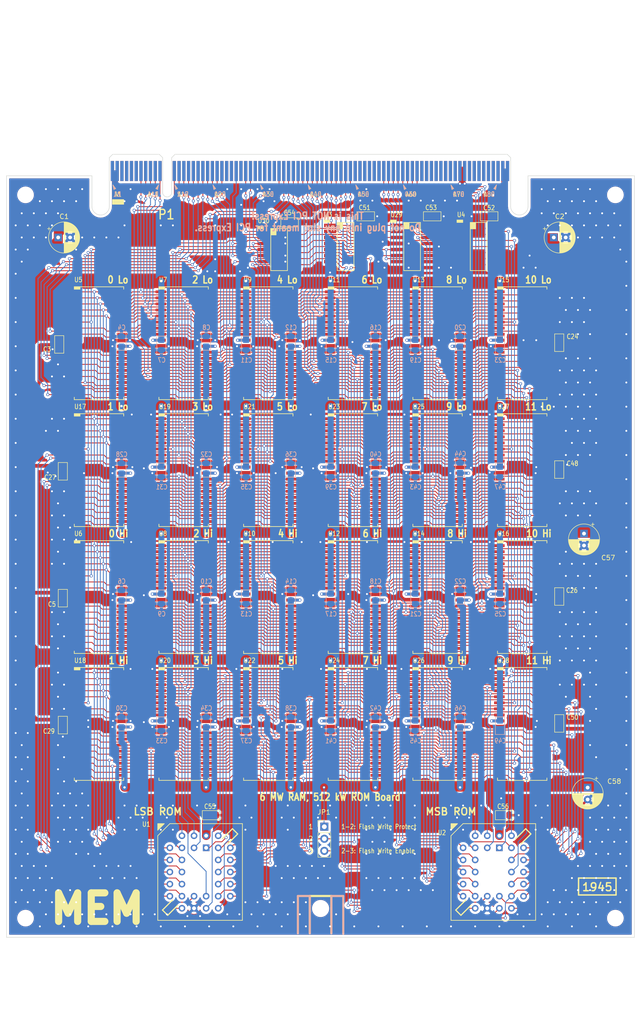
<source format=kicad_pcb>
(kicad_pcb (version 20171130) (host pcbnew 5.1.6-c6e7f7d~86~ubuntu18.04.1)
  (layers (0 F.Cu signal) (31 B.Cu signal) (34 B.Paste user) (35 F.Paste user) (36 B.SilkS user) (37 F.SilkS user) (38 B.Mask user) (39 F.Mask user) (44 Edge.Cuts user))
  (net 0 "")
  (net 1 +5V)
  (net 2 GND)
  (net 3 /~RESET)
  (net 4 /~RSTHOLD)
  (net 5 /CLK1)
  (net 6 /CLK2)
  (net 7 /CLK3)
  (net 8 /CLK4)
  (net 9 /T34)
  (net 10 /WSTB)
  (net 11 /~HALT)
  (net 12 /~WS)
  (net 13 /~ENDEXT)
  (net 14 /~MEM)
  (net 15 /~IO)
  (net 16 /~R)
  (net 17 "/Left Edge Connector/C36")
  (net 18 "/Left Edge Connector/C34")
  (net 19 "/Left Edge Connector/C32")
  (net 20 "/Left Edge Connector/C30")
  (net 21 "/Left Edge Connector/C28")
  (net 22 /~IRQS)
  (net 23 /~IRQ)
  (net 24 "/Left Edge Connector/ACTION3")
  (net 25 "/Left Edge Connector/ACTION2")
  (net 26 "/Left Edge Connector/ACTION1")
  (net 27 "/Left Edge Connector/WADDR2")
  (net 28 "/Left Edge Connector/WADDR1")
  (net 29 "/Left Edge Connector/WADDR0")
  (net 30 "/Left Edge Connector/RADDR4")
  (net 31 "/Left Edge Connector/RADDR3")
  (net 32 "/Left Edge Connector/RADDR2")
  (net 33 "/Left Edge Connector/RADDR1")
  (net 34 "/Left Edge Connector/RADDR0")
  (net 35 "/Left Edge Connector/C37")
  (net 36 "/Left Edge Connector/C35")
  (net 37 "/Left Edge Connector/C33")
  (net 38 "/Left Edge Connector/C31")
  (net 39 "/Left Edge Connector/C29")
  (net 40 /~SKIPEXT)
  (net 41 "/Left Edge Connector/~IRQ7")
  (net 42 "/Left Edge Connector/~IRQ6")
  (net 43 "/Left Edge Connector/~IRQ5")
  (net 44 "/Left Edge Connector/~IRQ4")
  (net 45 "/Left Edge Connector/~IRQ3")
  (net 46 "/Left Edge Connector/~IRQ2")
  (net 47 "/Left Edge Connector/~IRQ1")
  (net 48 "/Left Edge Connector/~IRQ0")
  (net 49 "/Left Edge Connector/RSVD1")
  (net 50 "/Left Edge Connector/RSVD4")
  (net 51 "/Left Edge Connector/RSVD3")
  (net 52 "/Left Edge Connector/RSVD2")
  (net 53 /~W)
  (net 54 /~IODEV3xx)
  (net 55 /~IODEV2xx)
  (net 56 /~IODEV1xx)
  (net 57 /~SYSDEV)
  (net 58 "/Left Edge Connector/IBUS15")
  (net 59 "/Left Edge Connector/IBUS14")
  (net 60 "/Left Edge Connector/IBUS13")
  (net 61 "/Left Edge Connector/IBUS12")
  (net 62 "/Left Edge Connector/IBUS11")
  (net 63 "/Left Edge Connector/IBUS10")
  (net 64 "/Left Edge Connector/IBUS9")
  (net 65 "/Left Edge Connector/IBUS8")
  (net 66 "/Left Edge Connector/ACTION0")
  (net 67 "/Left Edge Connector/WADDR4")
  (net 68 "/Left Edge Connector/WADDR3")
  (net 69 "/Left Edge Connector/IBUS7")
  (net 70 "/Left Edge Connector/IBUS6")
  (net 71 /DB15)
  (net 72 /DB14)
  (net 73 /DB13)
  (net 74 /DB12)
  (net 75 /DB11)
  (net 76 /DB10)
  (net 77 /DB9)
  (net 78 /DB8)
  (net 79 /AB18)
  (net 80 /AB17)
  (net 81 /AB16)
  (net 82 /AB15)
  (net 83 /AB14)
  (net 84 /AB13)
  (net 85 /AB12)
  (net 86 /AB11)
  (net 87 /AB10)
  (net 88 /AB9)
  (net 89 /AB8)
  (net 90 /DB7)
  (net 91 /DB6)
  (net 92 /DB5)
  (net 93 /DB4)
  (net 94 /DB3)
  (net 95 /DB2)
  (net 96 /DB1)
  (net 97 /DB0)
  (net 98 /AB7)
  (net 99 /AB6)
  (net 100 "/Left Edge Connector/IBUS5")
  (net 101 "/Left Edge Connector/IBUS4")
  (net 102 "/Left Edge Connector/IBUS3")
  (net 103 "/Left Edge Connector/IBUS2")
  (net 104 "/Left Edge Connector/IBUS1")
  (net 105 "/Left Edge Connector/IBUS0")
  (net 106 /AB5)
  (net 107 /AB4)
  (net 108 /AB3)
  (net 109 /AB2)
  (net 110 /AB1)
  (net 111 /AB0)
  (net 112 /AB23)
  (net 113 /AB22)
  (net 114 /AB21)
  (net 115 /AB20)
  (net 116 /AB19)
  (net 117 "Net-(U5-Pad19)")
  (net 118 "Net-(U5-Pad36)")
  (net 119 "Net-(U4-Pad14)")
  (net 120 "Net-(U4-Pad13)")
  (net 121 "Net-(U4-Pad12)")
  (net 122 "Net-(U4-Pad11)")
  (net 123 "Net-(U4-Pad10)")
  (net 124 "Net-(U4-Pad9)")
  (net 125 "Net-(U4-Pad7)")
  (net 126 "Net-(U6-Pad36)")
  (net 127 "Net-(U6-Pad19)")
  (net 128 "Net-(U8-Pad36)")
  (net 129 "Net-(U8-Pad19)")
  (net 130 "Net-(U9-Pad36)")
  (net 131 "Net-(U9-Pad19)")
  (net 132 "Net-(U10-Pad36)")
  (net 133 "Net-(U10-Pad19)")
  (net 134 "Net-(U11-Pad36)")
  (net 135 "Net-(U11-Pad19)")
  (net 136 "Net-(U7-Pad36)")
  (net 137 "Net-(U7-Pad19)")
  (net 138 "Net-(U12-Pad36)")
  (net 139 "Net-(U12-Pad19)")
  (net 140 "Net-(U17-Pad36)")
  (net 141 "Net-(U17-Pad19)")
  (net 142 "Net-(U18-Pad36)")
  (net 143 "Net-(U18-Pad19)")
  (net 144 "Net-(U19-Pad36)")
  (net 145 "Net-(U19-Pad19)")
  (net 146 "Net-(U20-Pad36)")
  (net 147 "Net-(U20-Pad19)")
  (net 148 "Net-(U21-Pad36)")
  (net 149 "Net-(U21-Pad19)")
  (net 150 "Net-(U22-Pad36)")
  (net 151 "Net-(U22-Pad19)")
  (net 152 "Net-(U23-Pad36)")
  (net 153 "Net-(U23-Pad19)")
  (net 154 "Net-(U24-Pad36)")
  (net 155 "Net-(U24-Pad19)")
  (net 156 /~ROMCS)
  (net 157 /~CS7)
  (net 158 /~CS6)
  (net 159 /~CS5)
  (net 160 /~CS4)
  (net 161 /~CS3)
  (net 162 /~CS2)
  (net 163 /~CS1)
  (net 164 /~CS0)
  (net 165 /~CS8)
  (net 166 /~CS10)
  (net 167 /~CS9)
  (net 168 /~CS11)
  (net 169 "Net-(U29-Pad7)")
  (net 170 "Net-(U29-Pad9)")
  (net 171 "Net-(U29-Pad10)")
  (net 172 "Net-(U29-Pad11)")
  (net 173 "/Left Edge Connector/C19")
  (net 174 "/Left Edge Connector/C20")
  (net 175 "/Left Edge Connector/C21")
  (net 176 "/Left Edge Connector/C23")
  (net 177 "/Left Edge Connector/C25")
  (net 178 "/Left Edge Connector/C27")
  (net 179 "/Left Edge Connector/C39")
  (net 180 "/Left Edge Connector/C1")
  (net 181 "/Left Edge Connector/C2")
  (net 182 "/Left Edge Connector/C3")
  (net 183 "/Left Edge Connector/C4")
  (net 184 "/Left Edge Connector/C5")
  (net 185 "/Left Edge Connector/C6")
  (net 186 "/Left Edge Connector/C7")
  (net 187 "/Left Edge Connector/C8")
  (net 188 "/Left Edge Connector/C9")
  (net 189 "/Left Edge Connector/C10")
  (net 190 "/Left Edge Connector/C11")
  (net 191 "/Left Edge Connector/C12")
  (net 192 "/Left Edge Connector/C13")
  (net 193 "/Left Edge Connector/C14")
  (net 194 "/Left Edge Connector/C16")
  (net 195 "/Left Edge Connector/C15")
  (net 196 "/Left Edge Connector/C18")
  (net 197 "/Left Edge Connector/C17")
  (net 198 "/Left Edge Connector/FPD0")
  (net 199 "/Left Edge Connector/FPD1")
  (net 200 "/Left Edge Connector/FPD2")
  (net 201 "/Left Edge Connector/FPD3")
  (net 202 "/Left Edge Connector/C22")
  (net 203 "/Left Edge Connector/FPD4")
  (net 204 "/Left Edge Connector/FPD5")
  (net 205 "/Left Edge Connector/C24")
  (net 206 "/Left Edge Connector/C26")
  (net 207 "/Left Edge Connector/FPD6")
  (net 208 "/Left Edge Connector/FPD7")
  (net 209 "/Left Edge Connector/C38")
  (net 210 /~MEMR)
  (net 211 /~ROMW)
  (net 212 /~MEMW)
  (net 213 "Net-(U13-Pad36)")
  (net 214 "Net-(U13-Pad19)")
  (net 215 "Net-(U14-Pad36)")
  (net 216 "Net-(U14-Pad19)")
  (net 217 "Net-(U15-Pad36)")
  (net 218 "Net-(U15-Pad19)")
  (net 219 "Net-(U16-Pad36)")
  (net 220 "Net-(U16-Pad19)")
  (net 221 "Net-(U25-Pad36)")
  (net 222 "Net-(U25-Pad19)")
  (net 223 "Net-(U26-Pad36)")
  (net 224 "Net-(U26-Pad19)")
  (net 225 "Net-(U27-Pad36)")
  (net 226 "Net-(U27-Pad19)")
  (net 227 "Net-(U28-Pad36)")
  (net 228 "Net-(U28-Pad19)")
  (net 229 "Net-(U30-Pad11)")
  (net 230 "Net-(U30-Pad8)")
  (net 231 "/Left Edge Connector/C40")
  (net 232 /~RUEN)
  (net 233 /~WUEN)
  (module alexios:PLCC32 (layer F.Cu) (at 181.61 223.52)
    (fp_text reference U2 (at -10.795 -8.255) (layer F.SilkS) (effects (font (size 1 0.83))))
    (fp_text value 29W040)
    (pad 30 thru_hole circle (at 3.81 -7.62) (size 1.397 1.397) (drill 0.8128) (layers *.Cu *.Mask) (net 80 /AB17))
    (pad 29 thru_hole circle (at 6.35 -5.08) (size 1.397 1.397) (drill 0.8128) (layers *.Cu *.Mask) (net 83 /AB14))
    (pad 32 thru_hole circle (at 1.27 -7.62) (size 1.397 1.397) (drill 0.8128) (layers *.Cu *.Mask) (net 1 +5V))
    (pad 31 thru_hole circle (at 3.81 -5.08) (size 1.397 1.397) (drill 0.8128) (layers *.Cu *.Mask) (net 211 /~ROMW))
    (pad 28 thru_hole circle (at 3.81 -2.54) (size 1.397 1.397) (drill 0.8128) (layers *.Cu *.Mask) (net 84 /AB13))
    (pad 27 thru_hole circle (at 6.35 -2.54) (size 1.397 1.397) (drill 0.8128) (layers *.Cu *.Mask) (net 89 /AB8))
    (pad 26 thru_hole circle (at 3.81 0) (size 1.397 1.397) (drill 0.8128) (layers *.Cu *.Mask) (net 88 /AB9))
    (pad 25 thru_hole circle (at 6.35 0) (size 1.397 1.397) (drill 0.8128) (layers *.Cu *.Mask) (net 86 /AB11))
    (pad 24 thru_hole circle (at 3.81 2.54) (size 1.397 1.397) (drill 0.8128) (layers *.Cu *.Mask) (net 210 /~MEMR))
    (pad 23 thru_hole circle (at 6.35 2.54) (size 1.397 1.397) (drill 0.8128) (layers *.Cu *.Mask) (net 87 /AB10))
    (pad 22 thru_hole circle (at 3.81 5.08) (size 1.397 1.397) (drill 0.8128) (layers *.Cu *.Mask) (net 156 /~ROMCS))
    (pad 21 thru_hole circle (at 6.35 5.08) (size 1.397 1.397) (drill 0.8128) (layers *.Cu *.Mask) (net 71 /DB15))
    (pad 20 thru_hole circle (at 3.81 7.62) (size 1.397 1.397) (drill 0.8128) (layers *.Cu *.Mask) (net 72 /DB14))
    (pad 19 thru_hole circle (at 1.27 5.08) (size 1.397 1.397) (drill 0.8128) (layers *.Cu *.Mask) (net 73 /DB13))
    (pad 18 thru_hole circle (at 1.27 7.62) (size 1.397 1.397) (drill 0.8128) (layers *.Cu *.Mask) (net 74 /DB12))
    (pad 17 thru_hole circle (at -1.27 5.08) (size 1.397 1.397) (drill 0.8128) (layers *.Cu *.Mask) (net 75 /DB11))
    (pad 16 thru_hole circle (at -1.27 7.62) (size 1.397 1.397) (drill 0.8128) (layers *.Cu *.Mask) (net 2 GND))
    (pad 15 thru_hole circle (at -3.81 5.08) (size 1.397 1.397) (drill 0.8128) (layers *.Cu *.Mask) (net 76 /DB10))
    (pad 14 thru_hole circle (at -3.81 7.62) (size 1.397 1.397) (drill 0.8128) (layers *.Cu *.Mask) (net 77 /DB9))
    (pad 13 thru_hole circle (at -6.35 5.08) (size 1.397 1.397) (drill 0.8128) (layers *.Cu *.Mask) (net 78 /DB8))
    (pad 12 thru_hole circle (at -3.81 2.54) (size 1.397 1.397) (drill 0.8128) (layers *.Cu *.Mask) (net 111 /AB0))
    (pad 11 thru_hole circle (at -6.35 2.54) (size 1.397 1.397) (drill 0.8128) (layers *.Cu *.Mask) (net 110 /AB1))
    (pad 10 thru_hole circle (at -3.81 0) (size 1.397 1.397) (drill 0.8128) (layers *.Cu *.Mask) (net 109 /AB2))
    (pad 9 thru_hole circle (at -6.35 0) (size 1.397 1.397) (drill 0.8128) (layers *.Cu *.Mask) (net 108 /AB3))
    (pad 8 thru_hole circle (at -3.81 -2.54) (size 1.397 1.397) (drill 0.8128) (layers *.Cu *.Mask) (net 107 /AB4))
    (pad 7 thru_hole circle (at -6.35 -2.54) (size 1.397 1.397) (drill 0.8128) (layers *.Cu *.Mask) (net 106 /AB5))
    (pad 6 thru_hole circle (at -3.81 -5.08) (size 1.397 1.397) (drill 0.8128) (layers *.Cu *.Mask) (net 99 /AB6))
    (pad 5 thru_hole circle (at -6.35 -5.08) (size 1.397 1.397) (drill 0.8128) (layers *.Cu *.Mask) (net 98 /AB7))
    (pad 4 thru_hole circle (at -3.81 -7.62) (size 1.397 1.397) (drill 0.8128) (layers *.Cu *.Mask) (net 85 /AB12))
    (pad 3 thru_hole circle (at -1.27 -5.08) (size 1.397 1.397) (drill 0.8128) (layers *.Cu *.Mask) (net 82 /AB15))
    (pad 2 thru_hole circle (at -1.27 -7.62) (size 1.397 1.397) (drill 0.8128) (layers *.Cu *.Mask) (net 81 /AB16))
    (pad 1 thru_hole rect (at 1.27 -5.08) (size 1.397 1.397) (drill 0.8128) (layers *.Cu *.Mask) (net 79 /AB18))
  )
  (module alexios:PLCC32 (layer F.Cu) (at 120.015 223.52)
    (fp_text reference U1 (at -11.303 -10.033) (layer F.SilkS) (effects (font (size 1 0.83))))
    (fp_text value 29W040)
    (pad 30 thru_hole circle (at 3.81 -7.62) (size 1.397 1.397) (drill 0.8128) (layers *.Cu *.Mask) (net 80 /AB17))
    (pad 29 thru_hole circle (at 6.35 -5.08) (size 1.397 1.397) (drill 0.8128) (layers *.Cu *.Mask) (net 83 /AB14))
    (pad 32 thru_hole circle (at 1.27 -7.62) (size 1.397 1.397) (drill 0.8128) (layers *.Cu *.Mask) (net 1 +5V))
    (pad 31 thru_hole circle (at 3.81 -5.08) (size 1.397 1.397) (drill 0.8128) (layers *.Cu *.Mask) (net 211 /~ROMW))
    (pad 28 thru_hole circle (at 3.81 -2.54) (size 1.397 1.397) (drill 0.8128) (layers *.Cu *.Mask) (net 84 /AB13))
    (pad 27 thru_hole circle (at 6.35 -2.54) (size 1.397 1.397) (drill 0.8128) (layers *.Cu *.Mask) (net 89 /AB8))
    (pad 26 thru_hole circle (at 3.81 0) (size 1.397 1.397) (drill 0.8128) (layers *.Cu *.Mask) (net 88 /AB9))
    (pad 25 thru_hole circle (at 6.35 0) (size 1.397 1.397) (drill 0.8128) (layers *.Cu *.Mask) (net 86 /AB11))
    (pad 24 thru_hole circle (at 3.81 2.54) (size 1.397 1.397) (drill 0.8128) (layers *.Cu *.Mask) (net 210 /~MEMR))
    (pad 23 thru_hole circle (at 6.35 2.54) (size 1.397 1.397) (drill 0.8128) (layers *.Cu *.Mask) (net 87 /AB10))
    (pad 22 thru_hole circle (at 3.81 5.08) (size 1.397 1.397) (drill 0.8128) (layers *.Cu *.Mask) (net 156 /~ROMCS))
    (pad 21 thru_hole circle (at 6.35 5.08) (size 1.397 1.397) (drill 0.8128) (layers *.Cu *.Mask) (net 90 /DB7))
    (pad 20 thru_hole circle (at 3.81 7.62) (size 1.397 1.397) (drill 0.8128) (layers *.Cu *.Mask) (net 91 /DB6))
    (pad 19 thru_hole circle (at 1.27 5.08) (size 1.397 1.397) (drill 0.8128) (layers *.Cu *.Mask) (net 92 /DB5))
    (pad 18 thru_hole circle (at 1.27 7.62) (size 1.397 1.397) (drill 0.8128) (layers *.Cu *.Mask) (net 93 /DB4))
    (pad 17 thru_hole circle (at -1.27 5.08) (size 1.397 1.397) (drill 0.8128) (layers *.Cu *.Mask) (net 94 /DB3))
    (pad 16 thru_hole circle (at -1.27 7.62) (size 1.397 1.397) (drill 0.8128) (layers *.Cu *.Mask) (net 2 GND))
    (pad 15 thru_hole circle (at -3.81 5.08) (size 1.397 1.397) (drill 0.8128) (layers *.Cu *.Mask) (net 95 /DB2))
    (pad 14 thru_hole circle (at -3.81 7.62) (size 1.397 1.397) (drill 0.8128) (layers *.Cu *.Mask) (net 96 /DB1))
    (pad 13 thru_hole circle (at -6.35 5.08) (size 1.397 1.397) (drill 0.8128) (layers *.Cu *.Mask) (net 97 /DB0))
    (pad 12 thru_hole circle (at -3.81 2.54) (size 1.397 1.397) (drill 0.8128) (layers *.Cu *.Mask) (net 111 /AB0))
    (pad 11 thru_hole circle (at -6.35 2.54) (size 1.397 1.397) (drill 0.8128) (layers *.Cu *.Mask) (net 110 /AB1))
    (pad 10 thru_hole circle (at -3.81 0) (size 1.397 1.397) (drill 0.8128) (layers *.Cu *.Mask) (net 109 /AB2))
    (pad 9 thru_hole circle (at -6.35 0) (size 1.397 1.397) (drill 0.8128) (layers *.Cu *.Mask) (net 108 /AB3))
    (pad 8 thru_hole circle (at -3.81 -2.54) (size 1.397 1.397) (drill 0.8128) (layers *.Cu *.Mask) (net 107 /AB4))
    (pad 7 thru_hole circle (at -6.35 -2.54) (size 1.397 1.397) (drill 0.8128) (layers *.Cu *.Mask) (net 106 /AB5))
    (pad 6 thru_hole circle (at -3.81 -5.08) (size 1.397 1.397) (drill 0.8128) (layers *.Cu *.Mask) (net 99 /AB6))
    (pad 5 thru_hole circle (at -6.35 -5.08) (size 1.397 1.397) (drill 0.8128) (layers *.Cu *.Mask) (net 98 /AB7))
    (pad 4 thru_hole circle (at -3.81 -7.62) (size 1.397 1.397) (drill 0.8128) (layers *.Cu *.Mask) (net 85 /AB12))
    (pad 3 thru_hole circle (at -1.27 -5.08) (size 1.397 1.397) (drill 0.8128) (layers *.Cu *.Mask) (net 82 /AB15))
    (pad 2 thru_hole circle (at -1.27 -7.62) (size 1.397 1.397) (drill 0.8128) (layers *.Cu *.Mask) (net 81 /AB16))
    (pad 1 thru_hole rect (at 1.27 -5.08) (size 1.397 1.397) (drill 0.8128) (layers *.Cu *.Mask) (net 79 /AB18))
  )
  (module Capacitor_THT:CP_Radial_D6.3mm_P2.50mm (layer F.Cu) (at 201.422 205.78 270)
    (fp_text reference C58 (at -1.31 -5.588 180) (layer F.SilkS))
    (fp_text value 47µF)
    (pad 2 thru_hole circle (at 2.5 0 270) (size 1.6 1.6) (drill 0.8) (layers *.Cu *.Mask) (net 2 GND))
    (pad 1 thru_hole rect (at 0 0 270) (size 1.6 1.6) (drill 0.8) (layers *.Cu *.Mask) (net 1 +5V))
  )
  (module Capacitor_THT:CP_Radial_D6.3mm_P2.50mm (layer F.Cu) (at 200.66 152.4 270)
    (fp_text reference C57 (at 5.08 -5.08 180) (layer F.SilkS))
    (fp_text value 47µF)
    (pad 2 thru_hole circle (at 2.5 0 270) (size 1.6 1.6) (drill 0.8) (layers *.Cu *.Mask) (net 2 GND))
    (pad 1 thru_hole rect (at 0 0 270) (size 1.6 1.6) (drill 0.8) (layers *.Cu *.Mask) (net 1 +5V))
  )
  (module alexios:vero-card-handle-type-C (layer F.Cu) (at 145.3261 231.1908)
    (fp_text reference REF** hide)
    (fp_text value vero-card-handle-type-C)
    (pad "" np_thru_hole circle (at 0 0) (size 2.6 2.6) (drill 2.6) (layers *.Cu *.Mask))
  )
  (module alexios:SMD_0805_2012Metric_Pad1.15x1.40mm_HandSolder (layer F.Cu) (at 183.905 211.582)
    (fp_text reference C56 (at -0.254 -1.8288 180) (layer F.SilkS) (effects (font (size 1 0.83))))
    (fp_text value 100nF)
    (pad 2 smd roundrect (at 1.025 0) (size 1.15 1.4) (layers F.Cu F.Paste F.Mask) (roundrect_rratio 0.217391) (net 2 GND))
    (pad 1 smd roundrect (at -1.025 0) (size 1.15 1.4) (layers F.Cu F.Paste F.Mask) (roundrect_rratio 0.217391) (net 1 +5V))
  )
  (module alexios:SMD_0805_2012Metric_Pad1.15x1.40mm_HandSolder (layer F.Cu) (at 122.3481 211.582)
    (fp_text reference C55 (at -0.254 -1.8288 180) (layer F.SilkS) (effects (font (size 1 0.83))))
    (fp_text value 100nF)
    (pad 2 smd roundrect (at 1.025 0) (size 1.15 1.4) (layers F.Cu F.Paste F.Mask) (roundrect_rratio 0.217391) (net 2 GND))
    (pad 1 smd roundrect (at -1.025 0) (size 1.15 1.4) (layers F.Cu F.Paste F.Mask) (roundrect_rratio 0.217391) (net 1 +5V))
  )
  (module alexios:SOJ-36_10.16x23.49mm_P1.27mm (layer F.Cu) (at 93.98 101.6)
    (fp_text reference U5 (at -0.465001 -2.54) (layer F.SilkS) (effects (font (size 1 0.83)) (justify left)))
    (fp_text value IS61C5128AL)
    (pad 1 smd rect (at 0 0) (size 2.2 0.6) (layers F.Cu F.Paste F.Mask) (net 111 /AB0))
    (pad 2 smd rect (at 0 1.27) (size 2.2 0.6) (layers F.Cu F.Paste F.Mask) (net 110 /AB1))
    (pad 3 smd rect (at 0 2.54) (size 2.2 0.6) (layers F.Cu F.Paste F.Mask) (net 109 /AB2))
    (pad 4 smd rect (at 0 3.81) (size 2.2 0.6) (layers F.Cu F.Paste F.Mask) (net 108 /AB3))
    (pad 5 smd rect (at 0 5.08) (size 2.2 0.6) (layers F.Cu F.Paste F.Mask) (net 107 /AB4))
    (pad 6 smd rect (at 0 6.35) (size 2.2 0.6) (layers F.Cu F.Paste F.Mask) (net 164 /~CS0))
    (pad 7 smd rect (at 0 7.62) (size 2.2 0.6) (layers F.Cu F.Paste F.Mask) (net 97 /DB0))
    (pad 8 smd rect (at 0 8.89) (size 2.2 0.6) (layers F.Cu F.Paste F.Mask) (net 96 /DB1))
    (pad 9 smd rect (at 0 10.16) (size 2.2 0.6) (layers F.Cu F.Paste F.Mask) (net 1 +5V))
    (pad 10 smd rect (at 0 11.43) (size 2.2 0.6) (layers F.Cu F.Paste F.Mask) (net 2 GND))
    (pad 11 smd rect (at 0 12.7) (size 2.2 0.6) (layers F.Cu F.Paste F.Mask) (net 95 /DB2))
    (pad 12 smd rect (at 0 13.97) (size 2.2 0.6) (layers F.Cu F.Paste F.Mask) (net 94 /DB3))
    (pad 13 smd rect (at 0 15.24) (size 2.2 0.6) (layers F.Cu F.Paste F.Mask) (net 212 /~MEMW))
    (pad 14 smd rect (at 0 16.51) (size 2.2 0.6) (layers F.Cu F.Paste F.Mask) (net 106 /AB5))
    (pad 15 smd rect (at 0 17.78) (size 2.2 0.6) (layers F.Cu F.Paste F.Mask) (net 99 /AB6))
    (pad 16 smd rect (at 0 19.05) (size 2.2 0.6) (layers F.Cu F.Paste F.Mask) (net 98 /AB7))
    (pad 17 smd rect (at 0 20.32) (size 2.2 0.6) (layers F.Cu F.Paste F.Mask) (net 89 /AB8))
    (pad 18 smd rect (at 0 21.59) (size 2.2 0.6) (layers F.Cu F.Paste F.Mask) (net 88 /AB9))
    (pad 19 smd rect (at 9.6 21.59) (size 2.2 0.6) (layers F.Cu F.Paste F.Mask) (net 117 "Net-(U5-Pad19)"))
    (pad 20 smd rect (at 9.6 20.32) (size 2.2 0.6) (layers F.Cu F.Paste F.Mask) (net 87 /AB10))
    (pad 21 smd rect (at 9.6 19.05) (size 2.2 0.6) (layers F.Cu F.Paste F.Mask) (net 86 /AB11))
    (pad 22 smd rect (at 9.6 17.78) (size 2.2 0.6) (layers F.Cu F.Paste F.Mask) (net 85 /AB12))
    (pad 23 smd rect (at 9.6 16.51) (size 2.2 0.6) (layers F.Cu F.Paste F.Mask) (net 84 /AB13))
    (pad 24 smd rect (at 9.6 15.24) (size 2.2 0.6) (layers F.Cu F.Paste F.Mask) (net 83 /AB14))
    (pad 25 smd rect (at 9.6 13.97) (size 2.2 0.6) (layers F.Cu F.Paste F.Mask) (net 93 /DB4))
    (pad 26 smd rect (at 9.6 12.7) (size 2.2 0.6) (layers F.Cu F.Paste F.Mask) (net 92 /DB5))
    (pad 27 smd rect (at 9.6 11.43) (size 2.2 0.6) (layers F.Cu F.Paste F.Mask) (net 1 +5V))
    (pad 28 smd rect (at 9.6 10.16) (size 2.2 0.6) (layers F.Cu F.Paste F.Mask) (net 2 GND))
    (pad 29 smd rect (at 9.6 8.89) (size 2.2 0.6) (layers F.Cu F.Paste F.Mask) (net 91 /DB6))
    (pad 30 smd rect (at 9.6 7.62) (size 2.2 0.6) (layers F.Cu F.Paste F.Mask) (net 90 /DB7))
    (pad 31 smd rect (at 9.6 6.35) (size 2.2 0.6) (layers F.Cu F.Paste F.Mask) (net 210 /~MEMR))
    (pad 32 smd rect (at 9.6 5.08) (size 2.2 0.6) (layers F.Cu F.Paste F.Mask) (net 82 /AB15))
    (pad 33 smd rect (at 9.6 3.81) (size 2.2 0.6) (layers F.Cu F.Paste F.Mask) (net 81 /AB16))
    (pad 34 smd rect (at 9.6 2.54) (size 2.2 0.6) (layers F.Cu F.Paste F.Mask) (net 80 /AB17))
    (pad 35 smd rect (at 9.6 1.27) (size 2.2 0.6) (layers F.Cu F.Paste F.Mask) (net 79 /AB18))
    (pad 36 smd rect (at 9.6 0) (size 2.2 0.6) (layers F.Cu F.Paste F.Mask) (net 118 "Net-(U5-Pad36)"))
  )
  (module alexios:SOJ-36_10.16x23.49mm_P1.27mm (layer F.Cu) (at 93.98 154.94)
    (fp_text reference U6 (at -0.465001 -2.54) (layer F.SilkS) (effects (font (size 1 0.83)) (justify left)))
    (fp_text value IS61C5128AL)
    (pad 36 smd rect (at 9.6 0) (size 2.2 0.6) (layers F.Cu F.Paste F.Mask) (net 126 "Net-(U6-Pad36)"))
    (pad 35 smd rect (at 9.6 1.27) (size 2.2 0.6) (layers F.Cu F.Paste F.Mask) (net 79 /AB18))
    (pad 34 smd rect (at 9.6 2.54) (size 2.2 0.6) (layers F.Cu F.Paste F.Mask) (net 80 /AB17))
    (pad 33 smd rect (at 9.6 3.81) (size 2.2 0.6) (layers F.Cu F.Paste F.Mask) (net 81 /AB16))
    (pad 32 smd rect (at 9.6 5.08) (size 2.2 0.6) (layers F.Cu F.Paste F.Mask) (net 82 /AB15))
    (pad 31 smd rect (at 9.6 6.35) (size 2.2 0.6) (layers F.Cu F.Paste F.Mask) (net 210 /~MEMR))
    (pad 30 smd rect (at 9.6 7.62) (size 2.2 0.6) (layers F.Cu F.Paste F.Mask) (net 71 /DB15))
    (pad 29 smd rect (at 9.6 8.89) (size 2.2 0.6) (layers F.Cu F.Paste F.Mask) (net 72 /DB14))
    (pad 28 smd rect (at 9.6 10.16) (size 2.2 0.6) (layers F.Cu F.Paste F.Mask) (net 2 GND))
    (pad 27 smd rect (at 9.6 11.43) (size 2.2 0.6) (layers F.Cu F.Paste F.Mask) (net 1 +5V))
    (pad 26 smd rect (at 9.6 12.7) (size 2.2 0.6) (layers F.Cu F.Paste F.Mask) (net 73 /DB13))
    (pad 25 smd rect (at 9.6 13.97) (size 2.2 0.6) (layers F.Cu F.Paste F.Mask) (net 74 /DB12))
    (pad 24 smd rect (at 9.6 15.24) (size 2.2 0.6) (layers F.Cu F.Paste F.Mask) (net 83 /AB14))
    (pad 23 smd rect (at 9.6 16.51) (size 2.2 0.6) (layers F.Cu F.Paste F.Mask) (net 84 /AB13))
    (pad 22 smd rect (at 9.6 17.78) (size 2.2 0.6) (layers F.Cu F.Paste F.Mask) (net 85 /AB12))
    (pad 21 smd rect (at 9.6 19.05) (size 2.2 0.6) (layers F.Cu F.Paste F.Mask) (net 86 /AB11))
    (pad 20 smd rect (at 9.6 20.32) (size 2.2 0.6) (layers F.Cu F.Paste F.Mask) (net 87 /AB10))
    (pad 19 smd rect (at 9.6 21.59) (size 2.2 0.6) (layers F.Cu F.Paste F.Mask) (net 127 "Net-(U6-Pad19)"))
    (pad 18 smd rect (at 0 21.59) (size 2.2 0.6) (layers F.Cu F.Paste F.Mask) (net 88 /AB9))
    (pad 17 smd rect (at 0 20.32) (size 2.2 0.6) (layers F.Cu F.Paste F.Mask) (net 89 /AB8))
    (pad 16 smd rect (at 0 19.05) (size 2.2 0.6) (layers F.Cu F.Paste F.Mask) (net 98 /AB7))
    (pad 15 smd rect (at 0 17.78) (size 2.2 0.6) (layers F.Cu F.Paste F.Mask) (net 99 /AB6))
    (pad 14 smd rect (at 0 16.51) (size 2.2 0.6) (layers F.Cu F.Paste F.Mask) (net 106 /AB5))
    (pad 13 smd rect (at 0 15.24) (size 2.2 0.6) (layers F.Cu F.Paste F.Mask) (net 212 /~MEMW))
    (pad 12 smd rect (at 0 13.97) (size 2.2 0.6) (layers F.Cu F.Paste F.Mask) (net 75 /DB11))
    (pad 11 smd rect (at 0 12.7) (size 2.2 0.6) (layers F.Cu F.Paste F.Mask) (net 76 /DB10))
    (pad 10 smd rect (at 0 11.43) (size 2.2 0.6) (layers F.Cu F.Paste F.Mask) (net 2 GND))
    (pad 9 smd rect (at 0 10.16) (size 2.2 0.6) (layers F.Cu F.Paste F.Mask) (net 1 +5V))
    (pad 8 smd rect (at 0 8.89) (size 2.2 0.6) (layers F.Cu F.Paste F.Mask) (net 77 /DB9))
    (pad 7 smd rect (at 0 7.62) (size 2.2 0.6) (layers F.Cu F.Paste F.Mask) (net 78 /DB8))
    (pad 6 smd rect (at 0 6.35) (size 2.2 0.6) (layers F.Cu F.Paste F.Mask) (net 164 /~CS0))
    (pad 5 smd rect (at 0 5.08) (size 2.2 0.6) (layers F.Cu F.Paste F.Mask) (net 107 /AB4))
    (pad 4 smd rect (at 0 3.81) (size 2.2 0.6) (layers F.Cu F.Paste F.Mask) (net 108 /AB3))
    (pad 3 smd rect (at 0 2.54) (size 2.2 0.6) (layers F.Cu F.Paste F.Mask) (net 109 /AB2))
    (pad 2 smd rect (at 0 1.27) (size 2.2 0.6) (layers F.Cu F.Paste F.Mask) (net 110 /AB1))
    (pad 1 smd rect (at 0 0) (size 2.2 0.6) (layers F.Cu F.Paste F.Mask) (net 111 /AB0))
  )
  (module alexios:SOJ-36_10.16x23.49mm_P1.27mm (layer F.Cu) (at 111.76 101.6)
    (fp_text reference U7 (at -0.465001 -2.54) (layer F.SilkS) (effects (font (size 1 0.83)) (justify left)))
    (fp_text value IS61C5128AL)
    (pad 1 smd rect (at 0 0) (size 2.2 0.6) (layers F.Cu F.Paste F.Mask) (net 111 /AB0))
    (pad 2 smd rect (at 0 1.27) (size 2.2 0.6) (layers F.Cu F.Paste F.Mask) (net 110 /AB1))
    (pad 3 smd rect (at 0 2.54) (size 2.2 0.6) (layers F.Cu F.Paste F.Mask) (net 109 /AB2))
    (pad 4 smd rect (at 0 3.81) (size 2.2 0.6) (layers F.Cu F.Paste F.Mask) (net 108 /AB3))
    (pad 5 smd rect (at 0 5.08) (size 2.2 0.6) (layers F.Cu F.Paste F.Mask) (net 107 /AB4))
    (pad 6 smd rect (at 0 6.35) (size 2.2 0.6) (layers F.Cu F.Paste F.Mask) (net 162 /~CS2))
    (pad 7 smd rect (at 0 7.62) (size 2.2 0.6) (layers F.Cu F.Paste F.Mask) (net 97 /DB0))
    (pad 8 smd rect (at 0 8.89) (size 2.2 0.6) (layers F.Cu F.Paste F.Mask) (net 96 /DB1))
    (pad 9 smd rect (at 0 10.16) (size 2.2 0.6) (layers F.Cu F.Paste F.Mask) (net 1 +5V))
    (pad 10 smd rect (at 0 11.43) (size 2.2 0.6) (layers F.Cu F.Paste F.Mask) (net 2 GND))
    (pad 11 smd rect (at 0 12.7) (size 2.2 0.6) (layers F.Cu F.Paste F.Mask) (net 95 /DB2))
    (pad 12 smd rect (at 0 13.97) (size 2.2 0.6) (layers F.Cu F.Paste F.Mask) (net 94 /DB3))
    (pad 13 smd rect (at 0 15.24) (size 2.2 0.6) (layers F.Cu F.Paste F.Mask) (net 212 /~MEMW))
    (pad 14 smd rect (at 0 16.51) (size 2.2 0.6) (layers F.Cu F.Paste F.Mask) (net 106 /AB5))
    (pad 15 smd rect (at 0 17.78) (size 2.2 0.6) (layers F.Cu F.Paste F.Mask) (net 99 /AB6))
    (pad 16 smd rect (at 0 19.05) (size 2.2 0.6) (layers F.Cu F.Paste F.Mask) (net 98 /AB7))
    (pad 17 smd rect (at 0 20.32) (size 2.2 0.6) (layers F.Cu F.Paste F.Mask) (net 89 /AB8))
    (pad 18 smd rect (at 0 21.59) (size 2.2 0.6) (layers F.Cu F.Paste F.Mask) (net 88 /AB9))
    (pad 19 smd rect (at 9.6 21.59) (size 2.2 0.6) (layers F.Cu F.Paste F.Mask) (net 137 "Net-(U7-Pad19)"))
    (pad 20 smd rect (at 9.6 20.32) (size 2.2 0.6) (layers F.Cu F.Paste F.Mask) (net 87 /AB10))
    (pad 21 smd rect (at 9.6 19.05) (size 2.2 0.6) (layers F.Cu F.Paste F.Mask) (net 86 /AB11))
    (pad 22 smd rect (at 9.6 17.78) (size 2.2 0.6) (layers F.Cu F.Paste F.Mask) (net 85 /AB12))
    (pad 23 smd rect (at 9.6 16.51) (size 2.2 0.6) (layers F.Cu F.Paste F.Mask) (net 84 /AB13))
    (pad 24 smd rect (at 9.6 15.24) (size 2.2 0.6) (layers F.Cu F.Paste F.Mask) (net 83 /AB14))
    (pad 25 smd rect (at 9.6 13.97) (size 2.2 0.6) (layers F.Cu F.Paste F.Mask) (net 93 /DB4))
    (pad 26 smd rect (at 9.6 12.7) (size 2.2 0.6) (layers F.Cu F.Paste F.Mask) (net 92 /DB5))
    (pad 27 smd rect (at 9.6 11.43) (size 2.2 0.6) (layers F.Cu F.Paste F.Mask) (net 1 +5V))
    (pad 28 smd rect (at 9.6 10.16) (size 2.2 0.6) (layers F.Cu F.Paste F.Mask) (net 2 GND))
    (pad 29 smd rect (at 9.6 8.89) (size 2.2 0.6) (layers F.Cu F.Paste F.Mask) (net 91 /DB6))
    (pad 30 smd rect (at 9.6 7.62) (size 2.2 0.6) (layers F.Cu F.Paste F.Mask) (net 90 /DB7))
    (pad 31 smd rect (at 9.6 6.35) (size 2.2 0.6) (layers F.Cu F.Paste F.Mask) (net 210 /~MEMR))
    (pad 32 smd rect (at 9.6 5.08) (size 2.2 0.6) (layers F.Cu F.Paste F.Mask) (net 82 /AB15))
    (pad 33 smd rect (at 9.6 3.81) (size 2.2 0.6) (layers F.Cu F.Paste F.Mask) (net 81 /AB16))
    (pad 34 smd rect (at 9.6 2.54) (size 2.2 0.6) (layers F.Cu F.Paste F.Mask) (net 80 /AB17))
    (pad 35 smd rect (at 9.6 1.27) (size 2.2 0.6) (layers F.Cu F.Paste F.Mask) (net 79 /AB18))
    (pad 36 smd rect (at 9.6 0) (size 2.2 0.6) (layers F.Cu F.Paste F.Mask) (net 136 "Net-(U7-Pad36)"))
  )
  (module alexios:SOJ-36_10.16x23.49mm_P1.27mm (layer F.Cu) (at 111.76 154.94)
    (fp_text reference U8 (at -0.465001 -2.54) (layer F.SilkS) (effects (font (size 1 0.83)) (justify left)))
    (fp_text value IS61C5128AL)
    (pad 36 smd rect (at 9.6 0) (size 2.2 0.6) (layers F.Cu F.Paste F.Mask) (net 128 "Net-(U8-Pad36)"))
    (pad 35 smd rect (at 9.6 1.27) (size 2.2 0.6) (layers F.Cu F.Paste F.Mask) (net 79 /AB18))
    (pad 34 smd rect (at 9.6 2.54) (size 2.2 0.6) (layers F.Cu F.Paste F.Mask) (net 80 /AB17))
    (pad 33 smd rect (at 9.6 3.81) (size 2.2 0.6) (layers F.Cu F.Paste F.Mask) (net 81 /AB16))
    (pad 32 smd rect (at 9.6 5.08) (size 2.2 0.6) (layers F.Cu F.Paste F.Mask) (net 82 /AB15))
    (pad 31 smd rect (at 9.6 6.35) (size 2.2 0.6) (layers F.Cu F.Paste F.Mask) (net 210 /~MEMR))
    (pad 30 smd rect (at 9.6 7.62) (size 2.2 0.6) (layers F.Cu F.Paste F.Mask) (net 71 /DB15))
    (pad 29 smd rect (at 9.6 8.89) (size 2.2 0.6) (layers F.Cu F.Paste F.Mask) (net 72 /DB14))
    (pad 28 smd rect (at 9.6 10.16) (size 2.2 0.6) (layers F.Cu F.Paste F.Mask) (net 2 GND))
    (pad 27 smd rect (at 9.6 11.43) (size 2.2 0.6) (layers F.Cu F.Paste F.Mask) (net 1 +5V))
    (pad 26 smd rect (at 9.6 12.7) (size 2.2 0.6) (layers F.Cu F.Paste F.Mask) (net 73 /DB13))
    (pad 25 smd rect (at 9.6 13.97) (size 2.2 0.6) (layers F.Cu F.Paste F.Mask) (net 74 /DB12))
    (pad 24 smd rect (at 9.6 15.24) (size 2.2 0.6) (layers F.Cu F.Paste F.Mask) (net 83 /AB14))
    (pad 23 smd rect (at 9.6 16.51) (size 2.2 0.6) (layers F.Cu F.Paste F.Mask) (net 84 /AB13))
    (pad 22 smd rect (at 9.6 17.78) (size 2.2 0.6) (layers F.Cu F.Paste F.Mask) (net 85 /AB12))
    (pad 21 smd rect (at 9.6 19.05) (size 2.2 0.6) (layers F.Cu F.Paste F.Mask) (net 86 /AB11))
    (pad 20 smd rect (at 9.6 20.32) (size 2.2 0.6) (layers F.Cu F.Paste F.Mask) (net 87 /AB10))
    (pad 19 smd rect (at 9.6 21.59) (size 2.2 0.6) (layers F.Cu F.Paste F.Mask) (net 129 "Net-(U8-Pad19)"))
    (pad 18 smd rect (at 0 21.59) (size 2.2 0.6) (layers F.Cu F.Paste F.Mask) (net 88 /AB9))
    (pad 17 smd rect (at 0 20.32) (size 2.2 0.6) (layers F.Cu F.Paste F.Mask) (net 89 /AB8))
    (pad 16 smd rect (at 0 19.05) (size 2.2 0.6) (layers F.Cu F.Paste F.Mask) (net 98 /AB7))
    (pad 15 smd rect (at 0 17.78) (size 2.2 0.6) (layers F.Cu F.Paste F.Mask) (net 99 /AB6))
    (pad 14 smd rect (at 0 16.51) (size 2.2 0.6) (layers F.Cu F.Paste F.Mask) (net 106 /AB5))
    (pad 13 smd rect (at 0 15.24) (size 2.2 0.6) (layers F.Cu F.Paste F.Mask) (net 212 /~MEMW))
    (pad 12 smd rect (at 0 13.97) (size 2.2 0.6) (layers F.Cu F.Paste F.Mask) (net 75 /DB11))
    (pad 11 smd rect (at 0 12.7) (size 2.2 0.6) (layers F.Cu F.Paste F.Mask) (net 76 /DB10))
    (pad 10 smd rect (at 0 11.43) (size 2.2 0.6) (layers F.Cu F.Paste F.Mask) (net 2 GND))
    (pad 9 smd rect (at 0 10.16) (size 2.2 0.6) (layers F.Cu F.Paste F.Mask) (net 1 +5V))
    (pad 8 smd rect (at 0 8.89) (size 2.2 0.6) (layers F.Cu F.Paste F.Mask) (net 77 /DB9))
    (pad 7 smd rect (at 0 7.62) (size 2.2 0.6) (layers F.Cu F.Paste F.Mask) (net 78 /DB8))
    (pad 6 smd rect (at 0 6.35) (size 2.2 0.6) (layers F.Cu F.Paste F.Mask) (net 162 /~CS2))
    (pad 5 smd rect (at 0 5.08) (size 2.2 0.6) (layers F.Cu F.Paste F.Mask) (net 107 /AB4))
    (pad 4 smd rect (at 0 3.81) (size 2.2 0.6) (layers F.Cu F.Paste F.Mask) (net 108 /AB3))
    (pad 3 smd rect (at 0 2.54) (size 2.2 0.6) (layers F.Cu F.Paste F.Mask) (net 109 /AB2))
    (pad 2 smd rect (at 0 1.27) (size 2.2 0.6) (layers F.Cu F.Paste F.Mask) (net 110 /AB1))
    (pad 1 smd rect (at 0 0) (size 2.2 0.6) (layers F.Cu F.Paste F.Mask) (net 111 /AB0))
  )
  (module alexios:SOJ-36_10.16x23.49mm_P1.27mm (layer F.Cu) (at 129.54 101.6)
    (fp_text reference U9 (at -0.465001 -2.54) (layer F.SilkS) (effects (font (size 1 0.83)) (justify left)))
    (fp_text value IS61C5128AL)
    (pad 36 smd rect (at 9.6 0) (size 2.2 0.6) (layers F.Cu F.Paste F.Mask) (net 130 "Net-(U9-Pad36)"))
    (pad 35 smd rect (at 9.6 1.27) (size 2.2 0.6) (layers F.Cu F.Paste F.Mask) (net 79 /AB18))
    (pad 34 smd rect (at 9.6 2.54) (size 2.2 0.6) (layers F.Cu F.Paste F.Mask) (net 80 /AB17))
    (pad 33 smd rect (at 9.6 3.81) (size 2.2 0.6) (layers F.Cu F.Paste F.Mask) (net 81 /AB16))
    (pad 32 smd rect (at 9.6 5.08) (size 2.2 0.6) (layers F.Cu F.Paste F.Mask) (net 82 /AB15))
    (pad 31 smd rect (at 9.6 6.35) (size 2.2 0.6) (layers F.Cu F.Paste F.Mask) (net 210 /~MEMR))
    (pad 30 smd rect (at 9.6 7.62) (size 2.2 0.6) (layers F.Cu F.Paste F.Mask) (net 90 /DB7))
    (pad 29 smd rect (at 9.6 8.89) (size 2.2 0.6) (layers F.Cu F.Paste F.Mask) (net 91 /DB6))
    (pad 28 smd rect (at 9.6 10.16) (size 2.2 0.6) (layers F.Cu F.Paste F.Mask) (net 2 GND))
    (pad 27 smd rect (at 9.6 11.43) (size 2.2 0.6) (layers F.Cu F.Paste F.Mask) (net 1 +5V))
    (pad 26 smd rect (at 9.6 12.7) (size 2.2 0.6) (layers F.Cu F.Paste F.Mask) (net 92 /DB5))
    (pad 25 smd rect (at 9.6 13.97) (size 2.2 0.6) (layers F.Cu F.Paste F.Mask) (net 93 /DB4))
    (pad 24 smd rect (at 9.6 15.24) (size 2.2 0.6) (layers F.Cu F.Paste F.Mask) (net 83 /AB14))
    (pad 23 smd rect (at 9.6 16.51) (size 2.2 0.6) (layers F.Cu F.Paste F.Mask) (net 84 /AB13))
    (pad 22 smd rect (at 9.6 17.78) (size 2.2 0.6) (layers F.Cu F.Paste F.Mask) (net 85 /AB12))
    (pad 21 smd rect (at 9.6 19.05) (size 2.2 0.6) (layers F.Cu F.Paste F.Mask) (net 86 /AB11))
    (pad 20 smd rect (at 9.6 20.32) (size 2.2 0.6) (layers F.Cu F.Paste F.Mask) (net 87 /AB10))
    (pad 19 smd rect (at 9.6 21.59) (size 2.2 0.6) (layers F.Cu F.Paste F.Mask) (net 131 "Net-(U9-Pad19)"))
    (pad 18 smd rect (at 0 21.59) (size 2.2 0.6) (layers F.Cu F.Paste F.Mask) (net 88 /AB9))
    (pad 17 smd rect (at 0 20.32) (size 2.2 0.6) (layers F.Cu F.Paste F.Mask) (net 89 /AB8))
    (pad 16 smd rect (at 0 19.05) (size 2.2 0.6) (layers F.Cu F.Paste F.Mask) (net 98 /AB7))
    (pad 15 smd rect (at 0 17.78) (size 2.2 0.6) (layers F.Cu F.Paste F.Mask) (net 99 /AB6))
    (pad 14 smd rect (at 0 16.51) (size 2.2 0.6) (layers F.Cu F.Paste F.Mask) (net 106 /AB5))
    (pad 13 smd rect (at 0 15.24) (size 2.2 0.6) (layers F.Cu F.Paste F.Mask) (net 212 /~MEMW))
    (pad 12 smd rect (at 0 13.97) (size 2.2 0.6) (layers F.Cu F.Paste F.Mask) (net 94 /DB3))
    (pad 11 smd rect (at 0 12.7) (size 2.2 0.6) (layers F.Cu F.Paste F.Mask) (net 95 /DB2))
    (pad 10 smd rect (at 0 11.43) (size 2.2 0.6) (layers F.Cu F.Paste F.Mask) (net 2 GND))
    (pad 9 smd rect (at 0 10.16) (size 2.2 0.6) (layers F.Cu F.Paste F.Mask) (net 1 +5V))
    (pad 8 smd rect (at 0 8.89) (size 2.2 0.6) (layers F.Cu F.Paste F.Mask) (net 96 /DB1))
    (pad 7 smd rect (at 0 7.62) (size 2.2 0.6) (layers F.Cu F.Paste F.Mask) (net 97 /DB0))
    (pad 6 smd rect (at 0 6.35) (size 2.2 0.6) (layers F.Cu F.Paste F.Mask) (net 160 /~CS4))
    (pad 5 smd rect (at 0 5.08) (size 2.2 0.6) (layers F.Cu F.Paste F.Mask) (net 107 /AB4))
    (pad 4 smd rect (at 0 3.81) (size 2.2 0.6) (layers F.Cu F.Paste F.Mask) (net 108 /AB3))
    (pad 3 smd rect (at 0 2.54) (size 2.2 0.6) (layers F.Cu F.Paste F.Mask) (net 109 /AB2))
    (pad 2 smd rect (at 0 1.27) (size 2.2 0.6) (layers F.Cu F.Paste F.Mask) (net 110 /AB1))
    (pad 1 smd rect (at 0 0) (size 2.2 0.6) (layers F.Cu F.Paste F.Mask) (net 111 /AB0))
  )
  (module alexios:SOJ-36_10.16x23.49mm_P1.27mm (layer F.Cu) (at 129.54 154.94)
    (fp_text reference U10 (at -0.465001 -2.54) (layer F.SilkS) (effects (font (size 1 0.83)) (justify left)))
    (fp_text value IS61C5128AL)
    (pad 36 smd rect (at 9.6 0) (size 2.2 0.6) (layers F.Cu F.Paste F.Mask) (net 132 "Net-(U10-Pad36)"))
    (pad 35 smd rect (at 9.6 1.27) (size 2.2 0.6) (layers F.Cu F.Paste F.Mask) (net 79 /AB18))
    (pad 34 smd rect (at 9.6 2.54) (size 2.2 0.6) (layers F.Cu F.Paste F.Mask) (net 80 /AB17))
    (pad 33 smd rect (at 9.6 3.81) (size 2.2 0.6) (layers F.Cu F.Paste F.Mask) (net 81 /AB16))
    (pad 32 smd rect (at 9.6 5.08) (size 2.2 0.6) (layers F.Cu F.Paste F.Mask) (net 82 /AB15))
    (pad 31 smd rect (at 9.6 6.35) (size 2.2 0.6) (layers F.Cu F.Paste F.Mask) (net 210 /~MEMR))
    (pad 30 smd rect (at 9.6 7.62) (size 2.2 0.6) (layers F.Cu F.Paste F.Mask) (net 71 /DB15))
    (pad 29 smd rect (at 9.6 8.89) (size 2.2 0.6) (layers F.Cu F.Paste F.Mask) (net 72 /DB14))
    (pad 28 smd rect (at 9.6 10.16) (size 2.2 0.6) (layers F.Cu F.Paste F.Mask) (net 2 GND))
    (pad 27 smd rect (at 9.6 11.43) (size 2.2 0.6) (layers F.Cu F.Paste F.Mask) (net 1 +5V))
    (pad 26 smd rect (at 9.6 12.7) (size 2.2 0.6) (layers F.Cu F.Paste F.Mask) (net 73 /DB13))
    (pad 25 smd rect (at 9.6 13.97) (size 2.2 0.6) (layers F.Cu F.Paste F.Mask) (net 74 /DB12))
    (pad 24 smd rect (at 9.6 15.24) (size 2.2 0.6) (layers F.Cu F.Paste F.Mask) (net 83 /AB14))
    (pad 23 smd rect (at 9.6 16.51) (size 2.2 0.6) (layers F.Cu F.Paste F.Mask) (net 84 /AB13))
    (pad 22 smd rect (at 9.6 17.78) (size 2.2 0.6) (layers F.Cu F.Paste F.Mask) (net 85 /AB12))
    (pad 21 smd rect (at 9.6 19.05) (size 2.2 0.6) (layers F.Cu F.Paste F.Mask) (net 86 /AB11))
    (pad 20 smd rect (at 9.6 20.32) (size 2.2 0.6) (layers F.Cu F.Paste F.Mask) (net 87 /AB10))
    (pad 19 smd rect (at 9.6 21.59) (size 2.2 0.6) (layers F.Cu F.Paste F.Mask) (net 133 "Net-(U10-Pad19)"))
    (pad 18 smd rect (at 0 21.59) (size 2.2 0.6) (layers F.Cu F.Paste F.Mask) (net 88 /AB9))
    (pad 17 smd rect (at 0 20.32) (size 2.2 0.6) (layers F.Cu F.Paste F.Mask) (net 89 /AB8))
    (pad 16 smd rect (at 0 19.05) (size 2.2 0.6) (layers F.Cu F.Paste F.Mask) (net 98 /AB7))
    (pad 15 smd rect (at 0 17.78) (size 2.2 0.6) (layers F.Cu F.Paste F.Mask) (net 99 /AB6))
    (pad 14 smd rect (at 0 16.51) (size 2.2 0.6) (layers F.Cu F.Paste F.Mask) (net 106 /AB5))
    (pad 13 smd rect (at 0 15.24) (size 2.2 0.6) (layers F.Cu F.Paste F.Mask) (net 212 /~MEMW))
    (pad 12 smd rect (at 0 13.97) (size 2.2 0.6) (layers F.Cu F.Paste F.Mask) (net 75 /DB11))
    (pad 11 smd rect (at 0 12.7) (size 2.2 0.6) (layers F.Cu F.Paste F.Mask) (net 76 /DB10))
    (pad 10 smd rect (at 0 11.43) (size 2.2 0.6) (layers F.Cu F.Paste F.Mask) (net 2 GND))
    (pad 9 smd rect (at 0 10.16) (size 2.2 0.6) (layers F.Cu F.Paste F.Mask) (net 1 +5V))
    (pad 8 smd rect (at 0 8.89) (size 2.2 0.6) (layers F.Cu F.Paste F.Mask) (net 77 /DB9))
    (pad 7 smd rect (at 0 7.62) (size 2.2 0.6) (layers F.Cu F.Paste F.Mask) (net 78 /DB8))
    (pad 6 smd rect (at 0 6.35) (size 2.2 0.6) (layers F.Cu F.Paste F.Mask) (net 160 /~CS4))
    (pad 5 smd rect (at 0 5.08) (size 2.2 0.6) (layers F.Cu F.Paste F.Mask) (net 107 /AB4))
    (pad 4 smd rect (at 0 3.81) (size 2.2 0.6) (layers F.Cu F.Paste F.Mask) (net 108 /AB3))
    (pad 3 smd rect (at 0 2.54) (size 2.2 0.6) (layers F.Cu F.Paste F.Mask) (net 109 /AB2))
    (pad 2 smd rect (at 0 1.27) (size 2.2 0.6) (layers F.Cu F.Paste F.Mask) (net 110 /AB1))
    (pad 1 smd rect (at 0 0) (size 2.2 0.6) (layers F.Cu F.Paste F.Mask) (net 111 /AB0))
  )
  (module alexios:SOJ-36_10.16x23.49mm_P1.27mm (layer F.Cu) (at 147.32 101.6)
    (fp_text reference U11 (at -0.465001 -2.54) (layer F.SilkS) (effects (font (size 1 0.83)) (justify left)))
    (fp_text value IS61C5128AL)
    (pad 36 smd rect (at 9.6 0) (size 2.2 0.6) (layers F.Cu F.Paste F.Mask) (net 134 "Net-(U11-Pad36)"))
    (pad 35 smd rect (at 9.6 1.27) (size 2.2 0.6) (layers F.Cu F.Paste F.Mask) (net 79 /AB18))
    (pad 34 smd rect (at 9.6 2.54) (size 2.2 0.6) (layers F.Cu F.Paste F.Mask) (net 80 /AB17))
    (pad 33 smd rect (at 9.6 3.81) (size 2.2 0.6) (layers F.Cu F.Paste F.Mask) (net 81 /AB16))
    (pad 32 smd rect (at 9.6 5.08) (size 2.2 0.6) (layers F.Cu F.Paste F.Mask) (net 82 /AB15))
    (pad 31 smd rect (at 9.6 6.35) (size 2.2 0.6) (layers F.Cu F.Paste F.Mask) (net 210 /~MEMR))
    (pad 30 smd rect (at 9.6 7.62) (size 2.2 0.6) (layers F.Cu F.Paste F.Mask) (net 90 /DB7))
    (pad 29 smd rect (at 9.6 8.89) (size 2.2 0.6) (layers F.Cu F.Paste F.Mask) (net 91 /DB6))
    (pad 28 smd rect (at 9.6 10.16) (size 2.2 0.6) (layers F.Cu F.Paste F.Mask) (net 2 GND))
    (pad 27 smd rect (at 9.6 11.43) (size 2.2 0.6) (layers F.Cu F.Paste F.Mask) (net 1 +5V))
    (pad 26 smd rect (at 9.6 12.7) (size 2.2 0.6) (layers F.Cu F.Paste F.Mask) (net 92 /DB5))
    (pad 25 smd rect (at 9.6 13.97) (size 2.2 0.6) (layers F.Cu F.Paste F.Mask) (net 93 /DB4))
    (pad 24 smd rect (at 9.6 15.24) (size 2.2 0.6) (layers F.Cu F.Paste F.Mask) (net 83 /AB14))
    (pad 23 smd rect (at 9.6 16.51) (size 2.2 0.6) (layers F.Cu F.Paste F.Mask) (net 84 /AB13))
    (pad 22 smd rect (at 9.6 17.78) (size 2.2 0.6) (layers F.Cu F.Paste F.Mask) (net 85 /AB12))
    (pad 21 smd rect (at 9.6 19.05) (size 2.2 0.6) (layers F.Cu F.Paste F.Mask) (net 86 /AB11))
    (pad 20 smd rect (at 9.6 20.32) (size 2.2 0.6) (layers F.Cu F.Paste F.Mask) (net 87 /AB10))
    (pad 19 smd rect (at 9.6 21.59) (size 2.2 0.6) (layers F.Cu F.Paste F.Mask) (net 135 "Net-(U11-Pad19)"))
    (pad 18 smd rect (at 0 21.59) (size 2.2 0.6) (layers F.Cu F.Paste F.Mask) (net 88 /AB9))
    (pad 17 smd rect (at 0 20.32) (size 2.2 0.6) (layers F.Cu F.Paste F.Mask) (net 89 /AB8))
    (pad 16 smd rect (at 0 19.05) (size 2.2 0.6) (layers F.Cu F.Paste F.Mask) (net 98 /AB7))
    (pad 15 smd rect (at 0 17.78) (size 2.2 0.6) (layers F.Cu F.Paste F.Mask) (net 99 /AB6))
    (pad 14 smd rect (at 0 16.51) (size 2.2 0.6) (layers F.Cu F.Paste F.Mask) (net 106 /AB5))
    (pad 13 smd rect (at 0 15.24) (size 2.2 0.6) (layers F.Cu F.Paste F.Mask) (net 212 /~MEMW))
    (pad 12 smd rect (at 0 13.97) (size 2.2 0.6) (layers F.Cu F.Paste F.Mask) (net 94 /DB3))
    (pad 11 smd rect (at 0 12.7) (size 2.2 0.6) (layers F.Cu F.Paste F.Mask) (net 95 /DB2))
    (pad 10 smd rect (at 0 11.43) (size 2.2 0.6) (layers F.Cu F.Paste F.Mask) (net 2 GND))
    (pad 9 smd rect (at 0 10.16) (size 2.2 0.6) (layers F.Cu F.Paste F.Mask) (net 1 +5V))
    (pad 8 smd rect (at 0 8.89) (size 2.2 0.6) (layers F.Cu F.Paste F.Mask) (net 96 /DB1))
    (pad 7 smd rect (at 0 7.62) (size 2.2 0.6) (layers F.Cu F.Paste F.Mask) (net 97 /DB0))
    (pad 6 smd rect (at 0 6.35) (size 2.2 0.6) (layers F.Cu F.Paste F.Mask) (net 158 /~CS6))
    (pad 5 smd rect (at 0 5.08) (size 2.2 0.6) (layers F.Cu F.Paste F.Mask) (net 107 /AB4))
    (pad 4 smd rect (at 0 3.81) (size 2.2 0.6) (layers F.Cu F.Paste F.Mask) (net 108 /AB3))
    (pad 3 smd rect (at 0 2.54) (size 2.2 0.6) (layers F.Cu F.Paste F.Mask) (net 109 /AB2))
    (pad 2 smd rect (at 0 1.27) (size 2.2 0.6) (layers F.Cu F.Paste F.Mask) (net 110 /AB1))
    (pad 1 smd rect (at 0 0) (size 2.2 0.6) (layers F.Cu F.Paste F.Mask) (net 111 /AB0))
  )
  (module alexios:SOJ-36_10.16x23.49mm_P1.27mm (layer F.Cu) (at 147.32 154.94)
    (fp_text reference U12 (at -0.465001 -2.54) (layer F.SilkS) (effects (font (size 1 0.83)) (justify left)))
    (fp_text value IS61C5128AL)
    (pad 36 smd rect (at 9.6 0) (size 2.2 0.6) (layers F.Cu F.Paste F.Mask) (net 138 "Net-(U12-Pad36)"))
    (pad 35 smd rect (at 9.6 1.27) (size 2.2 0.6) (layers F.Cu F.Paste F.Mask) (net 79 /AB18))
    (pad 34 smd rect (at 9.6 2.54) (size 2.2 0.6) (layers F.Cu F.Paste F.Mask) (net 80 /AB17))
    (pad 33 smd rect (at 9.6 3.81) (size 2.2 0.6) (layers F.Cu F.Paste F.Mask) (net 81 /AB16))
    (pad 32 smd rect (at 9.6 5.08) (size 2.2 0.6) (layers F.Cu F.Paste F.Mask) (net 82 /AB15))
    (pad 31 smd rect (at 9.6 6.35) (size 2.2 0.6) (layers F.Cu F.Paste F.Mask) (net 210 /~MEMR))
    (pad 30 smd rect (at 9.6 7.62) (size 2.2 0.6) (layers F.Cu F.Paste F.Mask) (net 71 /DB15))
    (pad 29 smd rect (at 9.6 8.89) (size 2.2 0.6) (layers F.Cu F.Paste F.Mask) (net 72 /DB14))
    (pad 28 smd rect (at 9.6 10.16) (size 2.2 0.6) (layers F.Cu F.Paste F.Mask) (net 2 GND))
    (pad 27 smd rect (at 9.6 11.43) (size 2.2 0.6) (layers F.Cu F.Paste F.Mask) (net 1 +5V))
    (pad 26 smd rect (at 9.6 12.7) (size 2.2 0.6) (layers F.Cu F.Paste F.Mask) (net 73 /DB13))
    (pad 25 smd rect (at 9.6 13.97) (size 2.2 0.6) (layers F.Cu F.Paste F.Mask) (net 74 /DB12))
    (pad 24 smd rect (at 9.6 15.24) (size 2.2 0.6) (layers F.Cu F.Paste F.Mask) (net 83 /AB14))
    (pad 23 smd rect (at 9.6 16.51) (size 2.2 0.6) (layers F.Cu F.Paste F.Mask) (net 84 /AB13))
    (pad 22 smd rect (at 9.6 17.78) (size 2.2 0.6) (layers F.Cu F.Paste F.Mask) (net 85 /AB12))
    (pad 21 smd rect (at 9.6 19.05) (size 2.2 0.6) (layers F.Cu F.Paste F.Mask) (net 86 /AB11))
    (pad 20 smd rect (at 9.6 20.32) (size 2.2 0.6) (layers F.Cu F.Paste F.Mask) (net 87 /AB10))
    (pad 19 smd rect (at 9.6 21.59) (size 2.2 0.6) (layers F.Cu F.Paste F.Mask) (net 139 "Net-(U12-Pad19)"))
    (pad 18 smd rect (at 0 21.59) (size 2.2 0.6) (layers F.Cu F.Paste F.Mask) (net 88 /AB9))
    (pad 17 smd rect (at 0 20.32) (size 2.2 0.6) (layers F.Cu F.Paste F.Mask) (net 89 /AB8))
    (pad 16 smd rect (at 0 19.05) (size 2.2 0.6) (layers F.Cu F.Paste F.Mask) (net 98 /AB7))
    (pad 15 smd rect (at 0 17.78) (size 2.2 0.6) (layers F.Cu F.Paste F.Mask) (net 99 /AB6))
    (pad 14 smd rect (at 0 16.51) (size 2.2 0.6) (layers F.Cu F.Paste F.Mask) (net 106 /AB5))
    (pad 13 smd rect (at 0 15.24) (size 2.2 0.6) (layers F.Cu F.Paste F.Mask) (net 212 /~MEMW))
    (pad 12 smd rect (at 0 13.97) (size 2.2 0.6) (layers F.Cu F.Paste F.Mask) (net 75 /DB11))
    (pad 11 smd rect (at 0 12.7) (size 2.2 0.6) (layers F.Cu F.Paste F.Mask) (net 76 /DB10))
    (pad 10 smd rect (at 0 11.43) (size 2.2 0.6) (layers F.Cu F.Paste F.Mask) (net 2 GND))
    (pad 9 smd rect (at 0 10.16) (size 2.2 0.6) (layers F.Cu F.Paste F.Mask) (net 1 +5V))
    (pad 8 smd rect (at 0 8.89) (size 2.2 0.6) (layers F.Cu F.Paste F.Mask) (net 77 /DB9))
    (pad 7 smd rect (at 0 7.62) (size 2.2 0.6) (layers F.Cu F.Paste F.Mask) (net 78 /DB8))
    (pad 6 smd rect (at 0 6.35) (size 2.2 0.6) (layers F.Cu F.Paste F.Mask) (net 158 /~CS6))
    (pad 5 smd rect (at 0 5.08) (size 2.2 0.6) (layers F.Cu F.Paste F.Mask) (net 107 /AB4))
    (pad 4 smd rect (at 0 3.81) (size 2.2 0.6) (layers F.Cu F.Paste F.Mask) (net 108 /AB3))
    (pad 3 smd rect (at 0 2.54) (size 2.2 0.6) (layers F.Cu F.Paste F.Mask) (net 109 /AB2))
    (pad 2 smd rect (at 0 1.27) (size 2.2 0.6) (layers F.Cu F.Paste F.Mask) (net 110 /AB1))
    (pad 1 smd rect (at 0 0) (size 2.2 0.6) (layers F.Cu F.Paste F.Mask) (net 111 /AB0))
  )
  (module alexios:SOJ-36_10.16x23.49mm_P1.27mm (layer F.Cu) (at 165.1 101.6)
    (fp_text reference U13 (at -0.465001 -2.54) (layer F.SilkS) (effects (font (size 1 0.83)) (justify left)))
    (fp_text value IS61C5128AL)
    (pad 36 smd rect (at 9.6 0) (size 2.2 0.6) (layers F.Cu F.Paste F.Mask) (net 213 "Net-(U13-Pad36)"))
    (pad 35 smd rect (at 9.6 1.27) (size 2.2 0.6) (layers F.Cu F.Paste F.Mask) (net 79 /AB18))
    (pad 34 smd rect (at 9.6 2.54) (size 2.2 0.6) (layers F.Cu F.Paste F.Mask) (net 80 /AB17))
    (pad 33 smd rect (at 9.6 3.81) (size 2.2 0.6) (layers F.Cu F.Paste F.Mask) (net 81 /AB16))
    (pad 32 smd rect (at 9.6 5.08) (size 2.2 0.6) (layers F.Cu F.Paste F.Mask) (net 82 /AB15))
    (pad 31 smd rect (at 9.6 6.35) (size 2.2 0.6) (layers F.Cu F.Paste F.Mask) (net 210 /~MEMR))
    (pad 30 smd rect (at 9.6 7.62) (size 2.2 0.6) (layers F.Cu F.Paste F.Mask) (net 90 /DB7))
    (pad 29 smd rect (at 9.6 8.89) (size 2.2 0.6) (layers F.Cu F.Paste F.Mask) (net 91 /DB6))
    (pad 28 smd rect (at 9.6 10.16) (size 2.2 0.6) (layers F.Cu F.Paste F.Mask) (net 2 GND))
    (pad 27 smd rect (at 9.6 11.43) (size 2.2 0.6) (layers F.Cu F.Paste F.Mask) (net 1 +5V))
    (pad 26 smd rect (at 9.6 12.7) (size 2.2 0.6) (layers F.Cu F.Paste F.Mask) (net 92 /DB5))
    (pad 25 smd rect (at 9.6 13.97) (size 2.2 0.6) (layers F.Cu F.Paste F.Mask) (net 93 /DB4))
    (pad 24 smd rect (at 9.6 15.24) (size 2.2 0.6) (layers F.Cu F.Paste F.Mask) (net 83 /AB14))
    (pad 23 smd rect (at 9.6 16.51) (size 2.2 0.6) (layers F.Cu F.Paste F.Mask) (net 84 /AB13))
    (pad 22 smd rect (at 9.6 17.78) (size 2.2 0.6) (layers F.Cu F.Paste F.Mask) (net 85 /AB12))
    (pad 21 smd rect (at 9.6 19.05) (size 2.2 0.6) (layers F.Cu F.Paste F.Mask) (net 86 /AB11))
    (pad 20 smd rect (at 9.6 20.32) (size 2.2 0.6) (layers F.Cu F.Paste F.Mask) (net 87 /AB10))
    (pad 19 smd rect (at 9.6 21.59) (size 2.2 0.6) (layers F.Cu F.Paste F.Mask) (net 214 "Net-(U13-Pad19)"))
    (pad 18 smd rect (at 0 21.59) (size 2.2 0.6) (layers F.Cu F.Paste F.Mask) (net 88 /AB9))
    (pad 17 smd rect (at 0 20.32) (size 2.2 0.6) (layers F.Cu F.Paste F.Mask) (net 89 /AB8))
    (pad 16 smd rect (at 0 19.05) (size 2.2 0.6) (layers F.Cu F.Paste F.Mask) (net 98 /AB7))
    (pad 15 smd rect (at 0 17.78) (size 2.2 0.6) (layers F.Cu F.Paste F.Mask) (net 99 /AB6))
    (pad 14 smd rect (at 0 16.51) (size 2.2 0.6) (layers F.Cu F.Paste F.Mask) (net 106 /AB5))
    (pad 13 smd rect (at 0 15.24) (size 2.2 0.6) (layers F.Cu F.Paste F.Mask) (net 212 /~MEMW))
    (pad 12 smd rect (at 0 13.97) (size 2.2 0.6) (layers F.Cu F.Paste F.Mask) (net 94 /DB3))
    (pad 11 smd rect (at 0 12.7) (size 2.2 0.6) (layers F.Cu F.Paste F.Mask) (net 95 /DB2))
    (pad 10 smd rect (at 0 11.43) (size 2.2 0.6) (layers F.Cu F.Paste F.Mask) (net 2 GND))
    (pad 9 smd rect (at 0 10.16) (size 2.2 0.6) (layers F.Cu F.Paste F.Mask) (net 1 +5V))
    (pad 8 smd rect (at 0 8.89) (size 2.2 0.6) (layers F.Cu F.Paste F.Mask) (net 96 /DB1))
    (pad 7 smd rect (at 0 7.62) (size 2.2 0.6) (layers F.Cu F.Paste F.Mask) (net 97 /DB0))
    (pad 6 smd rect (at 0 6.35) (size 2.2 0.6) (layers F.Cu F.Paste F.Mask) (net 165 /~CS8))
    (pad 5 smd rect (at 0 5.08) (size 2.2 0.6) (layers F.Cu F.Paste F.Mask) (net 107 /AB4))
    (pad 4 smd rect (at 0 3.81) (size 2.2 0.6) (layers F.Cu F.Paste F.Mask) (net 108 /AB3))
    (pad 3 smd rect (at 0 2.54) (size 2.2 0.6) (layers F.Cu F.Paste F.Mask) (net 109 /AB2))
    (pad 2 smd rect (at 0 1.27) (size 2.2 0.6) (layers F.Cu F.Paste F.Mask) (net 110 /AB1))
    (pad 1 smd rect (at 0 0) (size 2.2 0.6) (layers F.Cu F.Paste F.Mask) (net 111 /AB0))
  )
  (module alexios:SOJ-36_10.16x23.49mm_P1.27mm (layer F.Cu) (at 165.1 154.94)
    (fp_text reference U14 (at -0.465001 -2.54) (layer F.SilkS) (effects (font (size 1 0.83)) (justify left)))
    (fp_text value IS61C5128AL)
    (pad 36 smd rect (at 9.6 0) (size 2.2 0.6) (layers F.Cu F.Paste F.Mask) (net 215 "Net-(U14-Pad36)"))
    (pad 35 smd rect (at 9.6 1.27) (size 2.2 0.6) (layers F.Cu F.Paste F.Mask) (net 79 /AB18))
    (pad 34 smd rect (at 9.6 2.54) (size 2.2 0.6) (layers F.Cu F.Paste F.Mask) (net 80 /AB17))
    (pad 33 smd rect (at 9.6 3.81) (size 2.2 0.6) (layers F.Cu F.Paste F.Mask) (net 81 /AB16))
    (pad 32 smd rect (at 9.6 5.08) (size 2.2 0.6) (layers F.Cu F.Paste F.Mask) (net 82 /AB15))
    (pad 31 smd rect (at 9.6 6.35) (size 2.2 0.6) (layers F.Cu F.Paste F.Mask) (net 210 /~MEMR))
    (pad 30 smd rect (at 9.6 7.62) (size 2.2 0.6) (layers F.Cu F.Paste F.Mask) (net 71 /DB15))
    (pad 29 smd rect (at 9.6 8.89) (size 2.2 0.6) (layers F.Cu F.Paste F.Mask) (net 72 /DB14))
    (pad 28 smd rect (at 9.6 10.16) (size 2.2 0.6) (layers F.Cu F.Paste F.Mask) (net 2 GND))
    (pad 27 smd rect (at 9.6 11.43) (size 2.2 0.6) (layers F.Cu F.Paste F.Mask) (net 1 +5V))
    (pad 26 smd rect (at 9.6 12.7) (size 2.2 0.6) (layers F.Cu F.Paste F.Mask) (net 73 /DB13))
    (pad 25 smd rect (at 9.6 13.97) (size 2.2 0.6) (layers F.Cu F.Paste F.Mask) (net 74 /DB12))
    (pad 24 smd rect (at 9.6 15.24) (size 2.2 0.6) (layers F.Cu F.Paste F.Mask) (net 83 /AB14))
    (pad 23 smd rect (at 9.6 16.51) (size 2.2 0.6) (layers F.Cu F.Paste F.Mask) (net 84 /AB13))
    (pad 22 smd rect (at 9.6 17.78) (size 2.2 0.6) (layers F.Cu F.Paste F.Mask) (net 85 /AB12))
    (pad 21 smd rect (at 9.6 19.05) (size 2.2 0.6) (layers F.Cu F.Paste F.Mask) (net 86 /AB11))
    (pad 20 smd rect (at 9.6 20.32) (size 2.2 0.6) (layers F.Cu F.Paste F.Mask) (net 87 /AB10))
    (pad 19 smd rect (at 9.6 21.59) (size 2.2 0.6) (layers F.Cu F.Paste F.Mask) (net 216 "Net-(U14-Pad19)"))
    (pad 18 smd rect (at 0 21.59) (size 2.2 0.6) (layers F.Cu F.Paste F.Mask) (net 88 /AB9))
    (pad 17 smd rect (at 0 20.32) (size 2.2 0.6) (layers F.Cu F.Paste F.Mask) (net 89 /AB8))
    (pad 16 smd rect (at 0 19.05) (size 2.2 0.6) (layers F.Cu F.Paste F.Mask) (net 98 /AB7))
    (pad 15 smd rect (at 0 17.78) (size 2.2 0.6) (layers F.Cu F.Paste F.Mask) (net 99 /AB6))
    (pad 14 smd rect (at 0 16.51) (size 2.2 0.6) (layers F.Cu F.Paste F.Mask) (net 106 /AB5))
    (pad 13 smd rect (at 0 15.24) (size 2.2 0.6) (layers F.Cu F.Paste F.Mask) (net 212 /~MEMW))
    (pad 12 smd rect (at 0 13.97) (size 2.2 0.6) (layers F.Cu F.Paste F.Mask) (net 75 /DB11))
    (pad 11 smd rect (at 0 12.7) (size 2.2 0.6) (layers F.Cu F.Paste F.Mask) (net 76 /DB10))
    (pad 10 smd rect (at 0 11.43) (size 2.2 0.6) (layers F.Cu F.Paste F.Mask) (net 2 GND))
    (pad 9 smd rect (at 0 10.16) (size 2.2 0.6) (layers F.Cu F.Paste F.Mask) (net 1 +5V))
    (pad 8 smd rect (at 0 8.89) (size 2.2 0.6) (layers F.Cu F.Paste F.Mask) (net 77 /DB9))
    (pad 7 smd rect (at 0 7.62) (size 2.2 0.6) (layers F.Cu F.Paste F.Mask) (net 78 /DB8))
    (pad 6 smd rect (at 0 6.35) (size 2.2 0.6) (layers F.Cu F.Paste F.Mask) (net 165 /~CS8))
    (pad 5 smd rect (at 0 5.08) (size 2.2 0.6) (layers F.Cu F.Paste F.Mask) (net 107 /AB4))
    (pad 4 smd rect (at 0 3.81) (size 2.2 0.6) (layers F.Cu F.Paste F.Mask) (net 108 /AB3))
    (pad 3 smd rect (at 0 2.54) (size 2.2 0.6) (layers F.Cu F.Paste F.Mask) (net 109 /AB2))
    (pad 2 smd rect (at 0 1.27) (size 2.2 0.6) (layers F.Cu F.Paste F.Mask) (net 110 /AB1))
    (pad 1 smd rect (at 0 0) (size 2.2 0.6) (layers F.Cu F.Paste F.Mask) (net 111 /AB0))
  )
  (module alexios:SOJ-36_10.16x23.49mm_P1.27mm (layer F.Cu) (at 182.88 101.6)
    (fp_text reference U15 (at -0.465001 -2.54) (layer F.SilkS) (effects (font (size 1 0.83)) (justify left)))
    (fp_text value IS61C5128AL)
    (pad 36 smd rect (at 9.6 0) (size 2.2 0.6) (layers F.Cu F.Paste F.Mask) (net 217 "Net-(U15-Pad36)"))
    (pad 35 smd rect (at 9.6 1.27) (size 2.2 0.6) (layers F.Cu F.Paste F.Mask) (net 79 /AB18))
    (pad 34 smd rect (at 9.6 2.54) (size 2.2 0.6) (layers F.Cu F.Paste F.Mask) (net 80 /AB17))
    (pad 33 smd rect (at 9.6 3.81) (size 2.2 0.6) (layers F.Cu F.Paste F.Mask) (net 81 /AB16))
    (pad 32 smd rect (at 9.6 5.08) (size 2.2 0.6) (layers F.Cu F.Paste F.Mask) (net 82 /AB15))
    (pad 31 smd rect (at 9.6 6.35) (size 2.2 0.6) (layers F.Cu F.Paste F.Mask) (net 210 /~MEMR))
    (pad 30 smd rect (at 9.6 7.62) (size 2.2 0.6) (layers F.Cu F.Paste F.Mask) (net 90 /DB7))
    (pad 29 smd rect (at 9.6 8.89) (size 2.2 0.6) (layers F.Cu F.Paste F.Mask) (net 91 /DB6))
    (pad 28 smd rect (at 9.6 10.16) (size 2.2 0.6) (layers F.Cu F.Paste F.Mask) (net 2 GND))
    (pad 27 smd rect (at 9.6 11.43) (size 2.2 0.6) (layers F.Cu F.Paste F.Mask) (net 1 +5V))
    (pad 26 smd rect (at 9.6 12.7) (size 2.2 0.6) (layers F.Cu F.Paste F.Mask) (net 92 /DB5))
    (pad 25 smd rect (at 9.6 13.97) (size 2.2 0.6) (layers F.Cu F.Paste F.Mask) (net 93 /DB4))
    (pad 24 smd rect (at 9.6 15.24) (size 2.2 0.6) (layers F.Cu F.Paste F.Mask) (net 83 /AB14))
    (pad 23 smd rect (at 9.6 16.51) (size 2.2 0.6) (layers F.Cu F.Paste F.Mask) (net 84 /AB13))
    (pad 22 smd rect (at 9.6 17.78) (size 2.2 0.6) (layers F.Cu F.Paste F.Mask) (net 85 /AB12))
    (pad 21 smd rect (at 9.6 19.05) (size 2.2 0.6) (layers F.Cu F.Paste F.Mask) (net 86 /AB11))
    (pad 20 smd rect (at 9.6 20.32) (size 2.2 0.6) (layers F.Cu F.Paste F.Mask) (net 87 /AB10))
    (pad 19 smd rect (at 9.6 21.59) (size 2.2 0.6) (layers F.Cu F.Paste F.Mask) (net 218 "Net-(U15-Pad19)"))
    (pad 18 smd rect (at 0 21.59) (size 2.2 0.6) (layers F.Cu F.Paste F.Mask) (net 88 /AB9))
    (pad 17 smd rect (at 0 20.32) (size 2.2 0.6) (layers F.Cu F.Paste F.Mask) (net 89 /AB8))
    (pad 16 smd rect (at 0 19.05) (size 2.2 0.6) (layers F.Cu F.Paste F.Mask) (net 98 /AB7))
    (pad 15 smd rect (at 0 17.78) (size 2.2 0.6) (layers F.Cu F.Paste F.Mask) (net 99 /AB6))
    (pad 14 smd rect (at 0 16.51) (size 2.2 0.6) (layers F.Cu F.Paste F.Mask) (net 106 /AB5))
    (pad 13 smd rect (at 0 15.24) (size 2.2 0.6) (layers F.Cu F.Paste F.Mask) (net 212 /~MEMW))
    (pad 12 smd rect (at 0 13.97) (size 2.2 0.6) (layers F.Cu F.Paste F.Mask) (net 94 /DB3))
    (pad 11 smd rect (at 0 12.7) (size 2.2 0.6) (layers F.Cu F.Paste F.Mask) (net 95 /DB2))
    (pad 10 smd rect (at 0 11.43) (size 2.2 0.6) (layers F.Cu F.Paste F.Mask) (net 2 GND))
    (pad 9 smd rect (at 0 10.16) (size 2.2 0.6) (layers F.Cu F.Paste F.Mask) (net 1 +5V))
    (pad 8 smd rect (at 0 8.89) (size 2.2 0.6) (layers F.Cu F.Paste F.Mask) (net 96 /DB1))
    (pad 7 smd rect (at 0 7.62) (size 2.2 0.6) (layers F.Cu F.Paste F.Mask) (net 97 /DB0))
    (pad 6 smd rect (at 0 6.35) (size 2.2 0.6) (layers F.Cu F.Paste F.Mask) (net 166 /~CS10))
    (pad 5 smd rect (at 0 5.08) (size 2.2 0.6) (layers F.Cu F.Paste F.Mask) (net 107 /AB4))
    (pad 4 smd rect (at 0 3.81) (size 2.2 0.6) (layers F.Cu F.Paste F.Mask) (net 108 /AB3))
    (pad 3 smd rect (at 0 2.54) (size 2.2 0.6) (layers F.Cu F.Paste F.Mask) (net 109 /AB2))
    (pad 2 smd rect (at 0 1.27) (size 2.2 0.6) (layers F.Cu F.Paste F.Mask) (net 110 /AB1))
    (pad 1 smd rect (at 0 0) (size 2.2 0.6) (layers F.Cu F.Paste F.Mask) (net 111 /AB0))
  )
  (module alexios:SOJ-36_10.16x23.49mm_P1.27mm (layer F.Cu) (at 182.88 154.94)
    (fp_text reference U16 (at -0.465001 -2.54) (layer F.SilkS) (effects (font (size 1 0.83)) (justify left)))
    (fp_text value IS61C5128AL)
    (pad 36 smd rect (at 9.6 0) (size 2.2 0.6) (layers F.Cu F.Paste F.Mask) (net 219 "Net-(U16-Pad36)"))
    (pad 35 smd rect (at 9.6 1.27) (size 2.2 0.6) (layers F.Cu F.Paste F.Mask) (net 79 /AB18))
    (pad 34 smd rect (at 9.6 2.54) (size 2.2 0.6) (layers F.Cu F.Paste F.Mask) (net 80 /AB17))
    (pad 33 smd rect (at 9.6 3.81) (size 2.2 0.6) (layers F.Cu F.Paste F.Mask) (net 81 /AB16))
    (pad 32 smd rect (at 9.6 5.08) (size 2.2 0.6) (layers F.Cu F.Paste F.Mask) (net 82 /AB15))
    (pad 31 smd rect (at 9.6 6.35) (size 2.2 0.6) (layers F.Cu F.Paste F.Mask) (net 210 /~MEMR))
    (pad 30 smd rect (at 9.6 7.62) (size 2.2 0.6) (layers F.Cu F.Paste F.Mask) (net 71 /DB15))
    (pad 29 smd rect (at 9.6 8.89) (size 2.2 0.6) (layers F.Cu F.Paste F.Mask) (net 72 /DB14))
    (pad 28 smd rect (at 9.6 10.16) (size 2.2 0.6) (layers F.Cu F.Paste F.Mask) (net 2 GND))
    (pad 27 smd rect (at 9.6 11.43) (size 2.2 0.6) (layers F.Cu F.Paste F.Mask) (net 1 +5V))
    (pad 26 smd rect (at 9.6 12.7) (size 2.2 0.6) (layers F.Cu F.Paste F.Mask) (net 73 /DB13))
    (pad 25 smd rect (at 9.6 13.97) (size 2.2 0.6) (layers F.Cu F.Paste F.Mask) (net 74 /DB12))
    (pad 24 smd rect (at 9.6 15.24) (size 2.2 0.6) (layers F.Cu F.Paste F.Mask) (net 83 /AB14))
    (pad 23 smd rect (at 9.6 16.51) (size 2.2 0.6) (layers F.Cu F.Paste F.Mask) (net 84 /AB13))
    (pad 22 smd rect (at 9.6 17.78) (size 2.2 0.6) (layers F.Cu F.Paste F.Mask) (net 85 /AB12))
    (pad 21 smd rect (at 9.6 19.05) (size 2.2 0.6) (layers F.Cu F.Paste F.Mask) (net 86 /AB11))
    (pad 20 smd rect (at 9.6 20.32) (size 2.2 0.6) (layers F.Cu F.Paste F.Mask) (net 87 /AB10))
    (pad 19 smd rect (at 9.6 21.59) (size 2.2 0.6) (layers F.Cu F.Paste F.Mask) (net 220 "Net-(U16-Pad19)"))
    (pad 18 smd rect (at 0 21.59) (size 2.2 0.6) (layers F.Cu F.Paste F.Mask) (net 88 /AB9))
    (pad 17 smd rect (at 0 20.32) (size 2.2 0.6) (layers F.Cu F.Paste F.Mask) (net 89 /AB8))
    (pad 16 smd rect (at 0 19.05) (size 2.2 0.6) (layers F.Cu F.Paste F.Mask) (net 98 /AB7))
    (pad 15 smd rect (at 0 17.78) (size 2.2 0.6) (layers F.Cu F.Paste F.Mask) (net 99 /AB6))
    (pad 14 smd rect (at 0 16.51) (size 2.2 0.6) (layers F.Cu F.Paste F.Mask) (net 106 /AB5))
    (pad 13 smd rect (at 0 15.24) (size 2.2 0.6) (layers F.Cu F.Paste F.Mask) (net 212 /~MEMW))
    (pad 12 smd rect (at 0 13.97) (size 2.2 0.6) (layers F.Cu F.Paste F.Mask) (net 75 /DB11))
    (pad 11 smd rect (at 0 12.7) (size 2.2 0.6) (layers F.Cu F.Paste F.Mask) (net 76 /DB10))
    (pad 10 smd rect (at 0 11.43) (size 2.2 0.6) (layers F.Cu F.Paste F.Mask) (net 2 GND))
    (pad 9 smd rect (at 0 10.16) (size 2.2 0.6) (layers F.Cu F.Paste F.Mask) (net 1 +5V))
    (pad 8 smd rect (at 0 8.89) (size 2.2 0.6) (layers F.Cu F.Paste F.Mask) (net 77 /DB9))
    (pad 7 smd rect (at 0 7.62) (size 2.2 0.6) (layers F.Cu F.Paste F.Mask) (net 78 /DB8))
    (pad 6 smd rect (at 0 6.35) (size 2.2 0.6) (layers F.Cu F.Paste F.Mask) (net 166 /~CS10))
    (pad 5 smd rect (at 0 5.08) (size 2.2 0.6) (layers F.Cu F.Paste F.Mask) (net 107 /AB4))
    (pad 4 smd rect (at 0 3.81) (size 2.2 0.6) (layers F.Cu F.Paste F.Mask) (net 108 /AB3))
    (pad 3 smd rect (at 0 2.54) (size 2.2 0.6) (layers F.Cu F.Paste F.Mask) (net 109 /AB2))
    (pad 2 smd rect (at 0 1.27) (size 2.2 0.6) (layers F.Cu F.Paste F.Mask) (net 110 /AB1))
    (pad 1 smd rect (at 0 0) (size 2.2 0.6) (layers F.Cu F.Paste F.Mask) (net 111 /AB0))
  )
  (module alexios:SOJ-36_10.16x23.49mm_P1.27mm (layer F.Cu) (at 93.98 128.27)
    (fp_text reference U17 (at -0.465001 -2.54) (layer F.SilkS) (effects (font (size 1 0.83)) (justify left)))
    (fp_text value IS61C5128AL)
    (pad 36 smd rect (at 9.6 0) (size 2.2 0.6) (layers F.Cu F.Paste F.Mask) (net 140 "Net-(U17-Pad36)"))
    (pad 35 smd rect (at 9.6 1.27) (size 2.2 0.6) (layers F.Cu F.Paste F.Mask) (net 79 /AB18))
    (pad 34 smd rect (at 9.6 2.54) (size 2.2 0.6) (layers F.Cu F.Paste F.Mask) (net 80 /AB17))
    (pad 33 smd rect (at 9.6 3.81) (size 2.2 0.6) (layers F.Cu F.Paste F.Mask) (net 81 /AB16))
    (pad 32 smd rect (at 9.6 5.08) (size 2.2 0.6) (layers F.Cu F.Paste F.Mask) (net 82 /AB15))
    (pad 31 smd rect (at 9.6 6.35) (size 2.2 0.6) (layers F.Cu F.Paste F.Mask) (net 210 /~MEMR))
    (pad 30 smd rect (at 9.6 7.62) (size 2.2 0.6) (layers F.Cu F.Paste F.Mask) (net 90 /DB7))
    (pad 29 smd rect (at 9.6 8.89) (size 2.2 0.6) (layers F.Cu F.Paste F.Mask) (net 91 /DB6))
    (pad 28 smd rect (at 9.6 10.16) (size 2.2 0.6) (layers F.Cu F.Paste F.Mask) (net 2 GND))
    (pad 27 smd rect (at 9.6 11.43) (size 2.2 0.6) (layers F.Cu F.Paste F.Mask) (net 1 +5V))
    (pad 26 smd rect (at 9.6 12.7) (size 2.2 0.6) (layers F.Cu F.Paste F.Mask) (net 92 /DB5))
    (pad 25 smd rect (at 9.6 13.97) (size 2.2 0.6) (layers F.Cu F.Paste F.Mask) (net 93 /DB4))
    (pad 24 smd rect (at 9.6 15.24) (size 2.2 0.6) (layers F.Cu F.Paste F.Mask) (net 83 /AB14))
    (pad 23 smd rect (at 9.6 16.51) (size 2.2 0.6) (layers F.Cu F.Paste F.Mask) (net 84 /AB13))
    (pad 22 smd rect (at 9.6 17.78) (size 2.2 0.6) (layers F.Cu F.Paste F.Mask) (net 85 /AB12))
    (pad 21 smd rect (at 9.6 19.05) (size 2.2 0.6) (layers F.Cu F.Paste F.Mask) (net 86 /AB11))
    (pad 20 smd rect (at 9.6 20.32) (size 2.2 0.6) (layers F.Cu F.Paste F.Mask) (net 87 /AB10))
    (pad 19 smd rect (at 9.6 21.59) (size 2.2 0.6) (layers F.Cu F.Paste F.Mask) (net 141 "Net-(U17-Pad19)"))
    (pad 18 smd rect (at 0 21.59) (size 2.2 0.6) (layers F.Cu F.Paste F.Mask) (net 88 /AB9))
    (pad 17 smd rect (at 0 20.32) (size 2.2 0.6) (layers F.Cu F.Paste F.Mask) (net 89 /AB8))
    (pad 16 smd rect (at 0 19.05) (size 2.2 0.6) (layers F.Cu F.Paste F.Mask) (net 98 /AB7))
    (pad 15 smd rect (at 0 17.78) (size 2.2 0.6) (layers F.Cu F.Paste F.Mask) (net 99 /AB6))
    (pad 14 smd rect (at 0 16.51) (size 2.2 0.6) (layers F.Cu F.Paste F.Mask) (net 106 /AB5))
    (pad 13 smd rect (at 0 15.24) (size 2.2 0.6) (layers F.Cu F.Paste F.Mask) (net 212 /~MEMW))
    (pad 12 smd rect (at 0 13.97) (size 2.2 0.6) (layers F.Cu F.Paste F.Mask) (net 94 /DB3))
    (pad 11 smd rect (at 0 12.7) (size 2.2 0.6) (layers F.Cu F.Paste F.Mask) (net 95 /DB2))
    (pad 10 smd rect (at 0 11.43) (size 2.2 0.6) (layers F.Cu F.Paste F.Mask) (net 2 GND))
    (pad 9 smd rect (at 0 10.16) (size 2.2 0.6) (layers F.Cu F.Paste F.Mask) (net 1 +5V))
    (pad 8 smd rect (at 0 8.89) (size 2.2 0.6) (layers F.Cu F.Paste F.Mask) (net 96 /DB1))
    (pad 7 smd rect (at 0 7.62) (size 2.2 0.6) (layers F.Cu F.Paste F.Mask) (net 97 /DB0))
    (pad 6 smd rect (at 0 6.35) (size 2.2 0.6) (layers F.Cu F.Paste F.Mask) (net 163 /~CS1))
    (pad 5 smd rect (at 0 5.08) (size 2.2 0.6) (layers F.Cu F.Paste F.Mask) (net 107 /AB4))
    (pad 4 smd rect (at 0 3.81) (size 2.2 0.6) (layers F.Cu F.Paste F.Mask) (net 108 /AB3))
    (pad 3 smd rect (at 0 2.54) (size 2.2 0.6) (layers F.Cu F.Paste F.Mask) (net 109 /AB2))
    (pad 2 smd rect (at 0 1.27) (size 2.2 0.6) (layers F.Cu F.Paste F.Mask) (net 110 /AB1))
    (pad 1 smd rect (at 0 0) (size 2.2 0.6) (layers F.Cu F.Paste F.Mask) (net 111 /AB0))
  )
  (module alexios:SOJ-36_10.16x23.49mm_P1.27mm (layer F.Cu) (at 93.98 181.61)
    (fp_text reference U18 (at -0.465001 -2.54) (layer F.SilkS) (effects (font (size 1 0.83)) (justify left)))
    (fp_text value IS61C5128AL)
    (pad 36 smd rect (at 9.6 0) (size 2.2 0.6) (layers F.Cu F.Paste F.Mask) (net 142 "Net-(U18-Pad36)"))
    (pad 35 smd rect (at 9.6 1.27) (size 2.2 0.6) (layers F.Cu F.Paste F.Mask) (net 79 /AB18))
    (pad 34 smd rect (at 9.6 2.54) (size 2.2 0.6) (layers F.Cu F.Paste F.Mask) (net 80 /AB17))
    (pad 33 smd rect (at 9.6 3.81) (size 2.2 0.6) (layers F.Cu F.Paste F.Mask) (net 81 /AB16))
    (pad 32 smd rect (at 9.6 5.08) (size 2.2 0.6) (layers F.Cu F.Paste F.Mask) (net 82 /AB15))
    (pad 31 smd rect (at 9.6 6.35) (size 2.2 0.6) (layers F.Cu F.Paste F.Mask) (net 210 /~MEMR))
    (pad 30 smd rect (at 9.6 7.62) (size 2.2 0.6) (layers F.Cu F.Paste F.Mask) (net 71 /DB15))
    (pad 29 smd rect (at 9.6 8.89) (size 2.2 0.6) (layers F.Cu F.Paste F.Mask) (net 72 /DB14))
    (pad 28 smd rect (at 9.6 10.16) (size 2.2 0.6) (layers F.Cu F.Paste F.Mask) (net 2 GND))
    (pad 27 smd rect (at 9.6 11.43) (size 2.2 0.6) (layers F.Cu F.Paste F.Mask) (net 1 +5V))
    (pad 26 smd rect (at 9.6 12.7) (size 2.2 0.6) (layers F.Cu F.Paste F.Mask) (net 73 /DB13))
    (pad 25 smd rect (at 9.6 13.97) (size 2.2 0.6) (layers F.Cu F.Paste F.Mask) (net 74 /DB12))
    (pad 24 smd rect (at 9.6 15.24) (size 2.2 0.6) (layers F.Cu F.Paste F.Mask) (net 83 /AB14))
    (pad 23 smd rect (at 9.6 16.51) (size 2.2 0.6) (layers F.Cu F.Paste F.Mask) (net 84 /AB13))
    (pad 22 smd rect (at 9.6 17.78) (size 2.2 0.6) (layers F.Cu F.Paste F.Mask) (net 85 /AB12))
    (pad 21 smd rect (at 9.6 19.05) (size 2.2 0.6) (layers F.Cu F.Paste F.Mask) (net 86 /AB11))
    (pad 20 smd rect (at 9.6 20.32) (size 2.2 0.6) (layers F.Cu F.Paste F.Mask) (net 87 /AB10))
    (pad 19 smd rect (at 9.6 21.59) (size 2.2 0.6) (layers F.Cu F.Paste F.Mask) (net 143 "Net-(U18-Pad19)"))
    (pad 18 smd rect (at 0 21.59) (size 2.2 0.6) (layers F.Cu F.Paste F.Mask) (net 88 /AB9))
    (pad 17 smd rect (at 0 20.32) (size 2.2 0.6) (layers F.Cu F.Paste F.Mask) (net 89 /AB8))
    (pad 16 smd rect (at 0 19.05) (size 2.2 0.6) (layers F.Cu F.Paste F.Mask) (net 98 /AB7))
    (pad 15 smd rect (at 0 17.78) (size 2.2 0.6) (layers F.Cu F.Paste F.Mask) (net 99 /AB6))
    (pad 14 smd rect (at 0 16.51) (size 2.2 0.6) (layers F.Cu F.Paste F.Mask) (net 106 /AB5))
    (pad 13 smd rect (at 0 15.24) (size 2.2 0.6) (layers F.Cu F.Paste F.Mask) (net 212 /~MEMW))
    (pad 12 smd rect (at 0 13.97) (size 2.2 0.6) (layers F.Cu F.Paste F.Mask) (net 75 /DB11))
    (pad 11 smd rect (at 0 12.7) (size 2.2 0.6) (layers F.Cu F.Paste F.Mask) (net 76 /DB10))
    (pad 10 smd rect (at 0 11.43) (size 2.2 0.6) (layers F.Cu F.Paste F.Mask) (net 2 GND))
    (pad 9 smd rect (at 0 10.16) (size 2.2 0.6) (layers F.Cu F.Paste F.Mask) (net 1 +5V))
    (pad 8 smd rect (at 0 8.89) (size 2.2 0.6) (layers F.Cu F.Paste F.Mask) (net 77 /DB9))
    (pad 7 smd rect (at 0 7.62) (size 2.2 0.6) (layers F.Cu F.Paste F.Mask) (net 78 /DB8))
    (pad 6 smd rect (at 0 6.35) (size 2.2 0.6) (layers F.Cu F.Paste F.Mask) (net 163 /~CS1))
    (pad 5 smd rect (at 0 5.08) (size 2.2 0.6) (layers F.Cu F.Paste F.Mask) (net 107 /AB4))
    (pad 4 smd rect (at 0 3.81) (size 2.2 0.6) (layers F.Cu F.Paste F.Mask) (net 108 /AB3))
    (pad 3 smd rect (at 0 2.54) (size 2.2 0.6) (layers F.Cu F.Paste F.Mask) (net 109 /AB2))
    (pad 2 smd rect (at 0 1.27) (size 2.2 0.6) (layers F.Cu F.Paste F.Mask) (net 110 /AB1))
    (pad 1 smd rect (at 0 0) (size 2.2 0.6) (layers F.Cu F.Paste F.Mask) (net 111 /AB0))
  )
  (module alexios:SOJ-36_10.16x23.49mm_P1.27mm (layer F.Cu) (at 111.76 128.27)
    (fp_text reference U19 (at -0.465001 -2.54) (layer F.SilkS) (effects (font (size 1 0.83)) (justify left)))
    (fp_text value IS61C5128AL)
    (pad 36 smd rect (at 9.6 0) (size 2.2 0.6) (layers F.Cu F.Paste F.Mask) (net 144 "Net-(U19-Pad36)"))
    (pad 35 smd rect (at 9.6 1.27) (size 2.2 0.6) (layers F.Cu F.Paste F.Mask) (net 79 /AB18))
    (pad 34 smd rect (at 9.6 2.54) (size 2.2 0.6) (layers F.Cu F.Paste F.Mask) (net 80 /AB17))
    (pad 33 smd rect (at 9.6 3.81) (size 2.2 0.6) (layers F.Cu F.Paste F.Mask) (net 81 /AB16))
    (pad 32 smd rect (at 9.6 5.08) (size 2.2 0.6) (layers F.Cu F.Paste F.Mask) (net 82 /AB15))
    (pad 31 smd rect (at 9.6 6.35) (size 2.2 0.6) (layers F.Cu F.Paste F.Mask) (net 210 /~MEMR))
    (pad 30 smd rect (at 9.6 7.62) (size 2.2 0.6) (layers F.Cu F.Paste F.Mask) (net 90 /DB7))
    (pad 29 smd rect (at 9.6 8.89) (size 2.2 0.6) (layers F.Cu F.Paste F.Mask) (net 91 /DB6))
    (pad 28 smd rect (at 9.6 10.16) (size 2.2 0.6) (layers F.Cu F.Paste F.Mask) (net 2 GND))
    (pad 27 smd rect (at 9.6 11.43) (size 2.2 0.6) (layers F.Cu F.Paste F.Mask) (net 1 +5V))
    (pad 26 smd rect (at 9.6 12.7) (size 2.2 0.6) (layers F.Cu F.Paste F.Mask) (net 92 /DB5))
    (pad 25 smd rect (at 9.6 13.97) (size 2.2 0.6) (layers F.Cu F.Paste F.Mask) (net 93 /DB4))
    (pad 24 smd rect (at 9.6 15.24) (size 2.2 0.6) (layers F.Cu F.Paste F.Mask) (net 83 /AB14))
    (pad 23 smd rect (at 9.6 16.51) (size 2.2 0.6) (layers F.Cu F.Paste F.Mask) (net 84 /AB13))
    (pad 22 smd rect (at 9.6 17.78) (size 2.2 0.6) (layers F.Cu F.Paste F.Mask) (net 85 /AB12))
    (pad 21 smd rect (at 9.6 19.05) (size 2.2 0.6) (layers F.Cu F.Paste F.Mask) (net 86 /AB11))
    (pad 20 smd rect (at 9.6 20.32) (size 2.2 0.6) (layers F.Cu F.Paste F.Mask) (net 87 /AB10))
    (pad 19 smd rect (at 9.6 21.59) (size 2.2 0.6) (layers F.Cu F.Paste F.Mask) (net 145 "Net-(U19-Pad19)"))
    (pad 18 smd rect (at 0 21.59) (size 2.2 0.6) (layers F.Cu F.Paste F.Mask) (net 88 /AB9))
    (pad 17 smd rect (at 0 20.32) (size 2.2 0.6) (layers F.Cu F.Paste F.Mask) (net 89 /AB8))
    (pad 16 smd rect (at 0 19.05) (size 2.2 0.6) (layers F.Cu F.Paste F.Mask) (net 98 /AB7))
    (pad 15 smd rect (at 0 17.78) (size 2.2 0.6) (layers F.Cu F.Paste F.Mask) (net 99 /AB6))
    (pad 14 smd rect (at 0 16.51) (size 2.2 0.6) (layers F.Cu F.Paste F.Mask) (net 106 /AB5))
    (pad 13 smd rect (at 0 15.24) (size 2.2 0.6) (layers F.Cu F.Paste F.Mask) (net 212 /~MEMW))
    (pad 12 smd rect (at 0 13.97) (size 2.2 0.6) (layers F.Cu F.Paste F.Mask) (net 94 /DB3))
    (pad 11 smd rect (at 0 12.7) (size 2.2 0.6) (layers F.Cu F.Paste F.Mask) (net 95 /DB2))
    (pad 10 smd rect (at 0 11.43) (size 2.2 0.6) (layers F.Cu F.Paste F.Mask) (net 2 GND))
    (pad 9 smd rect (at 0 10.16) (size 2.2 0.6) (layers F.Cu F.Paste F.Mask) (net 1 +5V))
    (pad 8 smd rect (at 0 8.89) (size 2.2 0.6) (layers F.Cu F.Paste F.Mask) (net 96 /DB1))
    (pad 7 smd rect (at 0 7.62) (size 2.2 0.6) (layers F.Cu F.Paste F.Mask) (net 97 /DB0))
    (pad 6 smd rect (at 0 6.35) (size 2.2 0.6) (layers F.Cu F.Paste F.Mask) (net 161 /~CS3))
    (pad 5 smd rect (at 0 5.08) (size 2.2 0.6) (layers F.Cu F.Paste F.Mask) (net 107 /AB4))
    (pad 4 smd rect (at 0 3.81) (size 2.2 0.6) (layers F.Cu F.Paste F.Mask) (net 108 /AB3))
    (pad 3 smd rect (at 0 2.54) (size 2.2 0.6) (layers F.Cu F.Paste F.Mask) (net 109 /AB2))
    (pad 2 smd rect (at 0 1.27) (size 2.2 0.6) (layers F.Cu F.Paste F.Mask) (net 110 /AB1))
    (pad 1 smd rect (at 0 0) (size 2.2 0.6) (layers F.Cu F.Paste F.Mask) (net 111 /AB0))
  )
  (module alexios:SOJ-36_10.16x23.49mm_P1.27mm (layer F.Cu) (at 111.76 181.61)
    (fp_text reference U20 (at -0.465001 -2.54) (layer F.SilkS) (effects (font (size 1 0.83)) (justify left)))
    (fp_text value IS61C5128AL)
    (pad 36 smd rect (at 9.6 0) (size 2.2 0.6) (layers F.Cu F.Paste F.Mask) (net 146 "Net-(U20-Pad36)"))
    (pad 35 smd rect (at 9.6 1.27) (size 2.2 0.6) (layers F.Cu F.Paste F.Mask) (net 79 /AB18))
    (pad 34 smd rect (at 9.6 2.54) (size 2.2 0.6) (layers F.Cu F.Paste F.Mask) (net 80 /AB17))
    (pad 33 smd rect (at 9.6 3.81) (size 2.2 0.6) (layers F.Cu F.Paste F.Mask) (net 81 /AB16))
    (pad 32 smd rect (at 9.6 5.08) (size 2.2 0.6) (layers F.Cu F.Paste F.Mask) (net 82 /AB15))
    (pad 31 smd rect (at 9.6 6.35) (size 2.2 0.6) (layers F.Cu F.Paste F.Mask) (net 210 /~MEMR))
    (pad 30 smd rect (at 9.6 7.62) (size 2.2 0.6) (layers F.Cu F.Paste F.Mask) (net 71 /DB15))
    (pad 29 smd rect (at 9.6 8.89) (size 2.2 0.6) (layers F.Cu F.Paste F.Mask) (net 72 /DB14))
    (pad 28 smd rect (at 9.6 10.16) (size 2.2 0.6) (layers F.Cu F.Paste F.Mask) (net 2 GND))
    (pad 27 smd rect (at 9.6 11.43) (size 2.2 0.6) (layers F.Cu F.Paste F.Mask) (net 1 +5V))
    (pad 26 smd rect (at 9.6 12.7) (size 2.2 0.6) (layers F.Cu F.Paste F.Mask) (net 73 /DB13))
    (pad 25 smd rect (at 9.6 13.97) (size 2.2 0.6) (layers F.Cu F.Paste F.Mask) (net 74 /DB12))
    (pad 24 smd rect (at 9.6 15.24) (size 2.2 0.6) (layers F.Cu F.Paste F.Mask) (net 83 /AB14))
    (pad 23 smd rect (at 9.6 16.51) (size 2.2 0.6) (layers F.Cu F.Paste F.Mask) (net 84 /AB13))
    (pad 22 smd rect (at 9.6 17.78) (size 2.2 0.6) (layers F.Cu F.Paste F.Mask) (net 85 /AB12))
    (pad 21 smd rect (at 9.6 19.05) (size 2.2 0.6) (layers F.Cu F.Paste F.Mask) (net 86 /AB11))
    (pad 20 smd rect (at 9.6 20.32) (size 2.2 0.6) (layers F.Cu F.Paste F.Mask) (net 87 /AB10))
    (pad 19 smd rect (at 9.6 21.59) (size 2.2 0.6) (layers F.Cu F.Paste F.Mask) (net 147 "Net-(U20-Pad19)"))
    (pad 18 smd rect (at 0 21.59) (size 2.2 0.6) (layers F.Cu F.Paste F.Mask) (net 88 /AB9))
    (pad 17 smd rect (at 0 20.32) (size 2.2 0.6) (layers F.Cu F.Paste F.Mask) (net 89 /AB8))
    (pad 16 smd rect (at 0 19.05) (size 2.2 0.6) (layers F.Cu F.Paste F.Mask) (net 98 /AB7))
    (pad 15 smd rect (at 0 17.78) (size 2.2 0.6) (layers F.Cu F.Paste F.Mask) (net 99 /AB6))
    (pad 14 smd rect (at 0 16.51) (size 2.2 0.6) (layers F.Cu F.Paste F.Mask) (net 106 /AB5))
    (pad 13 smd rect (at 0 15.24) (size 2.2 0.6) (layers F.Cu F.Paste F.Mask) (net 212 /~MEMW))
    (pad 12 smd rect (at 0 13.97) (size 2.2 0.6) (layers F.Cu F.Paste F.Mask) (net 75 /DB11))
    (pad 11 smd rect (at 0 12.7) (size 2.2 0.6) (layers F.Cu F.Paste F.Mask) (net 76 /DB10))
    (pad 10 smd rect (at 0 11.43) (size 2.2 0.6) (layers F.Cu F.Paste F.Mask) (net 2 GND))
    (pad 9 smd rect (at 0 10.16) (size 2.2 0.6) (layers F.Cu F.Paste F.Mask) (net 1 +5V))
    (pad 8 smd rect (at 0 8.89) (size 2.2 0.6) (layers F.Cu F.Paste F.Mask) (net 77 /DB9))
    (pad 7 smd rect (at 0 7.62) (size 2.2 0.6) (layers F.Cu F.Paste F.Mask) (net 78 /DB8))
    (pad 6 smd rect (at 0 6.35) (size 2.2 0.6) (layers F.Cu F.Paste F.Mask) (net 161 /~CS3))
    (pad 5 smd rect (at 0 5.08) (size 2.2 0.6) (layers F.Cu F.Paste F.Mask) (net 107 /AB4))
    (pad 4 smd rect (at 0 3.81) (size 2.2 0.6) (layers F.Cu F.Paste F.Mask) (net 108 /AB3))
    (pad 3 smd rect (at 0 2.54) (size 2.2 0.6) (layers F.Cu F.Paste F.Mask) (net 109 /AB2))
    (pad 2 smd rect (at 0 1.27) (size 2.2 0.6) (layers F.Cu F.Paste F.Mask) (net 110 /AB1))
    (pad 1 smd rect (at 0 0) (size 2.2 0.6) (layers F.Cu F.Paste F.Mask) (net 111 /AB0))
  )
  (module alexios:SOJ-36_10.16x23.49mm_P1.27mm (layer F.Cu) (at 129.54 128.27)
    (fp_text reference U21 (at -0.465001 -2.54) (layer F.SilkS) (effects (font (size 1 0.83)) (justify left)))
    (fp_text value IS61C5128AL)
    (pad 36 smd rect (at 9.6 0) (size 2.2 0.6) (layers F.Cu F.Paste F.Mask) (net 148 "Net-(U21-Pad36)"))
    (pad 35 smd rect (at 9.6 1.27) (size 2.2 0.6) (layers F.Cu F.Paste F.Mask) (net 79 /AB18))
    (pad 34 smd rect (at 9.6 2.54) (size 2.2 0.6) (layers F.Cu F.Paste F.Mask) (net 80 /AB17))
    (pad 33 smd rect (at 9.6 3.81) (size 2.2 0.6) (layers F.Cu F.Paste F.Mask) (net 81 /AB16))
    (pad 32 smd rect (at 9.6 5.08) (size 2.2 0.6) (layers F.Cu F.Paste F.Mask) (net 82 /AB15))
    (pad 31 smd rect (at 9.6 6.35) (size 2.2 0.6) (layers F.Cu F.Paste F.Mask) (net 210 /~MEMR))
    (pad 30 smd rect (at 9.6 7.62) (size 2.2 0.6) (layers F.Cu F.Paste F.Mask) (net 90 /DB7))
    (pad 29 smd rect (at 9.6 8.89) (size 2.2 0.6) (layers F.Cu F.Paste F.Mask) (net 91 /DB6))
    (pad 28 smd rect (at 9.6 10.16) (size 2.2 0.6) (layers F.Cu F.Paste F.Mask) (net 2 GND))
    (pad 27 smd rect (at 9.6 11.43) (size 2.2 0.6) (layers F.Cu F.Paste F.Mask) (net 1 +5V))
    (pad 26 smd rect (at 9.6 12.7) (size 2.2 0.6) (layers F.Cu F.Paste F.Mask) (net 92 /DB5))
    (pad 25 smd rect (at 9.6 13.97) (size 2.2 0.6) (layers F.Cu F.Paste F.Mask) (net 93 /DB4))
    (pad 24 smd rect (at 9.6 15.24) (size 2.2 0.6) (layers F.Cu F.Paste F.Mask) (net 83 /AB14))
    (pad 23 smd rect (at 9.6 16.51) (size 2.2 0.6) (layers F.Cu F.Paste F.Mask) (net 84 /AB13))
    (pad 22 smd rect (at 9.6 17.78) (size 2.2 0.6) (layers F.Cu F.Paste F.Mask) (net 85 /AB12))
    (pad 21 smd rect (at 9.6 19.05) (size 2.2 0.6) (layers F.Cu F.Paste F.Mask) (net 86 /AB11))
    (pad 20 smd rect (at 9.6 20.32) (size 2.2 0.6) (layers F.Cu F.Paste F.Mask) (net 87 /AB10))
    (pad 19 smd rect (at 9.6 21.59) (size 2.2 0.6) (layers F.Cu F.Paste F.Mask) (net 149 "Net-(U21-Pad19)"))
    (pad 18 smd rect (at 0 21.59) (size 2.2 0.6) (layers F.Cu F.Paste F.Mask) (net 88 /AB9))
    (pad 17 smd rect (at 0 20.32) (size 2.2 0.6) (layers F.Cu F.Paste F.Mask) (net 89 /AB8))
    (pad 16 smd rect (at 0 19.05) (size 2.2 0.6) (layers F.Cu F.Paste F.Mask) (net 98 /AB7))
    (pad 15 smd rect (at 0 17.78) (size 2.2 0.6) (layers F.Cu F.Paste F.Mask) (net 99 /AB6))
    (pad 14 smd rect (at 0 16.51) (size 2.2 0.6) (layers F.Cu F.Paste F.Mask) (net 106 /AB5))
    (pad 13 smd rect (at 0 15.24) (size 2.2 0.6) (layers F.Cu F.Paste F.Mask) (net 212 /~MEMW))
    (pad 12 smd rect (at 0 13.97) (size 2.2 0.6) (layers F.Cu F.Paste F.Mask) (net 94 /DB3))
    (pad 11 smd rect (at 0 12.7) (size 2.2 0.6) (layers F.Cu F.Paste F.Mask) (net 95 /DB2))
    (pad 10 smd rect (at 0 11.43) (size 2.2 0.6) (layers F.Cu F.Paste F.Mask) (net 2 GND))
    (pad 9 smd rect (at 0 10.16) (size 2.2 0.6) (layers F.Cu F.Paste F.Mask) (net 1 +5V))
    (pad 8 smd rect (at 0 8.89) (size 2.2 0.6) (layers F.Cu F.Paste F.Mask) (net 96 /DB1))
    (pad 7 smd rect (at 0 7.62) (size 2.2 0.6) (layers F.Cu F.Paste F.Mask) (net 97 /DB0))
    (pad 6 smd rect (at 0 6.35) (size 2.2 0.6) (layers F.Cu F.Paste F.Mask) (net 159 /~CS5))
    (pad 5 smd rect (at 0 5.08) (size 2.2 0.6) (layers F.Cu F.Paste F.Mask) (net 107 /AB4))
    (pad 4 smd rect (at 0 3.81) (size 2.2 0.6) (layers F.Cu F.Paste F.Mask) (net 108 /AB3))
    (pad 3 smd rect (at 0 2.54) (size 2.2 0.6) (layers F.Cu F.Paste F.Mask) (net 109 /AB2))
    (pad 2 smd rect (at 0 1.27) (size 2.2 0.6) (layers F.Cu F.Paste F.Mask) (net 110 /AB1))
    (pad 1 smd rect (at 0 0) (size 2.2 0.6) (layers F.Cu F.Paste F.Mask) (net 111 /AB0))
  )
  (module alexios:SOJ-36_10.16x23.49mm_P1.27mm (layer F.Cu) (at 129.54 181.61)
    (fp_text reference U22 (at -0.465001 -2.54) (layer F.SilkS) (effects (font (size 1 0.83)) (justify left)))
    (fp_text value IS61C5128AL)
    (pad 36 smd rect (at 9.6 0) (size 2.2 0.6) (layers F.Cu F.Paste F.Mask) (net 150 "Net-(U22-Pad36)"))
    (pad 35 smd rect (at 9.6 1.27) (size 2.2 0.6) (layers F.Cu F.Paste F.Mask) (net 79 /AB18))
    (pad 34 smd rect (at 9.6 2.54) (size 2.2 0.6) (layers F.Cu F.Paste F.Mask) (net 80 /AB17))
    (pad 33 smd rect (at 9.6 3.81) (size 2.2 0.6) (layers F.Cu F.Paste F.Mask) (net 81 /AB16))
    (pad 32 smd rect (at 9.6 5.08) (size 2.2 0.6) (layers F.Cu F.Paste F.Mask) (net 82 /AB15))
    (pad 31 smd rect (at 9.6 6.35) (size 2.2 0.6) (layers F.Cu F.Paste F.Mask) (net 210 /~MEMR))
    (pad 30 smd rect (at 9.6 7.62) (size 2.2 0.6) (layers F.Cu F.Paste F.Mask) (net 71 /DB15))
    (pad 29 smd rect (at 9.6 8.89) (size 2.2 0.6) (layers F.Cu F.Paste F.Mask) (net 72 /DB14))
    (pad 28 smd rect (at 9.6 10.16) (size 2.2 0.6) (layers F.Cu F.Paste F.Mask) (net 2 GND))
    (pad 27 smd rect (at 9.6 11.43) (size 2.2 0.6) (layers F.Cu F.Paste F.Mask) (net 1 +5V))
    (pad 26 smd rect (at 9.6 12.7) (size 2.2 0.6) (layers F.Cu F.Paste F.Mask) (net 73 /DB13))
    (pad 25 smd rect (at 9.6 13.97) (size 2.2 0.6) (layers F.Cu F.Paste F.Mask) (net 74 /DB12))
    (pad 24 smd rect (at 9.6 15.24) (size 2.2 0.6) (layers F.Cu F.Paste F.Mask) (net 83 /AB14))
    (pad 23 smd rect (at 9.6 16.51) (size 2.2 0.6) (layers F.Cu F.Paste F.Mask) (net 84 /AB13))
    (pad 22 smd rect (at 9.6 17.78) (size 2.2 0.6) (layers F.Cu F.Paste F.Mask) (net 85 /AB12))
    (pad 21 smd rect (at 9.6 19.05) (size 2.2 0.6) (layers F.Cu F.Paste F.Mask) (net 86 /AB11))
    (pad 20 smd rect (at 9.6 20.32) (size 2.2 0.6) (layers F.Cu F.Paste F.Mask) (net 87 /AB10))
    (pad 19 smd rect (at 9.6 21.59) (size 2.2 0.6) (layers F.Cu F.Paste F.Mask) (net 151 "Net-(U22-Pad19)"))
    (pad 18 smd rect (at 0 21.59) (size 2.2 0.6) (layers F.Cu F.Paste F.Mask) (net 88 /AB9))
    (pad 17 smd rect (at 0 20.32) (size 2.2 0.6) (layers F.Cu F.Paste F.Mask) (net 89 /AB8))
    (pad 16 smd rect (at 0 19.05) (size 2.2 0.6) (layers F.Cu F.Paste F.Mask) (net 98 /AB7))
    (pad 15 smd rect (at 0 17.78) (size 2.2 0.6) (layers F.Cu F.Paste F.Mask) (net 99 /AB6))
    (pad 14 smd rect (at 0 16.51) (size 2.2 0.6) (layers F.Cu F.Paste F.Mask) (net 106 /AB5))
    (pad 13 smd rect (at 0 15.24) (size 2.2 0.6) (layers F.Cu F.Paste F.Mask) (net 212 /~MEMW))
    (pad 12 smd rect (at 0 13.97) (size 2.2 0.6) (layers F.Cu F.Paste F.Mask) (net 75 /DB11))
    (pad 11 smd rect (at 0 12.7) (size 2.2 0.6) (layers F.Cu F.Paste F.Mask) (net 76 /DB10))
    (pad 10 smd rect (at 0 11.43) (size 2.2 0.6) (layers F.Cu F.Paste F.Mask) (net 2 GND))
    (pad 9 smd rect (at 0 10.16) (size 2.2 0.6) (layers F.Cu F.Paste F.Mask) (net 1 +5V))
    (pad 8 smd rect (at 0 8.89) (size 2.2 0.6) (layers F.Cu F.Paste F.Mask) (net 77 /DB9))
    (pad 7 smd rect (at 0 7.62) (size 2.2 0.6) (layers F.Cu F.Paste F.Mask) (net 78 /DB8))
    (pad 6 smd rect (at 0 6.35) (size 2.2 0.6) (layers F.Cu F.Paste F.Mask) (net 159 /~CS5))
    (pad 5 smd rect (at 0 5.08) (size 2.2 0.6) (layers F.Cu F.Paste F.Mask) (net 107 /AB4))
    (pad 4 smd rect (at 0 3.81) (size 2.2 0.6) (layers F.Cu F.Paste F.Mask) (net 108 /AB3))
    (pad 3 smd rect (at 0 2.54) (size 2.2 0.6) (layers F.Cu F.Paste F.Mask) (net 109 /AB2))
    (pad 2 smd rect (at 0 1.27) (size 2.2 0.6) (layers F.Cu F.Paste F.Mask) (net 110 /AB1))
    (pad 1 smd rect (at 0 0) (size 2.2 0.6) (layers F.Cu F.Paste F.Mask) (net 111 /AB0))
  )
  (module alexios:SOJ-36_10.16x23.49mm_P1.27mm (layer F.Cu) (at 147.32 128.27)
    (fp_text reference U23 (at -0.465001 -2.54) (layer F.SilkS) (effects (font (size 1 0.83)) (justify left)))
    (fp_text value IS61C5128AL)
    (pad 36 smd rect (at 9.6 0) (size 2.2 0.6) (layers F.Cu F.Paste F.Mask) (net 152 "Net-(U23-Pad36)"))
    (pad 35 smd rect (at 9.6 1.27) (size 2.2 0.6) (layers F.Cu F.Paste F.Mask) (net 79 /AB18))
    (pad 34 smd rect (at 9.6 2.54) (size 2.2 0.6) (layers F.Cu F.Paste F.Mask) (net 80 /AB17))
    (pad 33 smd rect (at 9.6 3.81) (size 2.2 0.6) (layers F.Cu F.Paste F.Mask) (net 81 /AB16))
    (pad 32 smd rect (at 9.6 5.08) (size 2.2 0.6) (layers F.Cu F.Paste F.Mask) (net 82 /AB15))
    (pad 31 smd rect (at 9.6 6.35) (size 2.2 0.6) (layers F.Cu F.Paste F.Mask) (net 210 /~MEMR))
    (pad 30 smd rect (at 9.6 7.62) (size 2.2 0.6) (layers F.Cu F.Paste F.Mask) (net 90 /DB7))
    (pad 29 smd rect (at 9.6 8.89) (size 2.2 0.6) (layers F.Cu F.Paste F.Mask) (net 91 /DB6))
    (pad 28 smd rect (at 9.6 10.16) (size 2.2 0.6) (layers F.Cu F.Paste F.Mask) (net 2 GND))
    (pad 27 smd rect (at 9.6 11.43) (size 2.2 0.6) (layers F.Cu F.Paste F.Mask) (net 1 +5V))
    (pad 26 smd rect (at 9.6 12.7) (size 2.2 0.6) (layers F.Cu F.Paste F.Mask) (net 92 /DB5))
    (pad 25 smd rect (at 9.6 13.97) (size 2.2 0.6) (layers F.Cu F.Paste F.Mask) (net 93 /DB4))
    (pad 24 smd rect (at 9.6 15.24) (size 2.2 0.6) (layers F.Cu F.Paste F.Mask) (net 83 /AB14))
    (pad 23 smd rect (at 9.6 16.51) (size 2.2 0.6) (layers F.Cu F.Paste F.Mask) (net 84 /AB13))
    (pad 22 smd rect (at 9.6 17.78) (size 2.2 0.6) (layers F.Cu F.Paste F.Mask) (net 85 /AB12))
    (pad 21 smd rect (at 9.6 19.05) (size 2.2 0.6) (layers F.Cu F.Paste F.Mask) (net 86 /AB11))
    (pad 20 smd rect (at 9.6 20.32) (size 2.2 0.6) (layers F.Cu F.Paste F.Mask) (net 87 /AB10))
    (pad 19 smd rect (at 9.6 21.59) (size 2.2 0.6) (layers F.Cu F.Paste F.Mask) (net 153 "Net-(U23-Pad19)"))
    (pad 18 smd rect (at 0 21.59) (size 2.2 0.6) (layers F.Cu F.Paste F.Mask) (net 88 /AB9))
    (pad 17 smd rect (at 0 20.32) (size 2.2 0.6) (layers F.Cu F.Paste F.Mask) (net 89 /AB8))
    (pad 16 smd rect (at 0 19.05) (size 2.2 0.6) (layers F.Cu F.Paste F.Mask) (net 98 /AB7))
    (pad 15 smd rect (at 0 17.78) (size 2.2 0.6) (layers F.Cu F.Paste F.Mask) (net 99 /AB6))
    (pad 14 smd rect (at 0 16.51) (size 2.2 0.6) (layers F.Cu F.Paste F.Mask) (net 106 /AB5))
    (pad 13 smd rect (at 0 15.24) (size 2.2 0.6) (layers F.Cu F.Paste F.Mask) (net 212 /~MEMW))
    (pad 12 smd rect (at 0 13.97) (size 2.2 0.6) (layers F.Cu F.Paste F.Mask) (net 94 /DB3))
    (pad 11 smd rect (at 0 12.7) (size 2.2 0.6) (layers F.Cu F.Paste F.Mask) (net 95 /DB2))
    (pad 10 smd rect (at 0 11.43) (size 2.2 0.6) (layers F.Cu F.Paste F.Mask) (net 2 GND))
    (pad 9 smd rect (at 0 10.16) (size 2.2 0.6) (layers F.Cu F.Paste F.Mask) (net 1 +5V))
    (pad 8 smd rect (at 0 8.89) (size 2.2 0.6) (layers F.Cu F.Paste F.Mask) (net 96 /DB1))
    (pad 7 smd rect (at 0 7.62) (size 2.2 0.6) (layers F.Cu F.Paste F.Mask) (net 97 /DB0))
    (pad 6 smd rect (at 0 6.35) (size 2.2 0.6) (layers F.Cu F.Paste F.Mask) (net 157 /~CS7))
    (pad 5 smd rect (at 0 5.08) (size 2.2 0.6) (layers F.Cu F.Paste F.Mask) (net 107 /AB4))
    (pad 4 smd rect (at 0 3.81) (size 2.2 0.6) (layers F.Cu F.Paste F.Mask) (net 108 /AB3))
    (pad 3 smd rect (at 0 2.54) (size 2.2 0.6) (layers F.Cu F.Paste F.Mask) (net 109 /AB2))
    (pad 2 smd rect (at 0 1.27) (size 2.2 0.6) (layers F.Cu F.Paste F.Mask) (net 110 /AB1))
    (pad 1 smd rect (at 0 0) (size 2.2 0.6) (layers F.Cu F.Paste F.Mask) (net 111 /AB0))
  )
  (module alexios:SOJ-36_10.16x23.49mm_P1.27mm (layer F.Cu) (at 147.32 181.61)
    (fp_text reference U24 (at -0.465001 -2.54) (layer F.SilkS) (effects (font (size 1 0.83)) (justify left)))
    (fp_text value IS61C5128AL)
    (pad 36 smd rect (at 9.6 0) (size 2.2 0.6) (layers F.Cu F.Paste F.Mask) (net 154 "Net-(U24-Pad36)"))
    (pad 35 smd rect (at 9.6 1.27) (size 2.2 0.6) (layers F.Cu F.Paste F.Mask) (net 79 /AB18))
    (pad 34 smd rect (at 9.6 2.54) (size 2.2 0.6) (layers F.Cu F.Paste F.Mask) (net 80 /AB17))
    (pad 33 smd rect (at 9.6 3.81) (size 2.2 0.6) (layers F.Cu F.Paste F.Mask) (net 81 /AB16))
    (pad 32 smd rect (at 9.6 5.08) (size 2.2 0.6) (layers F.Cu F.Paste F.Mask) (net 82 /AB15))
    (pad 31 smd rect (at 9.6 6.35) (size 2.2 0.6) (layers F.Cu F.Paste F.Mask) (net 210 /~MEMR))
    (pad 30 smd rect (at 9.6 7.62) (size 2.2 0.6) (layers F.Cu F.Paste F.Mask) (net 71 /DB15))
    (pad 29 smd rect (at 9.6 8.89) (size 2.2 0.6) (layers F.Cu F.Paste F.Mask) (net 72 /DB14))
    (pad 28 smd rect (at 9.6 10.16) (size 2.2 0.6) (layers F.Cu F.Paste F.Mask) (net 2 GND))
    (pad 27 smd rect (at 9.6 11.43) (size 2.2 0.6) (layers F.Cu F.Paste F.Mask) (net 1 +5V))
    (pad 26 smd rect (at 9.6 12.7) (size 2.2 0.6) (layers F.Cu F.Paste F.Mask) (net 73 /DB13))
    (pad 25 smd rect (at 9.6 13.97) (size 2.2 0.6) (layers F.Cu F.Paste F.Mask) (net 74 /DB12))
    (pad 24 smd rect (at 9.6 15.24) (size 2.2 0.6) (layers F.Cu F.Paste F.Mask) (net 83 /AB14))
    (pad 23 smd rect (at 9.6 16.51) (size 2.2 0.6) (layers F.Cu F.Paste F.Mask) (net 84 /AB13))
    (pad 22 smd rect (at 9.6 17.78) (size 2.2 0.6) (layers F.Cu F.Paste F.Mask) (net 85 /AB12))
    (pad 21 smd rect (at 9.6 19.05) (size 2.2 0.6) (layers F.Cu F.Paste F.Mask) (net 86 /AB11))
    (pad 20 smd rect (at 9.6 20.32) (size 2.2 0.6) (layers F.Cu F.Paste F.Mask) (net 87 /AB10))
    (pad 19 smd rect (at 9.6 21.59) (size 2.2 0.6) (layers F.Cu F.Paste F.Mask) (net 155 "Net-(U24-Pad19)"))
    (pad 18 smd rect (at 0 21.59) (size 2.2 0.6) (layers F.Cu F.Paste F.Mask) (net 88 /AB9))
    (pad 17 smd rect (at 0 20.32) (size 2.2 0.6) (layers F.Cu F.Paste F.Mask) (net 89 /AB8))
    (pad 16 smd rect (at 0 19.05) (size 2.2 0.6) (layers F.Cu F.Paste F.Mask) (net 98 /AB7))
    (pad 15 smd rect (at 0 17.78) (size 2.2 0.6) (layers F.Cu F.Paste F.Mask) (net 99 /AB6))
    (pad 14 smd rect (at 0 16.51) (size 2.2 0.6) (layers F.Cu F.Paste F.Mask) (net 106 /AB5))
    (pad 13 smd rect (at 0 15.24) (size 2.2 0.6) (layers F.Cu F.Paste F.Mask) (net 212 /~MEMW))
    (pad 12 smd rect (at 0 13.97) (size 2.2 0.6) (layers F.Cu F.Paste F.Mask) (net 75 /DB11))
    (pad 11 smd rect (at 0 12.7) (size 2.2 0.6) (layers F.Cu F.Paste F.Mask) (net 76 /DB10))
    (pad 10 smd rect (at 0 11.43) (size 2.2 0.6) (layers F.Cu F.Paste F.Mask) (net 2 GND))
    (pad 9 smd rect (at 0 10.16) (size 2.2 0.6) (layers F.Cu F.Paste F.Mask) (net 1 +5V))
    (pad 8 smd rect (at 0 8.89) (size 2.2 0.6) (layers F.Cu F.Paste F.Mask) (net 77 /DB9))
    (pad 7 smd rect (at 0 7.62) (size 2.2 0.6) (layers F.Cu F.Paste F.Mask) (net 78 /DB8))
    (pad 6 smd rect (at 0 6.35) (size 2.2 0.6) (layers F.Cu F.Paste F.Mask) (net 157 /~CS7))
    (pad 5 smd rect (at 0 5.08) (size 2.2 0.6) (layers F.Cu F.Paste F.Mask) (net 107 /AB4))
    (pad 4 smd rect (at 0 3.81) (size 2.2 0.6) (layers F.Cu F.Paste F.Mask) (net 108 /AB3))
    (pad 3 smd rect (at 0 2.54) (size 2.2 0.6) (layers F.Cu F.Paste F.Mask) (net 109 /AB2))
    (pad 2 smd rect (at 0 1.27) (size 2.2 0.6) (layers F.Cu F.Paste F.Mask) (net 110 /AB1))
    (pad 1 smd rect (at 0 0) (size 2.2 0.6) (layers F.Cu F.Paste F.Mask) (net 111 /AB0))
  )
  (module alexios:SOJ-36_10.16x23.49mm_P1.27mm (layer F.Cu) (at 165.1 128.27)
    (fp_text reference U25 (at -0.465001 -2.54) (layer F.SilkS) (effects (font (size 1 0.83)) (justify left)))
    (fp_text value IS61C5128AL)
    (pad 36 smd rect (at 9.6 0) (size 2.2 0.6) (layers F.Cu F.Paste F.Mask) (net 221 "Net-(U25-Pad36)"))
    (pad 35 smd rect (at 9.6 1.27) (size 2.2 0.6) (layers F.Cu F.Paste F.Mask) (net 79 /AB18))
    (pad 34 smd rect (at 9.6 2.54) (size 2.2 0.6) (layers F.Cu F.Paste F.Mask) (net 80 /AB17))
    (pad 33 smd rect (at 9.6 3.81) (size 2.2 0.6) (layers F.Cu F.Paste F.Mask) (net 81 /AB16))
    (pad 32 smd rect (at 9.6 5.08) (size 2.2 0.6) (layers F.Cu F.Paste F.Mask) (net 82 /AB15))
    (pad 31 smd rect (at 9.6 6.35) (size 2.2 0.6) (layers F.Cu F.Paste F.Mask) (net 210 /~MEMR))
    (pad 30 smd rect (at 9.6 7.62) (size 2.2 0.6) (layers F.Cu F.Paste F.Mask) (net 90 /DB7))
    (pad 29 smd rect (at 9.6 8.89) (size 2.2 0.6) (layers F.Cu F.Paste F.Mask) (net 91 /DB6))
    (pad 28 smd rect (at 9.6 10.16) (size 2.2 0.6) (layers F.Cu F.Paste F.Mask) (net 2 GND))
    (pad 27 smd rect (at 9.6 11.43) (size 2.2 0.6) (layers F.Cu F.Paste F.Mask) (net 1 +5V))
    (pad 26 smd rect (at 9.6 12.7) (size 2.2 0.6) (layers F.Cu F.Paste F.Mask) (net 92 /DB5))
    (pad 25 smd rect (at 9.6 13.97) (size 2.2 0.6) (layers F.Cu F.Paste F.Mask) (net 93 /DB4))
    (pad 24 smd rect (at 9.6 15.24) (size 2.2 0.6) (layers F.Cu F.Paste F.Mask) (net 83 /AB14))
    (pad 23 smd rect (at 9.6 16.51) (size 2.2 0.6) (layers F.Cu F.Paste F.Mask) (net 84 /AB13))
    (pad 22 smd rect (at 9.6 17.78) (size 2.2 0.6) (layers F.Cu F.Paste F.Mask) (net 85 /AB12))
    (pad 21 smd rect (at 9.6 19.05) (size 2.2 0.6) (layers F.Cu F.Paste F.Mask) (net 86 /AB11))
    (pad 20 smd rect (at 9.6 20.32) (size 2.2 0.6) (layers F.Cu F.Paste F.Mask) (net 87 /AB10))
    (pad 19 smd rect (at 9.6 21.59) (size 2.2 0.6) (layers F.Cu F.Paste F.Mask) (net 222 "Net-(U25-Pad19)"))
    (pad 18 smd rect (at 0 21.59) (size 2.2 0.6) (layers F.Cu F.Paste F.Mask) (net 88 /AB9))
    (pad 17 smd rect (at 0 20.32) (size 2.2 0.6) (layers F.Cu F.Paste F.Mask) (net 89 /AB8))
    (pad 16 smd rect (at 0 19.05) (size 2.2 0.6) (layers F.Cu F.Paste F.Mask) (net 98 /AB7))
    (pad 15 smd rect (at 0 17.78) (size 2.2 0.6) (layers F.Cu F.Paste F.Mask) (net 99 /AB6))
    (pad 14 smd rect (at 0 16.51) (size 2.2 0.6) (layers F.Cu F.Paste F.Mask) (net 106 /AB5))
    (pad 13 smd rect (at 0 15.24) (size 2.2 0.6) (layers F.Cu F.Paste F.Mask) (net 212 /~MEMW))
    (pad 12 smd rect (at 0 13.97) (size 2.2 0.6) (layers F.Cu F.Paste F.Mask) (net 94 /DB3))
    (pad 11 smd rect (at 0 12.7) (size 2.2 0.6) (layers F.Cu F.Paste F.Mask) (net 95 /DB2))
    (pad 10 smd rect (at 0 11.43) (size 2.2 0.6) (layers F.Cu F.Paste F.Mask) (net 2 GND))
    (pad 9 smd rect (at 0 10.16) (size 2.2 0.6) (layers F.Cu F.Paste F.Mask) (net 1 +5V))
    (pad 8 smd rect (at 0 8.89) (size 2.2 0.6) (layers F.Cu F.Paste F.Mask) (net 96 /DB1))
    (pad 7 smd rect (at 0 7.62) (size 2.2 0.6) (layers F.Cu F.Paste F.Mask) (net 97 /DB0))
    (pad 6 smd rect (at 0 6.35) (size 2.2 0.6) (layers F.Cu F.Paste F.Mask) (net 167 /~CS9))
    (pad 5 smd rect (at 0 5.08) (size 2.2 0.6) (layers F.Cu F.Paste F.Mask) (net 107 /AB4))
    (pad 4 smd rect (at 0 3.81) (size 2.2 0.6) (layers F.Cu F.Paste F.Mask) (net 108 /AB3))
    (pad 3 smd rect (at 0 2.54) (size 2.2 0.6) (layers F.Cu F.Paste F.Mask) (net 109 /AB2))
    (pad 2 smd rect (at 0 1.27) (size 2.2 0.6) (layers F.Cu F.Paste F.Mask) (net 110 /AB1))
    (pad 1 smd rect (at 0 0) (size 2.2 0.6) (layers F.Cu F.Paste F.Mask) (net 111 /AB0))
  )
  (module alexios:SOJ-36_10.16x23.49mm_P1.27mm (layer F.Cu) (at 165.1 181.61)
    (fp_text reference U26 (at -0.465001 -2.54) (layer F.SilkS) (effects (font (size 1 0.83)) (justify left)))
    (fp_text value IS61C5128AL)
    (pad 36 smd rect (at 9.6 0) (size 2.2 0.6) (layers F.Cu F.Paste F.Mask) (net 223 "Net-(U26-Pad36)"))
    (pad 35 smd rect (at 9.6 1.27) (size 2.2 0.6) (layers F.Cu F.Paste F.Mask) (net 79 /AB18))
    (pad 34 smd rect (at 9.6 2.54) (size 2.2 0.6) (layers F.Cu F.Paste F.Mask) (net 80 /AB17))
    (pad 33 smd rect (at 9.6 3.81) (size 2.2 0.6) (layers F.Cu F.Paste F.Mask) (net 81 /AB16))
    (pad 32 smd rect (at 9.6 5.08) (size 2.2 0.6) (layers F.Cu F.Paste F.Mask) (net 82 /AB15))
    (pad 31 smd rect (at 9.6 6.35) (size 2.2 0.6) (layers F.Cu F.Paste F.Mask) (net 210 /~MEMR))
    (pad 30 smd rect (at 9.6 7.62) (size 2.2 0.6) (layers F.Cu F.Paste F.Mask) (net 71 /DB15))
    (pad 29 smd rect (at 9.6 8.89) (size 2.2 0.6) (layers F.Cu F.Paste F.Mask) (net 72 /DB14))
    (pad 28 smd rect (at 9.6 10.16) (size 2.2 0.6) (layers F.Cu F.Paste F.Mask) (net 2 GND))
    (pad 27 smd rect (at 9.6 11.43) (size 2.2 0.6) (layers F.Cu F.Paste F.Mask) (net 1 +5V))
    (pad 26 smd rect (at 9.6 12.7) (size 2.2 0.6) (layers F.Cu F.Paste F.Mask) (net 73 /DB13))
    (pad 25 smd rect (at 9.6 13.97) (size 2.2 0.6) (layers F.Cu F.Paste F.Mask) (net 74 /DB12))
    (pad 24 smd rect (at 9.6 15.24) (size 2.2 0.6) (layers F.Cu F.Paste F.Mask) (net 83 /AB14))
    (pad 23 smd rect (at 9.6 16.51) (size 2.2 0.6) (layers F.Cu F.Paste F.Mask) (net 84 /AB13))
    (pad 22 smd rect (at 9.6 17.78) (size 2.2 0.6) (layers F.Cu F.Paste F.Mask) (net 85 /AB12))
    (pad 21 smd rect (at 9.6 19.05) (size 2.2 0.6) (layers F.Cu F.Paste F.Mask) (net 86 /AB11))
    (pad 20 smd rect (at 9.6 20.32) (size 2.2 0.6) (layers F.Cu F.Paste F.Mask) (net 87 /AB10))
    (pad 19 smd rect (at 9.6 21.59) (size 2.2 0.6) (layers F.Cu F.Paste F.Mask) (net 224 "Net-(U26-Pad19)"))
    (pad 18 smd rect (at 0 21.59) (size 2.2 0.6) (layers F.Cu F.Paste F.Mask) (net 88 /AB9))
    (pad 17 smd rect (at 0 20.32) (size 2.2 0.6) (layers F.Cu F.Paste F.Mask) (net 89 /AB8))
    (pad 16 smd rect (at 0 19.05) (size 2.2 0.6) (layers F.Cu F.Paste F.Mask) (net 98 /AB7))
    (pad 15 smd rect (at 0 17.78) (size 2.2 0.6) (layers F.Cu F.Paste F.Mask) (net 99 /AB6))
    (pad 14 smd rect (at 0 16.51) (size 2.2 0.6) (layers F.Cu F.Paste F.Mask) (net 106 /AB5))
    (pad 13 smd rect (at 0 15.24) (size 2.2 0.6) (layers F.Cu F.Paste F.Mask) (net 212 /~MEMW))
    (pad 12 smd rect (at 0 13.97) (size 2.2 0.6) (layers F.Cu F.Paste F.Mask) (net 75 /DB11))
    (pad 11 smd rect (at 0 12.7) (size 2.2 0.6) (layers F.Cu F.Paste F.Mask) (net 76 /DB10))
    (pad 10 smd rect (at 0 11.43) (size 2.2 0.6) (layers F.Cu F.Paste F.Mask) (net 2 GND))
    (pad 9 smd rect (at 0 10.16) (size 2.2 0.6) (layers F.Cu F.Paste F.Mask) (net 1 +5V))
    (pad 8 smd rect (at 0 8.89) (size 2.2 0.6) (layers F.Cu F.Paste F.Mask) (net 77 /DB9))
    (pad 7 smd rect (at 0 7.62) (size 2.2 0.6) (layers F.Cu F.Paste F.Mask) (net 78 /DB8))
    (pad 6 smd rect (at 0 6.35) (size 2.2 0.6) (layers F.Cu F.Paste F.Mask) (net 167 /~CS9))
    (pad 5 smd rect (at 0 5.08) (size 2.2 0.6) (layers F.Cu F.Paste F.Mask) (net 107 /AB4))
    (pad 4 smd rect (at 0 3.81) (size 2.2 0.6) (layers F.Cu F.Paste F.Mask) (net 108 /AB3))
    (pad 3 smd rect (at 0 2.54) (size 2.2 0.6) (layers F.Cu F.Paste F.Mask) (net 109 /AB2))
    (pad 2 smd rect (at 0 1.27) (size 2.2 0.6) (layers F.Cu F.Paste F.Mask) (net 110 /AB1))
    (pad 1 smd rect (at 0 0) (size 2.2 0.6) (layers F.Cu F.Paste F.Mask) (net 111 /AB0))
  )
  (module alexios:SOJ-36_10.16x23.49mm_P1.27mm (layer F.Cu) (at 182.88 128.27)
    (fp_text reference U27 (at -0.465001 -2.54) (layer F.SilkS) (effects (font (size 1 0.83)) (justify left)))
    (fp_text value IS61C5128AL)
    (pad 36 smd rect (at 9.6 0) (size 2.2 0.6) (layers F.Cu F.Paste F.Mask) (net 225 "Net-(U27-Pad36)"))
    (pad 35 smd rect (at 9.6 1.27) (size 2.2 0.6) (layers F.Cu F.Paste F.Mask) (net 79 /AB18))
    (pad 34 smd rect (at 9.6 2.54) (size 2.2 0.6) (layers F.Cu F.Paste F.Mask) (net 80 /AB17))
    (pad 33 smd rect (at 9.6 3.81) (size 2.2 0.6) (layers F.Cu F.Paste F.Mask) (net 81 /AB16))
    (pad 32 smd rect (at 9.6 5.08) (size 2.2 0.6) (layers F.Cu F.Paste F.Mask) (net 82 /AB15))
    (pad 31 smd rect (at 9.6 6.35) (size 2.2 0.6) (layers F.Cu F.Paste F.Mask) (net 210 /~MEMR))
    (pad 30 smd rect (at 9.6 7.62) (size 2.2 0.6) (layers F.Cu F.Paste F.Mask) (net 90 /DB7))
    (pad 29 smd rect (at 9.6 8.89) (size 2.2 0.6) (layers F.Cu F.Paste F.Mask) (net 91 /DB6))
    (pad 28 smd rect (at 9.6 10.16) (size 2.2 0.6) (layers F.Cu F.Paste F.Mask) (net 2 GND))
    (pad 27 smd rect (at 9.6 11.43) (size 2.2 0.6) (layers F.Cu F.Paste F.Mask) (net 1 +5V))
    (pad 26 smd rect (at 9.6 12.7) (size 2.2 0.6) (layers F.Cu F.Paste F.Mask) (net 92 /DB5))
    (pad 25 smd rect (at 9.6 13.97) (size 2.2 0.6) (layers F.Cu F.Paste F.Mask) (net 93 /DB4))
    (pad 24 smd rect (at 9.6 15.24) (size 2.2 0.6) (layers F.Cu F.Paste F.Mask) (net 83 /AB14))
    (pad 23 smd rect (at 9.6 16.51) (size 2.2 0.6) (layers F.Cu F.Paste F.Mask) (net 84 /AB13))
    (pad 22 smd rect (at 9.6 17.78) (size 2.2 0.6) (layers F.Cu F.Paste F.Mask) (net 85 /AB12))
    (pad 21 smd rect (at 9.6 19.05) (size 2.2 0.6) (layers F.Cu F.Paste F.Mask) (net 86 /AB11))
    (pad 20 smd rect (at 9.6 20.32) (size 2.2 0.6) (layers F.Cu F.Paste F.Mask) (net 87 /AB10))
    (pad 19 smd rect (at 9.6 21.59) (size 2.2 0.6) (layers F.Cu F.Paste F.Mask) (net 226 "Net-(U27-Pad19)"))
    (pad 18 smd rect (at 0 21.59) (size 2.2 0.6) (layers F.Cu F.Paste F.Mask) (net 88 /AB9))
    (pad 17 smd rect (at 0 20.32) (size 2.2 0.6) (layers F.Cu F.Paste F.Mask) (net 89 /AB8))
    (pad 16 smd rect (at 0 19.05) (size 2.2 0.6) (layers F.Cu F.Paste F.Mask) (net 98 /AB7))
    (pad 15 smd rect (at 0 17.78) (size 2.2 0.6) (layers F.Cu F.Paste F.Mask) (net 99 /AB6))
    (pad 14 smd rect (at 0 16.51) (size 2.2 0.6) (layers F.Cu F.Paste F.Mask) (net 106 /AB5))
    (pad 13 smd rect (at 0 15.24) (size 2.2 0.6) (layers F.Cu F.Paste F.Mask) (net 212 /~MEMW))
    (pad 12 smd rect (at 0 13.97) (size 2.2 0.6) (layers F.Cu F.Paste F.Mask) (net 94 /DB3))
    (pad 11 smd rect (at 0 12.7) (size 2.2 0.6) (layers F.Cu F.Paste F.Mask) (net 95 /DB2))
    (pad 10 smd rect (at 0 11.43) (size 2.2 0.6) (layers F.Cu F.Paste F.Mask) (net 2 GND))
    (pad 9 smd rect (at 0 10.16) (size 2.2 0.6) (layers F.Cu F.Paste F.Mask) (net 1 +5V))
    (pad 8 smd rect (at 0 8.89) (size 2.2 0.6) (layers F.Cu F.Paste F.Mask) (net 96 /DB1))
    (pad 7 smd rect (at 0 7.62) (size 2.2 0.6) (layers F.Cu F.Paste F.Mask) (net 97 /DB0))
    (pad 6 smd rect (at 0 6.35) (size 2.2 0.6) (layers F.Cu F.Paste F.Mask) (net 168 /~CS11))
    (pad 5 smd rect (at 0 5.08) (size 2.2 0.6) (layers F.Cu F.Paste F.Mask) (net 107 /AB4))
    (pad 4 smd rect (at 0 3.81) (size 2.2 0.6) (layers F.Cu F.Paste F.Mask) (net 108 /AB3))
    (pad 3 smd rect (at 0 2.54) (size 2.2 0.6) (layers F.Cu F.Paste F.Mask) (net 109 /AB2))
    (pad 2 smd rect (at 0 1.27) (size 2.2 0.6) (layers F.Cu F.Paste F.Mask) (net 110 /AB1))
    (pad 1 smd rect (at 0 0) (size 2.2 0.6) (layers F.Cu F.Paste F.Mask) (net 111 /AB0))
  )
  (module alexios:SOJ-36_10.16x23.49mm_P1.27mm (layer F.Cu) (at 182.88 181.61)
    (fp_text reference U28 (at -0.465001 -2.54) (layer F.SilkS) (effects (font (size 1 0.83)) (justify left)))
    (fp_text value IS61C5128AL)
    (pad 36 smd rect (at 9.6 0) (size 2.2 0.6) (layers F.Cu F.Paste F.Mask) (net 227 "Net-(U28-Pad36)"))
    (pad 35 smd rect (at 9.6 1.27) (size 2.2 0.6) (layers F.Cu F.Paste F.Mask) (net 79 /AB18))
    (pad 34 smd rect (at 9.6 2.54) (size 2.2 0.6) (layers F.Cu F.Paste F.Mask) (net 80 /AB17))
    (pad 33 smd rect (at 9.6 3.81) (size 2.2 0.6) (layers F.Cu F.Paste F.Mask) (net 81 /AB16))
    (pad 32 smd rect (at 9.6 5.08) (size 2.2 0.6) (layers F.Cu F.Paste F.Mask) (net 82 /AB15))
    (pad 31 smd rect (at 9.6 6.35) (size 2.2 0.6) (layers F.Cu F.Paste F.Mask) (net 210 /~MEMR))
    (pad 30 smd rect (at 9.6 7.62) (size 2.2 0.6) (layers F.Cu F.Paste F.Mask) (net 71 /DB15))
    (pad 29 smd rect (at 9.6 8.89) (size 2.2 0.6) (layers F.Cu F.Paste F.Mask) (net 72 /DB14))
    (pad 28 smd rect (at 9.6 10.16) (size 2.2 0.6) (layers F.Cu F.Paste F.Mask) (net 2 GND))
    (pad 27 smd rect (at 9.6 11.43) (size 2.2 0.6) (layers F.Cu F.Paste F.Mask) (net 1 +5V))
    (pad 26 smd rect (at 9.6 12.7) (size 2.2 0.6) (layers F.Cu F.Paste F.Mask) (net 73 /DB13))
    (pad 25 smd rect (at 9.6 13.97) (size 2.2 0.6) (layers F.Cu F.Paste F.Mask) (net 74 /DB12))
    (pad 24 smd rect (at 9.6 15.24) (size 2.2 0.6) (layers F.Cu F.Paste F.Mask) (net 83 /AB14))
    (pad 23 smd rect (at 9.6 16.51) (size 2.2 0.6) (layers F.Cu F.Paste F.Mask) (net 84 /AB13))
    (pad 22 smd rect (at 9.6 17.78) (size 2.2 0.6) (layers F.Cu F.Paste F.Mask) (net 85 /AB12))
    (pad 21 smd rect (at 9.6 19.05) (size 2.2 0.6) (layers F.Cu F.Paste F.Mask) (net 86 /AB11))
    (pad 20 smd rect (at 9.6 20.32) (size 2.2 0.6) (layers F.Cu F.Paste F.Mask) (net 87 /AB10))
    (pad 19 smd rect (at 9.6 21.59) (size 2.2 0.6) (layers F.Cu F.Paste F.Mask) (net 228 "Net-(U28-Pad19)"))
    (pad 18 smd rect (at 0 21.59) (size 2.2 0.6) (layers F.Cu F.Paste F.Mask) (net 88 /AB9))
    (pad 17 smd rect (at 0 20.32) (size 2.2 0.6) (layers F.Cu F.Paste F.Mask) (net 89 /AB8))
    (pad 16 smd rect (at 0 19.05) (size 2.2 0.6) (layers F.Cu F.Paste F.Mask) (net 98 /AB7))
    (pad 15 smd rect (at 0 17.78) (size 2.2 0.6) (layers F.Cu F.Paste F.Mask) (net 99 /AB6))
    (pad 14 smd rect (at 0 16.51) (size 2.2 0.6) (layers F.Cu F.Paste F.Mask) (net 106 /AB5))
    (pad 13 smd rect (at 0 15.24) (size 2.2 0.6) (layers F.Cu F.Paste F.Mask) (net 212 /~MEMW))
    (pad 12 smd rect (at 0 13.97) (size 2.2 0.6) (layers F.Cu F.Paste F.Mask) (net 75 /DB11))
    (pad 11 smd rect (at 0 12.7) (size 2.2 0.6) (layers F.Cu F.Paste F.Mask) (net 76 /DB10))
    (pad 10 smd rect (at 0 11.43) (size 2.2 0.6) (layers F.Cu F.Paste F.Mask) (net 2 GND))
    (pad 9 smd rect (at 0 10.16) (size 2.2 0.6) (layers F.Cu F.Paste F.Mask) (net 1 +5V))
    (pad 8 smd rect (at 0 8.89) (size 2.2 0.6) (layers F.Cu F.Paste F.Mask) (net 77 /DB9))
    (pad 7 smd rect (at 0 7.62) (size 2.2 0.6) (layers F.Cu F.Paste F.Mask) (net 78 /DB8))
    (pad 6 smd rect (at 0 6.35) (size 2.2 0.6) (layers F.Cu F.Paste F.Mask) (net 168 /~CS11))
    (pad 5 smd rect (at 0 5.08) (size 2.2 0.6) (layers F.Cu F.Paste F.Mask) (net 107 /AB4))
    (pad 4 smd rect (at 0 3.81) (size 2.2 0.6) (layers F.Cu F.Paste F.Mask) (net 108 /AB3))
    (pad 3 smd rect (at 0 2.54) (size 2.2 0.6) (layers F.Cu F.Paste F.Mask) (net 109 /AB2))
    (pad 2 smd rect (at 0 1.27) (size 2.2 0.6) (layers F.Cu F.Paste F.Mask) (net 110 /AB1))
    (pad 1 smd rect (at 0 0) (size 2.2 0.6) (layers F.Cu F.Paste F.Mask) (net 111 /AB0))
  )
  (module alexios:SMD_0805_2012Metric_Pad1.15x1.40mm_HandSolder (layer F.Cu) (at 138.811 86.995 180)
    (fp_text reference C54 (at 0 2.032 180) (layer F.SilkS) (effects (font (size 1 0.83))))
    (fp_text value 100nF)
    (pad 2 smd roundrect (at 1.025 0 180) (size 1.15 1.4) (layers F.Cu F.Paste F.Mask) (roundrect_rratio 0.217) (net 2 GND))
    (pad 1 smd roundrect (at -1.025 0 180) (size 1.15 1.4) (layers F.Cu F.Paste F.Mask) (roundrect_rratio 0.217391) (net 1 +5V))
  )
  (module alexios:SMD_0805_2012Metric_Pad1.15x1.40mm_HandSolder (layer F.Cu) (at 168.792 85.725)
    (fp_text reference C53 (at -0.254 -1.8288) (layer F.SilkS) (effects (font (size 1 0.83))))
    (fp_text value 100nF)
    (pad 2 smd roundrect (at 1.025 0) (size 1.15 1.4) (layers F.Cu F.Paste F.Mask) (roundrect_rratio 0.217) (net 2 GND))
    (pad 1 smd roundrect (at -1.025 0) (size 1.15 1.4) (layers F.Cu F.Paste F.Mask) (roundrect_rratio 0.217391) (net 1 +5V))
  )
  (module alexios:SMD_0805_2012Metric_Pad1.15x1.40mm_HandSolder (layer F.Cu) (at 180.721 85.725 180)
    (fp_text reference C52 (at 0 1.778) (layer F.SilkS) (effects (font (size 1 0.83))))
    (fp_text value 100nF)
    (pad 2 smd roundrect (at 1.025 0 180) (size 1.15 1.4) (layers F.Cu F.Paste F.Mask) (roundrect_rratio 0.217) (net 2 GND))
    (pad 1 smd roundrect (at -1.025 0 180) (size 1.15 1.4) (layers F.Cu F.Paste F.Mask) (roundrect_rratio 0.217391) (net 1 +5V))
  )
  (module alexios:SMD_0805_2012Metric_Pad1.15x1.40mm_HandSolder (layer F.Cu) (at 154.822 85.725)
    (fp_text reference C51 (at -0.254 -1.8288) (layer F.SilkS) (effects (font (size 1 0.83))))
    (fp_text value 100nF)
    (pad 2 smd roundrect (at 1.025 0) (size 1.15 1.4) (layers F.Cu F.Paste F.Mask) (roundrect_rratio 0.217) (net 2 GND))
    (pad 1 smd roundrect (at -1.025 0) (size 1.15 1.4) (layers F.Cu F.Paste F.Mask) (roundrect_rratio 0.217391) (net 1 +5V))
  )
  (module alexios:SMD_0805_2012Metric_Pad1.15x1.40mm_HandSolder (layer F.Cu) (at 195.453 192.278 90)
    (fp_text reference C50 (at 1.27 2.794) (layer F.SilkS) (effects (font (size 1 0.83))))
    (fp_text value 100nF)
    (pad 2 smd roundrect (at 1.025 0 90) (size 1.15 1.4) (layers F.Cu F.Paste F.Mask) (roundrect_rratio 0.217) (net 2 GND))
    (pad 1 smd roundrect (at -1.025 0 90) (size 1.15 1.4) (layers F.Cu F.Paste F.Mask) (roundrect_rratio 0.217391) (net 1 +5V))
  )
  (module alexios:SMD_0805_2012Metric_Pad1.15x1.40mm_HandSolder (layer B.Cu) (at 183.007 192.786 270)
    (fp_text reference C49 (at 3.175 -0.0762) (layer B.SilkS) (effects (font (size 1 0.83)) (justify mirror)))
    (fp_text value 100nF)
    (pad 2 smd roundrect (at 1.025 0 270) (size 1.15 1.4) (layers B.Cu B.Paste B.Mask) (roundrect_rratio 0.217) (net 2 GND))
    (pad 1 smd roundrect (at -1.025 0 270) (size 1.15 1.4) (layers B.Cu B.Paste B.Mask) (roundrect_rratio 0.217391) (net 1 +5V))
  )
  (module alexios:SMD_0805_2012Metric_Pad1.15x1.40mm_HandSolder (layer F.Cu) (at 195.453 138.929 90)
    (fp_text reference C48 (at 1.261 2.794 180) (layer F.SilkS) (effects (font (size 1 0.83))))
    (fp_text value 100nF)
    (pad 2 smd roundrect (at 1.025 0 90) (size 1.15 1.4) (layers F.Cu F.Paste F.Mask) (roundrect_rratio 0.217391) (net 2 GND))
    (pad 1 smd roundrect (at -1.025 0 90) (size 1.15 1.4) (layers F.Cu F.Paste F.Mask) (roundrect_rratio 0.217391) (net 1 +5V))
  )
  (module alexios:SMD_0805_2012Metric_Pad1.15x1.40mm_HandSolder (layer B.Cu) (at 183.007 139.446 270)
    (fp_text reference C47 (at 3.175 -0.0762 180) (layer B.SilkS) (effects (font (size 1 0.83)) (justify mirror)))
    (fp_text value 100nF)
    (pad 2 smd roundrect (at 1.025 0 270) (size 1.15 1.4) (layers B.Cu B.Paste B.Mask) (roundrect_rratio 0.217391) (net 2 GND))
    (pad 1 smd roundrect (at -1.025 0 270) (size 1.15 1.4) (layers B.Cu B.Paste B.Mask) (roundrect_rratio 0.217391) (net 1 +5V))
  )
  (module alexios:SMD_0805_2012Metric_Pad1.15x1.40mm_HandSolder (layer B.Cu) (at 174.625 192.033 90)
    (fp_text reference C46 (at 2.921 0.0508 180) (layer B.SilkS) (effects (font (size 1 0.83)) (justify mirror)))
    (fp_text value 100nF)
    (pad 2 smd roundrect (at 1.025 0 90) (size 1.15 1.4) (layers B.Cu B.Paste B.Mask) (roundrect_rratio 0.217391) (net 2 GND))
    (pad 1 smd roundrect (at -1.025 0 90) (size 1.15 1.4) (layers B.Cu B.Paste B.Mask) (roundrect_rratio 0.217391) (net 1 +5V))
  )
  (module alexios:SMD_0805_2012Metric_Pad1.15x1.40mm_HandSolder (layer B.Cu) (at 165.227 192.786 270)
    (fp_text reference C45 (at 3.175 -0.0762 180) (layer B.SilkS) (effects (font (size 1 0.83)) (justify mirror)))
    (fp_text value 100nF)
    (pad 2 smd roundrect (at 1.025 0 270) (size 1.15 1.4) (layers B.Cu B.Paste B.Mask) (roundrect_rratio 0.217391) (net 2 GND))
    (pad 1 smd roundrect (at -1.025 0 270) (size 1.15 1.4) (layers B.Cu B.Paste B.Mask) (roundrect_rratio 0.217391) (net 1 +5V))
  )
  (module alexios:SMD_0805_2012Metric_Pad1.15x1.40mm_HandSolder (layer B.Cu) (at 174.625 138.557 90)
    (fp_text reference C44 (at 2.921 0.0508 180) (layer B.SilkS) (effects (font (size 1 0.83)) (justify mirror)))
    (fp_text value 100nF)
    (pad 2 smd roundrect (at 1.025 0 90) (size 1.15 1.4) (layers B.Cu B.Paste B.Mask) (roundrect_rratio 0.217391) (net 2 GND))
    (pad 1 smd roundrect (at -1.025 0 90) (size 1.15 1.4) (layers B.Cu B.Paste B.Mask) (roundrect_rratio 0.217391) (net 1 +5V))
  )
  (module alexios:SMD_0805_2012Metric_Pad1.15x1.40mm_HandSolder (layer B.Cu) (at 165.227 139.437 270)
    (fp_text reference C43 (at 3.175 -0.0762 180) (layer B.SilkS) (effects (font (size 1 0.83)) (justify mirror)))
    (fp_text value 100nF)
    (pad 2 smd roundrect (at 1.025 0 270) (size 1.15 1.4) (layers B.Cu B.Paste B.Mask) (roundrect_rratio 0.217391) (net 2 GND))
    (pad 1 smd roundrect (at -1.025 0 270) (size 1.15 1.4) (layers B.Cu B.Paste B.Mask) (roundrect_rratio 0.217391) (net 1 +5V))
  )
  (module alexios:SMD_0805_2012Metric_Pad1.15x1.40mm_HandSolder (layer B.Cu) (at 156.845 192.024 90)
    (fp_text reference C42 (at 2.921 0.0508 180) (layer B.SilkS) (effects (font (size 1 0.83)) (justify mirror)))
    (fp_text value 100nF)
    (pad 2 smd roundrect (at 1.025 0 90) (size 1.15 1.4) (layers B.Cu B.Paste B.Mask) (roundrect_rratio 0.217391) (net 2 GND))
    (pad 1 smd roundrect (at -1.025 0 90) (size 1.15 1.4) (layers B.Cu B.Paste B.Mask) (roundrect_rratio 0.217391) (net 1 +5V))
  )
  (module alexios:SMD_0805_2012Metric_Pad1.15x1.40mm_HandSolder (layer B.Cu) (at 147.447 192.786 270)
    (fp_text reference C41 (at 3.175 -0.0762 180) (layer B.SilkS) (effects (font (size 1 0.83)) (justify mirror)))
    (fp_text value 100nF)
    (pad 2 smd roundrect (at 1.025 0 270) (size 1.15 1.4) (layers B.Cu B.Paste B.Mask) (roundrect_rratio 0.217391) (net 2 GND))
    (pad 1 smd roundrect (at -1.025 0 270) (size 1.15 1.4) (layers B.Cu B.Paste B.Mask) (roundrect_rratio 0.217391) (net 1 +5V))
  )
  (module alexios:SMD_0805_2012Metric_Pad1.15x1.40mm_HandSolder (layer B.Cu) (at 156.845 138.675 90)
    (fp_text reference C40 (at 2.921 0.0508 180) (layer B.SilkS) (effects (font (size 1 0.83)) (justify mirror)))
    (fp_text value 100nF)
    (pad 2 smd roundrect (at 1.025 0 90) (size 1.15 1.4) (layers B.Cu B.Paste B.Mask) (roundrect_rratio 0.217391) (net 2 GND))
    (pad 1 smd roundrect (at -1.025 0 90) (size 1.15 1.4) (layers B.Cu B.Paste B.Mask) (roundrect_rratio 0.217391) (net 1 +5V))
  )
  (module alexios:SMD_0805_2012Metric_Pad1.15x1.40mm_HandSolder (layer B.Cu) (at 147.447 139.437 270)
    (fp_text reference C39 (at 3.175 -0.0762 180) (layer B.SilkS) (effects (font (size 1 0.83)) (justify mirror)))
    (fp_text value 100nF)
    (pad 2 smd roundrect (at 1.025 0 270) (size 1.15 1.4) (layers B.Cu B.Paste B.Mask) (roundrect_rratio 0.217391) (net 2 GND))
    (pad 1 smd roundrect (at -1.025 0 270) (size 1.15 1.4) (layers B.Cu B.Paste B.Mask) (roundrect_rratio 0.217391) (net 1 +5V))
  )
  (module alexios:SMD_0805_2012Metric_Pad1.15x1.40mm_HandSolder (layer B.Cu) (at 139.065 192.024 90)
    (fp_text reference C38 (at 2.921 0.0508 180) (layer B.SilkS) (effects (font (size 1 0.83)) (justify mirror)))
    (fp_text value 100nF)
    (pad 2 smd roundrect (at 1.025 0 90) (size 1.15 1.4) (layers B.Cu B.Paste B.Mask) (roundrect_rratio 0.217391) (net 2 GND))
    (pad 1 smd roundrect (at -1.025 0 90) (size 1.15 1.4) (layers B.Cu B.Paste B.Mask) (roundrect_rratio 0.217391) (net 1 +5V))
  )
  (module alexios:SMD_0805_2012Metric_Pad1.15x1.40mm_HandSolder (layer B.Cu) (at 129.667 192.786 270)
    (fp_text reference C37 (at 3.175 -0.0762 180) (layer B.SilkS) (effects (font (size 1 0.83)) (justify mirror)))
    (fp_text value 100nF)
    (pad 2 smd roundrect (at 1.025 0 270) (size 1.15 1.4) (layers B.Cu B.Paste B.Mask) (roundrect_rratio 0.217391) (net 2 GND))
    (pad 1 smd roundrect (at -1.025 0 270) (size 1.15 1.4) (layers B.Cu B.Paste B.Mask) (roundrect_rratio 0.217391) (net 1 +5V))
  )
  (module alexios:SMD_0805_2012Metric_Pad1.15x1.40mm_HandSolder (layer B.Cu) (at 139.065 138.675 90)
    (fp_text reference C36 (at 2.921 0.0508 180) (layer B.SilkS) (effects (font (size 1 0.83)) (justify mirror)))
    (fp_text value 100nF)
    (pad 2 smd roundrect (at 1.025 0 90) (size 1.15 1.4) (layers B.Cu B.Paste B.Mask) (roundrect_rratio 0.217391) (net 2 GND))
    (pad 1 smd roundrect (at -1.025 0 90) (size 1.15 1.4) (layers B.Cu B.Paste B.Mask) (roundrect_rratio 0.217391) (net 1 +5V))
  )
  (module alexios:SMD_0805_2012Metric_Pad1.15x1.40mm_HandSolder (layer B.Cu) (at 129.667 139.437 270)
    (fp_text reference C35 (at 3.175 -0.0762 180) (layer B.SilkS) (effects (font (size 1 0.83)) (justify mirror)))
    (fp_text value 100nF)
    (pad 2 smd roundrect (at 1.025 0 270) (size 1.15 1.4) (layers B.Cu B.Paste B.Mask) (roundrect_rratio 0.217391) (net 2 GND))
    (pad 1 smd roundrect (at -1.025 0 270) (size 1.15 1.4) (layers B.Cu B.Paste B.Mask) (roundrect_rratio 0.217391) (net 1 +5V))
  )
  (module alexios:SMD_0805_2012Metric_Pad1.15x1.40mm_HandSolder (layer B.Cu) (at 121.285 192.024 90)
    (fp_text reference C34 (at 2.921 0.0508 180) (layer B.SilkS) (effects (font (size 1 0.83)) (justify mirror)))
    (fp_text value 100nF)
    (pad 2 smd roundrect (at 1.025 0 90) (size 1.15 1.4) (layers B.Cu B.Paste B.Mask) (roundrect_rratio 0.217391) (net 2 GND))
    (pad 1 smd roundrect (at -1.025 0 90) (size 1.15 1.4) (layers B.Cu B.Paste B.Mask) (roundrect_rratio 0.217391) (net 1 +5V))
  )
  (module alexios:SMD_0805_2012Metric_Pad1.15x1.40mm_HandSolder (layer B.Cu) (at 111.887 192.786 270)
    (fp_text reference C33 (at 3.175 -0.0762 180) (layer B.SilkS) (effects (font (size 1 0.83)) (justify mirror)))
    (fp_text value 100nF)
    (pad 2 smd roundrect (at 1.025 0 270) (size 1.15 1.4) (layers B.Cu B.Paste B.Mask) (roundrect_rratio 0.217391) (net 2 GND))
    (pad 1 smd roundrect (at -1.025 0 270) (size 1.15 1.4) (layers B.Cu B.Paste B.Mask) (roundrect_rratio 0.217391) (net 1 +5V))
  )
  (module alexios:SMD_0805_2012Metric_Pad1.15x1.40mm_HandSolder (layer B.Cu) (at 121.285 138.675 90)
    (fp_text reference C32 (at 2.921 0.0508 180) (layer B.SilkS) (effects (font (size 1 0.83)) (justify mirror)))
    (fp_text value 100nF)
    (pad 2 smd roundrect (at 1.025 0 90) (size 1.15 1.4) (layers B.Cu B.Paste B.Mask) (roundrect_rratio 0.217391) (net 2 GND))
    (pad 1 smd roundrect (at -1.025 0 90) (size 1.15 1.4) (layers B.Cu B.Paste B.Mask) (roundrect_rratio 0.217391) (net 1 +5V))
  )
  (module alexios:SMD_0805_2012Metric_Pad1.15x1.40mm_HandSolder (layer B.Cu) (at 111.887 139.437 270)
    (fp_text reference C31 (at 3.175 -0.0762 180) (layer B.SilkS) (effects (font (size 1 0.83)) (justify mirror)))
    (fp_text value 100nF)
    (pad 2 smd roundrect (at 1.025 0 270) (size 1.15 1.4) (layers B.Cu B.Paste B.Mask) (roundrect_rratio 0.217391) (net 2 GND))
    (pad 1 smd roundrect (at -1.025 0 270) (size 1.15 1.4) (layers B.Cu B.Paste B.Mask) (roundrect_rratio 0.217391) (net 1 +5V))
  )
  (module alexios:SMD_0805_2012Metric_Pad1.15x1.40mm_HandSolder (layer B.Cu) (at 103.505 192.024 90)
    (fp_text reference C30 (at 2.921 0.0508 180) (layer B.SilkS) (effects (font (size 1 0.83)) (justify mirror)))
    (fp_text value 100nF)
    (pad 2 smd roundrect (at 1.025 0 90) (size 1.15 1.4) (layers B.Cu B.Paste B.Mask) (roundrect_rratio 0.217391) (net 2 GND))
    (pad 1 smd roundrect (at -1.025 0 90) (size 1.15 1.4) (layers B.Cu B.Paste B.Mask) (roundrect_rratio 0.217391) (net 1 +5V))
  )
  (module alexios:SMD_0805_2012Metric_Pad1.15x1.40mm_HandSolder (layer F.Cu) (at 91.186 192.659 270)
    (fp_text reference C29 (at 1.27 2.921 180) (layer F.SilkS) (effects (font (size 1 0.83))))
    (fp_text value 100nF)
    (pad 2 smd roundrect (at 1.025 0 270) (size 1.15 1.4) (layers F.Cu F.Paste F.Mask) (roundrect_rratio 0.217391) (net 2 GND))
    (pad 1 smd roundrect (at -1.025 0 270) (size 1.15 1.4) (layers F.Cu F.Paste F.Mask) (roundrect_rratio 0.217391) (net 1 +5V))
  )
  (module alexios:SMD_0805_2012Metric_Pad1.15x1.40mm_HandSolder (layer B.Cu) (at 103.505 138.675 90)
    (fp_text reference C28 (at 2.921 0.0508 180) (layer B.SilkS) (effects (font (size 1 0.83)) (justify mirror)))
    (fp_text value 100nF)
    (pad 2 smd roundrect (at 1.025 0 90) (size 1.15 1.4) (layers B.Cu B.Paste B.Mask) (roundrect_rratio 0.217391) (net 2 GND))
    (pad 1 smd roundrect (at -1.025 0 90) (size 1.15 1.4) (layers B.Cu B.Paste B.Mask) (roundrect_rratio 0.217391) (net 1 +5V))
  )
  (module alexios:SMD_0805_2012Metric_Pad1.15x1.40mm_HandSolder (layer F.Cu) (at 91.186 139.328 270)
    (fp_text reference C27 (at 1.261 2.667 180) (layer F.SilkS) (effects (font (size 1 0.83))))
    (fp_text value 100nF)
    (pad 2 smd roundrect (at 1.025 0 270) (size 1.15 1.4) (layers F.Cu F.Paste F.Mask) (roundrect_rratio 0.217) (net 2 GND))
    (pad 1 smd roundrect (at -1.025 0 270) (size 1.15 1.4) (layers F.Cu F.Paste F.Mask) (roundrect_rratio 0.217391) (net 1 +5V))
  )
  (module alexios:SMD_0805_2012Metric_Pad1.15x1.40mm_HandSolder (layer F.Cu) (at 195.453 165.608 90)
    (fp_text reference C26 (at 1.27 2.667 180) (layer F.SilkS) (effects (font (size 1 0.83))))
    (fp_text value 100nF)
    (pad 2 smd roundrect (at 1.025 0 90) (size 1.15 1.4) (layers F.Cu F.Paste F.Mask) (roundrect_rratio 0.217) (net 2 GND))
    (pad 1 smd roundrect (at -1.025 0 90) (size 1.15 1.4) (layers F.Cu F.Paste F.Mask) (roundrect_rratio 0.217391) (net 1 +5V))
  )
  (module alexios:SMD_0805_2012Metric_Pad1.15x1.40mm_HandSolder (layer B.Cu) (at 183.007 166.116 270)
    (fp_text reference C25 (at 3.175 -0.0762) (layer B.SilkS) (effects (font (size 1 0.83)) (justify mirror)))
    (fp_text value 100nF)
    (pad 2 smd roundrect (at 1.025 0 270) (size 1.15 1.4) (layers B.Cu B.Paste B.Mask) (roundrect_rratio 0.217391) (net 2 GND))
    (pad 1 smd roundrect (at -1.025 0 270) (size 1.15 1.4) (layers B.Cu B.Paste B.Mask) (roundrect_rratio 0.217391) (net 1 +5V))
  )
  (module alexios:SMD_0805_2012Metric_Pad1.15x1.40mm_HandSolder (layer F.Cu) (at 195.453 112.268 90)
    (fp_text reference C24 (at 1.27 2.794 180) (layer F.SilkS) (effects (font (size 1 0.83))))
    (fp_text value 100nF)
    (pad 2 smd roundrect (at 1.025 0 90) (size 1.15 1.4) (layers F.Cu F.Paste F.Mask) (roundrect_rratio 0.217) (net 2 GND))
    (pad 1 smd roundrect (at -1.025 0 90) (size 1.15 1.4) (layers F.Cu F.Paste F.Mask) (roundrect_rratio 0.217391) (net 1 +5V))
  )
  (module alexios:SMD_0805_2012Metric_Pad1.15x1.40mm_HandSolder (layer B.Cu) (at 183.007 112.776 270)
    (fp_text reference C23 (at 3.175 -0.0762) (layer B.SilkS) (effects (font (size 1 0.83)) (justify mirror)))
    (fp_text value 100nF)
    (pad 2 smd roundrect (at 1.025 0 270) (size 1.15 1.4) (layers B.Cu B.Paste B.Mask) (roundrect_rratio 0.217391) (net 2 GND))
    (pad 1 smd roundrect (at -1.025 0 270) (size 1.15 1.4) (layers B.Cu B.Paste B.Mask) (roundrect_rratio 0.217391) (net 1 +5V))
  )
  (module alexios:SMD_0805_2012Metric_Pad1.15x1.40mm_HandSolder (layer B.Cu) (at 174.625 165.354 90)
    (fp_text reference C22 (at 2.921 0.0508 180) (layer B.SilkS) (effects (font (size 1 0.83)) (justify mirror)))
    (fp_text value 100nF)
    (pad 2 smd roundrect (at 1.025 0 90) (size 1.15 1.4) (layers B.Cu B.Paste B.Mask) (roundrect_rratio 0.217391) (net 2 GND))
    (pad 1 smd roundrect (at -1.025 0 90) (size 1.15 1.4) (layers B.Cu B.Paste B.Mask) (roundrect_rratio 0.217391) (net 1 +5V))
  )
  (module alexios:SMD_0805_2012Metric_Pad1.15x1.40mm_HandSolder (layer B.Cu) (at 165.227 166.116 270)
    (fp_text reference C21 (at 3.175 -0.0762 180) (layer B.SilkS) (effects (font (size 1 0.83)) (justify mirror)))
    (fp_text value 100nF)
    (pad 2 smd roundrect (at 1.025 0 270) (size 1.15 1.4) (layers B.Cu B.Paste B.Mask) (roundrect_rratio 0.217391) (net 2 GND))
    (pad 1 smd roundrect (at -1.025 0 270) (size 1.15 1.4) (layers B.Cu B.Paste B.Mask) (roundrect_rratio 0.217391) (net 1 +5V))
  )
  (module alexios:SMD_0805_2012Metric_Pad1.15x1.40mm_HandSolder (layer B.Cu) (at 174.625 112.005 90)
    (fp_text reference C20 (at 2.921 0.0508 180) (layer B.SilkS) (effects (font (size 1 0.83)) (justify mirror)))
    (fp_text value 100nF)
    (pad 2 smd roundrect (at 1.025 0 90) (size 1.15 1.4) (layers B.Cu B.Paste B.Mask) (roundrect_rratio 0.217391) (net 2 GND))
    (pad 1 smd roundrect (at -1.025 0 90) (size 1.15 1.4) (layers B.Cu B.Paste B.Mask) (roundrect_rratio 0.217391) (net 1 +5V))
  )
  (module alexios:SMD_0805_2012Metric_Pad1.15x1.40mm_HandSolder (layer B.Cu) (at 165.227 112.776 270)
    (fp_text reference C19 (at 3.175 -0.0762 180) (layer B.SilkS) (effects (font (size 1 0.83)) (justify mirror)))
    (fp_text value 100nF)
    (pad 2 smd roundrect (at 1.025 0 270) (size 1.15 1.4) (layers B.Cu B.Paste B.Mask) (roundrect_rratio 0.217391) (net 2 GND))
    (pad 1 smd roundrect (at -1.025 0 270) (size 1.15 1.4) (layers B.Cu B.Paste B.Mask) (roundrect_rratio 0.217391) (net 1 +5V))
  )
  (module alexios:SMD_0805_2012Metric_Pad1.15x1.40mm_HandSolder (layer B.Cu) (at 156.845 165.354 90)
    (fp_text reference C18 (at 2.921 0.0508 180) (layer B.SilkS) (effects (font (size 1 0.83)) (justify mirror)))
    (fp_text value 100nF)
    (pad 2 smd roundrect (at 1.025 0 90) (size 1.15 1.4) (layers B.Cu B.Paste B.Mask) (roundrect_rratio 0.217391) (net 2 GND))
    (pad 1 smd roundrect (at -1.025 0 90) (size 1.15 1.4) (layers B.Cu B.Paste B.Mask) (roundrect_rratio 0.217391) (net 1 +5V))
  )
  (module alexios:SMD_0805_2012Metric_Pad1.15x1.40mm_HandSolder (layer B.Cu) (at 147.447 166.116 270)
    (fp_text reference C17 (at 3.175 -0.0762 180) (layer B.SilkS) (effects (font (size 1 0.83)) (justify mirror)))
    (fp_text value 100nF)
    (pad 2 smd roundrect (at 1.025 0 270) (size 1.15 1.4) (layers B.Cu B.Paste B.Mask) (roundrect_rratio 0.217391) (net 2 GND))
    (pad 1 smd roundrect (at -1.025 0 270) (size 1.15 1.4) (layers B.Cu B.Paste B.Mask) (roundrect_rratio 0.217391) (net 1 +5V))
  )
  (module alexios:SMD_0805_2012Metric_Pad1.15x1.40mm_HandSolder (layer B.Cu) (at 156.845 112.005 90)
    (fp_text reference C16 (at 2.921 0.0508 180) (layer B.SilkS) (effects (font (size 1 0.83)) (justify mirror)))
    (fp_text value 100nF)
    (pad 2 smd roundrect (at 1.025 0 90) (size 1.15 1.4) (layers B.Cu B.Paste B.Mask) (roundrect_rratio 0.217391) (net 2 GND))
    (pad 1 smd roundrect (at -1.025 0 90) (size 1.15 1.4) (layers B.Cu B.Paste B.Mask) (roundrect_rratio 0.217391) (net 1 +5V))
  )
  (module alexios:SMD_0805_2012Metric_Pad1.15x1.40mm_HandSolder (layer B.Cu) (at 147.447 112.776 270)
    (fp_text reference C15 (at 3.175 -0.0762 180) (layer B.SilkS) (effects (font (size 1 0.83)) (justify mirror)))
    (fp_text value 100nF)
    (pad 2 smd roundrect (at 1.025 0 270) (size 1.15 1.4) (layers B.Cu B.Paste B.Mask) (roundrect_rratio 0.217391) (net 2 GND))
    (pad 1 smd roundrect (at -1.025 0 270) (size 1.15 1.4) (layers B.Cu B.Paste B.Mask) (roundrect_rratio 0.217391) (net 1 +5V))
  )
  (module alexios:SMD_0805_2012Metric_Pad1.15x1.40mm_HandSolder (layer B.Cu) (at 139.065 165.354 90)
    (fp_text reference C14 (at 2.921 0.0508 180) (layer B.SilkS) (effects (font (size 1 0.83)) (justify mirror)))
    (fp_text value 100nF)
    (pad 2 smd roundrect (at 1.025 0 90) (size 1.15 1.4) (layers B.Cu B.Paste B.Mask) (roundrect_rratio 0.217391) (net 2 GND))
    (pad 1 smd roundrect (at -1.025 0 90) (size 1.15 1.4) (layers B.Cu B.Paste B.Mask) (roundrect_rratio 0.217391) (net 1 +5V))
  )
  (module alexios:SMD_0805_2012Metric_Pad1.15x1.40mm_HandSolder (layer B.Cu) (at 129.667 166.116 270)
    (fp_text reference C13 (at 3.175 -0.0762 180) (layer B.SilkS) (effects (font (size 1 0.83)) (justify mirror)))
    (fp_text value 100nF)
    (pad 2 smd roundrect (at 1.025 0 270) (size 1.15 1.4) (layers B.Cu B.Paste B.Mask) (roundrect_rratio 0.217391) (net 2 GND))
    (pad 1 smd roundrect (at -1.025 0 270) (size 1.15 1.4) (layers B.Cu B.Paste B.Mask) (roundrect_rratio 0.217391) (net 1 +5V))
  )
  (module alexios:SMD_0805_2012Metric_Pad1.15x1.40mm_HandSolder (layer B.Cu) (at 139.065 112.005 90)
    (fp_text reference C12 (at 2.921 0.0508 180) (layer B.SilkS) (effects (font (size 1 0.83)) (justify mirror)))
    (fp_text value 100nF)
    (pad 2 smd roundrect (at 1.025 0 90) (size 1.15 1.4) (layers B.Cu B.Paste B.Mask) (roundrect_rratio 0.217391) (net 2 GND))
    (pad 1 smd roundrect (at -1.025 0 90) (size 1.15 1.4) (layers B.Cu B.Paste B.Mask) (roundrect_rratio 0.217391) (net 1 +5V))
  )
  (module alexios:SMD_0805_2012Metric_Pad1.15x1.40mm_HandSolder (layer B.Cu) (at 129.667 112.776 270)
    (fp_text reference C11 (at 3.175 -0.0762 180) (layer B.SilkS) (effects (font (size 1 0.83)) (justify mirror)))
    (fp_text value 100nF)
    (pad 2 smd roundrect (at 1.025 0 270) (size 1.15 1.4) (layers B.Cu B.Paste B.Mask) (roundrect_rratio 0.217391) (net 2 GND))
    (pad 1 smd roundrect (at -1.025 0 270) (size 1.15 1.4) (layers B.Cu B.Paste B.Mask) (roundrect_rratio 0.217391) (net 1 +5V))
  )
  (module alexios:SMD_0805_2012Metric_Pad1.15x1.40mm_HandSolder (layer B.Cu) (at 121.285 165.354 90)
    (fp_text reference C10 (at 2.921 0.0508 180) (layer B.SilkS) (effects (font (size 1 0.83)) (justify mirror)))
    (fp_text value 100nF)
    (pad 2 smd roundrect (at 1.025 0 90) (size 1.15 1.4) (layers B.Cu B.Paste B.Mask) (roundrect_rratio 0.217391) (net 2 GND))
    (pad 1 smd roundrect (at -1.025 0 90) (size 1.15 1.4) (layers B.Cu B.Paste B.Mask) (roundrect_rratio 0.217391) (net 1 +5V))
  )
  (module alexios:SMD_0805_2012Metric_Pad1.15x1.40mm_HandSolder (layer B.Cu) (at 111.887 166.116 270)
    (fp_text reference C9 (at 3.175 -0.0762 180) (layer B.SilkS) (effects (font (size 1 0.83)) (justify mirror)))
    (fp_text value 100nF)
    (pad 2 smd roundrect (at 1.025 0 270) (size 1.15 1.4) (layers B.Cu B.Paste B.Mask) (roundrect_rratio 0.217391) (net 2 GND))
    (pad 1 smd roundrect (at -1.025 0 270) (size 1.15 1.4) (layers B.Cu B.Paste B.Mask) (roundrect_rratio 0.217391) (net 1 +5V))
  )
  (module alexios:SMD_0805_2012Metric_Pad1.15x1.40mm_HandSolder (layer B.Cu) (at 121.285 112.005 90)
    (fp_text reference C8 (at 2.921 0.0508 180) (layer B.SilkS) (effects (font (size 1 0.83)) (justify mirror)))
    (fp_text value 100nF)
    (pad 2 smd roundrect (at 1.025 0 90) (size 1.15 1.4) (layers B.Cu B.Paste B.Mask) (roundrect_rratio 0.217391) (net 2 GND))
    (pad 1 smd roundrect (at -1.025 0 90) (size 1.15 1.4) (layers B.Cu B.Paste B.Mask) (roundrect_rratio 0.217391) (net 1 +5V))
  )
  (module alexios:SMD_0805_2012Metric_Pad1.15x1.40mm_HandSolder (layer B.Cu) (at 111.887 112.776 270)
    (fp_text reference C7 (at 3.175 -0.0762 180) (layer B.SilkS) (effects (font (size 1 0.83)) (justify mirror)))
    (fp_text value 100nF)
    (pad 2 smd roundrect (at 1.025 0 270) (size 1.15 1.4) (layers B.Cu B.Paste B.Mask) (roundrect_rratio 0.217391) (net 2 GND))
    (pad 1 smd roundrect (at -1.025 0 270) (size 1.15 1.4) (layers B.Cu B.Paste B.Mask) (roundrect_rratio 0.217391) (net 1 +5V))
  )
  (module alexios:SMD_0805_2012Metric_Pad1.15x1.40mm_HandSolder (layer B.Cu) (at 103.505 165.354 90)
    (fp_text reference C6 (at 2.921 0.0508 180) (layer B.SilkS) (effects (font (size 1 0.83)) (justify mirror)))
    (fp_text value 100nF)
    (pad 1 smd roundrect (at -1.025 0 90) (size 1.15 1.4) (layers B.Cu B.Paste B.Mask) (roundrect_rratio 0.217391) (net 1 +5V))
    (pad 2 smd roundrect (at 1.025 0 90) (size 1.15 1.4) (layers B.Cu B.Paste B.Mask) (roundrect_rratio 0.217391) (net 2 GND))
  )
  (module alexios:SMD_0805_2012Metric_Pad1.15x1.40mm_HandSolder (layer F.Cu) (at 91.186 165.989 270)
    (fp_text reference C5 (at 1.27 2.286) (layer F.SilkS) (effects (font (size 1 0.83))))
    (fp_text value 100nF)
    (pad 2 smd roundrect (at 1.025 0 270) (size 1.15 1.4) (layers F.Cu F.Paste F.Mask) (roundrect_rratio 0.217) (net 2 GND))
    (pad 1 smd roundrect (at -1.025 0 270) (size 1.15 1.4) (layers F.Cu F.Paste F.Mask) (roundrect_rratio 0.217391) (net 1 +5V))
  )
  (module alexios:SMD_0805_2012Metric_Pad1.15x1.40mm_HandSolder (layer B.Cu) (at 103.505 112.014 90)
    (fp_text reference C4 (at 2.921 0.0508 180) (layer B.SilkS) (effects (font (size 1 0.83)) (justify mirror)))
    (fp_text value 100nF)
    (pad 1 smd roundrect (at -1.025 0 90) (size 1.15 1.4) (layers B.Cu B.Paste B.Mask) (roundrect_rratio 0.217391) (net 1 +5V))
    (pad 2 smd roundrect (at 1.025 0 90) (size 1.15 1.4) (layers B.Cu B.Paste B.Mask) (roundrect_rratio 0.217391) (net 2 GND))
  )
  (module alexios:SMD_0805_2012Metric_Pad1.15x1.40mm_HandSolder (layer F.Cu) (at 90.424 112.658 270)
    (fp_text reference C3 (at 1.007 2.54) (layer F.SilkS) (effects (font (size 1 0.83))))
    (fp_text value 100nF)
    (pad 2 smd roundrect (at 1.025 0 270) (size 1.15 1.4) (layers F.Cu F.Paste F.Mask) (roundrect_rratio 0.217) (net 2 GND))
    (pad 1 smd roundrect (at -1.025 0 270) (size 1.15 1.4) (layers F.Cu F.Paste F.Mask) (roundrect_rratio 0.217) (net 1 +5V))
  )
  (module alexios:SOIC-16 (layer F.Cu) (at 147.32 87.63)
    (fp_text reference U3 (at -1.350001 -2.25) (layer F.SilkS) (effects (font (size 1 0.83)) (justify left)))
    (fp_text value 74HC138)
    (pad 16 smd rect (at 6.466 0) (size 2.54 0.72) (layers F.Cu F.Paste F.Mask) (net 1 +5V))
    (pad 15 smd rect (at 6.466 1.27) (size 2.54 0.72) (layers F.Cu F.Paste F.Mask) (net 164 /~CS0))
    (pad 14 smd rect (at 6.466 2.54) (size 2.54 0.72) (layers F.Cu F.Paste F.Mask) (net 163 /~CS1))
    (pad 13 smd rect (at 6.466 3.81) (size 2.54 0.72) (layers F.Cu F.Paste F.Mask) (net 162 /~CS2))
    (pad 12 smd rect (at 6.466 5.08) (size 2.54 0.72) (layers F.Cu F.Paste F.Mask) (net 161 /~CS3))
    (pad 11 smd rect (at 6.466 6.35) (size 2.54 0.72) (layers F.Cu F.Paste F.Mask) (net 160 /~CS4))
    (pad 10 smd rect (at 6.466 7.62) (size 2.54 0.72) (layers F.Cu F.Paste F.Mask) (net 159 /~CS5))
    (pad 9 smd rect (at 6.466 8.89) (size 2.54 0.72) (layers F.Cu F.Paste F.Mask) (net 158 /~CS6))
    (pad 8 smd rect (at 0.008 8.89) (size 2.54 0.72) (layers F.Cu F.Paste F.Mask) (net 2 GND))
    (pad 7 smd rect (at 0.008 7.62) (size 2.54 0.72) (layers F.Cu F.Paste F.Mask) (net 157 /~CS7))
    (pad 6 smd rect (at 0.008 6.35) (size 2.54 0.72) (layers F.Cu F.Paste F.Mask) (net 1 +5V))
    (pad 5 smd rect (at 0.008 5.08) (size 2.54 0.72) (layers F.Cu F.Paste F.Mask) (net 113 /AB22))
    (pad 4 smd rect (at 0.008 3.81) (size 2.54 0.72) (layers F.Cu F.Paste F.Mask) (net 112 /AB23))
    (pad 3 smd rect (at 0 2.54) (size 2.54 0.72) (layers F.Cu F.Paste F.Mask) (net 114 /AB21))
    (pad 2 smd rect (at 0 1.27) (size 2.54 0.72) (layers F.Cu F.Paste F.Mask) (net 115 /AB20))
    (pad 1 smd rect (at 0.012 0) (size 2.54 0.72) (layers F.Cu F.Paste F.Mask) (net 116 /AB19))
  )
  (module alexios:SOIC-16 (layer F.Cu) (at 175.26 87.63)
    (fp_text reference U4 (at -1.350001 -2.25) (layer F.SilkS) (effects (font (size 1 0.83)) (justify left)))
    (fp_text value 74HC138)
    (pad 16 smd rect (at 6.466 0) (size 2.54 0.72) (layers F.Cu F.Paste F.Mask) (net 1 +5V))
    (pad 15 smd rect (at 6.466 1.27) (size 2.54 0.72) (layers F.Cu F.Paste F.Mask) (net 156 /~ROMCS))
    (pad 14 smd rect (at 6.466 2.54) (size 2.54 0.72) (layers F.Cu F.Paste F.Mask) (net 119 "Net-(U4-Pad14)"))
    (pad 13 smd rect (at 6.466 3.81) (size 2.54 0.72) (layers F.Cu F.Paste F.Mask) (net 120 "Net-(U4-Pad13)"))
    (pad 12 smd rect (at 6.466 5.08) (size 2.54 0.72) (layers F.Cu F.Paste F.Mask) (net 121 "Net-(U4-Pad12)"))
    (pad 11 smd rect (at 6.466 6.35) (size 2.54 0.72) (layers F.Cu F.Paste F.Mask) (net 122 "Net-(U4-Pad11)"))
    (pad 10 smd rect (at 6.466 7.62) (size 2.54 0.72) (layers F.Cu F.Paste F.Mask) (net 123 "Net-(U4-Pad10)"))
    (pad 9 smd rect (at 6.466 8.89) (size 2.54 0.72) (layers F.Cu F.Paste F.Mask) (net 124 "Net-(U4-Pad9)"))
    (pad 8 smd rect (at 0.008 8.89) (size 2.54 0.72) (layers F.Cu F.Paste F.Mask) (net 2 GND))
    (pad 7 smd rect (at 0.008 7.62) (size 2.54 0.72) (layers F.Cu F.Paste F.Mask) (net 125 "Net-(U4-Pad7)"))
    (pad 6 smd rect (at 0.008 6.35) (size 2.54 0.72) (layers F.Cu F.Paste F.Mask) (net 112 /AB23))
    (pad 5 smd rect (at 0.008 5.08) (size 2.54 0.72) (layers F.Cu F.Paste F.Mask) (net 113 /AB22))
    (pad 4 smd rect (at 0.008 3.81) (size 2.54 0.72) (layers F.Cu F.Paste F.Mask) (net 2 GND))
    (pad 3 smd rect (at 0 2.54) (size 2.54 0.72) (layers F.Cu F.Paste F.Mask) (net 114 /AB21))
    (pad 2 smd rect (at 0 1.27) (size 2.54 0.72) (layers F.Cu F.Paste F.Mask) (net 115 /AB20))
    (pad 1 smd rect (at 0.012 0) (size 2.54 0.72) (layers F.Cu F.Paste F.Mask) (net 116 /AB19))
  )
  (module alexios:SOIC-16 (layer F.Cu) (at 161.29 87.63)
    (fp_text reference U29 (at -1.350001 -2.25) (layer F.SilkS) (effects (font (size 1 0.83)) (justify left)))
    (fp_text value 74HC138)
    (pad 16 smd rect (at 6.466 0) (size 2.54 0.72) (layers F.Cu F.Paste F.Mask) (net 1 +5V))
    (pad 15 smd rect (at 6.466 1.27) (size 2.54 0.72) (layers F.Cu F.Paste F.Mask) (net 165 /~CS8))
    (pad 14 smd rect (at 6.466 2.54) (size 2.54 0.72) (layers F.Cu F.Paste F.Mask) (net 167 /~CS9))
    (pad 13 smd rect (at 6.466 3.81) (size 2.54 0.72) (layers F.Cu F.Paste F.Mask) (net 166 /~CS10))
    (pad 12 smd rect (at 6.466 5.08) (size 2.54 0.72) (layers F.Cu F.Paste F.Mask) (net 168 /~CS11))
    (pad 11 smd rect (at 6.466 6.35) (size 2.54 0.72) (layers F.Cu F.Paste F.Mask) (net 172 "Net-(U29-Pad11)"))
    (pad 10 smd rect (at 6.466 7.62) (size 2.54 0.72) (layers F.Cu F.Paste F.Mask) (net 171 "Net-(U29-Pad10)"))
    (pad 9 smd rect (at 6.466 8.89) (size 2.54 0.72) (layers F.Cu F.Paste F.Mask) (net 170 "Net-(U29-Pad9)"))
    (pad 8 smd rect (at 0.008 8.89) (size 2.54 0.72) (layers F.Cu F.Paste F.Mask) (net 2 GND))
    (pad 7 smd rect (at 0.008 7.62) (size 2.54 0.72) (layers F.Cu F.Paste F.Mask) (net 169 "Net-(U29-Pad7)"))
    (pad 6 smd rect (at 0.008 6.35) (size 2.54 0.72) (layers F.Cu F.Paste F.Mask) (net 113 /AB22))
    (pad 5 smd rect (at 0.008 5.08) (size 2.54 0.72) (layers F.Cu F.Paste F.Mask) (net 112 /AB23))
    (pad 4 smd rect (at 0.008 3.81) (size 2.54 0.72) (layers F.Cu F.Paste F.Mask) (net 2 GND))
    (pad 3 smd rect (at 0 2.54) (size 2.54 0.72) (layers F.Cu F.Paste F.Mask) (net 114 /AB21))
    (pad 2 smd rect (at 0 1.27) (size 2.54 0.72) (layers F.Cu F.Paste F.Mask) (net 115 /AB20))
    (pad 1 smd rect (at 0.012 0) (size 2.54 0.72) (layers F.Cu F.Paste F.Mask) (net 116 /AB19))
  )
  (module alexios:SOIC-14 (layer F.Cu) (at 133.35 88.9)
    (fp_text reference U30 (at -1.300001 -2.25) (layer F.SilkS) (effects (font (size 1 0.83)) (justify left)))
    (fp_text value 74AC32)
    (pad 14 smd rect (at 6.466 0) (size 2.54 0.72) (layers F.Cu F.Paste F.Mask) (net 1 +5V))
    (pad 13 smd rect (at 6.466 1.27) (size 2.54 0.72) (layers F.Cu F.Paste F.Mask) (net 2 GND))
    (pad 12 smd rect (at 6.466 2.54) (size 2.54 0.72) (layers F.Cu F.Paste F.Mask) (net 2 GND))
    (pad 11 smd rect (at 6.466 3.81) (size 2.54 0.72) (layers F.Cu F.Paste F.Mask) (net 229 "Net-(U30-Pad11)"))
    (pad 10 smd rect (at 6.466 5.08) (size 2.54 0.72) (layers F.Cu F.Paste F.Mask) (net 2 GND))
    (pad 9 smd rect (at 6.466 6.35) (size 2.54 0.72) (layers F.Cu F.Paste F.Mask) (net 2 GND))
    (pad 8 smd rect (at 6.466 7.62) (size 2.54 0.72) (layers F.Cu F.Paste F.Mask) (net 230 "Net-(U30-Pad8)"))
    (pad 7 smd rect (at 0.008 7.62) (size 2.54 0.72) (layers F.Cu F.Paste F.Mask) (net 2 GND))
    (pad 6 smd rect (at 0.008 6.35) (size 2.54 0.72) (layers F.Cu F.Paste F.Mask) (net 212 /~MEMW))
    (pad 5 smd rect (at 0.008 5.08) (size 2.54 0.72) (layers F.Cu F.Paste F.Mask) (net 14 /~MEM))
    (pad 4 smd rect (at 0.008 3.81) (size 2.54 0.72) (layers F.Cu F.Paste F.Mask) (net 53 /~W))
    (pad 3 smd rect (at 0 2.54) (size 2.54 0.72) (layers F.Cu F.Paste F.Mask) (net 210 /~MEMR))
    (pad 2 smd rect (at 0 1.27) (size 2.54 0.72) (layers F.Cu F.Paste F.Mask) (net 14 /~MEM))
    (pad 1 smd rect (at 0.012 0) (size 2.54 0.72) (layers F.Cu F.Paste F.Mask) (net 16 /~R))
  )
  (module MountingHole:MountingHole_2.5mm (layer F.Cu) (at 83.3501 233.2165)
    (fp_text reference REF** hide)
    (fp_text value MountingHole_2.5mm hide)
    (pad 1 np_thru_hole circle (at 0 0) (size 2.5 2.5) (drill 2.5) (layers *.Cu *.Mask))
  )
  (module MountingHole:MountingHole_2.5mm (layer F.Cu) (at 207.2501 233.2165)
    (fp_text reference REF** hide)
    (fp_text value MountingHole_2.5mm hide)
    (pad 1 np_thru_hole circle (at 0 0) (size 2.5 2.5) (drill 2.5) (layers *.Cu *.Mask))
  )
  (module MountingHole:MountingHole_2.5mm (layer F.Cu) (at 207.2501 81.2165)
    (fp_text reference REF** hide)
    (fp_text value MountingHole_2.5mm hide)
    (pad 1 np_thru_hole circle (at 0 0) (size 2.5 2.5) (drill 2.5) (layers *.Cu *.Mask))
  )
  (module alexios:CFT-2019-Card-Edge (layer F.Cu) (at 101.6 76.2)
    (fp_text reference P1 (at 11.3284 9.144 180) (layer F.SilkS) (effects (font (size 2 1.75) (thickness 0.3))))
    (fp_text value CFT-2019-Bus)
    (fp_line (start 109.64 161.05) (end 109.64 1) (layer Edge.Cuts) (width 0.1))
    (fp_line (start 87.3 1) (end 109.64 1) (layer Edge.Cuts) (width 0.1))
    (fp_line (start 109.64 161.05) (end -22.25 161.05) (layer Edge.Cuts) (width 0.1))
    (fp_line (start -0.65 7.425) (end -0.65 -2.8) (layer Edge.Cuts) (width 0.1))
    (fp_line (start 0.05 -3.5) (end -0.65 -2.8) (layer Edge.Cuts) (width 0.1))
    (fp_line (start 0.05 -3.5) (end 9.85 -3.5) (layer Edge.Cuts) (width 0.1))
    (fp_line (start 9.85 -3.5) (end 10.55 -2.8) (layer Edge.Cuts) (width 0.1))
    (fp_line (start 10.55 -2.8) (end 10.55 4.5) (layer Edge.Cuts) (width 0.1))
    (fp_line (start 12.45 4.5) (end 12.45 -2.8) (layer Edge.Cuts) (width 0.1))
    (fp_line (start 13.15 -3.5) (end 12.45 -2.8) (layer Edge.Cuts) (width 0.1))
    (fp_line (start 13.15 -3.5) (end 82.95 -3.5) (layer Edge.Cuts) (width 0.1))
    (fp_line (start -4.3 1) (end -4.3 7.425) (layer Edge.Cuts) (width 0.1))
    (fp_line (start 82.95 -3.5) (end 83.65 -2.8) (layer Edge.Cuts) (width 0.1))
    (fp_line (start 83.65 7.425) (end 83.65 -2.8) (layer Edge.Cuts) (width 0.1))
    (fp_line (start 87.3 1) (end 87.3 7.425) (layer Edge.Cuts) (width 0.1))
    (fp_line (start -22.25 1) (end -4.3 1) (layer Edge.Cuts) (width 0.1))
    (fp_line (start -22.25 161.05) (end -22.25 1) (layer Edge.Cuts) (width 0.1))
    (fp_text user B60 (at 63.9 4.9 180) (layer B.SilkS) (effects (font (size 1 0.83)) (justify left mirror)))
    (fp_text user B50 (at 54 4.9 180) (layer B.SilkS) (effects (font (size 1 0.83)) (justify left mirror)))
    (fp_text user B40 (at 44 4.9 180) (layer B.SilkS) (effects (font (size 1 0.83)) (justify left mirror)))
    (fp_text user B30 (at 34 4.9 180) (layer B.SilkS) (effects (font (size 1 0.83)) (justify left mirror)))
    (fp_text user B20 (at 23.9 4.9 180) (layer B.SilkS) (effects (font (size 1 0.83)) (justify left mirror)))
    (fp_arc (start 85.475 7.425) (end 87.3 7.425) (angle 180) (layer Edge.Cuts) (width 0.1))
    (fp_arc (start -2.475 7.425) (end -4.3 7.425) (angle -180) (layer Edge.Cuts) (width 0.1))
    (fp_arc (start 11.5 4.5) (end 10.55 4.5) (angle -180) (layer Edge.Cuts) (width 0.1))
    (fp_text user B11 (at 7.2 4.9 180) (layer B.SilkS) (effects (font (size 1 0.83)) (justify right mirror)))
    (fp_text user B1 (at 1.9 4.9 180) (layer B.SilkS) (effects (font (size 1 0.83)) (justify left mirror)))
    (fp_text user A12 (at 13.6 4.9) (layer F.SilkS) (effects (font (size 1 0.83)) (justify left)))
    (fp_text user A80 (at 77.9 4.9) (layer F.SilkS) (effects (font (size 1 0.83)) (justify left)))
    (fp_text user A70 (at 71.5 4.9) (layer F.SilkS) (effects (font (size 1 0.83)) (justify left)))
    (fp_text user A60 (at 61.5 4.9) (layer F.SilkS) (effects (font (size 1 0.83)) (justify left)))
    (fp_text user A50 (at 51.5 4.9) (layer F.SilkS) (effects (font (size 1 0.83)) (justify left)))
    (fp_text user A40 (at 41.5 4.9) (layer F.SilkS) (effects (font (size 1 0.83)) (justify left)))
    (fp_text user A30 (at 31.5 4.9) (layer F.SilkS) (effects (font (size 1 0.83)) (justify left)))
    (fp_text user A20 (at 21.4 4.9) (layer F.SilkS) (effects (font (size 1 0.83)) (justify left)))
    (fp_text user A11 (at 7.3 4.9) (layer F.SilkS) (effects (font (size 1 0.83)) (justify left)))
    (fp_text user A1 (at 0.3 4.9) (layer F.SilkS) (effects (font (size 1 0.83)) (justify left)))
    (fp_text user B12 (at 16.1 4.9 180) (layer B.SilkS) (effects (font (size 1 0.83)) (justify left mirror)))
    (fp_text user B70 (at 74 4.9 180) (layer B.SilkS) (effects (font (size 1 0.83)) (justify left mirror)))
    (fp_text user B80 (at 80.4 4.9 180) (layer B.SilkS) (effects (font (size 1 0.83)) (justify left mirror)))
    (pad B3 connect rect (at 2 0 180) (size 0.7 4.2) (layers B.Cu B.Mask) (net 5 /CLK1))
    (pad B4 connect rect (at 3 0 180) (size 0.7 4.2) (layers B.Cu B.Mask) (net 6 /CLK2))
    (pad B5 connect rect (at 4 0 180) (size 0.7 4.2) (layers B.Cu B.Mask) (net 9 /T34))
    (pad B6 connect rect (at 5 0 180) (size 0.7 4.2) (layers B.Cu B.Mask) (net 3 /~RESET))
    (pad B7 connect rect (at 6 0 180) (size 0.7 4.2) (layers B.Cu B.Mask) (net 105 "/Left Edge Connector/IBUS0"))
    (pad B8 connect rect (at 7 0 180) (size 0.7 4.2) (layers B.Cu B.Mask) (net 104 "/Left Edge Connector/IBUS1"))
    (pad B9 connect rect (at 8 0 180) (size 0.7 4.2) (layers B.Cu B.Mask) (net 103 "/Left Edge Connector/IBUS2"))
    (pad B10 connect rect (at 9 0 180) (size 0.7 4.2) (layers B.Cu B.Mask) (net 102 "/Left Edge Connector/IBUS3"))
    (pad B11 connect rect (at 10 0 180) (size 0.7 4.2) (layers B.Cu B.Mask) (net 101 "/Left Edge Connector/IBUS4"))
    (pad B12 connect rect (at 13 0 180) (size 0.7 4.2) (layers B.Cu B.Mask) (net 100 "/Left Edge Connector/IBUS5"))
    (pad A13 connect rect (at 14 0 180) (size 0.7 4.2) (layers F.Cu F.Mask) (net 99 /AB6))
    (pad A14 connect rect (at 15 0 180) (size 0.7 4.2) (layers F.Cu F.Mask) (net 98 /AB7))
    (pad A15 connect rect (at 16 0 180) (size 0.7 4.2) (layers F.Cu F.Mask) (net 97 /DB0))
    (pad A16 connect rect (at 17 0 180) (size 0.7 4.2) (layers F.Cu F.Mask) (net 96 /DB1))
    (pad A17 connect rect (at 18 0 180) (size 0.7 4.2) (layers F.Cu F.Mask) (net 95 /DB2))
    (pad A18 connect rect (at 19 0 180) (size 0.7 4.2) (layers F.Cu F.Mask) (net 94 /DB3))
    (pad A19 connect rect (at 20 0 180) (size 0.7 4.2) (layers F.Cu F.Mask) (net 93 /DB4))
    (pad A20 connect rect (at 21 0 180) (size 0.7 4.2) (layers F.Cu F.Mask) (net 92 /DB5))
    (pad A21 connect rect (at 22 0 180) (size 0.7 4.2) (layers F.Cu F.Mask) (net 91 /DB6))
    (pad A22 connect rect (at 23 0 180) (size 0.7 4.2) (layers F.Cu F.Mask) (net 90 /DB7))
    (pad A23 connect rect (at 24 0 180) (size 0.7 4.2) (layers F.Cu F.Mask) (net 57 /~SYSDEV))
    (pad A24 connect rect (at 25 0 180) (size 0.7 4.2) (layers F.Cu F.Mask) (net 56 /~IODEV1xx))
    (pad A25 connect rect (at 26 0 180) (size 0.7 4.2) (layers F.Cu F.Mask) (net 55 /~IODEV2xx))
    (pad A26 connect rect (at 27 0 180) (size 0.7 4.2) (layers F.Cu F.Mask) (net 54 /~IODEV3xx))
    (pad A27 connect rect (at 28 0 180) (size 0.7 4.2) (layers F.Cu F.Mask) (net 16 /~R))
    (pad A28 connect rect (at 29 0 180) (size 0.7 4.2) (layers F.Cu F.Mask) (net 53 /~W))
    (pad A29 connect rect (at 30 0 180) (size 0.7 4.2) (layers F.Cu F.Mask) (net 52 "/Left Edge Connector/RSVD2"))
    (pad A30 connect rect (at 31 0 180) (size 0.7 4.2) (layers F.Cu F.Mask) (net 51 "/Left Edge Connector/RSVD3"))
    (pad A31 connect rect (at 32 0 180) (size 0.7 4.2) (layers F.Cu F.Mask) (net 50 "/Left Edge Connector/RSVD4"))
    (pad A32 connect rect (at 33 0 180) (size 0.7 4.2) (layers F.Cu F.Mask) (net 13 /~ENDEXT))
    (pad A33 connect rect (at 34 0 180) (size 0.7 4.2) (layers F.Cu F.Mask) (net 40 /~SKIPEXT))
    (pad A34 connect rect (at 35 0 180) (size 0.7 4.2) (layers F.Cu F.Mask) (net 89 /AB8))
    (pad A35 connect rect (at 36 0 180) (size 0.7 4.2) (layers F.Cu F.Mask) (net 88 /AB9))
    (pad A36 connect rect (at 37 0 180) (size 0.7 4.2) (layers F.Cu F.Mask) (net 87 /AB10))
    (pad A37 connect rect (at 38 0 180) (size 0.7 4.2) (layers F.Cu F.Mask) (net 86 /AB11))
    (pad A38 connect rect (at 39 0 180) (size 0.7 4.2) (layers F.Cu F.Mask) (net 85 /AB12))
    (pad A39 connect rect (at 40 0 180) (size 0.7 4.2) (layers F.Cu F.Mask) (net 84 /AB13))
    (pad A40 connect rect (at 41 0 180) (size 0.7 4.2) (layers F.Cu F.Mask) (net 83 /AB14))
    (pad A41 connect rect (at 42 0 180) (size 0.7 4.2) (layers F.Cu F.Mask) (net 82 /AB15))
    (pad A42 connect rect (at 43 0 180) (size 0.7 4.2) (layers F.Cu F.Mask) (net 81 /AB16))
    (pad A43 connect rect (at 44 0 180) (size 0.7 4.2) (layers F.Cu F.Mask) (net 80 /AB17))
    (pad A44 connect rect (at 45 0 180) (size 0.7 4.2) (layers F.Cu F.Mask) (net 79 /AB18))
    (pad A45 connect rect (at 46 0 180) (size 0.7 4.2) (layers F.Cu F.Mask) (net 116 /AB19))
    (pad A46 connect rect (at 47 0 180) (size 0.7 4.2) (layers F.Cu F.Mask) (net 115 /AB20))
    (pad A47 connect rect (at 48 0 180) (size 0.7 4.2) (layers F.Cu F.Mask) (net 114 /AB21))
    (pad A48 connect rect (at 49 0 180) (size 0.7 4.2) (layers F.Cu F.Mask) (net 113 /AB22))
    (pad A49 connect rect (at 50 0 180) (size 0.7 4.2) (layers F.Cu F.Mask) (net 112 /AB23))
    (pad A50 connect rect (at 51 0 180) (size 0.7 4.2) (layers F.Cu F.Mask) (net 49 "/Left Edge Connector/RSVD1"))
    (pad A51 connect rect (at 52 0 180) (size 0.7 4.2) (layers F.Cu F.Mask) (net 48 "/Left Edge Connector/~IRQ0"))
    (pad A52 connect rect (at 53 0 180) (size 0.7 4.2) (layers F.Cu F.Mask) (net 47 "/Left Edge Connector/~IRQ1"))
    (pad A53 connect rect (at 54 0 180) (size 0.7 4.2) (layers F.Cu F.Mask) (net 46 "/Left Edge Connector/~IRQ2"))
    (pad A54 connect rect (at 55 0 180) (size 0.7 4.2) (layers F.Cu F.Mask) (net 45 "/Left Edge Connector/~IRQ3"))
    (pad A55 connect rect (at 56 0 180) (size 0.7 4.2) (layers F.Cu F.Mask) (net 44 "/Left Edge Connector/~IRQ4"))
    (pad A56 connect rect (at 57 0 180) (size 0.7 4.2) (layers F.Cu F.Mask) (net 78 /DB8))
    (pad A57 connect rect (at 58 0 180) (size 0.7 4.2) (layers F.Cu F.Mask) (net 77 /DB9))
    (pad A58 connect rect (at 59 0 180) (size 0.7 4.2) (layers F.Cu F.Mask) (net 76 /DB10))
    (pad A59 connect rect (at 60 0 180) (size 0.7 4.2) (layers F.Cu F.Mask) (net 75 /DB11))
    (pad A60 connect rect (at 61 0 180) (size 0.7 4.2) (layers F.Cu F.Mask) (net 74 /DB12))
    (pad A61 connect rect (at 62 0 180) (size 0.7 4.2) (layers F.Cu F.Mask) (net 73 /DB13))
    (pad A62 connect rect (at 63 0 180) (size 0.7 4.2) (layers F.Cu F.Mask) (net 72 /DB14))
    (pad A63 connect rect (at 64 0 180) (size 0.7 4.2) (layers F.Cu F.Mask) (net 71 /DB15))
    (pad A64 connect rect (at 65 0 180) (size 0.7 4.2) (layers F.Cu F.Mask) (net 173 "/Left Edge Connector/C19"))
    (pad A65 connect rect (at 66 0 180) (size 0.7 4.2) (layers F.Cu F.Mask) (net 174 "/Left Edge Connector/C20"))
    (pad A66 connect rect (at 67 0 180) (size 0.7 4.2) (layers F.Cu F.Mask) (net 175 "/Left Edge Connector/C21"))
    (pad A6 connect rect (at 5 0 180) (size 0.7 4.2) (layers F.Cu F.Mask) (net 4 /~RSTHOLD))
    (pad A7 connect rect (at 6 0 180) (size 0.7 4.2) (layers F.Cu F.Mask) (net 111 /AB0))
    (pad A8 connect rect (at 7 0 180) (size 0.7 4.2) (layers F.Cu F.Mask) (net 110 /AB1))
    (pad A9 connect rect (at 8 0 180) (size 0.7 4.2) (layers F.Cu F.Mask) (net 109 /AB2))
    (pad A10 connect rect (at 9 0 180) (size 0.7 4.2) (layers F.Cu F.Mask) (net 108 /AB3))
    (pad A11 connect rect (at 10 0 180) (size 0.7 4.2) (layers F.Cu F.Mask) (net 107 /AB4))
    (pad A12 connect rect (at 13 0 180) (size 0.7 4.2) (layers F.Cu F.Mask) (net 106 /AB5))
    (pad B1 connect rect (at 0 0 180) (size 0.7 4.2) (layers B.Cu B.Mask) (net 2 GND))
    (pad B2 connect rect (at 1 0 180) (size 0.7 4.2) (layers B.Cu B.Mask) (net 2 GND))
    (pad A1 connect rect (at 0 0 180) (size 0.7 4.2) (layers F.Cu F.Mask) (net 1 +5V))
    (pad A2 connect rect (at 1 0 180) (size 0.7 4.2) (layers F.Cu F.Mask) (net 1 +5V))
    (pad A3 connect rect (at 2 0 180) (size 0.7 4.2) (layers F.Cu F.Mask) (net 7 /CLK3))
    (pad A4 connect rect (at 3 0 180) (size 0.7 4.2) (layers F.Cu F.Mask) (net 8 /CLK4))
    (pad A5 connect rect (at 4 0 180) (size 0.7 4.2) (layers F.Cu F.Mask) (net 10 /WSTB))
    (pad A67 connect rect (at 68 0 180) (size 0.7 4.2) (layers F.Cu F.Mask) (net 43 "/Left Edge Connector/~IRQ5"))
    (pad A68 connect rect (at 69 0 180) (size 0.7 4.2) (layers F.Cu F.Mask) (net 42 "/Left Edge Connector/~IRQ6"))
    (pad A69 connect rect (at 70 0 180) (size 0.7 4.2) (layers F.Cu F.Mask) (net 176 "/Left Edge Connector/C23"))
    (pad A70 connect rect (at 71 0 180) (size 0.7 4.2) (layers F.Cu F.Mask) (net 41 "/Left Edge Connector/~IRQ7"))
    (pad A71 connect rect (at 72 0 180) (size 0.7 4.2) (layers F.Cu F.Mask) (net 177 "/Left Edge Connector/C25"))
    (pad A72 connect rect (at 73 0 180) (size 0.7 4.2) (layers F.Cu F.Mask) (net 2 GND))
    (pad A73 connect rect (at 74 0 180) (size 0.7 4.2) (layers F.Cu F.Mask) (net 2 GND))
    (pad A74 connect rect (at 75 0 180) (size 0.7 4.2) (layers F.Cu F.Mask) (net 178 "/Left Edge Connector/C27"))
    (pad A75 connect rect (at 76 0 180) (size 0.7 4.2) (layers F.Cu F.Mask) (net 39 "/Left Edge Connector/C29"))
    (pad A76 connect rect (at 77 0 180) (size 0.7 4.2) (layers F.Cu F.Mask) (net 38 "/Left Edge Connector/C31"))
    (pad A77 connect rect (at 78 0 180) (size 0.7 4.2) (layers F.Cu F.Mask) (net 37 "/Left Edge Connector/C33"))
    (pad A78 connect rect (at 79 0 180) (size 0.7 4.2) (layers F.Cu F.Mask) (net 36 "/Left Edge Connector/C35"))
    (pad A79 connect rect (at 80 0 180) (size 0.7 4.2) (layers F.Cu F.Mask) (net 35 "/Left Edge Connector/C37"))
    (pad A80 connect rect (at 81 0 180) (size 0.7 4.2) (layers F.Cu F.Mask) (net 179 "/Left Edge Connector/C39"))
    (pad A81 connect rect (at 82 0 180) (size 0.7 4.2) (layers F.Cu F.Mask) (net 1 +5V))
    (pad A82 connect rect (at 83 0 180) (size 0.7 4.2) (layers F.Cu F.Mask) (net 1 +5V))
    (pad B13 connect rect (at 14 0 180) (size 0.7 4.2) (layers B.Cu B.Mask) (net 70 "/Left Edge Connector/IBUS6"))
    (pad B14 connect rect (at 15 0 180) (size 0.7 4.2) (layers B.Cu B.Mask) (net 69 "/Left Edge Connector/IBUS7"))
    (pad B15 connect rect (at 16 0 180) (size 0.7 4.2) (layers B.Cu B.Mask) (net 34 "/Left Edge Connector/RADDR0"))
    (pad B16 connect rect (at 17 0 180) (size 0.7 4.2) (layers B.Cu B.Mask) (net 33 "/Left Edge Connector/RADDR1"))
    (pad B17 connect rect (at 18 0 180) (size 0.7 4.2) (layers B.Cu B.Mask) (net 32 "/Left Edge Connector/RADDR2"))
    (pad B18 connect rect (at 19 0 180) (size 0.7 4.2) (layers B.Cu B.Mask) (net 31 "/Left Edge Connector/RADDR3"))
    (pad B19 connect rect (at 20 0 180) (size 0.7 4.2) (layers B.Cu B.Mask) (net 30 "/Left Edge Connector/RADDR4"))
    (pad B20 connect rect (at 21 0 180) (size 0.7 4.2) (layers B.Cu B.Mask) (net 29 "/Left Edge Connector/WADDR0"))
    (pad B21 connect rect (at 22 0 180) (size 0.7 4.2) (layers B.Cu B.Mask) (net 28 "/Left Edge Connector/WADDR1"))
    (pad B22 connect rect (at 23 0 180) (size 0.7 4.2) (layers B.Cu B.Mask) (net 27 "/Left Edge Connector/WADDR2"))
    (pad B23 connect rect (at 24 0 180) (size 0.7 4.2) (layers B.Cu B.Mask) (net 68 "/Left Edge Connector/WADDR3"))
    (pad B24 connect rect (at 25 0 180) (size 0.7 4.2) (layers B.Cu B.Mask) (net 67 "/Left Edge Connector/WADDR4"))
    (pad B25 connect rect (at 26 0 180) (size 0.7 4.2) (layers B.Cu B.Mask) (net 14 /~MEM))
    (pad B26 connect rect (at 27 0 180) (size 0.7 4.2) (layers B.Cu B.Mask) (net 15 /~IO))
    (pad B27 connect rect (at 28 0 180) (size 0.7 4.2) (layers B.Cu B.Mask) (net 12 /~WS))
    (pad B28 connect rect (at 29 0 180) (size 0.7 4.2) (layers B.Cu B.Mask) (net 232 /~RUEN))
    (pad B29 connect rect (at 30 0 180) (size 0.7 4.2) (layers B.Cu B.Mask) (net 233 /~WUEN))
    (pad B30 connect rect (at 31 0 180) (size 0.7 4.2) (layers B.Cu B.Mask) (net 66 "/Left Edge Connector/ACTION0"))
    (pad B31 connect rect (at 32 0 180) (size 0.7 4.2) (layers B.Cu B.Mask) (net 26 "/Left Edge Connector/ACTION1"))
    (pad B32 connect rect (at 33 0 180) (size 0.7 4.2) (layers B.Cu B.Mask) (net 25 "/Left Edge Connector/ACTION2"))
    (pad B33 connect rect (at 34 0 180) (size 0.7 4.2) (layers B.Cu B.Mask) (net 24 "/Left Edge Connector/ACTION3"))
    (pad B34 connect rect (at 35 0 180) (size 0.7 4.2) (layers B.Cu B.Mask) (net 65 "/Left Edge Connector/IBUS8"))
    (pad B35 connect rect (at 36 0 180) (size 0.7 4.2) (layers B.Cu B.Mask) (net 64 "/Left Edge Connector/IBUS9"))
    (pad B36 connect rect (at 37 0 180) (size 0.7 4.2) (layers B.Cu B.Mask) (net 63 "/Left Edge Connector/IBUS10"))
    (pad B37 connect rect (at 38 0 180) (size 0.7 4.2) (layers B.Cu B.Mask) (net 62 "/Left Edge Connector/IBUS11"))
    (pad B38 connect rect (at 39 0 180) (size 0.7 4.2) (layers B.Cu B.Mask) (net 61 "/Left Edge Connector/IBUS12"))
    (pad B39 connect rect (at 40 0 180) (size 0.7 4.2) (layers B.Cu B.Mask) (net 60 "/Left Edge Connector/IBUS13"))
    (pad B40 connect rect (at 41 0 180) (size 0.7 4.2) (layers B.Cu B.Mask) (net 59 "/Left Edge Connector/IBUS14"))
    (pad B41 connect rect (at 42 0 180) (size 0.7 4.2) (layers B.Cu B.Mask) (net 58 "/Left Edge Connector/IBUS15"))
    (pad B42 connect rect (at 43 0 180) (size 0.7 4.2) (layers B.Cu B.Mask) (net 23 /~IRQ))
    (pad B43 connect rect (at 44 0 180) (size 0.7 4.2) (layers B.Cu B.Mask) (net 22 /~IRQS))
    (pad B44 connect rect (at 45 0 180) (size 0.7 4.2) (layers B.Cu B.Mask) (net 180 "/Left Edge Connector/C1"))
    (pad B45 connect rect (at 46 0 180) (size 0.7 4.2) (layers B.Cu B.Mask) (net 181 "/Left Edge Connector/C2"))
    (pad B46 connect rect (at 47 0 180) (size 0.7 4.2) (layers B.Cu B.Mask) (net 182 "/Left Edge Connector/C3"))
    (pad B47 connect rect (at 48 0 180) (size 0.7 4.2) (layers B.Cu B.Mask) (net 183 "/Left Edge Connector/C4"))
    (pad B48 connect rect (at 49 0 180) (size 0.7 4.2) (layers B.Cu B.Mask) (net 184 "/Left Edge Connector/C5"))
    (pad B49 connect rect (at 50 0 180) (size 0.7 4.2) (layers B.Cu B.Mask) (net 185 "/Left Edge Connector/C6"))
    (pad B50 connect rect (at 51 0 180) (size 0.7 4.2) (layers B.Cu B.Mask) (net 186 "/Left Edge Connector/C7"))
    (pad B51 connect rect (at 52 0 180) (size 0.7 4.2) (layers B.Cu B.Mask) (net 187 "/Left Edge Connector/C8"))
    (pad B52 connect rect (at 53 0 180) (size 0.7 4.2) (layers B.Cu B.Mask) (net 188 "/Left Edge Connector/C9"))
    (pad B53 connect rect (at 54 0 180) (size 0.7 4.2) (layers B.Cu B.Mask) (net 189 "/Left Edge Connector/C10"))
    (pad B54 connect rect (at 55 0 180) (size 0.7 4.2) (layers B.Cu B.Mask) (net 190 "/Left Edge Connector/C11"))
    (pad B55 connect rect (at 56 0 180) (size 0.7 4.2) (layers B.Cu B.Mask) (net 191 "/Left Edge Connector/C12"))
    (pad B56 connect rect (at 57 0 180) (size 0.7 4.2) (layers B.Cu B.Mask) (net 192 "/Left Edge Connector/C13"))
    (pad B57 connect rect (at 58 0 180) (size 0.7 4.2) (layers B.Cu B.Mask) (net 193 "/Left Edge Connector/C14"))
    (pad B58 connect rect (at 59 0 180) (size 0.7 4.2) (layers B.Cu B.Mask) (net 194 "/Left Edge Connector/C16"))
    (pad B59 connect rect (at 60 0 180) (size 0.7 4.2) (layers B.Cu B.Mask) (net 195 "/Left Edge Connector/C15"))
    (pad B60 connect rect (at 61 0 180) (size 0.7 4.2) (layers B.Cu B.Mask) (net 11 /~HALT))
    (pad B61 connect rect (at 62 0 180) (size 0.7 4.2) (layers B.Cu B.Mask) (net 196 "/Left Edge Connector/C18"))
    (pad B62 connect rect (at 63 0 180) (size 0.7 4.2) (layers B.Cu B.Mask) (net 197 "/Left Edge Connector/C17"))
    (pad B63 connect rect (at 64 0 180) (size 0.7 4.2) (layers B.Cu B.Mask) (net 198 "/Left Edge Connector/FPD0"))
    (pad B64 connect rect (at 65 0 180) (size 0.7 4.2) (layers B.Cu B.Mask) (net 199 "/Left Edge Connector/FPD1"))
    (pad B65 connect rect (at 66 0 180) (size 0.7 4.2) (layers B.Cu B.Mask) (net 200 "/Left Edge Connector/FPD2"))
    (pad B66 connect rect (at 67 0 180) (size 0.7 4.2) (layers B.Cu B.Mask) (net 201 "/Left Edge Connector/FPD3"))
    (pad B67 connect rect (at 68 0 180) (size 0.7 4.2) (layers B.Cu B.Mask) (net 202 "/Left Edge Connector/C22"))
    (pad B68 connect rect (at 69 0 180) (size 0.7 4.2) (layers B.Cu B.Mask) (net 203 "/Left Edge Connector/FPD4"))
    (pad B69 connect rect (at 70 0 180) (size 0.7 4.2) (layers B.Cu B.Mask) (net 204 "/Left Edge Connector/FPD5"))
    (pad B70 connect rect (at 71 0 180) (size 0.7 4.2) (layers B.Cu B.Mask) (net 205 "/Left Edge Connector/C24"))
    (pad B71 connect rect (at 72 0 180) (size 0.7 4.2) (layers B.Cu B.Mask) (net 206 "/Left Edge Connector/C26"))
    (pad B72 connect rect (at 73 0 180) (size 0.7 4.2) (layers B.Cu B.Mask) (net 207 "/Left Edge Connector/FPD6"))
    (pad B73 connect rect (at 74 0 180) (size 0.7 4.2) (layers B.Cu B.Mask) (net 208 "/Left Edge Connector/FPD7"))
    (pad B74 connect rect (at 75 0 180) (size 0.7 4.2) (layers B.Cu B.Mask) (net 21 "/Left Edge Connector/C28"))
    (pad B75 connect rect (at 76 0 180) (size 0.7 4.2) (layers B.Cu B.Mask) (net 20 "/Left Edge Connector/C30"))
    (pad B76 connect rect (at 77 0 180) (size 0.7 4.2) (layers B.Cu B.Mask) (net 19 "/Left Edge Connector/C32"))
    (pad B77 connect rect (at 78 0 180) (size 0.7 4.2) (layers B.Cu B.Mask) (net 18 "/Left Edge Connector/C34"))
    (pad B78 connect rect (at 79 0 180) (size 0.7 4.2) (layers B.Cu B.Mask) (net 17 "/Left Edge Connector/C36"))
    (pad B79 connect rect (at 80 0 180) (size 0.7 4.2) (layers B.Cu B.Mask) (net 209 "/Left Edge Connector/C38"))
    (pad B80 connect rect (at 81 0 180) (size 0.7 4.2) (layers B.Cu B.Mask) (net 231 "/Left Edge Connector/C40"))
    (pad B81 connect rect (at 82 0 180) (size 0.7 4.2) (layers B.Cu B.Mask) (net 2 GND))
    (pad B82 connect rect (at 83 0 180) (size 0.7 4.2) (layers B.Cu B.Mask) (net 2 GND))
  )
  (module MountingHole:MountingHole_2.5mm (layer F.Cu) (at 83.3501 81.2165)
    (fp_text reference REF** hide)
    (fp_text value MountingHole_2.5mm hide)
    (pad 1 np_thru_hole circle (at 0 0) (size 2.5 2.5) (drill 2.5) (layers *.Cu *.Mask))
  )
  (module Capacitor_THT:CP_Radial_D6.3mm_P2.50mm (layer F.Cu) (at 90.21 90.17)
    (fp_text reference C1 (at 1.25 -4.4) (layer F.SilkS))
    (fp_text value 47µF)
    (pad 2 thru_hole circle (at 2.5 0) (size 1.6 1.6) (drill 0.8) (layers *.Cu *.Mask) (net 2 GND))
    (pad 1 thru_hole rect (at 0 0) (size 1.6 1.6) (drill 0.8) (layers *.Cu *.Mask) (net 1 +5V))
  )
  (module Capacitor_THT:CP_Radial_D6.3mm_P2.50mm (layer F.Cu) (at 194.31 90.17)
    (fp_text reference C2 (at 1.25 -4.4) (layer F.SilkS))
    (fp_text value 47µF)
    (pad 1 thru_hole rect (at 0 0) (size 1.6 1.6) (drill 0.8) (layers *.Cu *.Mask) (net 1 +5V))
    (pad 2 thru_hole circle (at 2.5 0) (size 1.6 1.6) (drill 0.8) (layers *.Cu *.Mask) (net 2 GND))
  )
  (module Connector_PinHeader_2.54mm:PinHeader_1x03_P2.54mm_Vertical (layer F.Cu) (at 146.1135 213.995)
    (fp_text reference JP1 (at -0.0635 -3.048) (layer F.SilkS))
    (fp_text value Jumper_3_Bridged12)
    (pad 1 thru_hole rect (at 0 0) (size 1.7 1.7) (drill 1) (layers *.Cu *.Mask) (net 1 +5V))
    (pad 2 thru_hole oval (at 0 2.54) (size 1.7 1.7) (drill 1) (layers *.Cu *.Mask) (net 211 /~ROMW))
    (pad 3 thru_hole oval (at 0 5.08) (size 1.7 1.7) (drill 1) (layers *.Cu *.Mask) (net 212 /~MEMW))
  )
  (gr_line (start 207.391 228.346) (end 199.517 228.346) (layer F.SilkS) (width 0.3048))
  (gr_line (start 207.391 224.79) (end 207.391 228.346) (layer F.SilkS) (width 0.3048))
  (gr_line (start 199.517 228.346) (end 199.517 224.79) (layer F.SilkS) (width 0.3048))
  (gr_line (start 199.517 224.79) (end 207.391 224.79) (layer F.SilkS) (width 0.3048))
  (gr_text 1945 (at 203.454 226.695) (layer F.SilkS) (effects (font (size 1.66 1.66) (thickness 0.3048))))
  (gr_text "This is NOT PCI Express!\nDo not plug into any slot meant for PCI Express." (at 142.621 86.868) (layer B.SilkS) (effects (font (size 1.5 1.25) (thickness 0.3)) (justify mirror)))
  (gr_text "2-3: Flash Write Enable" (at 149.606 219.075) (layer F.SilkS) (effects (font (size 1 0.83)) (justify left)))
  (gr_text "1-2: Flash Write Protect" (at 149.606 213.995) (layer F.SilkS) (effects (font (size 1 0.83)) (justify left)))
  (gr_text 3 (at 143.256 219.075) (layer F.SilkS) (effects (font (size 1 1))))
  (gr_text 2 (at 143.256 216.535) (layer F.SilkS) (effects (font (size 1 1))))
  (gr_text 1 (at 143.256 213.995) (layer F.SilkS) (effects (font (size 1 1))))
  (gr_text "6 MW RAM, 512 kW ROM Board" (at 147.32 207.772) (layer F.SilkS) (effects (font (size 1.5 1.25) (thickness 0.3))))
  (gr_text "5 Hi" (at 140.665001 179.07) (layer F.SilkS) (effects (font (size 1.5 1.25) (thickness 0.3)) (justify right)))
  (gr_text "3 Hi" (at 122.885001 179.07) (layer F.SilkS) (effects (font (size 1.5 1.25) (thickness 0.3)) (justify right)))
  (gr_text "1 Hi" (at 105.105001 179.07) (layer F.SilkS) (effects (font (size 1.5 1.25) (thickness 0.3)) (justify right)))
  (gr_text "0 Hi" (at 105.105001 152.4) (layer F.SilkS) (effects (font (size 1.5 1.25) (thickness 0.3)) (justify right)))
  (gr_text "11 Hi" (at 194.005001 179.07) (layer F.SilkS) (effects (font (size 1.5 1.25) (thickness 0.3)) (justify right)))
  (gr_text "7 Hi" (at 158.445001 179.07) (layer F.SilkS) (effects (font (size 1.5 1.25) (thickness 0.3)) (justify right)))
  (gr_text "6 Hi" (at 158.445001 152.4) (layer F.SilkS) (effects (font (size 1.5 1.25) (thickness 0.3)) (justify right)))
  (gr_text "10 Hi" (at 194.005001 152.4) (layer F.SilkS) (effects (font (size 1.5 1.25) (thickness 0.3)) (justify right)))
  (gr_text "9 Hi" (at 176.225001 179.07) (layer F.SilkS) (effects (font (size 1.5 1.25) (thickness 0.3)) (justify right)))
  (gr_text "4 Hi" (at 140.665001 152.4) (layer F.SilkS) (effects (font (size 1.5 1.25) (thickness 0.3)) (justify right)))
  (gr_text "8 Hi" (at 176.225001 152.4) (layer F.SilkS) (effects (font (size 1.5 1.25) (thickness 0.3)) (justify right)))
  (gr_text "2 Hi" (at 122.885001 152.4) (layer F.SilkS) (effects (font (size 1.5 1.25) (thickness 0.3)) (justify right)))
  (gr_text "11 Lo" (at 194.005001 125.73) (layer F.SilkS) (effects (font (size 1.5 1.25) (thickness 0.3)) (justify right)))
  (gr_text "9 Lo" (at 176.225001 125.73) (layer F.SilkS) (effects (font (size 1.5 1.25) (thickness 0.3)) (justify right)))
  (gr_text "7 Lo" (at 158.445001 125.73) (layer F.SilkS) (effects (font (size 1.5 1.25) (thickness 0.3)) (justify right)))
  (gr_text "5 Lo" (at 140.665001 125.73) (layer F.SilkS) (effects (font (size 1.5 1.25) (thickness 0.3)) (justify right)))
  (gr_text "3 Lo" (at 122.885001 125.73) (layer F.SilkS) (effects (font (size 1.5 1.25) (thickness 0.3)) (justify right)))
  (gr_text "1 Lo" (at 105.105001 125.73) (layer F.SilkS) (effects (font (size 1.5 1.25) (thickness 0.3)) (justify right)))
  (gr_text "10 Lo" (at 194.005001 99.06) (layer F.SilkS) (effects (font (size 1.5 1.25) (thickness 0.3)) (justify right)))
  (gr_text "8 Lo" (at 176.225001 99.06) (layer F.SilkS) (effects (font (size 1.5 1.25) (thickness 0.3)) (justify right)))
  (gr_text "6 Lo" (at 158.445001 99.06) (layer F.SilkS) (effects (font (size 1.5 1.25) (thickness 0.3)) (justify right)))
  (gr_text "4 Lo" (at 140.665001 99.06) (layer F.SilkS) (effects (font (size 1.5 1.25) (thickness 0.3)) (justify right)))
  (gr_text "2 Lo" (at 122.885001 99.06) (layer F.SilkS) (effects (font (size 1.5 1.25) (thickness 0.3)) (justify right)))
  (gr_text "0 Lo" (at 105.105001 99.06) (layer F.SilkS) (effects (font (size 1.5 1.25) (thickness 0.3)) (justify right)))
  (gr_text "LSB ROM" (at 111.125 210.82) (layer F.SilkS) (effects (font (size 1.5 1.5) (thickness 0.3))))
  (gr_text "MSB ROM" (at 172.72 210.82) (layer F.SilkS) (effects (font (size 1.5 1.5) (thickness 0.3))))
  (gr_text MEM (at 87.884 231.2035) (layer F.SilkS) (effects (font (size 6 6) (thickness 1.5)) (justify left)))
  (segment (start 90.21 90.17) (end 90.21 91.1478) (width 1.27) (layer F.Cu) (net 1))
  (segment (start 90.17 88.9) (end 90.17 90.17) (width 1.27) (layer F.Cu) (net 1))
  (segment (start 91.948 87.122) (end 90.17 88.9) (width 1.27) (layer F.Cu) (net 1))
  (segment (start 93.218 87.122) (end 91.948 87.122) (width 1.27) (layer F.Cu) (net 1))
  (segment (start 206.502 98.933) (end 206.121 99.314) (width 1.778) (layer F.Cu) (net 1))
  (segment (start 206.502 97.282) (end 206.502 98.933) (width 2.54) (layer F.Cu) (net 1))
  (via (at 105.283 113.03) (size 0.635) (drill 0.399796) (layers F.Cu B.Cu) (net 1))
  (segment (start 121.36 113.03) (end 123.19 113.03) (width 0.6096) (layer F.Cu) (net 1))
  (segment (start 139.14 113.03) (end 140.97 113.03) (width 0.6096) (layer F.Cu) (net 1))
  (segment (start 103.58 139.7) (end 105.41 139.7) (width 0.6096) (layer F.Cu) (net 1))
  (segment (start 121.36 139.7) (end 123.19 139.7) (width 0.6096) (layer F.Cu) (net 1))
  (segment (start 139.14 139.7) (end 140.97 139.7) (width 0.6096) (layer F.Cu) (net 1))
  (segment (start 156.92 139.7) (end 158.75 139.7) (width 0.6096) (layer F.Cu) (net 1))
  (segment (start 103.58 166.37) (end 105.41 166.37) (width 0.6096) (layer F.Cu) (net 1))
  (segment (start 121.36 166.37) (end 123.19 166.37) (width 0.6096) (layer F.Cu) (net 1))
  (segment (start 139.14 166.37) (end 140.97 166.37) (width 0.6096) (layer F.Cu) (net 1))
  (segment (start 156.92 166.37) (end 158.75 166.37) (width 0.6096) (layer F.Cu) (net 1))
  (segment (start 174.7 166.37) (end 176.53 166.37) (width 0.6096) (layer F.Cu) (net 1))
  (segment (start 103.58 193.04) (end 105.41 193.04) (width 0.6096) (layer F.Cu) (net 1))
  (segment (start 121.36 193.04) (end 123.19 193.04) (width 0.6096) (layer F.Cu) (net 1))
  (segment (start 139.14 193.04) (end 140.97 193.04) (width 0.6096) (layer F.Cu) (net 1))
  (segment (start 156.92 193.04) (end 158.75 193.04) (width 0.6096) (layer F.Cu) (net 1))
  (segment (start 174.7 193.04) (end 176.53 193.04) (width 0.6096) (layer F.Cu) (net 1))
  (via (at 123.19 113.03) (size 0.635) (drill 0.399796) (layers F.Cu B.Cu) (net 1))
  (via (at 140.97 113.03) (size 0.635) (drill 0.399796) (layers F.Cu B.Cu) (net 1))
  (via (at 154.94 113.03) (size 0.635) (drill 0.399796) (layers F.Cu B.Cu) (net 1))
  (via (at 172.974 113.03) (size 0.635) (drill 0.399796) (layers F.Cu B.Cu) (net 1))
  (via (at 105.41 139.7) (size 0.635) (drill 0.399796) (layers F.Cu B.Cu) (net 1))
  (via (at 123.19 139.7) (size 0.635) (drill 0.399796) (layers F.Cu B.Cu) (net 1))
  (via (at 140.97 139.7) (size 0.635) (drill 0.399796) (layers F.Cu B.Cu) (net 1))
  (via (at 158.75 139.7) (size 0.635) (drill 0.399796) (layers F.Cu B.Cu) (net 1))
  (via (at 176.403 139.7) (size 0.635) (drill 0.399796) (layers F.Cu B.Cu) (net 1))
  (via (at 105.41 166.37) (size 0.635) (drill 0.399796) (layers F.Cu B.Cu) (net 1))
  (via (at 123.19 166.37) (size 0.635) (drill 0.399796) (layers F.Cu B.Cu) (net 1))
  (via (at 140.97 166.37) (size 0.635) (drill 0.399796) (layers F.Cu B.Cu) (net 1))
  (via (at 158.75 166.37) (size 0.635) (drill 0.399796) (layers F.Cu B.Cu) (net 1))
  (via (at 176.53 166.37) (size 0.635) (drill 0.399796) (layers F.Cu B.Cu) (net 1))
  (via (at 105.41 193.04) (size 0.635) (drill 0.399796) (layers F.Cu B.Cu) (net 1))
  (via (at 123.19 193.04) (size 0.635) (drill 0.399796) (layers F.Cu B.Cu) (net 1))
  (via (at 140.97 193.04) (size 0.635) (drill 0.399796) (layers F.Cu B.Cu) (net 1))
  (via (at 158.75 193.04) (size 0.635) (drill 0.399796) (layers F.Cu B.Cu) (net 1))
  (via (at 176.53 193.04) (size 0.635) (drill 0.399796) (layers F.Cu B.Cu) (net 1))
  (segment (start 123.19 113.03) (end 121.285 113.03) (width 0.6096) (layer B.Cu) (net 1))
  (segment (start 140.97 113.03) (end 139.065 113.03) (width 0.6096) (layer B.Cu) (net 1))
  (segment (start 105.41 139.7) (end 103.505 139.7) (width 0.6096) (layer B.Cu) (net 1))
  (segment (start 123.19 139.7) (end 121.285 139.7) (width 0.6096) (layer B.Cu) (net 1))
  (segment (start 140.97 139.7) (end 139.065 139.7) (width 0.6096) (layer B.Cu) (net 1))
  (segment (start 158.75 139.7) (end 156.845 139.7) (width 0.6096) (layer B.Cu) (net 1))
  (segment (start 105.41 166.37) (end 103.505 166.37) (width 0.6096) (layer B.Cu) (net 1))
  (segment (start 123.19 166.37) (end 121.285 166.37) (width 0.6096) (layer B.Cu) (net 1))
  (segment (start 140.97 166.37) (end 139.065 166.37) (width 0.6096) (layer B.Cu) (net 1))
  (segment (start 158.75 166.37) (end 156.845 166.37) (width 0.6096) (layer B.Cu) (net 1))
  (segment (start 176.53 166.37) (end 174.625 166.37) (width 0.6096) (layer B.Cu) (net 1))
  (segment (start 105.41 193.04) (end 103.505 193.04) (width 0.6096) (layer B.Cu) (net 1))
  (segment (start 123.19 193.04) (end 121.285 193.04) (width 0.6096) (layer B.Cu) (net 1))
  (segment (start 140.97 193.04) (end 139.065 193.04) (width 0.6096) (layer B.Cu) (net 1))
  (segment (start 158.75 193.04) (end 156.845 193.04) (width 0.6096) (layer B.Cu) (net 1))
  (segment (start 176.53 193.04) (end 174.625 193.04) (width 0.6096) (layer B.Cu) (net 1))
  (via (at 110.109 111.76) (size 0.635) (drill 0.399796) (layers F.Cu B.Cu) (net 1))
  (segment (start 181.102 111.76) (end 183.007 111.76) (width 0.6096) (layer B.Cu) (net 1))
  (segment (start 109.982 138.43) (end 111.887 138.43) (width 0.6096) (layer B.Cu) (net 1))
  (segment (start 127.762 138.43) (end 129.667 138.43) (width 0.6096) (layer B.Cu) (net 1))
  (segment (start 145.542 138.43) (end 147.447 138.43) (width 0.6096) (layer B.Cu) (net 1))
  (segment (start 163.322 138.43) (end 165.227 138.43) (width 0.6096) (layer B.Cu) (net 1))
  (segment (start 109.982 165.1) (end 111.887 165.1) (width 0.6096) (layer B.Cu) (net 1))
  (segment (start 127.762 165.1) (end 129.667 165.1) (width 0.6096) (layer B.Cu) (net 1))
  (segment (start 145.542 165.1) (end 147.447 165.1) (width 0.6096) (layer B.Cu) (net 1))
  (segment (start 163.322 165.1) (end 165.227 165.1) (width 0.6096) (layer B.Cu) (net 1))
  (segment (start 181.102 165.1) (end 183.007 165.1) (width 0.6096) (layer B.Cu) (net 1))
  (segment (start 109.982 191.77) (end 111.887 191.77) (width 0.6096) (layer B.Cu) (net 1))
  (segment (start 145.542 191.77) (end 147.447 191.77) (width 0.6096) (layer B.Cu) (net 1))
  (segment (start 163.322 191.77) (end 165.227 191.77) (width 0.6096) (layer B.Cu) (net 1))
  (via (at 127.889 111.76) (size 0.635) (drill 0.399796) (layers F.Cu B.Cu) (net 1))
  (via (at 145.669 111.76) (size 0.635) (drill 0.399796) (layers F.Cu B.Cu) (net 1))
  (via (at 163.449 111.76) (size 0.635) (drill 0.399796) (layers F.Cu B.Cu) (net 1))
  (via (at 181.102 111.76) (size 0.635) (drill 0.399796) (layers F.Cu B.Cu) (net 1))
  (via (at 109.982 138.43) (size 0.635) (drill 0.399796) (layers F.Cu B.Cu) (net 1))
  (via (at 127.762 138.43) (size 0.635) (drill 0.399796) (layers F.Cu B.Cu) (net 1))
  (via (at 145.542 138.43) (size 0.635) (drill 0.399796) (layers F.Cu B.Cu) (net 1))
  (via (at 163.322 138.43) (size 0.635) (drill 0.399796) (layers F.Cu B.Cu) (net 1))
  (via (at 181.229 138.43) (size 0.635) (drill 0.399796) (layers F.Cu B.Cu) (net 1))
  (via (at 109.982 165.1) (size 0.635) (drill 0.399796) (layers F.Cu B.Cu) (net 1))
  (via (at 127.762 165.1) (size 0.635) (drill 0.399796) (layers F.Cu B.Cu) (net 1))
  (via (at 145.542 165.1) (size 0.635) (drill 0.399796) (layers F.Cu B.Cu) (net 1))
  (via (at 163.322 165.1) (size 0.635) (drill 0.399796) (layers F.Cu B.Cu) (net 1))
  (via (at 181.102 165.1) (size 0.635) (drill 0.399796) (layers F.Cu B.Cu) (net 1))
  (via (at 109.982 191.77) (size 0.635) (drill 0.399796) (layers F.Cu B.Cu) (net 1))
  (via (at 145.542 191.77) (size 0.635) (drill 0.399796) (layers F.Cu B.Cu) (net 1))
  (via (at 163.322 191.77) (size 0.635) (drill 0.399796) (layers F.Cu B.Cu) (net 1))
  (via (at 181.229 191.77) (size 0.635) (drill 0.399796) (layers F.Cu B.Cu) (net 1))
  (segment (start 182.932 111.76) (end 181.102 111.76) (width 0.6096) (layer F.Cu) (net 1))
  (segment (start 111.812 138.43) (end 109.982 138.43) (width 0.6096) (layer F.Cu) (net 1))
  (segment (start 129.592 138.43) (end 127.762 138.43) (width 0.6096) (layer F.Cu) (net 1))
  (segment (start 147.372 138.43) (end 145.542 138.43) (width 0.6096) (layer F.Cu) (net 1))
  (segment (start 165.152 138.43) (end 163.322 138.43) (width 0.6096) (layer F.Cu) (net 1))
  (segment (start 111.812 165.1) (end 109.982 165.1) (width 0.6096) (layer F.Cu) (net 1))
  (segment (start 129.592 165.1) (end 127.762 165.1) (width 0.6096) (layer F.Cu) (net 1))
  (segment (start 147.372 165.1) (end 145.542 165.1) (width 0.6096) (layer F.Cu) (net 1))
  (segment (start 165.152 165.1) (end 163.322 165.1) (width 0.6096) (layer F.Cu) (net 1))
  (segment (start 182.932 165.1) (end 181.102 165.1) (width 0.6096) (layer F.Cu) (net 1))
  (segment (start 111.812 191.77) (end 109.982 191.77) (width 0.6096) (layer F.Cu) (net 1))
  (segment (start 147.372 191.77) (end 145.542 191.77) (width 0.6096) (layer F.Cu) (net 1))
  (segment (start 165.152 191.77) (end 163.322 191.77) (width 0.6096) (layer F.Cu) (net 1))
  (segment (start 93.98 138.43) (end 91.313 138.43) (width 0.6096) (layer F.Cu) (net 1))
  (segment (start 93.98 165.1) (end 91.313 165.1) (width 0.6096) (layer F.Cu) (net 1))
  (segment (start 93.98 191.77) (end 91.313 191.77) (width 0.6096) (layer F.Cu) (net 1))
  (via (at 103.505 125.603) (size 1.27) (drill 0.5) (layers F.Cu B.Cu) (net 1))
  (via (at 111.887 99.314) (size 1.27) (drill 0.5) (layers F.Cu B.Cu) (net 1))
  (segment (start 129.667 111.506) (end 129.667 99.314) (width 1.27) (layer B.Cu) (net 1))
  (segment (start 183.007 111.506) (end 183.007 99.314) (width 1.27) (layer B.Cu) (net 1))
  (via (at 129.667 99.314) (size 1.27) (drill 0.5) (layers F.Cu B.Cu) (net 1))
  (via (at 147.447 99.314) (size 1.27) (drill 0.5) (layers F.Cu B.Cu) (net 1))
  (via (at 165.227 99.314) (size 1.27) (drill 0.5) (layers F.Cu B.Cu) (net 1))
  (via (at 183.007 99.314) (size 1.27) (drill 0.5) (layers F.Cu B.Cu) (net 1))
  (via (at 111.887 125.603) (size 1.27) (drill 0.5) (layers F.Cu B.Cu) (net 1))
  (via (at 129.667 125.603) (size 1.27) (drill 0.5) (layers F.Cu B.Cu) (net 1))
  (via (at 147.447 125.603) (size 1.27) (drill 0.5) (layers F.Cu B.Cu) (net 1))
  (via (at 165.227 125.603) (size 1.27) (drill 0.5) (layers F.Cu B.Cu) (net 1))
  (via (at 183.007 125.603) (size 1.27) (drill 0.5) (layers F.Cu B.Cu) (net 1))
  (via (at 111.887 152.4) (size 1.27) (drill 0.5) (layers F.Cu B.Cu) (net 1))
  (via (at 129.667 152.4) (size 1.27) (drill 0.5) (layers F.Cu B.Cu) (net 1))
  (via (at 147.447 152.4) (size 1.27) (drill 0.5) (layers F.Cu B.Cu) (net 1))
  (via (at 165.227 152.4) (size 1.27) (drill 0.5) (layers F.Cu B.Cu) (net 1))
  (via (at 183.007 152.4) (size 1.27) (drill 0.5) (layers F.Cu B.Cu) (net 1))
  (via (at 121.285 125.603) (size 1.27) (drill 0.5) (layers F.Cu B.Cu) (net 1))
  (via (at 139.065 125.603) (size 1.27) (drill 0.5) (layers F.Cu B.Cu) (net 1))
  (via (at 156.845 125.603) (size 1.27) (drill 0.5) (layers F.Cu B.Cu) (net 1))
  (via (at 174.625 125.603) (size 1.27) (drill 0.5) (layers F.Cu B.Cu) (net 1))
  (via (at 103.505 152.4) (size 1.27) (drill 0.5) (layers F.Cu B.Cu) (net 1))
  (via (at 121.285 152.4) (size 1.27) (drill 0.5) (layers F.Cu B.Cu) (net 1))
  (via (at 139.065 152.4) (size 1.27) (drill 0.5) (layers F.Cu B.Cu) (net 1))
  (via (at 156.845 152.4) (size 1.27) (drill 0.5) (layers F.Cu B.Cu) (net 1))
  (via (at 174.879 152.4) (size 1.27) (drill 0.5) (layers F.Cu B.Cu) (net 1))
  (via (at 103.505 179.07) (size 1.27) (drill 0.5) (layers F.Cu B.Cu) (net 1))
  (via (at 121.285 179.07) (size 1.27) (drill 0.5) (layers F.Cu B.Cu) (net 1))
  (via (at 139.065 179.07) (size 1.27) (drill 0.5) (layers F.Cu B.Cu) (net 1))
  (via (at 156.845 179.07) (size 1.27) (drill 0.5) (layers F.Cu B.Cu) (net 1))
  (via (at 175.26 179.07) (size 1.27) (drill 0.5) (layers F.Cu B.Cu) (net 1))
  (via (at 139.065 205.74) (size 1.27) (drill 0.5) (layers F.Cu B.Cu) (net 1))
  (via (at 147.447 179.07) (size 1.27) (drill 0.5) (layers F.Cu B.Cu) (net 1))
  (via (at 156.845 205.74) (size 1.27) (drill 0.5) (layers F.Cu B.Cu) (net 1))
  (via (at 174.625 205.74) (size 1.27) (drill 0.5) (layers F.Cu B.Cu) (net 1))
  (via (at 165.227 179.07) (size 1.27) (drill 0.5) (layers F.Cu B.Cu) (net 1))
  (via (at 183.007 179.07) (size 1.27) (drill 0.5) (layers F.Cu B.Cu) (net 1))
  (segment (start 103.58 113.03) (end 105.283 113.03) (width 0.6096) (layer F.Cu) (net 1))
  (segment (start 105.283 113.03) (end 103.505 113.03) (width 0.6096) (layer B.Cu) (net 1))
  (segment (start 188.862392 90.17) (end 194.437 90.17) (width 0.6096) (layer F.Cu) (net 1))
  (segment (start 183.6 84.907608) (end 188.862392 90.17) (width 0.6096) (layer F.Cu) (net 1))
  (segment (start 181.746 85.725) (end 181.746 87.503) (width 0.7874) (layer F.Cu) (net 1))
  (segment (start 183.6 76.2) (end 183.6 84.907608) (width 0.6096) (layer F.Cu) (net 1))
  (segment (start 181.746 85.725) (end 181.746 83.768) (width 0.7874) (layer F.Cu) (net 1))
  (segment (start 167.767 85.725) (end 167.767 87.376) (width 0.7874) (layer F.Cu) (net 1))
  (segment (start 167.767 85.725) (end 167.767 83.735) (width 0.7874) (layer F.Cu) (net 1))
  (segment (start 153.797 85.725) (end 153.797 83.735) (width 0.7874) (layer F.Cu) (net 1))
  (segment (start 153.797 85.725) (end 153.797 87.376) (width 0.7874) (layer F.Cu) (net 1))
  (segment (start 184.6 76.2) (end 183.642 76.2) (width 0.6096) (layer F.Cu) (net 1))
  (segment (start 194.31 91.7574) (end 195.7706 93.218) (width 2.54) (layer F.Cu) (net 1))
  (segment (start 202.438 93.218) (end 206.502 97.282) (width 2.54) (layer F.Cu) (net 1))
  (segment (start 195.7706 93.218) (end 202.438 93.218) (width 2.54) (layer F.Cu) (net 1))
  (segment (start 194.31 90.17) (end 194.31 91.7574) (width 1.778) (layer F.Cu) (net 1))
  (segment (start 206.121 99.314) (end 155.829 99.314) (width 1.778) (layer F.Cu) (net 1))
  (via (at 155.829 94.615) (size 0.635) (drill 0.399796) (layers F.Cu B.Cu) (net 1))
  (segment (start 155.829 94.615) (end 155.829 99.314) (width 0.1778) (layer B.Cu) (net 1))
  (via (at 155.829 99.314) (size 0.635) (drill 0.399796) (layers F.Cu B.Cu) (net 1))
  (segment (start 84.183 111.488) (end 84.074 111.379) (width 1.27) (layer F.Cu) (net 1))
  (segment (start 84.074 99.441) (end 84.074 111.379) (width 2.54) (layer F.Cu) (net 1))
  (segment (start 84.074 111.379) (end 84.074 125.603) (width 2.54) (layer F.Cu) (net 1))
  (segment (start 91.186 138.158) (end 84.183 138.158) (width 0.7874) (layer F.Cu) (net 1))
  (segment (start 91.186 164.828) (end 84.183 164.828) (width 0.7874) (layer F.Cu) (net 1))
  (segment (start 192.48 113.03) (end 195.326 113.03) (width 0.6096) (layer F.Cu) (net 1))
  (segment (start 195.326 113.411) (end 206.502 113.411) (width 0.7874) (layer F.Cu) (net 1))
  (segment (start 195.326 140.081) (end 206.502 140.081) (width 0.7874) (layer F.Cu) (net 1))
  (segment (start 195.326 166.751) (end 206.502 166.751) (width 0.7874) (layer F.Cu) (net 1))
  (segment (start 195.326 193.421) (end 206.502 193.421) (width 0.7874) (layer F.Cu) (net 1))
  (segment (start 192.48 139.7) (end 195.326 139.7) (width 0.6096) (layer F.Cu) (net 1))
  (segment (start 192.48 166.37) (end 195.326 166.37) (width 0.6096) (layer F.Cu) (net 1))
  (segment (start 192.48 193.04) (end 195.326 193.04) (width 0.6096) (layer F.Cu) (net 1))
  (segment (start 103.505 113.157) (end 103.505 125.603) (width 1.27) (layer B.Cu) (net 1))
  (segment (start 111.887 111.379) (end 111.887 99.314) (width 1.27) (layer B.Cu) (net 1))
  (segment (start 121.285 113.411) (end 121.285 125.603) (width 1.27) (layer B.Cu) (net 1))
  (segment (start 147.447 111.379) (end 147.447 99.314) (width 1.27) (layer B.Cu) (net 1))
  (segment (start 139.065 113.284) (end 139.065 125.603) (width 1.27) (layer B.Cu) (net 1))
  (segment (start 156.845 113.411) (end 156.845 125.603) (width 1.27) (layer B.Cu) (net 1))
  (segment (start 165.227 111.379) (end 165.227 99.314) (width 1.27) (layer B.Cu) (net 1))
  (segment (start 174.625 113.157) (end 174.625 125.603) (width 1.27) (layer B.Cu) (net 1))
  (via (at 121.285 205.74) (size 1.27) (drill 0.5) (layers F.Cu B.Cu) (net 1))
  (via (at 104.14 205.74) (size 1.27) (drill 0.5) (layers F.Cu B.Cu) (net 1))
  (via (at 111.887 179.07) (size 1.27) (drill 0.5) (layers F.Cu B.Cu) (net 1))
  (via (at 129.667 179.07) (size 1.27) (drill 0.5) (layers F.Cu B.Cu) (net 1))
  (segment (start 139.954 86.995) (end 139.827 87.122) (width 0.7874) (layer F.Cu) (net 1))
  (segment (start 139.827 87.122) (end 139.827 88.646) (width 0.7874) (layer F.Cu) (net 1))
  (via (at 146.05 205.74) (size 0.635) (drill 0.399796) (layers F.Cu B.Cu) (net 1))
  (segment (start 146.05 214.122) (end 146.05 205.74) (width 0.1778) (layer B.Cu) (net 1))
  (segment (start 182.88 205.8035) (end 183.007 205.6765) (width 0.7874) (layer F.Cu) (net 1))
  (segment (start 121.3231 205.613) (end 121.3231 211.582) (width 1.778) (layer F.Cu) (net 1))
  (segment (start 93.98 111.76) (end 90.424 111.76) (width 0.6096) (layer F.Cu) (net 1))
  (segment (start 182.88 215.9) (end 182.88 211.582) (width 1.778) (layer F.Cu) (net 1))
  (segment (start 176.403 139.7) (end 174.625 139.7) (width 0.6096) (layer B.Cu) (net 1))
  (segment (start 181.229 138.43) (end 183.007 138.43) (width 0.6096) (layer B.Cu) (net 1))
  (segment (start 174.7 139.7) (end 176.403 139.7) (width 0.6096) (layer F.Cu) (net 1))
  (segment (start 182.932 138.43) (end 181.229 138.43) (width 0.6096) (layer F.Cu) (net 1))
  (segment (start 84.201 99.314) (end 84.074 99.441) (width 0.1778) (layer F.Cu) (net 1))
  (segment (start 155.829 99.314) (end 84.201 99.314) (width 1.778) (layer F.Cu) (net 1))
  (segment (start 206.502 98.933) (end 206.502 204.343) (width 2.54) (layer F.Cu) (net 1))
  (segment (start 206.502 204.343) (end 205.486 205.359) (width 2.54) (layer F.Cu) (net 1))
  (segment (start 205.105 205.74) (end 188.468 205.74) (width 1.778) (layer F.Cu) (net 1))
  (segment (start 205.486 205.359) (end 205.105 205.74) (width 1.778) (layer F.Cu) (net 1))
  (segment (start 84.074 97.2838) (end 84.074 99.441) (width 2.54) (layer F.Cu) (net 1))
  (segment (start 84.074 97.282) (end 85.1535 96.2025) (width 2.54) (layer F.Cu) (net 1))
  (segment (start 84.074 97.2838) (end 84.074 97.282) (width 0.25) (layer F.Cu) (net 1))
  (segment (start 84.074 125.603) (end 183.007 125.603) (width 1.778) (layer F.Cu) (net 1))
  (segment (start 111.887 138.176) (end 111.887 125.603) (width 1.27) (layer B.Cu) (net 1))
  (segment (start 129.667 138.176) (end 129.667 125.603) (width 1.27) (layer B.Cu) (net 1))
  (segment (start 147.447 138.176) (end 147.447 125.603) (width 1.27) (layer B.Cu) (net 1))
  (segment (start 165.227 138.176) (end 165.227 125.603) (width 1.27) (layer B.Cu) (net 1))
  (segment (start 183.007 138.176) (end 183.007 125.603) (width 1.27) (layer B.Cu) (net 1))
  (segment (start 206.121 152.4) (end 103.505 152.4) (width 1.778) (layer F.Cu) (net 1))
  (segment (start 111.887 164.846) (end 111.887 152.4) (width 1.27) (layer B.Cu) (net 1))
  (segment (start 103.505 139.954) (end 103.505 152.4) (width 1.27) (layer B.Cu) (net 1))
  (segment (start 121.285 139.7) (end 121.285 152.4) (width 1.27) (layer B.Cu) (net 1))
  (segment (start 129.667 164.846) (end 129.667 152.4) (width 1.27) (layer B.Cu) (net 1))
  (segment (start 139.065 139.7) (end 139.065 152.4) (width 1.27) (layer B.Cu) (net 1))
  (segment (start 147.447 164.846) (end 147.447 152.4) (width 1.27) (layer B.Cu) (net 1))
  (segment (start 156.845 139.7) (end 156.845 152.4) (width 1.27) (layer B.Cu) (net 1))
  (segment (start 165.227 164.846) (end 165.227 152.4) (width 1.27) (layer B.Cu) (net 1))
  (segment (start 183.007 164.846) (end 183.007 152.4) (width 1.27) (layer B.Cu) (net 1))
  (segment (start 83.82 179.07) (end 183.007 179.07) (width 1.778) (layer F.Cu) (net 1))
  (segment (start 103.505 166.497) (end 103.505 179.07) (width 1.27) (layer B.Cu) (net 1))
  (segment (start 111.887 191.516) (end 111.887 179.07) (width 1.27) (layer B.Cu) (net 1))
  (segment (start 121.285 166.37) (end 121.285 179.07) (width 1.27) (layer B.Cu) (net 1))
  (segment (start 129.667 191.516) (end 129.667 179.07) (width 1.27) (layer B.Cu) (net 1))
  (segment (start 139.065 166.37) (end 139.065 179.07) (width 1.27) (layer B.Cu) (net 1))
  (segment (start 147.447 191.516) (end 147.447 179.07) (width 1.27) (layer B.Cu) (net 1))
  (segment (start 156.845 166.37) (end 156.845 179.07) (width 1.27) (layer B.Cu) (net 1))
  (segment (start 165.227 191.516) (end 165.227 179.07) (width 1.27) (layer B.Cu) (net 1))
  (segment (start 183.007 191.516) (end 183.007 179.07) (width 1.27) (layer B.Cu) (net 1))
  (segment (start 121.285 193.04) (end 121.285 205.74) (width 1.27) (layer B.Cu) (net 1))
  (segment (start 139.065 193.04) (end 139.065 205.74) (width 1.27) (layer B.Cu) (net 1))
  (segment (start 156.845 193.294) (end 156.845 205.74) (width 1.27) (layer B.Cu) (net 1))
  (segment (start 174.625 193.167) (end 174.625 205.74) (width 1.27) (layer B.Cu) (net 1))
  (via (at 127.889 191.77) (size 0.635) (drill 0.399796) (layers F.Cu B.Cu) (net 1))
  (segment (start 129.592 191.77) (end 127.889 191.77) (width 0.6096) (layer F.Cu) (net 1))
  (segment (start 127.889 191.77) (end 129.667 191.77) (width 0.6096) (layer B.Cu) (net 1))
  (segment (start 111.812 111.76) (end 110.109 111.76) (width 0.6096) (layer F.Cu) (net 1))
  (segment (start 110.109 111.76) (end 111.887 111.76) (width 0.6096) (layer B.Cu) (net 1))
  (segment (start 129.592 111.76) (end 127.889 111.76) (width 0.6096) (layer F.Cu) (net 1))
  (segment (start 127.889 111.76) (end 129.667 111.76) (width 0.6096) (layer B.Cu) (net 1))
  (segment (start 145.669 111.76) (end 147.447 111.76) (width 0.6096) (layer B.Cu) (net 1))
  (segment (start 147.372 111.76) (end 145.669 111.76) (width 0.6096) (layer F.Cu) (net 1))
  (segment (start 156.92 113.03) (end 154.94 113.03) (width 0.6096) (layer F.Cu) (net 1))
  (segment (start 154.94 113.03) (end 156.845 113.03) (width 0.6096) (layer B.Cu) (net 1))
  (segment (start 163.449 111.76) (end 165.227 111.76) (width 0.6096) (layer B.Cu) (net 1))
  (segment (start 165.152 111.76) (end 163.449 111.76) (width 0.6096) (layer F.Cu) (net 1))
  (segment (start 172.974 113.03) (end 174.625 113.03) (width 0.6096) (layer B.Cu) (net 1))
  (segment (start 174.7 113.03) (end 172.974 113.03) (width 0.6096) (layer F.Cu) (net 1))
  (segment (start 175.26 168.021) (end 175.26 179.07) (width 1.27) (layer B.Cu) (net 1))
  (segment (start 174.625 166.497) (end 174.625 167.386) (width 1.27) (layer B.Cu) (net 1))
  (segment (start 174.625 167.386) (end 175.26 168.021) (width 1.27) (layer B.Cu) (net 1))
  (segment (start 174.879 145.542) (end 174.879 152.4) (width 1.27) (layer B.Cu) (net 1))
  (segment (start 174.625 139.7) (end 174.625 145.288) (width 1.27) (layer B.Cu) (net 1))
  (segment (start 174.625 145.288) (end 174.879 145.542) (width 1.27) (layer B.Cu) (net 1))
  (segment (start 149.733 94.615) (end 149.098 93.98) (width 0.1778) (layer F.Cu) (net 1))
  (segment (start 147.328 93.98) (end 149.098 93.98) (width 0.1778) (layer F.Cu) (net 1))
  (segment (start 149.733 94.615) (end 155.820701 94.615) (width 0.1778) (layer F.Cu) (net 1))
  (segment (start 151.384 85.217) (end 145.669 85.217) (width 1.27) (layer F.Cu) (net 1))
  (segment (start 143.891 86.995) (end 139.954 86.995) (width 1.27) (layer F.Cu) (net 1))
  (segment (start 145.669 85.217) (end 143.891 86.995) (width 1.27) (layer F.Cu) (net 1))
  (segment (start 188.468 205.74) (end 104.14 205.74) (width 1.778) (layer F.Cu) (net 1))
  (segment (start 104.14 196.85) (end 104.14 205.74) (width 1.27) (layer B.Cu) (net 1))
  (segment (start 103.505 193.294) (end 103.505 196.215) (width 1.27) (layer B.Cu) (net 1))
  (segment (start 103.505 196.215) (end 104.14 196.85) (width 1.27) (layer B.Cu) (net 1))
  (segment (start 90.297 111.488) (end 84.183 111.488) (width 0.7874) (layer F.Cu) (net 1))
  (segment (start 84.074 125.603) (end 84.074 189.103) (width 2.54) (layer F.Cu) (net 1))
  (segment (start 91.186 191.498) (end 85.108 191.498) (width 0.7874) (layer F.Cu) (net 1))
  (segment (start 84.074 190.464) (end 84.074 189.103) (width 0.25) (layer F.Cu) (net 1))
  (segment (start 85.108 191.498) (end 84.074 190.464) (width 0.25) (layer F.Cu) (net 1))
  (segment (start 183.896 82.931) (end 182.88 83.947) (width 1.27) (layer F.Cu) (net 1))
  (segment (start 152.908 83.947) (end 151.638 85.217) (width 1.27) (layer F.Cu) (net 1))
  (segment (start 182.88 83.947) (end 152.908 83.947) (width 1.27) (layer F.Cu) (net 1))
  (segment (start 204.851 100.203) (end 206.121 101.473) (width 2.54) (layer F.Cu) (net 1))
  (segment (start 84.074 122.936) (end 85.344 124.206) (width 2.54) (layer F.Cu) (net 1))
  (segment (start 84.074 112.141) (end 85.344 110.871) (width 2.54) (layer F.Cu) (net 1))
  (segment (start 204.851 150.876) (end 206.121 149.606) (width 2.54) (layer F.Cu) (net 1))
  (segment (start 206.375 153.67) (end 205.105 152.4) (width 2.54) (layer F.Cu) (net 1))
  (segment (start 205.994 202.946) (end 204.724 204.216) (width 2.54) (layer F.Cu) (net 1))
  (segment (start 180.975 208.915) (end 180.975 205.994) (width 1.778) (layer F.Cu) (net 1))
  (segment (start 182.88 211.582) (end 182.88 210.82) (width 1.778) (layer F.Cu) (net 1))
  (segment (start 182.88 210.82) (end 180.975 208.915) (width 1.778) (layer F.Cu) (net 1))
  (segment (start 182.932 191.77) (end 181.229 191.77) (width 0.6096) (layer F.Cu) (net 1))
  (segment (start 181.229 191.77) (end 183.007 191.77) (width 0.6096) (layer B.Cu) (net 1))
  (segment (start 121.3231 215.8619) (end 121.285 215.9) (width 1.778) (layer F.Cu) (net 1))
  (segment (start 121.3231 211.582) (end 121.3231 215.8619) (width 1.778) (layer F.Cu) (net 1))
  (segment (start 84.074 126.746) (end 85.344 125.476) (width 2.54) (layer F.Cu) (net 1))
  (segment (start 85.725 177.8) (end 84.455 176.53) (width 2.54) (layer F.Cu) (net 1))
  (segment (start 84.074 180.213) (end 85.344 178.943) (width 2.54) (layer F.Cu) (net 1))
  (via (at 101.727 111.76) (size 0.635) (drill 0.399796) (layers F.Cu B.Cu) (net 2))
  (via (at 137.922 91.44) (size 0.635) (drill 0.399796) (layers F.Cu B.Cu) (net 2))
  (via (at 158.369 91.059) (size 0.635) (drill 0.399796) (layers F.Cu B.Cu) (net 2))
  (segment (start 161.298 91.44) (end 159.766 91.44) (width 0.1778) (layer F.Cu) (net 2))
  (segment (start 159.385 91.059) (end 158.369 91.059) (width 0.1778) (layer F.Cu) (net 2))
  (segment (start 159.766 91.44) (end 159.385 91.059) (width 0.1778) (layer F.Cu) (net 2))
  (via (at 170.18 92.075) (size 0.635) (drill 0.399796) (layers F.Cu B.Cu) (net 2))
  (segment (start 170.18 92.075) (end 171.069 92.075) (width 0.1778) (layer F.Cu) (net 2))
  (segment (start 171.069 92.075) (end 171.704 91.44) (width 0.1778) (layer F.Cu) (net 2))
  (segment (start 175.268 91.44) (end 171.704 91.44) (width 0.1778) (layer F.Cu) (net 2))
  (segment (start 93.98 139.7) (end 91.948 139.7) (width 0.6096) (layer F.Cu) (net 2))
  (segment (start 93.98 166.37) (end 91.948 166.37) (width 0.6096) (layer F.Cu) (net 2))
  (segment (start 93.98 193.04) (end 91.948 193.04) (width 0.6096) (layer F.Cu) (net 2))
  (segment (start 91.948 139.7) (end 91.44 140.208) (width 0.6096) (layer F.Cu) (net 2))
  (segment (start 91.948 166.37) (end 91.44 166.878) (width 0.6096) (layer F.Cu) (net 2))
  (segment (start 91.948 193.04) (end 91.44 193.548) (width 0.6096) (layer F.Cu) (net 2))
  (via (at 119.507 111.76) (size 0.635) (drill 0.399796) (layers F.Cu B.Cu) (net 2))
  (via (at 137.287 111.76) (size 0.635) (drill 0.399796) (layers F.Cu B.Cu) (net 2))
  (via (at 155.194 111.76) (size 0.635) (drill 0.399796) (layers F.Cu B.Cu) (net 2))
  (via (at 190.627 111.76) (size 0.635) (drill 0.399796) (layers F.Cu B.Cu) (net 2))
  (via (at 190.627 138.43) (size 0.635) (drill 0.399796) (layers F.Cu B.Cu) (net 2))
  (via (at 101.727 165.1) (size 0.635) (drill 0.399796) (layers F.Cu B.Cu) (net 2))
  (via (at 119.507 165.1) (size 0.635) (drill 0.399796) (layers F.Cu B.Cu) (net 2))
  (via (at 137.287 165.1) (size 0.635) (drill 0.399796) (layers F.Cu B.Cu) (net 2))
  (via (at 155.067 165.1) (size 0.635) (drill 0.399796) (layers F.Cu B.Cu) (net 2))
  (via (at 190.627 165.1) (size 0.635) (drill 0.399796) (layers F.Cu B.Cu) (net 2))
  (via (at 101.727 191.77) (size 0.635) (drill 0.399796) (layers F.Cu B.Cu) (net 2))
  (via (at 119.507 191.77) (size 0.635) (drill 0.399796) (layers F.Cu B.Cu) (net 2))
  (via (at 137.287 191.77) (size 0.635) (drill 0.399796) (layers F.Cu B.Cu) (net 2))
  (via (at 155.067 191.77) (size 0.635) (drill 0.399796) (layers F.Cu B.Cu) (net 2))
  (via (at 190.754 191.77) (size 0.635) (drill 0.399796) (layers F.Cu B.Cu) (net 2))
  (segment (start 111.76 113.03) (end 109.22 113.03) (width 0.6096) (layer F.Cu) (net 2))
  (segment (start 109.22 113.03) (end 108.204 112.014) (width 0.6096) (layer F.Cu) (net 2))
  (segment (start 127 113.03) (end 125.984 112.014) (width 0.6096) (layer F.Cu) (net 2))
  (segment (start 144.78 113.03) (end 143.764 112.014) (width 0.6096) (layer F.Cu) (net 2))
  (segment (start 162.56 113.03) (end 161.544 112.014) (width 0.6096) (layer F.Cu) (net 2))
  (segment (start 180.34 113.03) (end 179.324 112.014) (width 0.6096) (layer F.Cu) (net 2))
  (segment (start 109.22 139.7) (end 108.204 138.684) (width 0.6096) (layer F.Cu) (net 2))
  (segment (start 127 139.7) (end 125.984 138.684) (width 0.6096) (layer F.Cu) (net 2))
  (segment (start 144.78 139.7) (end 143.764 138.684) (width 0.6096) (layer F.Cu) (net 2))
  (segment (start 162.56 139.7) (end 161.544 138.684) (width 0.6096) (layer F.Cu) (net 2))
  (segment (start 180.34 139.7) (end 179.324 138.684) (width 0.6096) (layer F.Cu) (net 2))
  (segment (start 109.22 166.37) (end 108.204 165.354) (width 0.6096) (layer F.Cu) (net 2))
  (segment (start 127 166.37) (end 126.3015 165.6715) (width 0.6096) (layer F.Cu) (net 2))
  (segment (start 144.78 166.37) (end 143.764 165.354) (width 0.6096) (layer F.Cu) (net 2))
  (segment (start 162.56 166.37) (end 161.544 165.354) (width 0.6096) (layer F.Cu) (net 2))
  (segment (start 180.34 166.37) (end 179.324 165.354) (width 0.6096) (layer F.Cu) (net 2))
  (segment (start 109.22 193.04) (end 108.204 192.024) (width 0.6096) (layer F.Cu) (net 2))
  (segment (start 127 193.04) (end 125.984 192.024) (width 0.6096) (layer F.Cu) (net 2))
  (segment (start 144.78 193.04) (end 143.764 192.024) (width 0.6096) (layer F.Cu) (net 2))
  (segment (start 180.34 193.04) (end 179.324 192.024) (width 0.6096) (layer F.Cu) (net 2))
  (segment (start 129.54 113.03) (end 127.762 113.03) (width 0.6096) (layer F.Cu) (net 2))
  (segment (start 147.32 113.03) (end 145.542 113.03) (width 0.6096) (layer F.Cu) (net 2))
  (segment (start 165.1 113.03) (end 162.56 113.03) (width 0.6096) (layer F.Cu) (net 2))
  (segment (start 182.88 113.03) (end 181.102 113.03) (width 0.6096) (layer F.Cu) (net 2))
  (segment (start 111.76 139.7) (end 109.982 139.7) (width 0.6096) (layer F.Cu) (net 2))
  (segment (start 129.54 139.7) (end 127.762 139.7) (width 0.6096) (layer F.Cu) (net 2))
  (segment (start 147.32 139.7) (end 145.542 139.7) (width 0.6096) (layer F.Cu) (net 2))
  (segment (start 165.1 139.7) (end 163.322 139.7) (width 0.6096) (layer F.Cu) (net 2))
  (segment (start 182.88 139.7) (end 180.848 139.7) (width 0.6096) (layer F.Cu) (net 2))
  (segment (start 111.76 166.37) (end 109.22 166.37) (width 0.6096) (layer F.Cu) (net 2))
  (segment (start 129.54 166.37) (end 127 166.37) (width 0.6096) (layer F.Cu) (net 2))
  (segment (start 147.32 166.37) (end 144.78 166.37) (width 0.6096) (layer F.Cu) (net 2))
  (segment (start 165.1 166.37) (end 162.56 166.37) (width 0.6096) (layer F.Cu) (net 2))
  (segment (start 182.88 166.37) (end 180.594 166.37) (width 0.6096) (layer F.Cu) (net 2))
  (segment (start 111.76 193.04) (end 109.982 193.04) (width 0.6096) (layer F.Cu) (net 2))
  (segment (start 129.54 193.04) (end 127.762 193.04) (width 0.6096) (layer F.Cu) (net 2))
  (segment (start 147.32 193.04) (end 145.542 193.04) (width 0.6096) (layer F.Cu) (net 2))
  (segment (start 182.88 193.04) (end 180.34 193.04) (width 0.6096) (layer F.Cu) (net 2))
  (via (at 137.922 90.17) (size 0.635) (drill 0.399796) (layers F.Cu B.Cu) (net 2))
  (segment (start 139.816 90.17) (end 137.922 90.17) (width 0.1778) (layer F.Cu) (net 2))
  (segment (start 139.816 91.44) (end 137.922 91.44) (width 0.1778) (layer F.Cu) (net 2))
  (segment (start 139.816 93.98) (end 137.922 93.98) (width 0.1778) (layer F.Cu) (net 2))
  (via (at 137.922 93.98) (size 0.635) (drill 0.399796) (layers F.Cu B.Cu) (net 2))
  (via (at 137.922 95.25) (size 0.635) (drill 0.399796) (layers F.Cu B.Cu) (net 2))
  (segment (start 139.816 95.25) (end 137.922 95.25) (width 0.1778) (layer F.Cu) (net 2))
  (via (at 177.038 85.725) (size 0.8) (drill 0.4) (layers F.Cu B.Cu) (net 2))
  (segment (start 179.696 85.725) (end 177.038 85.725) (width 0.6096) (layer F.Cu) (net 2))
  (via (at 171.196 85.725) (size 0.8) (drill 0.4) (layers F.Cu B.Cu) (net 2))
  (segment (start 169.817 85.725) (end 171.196 85.725) (width 0.7874) (layer F.Cu) (net 2))
  (via (at 157.226 85.725) (size 0.8) (drill 0.4) (layers F.Cu B.Cu) (net 2))
  (segment (start 155.847 85.725) (end 157.226 85.725) (width 0.7874) (layer F.Cu) (net 2))
  (segment (start 137.786 86.995) (end 133.477 86.995) (width 0.7874) (layer F.Cu) (net 2))
  (via (at 147.32 97.536) (size 0.7874) (drill 0.399796) (layers F.Cu B.Cu) (net 2))
  (segment (start 147.328 97.655) (end 147.32 97.663) (width 0.1778) (layer F.Cu) (net 2))
  (segment (start 147.32 96.647) (end 147.32 97.536) (width 0.7874) (layer F.Cu) (net 2))
  (segment (start 175.268 96.52) (end 173.355 96.52) (width 0.6096) (layer F.Cu) (net 2))
  (via (at 130.048 96.52) (size 0.7874) (drill 0.399796) (layers F.Cu B.Cu) (net 2))
  (segment (start 130.302 96.774) (end 130.048 96.52) (width 0.6096) (layer F.Cu) (net 2))
  (segment (start 132.08 96.774) (end 130.302 96.774) (width 0.6096) (layer F.Cu) (net 2))
  (segment (start 133.366 96.52) (end 132.334 96.52) (width 0.6096) (layer F.Cu) (net 2))
  (segment (start 132.334 96.52) (end 132.08 96.774) (width 0.6096) (layer F.Cu) (net 2))
  (segment (start 161.306 96.52) (end 159.35959 96.52) (width 0.6096) (layer F.Cu) (net 2))
  (via (at 163.83 82.423) (size 0.635) (drill 0.399796) (layers F.Cu B.Cu) (net 2))
  (via (at 166.37 82.423) (size 0.635) (drill 0.399796) (layers F.Cu B.Cu) (net 2))
  (via (at 168.91 82.423) (size 0.635) (drill 0.399796) (layers F.Cu B.Cu) (net 2))
  (via (at 171.45 82.423) (size 0.635) (drill 0.399796) (layers F.Cu B.Cu) (net 2))
  (via (at 173.99 82.423) (size 0.635) (drill 0.399796) (layers F.Cu B.Cu) (net 2))
  (via (at 181.61 81.28) (size 0.635) (drill 0.399796) (layers F.Cu B.Cu) (net 2))
  (via (at 156.21 82.423) (size 0.635) (drill 0.399796) (layers F.Cu B.Cu) (net 2))
  (via (at 153.67 82.423) (size 0.635) (drill 0.399796) (layers F.Cu B.Cu) (net 2))
  (via (at 154.94 80.01) (size 0.635) (drill 0.399796) (layers F.Cu B.Cu) (net 2))
  (via (at 125.73 80.01) (size 0.635) (drill 0.399796) (layers F.Cu B.Cu) (net 2))
  (via (at 105.41 80.01) (size 0.635) (drill 0.399796) (layers F.Cu B.Cu) (net 2))
  (segment (start 194.818 111.76) (end 190.627 111.76) (width 0.6096) (layer F.Cu) (net 2))
  (segment (start 195.453 111.125) (end 194.818 111.76) (width 0.6096) (layer F.Cu) (net 2))
  (segment (start 194.818 138.43) (end 190.627 138.43) (width 0.6096) (layer F.Cu) (net 2))
  (segment (start 194.818 165.1) (end 190.627 165.1) (width 0.6096) (layer F.Cu) (net 2))
  (segment (start 194.818 191.77) (end 190.627 191.77) (width 0.6096) (layer F.Cu) (net 2))
  (segment (start 195.453 164.465) (end 194.818 165.1) (width 0.6096) (layer F.Cu) (net 2))
  (segment (start 195.453 191.135) (end 194.818 191.77) (width 0.6096) (layer F.Cu) (net 2))
  (via (at 177.419 192.151) (size 0.635) (drill 0.399796) (layers F.Cu B.Cu) (net 2))
  (segment (start 165.1 193.04) (end 163.322 193.04) (width 0.6096) (layer F.Cu) (net 2))
  (segment (start 162.56 193.04) (end 161.544 192.024) (width 0.6096) (layer F.Cu) (net 2))
  (via (at 89.662 140.335) (size 0.635) (drill 0.399796) (layers F.Cu B.Cu) (net 2))
  (via (at 89.027 113.665) (size 0.635) (drill 0.399796) (layers F.Cu B.Cu) (net 2))
  (via (at 91.186 195.072) (size 0.635) (drill 0.399796) (layers F.Cu B.Cu) (net 2))
  (segment (start 93.98 113.03) (end 91.948 113.03) (width 0.6096) (layer F.Cu) (net 2))
  (segment (start 91.948 113.03) (end 91.44 113.538) (width 0.6096) (layer F.Cu) (net 2))
  (segment (start 91.44 113.538) (end 90.424 113.538) (width 0.6096) (layer F.Cu) (net 2))
  (segment (start 105.791 111.76) (end 106.045 112.014) (width 0.6096) (layer F.Cu) (net 2))
  (segment (start 101.727 111.76) (end 105.283 111.76) (width 0.6096) (layer F.Cu) (net 2))
  (segment (start 111.76 113.03) (end 113.411 113.03) (width 0.6096) (layer F.Cu) (net 2))
  (segment (start 113.4696 113.03) (end 113.7578 112.7418) (width 0.6096) (layer F.Cu) (net 2))
  (segment (start 131.2496 113.03) (end 131.5378 112.7418) (width 0.6096) (layer F.Cu) (net 2))
  (segment (start 149.0296 113.03) (end 149.3178 112.7418) (width 0.6096) (layer F.Cu) (net 2))
  (segment (start 166.8096 113.03) (end 167.0978 112.7418) (width 0.6096) (layer F.Cu) (net 2))
  (segment (start 184.5896 113.03) (end 184.8778 112.7418) (width 0.6096) (layer F.Cu) (net 2))
  (segment (start 113.4696 139.7) (end 113.7578 139.4118) (width 0.6096) (layer F.Cu) (net 2))
  (segment (start 131.2496 139.7) (end 131.2838 139.6658) (width 0.6096) (layer F.Cu) (net 2))
  (segment (start 149.0296 139.7) (end 149.3178 139.4118) (width 0.6096) (layer F.Cu) (net 2))
  (segment (start 166.8096 139.7) (end 167.0978 139.4118) (width 0.6096) (layer F.Cu) (net 2))
  (segment (start 184.5896 139.7) (end 184.8778 139.4118) (width 0.6096) (layer F.Cu) (net 2))
  (segment (start 113.4696 166.37) (end 113.7578 166.0818) (width 0.6096) (layer F.Cu) (net 2))
  (segment (start 131.2496 166.37) (end 131.5378 166.0818) (width 0.6096) (layer F.Cu) (net 2))
  (segment (start 149.0296 166.37) (end 149.3178 166.0818) (width 0.6096) (layer F.Cu) (net 2))
  (segment (start 166.8096 166.37) (end 167.0978 166.0818) (width 0.6096) (layer F.Cu) (net 2))
  (segment (start 184.5896 166.37) (end 184.8778 166.0818) (width 0.6096) (layer F.Cu) (net 2))
  (segment (start 113.4696 193.04) (end 113.7578 192.7518) (width 0.6096) (layer F.Cu) (net 2))
  (segment (start 131.2496 193.04) (end 131.2838 193.0058) (width 0.6096) (layer F.Cu) (net 2))
  (segment (start 166.8096 193.04) (end 166.8438 193.0058) (width 0.6096) (layer F.Cu) (net 2))
  (segment (start 184.5896 193.04) (end 184.8778 192.7518) (width 0.6096) (layer F.Cu) (net 2))
  (segment (start 129.54 113.03) (end 131.191 113.03) (width 0.6096) (layer F.Cu) (net 2))
  (segment (start 147.32 113.03) (end 148.971 113.03) (width 0.6096) (layer F.Cu) (net 2))
  (segment (start 165.1 113.03) (end 166.751 113.03) (width 0.6096) (layer F.Cu) (net 2))
  (segment (start 182.88 113.03) (end 184.5896 113.03) (width 0.6096) (layer F.Cu) (net 2))
  (segment (start 111.76 139.7) (end 113.4696 139.7) (width 0.6096) (layer F.Cu) (net 2))
  (segment (start 129.54 139.7) (end 131.2496 139.7) (width 0.6096) (layer F.Cu) (net 2))
  (segment (start 147.32 139.7) (end 148.971 139.7) (width 0.6096) (layer F.Cu) (net 2))
  (segment (start 165.1 139.7) (end 166.751 139.7) (width 0.6096) (layer F.Cu) (net 2))
  (segment (start 182.88 139.7) (end 184.5896 139.7) (width 0.6096) (layer F.Cu) (net 2))
  (segment (start 111.76 166.37) (end 113.4696 166.37) (width 0.6096) (layer F.Cu) (net 2))
  (segment (start 129.54 166.37) (end 131.2496 166.37) (width 0.6096) (layer F.Cu) (net 2))
  (segment (start 147.32 166.37) (end 149.0296 166.37) (width 0.6096) (layer F.Cu) (net 2))
  (segment (start 165.1 166.37) (end 166.8096 166.37) (width 0.6096) (layer F.Cu) (net 2))
  (segment (start 182.88 166.37) (end 184.5896 166.37) (width 0.6096) (layer F.Cu) (net 2))
  (segment (start 111.76 193.04) (end 113.4696 193.04) (width 0.6096) (layer F.Cu) (net 2))
  (segment (start 129.54 193.04) (end 131.2496 193.04) (width 0.6096) (layer F.Cu) (net 2))
  (segment (start 147.32 193.04) (end 149.0296 193.04) (width 0.6096) (layer F.Cu) (net 2))
  (segment (start 165.1 193.04) (end 166.8096 193.04) (width 0.6096) (layer F.Cu) (net 2))
  (segment (start 182.88 193.04) (end 184.5896 193.04) (width 0.6096) (layer F.Cu) (net 2))
  (segment (start 195.453 137.795) (end 194.818 138.43) (width 0.6096) (layer F.Cu) (net 2))
  (via (at 176.911 138.557) (size 0.635) (drill 0.399796) (layers F.Cu B.Cu) (net 2))
  (segment (start 105.791 138.43) (end 106.045 138.684) (width 0.6096) (layer F.Cu) (net 2))
  (via (at 105.791 138.43) (size 0.635) (drill 0.399796) (layers F.Cu B.Cu) (net 2))
  (segment (start 109.982 139.7) (end 109.22 139.7) (width 0.6096) (layer F.Cu) (net 2))
  (via (at 109.982 139.7) (size 0.635) (drill 0.399796) (layers F.Cu B.Cu) (net 2))
  (via (at 95.631 139.7) (size 0.635) (drill 0.399796) (layers F.Cu B.Cu) (net 2))
  (segment (start 123.571 138.43) (end 123.825 138.684) (width 0.6096) (layer F.Cu) (net 2))
  (via (at 123.571 138.43) (size 0.635) (drill 0.399796) (layers F.Cu B.Cu) (net 2))
  (segment (start 127.762 139.7) (end 127 139.7) (width 0.6096) (layer F.Cu) (net 2))
  (via (at 127.762 139.7) (size 0.635) (drill 0.399796) (layers F.Cu B.Cu) (net 2))
  (segment (start 131.2838 139.6658) (end 131.5378 139.4118) (width 0.6096) (layer F.Cu) (net 2))
  (via (at 131.2838 139.6658) (size 0.635) (drill 0.399796) (layers F.Cu B.Cu) (net 2))
  (segment (start 141.351 138.43) (end 141.605 138.684) (width 0.6096) (layer F.Cu) (net 2))
  (via (at 141.351 138.43) (size 0.635) (drill 0.399796) (layers F.Cu B.Cu) (net 2))
  (segment (start 145.542 139.7) (end 144.78 139.7) (width 0.6096) (layer F.Cu) (net 2))
  (via (at 145.542 139.7) (size 0.635) (drill 0.399796) (layers F.Cu B.Cu) (net 2))
  (segment (start 148.971 139.7) (end 149.0296 139.7) (width 0.6096) (layer F.Cu) (net 2))
  (via (at 148.971 139.7) (size 0.635) (drill 0.399796) (layers F.Cu B.Cu) (net 2))
  (segment (start 159.131 138.43) (end 159.385 138.684) (width 0.6096) (layer F.Cu) (net 2))
  (via (at 159.131 138.43) (size 0.635) (drill 0.399796) (layers F.Cu B.Cu) (net 2))
  (segment (start 163.322 139.7) (end 162.56 139.7) (width 0.6096) (layer F.Cu) (net 2))
  (via (at 163.322 139.7) (size 0.635) (drill 0.399796) (layers F.Cu B.Cu) (net 2))
  (segment (start 166.751 139.7) (end 166.8096 139.7) (width 0.6096) (layer F.Cu) (net 2))
  (via (at 166.751 139.7) (size 0.635) (drill 0.399796) (layers F.Cu B.Cu) (net 2))
  (segment (start 180.848 139.7) (end 180.34 139.7) (width 0.6096) (layer F.Cu) (net 2))
  (via (at 180.848 139.573) (size 0.635) (drill 0.399796) (layers F.Cu B.Cu) (net 2))
  (via (at 197.104 137.922) (size 0.635) (drill 0.399796) (layers F.Cu B.Cu) (net 2))
  (segment (start 181.102 113.03) (end 180.34 113.03) (width 0.6096) (layer F.Cu) (net 2))
  (via (at 181.102 113.03) (size 0.635) (drill 0.399796) (layers F.Cu B.Cu) (net 2))
  (segment (start 176.911 111.76) (end 177.165 112.014) (width 0.6096) (layer F.Cu) (net 2))
  (via (at 176.911 111.76) (size 0.635) (drill 0.399796) (layers F.Cu B.Cu) (net 2))
  (segment (start 166.751 113.03) (end 166.8096 113.03) (width 0.6096) (layer F.Cu) (net 2))
  (via (at 166.751 113.03) (size 0.635) (drill 0.399796) (layers F.Cu B.Cu) (net 2))
  (via (at 159.004 111.76) (size 0.635) (drill 0.399796) (layers F.Cu B.Cu) (net 2))
  (segment (start 148.971 113.03) (end 149.0296 113.03) (width 0.6096) (layer F.Cu) (net 2))
  (via (at 148.971 113.03) (size 0.635) (drill 0.399796) (layers F.Cu B.Cu) (net 2))
  (segment (start 145.542 113.03) (end 144.78 113.03) (width 0.6096) (layer F.Cu) (net 2))
  (via (at 145.542 113.03) (size 0.635) (drill 0.399796) (layers F.Cu B.Cu) (net 2))
  (via (at 140.97 111.76) (size 0.635) (drill 0.399796) (layers F.Cu B.Cu) (net 2))
  (segment (start 131.191 113.03) (end 131.2496 113.03) (width 0.6096) (layer F.Cu) (net 2))
  (via (at 131.191 113.03) (size 0.635) (drill 0.399796) (layers F.Cu B.Cu) (net 2))
  (segment (start 127.762 113.03) (end 127 113.03) (width 0.6096) (layer F.Cu) (net 2))
  (via (at 127.762 113.03) (size 0.635) (drill 0.399796) (layers F.Cu B.Cu) (net 2))
  (segment (start 123.19 111.76) (end 119.507 111.76) (width 0.6096) (layer F.Cu) (net 2))
  (via (at 123.19 111.76) (size 0.635) (drill 0.399796) (layers F.Cu B.Cu) (net 2))
  (segment (start 113.411 113.03) (end 113.4696 113.03) (width 0.6096) (layer F.Cu) (net 2))
  (via (at 113.411 113.03) (size 0.635) (drill 0.399796) (layers F.Cu B.Cu) (net 2))
  (segment (start 105.283 111.76) (end 105.791 111.76) (width 0.6096) (layer F.Cu) (net 2))
  (via (at 105.283 111.76) (size 0.635) (drill 0.399796) (layers F.Cu B.Cu) (net 2))
  (via (at 170.18 111.76) (size 0.635) (drill 0.399796) (layers F.Cu B.Cu) (net 2))
  (via (at 187.96 111.76) (size 0.635) (drill 0.399796) (layers F.Cu B.Cu) (net 2))
  (via (at 152.019 112.141) (size 0.635) (drill 0.399796) (layers F.Cu B.Cu) (net 2))
  (via (at 136.652 113.03) (size 0.635) (drill 0.399796) (layers F.Cu B.Cu) (net 2))
  (via (at 119.38 113.03) (size 0.635) (drill 0.399796) (layers F.Cu B.Cu) (net 2))
  (via (at 101.6 113.03) (size 0.635) (drill 0.399796) (layers F.Cu B.Cu) (net 2))
  (via (at 101.6 139.7) (size 0.635) (drill 0.399796) (layers F.Cu B.Cu) (net 2))
  (via (at 108.204 138.684) (size 0.635) (drill 0.399796) (layers F.Cu B.Cu) (net 2))
  (via (at 119.38 139.7) (size 0.635) (drill 0.399796) (layers F.Cu B.Cu) (net 2))
  (via (at 135.89 139.7) (size 0.635) (drill 0.399796) (layers F.Cu B.Cu) (net 2))
  (via (at 143.764 138.684) (size 0.635) (drill 0.399796) (layers F.Cu B.Cu) (net 2))
  (via (at 154.94 139.7) (size 0.635) (drill 0.399796) (layers F.Cu B.Cu) (net 2))
  (via (at 190.5 139.7) (size 0.635) (drill 0.399796) (layers F.Cu B.Cu) (net 2))
  (via (at 190.5 166.37) (size 0.635) (drill 0.399796) (layers F.Cu B.Cu) (net 2))
  (via (at 154.94 166.37) (size 0.635) (drill 0.399796) (layers F.Cu B.Cu) (net 2))
  (via (at 151.13 165.1) (size 0.635) (drill 0.399796) (layers F.Cu B.Cu) (net 2))
  (via (at 143.764 165.354) (size 0.635) (drill 0.399796) (layers F.Cu B.Cu) (net 2))
  (segment (start 126.3015 165.6715) (end 125.984 165.354) (width 0.6096) (layer F.Cu) (net 2))
  (via (at 126.3015 165.6715) (size 0.635) (drill 0.399796) (layers F.Cu B.Cu) (net 2))
  (via (at 119.38 166.37) (size 0.635) (drill 0.399796) (layers F.Cu B.Cu) (net 2))
  (via (at 108.204 165.354) (size 0.635) (drill 0.399796) (layers F.Cu B.Cu) (net 2))
  (via (at 101.6 166.37) (size 0.635) (drill 0.399796) (layers F.Cu B.Cu) (net 2))
  (via (at 96.52 193.04) (size 0.635) (drill 0.399796) (layers F.Cu B.Cu) (net 2))
  (via (at 101.6 193.04) (size 0.635) (drill 0.399796) (layers F.Cu B.Cu) (net 2))
  (via (at 108.204 192.024) (size 0.635) (drill 0.399796) (layers F.Cu B.Cu) (net 2))
  (via (at 114.3 191.77) (size 0.635) (drill 0.399796) (layers F.Cu B.Cu) (net 2))
  (via (at 119.38 193.04) (size 0.635) (drill 0.399796) (layers F.Cu B.Cu) (net 2))
  (via (at 137.16 193.04) (size 0.635) (drill 0.399796) (layers F.Cu B.Cu) (net 2))
  (via (at 154.94 193.04) (size 0.635) (drill 0.399796) (layers F.Cu B.Cu) (net 2))
  (via (at 190.5 193.04) (size 0.635) (drill 0.399796) (layers F.Cu B.Cu) (net 2))
  (segment (start 166.8438 193.0058) (end 167.0978 192.7518) (width 0.6096) (layer F.Cu) (net 2))
  (via (at 166.8438 193.0058) (size 0.635) (drill 0.399796) (layers F.Cu B.Cu) (net 2))
  (segment (start 163.322 193.04) (end 162.56 193.04) (width 0.6096) (layer F.Cu) (net 2))
  (via (at 163.322 193.04) (size 0.635) (drill 0.399796) (layers F.Cu B.Cu) (net 2))
  (segment (start 158.75 191.77) (end 155.067 191.77) (width 0.6096) (layer F.Cu) (net 2))
  (via (at 158.75 191.77) (size 0.635) (drill 0.399796) (layers F.Cu B.Cu) (net 2))
  (segment (start 149.0296 193.04) (end 149.3178 192.7518) (width 0.6096) (layer F.Cu) (net 2))
  (via (at 149.0296 193.04) (size 0.635) (drill 0.399796) (layers F.Cu B.Cu) (net 2))
  (segment (start 145.542 193.04) (end 144.78 193.04) (width 0.6096) (layer F.Cu) (net 2))
  (via (at 145.542 193.04) (size 0.635) (drill 0.399796) (layers F.Cu B.Cu) (net 2))
  (segment (start 140.97 191.77) (end 137.287 191.77) (width 0.6096) (layer F.Cu) (net 2))
  (via (at 140.97 191.77) (size 0.635) (drill 0.399796) (layers F.Cu B.Cu) (net 2))
  (segment (start 131.2838 193.0058) (end 131.5378 192.7518) (width 0.6096) (layer F.Cu) (net 2))
  (via (at 131.2838 193.0058) (size 0.635) (drill 0.399796) (layers F.Cu B.Cu) (net 2))
  (segment (start 127.762 193.04) (end 127 193.04) (width 0.6096) (layer F.Cu) (net 2))
  (via (at 127.762 193.04) (size 0.635) (drill 0.399796) (layers F.Cu B.Cu) (net 2))
  (segment (start 123.19 191.77) (end 119.507 191.77) (width 0.6096) (layer F.Cu) (net 2))
  (via (at 123.19 191.77) (size 0.635) (drill 0.399796) (layers F.Cu B.Cu) (net 2))
  (via (at 113.4696 193.04) (size 0.635) (drill 0.399796) (layers F.Cu B.Cu) (net 2))
  (segment (start 109.982 193.04) (end 109.22 193.04) (width 0.6096) (layer F.Cu) (net 2))
  (via (at 109.982 193.04) (size 0.635) (drill 0.399796) (layers F.Cu B.Cu) (net 2))
  (segment (start 105.41 191.77) (end 101.727 191.77) (width 0.6096) (layer F.Cu) (net 2))
  (via (at 105.41 191.77) (size 0.635) (drill 0.399796) (layers F.Cu B.Cu) (net 2))
  (via (at 96.52 191.643) (size 0.635) (drill 0.399796) (layers F.Cu B.Cu) (net 2))
  (via (at 128.651 80.01) (size 0.635) (drill 0.399796) (layers F.Cu B.Cu) (net 2))
  (via (at 128.651 83.312) (size 0.635) (drill 0.399796) (layers F.Cu B.Cu) (net 2))
  (via (at 133.35 82.55) (size 0.635) (drill 0.399796) (layers F.Cu B.Cu) (net 2))
  (via (at 135.636 82.55) (size 0.635) (drill 0.399796) (layers F.Cu B.Cu) (net 2))
  (via (at 134.62 80.01) (size 0.635) (drill 0.399796) (layers F.Cu B.Cu) (net 2))
  (via (at 132.08 80.01) (size 0.635) (drill 0.399796) (layers F.Cu B.Cu) (net 2))
  (via (at 95.25 80.01) (size 0.635) (drill 0.399796) (layers F.Cu B.Cu) (net 2))
  (via (at 92.71 80.01) (size 0.635) (drill 0.399796) (layers F.Cu B.Cu) (net 2))
  (via (at 90.17 80.01) (size 0.635) (drill 0.399796) (layers F.Cu B.Cu) (net 2))
  (via (at 87.63 80.01) (size 0.635) (drill 0.399796) (layers F.Cu B.Cu) (net 2))
  (via (at 86.36 82.55) (size 0.635) (drill 0.399796) (layers F.Cu B.Cu) (net 2))
  (via (at 88.9 82.55) (size 0.635) (drill 0.399796) (layers F.Cu B.Cu) (net 2))
  (via (at 91.44 82.55) (size 0.635) (drill 0.399796) (layers F.Cu B.Cu) (net 2))
  (via (at 93.98 82.55) (size 0.635) (drill 0.399796) (layers F.Cu B.Cu) (net 2))
  (via (at 90.17 85.09) (size 0.635) (drill 0.399796) (layers F.Cu B.Cu) (net 2))
  (via (at 87.63 85.09) (size 0.635) (drill 0.399796) (layers F.Cu B.Cu) (net 2))
  (via (at 85.09 85.09) (size 0.635) (drill 0.399796) (layers F.Cu B.Cu) (net 2))
  (via (at 82.55 85.09) (size 0.635) (drill 0.399796) (layers F.Cu B.Cu) (net 2))
  (via (at 81.28 87.63) (size 0.635) (drill 0.399796) (layers F.Cu B.Cu) (net 2))
  (via (at 83.82 87.63) (size 0.635) (drill 0.399796) (layers F.Cu B.Cu) (net 2))
  (via (at 86.36 87.63) (size 0.635) (drill 0.399796) (layers F.Cu B.Cu) (net 2))
  (via (at 88.9 87.63) (size 0.635) (drill 0.399796) (layers F.Cu B.Cu) (net 2))
  (via (at 87.63 90.17) (size 0.635) (drill 0.399796) (layers F.Cu B.Cu) (net 2))
  (via (at 85.09 90.17) (size 0.635) (drill 0.399796) (layers F.Cu B.Cu) (net 2))
  (via (at 82.55 90.17) (size 0.635) (drill 0.399796) (layers F.Cu B.Cu) (net 2))
  (via (at 81.28 92.71) (size 0.635) (drill 0.399796) (layers F.Cu B.Cu) (net 2))
  (via (at 83.82 92.71) (size 0.635) (drill 0.399796) (layers F.Cu B.Cu) (net 2))
  (via (at 82.55 95.25) (size 0.635) (drill 0.399796) (layers F.Cu B.Cu) (net 2))
  (via (at 81.28 97.79) (size 0.635) (drill 0.399796) (layers F.Cu B.Cu) (net 2))
  (via (at 81.28 102.87) (size 0.635) (drill 0.399796) (layers F.Cu B.Cu) (net 2))
  (via (at 81.28 107.95) (size 0.635) (drill 0.399796) (layers F.Cu B.Cu) (net 2))
  (via (at 81.28 113.03) (size 0.635) (drill 0.399796) (layers F.Cu B.Cu) (net 2))
  (via (at 81.28 118.11) (size 0.635) (drill 0.399796) (layers F.Cu B.Cu) (net 2))
  (via (at 81.28 123.19) (size 0.635) (drill 0.399796) (layers F.Cu B.Cu) (net 2))
  (via (at 81.28 128.27) (size 0.635) (drill 0.399796) (layers F.Cu B.Cu) (net 2))
  (via (at 81.28 133.35) (size 0.635) (drill 0.399796) (layers F.Cu B.Cu) (net 2))
  (via (at 81.28 138.43) (size 0.635) (drill 0.399796) (layers F.Cu B.Cu) (net 2))
  (via (at 81.28 143.51) (size 0.635) (drill 0.399796) (layers F.Cu B.Cu) (net 2))
  (via (at 81.28 148.59) (size 0.635) (drill 0.399796) (layers F.Cu B.Cu) (net 2))
  (via (at 81.28 153.67) (size 0.635) (drill 0.399796) (layers F.Cu B.Cu) (net 2))
  (via (at 81.28 158.75) (size 0.635) (drill 0.399796) (layers F.Cu B.Cu) (net 2))
  (via (at 81.28 163.83) (size 0.635) (drill 0.399796) (layers F.Cu B.Cu) (net 2))
  (via (at 81.28 168.91) (size 0.635) (drill 0.399796) (layers F.Cu B.Cu) (net 2))
  (via (at 81.28 173.99) (size 0.635) (drill 0.399796) (layers F.Cu B.Cu) (net 2))
  (via (at 81.28 179.07) (size 0.635) (drill 0.399796) (layers F.Cu B.Cu) (net 2))
  (via (at 81.28 184.15) (size 0.635) (drill 0.399796) (layers F.Cu B.Cu) (net 2))
  (via (at 81.28 189.23) (size 0.635) (drill 0.399796) (layers F.Cu B.Cu) (net 2))
  (via (at 81.28 194.31) (size 0.635) (drill 0.399796) (layers F.Cu B.Cu) (net 2))
  (via (at 81.28 199.39) (size 0.635) (drill 0.399796) (layers F.Cu B.Cu) (net 2))
  (via (at 81.28 204.47) (size 0.635) (drill 0.399796) (layers F.Cu B.Cu) (net 2))
  (via (at 81.28 209.55) (size 0.635) (drill 0.399796) (layers F.Cu B.Cu) (net 2))
  (via (at 81.28 214.63) (size 0.635) (drill 0.399796) (layers F.Cu B.Cu) (net 2))
  (via (at 81.28 219.71) (size 0.635) (drill 0.399796) (layers F.Cu B.Cu) (net 2))
  (via (at 81.28 224.79) (size 0.635) (drill 0.399796) (layers F.Cu B.Cu) (net 2))
  (via (at 81.28 229.87) (size 0.635) (drill 0.399796) (layers F.Cu B.Cu) (net 2))
  (via (at 83.82 229.87) (size 0.635) (drill 0.399796) (layers F.Cu B.Cu) (net 2))
  (via (at 82.55 227.33) (size 0.635) (drill 0.399796) (layers F.Cu B.Cu) (net 2))
  (via (at 82.55 222.25) (size 0.635) (drill 0.399796) (layers F.Cu B.Cu) (net 2))
  (via (at 82.55 217.17) (size 0.635) (drill 0.399796) (layers F.Cu B.Cu) (net 2))
  (via (at 82.55 212.09) (size 0.635) (drill 0.399796) (layers F.Cu B.Cu) (net 2))
  (via (at 82.55 207.01) (size 0.635) (drill 0.399796) (layers F.Cu B.Cu) (net 2))
  (via (at 82.55 201.93) (size 0.635) (drill 0.399796) (layers F.Cu B.Cu) (net 2))
  (via (at 82.55 196.85) (size 0.635) (drill 0.399796) (layers F.Cu B.Cu) (net 2))
  (via (at 83.82 194.31) (size 0.635) (drill 0.399796) (layers F.Cu B.Cu) (net 2))
  (via (at 83.82 199.39) (size 0.635) (drill 0.399796) (layers F.Cu B.Cu) (net 2))
  (via (at 83.82 204.47) (size 0.635) (drill 0.399796) (layers F.Cu B.Cu) (net 2))
  (via (at 83.82 209.55) (size 0.635) (drill 0.399796) (layers F.Cu B.Cu) (net 2))
  (via (at 83.82 214.63) (size 0.635) (drill 0.399796) (layers F.Cu B.Cu) (net 2))
  (via (at 83.82 219.71) (size 0.635) (drill 0.399796) (layers F.Cu B.Cu) (net 2))
  (via (at 83.82 224.79) (size 0.635) (drill 0.399796) (layers F.Cu B.Cu) (net 2))
  (via (at 95.25 212.09) (size 0.635) (drill 0.399796) (layers F.Cu B.Cu) (net 2))
  (via (at 92.71 212.09) (size 0.635) (drill 0.399796) (layers F.Cu B.Cu) (net 2))
  (via (at 90.17 212.09) (size 0.635) (drill 0.399796) (layers F.Cu B.Cu) (net 2))
  (via (at 88.9 209.55) (size 0.635) (drill 0.399796) (layers F.Cu B.Cu) (net 2))
  (via (at 91.44 209.55) (size 0.635) (drill 0.399796) (layers F.Cu B.Cu) (net 2))
  (via (at 93.98 209.55) (size 0.635) (drill 0.399796) (layers F.Cu B.Cu) (net 2))
  (via (at 96.52 209.55) (size 0.635) (drill 0.399796) (layers F.Cu B.Cu) (net 2))
  (via (at 95.25 207.01) (size 0.635) (drill 0.399796) (layers F.Cu B.Cu) (net 2))
  (via (at 92.71 207.01) (size 0.635) (drill 0.399796) (layers F.Cu B.Cu) (net 2))
  (via (at 90.17 207.01) (size 0.635) (drill 0.399796) (layers F.Cu B.Cu) (net 2))
  (via (at 91.44 204.47) (size 0.635) (drill 0.399796) (layers F.Cu B.Cu) (net 2))
  (via (at 93.98 204.47) (size 0.635) (drill 0.399796) (layers F.Cu B.Cu) (net 2))
  (via (at 90.17 201.93) (size 0.635) (drill 0.399796) (layers F.Cu B.Cu) (net 2))
  (via (at 90.17 196.85) (size 0.635) (drill 0.399796) (layers F.Cu B.Cu) (net 2))
  (via (at 91.44 199.39) (size 0.635) (drill 0.399796) (layers F.Cu B.Cu) (net 2))
  (via (at 88.9 189.23) (size 0.635) (drill 0.399796) (layers F.Cu B.Cu) (net 2))
  (via (at 91.44 189.23) (size 0.635) (drill 0.399796) (layers F.Cu B.Cu) (net 2))
  (via (at 90.17 186.69) (size 0.635) (drill 0.399796) (layers F.Cu B.Cu) (net 2))
  (via (at 88.9 184.15) (size 0.635) (drill 0.399796) (layers F.Cu B.Cu) (net 2))
  (via (at 91.44 184.15) (size 0.635) (drill 0.399796) (layers F.Cu B.Cu) (net 2))
  (via (at 90.17 181.61) (size 0.635) (drill 0.399796) (layers F.Cu B.Cu) (net 2))
  (via (at 88.9 173.99) (size 0.635) (drill 0.399796) (layers F.Cu B.Cu) (net 2))
  (via (at 91.44 173.99) (size 0.635) (drill 0.399796) (layers F.Cu B.Cu) (net 2))
  (via (at 90.17 171.45) (size 0.635) (drill 0.399796) (layers F.Cu B.Cu) (net 2))
  (via (at 90.17 176.53) (size 0.635) (drill 0.399796) (layers F.Cu B.Cu) (net 2))
  (via (at 88.9 168.91) (size 0.635) (drill 0.399796) (layers F.Cu B.Cu) (net 2))
  (via (at 91.44 168.91) (size 0.635) (drill 0.399796) (layers F.Cu B.Cu) (net 2))
  (via (at 88.9 158.75) (size 0.635) (drill 0.399796) (layers F.Cu B.Cu) (net 2))
  (via (at 91.44 158.75) (size 0.635) (drill 0.399796) (layers F.Cu B.Cu) (net 2))
  (via (at 90.17 156.21) (size 0.635) (drill 0.399796) (layers F.Cu B.Cu) (net 2))
  (via (at 88.9 153.67) (size 0.635) (drill 0.399796) (layers F.Cu B.Cu) (net 2))
  (via (at 91.44 153.67) (size 0.635) (drill 0.399796) (layers F.Cu B.Cu) (net 2))
  (via (at 93.98 153.67) (size 0.635) (drill 0.399796) (layers F.Cu B.Cu) (net 2))
  (via (at 88.9 148.59) (size 0.635) (drill 0.399796) (layers F.Cu B.Cu) (net 2))
  (via (at 91.44 148.59) (size 0.635) (drill 0.399796) (layers F.Cu B.Cu) (net 2))
  (via (at 90.17 146.05) (size 0.635) (drill 0.399796) (layers F.Cu B.Cu) (net 2))
  (via (at 88.9 143.51) (size 0.635) (drill 0.399796) (layers F.Cu B.Cu) (net 2))
  (via (at 91.44 143.51) (size 0.635) (drill 0.399796) (layers F.Cu B.Cu) (net 2))
  (via (at 88.011 139.573) (size 0.635) (drill 0.399796) (layers F.Cu B.Cu) (net 2))
  (via (at 90.17 130.81) (size 0.635) (drill 0.399796) (layers F.Cu B.Cu) (net 2))
  (via (at 87.63 130.81) (size 0.635) (drill 0.399796) (layers F.Cu B.Cu) (net 2))
  (via (at 88.9 128.27) (size 0.635) (drill 0.399796) (layers F.Cu B.Cu) (net 2))
  (via (at 91.44 128.27) (size 0.635) (drill 0.399796) (layers F.Cu B.Cu) (net 2))
  (via (at 88.9 119.38) (size 0.635) (drill 0.399796) (layers F.Cu B.Cu) (net 2))
  (via (at 91.44 119.38) (size 0.635) (drill 0.399796) (layers F.Cu B.Cu) (net 2))
  (via (at 90.17 116.84) (size 0.635) (drill 0.399796) (layers F.Cu B.Cu) (net 2))
  (via (at 93.98 92.71) (size 0.635) (drill 0.399796) (layers F.Cu B.Cu) (net 2))
  (via (at 95.25 90.17) (size 0.635) (drill 0.399796) (layers F.Cu B.Cu) (net 2))
  (via (at 97.79 90.17) (size 0.635) (drill 0.399796) (layers F.Cu B.Cu) (net 2))
  (via (at 100.33 90.17) (size 0.635) (drill 0.399796) (layers F.Cu B.Cu) (net 2))
  (via (at 102.87 90.17) (size 0.635) (drill 0.399796) (layers F.Cu B.Cu) (net 2))
  (via (at 104.14 87.63) (size 0.635) (drill 0.399796) (layers F.Cu B.Cu) (net 2))
  (via (at 104.14 82.55) (size 0.635) (drill 0.399796) (layers F.Cu B.Cu) (net 2))
  (via (at 106.68 82.55) (size 0.635) (drill 0.399796) (layers F.Cu B.Cu) (net 2))
  (via (at 111.76 87.63) (size 0.635) (drill 0.399796) (layers F.Cu B.Cu) (net 2))
  (via (at 114.3 87.63) (size 0.635) (drill 0.399796) (layers F.Cu B.Cu) (net 2))
  (via (at 123.19 87.63) (size 0.635) (drill 0.399796) (layers F.Cu B.Cu) (net 2))
  (via (at 128.651 87.63) (size 0.635) (drill 0.399796) (layers F.Cu B.Cu) (net 2))
  (via (at 135.89 86.995) (size 0.635) (drill 0.399796) (layers F.Cu B.Cu) (net 2))
  (via (at 201.93 80.01) (size 0.635) (drill 0.399796) (layers F.Cu B.Cu) (net 2))
  (via (at 199.39 80.01) (size 0.635) (drill 0.399796) (layers F.Cu B.Cu) (net 2))
  (via (at 196.85 80.01) (size 0.635) (drill 0.399796) (layers F.Cu B.Cu) (net 2))
  (via (at 194.31 80.01) (size 0.635) (drill 0.399796) (layers F.Cu B.Cu) (net 2))
  (via (at 191.77 80.01) (size 0.635) (drill 0.399796) (layers F.Cu B.Cu) (net 2))
  (via (at 193.04 82.55) (size 0.635) (drill 0.399796) (layers F.Cu B.Cu) (net 2))
  (via (at 195.58 82.55) (size 0.635) (drill 0.399796) (layers F.Cu B.Cu) (net 2))
  (via (at 198.12 82.55) (size 0.635) (drill 0.399796) (layers F.Cu B.Cu) (net 2))
  (via (at 200.66 82.55) (size 0.635) (drill 0.399796) (layers F.Cu B.Cu) (net 2))
  (via (at 203.2 82.55) (size 0.635) (drill 0.399796) (layers F.Cu B.Cu) (net 2))
  (via (at 201.93 85.09) (size 0.635) (drill 0.399796) (layers F.Cu B.Cu) (net 2))
  (via (at 199.39 85.09) (size 0.635) (drill 0.399796) (layers F.Cu B.Cu) (net 2))
  (via (at 196.85 85.09) (size 0.635) (drill 0.399796) (layers F.Cu B.Cu) (net 2))
  (via (at 194.31 85.09) (size 0.635) (drill 0.399796) (layers F.Cu B.Cu) (net 2))
  (via (at 191.77 85.09) (size 0.635) (drill 0.399796) (layers F.Cu B.Cu) (net 2))
  (via (at 193.04 87.63) (size 0.635) (drill 0.399796) (layers F.Cu B.Cu) (net 2))
  (via (at 195.58 87.63) (size 0.635) (drill 0.399796) (layers F.Cu B.Cu) (net 2))
  (via (at 198.12 87.63) (size 0.635) (drill 0.399796) (layers F.Cu B.Cu) (net 2))
  (via (at 200.66 87.63) (size 0.635) (drill 0.399796) (layers F.Cu B.Cu) (net 2))
  (via (at 203.2 87.63) (size 0.635) (drill 0.399796) (layers F.Cu B.Cu) (net 2))
  (via (at 205.74 87.63) (size 0.635) (drill 0.399796) (layers F.Cu B.Cu) (net 2))
  (via (at 208.28 87.63) (size 0.635) (drill 0.399796) (layers F.Cu B.Cu) (net 2))
  (via (at 207.01 85.09) (size 0.635) (drill 0.399796) (layers F.Cu B.Cu) (net 2))
  (via (at 204.47 85.09) (size 0.635) (drill 0.399796) (layers F.Cu B.Cu) (net 2))
  (via (at 207.01 90.17) (size 0.635) (drill 0.399796) (layers F.Cu B.Cu) (net 2))
  (via (at 204.47 90.17) (size 0.635) (drill 0.399796) (layers F.Cu B.Cu) (net 2))
  (via (at 201.93 90.17) (size 0.635) (drill 0.399796) (layers F.Cu B.Cu) (net 2))
  (via (at 199.39 90.17) (size 0.635) (drill 0.399796) (layers F.Cu B.Cu) (net 2))
  (via (at 208.28 92.71) (size 0.635) (drill 0.399796) (layers F.Cu B.Cu) (net 2))
  (via (at 209.55 95.25) (size 0.635) (drill 0.399796) (layers F.Cu B.Cu) (net 2))
  (via (at 209.55 100.33) (size 0.635) (drill 0.399796) (layers F.Cu B.Cu) (net 2))
  (via (at 209.55 105.41) (size 0.635) (drill 0.399796) (layers F.Cu B.Cu) (net 2))
  (via (at 209.55 110.49) (size 0.635) (drill 0.399796) (layers F.Cu B.Cu) (net 2))
  (via (at 209.55 115.57) (size 0.635) (drill 0.399796) (layers F.Cu B.Cu) (net 2))
  (via (at 209.55 120.65) (size 0.635) (drill 0.399796) (layers F.Cu B.Cu) (net 2))
  (via (at 209.55 125.73) (size 0.635) (drill 0.399796) (layers F.Cu B.Cu) (net 2))
  (via (at 209.55 130.81) (size 0.635) (drill 0.399796) (layers F.Cu B.Cu) (net 2))
  (via (at 209.55 135.89) (size 0.635) (drill 0.399796) (layers F.Cu B.Cu) (net 2))
  (via (at 209.55 140.97) (size 0.635) (drill 0.399796) (layers F.Cu B.Cu) (net 2))
  (via (at 209.55 146.05) (size 0.635) (drill 0.399796) (layers F.Cu B.Cu) (net 2))
  (via (at 209.55 151.13) (size 0.635) (drill 0.399796) (layers F.Cu B.Cu) (net 2))
  (via (at 209.55 156.21) (size 0.635) (drill 0.399796) (layers F.Cu B.Cu) (net 2))
  (via (at 209.55 161.29) (size 0.635) (drill 0.399796) (layers F.Cu B.Cu) (net 2))
  (via (at 209.55 166.37) (size 0.635) (drill 0.399796) (layers F.Cu B.Cu) (net 2))
  (via (at 209.55 171.45) (size 0.635) (drill 0.399796) (layers F.Cu B.Cu) (net 2))
  (via (at 209.55 176.53) (size 0.635) (drill 0.399796) (layers F.Cu B.Cu) (net 2))
  (via (at 209.55 181.61) (size 0.635) (drill 0.399796) (layers F.Cu B.Cu) (net 2))
  (via (at 209.55 186.69) (size 0.635) (drill 0.399796) (layers F.Cu B.Cu) (net 2))
  (via (at 209.55 191.77) (size 0.635) (drill 0.399796) (layers F.Cu B.Cu) (net 2))
  (via (at 209.55 196.85) (size 0.635) (drill 0.399796) (layers F.Cu B.Cu) (net 2))
  (via (at 209.55 201.93) (size 0.635) (drill 0.399796) (layers F.Cu B.Cu) (net 2))
  (via (at 209.55 207.01) (size 0.635) (drill 0.399796) (layers F.Cu B.Cu) (net 2))
  (via (at 209.55 212.09) (size 0.635) (drill 0.399796) (layers F.Cu B.Cu) (net 2))
  (via (at 209.55 217.17) (size 0.635) (drill 0.399796) (layers F.Cu B.Cu) (net 2))
  (via (at 209.55 222.25) (size 0.635) (drill 0.399796) (layers F.Cu B.Cu) (net 2))
  (via (at 209.55 227.33) (size 0.635) (drill 0.399796) (layers F.Cu B.Cu) (net 2))
  (via (at 207.01 227.33) (size 0.635) (drill 0.399796) (layers F.Cu B.Cu) (net 2))
  (via (at 204.47 227.33) (size 0.635) (drill 0.399796) (layers F.Cu B.Cu) (net 2))
  (via (at 201.93 227.33) (size 0.635) (drill 0.399796) (layers F.Cu B.Cu) (net 2))
  (via (at 203.2 224.79) (size 0.635) (drill 0.399796) (layers F.Cu B.Cu) (net 2))
  (via (at 205.74 224.79) (size 0.635) (drill 0.399796) (layers F.Cu B.Cu) (net 2))
  (via (at 208.28 224.79) (size 0.635) (drill 0.399796) (layers F.Cu B.Cu) (net 2))
  (via (at 207.01 222.25) (size 0.635) (drill 0.399796) (layers F.Cu B.Cu) (net 2))
  (via (at 204.47 222.25) (size 0.635) (drill 0.399796) (layers F.Cu B.Cu) (net 2))
  (via (at 201.93 222.25) (size 0.635) (drill 0.399796) (layers F.Cu B.Cu) (net 2))
  (via (at 203.2 219.71) (size 0.635) (drill 0.399796) (layers F.Cu B.Cu) (net 2))
  (via (at 205.74 219.71) (size 0.635) (drill 0.399796) (layers F.Cu B.Cu) (net 2))
  (via (at 208.28 219.71) (size 0.635) (drill 0.399796) (layers F.Cu B.Cu) (net 2))
  (via (at 207.01 217.17) (size 0.635) (drill 0.399796) (layers F.Cu B.Cu) (net 2))
  (via (at 204.47 217.17) (size 0.635) (drill 0.399796) (layers F.Cu B.Cu) (net 2))
  (via (at 201.93 217.17) (size 0.635) (drill 0.399796) (layers F.Cu B.Cu) (net 2))
  (via (at 203.2 214.63) (size 0.635) (drill 0.399796) (layers F.Cu B.Cu) (net 2))
  (via (at 205.74 214.63) (size 0.635) (drill 0.399796) (layers F.Cu B.Cu) (net 2))
  (via (at 208.28 214.63) (size 0.635) (drill 0.399796) (layers F.Cu B.Cu) (net 2))
  (via (at 207.01 212.09) (size 0.635) (drill 0.399796) (layers F.Cu B.Cu) (net 2))
  (via (at 204.47 212.09) (size 0.635) (drill 0.399796) (layers F.Cu B.Cu) (net 2))
  (via (at 201.93 212.09) (size 0.635) (drill 0.399796) (layers F.Cu B.Cu) (net 2))
  (via (at 205.74 209.55) (size 0.635) (drill 0.399796) (layers F.Cu B.Cu) (net 2))
  (via (at 208.28 209.55) (size 0.635) (drill 0.399796) (layers F.Cu B.Cu) (net 2))
  (via (at 193.04 209.55) (size 0.635) (drill 0.399796) (layers F.Cu B.Cu) (net 2))
  (via (at 190.5 209.55) (size 0.635) (drill 0.399796) (layers F.Cu B.Cu) (net 2))
  (via (at 191.77 212.09) (size 0.635) (drill 0.399796) (layers F.Cu B.Cu) (net 2))
  (via (at 190.5 214.63) (size 0.635) (drill 0.399796) (layers F.Cu B.Cu) (net 2))
  (via (at 193.04 214.63) (size 0.635) (drill 0.399796) (layers F.Cu B.Cu) (net 2))
  (via (at 179.07 209.55) (size 0.635) (drill 0.399796) (layers F.Cu B.Cu) (net 2))
  (via (at 175.26 209.55) (size 0.635) (drill 0.399796) (layers F.Cu B.Cu) (net 2))
  (via (at 172.72 209.55) (size 0.635) (drill 0.399796) (layers F.Cu B.Cu) (net 2))
  (via (at 173.99 212.09) (size 0.635) (drill 0.399796) (layers F.Cu B.Cu) (net 2))
  (via (at 176.53 212.09) (size 0.635) (drill 0.399796) (layers F.Cu B.Cu) (net 2))
  (via (at 175.26 214.63) (size 0.635) (drill 0.399796) (layers F.Cu B.Cu) (net 2))
  (via (at 172.72 214.63) (size 0.635) (drill 0.399796) (layers F.Cu B.Cu) (net 2))
  (via (at 165.1 209.55) (size 0.635) (drill 0.399796) (layers F.Cu B.Cu) (net 2))
  (via (at 165.1 214.63) (size 0.635) (drill 0.399796) (layers F.Cu B.Cu) (net 2))
  (via (at 165.1 212.09) (size 0.635) (drill 0.399796) (layers F.Cu B.Cu) (net 2))
  (via (at 160.02 209.55) (size 0.635) (drill 0.399796) (layers F.Cu B.Cu) (net 2))
  (via (at 157.48 209.55) (size 0.635) (drill 0.399796) (layers F.Cu B.Cu) (net 2))
  (via (at 154.94 209.55) (size 0.635) (drill 0.399796) (layers F.Cu B.Cu) (net 2))
  (via (at 156.21 212.09) (size 0.635) (drill 0.399796) (layers F.Cu B.Cu) (net 2))
  (via (at 158.75 212.09) (size 0.635) (drill 0.399796) (layers F.Cu B.Cu) (net 2))
  (via (at 160.02 214.63) (size 0.635) (drill 0.399796) (layers F.Cu B.Cu) (net 2))
  (via (at 157.48 214.63) (size 0.635) (drill 0.399796) (layers F.Cu B.Cu) (net 2))
  (via (at 154.94 214.63) (size 0.635) (drill 0.399796) (layers F.Cu B.Cu) (net 2))
  (via (at 147.32 209.55) (size 0.635) (drill 0.399796) (layers F.Cu B.Cu) (net 2))
  (via (at 148.59 212.09) (size 0.635) (drill 0.399796) (layers F.Cu B.Cu) (net 2))
  (via (at 144.78 209.55) (size 0.635) (drill 0.399796) (layers F.Cu B.Cu) (net 2))
  (via (at 144.78 212.09) (size 0.635) (drill 0.399796) (layers F.Cu B.Cu) (net 2))
  (via (at 138.43 209.55) (size 0.635) (drill 0.399796) (layers F.Cu B.Cu) (net 2))
  (via (at 139.7 212.09) (size 0.635) (drill 0.399796) (layers F.Cu B.Cu) (net 2))
  (via (at 138.43 214.63) (size 0.635) (drill 0.399796) (layers F.Cu B.Cu) (net 2))
  (via (at 137.16 212.09) (size 0.635) (drill 0.399796) (layers F.Cu B.Cu) (net 2))
  (via (at 129.54 209.55) (size 0.635) (drill 0.399796) (layers F.Cu B.Cu) (net 2))
  (via (at 128.27 212.09) (size 0.635) (drill 0.399796) (layers F.Cu B.Cu) (net 2))
  (via (at 130.81 212.09) (size 0.635) (drill 0.399796) (layers F.Cu B.Cu) (net 2))
  (via (at 129.54 214.63) (size 0.635) (drill 0.399796) (layers F.Cu B.Cu) (net 2))
  (via (at 119.38 209.55) (size 0.635) (drill 0.399796) (layers F.Cu B.Cu) (net 2))
  (via (at 123.19 209.55) (size 0.635) (drill 0.399796) (layers F.Cu B.Cu) (net 2))
  (via (at 114.3 209.55) (size 0.635) (drill 0.399796) (layers F.Cu B.Cu) (net 2))
  (via (at 111.76 209.55) (size 0.635) (drill 0.399796) (layers F.Cu B.Cu) (net 2))
  (via (at 113.03 212.09) (size 0.635) (drill 0.399796) (layers F.Cu B.Cu) (net 2))
  (via (at 111.76 214.63) (size 0.635) (drill 0.399796) (layers F.Cu B.Cu) (net 2))
  (via (at 114.3 214.63) (size 0.635) (drill 0.399796) (layers F.Cu B.Cu) (net 2))
  (via (at 106.68 214.63) (size 0.635) (drill 0.399796) (layers F.Cu B.Cu) (net 2))
  (via (at 104.14 214.63) (size 0.635) (drill 0.399796) (layers F.Cu B.Cu) (net 2))
  (via (at 102.87 212.09) (size 0.635) (drill 0.399796) (layers F.Cu B.Cu) (net 2))
  (via (at 105.41 212.09) (size 0.635) (drill 0.399796) (layers F.Cu B.Cu) (net 2))
  (via (at 107.95 212.09) (size 0.635) (drill 0.399796) (layers F.Cu B.Cu) (net 2))
  (via (at 106.68 209.55) (size 0.635) (drill 0.399796) (layers F.Cu B.Cu) (net 2))
  (via (at 104.14 209.55) (size 0.635) (drill 0.399796) (layers F.Cu B.Cu) (net 2))
  (via (at 86.36 234.95) (size 0.635) (drill 0.399796) (layers F.Cu B.Cu) (net 2))
  (via (at 91.44 234.95) (size 0.635) (drill 0.399796) (layers F.Cu B.Cu) (net 2))
  (via (at 96.52 234.95) (size 0.635) (drill 0.399796) (layers F.Cu B.Cu) (net 2))
  (via (at 101.6 234.95) (size 0.635) (drill 0.399796) (layers F.Cu B.Cu) (net 2))
  (via (at 106.68 234.95) (size 0.635) (drill 0.399796) (layers F.Cu B.Cu) (net 2))
  (via (at 111.76 234.95) (size 0.635) (drill 0.399796) (layers F.Cu B.Cu) (net 2))
  (via (at 116.84 234.95) (size 0.635) (drill 0.399796) (layers F.Cu B.Cu) (net 2))
  (via (at 121.92 234.95) (size 0.635) (drill 0.399796) (layers F.Cu B.Cu) (net 2))
  (via (at 127 234.95) (size 0.635) (drill 0.399796) (layers F.Cu B.Cu) (net 2))
  (via (at 132.08 234.95) (size 0.635) (drill 0.399796) (layers F.Cu B.Cu) (net 2))
  (via (at 137.16 234.95) (size 0.635) (drill 0.399796) (layers F.Cu B.Cu) (net 2))
  (via (at 142.24 234.95) (size 0.635) (drill 0.399796) (layers F.Cu B.Cu) (net 2))
  (via (at 147.32 234.95) (size 0.635) (drill 0.399796) (layers F.Cu B.Cu) (net 2))
  (via (at 152.4 234.95) (size 0.635) (drill 0.399796) (layers F.Cu B.Cu) (net 2))
  (via (at 157.48 234.95) (size 0.635) (drill 0.399796) (layers F.Cu B.Cu) (net 2))
  (via (at 162.56 234.95) (size 0.635) (drill 0.399796) (layers F.Cu B.Cu) (net 2))
  (via (at 167.64 234.95) (size 0.635) (drill 0.399796) (layers F.Cu B.Cu) (net 2))
  (via (at 172.72 234.95) (size 0.635) (drill 0.399796) (layers F.Cu B.Cu) (net 2))
  (via (at 177.8 234.95) (size 0.635) (drill 0.399796) (layers F.Cu B.Cu) (net 2))
  (via (at 182.88 234.95) (size 0.635) (drill 0.399796) (layers F.Cu B.Cu) (net 2))
  (via (at 187.96 234.95) (size 0.635) (drill 0.399796) (layers F.Cu B.Cu) (net 2))
  (via (at 193.04 234.95) (size 0.635) (drill 0.399796) (layers F.Cu B.Cu) (net 2))
  (via (at 198.12 234.95) (size 0.635) (drill 0.399796) (layers F.Cu B.Cu) (net 2))
  (via (at 203.2 234.95) (size 0.635) (drill 0.399796) (layers F.Cu B.Cu) (net 2))
  (via (at 208.28 229.87) (size 0.635) (drill 0.399796) (layers F.Cu B.Cu) (net 2))
  (via (at 205.74 229.87) (size 0.635) (drill 0.399796) (layers F.Cu B.Cu) (net 2))
  (via (at 203.2 229.87) (size 0.635) (drill 0.399796) (layers F.Cu B.Cu) (net 2))
  (via (at 201.93 232.41) (size 0.635) (drill 0.399796) (layers F.Cu B.Cu) (net 2))
  (via (at 199.39 232.41) (size 0.635) (drill 0.399796) (layers F.Cu B.Cu) (net 2))
  (via (at 196.85 232.41) (size 0.635) (drill 0.399796) (layers F.Cu B.Cu) (net 2))
  (via (at 194.31 232.41) (size 0.635) (drill 0.399796) (layers F.Cu B.Cu) (net 2))
  (via (at 191.77 232.41) (size 0.635) (drill 0.399796) (layers F.Cu B.Cu) (net 2))
  (via (at 189.23 232.41) (size 0.635) (drill 0.399796) (layers F.Cu B.Cu) (net 2))
  (via (at 186.69 232.41) (size 0.635) (drill 0.399796) (layers F.Cu B.Cu) (net 2))
  (via (at 148.59 232.41) (size 0.635) (drill 0.399796) (layers F.Cu B.Cu) (net 2))
  (via (at 140.97 232.41) (size 0.635) (drill 0.399796) (layers F.Cu B.Cu) (net 2))
  (via (at 138.43 232.41) (size 0.635) (drill 0.399796) (layers F.Cu B.Cu) (net 2))
  (via (at 135.89 232.41) (size 0.635) (drill 0.399796) (layers F.Cu B.Cu) (net 2))
  (via (at 133.35 232.41) (size 0.635) (drill 0.399796) (layers F.Cu B.Cu) (net 2))
  (via (at 130.81 232.41) (size 0.635) (drill 0.399796) (layers F.Cu B.Cu) (net 2))
  (via (at 128.27 232.41) (size 0.635) (drill 0.399796) (layers F.Cu B.Cu) (net 2))
  (via (at 125.73 232.41) (size 0.635) (drill 0.399796) (layers F.Cu B.Cu) (net 2))
  (via (at 129.54 229.87) (size 0.635) (drill 0.399796) (layers F.Cu B.Cu) (net 2))
  (via (at 132.08 229.87) (size 0.635) (drill 0.399796) (layers F.Cu B.Cu) (net 2))
  (via (at 134.62 229.87) (size 0.635) (drill 0.399796) (layers F.Cu B.Cu) (net 2))
  (via (at 137.16 229.87) (size 0.635) (drill 0.399796) (layers F.Cu B.Cu) (net 2))
  (via (at 139.7 229.87) (size 0.635) (drill 0.399796) (layers F.Cu B.Cu) (net 2))
  (via (at 142.24 229.87) (size 0.635) (drill 0.399796) (layers F.Cu B.Cu) (net 2))
  (via (at 87.63 232.41) (size 0.635) (drill 0.399796) (layers F.Cu B.Cu) (net 2))
  (via (at 90.17 232.41) (size 0.635) (drill 0.399796) (layers F.Cu B.Cu) (net 2))
  (via (at 92.71 232.41) (size 0.635) (drill 0.399796) (layers F.Cu B.Cu) (net 2))
  (via (at 95.25 232.41) (size 0.635) (drill 0.399796) (layers F.Cu B.Cu) (net 2))
  (via (at 97.79 232.41) (size 0.635) (drill 0.399796) (layers F.Cu B.Cu) (net 2))
  (via (at 100.33 232.41) (size 0.635) (drill 0.399796) (layers F.Cu B.Cu) (net 2))
  (via (at 102.87 232.41) (size 0.635) (drill 0.399796) (layers F.Cu B.Cu) (net 2))
  (via (at 105.41 232.41) (size 0.635) (drill 0.399796) (layers F.Cu B.Cu) (net 2))
  (via (at 107.95 232.41) (size 0.635) (drill 0.399796) (layers F.Cu B.Cu) (net 2))
  (via (at 110.49 232.41) (size 0.635) (drill 0.399796) (layers F.Cu B.Cu) (net 2))
  (via (at 113.03 232.41) (size 0.635) (drill 0.399796) (layers F.Cu B.Cu) (net 2))
  (via (at 117.348 232.791) (size 0.635) (drill 0.399796) (layers F.Cu B.Cu) (net 2))
  (via (at 120.015 232.791) (size 0.635) (drill 0.399796) (layers F.Cu B.Cu) (net 2))
  (via (at 144.78 224.79) (size 0.635) (drill 0.399796) (layers F.Cu B.Cu) (net 2))
  (via (at 147.32 224.79) (size 0.635) (drill 0.399796) (layers F.Cu B.Cu) (net 2))
  (via (at 140.97 222.25) (size 0.635) (drill 0.399796) (layers F.Cu B.Cu) (net 2))
  (via (at 138.43 222.25) (size 0.635) (drill 0.399796) (layers F.Cu B.Cu) (net 2))
  (via (at 157.48 219.71) (size 0.635) (drill 0.399796) (layers F.Cu B.Cu) (net 2))
  (via (at 154.94 219.71) (size 0.635) (drill 0.399796) (layers F.Cu B.Cu) (net 2))
  (via (at 156.21 217.17) (size 0.635) (drill 0.399796) (layers F.Cu B.Cu) (net 2))
  (via (at 158.75 217.17) (size 0.635) (drill 0.399796) (layers F.Cu B.Cu) (net 2))
  (via (at 158.75 227.33) (size 0.635) (drill 0.399796) (layers F.Cu B.Cu) (net 2))
  (via (at 156.21 227.33) (size 0.635) (drill 0.399796) (layers F.Cu B.Cu) (net 2))
  (via (at 161.29 227.33) (size 0.635) (drill 0.399796) (layers F.Cu B.Cu) (net 2))
  (via (at 163.83 227.33) (size 0.635) (drill 0.399796) (layers F.Cu B.Cu) (net 2))
  (via (at 203.2 199.39) (size 0.635) (drill 0.399796) (layers F.Cu B.Cu) (net 2))
  (via (at 201.93 196.85) (size 0.635) (drill 0.399796) (layers F.Cu B.Cu) (net 2))
  (via (at 201.93 191.77) (size 0.635) (drill 0.399796) (layers F.Cu B.Cu) (net 2))
  (via (at 203.2 189.23) (size 0.635) (drill 0.399796) (layers F.Cu B.Cu) (net 2))
  (via (at 201.93 186.69) (size 0.635) (drill 0.399796) (layers F.Cu B.Cu) (net 2))
  (via (at 203.2 184.15) (size 0.635) (drill 0.399796) (layers F.Cu B.Cu) (net 2))
  (via (at 201.93 181.61) (size 0.635) (drill 0.399796) (layers F.Cu B.Cu) (net 2))
  (via (at 201.93 176.53) (size 0.635) (drill 0.399796) (layers F.Cu B.Cu) (net 2))
  (via (at 203.2 173.99) (size 0.635) (drill 0.399796) (layers F.Cu B.Cu) (net 2))
  (via (at 201.93 171.45) (size 0.635) (drill 0.399796) (layers F.Cu B.Cu) (net 2))
  (via (at 203.2 168.91) (size 0.635) (drill 0.399796) (layers F.Cu B.Cu) (net 2))
  (via (at 200.66 168.91) (size 0.635) (drill 0.399796) (layers F.Cu B.Cu) (net 2))
  (via (at 198.12 168.91) (size 0.635) (drill 0.399796) (layers F.Cu B.Cu) (net 2))
  (via (at 195.58 168.91) (size 0.635) (drill 0.399796) (layers F.Cu B.Cu) (net 2))
  (via (at 196.85 171.45) (size 0.635) (drill 0.399796) (layers F.Cu B.Cu) (net 2))
  (via (at 199.39 171.45) (size 0.635) (drill 0.399796) (layers F.Cu B.Cu) (net 2))
  (via (at 195.58 173.99) (size 0.635) (drill 0.399796) (layers F.Cu B.Cu) (net 2))
  (via (at 198.12 173.99) (size 0.635) (drill 0.399796) (layers F.Cu B.Cu) (net 2))
  (via (at 200.66 173.99) (size 0.635) (drill 0.399796) (layers F.Cu B.Cu) (net 2))
  (via (at 199.39 176.53) (size 0.635) (drill 0.399796) (layers F.Cu B.Cu) (net 2))
  (via (at 196.85 176.53) (size 0.635) (drill 0.399796) (layers F.Cu B.Cu) (net 2))
  (via (at 200.66 184.15) (size 0.635) (drill 0.399796) (layers F.Cu B.Cu) (net 2))
  (via (at 195.58 184.15) (size 0.635) (drill 0.399796) (layers F.Cu B.Cu) (net 2))
  (via (at 196.85 186.69) (size 0.635) (drill 0.399796) (layers F.Cu B.Cu) (net 2))
  (via (at 203.2 163.83) (size 0.635) (drill 0.399796) (layers F.Cu B.Cu) (net 2))
  (via (at 203.2 158.75) (size 0.635) (drill 0.399796) (layers F.Cu B.Cu) (net 2))
  (via (at 201.93 161.29) (size 0.635) (drill 0.399796) (layers F.Cu B.Cu) (net 2))
  (via (at 199.39 161.29) (size 0.635) (drill 0.399796) (layers F.Cu B.Cu) (net 2))
  (via (at 196.85 161.29) (size 0.635) (drill 0.399796) (layers F.Cu B.Cu) (net 2))
  (via (at 195.58 158.75) (size 0.635) (drill 0.399796) (layers F.Cu B.Cu) (net 2))
  (via (at 198.12 158.75) (size 0.635) (drill 0.399796) (layers F.Cu B.Cu) (net 2))
  (via (at 200.66 158.75) (size 0.635) (drill 0.399796) (layers F.Cu B.Cu) (net 2))
  (via (at 196.85 156.21) (size 0.635) (drill 0.399796) (layers F.Cu B.Cu) (net 2))
  (via (at 198.12 163.83) (size 0.635) (drill 0.399796) (layers F.Cu B.Cu) (net 2))
  (via (at 200.66 163.83) (size 0.635) (drill 0.399796) (layers F.Cu B.Cu) (net 2))
  (via (at 201.93 148.59) (size 0.635) (drill 0.399796) (layers F.Cu B.Cu) (net 2))
  (via (at 201.93 143.51) (size 0.635) (drill 0.399796) (layers F.Cu B.Cu) (net 2))
  (via (at 199.39 143.51) (size 0.635) (drill 0.399796) (layers F.Cu B.Cu) (net 2))
  (via (at 196.85 143.51) (size 0.635) (drill 0.399796) (layers F.Cu B.Cu) (net 2))
  (via (at 195.58 146.05) (size 0.635) (drill 0.399796) (layers F.Cu B.Cu) (net 2))
  (via (at 198.12 146.05) (size 0.635) (drill 0.399796) (layers F.Cu B.Cu) (net 2))
  (via (at 200.66 146.05) (size 0.635) (drill 0.399796) (layers F.Cu B.Cu) (net 2))
  (via (at 203.2 146.05) (size 0.635) (drill 0.399796) (layers F.Cu B.Cu) (net 2))
  (via (at 199.39 148.59) (size 0.635) (drill 0.399796) (layers F.Cu B.Cu) (net 2))
  (via (at 196.85 148.59) (size 0.635) (drill 0.399796) (layers F.Cu B.Cu) (net 2))
  (via (at 201.93 135.89) (size 0.635) (drill 0.399796) (layers F.Cu B.Cu) (net 2))
  (via (at 199.39 135.89) (size 0.635) (drill 0.399796) (layers F.Cu B.Cu) (net 2))
  (via (at 196.85 135.89) (size 0.635) (drill 0.399796) (layers F.Cu B.Cu) (net 2))
  (via (at 198.12 133.35) (size 0.635) (drill 0.399796) (layers F.Cu B.Cu) (net 2))
  (via (at 200.66 133.35) (size 0.635) (drill 0.399796) (layers F.Cu B.Cu) (net 2))
  (via (at 203.2 133.35) (size 0.635) (drill 0.399796) (layers F.Cu B.Cu) (net 2))
  (via (at 201.93 130.81) (size 0.635) (drill 0.399796) (layers F.Cu B.Cu) (net 2))
  (via (at 199.39 130.81) (size 0.635) (drill 0.399796) (layers F.Cu B.Cu) (net 2))
  (via (at 196.85 130.81) (size 0.635) (drill 0.399796) (layers F.Cu B.Cu) (net 2))
  (via (at 198.12 128.27) (size 0.635) (drill 0.399796) (layers F.Cu B.Cu) (net 2))
  (via (at 200.66 128.27) (size 0.635) (drill 0.399796) (layers F.Cu B.Cu) (net 2))
  (via (at 203.2 128.27) (size 0.635) (drill 0.399796) (layers F.Cu B.Cu) (net 2))
  (via (at 201.93 125.73) (size 0.635) (drill 0.399796) (layers F.Cu B.Cu) (net 2))
  (via (at 199.39 125.73) (size 0.635) (drill 0.399796) (layers F.Cu B.Cu) (net 2))
  (via (at 196.85 125.73) (size 0.635) (drill 0.399796) (layers F.Cu B.Cu) (net 2))
  (via (at 194.31 125.73) (size 0.635) (drill 0.399796) (layers F.Cu B.Cu) (net 2))
  (via (at 191.77 125.73) (size 0.635) (drill 0.399796) (layers F.Cu B.Cu) (net 2))
  (via (at 198.12 123.19) (size 0.635) (drill 0.399796) (layers F.Cu B.Cu) (net 2))
  (via (at 200.66 123.19) (size 0.635) (drill 0.399796) (layers F.Cu B.Cu) (net 2))
  (via (at 203.2 123.19) (size 0.635) (drill 0.399796) (layers F.Cu B.Cu) (net 2))
  (via (at 195.58 123.19) (size 0.635) (drill 0.399796) (layers F.Cu B.Cu) (net 2))
  (via (at 196.85 120.65) (size 0.635) (drill 0.399796) (layers F.Cu B.Cu) (net 2))
  (via (at 199.39 120.65) (size 0.635) (drill 0.399796) (layers F.Cu B.Cu) (net 2))
  (via (at 201.93 120.65) (size 0.635) (drill 0.399796) (layers F.Cu B.Cu) (net 2))
  (via (at 203.2 118.11) (size 0.635) (drill 0.399796) (layers F.Cu B.Cu) (net 2))
  (via (at 200.66 118.11) (size 0.635) (drill 0.399796) (layers F.Cu B.Cu) (net 2))
  (via (at 198.12 118.11) (size 0.635) (drill 0.399796) (layers F.Cu B.Cu) (net 2))
  (via (at 195.58 118.11) (size 0.635) (drill 0.399796) (layers F.Cu B.Cu) (net 2))
  (via (at 196.85 115.57) (size 0.635) (drill 0.399796) (layers F.Cu B.Cu) (net 2))
  (via (at 199.39 115.57) (size 0.635) (drill 0.399796) (layers F.Cu B.Cu) (net 2))
  (via (at 201.93 115.57) (size 0.635) (drill 0.399796) (layers F.Cu B.Cu) (net 2))
  (via (at 201.93 110.49) (size 0.635) (drill 0.399796) (layers F.Cu B.Cu) (net 2))
  (via (at 199.39 110.49) (size 0.635) (drill 0.399796) (layers F.Cu B.Cu) (net 2))
  (via (at 200.66 107.95) (size 0.635) (drill 0.399796) (layers F.Cu B.Cu) (net 2))
  (via (at 198.12 107.95) (size 0.635) (drill 0.399796) (layers F.Cu B.Cu) (net 2))
  (via (at 195.58 107.95) (size 0.635) (drill 0.399796) (layers F.Cu B.Cu) (net 2))
  (via (at 196.85 105.41) (size 0.635) (drill 0.399796) (layers F.Cu B.Cu) (net 2))
  (via (at 199.39 105.41) (size 0.635) (drill 0.399796) (layers F.Cu B.Cu) (net 2))
  (via (at 201.93 105.41) (size 0.635) (drill 0.399796) (layers F.Cu B.Cu) (net 2))
  (via (at 200.66 102.87) (size 0.635) (drill 0.399796) (layers F.Cu B.Cu) (net 2))
  (via (at 198.12 102.87) (size 0.635) (drill 0.399796) (layers F.Cu B.Cu) (net 2))
  (via (at 195.58 102.87) (size 0.635) (drill 0.399796) (layers F.Cu B.Cu) (net 2))
  (via (at 187.96 96.52) (size 0.635) (drill 0.399796) (layers F.Cu B.Cu) (net 2))
  (via (at 190.5 96.52) (size 0.635) (drill 0.399796) (layers F.Cu B.Cu) (net 2))
  (via (at 189.23 93.98) (size 0.635) (drill 0.399796) (layers F.Cu B.Cu) (net 2))
  (via (at 170.18 96.52) (size 0.635) (drill 0.399796) (layers F.Cu B.Cu) (net 2))
  (via (at 158.75 96.52) (size 0.635) (drill 0.399796) (layers F.Cu B.Cu) (net 2))
  (via (at 123.19 94.742) (size 0.635) (drill 0.399796) (layers F.Cu B.Cu) (net 2))
  (via (at 123.19 97.282) (size 0.635) (drill 0.399796) (layers F.Cu B.Cu) (net 2))
  (via (at 121.539 97.282) (size 0.635) (drill 0.399796) (layers F.Cu B.Cu) (net 2))
  (via (at 128.397 97.282) (size 0.635) (drill 0.399796) (layers F.Cu B.Cu) (net 2))
  (via (at 163.83 91.44) (size 0.635) (drill 0.399796) (layers F.Cu B.Cu) (net 2))
  (segment (start 159.004 111.76) (end 155.194 111.76) (width 0.6096) (layer F.Cu) (net 2))
  (via (at 146.05 222.25) (size 0.635) (drill 0.399796) (layers F.Cu B.Cu) (net 2))
  (segment (start 141.097 111.76) (end 137.287 111.76) (width 0.6096) (layer F.Cu) (net 2))
  (segment (start 141.224 111.887) (end 141.097 111.76) (width 0.6096) (layer F.Cu) (net 2))
  (segment (start 137.287 165.1) (end 140.97 165.1) (width 0.6096) (layer F.Cu) (net 2))
  (segment (start 140.97 165.1) (end 141.097 165.227) (width 0.6096) (layer F.Cu) (net 2))
  (segment (start 159.131 165.1) (end 159.512 165.481) (width 0.6096) (layer F.Cu) (net 2))
  (segment (start 155.067 165.1) (end 159.131 165.1) (width 0.6096) (layer F.Cu) (net 2))
  (segment (start 123.698 165.227) (end 123.571 165.1) (width 0.6096) (layer F.Cu) (net 2))
  (segment (start 123.571 165.1) (end 119.507 165.1) (width 0.6096) (layer F.Cu) (net 2))
  (segment (start 105.664 165.1) (end 101.727 165.1) (width 0.6096) (layer F.Cu) (net 2))
  (segment (start 105.791 165.227) (end 105.664 165.1) (width 0.6096) (layer F.Cu) (net 2))
  (segment (start 176.911 138.557) (end 176.784 138.43) (width 0.6096) (layer F.Cu) (net 2))
  (via (at 186.944 211.582) (size 0.8) (drill 0.4) (layers F.Cu B.Cu) (net 2))
  (via (at 143.51 222.25) (size 0.635) (drill 0.399796) (layers F.Cu B.Cu) (net 2))
  (via (at 135.89 222.25) (size 0.635) (drill 0.399796) (layers F.Cu B.Cu) (net 2))
  (via (at 137.16 224.79) (size 0.635) (drill 0.399796) (layers F.Cu B.Cu) (net 2))
  (via (at 139.7 224.79) (size 0.635) (drill 0.399796) (layers F.Cu B.Cu) (net 2))
  (via (at 142.24 224.79) (size 0.635) (drill 0.399796) (layers F.Cu B.Cu) (net 2))
  (via (at 133.477 86.995) (size 0.635) (drill 0.399796) (layers F.Cu B.Cu) (net 2))
  (via (at 160.02 219.71) (size 0.635) (drill 0.399796) (layers F.Cu B.Cu) (net 2))
  (via (at 162.56 219.71) (size 0.635) (drill 0.399796) (layers F.Cu B.Cu) (net 2))
  (via (at 165.1 219.71) (size 0.635) (drill 0.399796) (layers F.Cu B.Cu) (net 2))
  (via (at 154.94 224.79) (size 0.635) (drill 0.399796) (layers F.Cu B.Cu) (net 2))
  (via (at 157.48 224.79) (size 0.635) (drill 0.399796) (layers F.Cu B.Cu) (net 2))
  (via (at 160.02 224.79) (size 0.635) (drill 0.399796) (layers F.Cu B.Cu) (net 2))
  (via (at 162.56 224.79) (size 0.635) (drill 0.399796) (layers F.Cu B.Cu) (net 2))
  (via (at 165.1 224.79) (size 0.635) (drill 0.399796) (layers F.Cu B.Cu) (net 2))
  (via (at 166.37 227.33) (size 0.635) (drill 0.399796) (layers F.Cu B.Cu) (net 2))
  (via (at 168.91 227.33) (size 0.635) (drill 0.399796) (layers F.Cu B.Cu) (net 2))
  (via (at 99.06 224.79) (size 0.635) (drill 0.399796) (layers F.Cu B.Cu) (net 2))
  (via (at 101.6 224.79) (size 0.635) (drill 0.399796) (layers F.Cu B.Cu) (net 2))
  (via (at 104.14 224.79) (size 0.635) (drill 0.399796) (layers F.Cu B.Cu) (net 2))
  (via (at 106.68 224.79) (size 0.635) (drill 0.399796) (layers F.Cu B.Cu) (net 2))
  (via (at 105.41 222.25) (size 0.635) (drill 0.399796) (layers F.Cu B.Cu) (net 2))
  (via (at 102.87 222.25) (size 0.635) (drill 0.399796) (layers F.Cu B.Cu) (net 2))
  (via (at 100.33 222.25) (size 0.635) (drill 0.399796) (layers F.Cu B.Cu) (net 2))
  (via (at 172.847 111.76) (size 0.635) (drill 0.399796) (layers F.Cu B.Cu) (net 2))
  (via (at 101.727 138.43) (size 0.635) (drill 0.399796) (layers F.Cu B.Cu) (net 2))
  (via (at 119.507 138.43) (size 0.635) (drill 0.399796) (layers F.Cu B.Cu) (net 2))
  (via (at 137.287 138.43) (size 0.635) (drill 0.399796) (layers F.Cu B.Cu) (net 2))
  (via (at 155.067 138.43) (size 0.635) (drill 0.399796) (layers F.Cu B.Cu) (net 2))
  (segment (start 176.784 165.1) (end 177.038 165.354) (width 0.6096) (layer F.Cu) (net 2))
  (segment (start 177.038 192.024) (end 176.784 191.77) (width 0.6096) (layer F.Cu) (net 2))
  (segment (start 176.53 111.76) (end 172.847 111.76) (width 0.6096) (layer F.Cu) (net 2))
  (segment (start 105.41 138.43) (end 101.727 138.43) (width 0.6096) (layer F.Cu) (net 2))
  (segment (start 123.19 138.43) (end 119.507 138.43) (width 0.6096) (layer F.Cu) (net 2))
  (segment (start 140.97 138.43) (end 137.287 138.43) (width 0.6096) (layer F.Cu) (net 2))
  (segment (start 158.75 138.43) (end 155.067 138.43) (width 0.6096) (layer F.Cu) (net 2))
  (segment (start 123.571 111.76) (end 123.825 112.014) (width 0.6096) (layer F.Cu) (net 2))
  (segment (start 105.791 191.77) (end 106.045 192.024) (width 0.6096) (layer F.Cu) (net 2))
  (segment (start 123.571 191.77) (end 123.825 192.024) (width 0.6096) (layer F.Cu) (net 2))
  (segment (start 141.351 191.77) (end 141.605 192.024) (width 0.6096) (layer F.Cu) (net 2))
  (segment (start 159.131 191.77) (end 159.385 192.024) (width 0.6096) (layer F.Cu) (net 2))
  (segment (start 173.101 165.1) (end 173.101 165.1) (width 0.6096) (layer F.Cu) (net 2))
  (segment (start 176.784 138.43) (end 172.847 138.43) (width 0.6096) (layer F.Cu) (net 2))
  (segment (start 176.784 191.77) (end 172.847 191.77) (width 0.6096) (layer F.Cu) (net 2))
  (via (at 126.746 127.381) (size 0.635) (drill 0.399796) (layers F.Cu B.Cu) (net 2))
  (via (at 124.333 127.381) (size 0.635) (drill 0.399796) (layers F.Cu B.Cu) (net 2))
  (via (at 143.256 127.381) (size 0.635) (drill 0.399796) (layers F.Cu B.Cu) (net 2))
  (via (at 180.848 127.381) (size 0.635) (drill 0.399796) (layers F.Cu B.Cu) (net 2))
  (via (at 162.941 127.381) (size 0.635) (drill 0.399796) (layers F.Cu B.Cu) (net 2))
  (via (at 176.784 127.381) (size 0.635) (drill 0.399796) (layers F.Cu B.Cu) (net 2))
  (via (at 105.664 127.381) (size 0.635) (drill 0.399796) (layers F.Cu B.Cu) (net 2))
  (via (at 109.728 127.381) (size 0.635) (drill 0.399796) (layers F.Cu B.Cu) (net 2))
  (via (at 105.537 154.178) (size 0.635) (drill 0.399796) (layers F.Cu B.Cu) (net 2))
  (via (at 119.126 154.178) (size 0.635) (drill 0.399796) (layers F.Cu B.Cu) (net 2))
  (via (at 125.984 154.178) (size 0.635) (drill 0.399796) (layers F.Cu B.Cu) (net 2))
  (via (at 135.255 154.178) (size 0.635) (drill 0.399796) (layers F.Cu B.Cu) (net 2))
  (via (at 141.351 154.178) (size 0.635) (drill 0.399796) (layers F.Cu B.Cu) (net 2))
  (via (at 145.288 154.178) (size 0.635) (drill 0.399796) (layers F.Cu B.Cu) (net 2))
  (via (at 155.067 154.178) (size 0.635) (drill 0.399796) (layers F.Cu B.Cu) (net 2))
  (via (at 162.941 154.178) (size 0.635) (drill 0.399796) (layers F.Cu B.Cu) (net 2))
  (via (at 172.72 154.305) (size 0.635) (drill 0.399796) (layers F.Cu B.Cu) (net 2))
  (via (at 176.911 154.178) (size 0.635) (drill 0.399796) (layers F.Cu B.Cu) (net 2))
  (via (at 180.848 154.178) (size 0.635) (drill 0.399796) (layers F.Cu B.Cu) (net 2))
  (via (at 190.373 154.178) (size 0.635) (drill 0.399796) (layers F.Cu B.Cu) (net 2))
  (via (at 101.346 180.848) (size 0.635) (drill 0.399796) (layers F.Cu B.Cu) (net 2))
  (via (at 105.41 180.848) (size 0.635) (drill 0.399796) (layers F.Cu B.Cu) (net 2))
  (via (at 109.982 180.848) (size 0.635) (drill 0.399796) (layers F.Cu B.Cu) (net 2))
  (via (at 119.507 180.848) (size 0.635) (drill 0.399796) (layers F.Cu B.Cu) (net 2))
  (via (at 127.635 180.848) (size 0.635) (drill 0.399796) (layers F.Cu B.Cu) (net 2))
  (via (at 137.287 180.848) (size 0.635) (drill 0.399796) (layers F.Cu B.Cu) (net 2))
  (via (at 145.415 180.848) (size 0.635) (drill 0.399796) (layers F.Cu B.Cu) (net 2))
  (via (at 155.067 180.848) (size 0.635) (drill 0.399796) (layers F.Cu B.Cu) (net 2))
  (via (at 159.004 180.848) (size 0.635) (drill 0.399796) (layers F.Cu B.Cu) (net 2))
  (via (at 162.306 180.848) (size 0.635) (drill 0.399796) (layers F.Cu B.Cu) (net 2))
  (via (at 172.847 180.848) (size 0.635) (drill 0.399796) (layers F.Cu B.Cu) (net 2))
  (via (at 180.975 180.848) (size 0.635) (drill 0.399796) (layers F.Cu B.Cu) (net 2))
  (via (at 176.657 180.848) (size 0.635) (drill 0.399796) (layers F.Cu B.Cu) (net 2))
  (via (at 172.72 96.52) (size 0.635) (drill 0.399796) (layers F.Cu B.Cu) (net 2))
  (via (at 163.83 96.52) (size 0.635) (drill 0.399796) (layers F.Cu B.Cu) (net 2))
  (via (at 157.48 95.25) (size 0.635) (drill 0.399796) (layers F.Cu B.Cu) (net 2))
  (via (at 172.593 139.7) (size 0.635) (drill 0.399796) (layers F.Cu B.Cu) (net 2))
  (via (at 198.12 184.15) (size 0.635) (drill 0.399796) (layers F.Cu B.Cu) (net 2))
  (via (at 200.66 224.79) (size 0.635) (drill 0.399796) (layers F.Cu B.Cu) (net 2))
  (via (at 198.12 224.79) (size 0.635) (drill 0.399796) (layers F.Cu B.Cu) (net 2))
  (via (at 196.85 227.33) (size 0.635) (drill 0.399796) (layers F.Cu B.Cu) (net 2))
  (via (at 199.39 227.33) (size 0.635) (drill 0.399796) (layers F.Cu B.Cu) (net 2))
  (via (at 200.66 229.87) (size 0.635) (drill 0.399796) (layers F.Cu B.Cu) (net 2))
  (via (at 198.12 229.87) (size 0.635) (drill 0.399796) (layers F.Cu B.Cu) (net 2))
  (via (at 195.58 229.87) (size 0.635) (drill 0.399796) (layers F.Cu B.Cu) (net 2))
  (via (at 193.04 229.87) (size 0.635) (drill 0.399796) (layers F.Cu B.Cu) (net 2))
  (via (at 194.31 227.33) (size 0.635) (drill 0.399796) (layers F.Cu B.Cu) (net 2))
  (via (at 199.39 222.25) (size 0.635) (drill 0.399796) (layers F.Cu B.Cu) (net 2))
  (via (at 90.17 151.13) (size 0.635) (drill 0.399796) (layers F.Cu B.Cu) (net 2))
  (via (at 92.71 151.13) (size 0.635) (drill 0.399796) (layers F.Cu B.Cu) (net 2))
  (via (at 203.2 179.07) (size 0.635) (drill 0.399796) (layers F.Cu B.Cu) (net 2))
  (via (at 200.66 179.07) (size 0.635) (drill 0.399796) (layers F.Cu B.Cu) (net 2))
  (via (at 198.12 179.07) (size 0.635) (drill 0.399796) (layers F.Cu B.Cu) (net 2))
  (via (at 195.58 179.07) (size 0.635) (drill 0.399796) (layers F.Cu B.Cu) (net 2))
  (via (at 193.04 179.07) (size 0.635) (drill 0.399796) (layers F.Cu B.Cu) (net 2))
  (via (at 97.79 222.25) (size 0.635) (drill 0.399796) (layers F.Cu B.Cu) (net 2))
  (via (at 99.06 219.71) (size 0.635) (drill 0.399796) (layers F.Cu B.Cu) (net 2))
  (via (at 96.52 214.63) (size 0.635) (drill 0.399796) (layers F.Cu B.Cu) (net 2))
  (via (at 93.98 214.63) (size 0.635) (drill 0.399796) (layers F.Cu B.Cu) (net 2))
  (via (at 91.44 214.63) (size 0.635) (drill 0.399796) (layers F.Cu B.Cu) (net 2))
  (via (at 90.17 217.17) (size 0.635) (drill 0.399796) (layers F.Cu B.Cu) (net 2))
  (via (at 92.71 217.17) (size 0.635) (drill 0.399796) (layers F.Cu B.Cu) (net 2))
  (via (at 95.25 217.17) (size 0.635) (drill 0.399796) (layers F.Cu B.Cu) (net 2))
  (via (at 96.52 219.71) (size 0.635) (drill 0.399796) (layers F.Cu B.Cu) (net 2))
  (via (at 93.98 219.71) (size 0.635) (drill 0.399796) (layers F.Cu B.Cu) (net 2))
  (via (at 85.09 222.25) (size 0.635) (drill 0.399796) (layers F.Cu B.Cu) (net 2))
  (via (at 87.63 222.25) (size 0.635) (drill 0.399796) (layers F.Cu B.Cu) (net 2))
  (via (at 86.36 224.79) (size 0.635) (drill 0.399796) (layers F.Cu B.Cu) (net 2))
  (via (at 88.9 224.79) (size 0.635) (drill 0.399796) (layers F.Cu B.Cu) (net 2))
  (via (at 85.09 227.33) (size 0.635) (drill 0.399796) (layers F.Cu B.Cu) (net 2))
  (via (at 87.63 227.33) (size 0.635) (drill 0.399796) (layers F.Cu B.Cu) (net 2))
  (via (at 90.17 227.33) (size 0.635) (drill 0.399796) (layers F.Cu B.Cu) (net 2))
  (via (at 92.71 227.33) (size 0.635) (drill 0.399796) (layers F.Cu B.Cu) (net 2))
  (via (at 91.44 229.87) (size 0.635) (drill 0.399796) (layers F.Cu B.Cu) (net 2))
  (via (at 88.9 229.87) (size 0.635) (drill 0.399796) (layers F.Cu B.Cu) (net 2))
  (via (at 86.36 229.87) (size 0.635) (drill 0.399796) (layers F.Cu B.Cu) (net 2))
  (via (at 93.98 229.87) (size 0.635) (drill 0.399796) (layers F.Cu B.Cu) (net 2))
  (segment (start 180.594 166.37) (end 180.34 166.37) (width 0.6096) (layer F.Cu) (net 2))
  (via (at 180.467 166.243) (size 0.635) (drill 0.399796) (layers F.Cu B.Cu) (net 2))
  (segment (start 173.101 165.1) (end 176.784 165.1) (width 0.6096) (layer F.Cu) (net 2))
  (via (at 172.974 165.1) (size 0.635) (drill 0.399796) (layers F.Cu B.Cu) (net 2))
  (segment (start 174.6 76.2) (end 175.2 76.2) (width 0.25) (layer F.Cu) (net 2))
  (segment (start 175.2 76.2) (end 175.641 76.2) (width 0.25) (layer F.Cu) (net 2))
  (via (at 174.6 78.867) (size 0.635) (drill 0.399796) (layers F.Cu B.Cu) (net 2))
  (via (at 175.6 78.867) (size 0.635) (drill 0.399796) (layers F.Cu B.Cu) (net 2))
  (segment (start 174.6 78.867) (end 174.6 78.8) (width 0.25) (layer F.Cu) (net 2))
  (segment (start 174.6 78.8) (end 174.6 76.2) (width 0.25) (layer F.Cu) (net 2))
  (segment (start 175.6 78.867) (end 175.6 76.2) (width 0.25) (layer F.Cu) (net 2))
  (segment (start 174.6 78.867) (end 174.6 79.6) (width 0.25) (layer B.Cu) (net 2))
  (segment (start 175.6 78.867) (end 175.6 79.6) (width 0.25) (layer B.Cu) (net 2))
  (via (at 183.261 208.026) (size 0.635) (drill 0.399796) (layers F.Cu B.Cu) (net 2))
  (via (at 126.873 91.44) (size 0.635) (drill 0.399796) (layers F.Cu B.Cu) (net 14))
  (via (at 126.873 93.98) (size 0.635) (drill 0.399796) (layers F.Cu B.Cu) (net 14))
  (segment (start 126.873 81.534) (end 126.873 93.98) (width 0.1778) (layer B.Cu) (net 14))
  (segment (start 127.6 76.2) (end 127.6 80.807) (width 0.1778) (layer B.Cu) (net 14))
  (segment (start 127.6 80.807) (end 126.873 81.534) (width 0.1778) (layer B.Cu) (net 14))
  (segment (start 133.358 93.98) (end 126.873 93.98) (width 0.1778) (layer F.Cu) (net 14))
  (segment (start 128.397 91.44) (end 126.873 91.44) (width 0.1778) (layer F.Cu) (net 14))
  (segment (start 133.35 90.17) (end 129.667 90.17) (width 0.1778) (layer F.Cu) (net 14))
  (segment (start 129.667 90.17) (end 128.397 91.44) (width 0.1778) (layer F.Cu) (net 14))
  (via (at 129.6 81.407) (size 0.635) (drill 0.399796) (layers F.Cu B.Cu) (net 16))
  (segment (start 129.6 76.2) (end 129.6 81.34) (width 0.1778) (layer F.Cu) (net 16))
  (segment (start 129.6 81.34) (end 129.667 81.407) (width 0.1778) (layer F.Cu) (net 16))
  (via (at 129.667 88.9) (size 0.635) (drill 0.399796) (layers F.Cu B.Cu) (net 16))
  (segment (start 129.667 81.407) (end 129.667 88.9) (width 0.1778) (layer B.Cu) (net 16))
  (segment (start 129.667 88.9) (end 133.35 88.9) (width 0.1778) (layer F.Cu) (net 16))
  (via (at 130.6 80.772) (size 0.635) (drill 0.399796) (layers F.Cu B.Cu) (net 53))
  (via (at 130.429 92.71) (size 0.635) (drill 0.399796) (layers F.Cu B.Cu) (net 53))
  (segment (start 133.358 92.71) (end 130.429 92.71) (width 0.1778) (layer F.Cu) (net 53))
  (segment (start 130.429 80.943) (end 130.429 92.71) (width 0.1778) (layer B.Cu) (net 53))
  (segment (start 130.6 80.772) (end 130.429 80.943) (width 0.1778) (layer B.Cu) (net 53))
  (segment (start 130.6 76.2) (end 130.6 80.772) (width 0.1778) (layer F.Cu) (net 53))
  (segment (start 107.188 161.925) (end 117.729 161.925) (width 0.1778) (layer F.Cu) (net 71))
  (segment (start 124.968 161.925) (end 135.509 161.925) (width 0.1778) (layer F.Cu) (net 71))
  (segment (start 142.748 161.925) (end 153.289 161.925) (width 0.1778) (layer F.Cu) (net 71))
  (segment (start 160.528 161.925) (end 171.069 161.925) (width 0.1778) (layer F.Cu) (net 71))
  (segment (start 178.308 161.925) (end 188.849 161.925) (width 0.1778) (layer F.Cu) (net 71))
  (segment (start 107.188 188.595) (end 117.729 188.595) (width 0.1778) (layer F.Cu) (net 71))
  (segment (start 124.968 188.595) (end 135.509 188.595) (width 0.1778) (layer F.Cu) (net 71))
  (segment (start 142.748 188.595) (end 153.289 188.595) (width 0.1778) (layer F.Cu) (net 71))
  (segment (start 160.528 188.595) (end 171.069 188.595) (width 0.1778) (layer F.Cu) (net 71))
  (segment (start 178.308 188.595) (end 188.849 188.595) (width 0.1778) (layer F.Cu) (net 71))
  (segment (start 117.729 161.925) (end 118.364 162.56) (width 0.1778) (layer F.Cu) (net 71))
  (segment (start 135.509 161.925) (end 136.144 162.56) (width 0.1778) (layer F.Cu) (net 71))
  (segment (start 153.289 161.925) (end 153.924 162.56) (width 0.1778) (layer F.Cu) (net 71))
  (segment (start 171.069 161.925) (end 171.704 162.56) (width 0.1778) (layer F.Cu) (net 71))
  (segment (start 188.849 161.925) (end 189.484 162.56) (width 0.1778) (layer F.Cu) (net 71))
  (segment (start 117.729 188.595) (end 118.364 189.23) (width 0.1778) (layer F.Cu) (net 71))
  (segment (start 135.509 188.595) (end 136.144 189.23) (width 0.1778) (layer F.Cu) (net 71))
  (segment (start 153.289 188.595) (end 153.924 189.23) (width 0.1778) (layer F.Cu) (net 71))
  (segment (start 171.069 188.595) (end 171.704 189.23) (width 0.1778) (layer F.Cu) (net 71))
  (segment (start 188.849 188.595) (end 189.484 189.23) (width 0.1778) (layer F.Cu) (net 71))
  (segment (start 118.364 162.56) (end 121.285 162.56) (width 0.1778) (layer F.Cu) (net 71))
  (segment (start 136.144 162.56) (end 139.065 162.56) (width 0.1778) (layer F.Cu) (net 71))
  (segment (start 153.924 162.56) (end 156.845 162.56) (width 0.1778) (layer F.Cu) (net 71))
  (segment (start 171.704 162.56) (end 174.625 162.56) (width 0.1778) (layer F.Cu) (net 71))
  (segment (start 189.484 162.56) (end 192.405 162.56) (width 0.1778) (layer F.Cu) (net 71))
  (segment (start 118.364 189.23) (end 121.285 189.23) (width 0.1778) (layer F.Cu) (net 71))
  (segment (start 136.144 189.23) (end 139.065 189.23) (width 0.1778) (layer F.Cu) (net 71))
  (segment (start 153.924 189.23) (end 156.845 189.23) (width 0.1778) (layer F.Cu) (net 71))
  (segment (start 171.704 189.23) (end 174.625 189.23) (width 0.1778) (layer F.Cu) (net 71))
  (segment (start 189.484 189.23) (end 192.405 189.23) (width 0.1778) (layer F.Cu) (net 71))
  (segment (start 103.632 162.56) (end 106.553 162.56) (width 0.1778) (layer F.Cu) (net 71))
  (segment (start 121.412 162.56) (end 124.333 162.56) (width 0.1778) (layer F.Cu) (net 71))
  (segment (start 139.192 162.56) (end 142.113 162.56) (width 0.1778) (layer F.Cu) (net 71))
  (segment (start 156.972 162.56) (end 159.893 162.56) (width 0.1778) (layer F.Cu) (net 71))
  (segment (start 174.752 162.56) (end 177.673 162.56) (width 0.1778) (layer F.Cu) (net 71))
  (segment (start 103.632 189.23) (end 106.553 189.23) (width 0.1778) (layer F.Cu) (net 71))
  (segment (start 121.412 189.23) (end 124.333 189.23) (width 0.1778) (layer F.Cu) (net 71))
  (segment (start 139.192 189.23) (end 142.113 189.23) (width 0.1778) (layer F.Cu) (net 71))
  (segment (start 156.972 189.23) (end 159.893 189.23) (width 0.1778) (layer F.Cu) (net 71))
  (segment (start 174.752 189.23) (end 177.673 189.23) (width 0.1778) (layer F.Cu) (net 71))
  (segment (start 106.553 162.56) (end 107.188 161.925) (width 0.1778) (layer F.Cu) (net 71))
  (segment (start 124.333 162.56) (end 124.968 161.925) (width 0.1778) (layer F.Cu) (net 71))
  (segment (start 142.113 162.56) (end 142.748 161.925) (width 0.1778) (layer F.Cu) (net 71))
  (segment (start 159.893 162.56) (end 160.528 161.925) (width 0.1778) (layer F.Cu) (net 71))
  (segment (start 177.673 162.56) (end 178.308 161.925) (width 0.1778) (layer F.Cu) (net 71))
  (segment (start 106.553 189.23) (end 107.188 188.595) (width 0.1778) (layer F.Cu) (net 71))
  (segment (start 124.333 189.23) (end 124.968 188.595) (width 0.1778) (layer F.Cu) (net 71))
  (segment (start 142.113 189.23) (end 142.748 188.595) (width 0.1778) (layer F.Cu) (net 71))
  (segment (start 159.893 189.23) (end 160.528 188.595) (width 0.1778) (layer F.Cu) (net 71))
  (segment (start 177.673 189.23) (end 178.308 188.595) (width 0.1778) (layer F.Cu) (net 71))
  (segment (start 134.112 161.925) (end 134.112 188.595) (width 0.1778) (layer B.Cu) (net 71))
  (via (at 134.112 188.595) (size 0.635) (drill 0.399796) (layers F.Cu B.Cu) (net 71))
  (via (at 134.112 161.925) (size 0.635) (drill 0.399796) (layers F.Cu B.Cu) (net 71))
  (via (at 179.832 79.502) (size 0.635) (drill 0.399796) (layers F.Cu B.Cu) (net 71))
  (via (at 180.34 161.925) (size 0.635) (drill 0.399796) (layers F.Cu B.Cu) (net 71))
  (via (at 197.485 189.23) (size 0.635) (drill 0.399796) (layers F.Cu B.Cu) (net 71))
  (segment (start 192.48 189.23) (end 197.485 189.23) (width 0.1778) (layer F.Cu) (net 71))
  (via (at 197.485 219.456) (size 0.635) (drill 0.399796) (layers F.Cu B.Cu) (net 71))
  (segment (start 166.243 79.502) (end 179.832 79.502) (width 0.1778) (layer F.Cu) (net 71))
  (segment (start 165.6 76.2) (end 165.6 78.859) (width 0.1778) (layer F.Cu) (net 71))
  (segment (start 165.6 78.859) (end 166.243 79.502) (width 0.1778) (layer F.Cu) (net 71))
  (segment (start 179.824 161.409) (end 180.34 161.925) (width 0.1778) (layer B.Cu) (net 71))
  (segment (start 179.832 79.502) (end 179.824 79.51) (width 0.1778) (layer B.Cu) (net 71))
  (segment (start 179.824 79.51) (end 179.824 161.409) (width 0.1778) (layer B.Cu) (net 71))
  (segment (start 188.341 228.6) (end 197.485 219.456) (width 0.1778) (layer F.Cu) (net 71))
  (segment (start 187.96 228.6) (end 188.341 228.6) (width 0.1778) (layer F.Cu) (net 71))
  (segment (start 197.485 189.23) (end 197.485 219.456) (width 0.1778) (layer B.Cu) (net 71))
  (segment (start 117.475 163.195) (end 118.11 163.83) (width 0.1778) (layer F.Cu) (net 72))
  (segment (start 135.255 163.195) (end 135.89 163.83) (width 0.1778) (layer F.Cu) (net 72))
  (segment (start 153.035 163.195) (end 153.67 163.83) (width 0.1778) (layer F.Cu) (net 72))
  (segment (start 170.815 163.195) (end 171.45 163.83) (width 0.1778) (layer F.Cu) (net 72))
  (segment (start 188.595 163.195) (end 189.23 163.83) (width 0.1778) (layer F.Cu) (net 72))
  (segment (start 117.475 189.865) (end 118.11 190.5) (width 0.1778) (layer F.Cu) (net 72))
  (segment (start 135.255 189.865) (end 135.89 190.5) (width 0.1778) (layer F.Cu) (net 72))
  (segment (start 153.035 189.865) (end 153.67 190.5) (width 0.1778) (layer F.Cu) (net 72))
  (segment (start 170.815 189.865) (end 171.45 190.5) (width 0.1778) (layer F.Cu) (net 72))
  (segment (start 188.595 189.865) (end 189.23 190.5) (width 0.1778) (layer F.Cu) (net 72))
  (segment (start 103.632 163.83) (end 106.807 163.83) (width 0.1778) (layer F.Cu) (net 72))
  (segment (start 121.412 163.83) (end 124.587 163.83) (width 0.1778) (layer F.Cu) (net 72))
  (segment (start 139.192 163.83) (end 142.367 163.83) (width 0.1778) (layer F.Cu) (net 72))
  (segment (start 156.972 163.83) (end 160.147 163.83) (width 0.1778) (layer F.Cu) (net 72))
  (segment (start 174.752 163.83) (end 177.927 163.83) (width 0.1778) (layer F.Cu) (net 72))
  (segment (start 103.632 190.5) (end 106.807 190.5) (width 0.1778) (layer F.Cu) (net 72))
  (segment (start 121.412 190.5) (end 124.587 190.5) (width 0.1778) (layer F.Cu) (net 72))
  (segment (start 139.192 190.5) (end 142.367 190.5) (width 0.1778) (layer F.Cu) (net 72))
  (segment (start 156.972 190.5) (end 160.147 190.5) (width 0.1778) (layer F.Cu) (net 72))
  (segment (start 174.752 190.5) (end 177.927 190.5) (width 0.1778) (layer F.Cu) (net 72))
  (segment (start 106.807 163.83) (end 107.442 163.195) (width 0.1778) (layer F.Cu) (net 72))
  (segment (start 124.587 163.83) (end 125.222 163.195) (width 0.1778) (layer F.Cu) (net 72))
  (segment (start 142.367 163.83) (end 143.002 163.195) (width 0.1778) (layer F.Cu) (net 72))
  (segment (start 160.147 163.83) (end 160.782 163.195) (width 0.1778) (layer F.Cu) (net 72))
  (segment (start 177.927 163.83) (end 178.562 163.195) (width 0.1778) (layer F.Cu) (net 72))
  (segment (start 106.807 190.5) (end 107.442 189.865) (width 0.1778) (layer F.Cu) (net 72))
  (segment (start 124.587 190.5) (end 125.222 189.865) (width 0.1778) (layer F.Cu) (net 72))
  (segment (start 142.367 190.5) (end 143.002 189.865) (width 0.1778) (layer F.Cu) (net 72))
  (segment (start 160.147 190.5) (end 160.782 189.865) (width 0.1778) (layer F.Cu) (net 72))
  (segment (start 177.927 190.5) (end 178.562 189.865) (width 0.1778) (layer F.Cu) (net 72))
  (segment (start 107.442 163.195) (end 117.475 163.195) (width 0.1778) (layer F.Cu) (net 72))
  (segment (start 125.222 163.195) (end 135.255 163.195) (width 0.1778) (layer F.Cu) (net 72))
  (segment (start 143.002 163.195) (end 153.035 163.195) (width 0.1778) (layer F.Cu) (net 72))
  (segment (start 160.782 163.195) (end 170.815 163.195) (width 0.1778) (layer F.Cu) (net 72))
  (segment (start 178.562 163.195) (end 188.595 163.195) (width 0.1778) (layer F.Cu) (net 72))
  (segment (start 107.442 189.865) (end 117.475 189.865) (width 0.1778) (layer F.Cu) (net 72))
  (segment (start 125.222 189.865) (end 135.255 189.865) (width 0.1778) (layer F.Cu) (net 72))
  (segment (start 143.002 189.865) (end 153.035 189.865) (width 0.1778) (layer F.Cu) (net 72))
  (segment (start 160.782 189.865) (end 170.815 189.865) (width 0.1778) (layer F.Cu) (net 72))
  (segment (start 178.562 189.865) (end 188.595 189.865) (width 0.1778) (layer F.Cu) (net 72))
  (segment (start 118.11 163.83) (end 121.285 163.83) (width 0.1778) (layer F.Cu) (net 72))
  (segment (start 135.89 163.83) (end 139.065 163.83) (width 0.1778) (layer F.Cu) (net 72))
  (segment (start 153.67 163.83) (end 156.845 163.83) (width 0.1778) (layer F.Cu) (net 72))
  (segment (start 171.45 163.83) (end 174.625 163.83) (width 0.1778) (layer F.Cu) (net 72))
  (segment (start 189.23 163.83) (end 192.405 163.83) (width 0.1778) (layer F.Cu) (net 72))
  (segment (start 118.11 190.5) (end 121.285 190.5) (width 0.1778) (layer F.Cu) (net 72))
  (segment (start 135.89 190.5) (end 139.065 190.5) (width 0.1778) (layer F.Cu) (net 72))
  (segment (start 153.67 190.5) (end 156.845 190.5) (width 0.1778) (layer F.Cu) (net 72))
  (segment (start 171.45 190.5) (end 174.625 190.5) (width 0.1778) (layer F.Cu) (net 72))
  (segment (start 189.23 190.5) (end 192.405 190.5) (width 0.1778) (layer F.Cu) (net 72))
  (via (at 134.747 163.195) (size 0.635) (drill 0.399796) (layers F.Cu B.Cu) (net 72))
  (via (at 134.747 189.865) (size 0.635) (drill 0.399796) (layers F.Cu B.Cu) (net 72))
  (segment (start 134.747 163.195) (end 134.747 189.865) (width 0.1778) (layer B.Cu) (net 72))
  (via (at 179.197 80.137) (size 0.635) (drill 0.399796) (layers F.Cu B.Cu) (net 72))
  (via (at 180.34 163.195) (size 0.635) (drill 0.399796) (layers F.Cu B.Cu) (net 72))
  (via (at 200.025 189.865) (size 0.635) (drill 0.399796) (layers F.Cu B.Cu) (net 72))
  (segment (start 194.3928 189.865) (end 199.9742 189.865) (width 0.1778) (layer F.Cu) (net 72))
  (segment (start 192.48 190.5) (end 193.7578 190.5) (width 0.1778) (layer F.Cu) (net 72))
  (segment (start 193.7578 190.5) (end 194.3928 189.865) (width 0.1778) (layer F.Cu) (net 72))
  (via (at 200.025 219.583) (size 0.635) (drill 0.399796) (layers F.Cu B.Cu) (net 72))
  (segment (start 165.735 80.137) (end 179.197 80.137) (width 0.1778) (layer F.Cu) (net 72))
  (segment (start 164.6 76.2) (end 164.6 79.002) (width 0.1778) (layer F.Cu) (net 72))
  (segment (start 164.6 79.002) (end 165.735 80.137) (width 0.1778) (layer F.Cu) (net 72))
  (segment (start 179.197 162.052) (end 180.34 163.195) (width 0.1778) (layer B.Cu) (net 72))
  (segment (start 179.197 80.137) (end 179.197 162.052) (width 0.1778) (layer B.Cu) (net 72))
  (segment (start 199.9615 219.583) (end 200.025 219.583) (width 0.1778) (layer F.Cu) (net 72))
  (segment (start 185.42 231.14) (end 188.4045 231.14) (width 0.1778) (layer F.Cu) (net 72))
  (segment (start 188.4045 231.14) (end 199.9615 219.583) (width 0.1778) (layer F.Cu) (net 72))
  (segment (start 200.025 189.865) (end 200.025 219.583) (width 0.1778) (layer B.Cu) (net 72))
  (segment (start 107.188 167.005) (end 116.713 167.005) (width 0.1778) (layer F.Cu) (net 73))
  (segment (start 124.968 167.005) (end 134.493 167.005) (width 0.1778) (layer F.Cu) (net 73))
  (segment (start 142.748 167.005) (end 152.273 167.005) (width 0.1778) (layer F.Cu) (net 73))
  (segment (start 160.528 167.005) (end 170.053 167.005) (width 0.1778) (layer F.Cu) (net 73))
  (segment (start 178.308 167.005) (end 187.833 167.005) (width 0.1778) (layer F.Cu) (net 73))
  (segment (start 107.188 193.675) (end 116.713 193.675) (width 0.1778) (layer F.Cu) (net 73))
  (segment (start 124.968 193.675) (end 134.493 193.675) (width 0.1778) (layer F.Cu) (net 73))
  (segment (start 142.748 193.675) (end 152.273 193.675) (width 0.1778) (layer F.Cu) (net 73))
  (segment (start 160.528 193.675) (end 170.053 193.675) (width 0.1778) (layer F.Cu) (net 73))
  (segment (start 178.308 193.675) (end 187.833 193.675) (width 0.1778) (layer F.Cu) (net 73))
  (segment (start 103.632 167.64) (end 106.553 167.64) (width 0.1778) (layer F.Cu) (net 73))
  (segment (start 121.412 167.64) (end 124.333 167.64) (width 0.1778) (layer F.Cu) (net 73))
  (segment (start 139.192 167.64) (end 142.113 167.64) (width 0.1778) (layer F.Cu) (net 73))
  (segment (start 156.972 167.64) (end 159.893 167.64) (width 0.1778) (layer F.Cu) (net 73))
  (segment (start 174.752 167.64) (end 177.673 167.64) (width 0.1778) (layer F.Cu) (net 73))
  (segment (start 103.632 194.31) (end 106.553 194.31) (width 0.1778) (layer F.Cu) (net 73))
  (segment (start 121.412 194.31) (end 124.333 194.31) (width 0.1778) (layer F.Cu) (net 73))
  (segment (start 139.192 194.31) (end 142.113 194.31) (width 0.1778) (layer F.Cu) (net 73))
  (segment (start 156.972 194.31) (end 159.893 194.31) (width 0.1778) (layer F.Cu) (net 73))
  (segment (start 174.752 194.31) (end 177.673 194.31) (width 0.1778) (layer F.Cu) (net 73))
  (segment (start 106.553 167.64) (end 107.188 167.005) (width 0.1778) (layer F.Cu) (net 73))
  (segment (start 124.333 167.64) (end 124.968 167.005) (width 0.1778) (layer F.Cu) (net 73))
  (segment (start 142.113 167.64) (end 142.748 167.005) (width 0.1778) (layer F.Cu) (net 73))
  (segment (start 159.893 167.64) (end 160.528 167.005) (width 0.1778) (layer F.Cu) (net 73))
  (segment (start 177.673 167.64) (end 178.308 167.005) (width 0.1778) (layer F.Cu) (net 73))
  (segment (start 106.553 194.31) (end 107.188 193.675) (width 0.1778) (layer F.Cu) (net 73))
  (segment (start 124.333 194.31) (end 124.968 193.675) (width 0.1778) (layer F.Cu) (net 73))
  (segment (start 142.113 194.31) (end 142.748 193.675) (width 0.1778) (layer F.Cu) (net 73))
  (segment (start 159.893 194.31) (end 160.528 193.675) (width 0.1778) (layer F.Cu) (net 73))
  (segment (start 177.673 194.31) (end 178.308 193.675) (width 0.1778) (layer F.Cu) (net 73))
  (segment (start 116.713 167.005) (end 117.348 167.64) (width 0.1778) (layer F.Cu) (net 73))
  (segment (start 134.493 167.005) (end 135.128 167.64) (width 0.1778) (layer F.Cu) (net 73))
  (segment (start 152.273 167.005) (end 152.908 167.64) (width 0.1778) (layer F.Cu) (net 73))
  (segment (start 170.053 167.005) (end 170.688 167.64) (width 0.1778) (layer F.Cu) (net 73))
  (segment (start 187.833 167.005) (end 188.468 167.64) (width 0.1778) (layer F.Cu) (net 73))
  (segment (start 116.713 193.675) (end 117.348 194.31) (width 0.1778) (layer F.Cu) (net 73))
  (segment (start 134.493 193.675) (end 135.128 194.31) (width 0.1778) (layer F.Cu) (net 73))
  (segment (start 152.273 193.675) (end 152.908 194.31) (width 0.1778) (layer F.Cu) (net 73))
  (segment (start 170.053 193.675) (end 170.688 194.31) (width 0.1778) (layer F.Cu) (net 73))
  (segment (start 187.833 193.675) (end 188.468 194.31) (width 0.1778) (layer F.Cu) (net 73))
  (segment (start 117.348 167.64) (end 121.031 167.64) (width 0.1778) (layer F.Cu) (net 73))
  (segment (start 135.128 167.64) (end 138.811 167.64) (width 0.1778) (layer F.Cu) (net 73))
  (segment (start 152.908 167.64) (end 156.591 167.64) (width 0.1778) (layer F.Cu) (net 73))
  (segment (start 170.688 167.64) (end 174.371 167.64) (width 0.1778) (layer F.Cu) (net 73))
  (segment (start 188.468 167.64) (end 192.151 167.64) (width 0.1778) (layer F.Cu) (net 73))
  (segment (start 117.348 194.31) (end 121.031 194.31) (width 0.1778) (layer F.Cu) (net 73))
  (segment (start 135.128 194.31) (end 138.811 194.31) (width 0.1778) (layer F.Cu) (net 73))
  (segment (start 152.908 194.31) (end 156.591 194.31) (width 0.1778) (layer F.Cu) (net 73))
  (segment (start 170.688 194.31) (end 174.371 194.31) (width 0.1778) (layer F.Cu) (net 73))
  (segment (start 188.468 194.31) (end 192.151 194.31) (width 0.1778) (layer F.Cu) (net 73))
  (via (at 168.275 167.005) (size 0.635) (drill 0.399796) (layers F.Cu B.Cu) (net 73))
  (via (at 169.545 193.675) (size 0.635) (drill 0.399796) (layers F.Cu B.Cu) (net 73))
  (via (at 178.538 80.772) (size 0.635) (drill 0.399796) (layers F.Cu B.Cu) (net 73))
  (via (at 179.197 167.005) (size 0.635) (drill 0.399796) (layers F.Cu B.Cu) (net 73))
  (via (at 198.12 220.218) (size 0.635) (drill 0.399796) (layers F.Cu B.Cu) (net 73))
  (via (at 198.12 194.691) (size 0.635) (drill 0.399796) (layers F.Cu B.Cu) (net 73))
  (segment (start 194.31 194.691) (end 198.12 194.691) (width 0.1778) (layer F.Cu) (net 73))
  (segment (start 192.48 194.31) (end 193.929 194.31) (width 0.1778) (layer F.Cu) (net 73))
  (segment (start 193.929 194.31) (end 194.31 194.691) (width 0.1778) (layer F.Cu) (net 73))
  (segment (start 169.545 184.912) (end 169.545 193.675) (width 0.1778) (layer B.Cu) (net 73))
  (segment (start 168.91 184.277) (end 169.545 184.912) (width 0.1778) (layer B.Cu) (net 73))
  (segment (start 168.91 182.499) (end 168.91 184.277) (width 0.1778) (layer B.Cu) (net 73))
  (segment (start 168.275 167.005) (end 168.275 181.864) (width 0.1778) (layer B.Cu) (net 73))
  (segment (start 168.275 181.864) (end 168.91 182.499) (width 0.1778) (layer B.Cu) (net 73))
  (segment (start 179.197 163.195) (end 179.197 167.005) (width 0.1778) (layer B.Cu) (net 73))
  (segment (start 178.538 162.536) (end 179.197 163.195) (width 0.1778) (layer B.Cu) (net 73))
  (segment (start 178.538 80.796) (end 178.538 162.536) (width 0.1778) (layer B.Cu) (net 73))
  (segment (start 165.227 80.772) (end 178.538 80.772) (width 0.1778) (layer F.Cu) (net 73))
  (segment (start 163.6 76.2) (end 163.6 79.145) (width 0.1778) (layer F.Cu) (net 73))
  (segment (start 163.6 79.145) (end 165.227 80.772) (width 0.1778) (layer F.Cu) (net 73))
  (segment (start 188.341 229.997) (end 198.12 220.218) (width 0.1778) (layer F.Cu) (net 73))
  (segment (start 182.88 228.6) (end 184.277 229.997) (width 0.1778) (layer F.Cu) (net 73))
  (segment (start 184.277 229.997) (end 188.341 229.997) (width 0.1778) (layer F.Cu) (net 73))
  (segment (start 198.12 194.691) (end 198.12 220.218) (width 0.1778) (layer B.Cu) (net 73))
  (segment (start 103.58 168.91) (end 106.807 168.91) (width 0.1778) (layer F.Cu) (net 74))
  (segment (start 121.36 168.91) (end 124.587 168.91) (width 0.1778) (layer F.Cu) (net 74))
  (segment (start 139.14 168.91) (end 142.367 168.91) (width 0.1778) (layer F.Cu) (net 74))
  (segment (start 156.92 168.91) (end 160.147 168.91) (width 0.1778) (layer F.Cu) (net 74))
  (segment (start 174.7 168.91) (end 177.927 168.91) (width 0.1778) (layer F.Cu) (net 74))
  (segment (start 103.58 195.58) (end 106.807 195.58) (width 0.1778) (layer F.Cu) (net 74))
  (segment (start 121.36 195.58) (end 124.587 195.58) (width 0.1778) (layer F.Cu) (net 74))
  (segment (start 139.14 195.58) (end 142.367 195.58) (width 0.1778) (layer F.Cu) (net 74))
  (segment (start 156.92 195.58) (end 160.147 195.58) (width 0.1778) (layer F.Cu) (net 74))
  (segment (start 174.7 195.58) (end 177.927 195.58) (width 0.1778) (layer F.Cu) (net 74))
  (segment (start 116.459 168.275) (end 117.094 168.91) (width 0.1778) (layer F.Cu) (net 74))
  (segment (start 134.239 168.275) (end 134.874 168.91) (width 0.1778) (layer F.Cu) (net 74))
  (segment (start 152.019 168.275) (end 152.654 168.91) (width 0.1778) (layer F.Cu) (net 74))
  (segment (start 169.799 168.275) (end 170.434 168.91) (width 0.1778) (layer F.Cu) (net 74))
  (segment (start 187.579 168.275) (end 188.214 168.91) (width 0.1778) (layer F.Cu) (net 74))
  (segment (start 116.459 194.945) (end 117.094 195.58) (width 0.1778) (layer F.Cu) (net 74))
  (segment (start 134.239 194.945) (end 134.874 195.58) (width 0.1778) (layer F.Cu) (net 74))
  (segment (start 152.019 194.945) (end 152.654 195.58) (width 0.1778) (layer F.Cu) (net 74))
  (segment (start 169.799 194.945) (end 170.434 195.58) (width 0.1778) (layer F.Cu) (net 74))
  (segment (start 187.579 194.945) (end 188.214 195.58) (width 0.1778) (layer F.Cu) (net 74))
  (segment (start 107.442 168.275) (end 116.459 168.275) (width 0.1778) (layer F.Cu) (net 74))
  (segment (start 125.222 168.275) (end 134.239 168.275) (width 0.1778) (layer F.Cu) (net 74))
  (segment (start 143.002 168.275) (end 152.019 168.275) (width 0.1778) (layer F.Cu) (net 74))
  (segment (start 160.782 168.275) (end 169.799 168.275) (width 0.1778) (layer F.Cu) (net 74))
  (segment (start 178.562 168.275) (end 187.579 168.275) (width 0.1778) (layer F.Cu) (net 74))
  (segment (start 107.442 194.945) (end 116.459 194.945) (width 0.1778) (layer F.Cu) (net 74))
  (segment (start 125.222 194.945) (end 134.239 194.945) (width 0.1778) (layer F.Cu) (net 74))
  (segment (start 143.002 194.945) (end 152.019 194.945) (width 0.1778) (layer F.Cu) (net 74))
  (segment (start 160.782 194.945) (end 169.799 194.945) (width 0.1778) (layer F.Cu) (net 74))
  (segment (start 178.562 194.945) (end 187.579 194.945) (width 0.1778) (layer F.Cu) (net 74))
  (segment (start 106.807 168.91) (end 107.442 168.275) (width 0.1778) (layer F.Cu) (net 74))
  (segment (start 124.587 168.91) (end 125.222 168.275) (width 0.1778) (layer F.Cu) (net 74))
  (segment (start 142.367 168.91) (end 143.002 168.275) (width 0.1778) (layer F.Cu) (net 74))
  (segment (start 160.147 168.91) (end 160.782 168.275) (width 0.1778) (layer F.Cu) (net 74))
  (segment (start 177.927 168.91) (end 178.562 168.275) (width 0.1778) (layer F.Cu) (net 74))
  (segment (start 106.807 195.58) (end 107.442 194.945) (width 0.1778) (layer F.Cu) (net 74))
  (segment (start 124.587 195.58) (end 125.222 194.945) (width 0.1778) (layer F.Cu) (net 74))
  (segment (start 142.367 195.58) (end 143.002 194.945) (width 0.1778) (layer F.Cu) (net 74))
  (segment (start 160.147 195.58) (end 160.782 194.945) (width 0.1778) (layer F.Cu) (net 74))
  (segment (start 177.927 195.58) (end 178.562 194.945) (width 0.1778) (layer F.Cu) (net 74))
  (segment (start 117.094 168.91) (end 121.412 168.91) (width 0.1778) (layer F.Cu) (net 74))
  (segment (start 134.874 168.91) (end 139.192 168.91) (width 0.1778) (layer F.Cu) (net 74))
  (segment (start 152.654 168.91) (end 156.972 168.91) (width 0.1778) (layer F.Cu) (net 74))
  (segment (start 170.434 168.91) (end 174.752 168.91) (width 0.1778) (layer F.Cu) (net 74))
  (segment (start 188.214 168.91) (end 192.532 168.91) (width 0.1778) (layer F.Cu) (net 74))
  (segment (start 117.094 195.58) (end 121.412 195.58) (width 0.1778) (layer F.Cu) (net 74))
  (segment (start 134.874 195.58) (end 139.192 195.58) (width 0.1778) (layer F.Cu) (net 74))
  (segment (start 152.654 195.58) (end 156.972 195.58) (width 0.1778) (layer F.Cu) (net 74))
  (segment (start 170.434 195.58) (end 174.752 195.58) (width 0.1778) (layer F.Cu) (net 74))
  (segment (start 188.214 195.58) (end 192.532 195.58) (width 0.1778) (layer F.Cu) (net 74))
  (via (at 153.67 168.91) (size 0.635) (drill 0.399796) (layers F.Cu B.Cu) (net 74))
  (via (at 153.67 195.58) (size 0.635) (drill 0.399796) (layers F.Cu B.Cu) (net 74))
  (segment (start 153.67 168.91) (end 153.67 195.58) (width 0.1778) (layer B.Cu) (net 74))
  (via (at 177.927 81.407) (size 0.635) (drill 0.399796) (layers F.Cu B.Cu) (net 74))
  (via (at 179.197 168.275) (size 0.635) (drill 0.399796) (layers F.Cu B.Cu) (net 74))
  (via (at 153.035 231.14) (size 0.635) (drill 0.399796) (layers F.Cu B.Cu) (net 74))
  (segment (start 153.035 201.295) (end 153.035 231.14) (width 0.1778) (layer B.Cu) (net 74))
  (segment (start 153.67 195.58) (end 153.67 200.66) (width 0.1778) (layer B.Cu) (net 74))
  (segment (start 153.67 200.66) (end 153.035 201.295) (width 0.1778) (layer B.Cu) (net 74))
  (segment (start 175.514 231.14) (end 153.035 231.14) (width 0.1778) (layer F.Cu) (net 74))
  (segment (start 176.911 232.537) (end 175.514 231.14) (width 0.1778) (layer F.Cu) (net 74))
  (segment (start 182.88 231.14) (end 181.483 232.537) (width 0.1778) (layer F.Cu) (net 74))
  (segment (start 181.483 232.537) (end 176.911 232.537) (width 0.1778) (layer F.Cu) (net 74))
  (segment (start 164.592 81.407) (end 177.927 81.407) (width 0.1778) (layer F.Cu) (net 74))
  (segment (start 162.6 76.2) (end 162.6 79.415) (width 0.1778) (layer F.Cu) (net 74))
  (segment (start 162.6 79.415) (end 164.592 81.407) (width 0.1778) (layer F.Cu) (net 74))
  (segment (start 178.435 167.513) (end 179.197 168.275) (width 0.1778) (layer B.Cu) (net 74))
  (segment (start 178.435 163.449) (end 178.435 167.513) (width 0.1778) (layer B.Cu) (net 74))
  (segment (start 177.927 81.407) (end 177.927 162.941) (width 0.1778) (layer B.Cu) (net 74))
  (segment (start 177.927 162.941) (end 178.435 163.449) (width 0.1778) (layer B.Cu) (net 74))
  (segment (start 99.187 169.545) (end 106.934 169.545) (width 0.1778) (layer F.Cu) (net 75))
  (segment (start 116.967 169.545) (end 124.714 169.545) (width 0.1778) (layer F.Cu) (net 75))
  (segment (start 134.747 169.545) (end 142.494 169.545) (width 0.1778) (layer F.Cu) (net 75))
  (segment (start 152.527 169.545) (end 160.274 169.545) (width 0.1778) (layer F.Cu) (net 75))
  (segment (start 170.307 169.545) (end 178.054 169.545) (width 0.1778) (layer F.Cu) (net 75))
  (segment (start 99.187 196.215) (end 106.934 196.215) (width 0.1778) (layer F.Cu) (net 75))
  (segment (start 116.967 196.215) (end 124.714 196.215) (width 0.1778) (layer F.Cu) (net 75))
  (segment (start 134.747 196.215) (end 142.494 196.215) (width 0.1778) (layer F.Cu) (net 75))
  (segment (start 152.527 196.215) (end 160.274 196.215) (width 0.1778) (layer F.Cu) (net 75))
  (segment (start 170.307 196.215) (end 178.054 196.215) (width 0.1778) (layer F.Cu) (net 75))
  (segment (start 106.934 169.545) (end 107.569 168.91) (width 0.1778) (layer F.Cu) (net 75))
  (segment (start 124.714 169.545) (end 125.349 168.91) (width 0.1778) (layer F.Cu) (net 75))
  (segment (start 142.494 169.545) (end 143.129 168.91) (width 0.1778) (layer F.Cu) (net 75))
  (segment (start 160.274 169.545) (end 160.909 168.91) (width 0.1778) (layer F.Cu) (net 75))
  (segment (start 178.054 169.545) (end 178.689 168.91) (width 0.1778) (layer F.Cu) (net 75))
  (segment (start 106.934 196.215) (end 107.569 195.58) (width 0.1778) (layer F.Cu) (net 75))
  (segment (start 124.714 196.215) (end 125.349 195.58) (width 0.1778) (layer F.Cu) (net 75))
  (segment (start 142.494 196.215) (end 143.129 195.58) (width 0.1778) (layer F.Cu) (net 75))
  (segment (start 160.274 196.215) (end 160.909 195.58) (width 0.1778) (layer F.Cu) (net 75))
  (segment (start 178.054 196.215) (end 178.689 195.58) (width 0.1778) (layer F.Cu) (net 75))
  (segment (start 98.552 168.91) (end 99.187 169.545) (width 0.1778) (layer F.Cu) (net 75))
  (segment (start 116.332 168.91) (end 116.967 169.545) (width 0.1778) (layer F.Cu) (net 75))
  (segment (start 134.112 168.91) (end 134.747 169.545) (width 0.1778) (layer F.Cu) (net 75))
  (segment (start 151.892 168.91) (end 152.527 169.545) (width 0.1778) (layer F.Cu) (net 75))
  (segment (start 169.672 168.91) (end 170.307 169.545) (width 0.1778) (layer F.Cu) (net 75))
  (segment (start 98.552 195.58) (end 99.187 196.215) (width 0.1778) (layer F.Cu) (net 75))
  (segment (start 116.332 195.58) (end 116.967 196.215) (width 0.1778) (layer F.Cu) (net 75))
  (segment (start 134.112 195.58) (end 134.747 196.215) (width 0.1778) (layer F.Cu) (net 75))
  (segment (start 151.892 195.58) (end 152.527 196.215) (width 0.1778) (layer F.Cu) (net 75))
  (segment (start 169.672 195.58) (end 170.307 196.215) (width 0.1778) (layer F.Cu) (net 75))
  (segment (start 93.98 168.91) (end 98.552 168.91) (width 0.1778) (layer F.Cu) (net 75))
  (segment (start 111.76 168.91) (end 116.332 168.91) (width 0.1778) (layer F.Cu) (net 75))
  (segment (start 129.54 168.91) (end 134.112 168.91) (width 0.1778) (layer F.Cu) (net 75))
  (segment (start 147.32 168.91) (end 151.892 168.91) (width 0.1778) (layer F.Cu) (net 75))
  (segment (start 165.1 168.91) (end 169.672 168.91) (width 0.1778) (layer F.Cu) (net 75))
  (segment (start 93.98 195.58) (end 98.552 195.58) (width 0.1778) (layer F.Cu) (net 75))
  (segment (start 111.76 195.58) (end 116.332 195.58) (width 0.1778) (layer F.Cu) (net 75))
  (segment (start 129.54 195.58) (end 134.112 195.58) (width 0.1778) (layer F.Cu) (net 75))
  (segment (start 147.32 195.58) (end 151.892 195.58) (width 0.1778) (layer F.Cu) (net 75))
  (segment (start 165.1 195.58) (end 169.672 195.58) (width 0.1778) (layer F.Cu) (net 75))
  (segment (start 107.569 168.91) (end 111.76 168.91) (width 0.1778) (layer F.Cu) (net 75))
  (segment (start 125.349 168.91) (end 129.54 168.91) (width 0.1778) (layer F.Cu) (net 75))
  (segment (start 143.129 168.91) (end 147.32 168.91) (width 0.1778) (layer F.Cu) (net 75))
  (segment (start 160.909 168.91) (end 165.1 168.91) (width 0.1778) (layer F.Cu) (net 75))
  (segment (start 178.689 168.91) (end 182.88 168.91) (width 0.1778) (layer F.Cu) (net 75))
  (segment (start 107.569 195.58) (end 111.76 195.58) (width 0.1778) (layer F.Cu) (net 75))
  (segment (start 125.349 195.58) (end 129.54 195.58) (width 0.1778) (layer F.Cu) (net 75))
  (segment (start 143.129 195.58) (end 147.32 195.58) (width 0.1778) (layer F.Cu) (net 75))
  (segment (start 160.909 195.58) (end 165.1 195.58) (width 0.1778) (layer F.Cu) (net 75))
  (segment (start 178.689 195.58) (end 182.88 195.58) (width 0.1778) (layer F.Cu) (net 75))
  (via (at 151.765 168.91) (size 0.635) (drill 0.399796) (layers F.Cu B.Cu) (net 75))
  (via (at 151.765 195.58) (size 0.635) (drill 0.399796) (layers F.Cu B.Cu) (net 75))
  (segment (start 151.765 168.91) (end 151.765 195.58) (width 0.1778) (layer B.Cu) (net 75))
  (via (at 161.6 81.153) (size 0.635) (drill 0.399796) (layers F.Cu B.Cu) (net 75))
  (via (at 163.2585 168.91) (size 0.635) (drill 0.399796) (layers F.Cu B.Cu) (net 75))
  (segment (start 161.6 76.2) (end 161.6 81.153) (width 0.1778) (layer F.Cu) (net 75))
  (segment (start 161.925 165.735) (end 163.2585 167.0685) (width 0.1778) (layer B.Cu) (net 75))
  (segment (start 163.2585 167.0685) (end 163.2585 168.91) (width 0.1778) (layer B.Cu) (net 75))
  (segment (start 161.925 82.677) (end 161.925 165.735) (width 0.1778) (layer B.Cu) (net 75))
  (segment (start 161.6 81.153) (end 161.6 82.352) (width 0.1778) (layer B.Cu) (net 75))
  (segment (start 161.6 82.352) (end 161.925 82.677) (width 0.1778) (layer B.Cu) (net 75))
  (via (at 151.765 229.87) (size 0.635) (drill 0.399796) (layers F.Cu B.Cu) (net 75))
  (segment (start 151.765 195.58) (end 151.765 229.87) (width 0.1778) (layer B.Cu) (net 75))
  (segment (start 179.07 229.87) (end 151.765 229.87) (width 0.1778) (layer F.Cu) (net 75))
  (segment (start 180.34 228.6) (end 179.07 229.87) (width 0.1778) (layer F.Cu) (net 75))
  (segment (start 107.315 167.64) (end 111.76 167.64) (width 0.1778) (layer F.Cu) (net 76))
  (segment (start 125.095 167.64) (end 129.54 167.64) (width 0.1778) (layer F.Cu) (net 76))
  (segment (start 142.875 167.64) (end 147.32 167.64) (width 0.1778) (layer F.Cu) (net 76))
  (segment (start 160.655 167.64) (end 165.1 167.64) (width 0.1778) (layer F.Cu) (net 76))
  (segment (start 178.435 167.64) (end 182.88 167.64) (width 0.1778) (layer F.Cu) (net 76))
  (segment (start 107.315 194.31) (end 111.76 194.31) (width 0.1778) (layer F.Cu) (net 76))
  (segment (start 125.095 194.31) (end 129.54 194.31) (width 0.1778) (layer F.Cu) (net 76))
  (segment (start 142.875 194.31) (end 147.32 194.31) (width 0.1778) (layer F.Cu) (net 76))
  (segment (start 160.655 194.31) (end 165.1 194.31) (width 0.1778) (layer F.Cu) (net 76))
  (segment (start 178.435 194.31) (end 182.88 194.31) (width 0.1778) (layer F.Cu) (net 76))
  (segment (start 106.68 168.275) (end 107.315 167.64) (width 0.1778) (layer F.Cu) (net 76))
  (segment (start 124.46 168.275) (end 125.095 167.64) (width 0.1778) (layer F.Cu) (net 76))
  (segment (start 142.24 168.275) (end 142.875 167.64) (width 0.1778) (layer F.Cu) (net 76))
  (segment (start 160.02 168.275) (end 160.655 167.64) (width 0.1778) (layer F.Cu) (net 76))
  (segment (start 177.8 168.275) (end 178.435 167.64) (width 0.1778) (layer F.Cu) (net 76))
  (segment (start 106.68 194.945) (end 107.315 194.31) (width 0.1778) (layer F.Cu) (net 76))
  (segment (start 124.46 194.945) (end 125.095 194.31) (width 0.1778) (layer F.Cu) (net 76))
  (segment (start 142.24 194.945) (end 142.875 194.31) (width 0.1778) (layer F.Cu) (net 76))
  (segment (start 160.02 194.945) (end 160.655 194.31) (width 0.1778) (layer F.Cu) (net 76))
  (segment (start 177.8 194.945) (end 178.435 194.31) (width 0.1778) (layer F.Cu) (net 76))
  (segment (start 99.441 168.275) (end 106.68 168.275) (width 0.1778) (layer F.Cu) (net 76))
  (segment (start 117.221 168.275) (end 124.46 168.275) (width 0.1778) (layer F.Cu) (net 76))
  (segment (start 135.001 168.275) (end 142.24 168.275) (width 0.1778) (layer F.Cu) (net 76))
  (segment (start 152.781 168.275) (end 160.02 168.275) (width 0.1778) (layer F.Cu) (net 76))
  (segment (start 170.561 168.275) (end 177.8 168.275) (width 0.1778) (layer F.Cu) (net 76))
  (segment (start 99.441 194.945) (end 106.68 194.945) (width 0.1778) (layer F.Cu) (net 76))
  (segment (start 117.221 194.945) (end 124.46 194.945) (width 0.1778) (layer F.Cu) (net 76))
  (segment (start 135.001 194.945) (end 142.24 194.945) (width 0.1778) (layer F.Cu) (net 76))
  (segment (start 152.781 194.945) (end 160.02 194.945) (width 0.1778) (layer F.Cu) (net 76))
  (segment (start 170.561 194.945) (end 177.8 194.945) (width 0.1778) (layer F.Cu) (net 76))
  (segment (start 98.806 167.64) (end 99.441 168.275) (width 0.1778) (layer F.Cu) (net 76))
  (segment (start 116.586 167.64) (end 117.221 168.275) (width 0.1778) (layer F.Cu) (net 76))
  (segment (start 134.366 167.64) (end 135.001 168.275) (width 0.1778) (layer F.Cu) (net 76))
  (segment (start 152.146 167.64) (end 152.781 168.275) (width 0.1778) (layer F.Cu) (net 76))
  (segment (start 169.926 167.64) (end 170.561 168.275) (width 0.1778) (layer F.Cu) (net 76))
  (segment (start 98.806 194.31) (end 99.441 194.945) (width 0.1778) (layer F.Cu) (net 76))
  (segment (start 116.586 194.31) (end 117.221 194.945) (width 0.1778) (layer F.Cu) (net 76))
  (segment (start 134.366 194.31) (end 135.001 194.945) (width 0.1778) (layer F.Cu) (net 76))
  (segment (start 152.146 194.31) (end 152.781 194.945) (width 0.1778) (layer F.Cu) (net 76))
  (segment (start 169.926 194.31) (end 170.561 194.945) (width 0.1778) (layer F.Cu) (net 76))
  (segment (start 93.98 167.64) (end 98.806 167.64) (width 0.1778) (layer F.Cu) (net 76))
  (segment (start 111.76 167.64) (end 116.586 167.64) (width 0.1778) (layer F.Cu) (net 76))
  (segment (start 129.54 167.64) (end 134.366 167.64) (width 0.1778) (layer F.Cu) (net 76))
  (segment (start 147.32 167.64) (end 152.146 167.64) (width 0.1778) (layer F.Cu) (net 76))
  (segment (start 165.1 167.64) (end 169.926 167.64) (width 0.1778) (layer F.Cu) (net 76))
  (segment (start 93.98 194.31) (end 98.806 194.31) (width 0.1778) (layer F.Cu) (net 76))
  (segment (start 111.76 194.31) (end 116.586 194.31) (width 0.1778) (layer F.Cu) (net 76))
  (segment (start 129.54 194.31) (end 134.366 194.31) (width 0.1778) (layer F.Cu) (net 76))
  (segment (start 147.32 194.31) (end 152.146 194.31) (width 0.1778) (layer F.Cu) (net 76))
  (segment (start 165.1 194.31) (end 169.926 194.31) (width 0.1778) (layer F.Cu) (net 76))
  (via (at 135.382 168.275) (size 0.635) (drill 0.399796) (layers F.Cu B.Cu) (net 76))
  (via (at 136.017 194.945) (size 0.635) (drill 0.399796) (layers F.Cu B.Cu) (net 76))
  (via (at 160.6 81.153) (size 0.635) (drill 0.399796) (layers F.Cu B.Cu) (net 76))
  (via (at 161.29 167.64) (size 0.635) (drill 0.399796) (layers F.Cu B.Cu) (net 76))
  (via (at 167.005 194.31) (size 0.635) (drill 0.399796) (layers F.Cu B.Cu) (net 76))
  (segment (start 135.382 194.31) (end 136.017 194.945) (width 0.1778) (layer B.Cu) (net 76))
  (segment (start 135.382 168.275) (end 135.382 194.31) (width 0.1778) (layer B.Cu) (net 76))
  (via (at 167.005 224.79) (size 0.635) (drill 0.399796) (layers F.Cu B.Cu) (net 76))
  (segment (start 172.085 224.79) (end 167.005 224.79) (width 0.1778) (layer F.Cu) (net 76))
  (segment (start 174.625 227.33) (end 172.085 224.79) (width 0.1778) (layer F.Cu) (net 76))
  (segment (start 177.8 228.6) (end 176.53 227.33) (width 0.1778) (layer F.Cu) (net 76))
  (segment (start 176.53 227.33) (end 174.625 227.33) (width 0.1778) (layer F.Cu) (net 76))
  (segment (start 167.005 224.79) (end 167.005 194.31) (width 0.1778) (layer B.Cu) (net 76))
  (segment (start 160.6 76.2) (end 160.6 81.153) (width 0.1778) (layer F.Cu) (net 76))
  (segment (start 161.29 83.058) (end 161.29 167.64) (width 0.1778) (layer B.Cu) (net 76))
  (segment (start 160.6 81.153) (end 160.6 82.368) (width 0.1778) (layer B.Cu) (net 76))
  (segment (start 160.6 82.368) (end 161.29 83.058) (width 0.1778) (layer B.Cu) (net 76))
  (segment (start 107.569 163.83) (end 111.76 163.83) (width 0.1778) (layer F.Cu) (net 77))
  (segment (start 125.349 163.83) (end 129.54 163.83) (width 0.1778) (layer F.Cu) (net 77))
  (segment (start 143.129 163.83) (end 147.32 163.83) (width 0.1778) (layer F.Cu) (net 77))
  (segment (start 178.689 163.83) (end 182.88 163.83) (width 0.1778) (layer F.Cu) (net 77))
  (segment (start 107.569 190.5) (end 111.76 190.5) (width 0.1778) (layer F.Cu) (net 77))
  (segment (start 125.349 190.5) (end 129.54 190.5) (width 0.1778) (layer F.Cu) (net 77))
  (segment (start 143.129 190.5) (end 147.32 190.5) (width 0.1778) (layer F.Cu) (net 77))
  (segment (start 160.909 190.5) (end 165.1 190.5) (width 0.1778) (layer F.Cu) (net 77))
  (segment (start 178.689 190.5) (end 182.88 190.5) (width 0.1778) (layer F.Cu) (net 77))
  (segment (start 99.568 163.83) (end 100.203 164.465) (width 0.1778) (layer F.Cu) (net 77))
  (segment (start 117.348 163.83) (end 117.983 164.465) (width 0.1778) (layer F.Cu) (net 77))
  (segment (start 135.128 163.83) (end 135.763 164.465) (width 0.1778) (layer F.Cu) (net 77))
  (segment (start 170.688 163.83) (end 171.323 164.465) (width 0.1778) (layer F.Cu) (net 77))
  (segment (start 99.568 190.5) (end 100.203 191.135) (width 0.1778) (layer F.Cu) (net 77))
  (segment (start 117.348 190.5) (end 117.983 191.135) (width 0.1778) (layer F.Cu) (net 77))
  (segment (start 135.128 190.5) (end 135.763 191.135) (width 0.1778) (layer F.Cu) (net 77))
  (segment (start 152.908 190.5) (end 153.543 191.135) (width 0.1778) (layer F.Cu) (net 77))
  (segment (start 170.688 190.5) (end 171.323 191.135) (width 0.1778) (layer F.Cu) (net 77))
  (segment (start 93.98 163.83) (end 99.568 163.83) (width 0.1778) (layer F.Cu) (net 77))
  (segment (start 111.76 163.83) (end 117.348 163.83) (width 0.1778) (layer F.Cu) (net 77))
  (segment (start 129.54 163.83) (end 135.128 163.83) (width 0.1778) (layer F.Cu) (net 77))
  (segment (start 165.1 163.83) (end 170.688 163.83) (width 0.1778) (layer F.Cu) (net 77))
  (segment (start 93.98 190.5) (end 99.568 190.5) (width 0.1778) (layer F.Cu) (net 77))
  (segment (start 111.76 190.5) (end 117.348 190.5) (width 0.1778) (layer F.Cu) (net 77))
  (segment (start 129.54 190.5) (end 135.128 190.5) (width 0.1778) (layer F.Cu) (net 77))
  (segment (start 147.32 190.5) (end 152.908 190.5) (width 0.1778) (layer F.Cu) (net 77))
  (segment (start 165.1 190.5) (end 170.688 190.5) (width 0.1778) (layer F.Cu) (net 77))
  (segment (start 100.203 164.465) (end 106.934 164.465) (width 0.1778) (layer F.Cu) (net 77))
  (segment (start 117.983 164.465) (end 124.714 164.465) (width 0.1778) (layer F.Cu) (net 77))
  (segment (start 135.763 164.465) (end 142.494 164.465) (width 0.1778) (layer F.Cu) (net 77))
  (segment (start 171.323 164.465) (end 178.054 164.465) (width 0.1778) (layer F.Cu) (net 77))
  (segment (start 100.203 191.135) (end 106.934 191.135) (width 0.1778) (layer F.Cu) (net 77))
  (segment (start 117.983 191.135) (end 124.714 191.135) (width 0.1778) (layer F.Cu) (net 77))
  (segment (start 135.763 191.135) (end 142.494 191.135) (width 0.1778) (layer F.Cu) (net 77))
  (segment (start 153.543 191.135) (end 160.274 191.135) (width 0.1778) (layer F.Cu) (net 77))
  (segment (start 171.323 191.135) (end 178.054 191.135) (width 0.1778) (layer F.Cu) (net 77))
  (segment (start 106.934 164.465) (end 107.569 163.83) (width 0.1778) (layer F.Cu) (net 77))
  (segment (start 124.714 164.465) (end 125.349 163.83) (width 0.1778) (layer F.Cu) (net 77))
  (segment (start 142.494 164.465) (end 143.129 163.83) (width 0.1778) (layer F.Cu) (net 77))
  (segment (start 178.054 164.465) (end 178.689 163.83) (width 0.1778) (layer F.Cu) (net 77))
  (segment (start 106.934 191.135) (end 107.569 190.5) (width 0.1778) (layer F.Cu) (net 77))
  (segment (start 124.714 191.135) (end 125.349 190.5) (width 0.1778) (layer F.Cu) (net 77))
  (segment (start 142.494 191.135) (end 143.129 190.5) (width 0.1778) (layer F.Cu) (net 77))
  (segment (start 160.274 191.135) (end 160.909 190.5) (width 0.1778) (layer F.Cu) (net 77))
  (segment (start 178.054 191.135) (end 178.689 190.5) (width 0.1778) (layer F.Cu) (net 77))
  (via (at 159.6 81.153) (size 0.635) (drill 0.399796) (layers F.Cu B.Cu) (net 77))
  (via (at 160.274 191.135) (size 0.635) (drill 0.399796) (layers F.Cu B.Cu) (net 77))
  (via (at 160.655 164.465) (size 0.635) (drill 0.399796) (layers F.Cu B.Cu) (net 77))
  (segment (start 161.29 163.83) (end 165.1 163.83) (width 0.1778) (layer F.Cu) (net 77))
  (segment (start 160.655 164.465) (end 161.29 163.83) (width 0.1778) (layer F.Cu) (net 77))
  (segment (start 147.32 163.83) (end 152.908 163.83) (width 0.1778) (layer F.Cu) (net 77))
  (segment (start 153.543 164.465) (end 160.655 164.465) (width 0.1778) (layer F.Cu) (net 77))
  (segment (start 152.908 163.83) (end 153.543 164.465) (width 0.1778) (layer F.Cu) (net 77))
  (segment (start 160.655 190.754) (end 160.274 191.135) (width 0.1778) (layer B.Cu) (net 77))
  (segment (start 160.655 164.465) (end 160.655 190.754) (width 0.1778) (layer B.Cu) (net 77))
  (segment (start 159.6 76.2) (end 159.6 81.153) (width 0.1778) (layer F.Cu) (net 77))
  (segment (start 160.655 83.673012) (end 160.655 164.465) (width 0.1778) (layer B.Cu) (net 77))
  (segment (start 159.6 81.153) (end 159.6 82.618012) (width 0.1778) (layer B.Cu) (net 77))
  (segment (start 159.6 82.618012) (end 160.655 83.673012) (width 0.1778) (layer B.Cu) (net 77))
  (via (at 151.13 230.505) (size 0.635) (drill 0.399796) (layers F.Cu B.Cu) (net 77))
  (via (at 151.13 190.5) (size 0.635) (drill 0.399796) (layers F.Cu B.Cu) (net 77))
  (segment (start 175.895 230.505) (end 151.13 230.505) (width 0.1778) (layer F.Cu) (net 77))
  (segment (start 177.8 231.14) (end 176.53 231.14) (width 0.1778) (layer F.Cu) (net 77))
  (segment (start 176.53 231.14) (end 175.895 230.505) (width 0.1778) (layer F.Cu) (net 77))
  (segment (start 151.13 230.505) (end 151.13 190.5) (width 0.1778) (layer B.Cu) (net 77))
  (segment (start 93.98 162.56) (end 99.822 162.56) (width 0.1778) (layer F.Cu) (net 78))
  (segment (start 111.76 162.56) (end 117.602 162.56) (width 0.1778) (layer F.Cu) (net 78))
  (segment (start 129.54 162.56) (end 135.382 162.56) (width 0.1778) (layer F.Cu) (net 78))
  (segment (start 147.32 162.56) (end 153.162 162.56) (width 0.1778) (layer F.Cu) (net 78))
  (segment (start 165.1 162.56) (end 170.942 162.56) (width 0.1778) (layer F.Cu) (net 78))
  (segment (start 93.98 189.23) (end 99.822 189.23) (width 0.1778) (layer F.Cu) (net 78))
  (segment (start 111.76 189.23) (end 117.602 189.23) (width 0.1778) (layer F.Cu) (net 78))
  (segment (start 129.54 189.23) (end 135.382 189.23) (width 0.1778) (layer F.Cu) (net 78))
  (segment (start 147.32 189.23) (end 153.162 189.23) (width 0.1778) (layer F.Cu) (net 78))
  (segment (start 165.1 189.23) (end 170.942 189.23) (width 0.1778) (layer F.Cu) (net 78))
  (segment (start 107.315 162.56) (end 111.76 162.56) (width 0.1778) (layer F.Cu) (net 78))
  (segment (start 125.095 162.56) (end 129.54 162.56) (width 0.1778) (layer F.Cu) (net 78))
  (segment (start 142.875 162.56) (end 147.32 162.56) (width 0.1778) (layer F.Cu) (net 78))
  (segment (start 160.655 162.56) (end 165.1 162.56) (width 0.1778) (layer F.Cu) (net 78))
  (segment (start 178.435 162.56) (end 182.88 162.56) (width 0.1778) (layer F.Cu) (net 78))
  (segment (start 107.315 189.23) (end 111.76 189.23) (width 0.1778) (layer F.Cu) (net 78))
  (segment (start 125.095 189.23) (end 129.54 189.23) (width 0.1778) (layer F.Cu) (net 78))
  (segment (start 142.875 189.23) (end 147.32 189.23) (width 0.1778) (layer F.Cu) (net 78))
  (segment (start 160.655 189.23) (end 165.1 189.23) (width 0.1778) (layer F.Cu) (net 78))
  (segment (start 178.435 189.23) (end 182.88 189.23) (width 0.1778) (layer F.Cu) (net 78))
  (segment (start 100.457 163.195) (end 106.68 163.195) (width 0.1778) (layer F.Cu) (net 78))
  (segment (start 118.237 163.195) (end 124.46 163.195) (width 0.1778) (layer F.Cu) (net 78))
  (segment (start 136.017 163.195) (end 142.24 163.195) (width 0.1778) (layer F.Cu) (net 78))
  (segment (start 153.797 163.195) (end 160.02 163.195) (width 0.1778) (layer F.Cu) (net 78))
  (segment (start 171.577 163.195) (end 177.8 163.195) (width 0.1778) (layer F.Cu) (net 78))
  (segment (start 100.457 189.865) (end 106.68 189.865) (width 0.1778) (layer F.Cu) (net 78))
  (segment (start 118.237 189.865) (end 124.46 189.865) (width 0.1778) (layer F.Cu) (net 78))
  (segment (start 136.017 189.865) (end 142.24 189.865) (width 0.1778) (layer F.Cu) (net 78))
  (segment (start 153.797 189.865) (end 160.02 189.865) (width 0.1778) (layer F.Cu) (net 78))
  (segment (start 171.577 189.865) (end 177.8 189.865) (width 0.1778) (layer F.Cu) (net 78))
  (segment (start 106.68 163.195) (end 107.315 162.56) (width 0.1778) (layer F.Cu) (net 78))
  (segment (start 124.46 163.195) (end 125.095 162.56) (width 0.1778) (layer F.Cu) (net 78))
  (segment (start 142.24 163.195) (end 142.875 162.56) (width 0.1778) (layer F.Cu) (net 78))
  (segment (start 160.02 163.195) (end 160.655 162.56) (width 0.1778) (layer F.Cu) (net 78))
  (segment (start 177.8 163.195) (end 178.435 162.56) (width 0.1778) (layer F.Cu) (net 78))
  (segment (start 106.68 189.865) (end 107.315 189.23) (width 0.1778) (layer F.Cu) (net 78))
  (segment (start 124.46 189.865) (end 125.095 189.23) (width 0.1778) (layer F.Cu) (net 78))
  (segment (start 142.24 189.865) (end 142.875 189.23) (width 0.1778) (layer F.Cu) (net 78))
  (segment (start 160.02 189.865) (end 160.655 189.23) (width 0.1778) (layer F.Cu) (net 78))
  (segment (start 177.8 189.865) (end 178.435 189.23) (width 0.1778) (layer F.Cu) (net 78))
  (segment (start 99.822 162.56) (end 100.457 163.195) (width 0.1778) (layer F.Cu) (net 78))
  (segment (start 117.602 162.56) (end 118.237 163.195) (width 0.1778) (layer F.Cu) (net 78))
  (segment (start 135.382 162.56) (end 136.017 163.195) (width 0.1778) (layer F.Cu) (net 78))
  (segment (start 153.162 162.56) (end 153.797 163.195) (width 0.1778) (layer F.Cu) (net 78))
  (segment (start 170.942 162.56) (end 171.577 163.195) (width 0.1778) (layer F.Cu) (net 78))
  (segment (start 99.822 189.23) (end 100.457 189.865) (width 0.1778) (layer F.Cu) (net 78))
  (segment (start 117.602 189.23) (end 118.237 189.865) (width 0.1778) (layer F.Cu) (net 78))
  (segment (start 135.382 189.23) (end 136.017 189.865) (width 0.1778) (layer F.Cu) (net 78))
  (segment (start 153.162 189.23) (end 153.797 189.865) (width 0.1778) (layer F.Cu) (net 78))
  (segment (start 170.942 189.23) (end 171.577 189.865) (width 0.1778) (layer F.Cu) (net 78))
  (via (at 158.6 81.153) (size 0.635) (drill 0.399796) (layers F.Cu B.Cu) (net 78))
  (via (at 159.766 163.195) (size 0.635) (drill 0.399796) (layers F.Cu B.Cu) (net 78))
  (via (at 159.639 189.865) (size 0.635) (drill 0.399796) (layers F.Cu B.Cu) (net 78))
  (segment (start 159.639 188.976) (end 159.639 189.865) (width 0.1778) (layer B.Cu) (net 78))
  (segment (start 160.02 188.595) (end 159.639 188.976) (width 0.1778) (layer B.Cu) (net 78))
  (segment (start 160.02 165.1) (end 160.02 188.595) (width 0.1778) (layer B.Cu) (net 78))
  (segment (start 159.766 163.195) (end 159.766 164.846) (width 0.1778) (layer B.Cu) (net 78))
  (segment (start 159.766 164.846) (end 160.02 165.1) (width 0.1778) (layer B.Cu) (net 78))
  (via (at 167.64 225.425) (size 0.635) (drill 0.399796) (layers F.Cu B.Cu) (net 78))
  (via (at 167.64 189.23) (size 0.635) (drill 0.399796) (layers F.Cu B.Cu) (net 78))
  (segment (start 175.26 228.6) (end 174.879 228.6) (width 0.1778) (layer F.Cu) (net 78))
  (segment (start 171.704 225.425) (end 167.64 225.425) (width 0.1778) (layer F.Cu) (net 78))
  (segment (start 174.879 228.6) (end 171.704 225.425) (width 0.1778) (layer F.Cu) (net 78))
  (segment (start 167.64 225.425) (end 167.64 189.23) (width 0.1778) (layer B.Cu) (net 78))
  (segment (start 158.6 76.2) (end 158.6 81.153) (width 0.1778) (layer F.Cu) (net 78))
  (segment (start 158.6 82.55) (end 158.6 81.153) (width 0.1778) (layer B.Cu) (net 78))
  (segment (start 160.02 83.97) (end 158.6 82.55) (width 0.1778) (layer B.Cu) (net 78))
  (segment (start 160.02 161.925) (end 160.02 83.97) (width 0.1778) (layer B.Cu) (net 78))
  (segment (start 159.766 163.195) (end 159.766 162.179) (width 0.1778) (layer B.Cu) (net 78))
  (segment (start 159.766 162.179) (end 160.02 161.925) (width 0.1778) (layer B.Cu) (net 78))
  (segment (start 105.920546 102.235) (end 119.126 102.235) (width 0.1778) (layer F.Cu) (net 79))
  (segment (start 103.58 102.87) (end 105.285546 102.87) (width 0.1778) (layer F.Cu) (net 79))
  (segment (start 105.285546 102.87) (end 105.920546 102.235) (width 0.1778) (layer F.Cu) (net 79))
  (via (at 116.205 102.235) (size 0.635) (drill 0.399796) (layers F.Cu B.Cu) (net 79))
  (segment (start 119.761 102.87) (end 121.285 102.87) (width 0.1778) (layer F.Cu) (net 79))
  (segment (start 119.126 102.235) (end 119.761 102.87) (width 0.1778) (layer F.Cu) (net 79))
  (segment (start 136.906 102.235) (end 137.541 102.87) (width 0.1778) (layer F.Cu) (net 79))
  (segment (start 154.686 102.235) (end 155.321 102.87) (width 0.1778) (layer F.Cu) (net 79))
  (segment (start 172.466 102.235) (end 173.101 102.87) (width 0.1778) (layer F.Cu) (net 79))
  (segment (start 190.246 102.235) (end 190.881 102.87) (width 0.1778) (layer F.Cu) (net 79))
  (segment (start 119.126 128.905) (end 119.761 129.54) (width 0.1778) (layer F.Cu) (net 79))
  (segment (start 136.906 128.905) (end 137.541 129.54) (width 0.1778) (layer F.Cu) (net 79))
  (segment (start 154.686 128.905) (end 155.321 129.54) (width 0.1778) (layer F.Cu) (net 79))
  (segment (start 172.466 128.905) (end 173.101 129.54) (width 0.1778) (layer F.Cu) (net 79))
  (segment (start 190.246 128.905) (end 190.881 129.54) (width 0.1778) (layer F.Cu) (net 79))
  (segment (start 119.126 155.575) (end 119.761 156.21) (width 0.1778) (layer F.Cu) (net 79))
  (segment (start 136.906 155.575) (end 137.541 156.21) (width 0.1778) (layer F.Cu) (net 79))
  (segment (start 154.686 155.575) (end 155.321 156.21) (width 0.1778) (layer F.Cu) (net 79))
  (segment (start 172.466 155.575) (end 173.101 156.21) (width 0.1778) (layer F.Cu) (net 79))
  (segment (start 190.246 155.575) (end 190.881 156.21) (width 0.1778) (layer F.Cu) (net 79))
  (segment (start 119.126 182.245) (end 119.761 182.88) (width 0.1778) (layer F.Cu) (net 79))
  (segment (start 136.906 182.245) (end 137.541 182.88) (width 0.1778) (layer F.Cu) (net 79))
  (segment (start 154.686 182.245) (end 155.321 182.88) (width 0.1778) (layer F.Cu) (net 79))
  (segment (start 172.466 182.245) (end 173.101 182.88) (width 0.1778) (layer F.Cu) (net 79))
  (segment (start 190.246 182.245) (end 190.881 182.88) (width 0.1778) (layer F.Cu) (net 79))
  (segment (start 123.065546 102.87) (end 123.700546 102.235) (width 0.1778) (layer F.Cu) (net 79))
  (segment (start 140.845546 102.87) (end 141.480546 102.235) (width 0.1778) (layer F.Cu) (net 79))
  (segment (start 158.625546 102.87) (end 159.260546 102.235) (width 0.1778) (layer F.Cu) (net 79))
  (segment (start 176.405546 102.87) (end 177.040546 102.235) (width 0.1778) (layer F.Cu) (net 79))
  (segment (start 105.285546 129.54) (end 105.920546 128.905) (width 0.1778) (layer F.Cu) (net 79))
  (segment (start 123.065546 129.54) (end 123.700546 128.905) (width 0.1778) (layer F.Cu) (net 79))
  (segment (start 140.845546 129.54) (end 141.480546 128.905) (width 0.1778) (layer F.Cu) (net 79))
  (segment (start 158.625546 129.54) (end 159.260546 128.905) (width 0.1778) (layer F.Cu) (net 79))
  (segment (start 176.405546 129.54) (end 177.040546 128.905) (width 0.1778) (layer F.Cu) (net 79))
  (segment (start 105.285546 156.21) (end 105.920546 155.575) (width 0.1778) (layer F.Cu) (net 79))
  (segment (start 123.065546 156.21) (end 123.700546 155.575) (width 0.1778) (layer F.Cu) (net 79))
  (segment (start 140.845546 156.21) (end 141.480546 155.575) (width 0.1778) (layer F.Cu) (net 79))
  (segment (start 158.625546 156.21) (end 159.260546 155.575) (width 0.1778) (layer F.Cu) (net 79))
  (segment (start 176.405546 156.21) (end 177.040546 155.575) (width 0.1778) (layer F.Cu) (net 79))
  (segment (start 105.285546 182.88) (end 105.920546 182.245) (width 0.1778) (layer F.Cu) (net 79))
  (segment (start 123.065546 182.88) (end 123.700546 182.245) (width 0.1778) (layer F.Cu) (net 79))
  (segment (start 140.845546 182.88) (end 141.480546 182.245) (width 0.1778) (layer F.Cu) (net 79))
  (segment (start 158.625546 182.88) (end 159.260546 182.245) (width 0.1778) (layer F.Cu) (net 79))
  (segment (start 176.405546 182.88) (end 177.040546 182.245) (width 0.1778) (layer F.Cu) (net 79))
  (segment (start 137.541 102.87) (end 139.065 102.87) (width 0.1778) (layer F.Cu) (net 79))
  (segment (start 155.321 102.87) (end 156.845 102.87) (width 0.1778) (layer F.Cu) (net 79))
  (segment (start 173.101 102.87) (end 174.625 102.87) (width 0.1778) (layer F.Cu) (net 79))
  (segment (start 190.881 102.87) (end 192.405 102.87) (width 0.1778) (layer F.Cu) (net 79))
  (segment (start 119.761 129.54) (end 121.285 129.54) (width 0.1778) (layer F.Cu) (net 79))
  (segment (start 137.541 129.54) (end 139.065 129.54) (width 0.1778) (layer F.Cu) (net 79))
  (segment (start 155.321 129.54) (end 156.845 129.54) (width 0.1778) (layer F.Cu) (net 79))
  (segment (start 173.101 129.54) (end 174.625 129.54) (width 0.1778) (layer F.Cu) (net 79))
  (segment (start 190.881 129.54) (end 192.405 129.54) (width 0.1778) (layer F.Cu) (net 79))
  (segment (start 119.761 156.21) (end 121.285 156.21) (width 0.1778) (layer F.Cu) (net 79))
  (segment (start 137.541 156.21) (end 139.065 156.21) (width 0.1778) (layer F.Cu) (net 79))
  (segment (start 155.321 156.21) (end 156.845 156.21) (width 0.1778) (layer F.Cu) (net 79))
  (segment (start 173.101 156.21) (end 174.625 156.21) (width 0.1778) (layer F.Cu) (net 79))
  (segment (start 190.881 156.21) (end 192.405 156.21) (width 0.1778) (layer F.Cu) (net 79))
  (segment (start 119.761 182.88) (end 121.285 182.88) (width 0.1778) (layer F.Cu) (net 79))
  (segment (start 137.541 182.88) (end 139.065 182.88) (width 0.1778) (layer F.Cu) (net 79))
  (segment (start 155.321 182.88) (end 156.845 182.88) (width 0.1778) (layer F.Cu) (net 79))
  (segment (start 173.101 182.88) (end 174.625 182.88) (width 0.1778) (layer F.Cu) (net 79))
  (segment (start 190.881 182.88) (end 192.405 182.88) (width 0.1778) (layer F.Cu) (net 79))
  (segment (start 123.700546 102.235) (end 136.906 102.235) (width 0.1778) (layer F.Cu) (net 79))
  (segment (start 141.480546 102.235) (end 154.686 102.235) (width 0.1778) (layer F.Cu) (net 79))
  (segment (start 159.260546 102.235) (end 172.466 102.235) (width 0.1778) (layer F.Cu) (net 79))
  (segment (start 177.040546 102.235) (end 190.246 102.235) (width 0.1778) (layer F.Cu) (net 79))
  (segment (start 105.920546 128.905) (end 119.126 128.905) (width 0.1778) (layer F.Cu) (net 79))
  (segment (start 123.700546 128.905) (end 136.906 128.905) (width 0.1778) (layer F.Cu) (net 79))
  (segment (start 141.480546 128.905) (end 154.686 128.905) (width 0.1778) (layer F.Cu) (net 79))
  (segment (start 159.260546 128.905) (end 172.466 128.905) (width 0.1778) (layer F.Cu) (net 79))
  (segment (start 177.040546 128.905) (end 190.246 128.905) (width 0.1778) (layer F.Cu) (net 79))
  (segment (start 105.920546 155.575) (end 119.126 155.575) (width 0.1778) (layer F.Cu) (net 79))
  (segment (start 123.700546 155.575) (end 136.906 155.575) (width 0.1778) (layer F.Cu) (net 79))
  (segment (start 141.480546 155.575) (end 154.686 155.575) (width 0.1778) (layer F.Cu) (net 79))
  (segment (start 159.260546 155.575) (end 172.466 155.575) (width 0.1778) (layer F.Cu) (net 79))
  (segment (start 177.040546 155.575) (end 190.246 155.575) (width 0.1778) (layer F.Cu) (net 79))
  (segment (start 105.920546 182.245) (end 119.126 182.245) (width 0.1778) (layer F.Cu) (net 79))
  (segment (start 141.480546 182.245) (end 154.686 182.245) (width 0.1778) (layer F.Cu) (net 79))
  (segment (start 159.260546 182.245) (end 172.466 182.245) (width 0.1778) (layer F.Cu) (net 79))
  (segment (start 177.040546 182.245) (end 190.246 182.245) (width 0.1778) (layer F.Cu) (net 79))
  (segment (start 121.36 102.87) (end 123.065546 102.87) (width 0.1778) (layer F.Cu) (net 79))
  (segment (start 139.14 102.87) (end 140.845546 102.87) (width 0.1778) (layer F.Cu) (net 79))
  (segment (start 156.92 102.87) (end 158.625546 102.87) (width 0.1778) (layer F.Cu) (net 79))
  (segment (start 174.7 102.87) (end 176.405546 102.87) (width 0.1778) (layer F.Cu) (net 79))
  (segment (start 103.58 129.54) (end 105.285546 129.54) (width 0.1778) (layer F.Cu) (net 79))
  (segment (start 121.36 129.54) (end 123.065546 129.54) (width 0.1778) (layer F.Cu) (net 79))
  (segment (start 139.14 129.54) (end 140.845546 129.54) (width 0.1778) (layer F.Cu) (net 79))
  (segment (start 156.92 129.54) (end 158.625546 129.54) (width 0.1778) (layer F.Cu) (net 79))
  (segment (start 174.7 129.54) (end 176.405546 129.54) (width 0.1778) (layer F.Cu) (net 79))
  (segment (start 103.58 156.21) (end 105.285546 156.21) (width 0.1778) (layer F.Cu) (net 79))
  (segment (start 121.36 156.21) (end 123.065546 156.21) (width 0.1778) (layer F.Cu) (net 79))
  (segment (start 139.14 156.21) (end 140.845546 156.21) (width 0.1778) (layer F.Cu) (net 79))
  (segment (start 156.92 156.21) (end 158.625546 156.21) (width 0.1778) (layer F.Cu) (net 79))
  (segment (start 174.7 156.21) (end 176.405546 156.21) (width 0.1778) (layer F.Cu) (net 79))
  (segment (start 103.58 182.88) (end 105.285546 182.88) (width 0.1778) (layer F.Cu) (net 79))
  (segment (start 121.36 182.88) (end 123.065546 182.88) (width 0.1778) (layer F.Cu) (net 79))
  (segment (start 139.14 182.88) (end 140.845546 182.88) (width 0.1778) (layer F.Cu) (net 79))
  (segment (start 156.92 182.88) (end 158.625546 182.88) (width 0.1778) (layer F.Cu) (net 79))
  (segment (start 174.7 182.88) (end 176.405546 182.88) (width 0.1778) (layer F.Cu) (net 79))
  (segment (start 123.700546 182.245) (end 125.095 182.245) (width 0.1778) (layer F.Cu) (net 79))
  (via (at 116.205 128.905) (size 0.635) (drill 0.399796) (layers F.Cu B.Cu) (net 79))
  (via (at 116.205 155.575) (size 0.635) (drill 0.399796) (layers F.Cu B.Cu) (net 79))
  (via (at 116.205 182.245) (size 0.635) (drill 0.399796) (layers F.Cu B.Cu) (net 79))
  (segment (start 116.205 102.235) (end 116.205 128.905) (width 0.1778) (layer B.Cu) (net 79))
  (segment (start 116.205 128.905) (end 116.205 155.575) (width 0.1778) (layer B.Cu) (net 79))
  (segment (start 116.205 155.575) (end 116.205 182.245) (width 0.1778) (layer B.Cu) (net 79))
  (segment (start 146.6 76.2) (end 146.6 81.661) (width 0.1778) (layer F.Cu) (net 79))
  (via (at 146.6 81.661) (size 0.635) (drill 0.399796) (layers F.Cu B.Cu) (net 79))
  (via (at 149.225 102.235) (size 0.635) (drill 0.399796) (layers F.Cu B.Cu) (net 79))
  (segment (start 149.225 91.059) (end 149.225 102.235) (width 0.1778) (layer B.Cu) (net 79))
  (segment (start 146.939 88.773) (end 149.225 91.059) (width 0.1778) (layer B.Cu) (net 79))
  (segment (start 146.939 82.55) (end 146.939 88.773) (width 0.1778) (layer B.Cu) (net 79))
  (segment (start 146.6 81.661) (end 146.6 82.211) (width 0.1778) (layer B.Cu) (net 79))
  (segment (start 146.6 82.211) (end 146.939 82.55) (width 0.1778) (layer B.Cu) (net 79))
  (via (at 185.42 182.245) (size 0.635) (drill 0.399796) (layers F.Cu B.Cu) (net 79))
  (segment (start 184.785 213.995) (end 184.785 182.88) (width 0.1778) (layer B.Cu) (net 79))
  (segment (start 184.785 182.88) (end 185.42 182.245) (width 0.1778) (layer B.Cu) (net 79))
  (segment (start 184.15 214.63) (end 184.785 213.995) (width 0.1778) (layer B.Cu) (net 79))
  (segment (start 184.15 217.17635) (end 184.15 214.63) (width 0.1778) (layer B.Cu) (net 79))
  (segment (start 182.88 218.44) (end 182.88635 218.44) (width 0.1778) (layer B.Cu) (net 79))
  (segment (start 182.88635 218.44) (end 184.15 217.17635) (width 0.1778) (layer B.Cu) (net 79))
  (via (at 125.222 182.245) (size 0.635) (drill 0.399796) (layers F.Cu B.Cu) (net 79))
  (via (at 125.476 216.281) (size 0.635) (drill 0.399796) (layers F.Cu B.Cu) (net 79))
  (segment (start 124.587 217.17) (end 125.476 216.281) (width 0.1778) (layer F.Cu) (net 79))
  (segment (start 123.24715 217.17) (end 124.587 217.17) (width 0.1778) (layer F.Cu) (net 79))
  (segment (start 121.285 218.44) (end 121.97715 218.44) (width 0.1778) (layer F.Cu) (net 79))
  (segment (start 121.97715 218.44) (end 123.24715 217.17) (width 0.1778) (layer F.Cu) (net 79))
  (segment (start 125.476 182.499) (end 125.476 216.281) (width 0.1778) (layer B.Cu) (net 79))
  (segment (start 125.222 182.245) (end 125.476 182.499) (width 0.1778) (layer B.Cu) (net 79))
  (segment (start 125.095 182.245) (end 136.906 182.245) (width 0.1778) (layer F.Cu) (net 79))
  (segment (start 125.095 182.245) (end 133.35 182.245) (width 0.1778) (layer F.Cu) (net 79))
  (segment (start 116.84 103.505) (end 116.84 130.175) (width 0.1778) (layer B.Cu) (net 80))
  (segment (start 116.84 130.175) (end 116.84 156.845) (width 0.1778) (layer B.Cu) (net 80))
  (segment (start 116.84 156.845) (end 116.84 183.515) (width 0.1778) (layer B.Cu) (net 80))
  (segment (start 106.172 103.505) (end 118.872 103.505) (width 0.1778) (layer F.Cu) (net 80))
  (segment (start 103.58 104.14) (end 105.537 104.14) (width 0.1778) (layer F.Cu) (net 80))
  (segment (start 105.537 104.14) (end 106.172 103.505) (width 0.1778) (layer F.Cu) (net 80))
  (via (at 116.84 103.505) (size 0.635) (drill 0.399796) (layers F.Cu B.Cu) (net 80))
  (segment (start 119.507 104.14) (end 121.285 104.14) (width 0.1778) (layer F.Cu) (net 80))
  (segment (start 118.872 103.505) (end 119.507 104.14) (width 0.1778) (layer F.Cu) (net 80))
  (segment (start 123.952 103.505) (end 136.652 103.505) (width 0.1778) (layer F.Cu) (net 80))
  (segment (start 141.732 103.505) (end 154.432 103.505) (width 0.1778) (layer F.Cu) (net 80))
  (segment (start 159.512 103.505) (end 172.212 103.505) (width 0.1778) (layer F.Cu) (net 80))
  (segment (start 177.292 103.505) (end 189.992 103.505) (width 0.1778) (layer F.Cu) (net 80))
  (segment (start 106.172 130.175) (end 118.872 130.175) (width 0.1778) (layer F.Cu) (net 80))
  (segment (start 123.952 130.175) (end 136.652 130.175) (width 0.1778) (layer F.Cu) (net 80))
  (segment (start 141.732 130.175) (end 154.432 130.175) (width 0.1778) (layer F.Cu) (net 80))
  (segment (start 159.512 130.175) (end 172.212 130.175) (width 0.1778) (layer F.Cu) (net 80))
  (segment (start 177.292 130.175) (end 189.992 130.175) (width 0.1778) (layer F.Cu) (net 80))
  (segment (start 106.172 156.845) (end 118.872 156.845) (width 0.1778) (layer F.Cu) (net 80))
  (segment (start 123.952 156.845) (end 136.652 156.845) (width 0.1778) (layer F.Cu) (net 80))
  (segment (start 141.732 156.845) (end 154.432 156.845) (width 0.1778) (layer F.Cu) (net 80))
  (segment (start 159.512 156.845) (end 172.212 156.845) (width 0.1778) (layer F.Cu) (net 80))
  (segment (start 177.292 156.845) (end 189.992 156.845) (width 0.1778) (layer F.Cu) (net 80))
  (segment (start 106.172 183.515) (end 118.872 183.515) (width 0.1778) (layer F.Cu) (net 80))
  (segment (start 123.952 183.515) (end 136.652 183.515) (width 0.1778) (layer F.Cu) (net 80))
  (segment (start 141.732 183.515) (end 154.432 183.515) (width 0.1778) (layer F.Cu) (net 80))
  (segment (start 159.512 183.515) (end 172.212 183.515) (width 0.1778) (layer F.Cu) (net 80))
  (segment (start 177.292 183.515) (end 189.992 183.515) (width 0.1778) (layer F.Cu) (net 80))
  (segment (start 123.317 104.14) (end 123.952 103.505) (width 0.1778) (layer F.Cu) (net 80))
  (segment (start 141.097 104.14) (end 141.732 103.505) (width 0.1778) (layer F.Cu) (net 80))
  (segment (start 158.877 104.14) (end 159.512 103.505) (width 0.1778) (layer F.Cu) (net 80))
  (segment (start 176.657 104.14) (end 177.292 103.505) (width 0.1778) (layer F.Cu) (net 80))
  (segment (start 105.537 130.81) (end 106.172 130.175) (width 0.1778) (layer F.Cu) (net 80))
  (segment (start 123.317 130.81) (end 123.952 130.175) (width 0.1778) (layer F.Cu) (net 80))
  (segment (start 141.097 130.81) (end 141.732 130.175) (width 0.1778) (layer F.Cu) (net 80))
  (segment (start 158.877 130.81) (end 159.512 130.175) (width 0.1778) (layer F.Cu) (net 80))
  (segment (start 176.657 130.81) (end 177.292 130.175) (width 0.1778) (layer F.Cu) (net 80))
  (segment (start 105.537 157.48) (end 106.172 156.845) (width 0.1778) (layer F.Cu) (net 80))
  (segment (start 123.317 157.48) (end 123.952 156.845) (width 0.1778) (layer F.Cu) (net 80))
  (segment (start 141.097 157.48) (end 141.732 156.845) (width 0.1778) (layer F.Cu) (net 80))
  (segment (start 158.877 157.48) (end 159.512 156.845) (width 0.1778) (layer F.Cu) (net 80))
  (segment (start 176.657 157.48) (end 177.292 156.845) (width 0.1778) (layer F.Cu) (net 80))
  (segment (start 105.537 184.15) (end 106.172 183.515) (width 0.1778) (layer F.Cu) (net 80))
  (segment (start 123.317 184.15) (end 123.952 183.515) (width 0.1778) (layer F.Cu) (net 80))
  (segment (start 141.097 184.15) (end 141.732 183.515) (width 0.1778) (layer F.Cu) (net 80))
  (segment (start 158.877 184.15) (end 159.512 183.515) (width 0.1778) (layer F.Cu) (net 80))
  (segment (start 176.657 184.15) (end 177.292 183.515) (width 0.1778) (layer F.Cu) (net 80))
  (segment (start 137.287 104.14) (end 139.065 104.14) (width 0.1778) (layer F.Cu) (net 80))
  (segment (start 155.067 104.14) (end 156.845 104.14) (width 0.1778) (layer F.Cu) (net 80))
  (segment (start 172.847 104.14) (end 174.625 104.14) (width 0.1778) (layer F.Cu) (net 80))
  (segment (start 190.627 104.14) (end 192.405 104.14) (width 0.1778) (layer F.Cu) (net 80))
  (segment (start 119.507 130.81) (end 121.285 130.81) (width 0.1778) (layer F.Cu) (net 80))
  (segment (start 137.287 130.81) (end 139.065 130.81) (width 0.1778) (layer F.Cu) (net 80))
  (segment (start 155.067 130.81) (end 156.845 130.81) (width 0.1778) (layer F.Cu) (net 80))
  (segment (start 172.847 130.81) (end 174.625 130.81) (width 0.1778) (layer F.Cu) (net 80))
  (segment (start 190.627 130.81) (end 192.405 130.81) (width 0.1778) (layer F.Cu) (net 80))
  (segment (start 119.507 157.48) (end 121.285 157.48) (width 0.1778) (layer F.Cu) (net 80))
  (segment (start 137.287 157.48) (end 139.065 157.48) (width 0.1778) (layer F.Cu) (net 80))
  (segment (start 155.067 157.48) (end 156.845 157.48) (width 0.1778) (layer F.Cu) (net 80))
  (segment (start 172.847 157.48) (end 174.625 157.48) (width 0.1778) (layer F.Cu) (net 80))
  (segment (start 190.627 157.48) (end 192.405 157.48) (width 0.1778) (layer F.Cu) (net 80))
  (segment (start 119.507 184.15) (end 121.285 184.15) (width 0.1778) (layer F.Cu) (net 80))
  (segment (start 137.287 184.15) (end 139.065 184.15) (width 0.1778) (layer F.Cu) (net 80))
  (segment (start 155.067 184.15) (end 156.845 184.15) (width 0.1778) (layer F.Cu) (net 80))
  (segment (start 172.847 184.15) (end 174.625 184.15) (width 0.1778) (layer F.Cu) (net 80))
  (segment (start 190.627 184.15) (end 192.405 184.15) (width 0.1778) (layer F.Cu) (net 80))
  (segment (start 136.652 103.505) (end 137.287 104.14) (width 0.1778) (layer F.Cu) (net 80))
  (segment (start 154.432 103.505) (end 155.067 104.14) (width 0.1778) (layer F.Cu) (net 80))
  (segment (start 172.212 103.505) (end 172.847 104.14) (width 0.1778) (layer F.Cu) (net 80))
  (segment (start 189.992 103.505) (end 190.627 104.14) (width 0.1778) (layer F.Cu) (net 80))
  (segment (start 118.872 130.175) (end 119.507 130.81) (width 0.1778) (layer F.Cu) (net 80))
  (segment (start 136.652 130.175) (end 137.287 130.81) (width 0.1778) (layer F.Cu) (net 80))
  (segment (start 154.432 130.175) (end 155.067 130.81) (width 0.1778) (layer F.Cu) (net 80))
  (segment (start 172.212 130.175) (end 172.847 130.81) (width 0.1778) (layer F.Cu) (net 80))
  (segment (start 189.992 130.175) (end 190.627 130.81) (width 0.1778) (layer F.Cu) (net 80))
  (segment (start 118.872 156.845) (end 119.507 157.48) (width 0.1778) (layer F.Cu) (net 80))
  (segment (start 136.652 156.845) (end 137.287 157.48) (width 0.1778) (layer F.Cu) (net 80))
  (segment (start 154.432 156.845) (end 155.067 157.48) (width 0.1778) (layer F.Cu) (net 80))
  (segment (start 172.212 156.845) (end 172.847 157.48) (width 0.1778) (layer F.Cu) (net 80))
  (segment (start 189.992 156.845) (end 190.627 157.48) (width 0.1778) (layer F.Cu) (net 80))
  (segment (start 118.872 183.515) (end 119.507 184.15) (width 0.1778) (layer F.Cu) (net 80))
  (segment (start 136.652 183.515) (end 137.287 184.15) (width 0.1778) (layer F.Cu) (net 80))
  (segment (start 154.432 183.515) (end 155.067 184.15) (width 0.1778) (layer F.Cu) (net 80))
  (segment (start 172.212 183.515) (end 172.847 184.15) (width 0.1778) (layer F.Cu) (net 80))
  (segment (start 189.992 183.515) (end 190.627 184.15) (width 0.1778) (layer F.Cu) (net 80))
  (segment (start 121.36 104.14) (end 123.317 104.14) (width 0.1778) (layer F.Cu) (net 80))
  (segment (start 139.14 104.14) (end 141.097 104.14) (width 0.1778) (layer F.Cu) (net 80))
  (segment (start 156.92 104.14) (end 158.877 104.14) (width 0.1778) (layer F.Cu) (net 80))
  (segment (start 174.7 104.14) (end 176.657 104.14) (width 0.1778) (layer F.Cu) (net 80))
  (segment (start 103.58 130.81) (end 105.537 130.81) (width 0.1778) (layer F.Cu) (net 80))
  (segment (start 121.36 130.81) (end 123.317 130.81) (width 0.1778) (layer F.Cu) (net 80))
  (segment (start 139.14 130.81) (end 141.097 130.81) (width 0.1778) (layer F.Cu) (net 80))
  (segment (start 156.92 130.81) (end 158.877 130.81) (width 0.1778) (layer F.Cu) (net 80))
  (segment (start 174.7 130.81) (end 176.657 130.81) (width 0.1778) (layer F.Cu) (net 80))
  (segment (start 103.58 157.48) (end 105.537 157.48) (width 0.1778) (layer F.Cu) (net 80))
  (segment (start 121.36 157.48) (end 123.317 157.48) (width 0.1778) (layer F.Cu) (net 80))
  (segment (start 139.14 157.48) (end 141.097 157.48) (width 0.1778) (layer F.Cu) (net 80))
  (segment (start 156.92 157.48) (end 158.877 157.48) (width 0.1778) (layer F.Cu) (net 80))
  (segment (start 174.7 157.48) (end 176.657 157.48) (width 0.1778) (layer F.Cu) (net 80))
  (segment (start 103.58 184.15) (end 105.537 184.15) (width 0.1778) (layer F.Cu) (net 80))
  (segment (start 121.36 184.15) (end 123.317 184.15) (width 0.1778) (layer F.Cu) (net 80))
  (segment (start 139.14 184.15) (end 141.097 184.15) (width 0.1778) (layer F.Cu) (net 80))
  (segment (start 156.92 184.15) (end 158.877 184.15) (width 0.1778) (layer F.Cu) (net 80))
  (segment (start 174.7 184.15) (end 176.657 184.15) (width 0.1778) (layer F.Cu) (net 80))
  (via (at 116.84 130.175) (size 0.635) (drill 0.399796) (layers F.Cu B.Cu) (net 80))
  (via (at 116.84 156.845) (size 0.635) (drill 0.399796) (layers F.Cu B.Cu) (net 80))
  (via (at 116.84 183.515) (size 0.635) (drill 0.399796) (layers F.Cu B.Cu) (net 80))
  (segment (start 145.6 76.2) (end 145.6 82.169) (width 0.1778) (layer F.Cu) (net 80))
  (via (at 145.6 82.169) (size 0.635) (drill 0.399796) (layers F.Cu B.Cu) (net 80))
  (via (at 145.161 103.505) (size 0.635) (drill 0.399796) (layers F.Cu B.Cu) (net 80))
  (segment (start 145.669 102.997) (end 145.161 103.505) (width 0.1778) (layer B.Cu) (net 80))
  (segment (start 145.6 82.169) (end 145.669 82.238) (width 0.1778) (layer B.Cu) (net 80))
  (segment (start 145.669 82.238) (end 145.669 102.997) (width 0.1778) (layer B.Cu) (net 80))
  (segment (start 185.42 215.9) (end 185.42 183.515) (width 0.1778) (layer B.Cu) (net 80))
  (via (at 185.42 183.515) (size 0.635) (drill 0.399796) (layers F.Cu B.Cu) (net 80))
  (segment (start 124.841 214.757) (end 123.825 215.773) (width 0.1778) (layer B.Cu) (net 80))
  (segment (start 124.841 183.515) (end 124.841 214.757) (width 0.1778) (layer B.Cu) (net 80))
  (via (at 124.841 183.515) (size 0.635) (drill 0.399796) (layers F.Cu B.Cu) (net 80))
  (segment (start 117.475 104.775) (end 117.475 131.445) (width 0.1778) (layer B.Cu) (net 81))
  (segment (start 117.475 131.445) (end 117.475 158.115) (width 0.1778) (layer B.Cu) (net 81))
  (segment (start 106.427273 104.775) (end 118.618 104.775) (width 0.1778) (layer F.Cu) (net 81))
  (segment (start 103.58 105.41) (end 105.792273 105.41) (width 0.1778) (layer F.Cu) (net 81))
  (segment (start 105.792273 105.41) (end 106.427273 104.775) (width 0.1778) (layer F.Cu) (net 81))
  (via (at 117.475 104.775) (size 0.635) (drill 0.399796) (layers F.Cu B.Cu) (net 81))
  (segment (start 119.253 105.41) (end 121.285 105.41) (width 0.1778) (layer F.Cu) (net 81))
  (segment (start 118.618 104.775) (end 119.253 105.41) (width 0.1778) (layer F.Cu) (net 81))
  (segment (start 124.207273 104.775) (end 136.398 104.775) (width 0.1778) (layer F.Cu) (net 81))
  (segment (start 141.987273 104.775) (end 154.178 104.775) (width 0.1778) (layer F.Cu) (net 81))
  (segment (start 159.767273 104.775) (end 171.958 104.775) (width 0.1778) (layer F.Cu) (net 81))
  (segment (start 177.547273 104.775) (end 189.738 104.775) (width 0.1778) (layer F.Cu) (net 81))
  (segment (start 106.427273 131.445) (end 118.618 131.445) (width 0.1778) (layer F.Cu) (net 81))
  (segment (start 124.207273 131.445) (end 136.398 131.445) (width 0.1778) (layer F.Cu) (net 81))
  (segment (start 141.987273 131.445) (end 154.178 131.445) (width 0.1778) (layer F.Cu) (net 81))
  (segment (start 159.767273 131.445) (end 171.958 131.445) (width 0.1778) (layer F.Cu) (net 81))
  (segment (start 177.547273 131.445) (end 189.738 131.445) (width 0.1778) (layer F.Cu) (net 81))
  (segment (start 106.427273 158.115) (end 118.618 158.115) (width 0.1778) (layer F.Cu) (net 81))
  (segment (start 124.207273 158.115) (end 136.398 158.115) (width 0.1778) (layer F.Cu) (net 81))
  (segment (start 141.987273 158.115) (end 154.178 158.115) (width 0.1778) (layer F.Cu) (net 81))
  (segment (start 159.767273 158.115) (end 171.958 158.115) (width 0.1778) (layer F.Cu) (net 81))
  (segment (start 177.547273 158.115) (end 189.738 158.115) (width 0.1778) (layer F.Cu) (net 81))
  (segment (start 106.427273 184.785) (end 118.618 184.785) (width 0.1778) (layer F.Cu) (net 81))
  (segment (start 124.207273 184.785) (end 136.398 184.785) (width 0.1778) (layer F.Cu) (net 81))
  (segment (start 141.987273 184.785) (end 154.178 184.785) (width 0.1778) (layer F.Cu) (net 81))
  (segment (start 159.767273 184.785) (end 171.958 184.785) (width 0.1778) (layer F.Cu) (net 81))
  (segment (start 177.547273 184.785) (end 189.738 184.785) (width 0.1778) (layer F.Cu) (net 81))
  (segment (start 137.033 105.41) (end 139.065 105.41) (width 0.1778) (layer F.Cu) (net 81))
  (segment (start 154.813 105.41) (end 156.845 105.41) (width 0.1778) (layer F.Cu) (net 81))
  (segment (start 172.593 105.41) (end 174.625 105.41) (width 0.1778) (layer F.Cu) (net 81))
  (segment (start 190.373 105.41) (end 192.405 105.41) (width 0.1778) (layer F.Cu) (net 81))
  (segment (start 119.253 132.08) (end 121.285 132.08) (width 0.1778) (layer F.Cu) (net 81))
  (segment (start 137.033 132.08) (end 139.065 132.08) (width 0.1778) (layer F.Cu) (net 81))
  (segment (start 154.813 132.08) (end 156.845 132.08) (width 0.1778) (layer F.Cu) (net 81))
  (segment (start 172.593 132.08) (end 174.625 132.08) (width 0.1778) (layer F.Cu) (net 81))
  (segment (start 190.373 132.08) (end 192.405 132.08) (width 0.1778) (layer F.Cu) (net 81))
  (segment (start 119.253 158.75) (end 121.285 158.75) (width 0.1778) (layer F.Cu) (net 81))
  (segment (start 137.033 158.75) (end 139.065 158.75) (width 0.1778) (layer F.Cu) (net 81))
  (segment (start 154.813 158.75) (end 156.845 158.75) (width 0.1778) (layer F.Cu) (net 81))
  (segment (start 172.593 158.75) (end 174.625 158.75) (width 0.1778) (layer F.Cu) (net 81))
  (segment (start 190.373 158.75) (end 192.405 158.75) (width 0.1778) (layer F.Cu) (net 81))
  (segment (start 119.253 185.42) (end 121.285 185.42) (width 0.1778) (layer F.Cu) (net 81))
  (segment (start 137.033 185.42) (end 139.065 185.42) (width 0.1778) (layer F.Cu) (net 81))
  (segment (start 154.813 185.42) (end 156.845 185.42) (width 0.1778) (layer F.Cu) (net 81))
  (segment (start 172.593 185.42) (end 174.625 185.42) (width 0.1778) (layer F.Cu) (net 81))
  (segment (start 190.373 185.42) (end 192.405 185.42) (width 0.1778) (layer F.Cu) (net 81))
  (segment (start 136.398 104.775) (end 137.033 105.41) (width 0.1778) (layer F.Cu) (net 81))
  (segment (start 154.178 104.775) (end 154.813 105.41) (width 0.1778) (layer F.Cu) (net 81))
  (segment (start 171.958 104.775) (end 172.593 105.41) (width 0.1778) (layer F.Cu) (net 81))
  (segment (start 189.738 104.775) (end 190.373 105.41) (width 0.1778) (layer F.Cu) (net 81))
  (segment (start 118.618 131.445) (end 119.253 132.08) (width 0.1778) (layer F.Cu) (net 81))
  (segment (start 136.398 131.445) (end 137.033 132.08) (width 0.1778) (layer F.Cu) (net 81))
  (segment (start 154.178 131.445) (end 154.813 132.08) (width 0.1778) (layer F.Cu) (net 81))
  (segment (start 171.958 131.445) (end 172.593 132.08) (width 0.1778) (layer F.Cu) (net 81))
  (segment (start 189.738 131.445) (end 190.373 132.08) (width 0.1778) (layer F.Cu) (net 81))
  (segment (start 118.618 158.115) (end 119.253 158.75) (width 0.1778) (layer F.Cu) (net 81))
  (segment (start 136.398 158.115) (end 137.033 158.75) (width 0.1778) (layer F.Cu) (net 81))
  (segment (start 154.178 158.115) (end 154.813 158.75) (width 0.1778) (layer F.Cu) (net 81))
  (segment (start 171.958 158.115) (end 172.593 158.75) (width 0.1778) (layer F.Cu) (net 81))
  (segment (start 189.738 158.115) (end 190.373 158.75) (width 0.1778) (layer F.Cu) (net 81))
  (segment (start 118.618 184.785) (end 119.253 185.42) (width 0.1778) (layer F.Cu) (net 81))
  (segment (start 136.398 184.785) (end 137.033 185.42) (width 0.1778) (layer F.Cu) (net 81))
  (segment (start 154.178 184.785) (end 154.813 185.42) (width 0.1778) (layer F.Cu) (net 81))
  (segment (start 171.958 184.785) (end 172.593 185.42) (width 0.1778) (layer F.Cu) (net 81))
  (segment (start 189.738 184.785) (end 190.373 185.42) (width 0.1778) (layer F.Cu) (net 81))
  (segment (start 123.572273 105.41) (end 124.207273 104.775) (width 0.1778) (layer F.Cu) (net 81))
  (segment (start 141.352273 105.41) (end 141.987273 104.775) (width 0.1778) (layer F.Cu) (net 81))
  (segment (start 159.132273 105.41) (end 159.767273 104.775) (width 0.1778) (layer F.Cu) (net 81))
  (segment (start 176.912273 105.41) (end 177.547273 104.775) (width 0.1778) (layer F.Cu) (net 81))
  (segment (start 105.792273 132.08) (end 106.427273 131.445) (width 0.1778) (layer F.Cu) (net 81))
  (segment (start 123.572273 132.08) (end 124.207273 131.445) (width 0.1778) (layer F.Cu) (net 81))
  (segment (start 141.352273 132.08) (end 141.987273 131.445) (width 0.1778) (layer F.Cu) (net 81))
  (segment (start 159.132273 132.08) (end 159.767273 131.445) (width 0.1778) (layer F.Cu) (net 81))
  (segment (start 176.912273 132.08) (end 177.547273 131.445) (width 0.1778) (layer F.Cu) (net 81))
  (segment (start 105.792273 158.75) (end 106.427273 158.115) (width 0.1778) (layer F.Cu) (net 81))
  (segment (start 123.572273 158.75) (end 124.207273 158.115) (width 0.1778) (layer F.Cu) (net 81))
  (segment (start 141.352273 158.75) (end 141.987273 158.115) (width 0.1778) (layer F.Cu) (net 81))
  (segment (start 159.132273 158.75) (end 159.767273 158.115) (width 0.1778) (layer F.Cu) (net 81))
  (segment (start 176.912273 158.75) (end 177.547273 158.115) (width 0.1778) (layer F.Cu) (net 81))
  (segment (start 105.792273 185.42) (end 106.427273 184.785) (width 0.1778) (layer F.Cu) (net 81))
  (segment (start 123.572273 185.42) (end 124.207273 184.785) (width 0.1778) (layer F.Cu) (net 81))
  (segment (start 141.352273 185.42) (end 141.987273 184.785) (width 0.1778) (layer F.Cu) (net 81))
  (segment (start 159.132273 185.42) (end 159.767273 184.785) (width 0.1778) (layer F.Cu) (net 81))
  (segment (start 176.912273 185.42) (end 177.547273 184.785) (width 0.1778) (layer F.Cu) (net 81))
  (segment (start 121.36 105.41) (end 123.572273 105.41) (width 0.1778) (layer F.Cu) (net 81))
  (segment (start 139.14 105.41) (end 141.352273 105.41) (width 0.1778) (layer F.Cu) (net 81))
  (segment (start 156.92 105.41) (end 159.132273 105.41) (width 0.1778) (layer F.Cu) (net 81))
  (segment (start 174.7 105.41) (end 176.912273 105.41) (width 0.1778) (layer F.Cu) (net 81))
  (segment (start 103.58 132.08) (end 105.792273 132.08) (width 0.1778) (layer F.Cu) (net 81))
  (segment (start 121.36 132.08) (end 123.572273 132.08) (width 0.1778) (layer F.Cu) (net 81))
  (segment (start 139.14 132.08) (end 141.352273 132.08) (width 0.1778) (layer F.Cu) (net 81))
  (segment (start 156.92 132.08) (end 159.132273 132.08) (width 0.1778) (layer F.Cu) (net 81))
  (segment (start 174.7 132.08) (end 176.912273 132.08) (width 0.1778) (layer F.Cu) (net 81))
  (segment (start 103.58 158.75) (end 105.792273 158.75) (width 0.1778) (layer F.Cu) (net 81))
  (segment (start 121.36 158.75) (end 123.572273 158.75) (width 0.1778) (layer F.Cu) (net 81))
  (segment (start 139.14 158.75) (end 141.352273 158.75) (width 0.1778) (layer F.Cu) (net 81))
  (segment (start 156.92 158.75) (end 159.132273 158.75) (width 0.1778) (layer F.Cu) (net 81))
  (segment (start 174.7 158.75) (end 176.912273 158.75) (width 0.1778) (layer F.Cu) (net 81))
  (segment (start 103.58 185.42) (end 105.792273 185.42) (width 0.1778) (layer F.Cu) (net 81))
  (segment (start 121.36 185.42) (end 123.572273 185.42) (width 0.1778) (layer F.Cu) (net 81))
  (segment (start 139.14 185.42) (end 141.352273 185.42) (width 0.1778) (layer F.Cu) (net 81))
  (segment (start 156.92 185.42) (end 159.132273 185.42) (width 0.1778) (layer F.Cu) (net 81))
  (segment (start 174.7 185.42) (end 176.912273 185.42) (width 0.1778) (layer F.Cu) (net 81))
  (via (at 117.475 131.445) (size 0.635) (drill 0.399796) (layers F.Cu B.Cu) (net 81))
  (via (at 117.475 158.115) (size 0.635) (drill 0.399796) (layers F.Cu B.Cu) (net 81))
  (via (at 116.84 184.785) (size 0.635) (drill 0.399796) (layers F.Cu B.Cu) (net 81))
  (via (at 144.6 82.55) (size 0.635) (drill 0.399796) (layers F.Cu B.Cu) (net 81))
  (segment (start 144.6 76.2) (end 144.6 82.504) (width 0.1778) (layer F.Cu) (net 81))
  (via (at 145.161 104.7242) (size 0.635) (drill 0.399796) (layers F.Cu B.Cu) (net 81))
  (segment (start 144.282501 103.134501) (end 144.282501 103.845701) (width 0.1778) (layer B.Cu) (net 81))
  (segment (start 145.034 102.383002) (end 144.282501 103.134501) (width 0.1778) (layer B.Cu) (net 81))
  (segment (start 144.6 82.55) (end 145.034 82.984) (width 0.1778) (layer B.Cu) (net 81))
  (segment (start 144.282501 103.845701) (end 145.161 104.7242) (width 0.1778) (layer B.Cu) (net 81))
  (segment (start 145.034 82.984) (end 145.034 102.383002) (width 0.1778) (layer B.Cu) (net 81))
  (via (at 180.34 184.785) (size 0.635) (drill 0.399796) (layers F.Cu B.Cu) (net 81))
  (segment (start 117.475 158.115) (end 117.475 184.15) (width 0.1778) (layer B.Cu) (net 81))
  (segment (start 117.475 184.15) (end 116.84 184.785) (width 0.1778) (layer B.Cu) (net 81))
  (segment (start 118.745 212.852) (end 118.745 215.9) (width 0.1778) (layer B.Cu) (net 81))
  (segment (start 116.84 184.785) (end 116.84 210.947) (width 0.1778) (layer B.Cu) (net 81))
  (segment (start 116.84 210.947) (end 118.745 212.852) (width 0.1778) (layer B.Cu) (net 81))
  (segment (start 179.832 192.786) (end 179.832 190.6905) (width 0.1778) (layer B.Cu) (net 81))
  (segment (start 180.34 190.1825) (end 180.34 184.785) (width 0.1778) (layer B.Cu) (net 81))
  (segment (start 179.832 190.6905) (end 180.34 190.1825) (width 0.1778) (layer B.Cu) (net 81))
  (segment (start 180.34 215.9) (end 180.34 193.294) (width 0.1778) (layer B.Cu) (net 81))
  (segment (start 180.34 193.294) (end 179.832 192.786) (width 0.1778) (layer B.Cu) (net 81))
  (segment (start 118.11 106.045) (end 118.11 132.715) (width 0.1778) (layer B.Cu) (net 82))
  (segment (start 118.11 132.715) (end 118.11 159.385) (width 0.1778) (layer B.Cu) (net 82))
  (via (at 118.11 106.045) (size 0.635) (drill 0.399796) (layers F.Cu B.Cu) (net 82))
  (segment (start 118.999 106.68) (end 121.285 106.68) (width 0.1778) (layer F.Cu) (net 82))
  (segment (start 106.68 106.045) (end 118.364 106.045) (width 0.1778) (layer F.Cu) (net 82))
  (segment (start 118.364 106.045) (end 118.999 106.68) (width 0.1778) (layer F.Cu) (net 82))
  (segment (start 103.632 106.68) (end 106.045 106.68) (width 0.1778) (layer F.Cu) (net 82))
  (segment (start 106.045 106.68) (end 106.68 106.045) (width 0.1778) (layer F.Cu) (net 82))
  (segment (start 121.412 106.68) (end 123.825 106.68) (width 0.1778) (layer F.Cu) (net 82))
  (segment (start 139.192 106.68) (end 141.605 106.68) (width 0.1778) (layer F.Cu) (net 82))
  (segment (start 156.972 106.68) (end 159.385 106.68) (width 0.1778) (layer F.Cu) (net 82))
  (segment (start 174.752 106.68) (end 177.165 106.68) (width 0.1778) (layer F.Cu) (net 82))
  (segment (start 103.632 133.35) (end 106.045 133.35) (width 0.1778) (layer F.Cu) (net 82))
  (segment (start 121.412 133.35) (end 123.825 133.35) (width 0.1778) (layer F.Cu) (net 82))
  (segment (start 139.192 133.35) (end 141.605 133.35) (width 0.1778) (layer F.Cu) (net 82))
  (segment (start 156.972 133.35) (end 159.385 133.35) (width 0.1778) (layer F.Cu) (net 82))
  (segment (start 174.752 133.35) (end 177.165 133.35) (width 0.1778) (layer F.Cu) (net 82))
  (segment (start 103.632 160.02) (end 106.045 160.02) (width 0.1778) (layer F.Cu) (net 82))
  (segment (start 121.412 160.02) (end 123.825 160.02) (width 0.1778) (layer F.Cu) (net 82))
  (segment (start 139.192 160.02) (end 141.605 160.02) (width 0.1778) (layer F.Cu) (net 82))
  (segment (start 156.972 160.02) (end 159.385 160.02) (width 0.1778) (layer F.Cu) (net 82))
  (segment (start 174.752 160.02) (end 177.165 160.02) (width 0.1778) (layer F.Cu) (net 82))
  (segment (start 103.632 186.69) (end 106.045 186.69) (width 0.1778) (layer F.Cu) (net 82))
  (segment (start 121.412 186.69) (end 123.825 186.69) (width 0.1778) (layer F.Cu) (net 82))
  (segment (start 139.192 186.69) (end 141.605 186.69) (width 0.1778) (layer F.Cu) (net 82))
  (segment (start 156.972 186.69) (end 159.385 186.69) (width 0.1778) (layer F.Cu) (net 82))
  (segment (start 174.752 186.69) (end 177.165 186.69) (width 0.1778) (layer F.Cu) (net 82))
  (segment (start 124.46 106.045) (end 136.144 106.045) (width 0.1778) (layer F.Cu) (net 82))
  (segment (start 142.24 106.045) (end 153.924 106.045) (width 0.1778) (layer F.Cu) (net 82))
  (segment (start 160.02 106.045) (end 171.704 106.045) (width 0.1778) (layer F.Cu) (net 82))
  (segment (start 177.8 106.045) (end 189.484 106.045) (width 0.1778) (layer F.Cu) (net 82))
  (segment (start 106.68 132.715) (end 118.364 132.715) (width 0.1778) (layer F.Cu) (net 82))
  (segment (start 124.46 132.715) (end 136.144 132.715) (width 0.1778) (layer F.Cu) (net 82))
  (segment (start 142.24 132.715) (end 153.924 132.715) (width 0.1778) (layer F.Cu) (net 82))
  (segment (start 160.02 132.715) (end 171.704 132.715) (width 0.1778) (layer F.Cu) (net 82))
  (segment (start 177.8 132.715) (end 189.484 132.715) (width 0.1778) (layer F.Cu) (net 82))
  (segment (start 106.68 159.385) (end 118.364 159.385) (width 0.1778) (layer F.Cu) (net 82))
  (segment (start 124.46 159.385) (end 136.144 159.385) (width 0.1778) (layer F.Cu) (net 82))
  (segment (start 142.24 159.385) (end 153.924 159.385) (width 0.1778) (layer F.Cu) (net 82))
  (segment (start 160.02 159.385) (end 171.704 159.385) (width 0.1778) (layer F.Cu) (net 82))
  (segment (start 177.8 159.385) (end 189.484 159.385) (width 0.1778) (layer F.Cu) (net 82))
  (segment (start 124.46 186.055) (end 136.144 186.055) (width 0.1778) (layer F.Cu) (net 82))
  (segment (start 142.24 186.055) (end 153.924 186.055) (width 0.1778) (layer F.Cu) (net 82))
  (segment (start 160.02 186.055) (end 171.704 186.055) (width 0.1778) (layer F.Cu) (net 82))
  (segment (start 177.8 186.055) (end 189.484 186.055) (width 0.1778) (layer F.Cu) (net 82))
  (segment (start 136.779 106.68) (end 139.065 106.68) (width 0.1778) (layer F.Cu) (net 82))
  (segment (start 154.559 106.68) (end 156.845 106.68) (width 0.1778) (layer F.Cu) (net 82))
  (segment (start 172.339 106.68) (end 174.625 106.68) (width 0.1778) (layer F.Cu) (net 82))
  (segment (start 190.119 106.68) (end 192.405 106.68) (width 0.1778) (layer F.Cu) (net 82))
  (segment (start 118.999 133.35) (end 121.285 133.35) (width 0.1778) (layer F.Cu) (net 82))
  (segment (start 136.779 133.35) (end 139.065 133.35) (width 0.1778) (layer F.Cu) (net 82))
  (segment (start 154.559 133.35) (end 156.845 133.35) (width 0.1778) (layer F.Cu) (net 82))
  (segment (start 172.339 133.35) (end 174.625 133.35) (width 0.1778) (layer F.Cu) (net 82))
  (segment (start 190.119 133.35) (end 192.405 133.35) (width 0.1778) (layer F.Cu) (net 82))
  (segment (start 118.999 160.02) (end 121.285 160.02) (width 0.1778) (layer F.Cu) (net 82))
  (segment (start 136.779 160.02) (end 139.065 160.02) (width 0.1778) (layer F.Cu) (net 82))
  (segment (start 154.559 160.02) (end 156.845 160.02) (width 0.1778) (layer F.Cu) (net 82))
  (segment (start 172.339 160.02) (end 174.625 160.02) (width 0.1778) (layer F.Cu) (net 82))
  (segment (start 190.119 160.02) (end 192.405 160.02) (width 0.1778) (layer F.Cu) (net 82))
  (segment (start 118.999 186.69) (end 121.285 186.69) (width 0.1778) (layer F.Cu) (net 82))
  (segment (start 136.779 186.69) (end 139.065 186.69) (width 0.1778) (layer F.Cu) (net 82))
  (segment (start 154.559 186.69) (end 156.845 186.69) (width 0.1778) (layer F.Cu) (net 82))
  (segment (start 172.339 186.69) (end 174.625 186.69) (width 0.1778) (layer F.Cu) (net 82))
  (segment (start 190.119 186.69) (end 192.405 186.69) (width 0.1778) (layer F.Cu) (net 82))
  (segment (start 106.68 186.055) (end 107.061 186.055) (width 0.1778) (layer F.Cu) (net 82))
  (segment (start 136.144 106.045) (end 136.779 106.68) (width 0.1778) (layer F.Cu) (net 82))
  (segment (start 153.924 106.045) (end 154.559 106.68) (width 0.1778) (layer F.Cu) (net 82))
  (segment (start 171.704 106.045) (end 172.339 106.68) (width 0.1778) (layer F.Cu) (net 82))
  (segment (start 189.484 106.045) (end 190.119 106.68) (width 0.1778) (layer F.Cu) (net 82))
  (segment (start 118.364 132.715) (end 118.999 133.35) (width 0.1778) (layer F.Cu) (net 82))
  (segment (start 136.144 132.715) (end 136.779 133.35) (width 0.1778) (layer F.Cu) (net 82))
  (segment (start 153.924 132.715) (end 154.559 133.35) (width 0.1778) (layer F.Cu) (net 82))
  (segment (start 171.704 132.715) (end 172.339 133.35) (width 0.1778) (layer F.Cu) (net 82))
  (segment (start 189.484 132.715) (end 190.119 133.35) (width 0.1778) (layer F.Cu) (net 82))
  (segment (start 118.364 159.385) (end 118.999 160.02) (width 0.1778) (layer F.Cu) (net 82))
  (segment (start 136.144 159.385) (end 136.779 160.02) (width 0.1778) (layer F.Cu) (net 82))
  (segment (start 153.924 159.385) (end 154.559 160.02) (width 0.1778) (layer F.Cu) (net 82))
  (segment (start 171.704 159.385) (end 172.339 160.02) (width 0.1778) (layer F.Cu) (net 82))
  (segment (start 189.484 159.385) (end 190.119 160.02) (width 0.1778) (layer F.Cu) (net 82))
  (segment (start 118.364 186.055) (end 118.999 186.69) (width 0.1778) (layer F.Cu) (net 82))
  (segment (start 136.144 186.055) (end 136.779 186.69) (width 0.1778) (layer F.Cu) (net 82))
  (segment (start 153.924 186.055) (end 154.559 186.69) (width 0.1778) (layer F.Cu) (net 82))
  (segment (start 171.704 186.055) (end 172.339 186.69) (width 0.1778) (layer F.Cu) (net 82))
  (segment (start 189.484 186.055) (end 190.119 186.69) (width 0.1778) (layer F.Cu) (net 82))
  (segment (start 123.825 106.68) (end 124.46 106.045) (width 0.1778) (layer F.Cu) (net 82))
  (segment (start 141.605 106.68) (end 142.24 106.045) (width 0.1778) (layer F.Cu) (net 82))
  (segment (start 159.385 106.68) (end 160.02 106.045) (width 0.1778) (layer F.Cu) (net 82))
  (segment (start 177.165 106.68) (end 177.8 106.045) (width 0.1778) (layer F.Cu) (net 82))
  (segment (start 106.045 133.35) (end 106.68 132.715) (width 0.1778) (layer F.Cu) (net 82))
  (segment (start 123.825 133.35) (end 124.46 132.715) (width 0.1778) (layer F.Cu) (net 82))
  (segment (start 141.605 133.35) (end 142.24 132.715) (width 0.1778) (layer F.Cu) (net 82))
  (segment (start 159.385 133.35) (end 160.02 132.715) (width 0.1778) (layer F.Cu) (net 82))
  (segment (start 177.165 133.35) (end 177.8 132.715) (width 0.1778) (layer F.Cu) (net 82))
  (segment (start 106.045 160.02) (end 106.68 159.385) (width 0.1778) (layer F.Cu) (net 82))
  (segment (start 123.825 160.02) (end 124.46 159.385) (width 0.1778) (layer F.Cu) (net 82))
  (segment (start 141.605 160.02) (end 142.24 159.385) (width 0.1778) (layer F.Cu) (net 82))
  (segment (start 159.385 160.02) (end 160.02 159.385) (width 0.1778) (layer F.Cu) (net 82))
  (segment (start 177.165 160.02) (end 177.8 159.385) (width 0.1778) (layer F.Cu) (net 82))
  (segment (start 106.045 186.69) (end 106.68 186.055) (width 0.1778) (layer F.Cu) (net 82))
  (segment (start 123.825 186.69) (end 124.46 186.055) (width 0.1778) (layer F.Cu) (net 82))
  (segment (start 141.605 186.69) (end 142.24 186.055) (width 0.1778) (layer F.Cu) (net 82))
  (segment (start 159.385 186.69) (end 160.02 186.055) (width 0.1778) (layer F.Cu) (net 82))
  (segment (start 177.165 186.69) (end 177.8 186.055) (width 0.1778) (layer F.Cu) (net 82))
  (via (at 118.11 132.715) (size 0.635) (drill 0.399796) (layers F.Cu B.Cu) (net 82))
  (via (at 118.11 159.385) (size 0.635) (drill 0.399796) (layers F.Cu B.Cu) (net 82))
  (via (at 117.475 186.055) (size 0.635) (drill 0.399796) (layers F.Cu B.Cu) (net 82))
  (via (at 143.6 82.169) (size 0.635) (drill 0.399796) (layers F.Cu B.Cu) (net 82))
  (segment (start 143.6 76.2) (end 143.6 82.169) (width 0.1778) (layer F.Cu) (net 82))
  (via (at 145.161 106.045) (size 0.635) (drill 0.399796) (layers F.Cu B.Cu) (net 82))
  (segment (start 143.764 102.743) (end 143.764 104.648) (width 0.1778) (layer B.Cu) (net 82))
  (segment (start 144.399 83.566) (end 144.399 102.108) (width 0.1778) (layer B.Cu) (net 82))
  (segment (start 143.764 104.648) (end 145.161 106.045) (width 0.1778) (layer B.Cu) (net 82))
  (segment (start 143.6 82.169) (end 143.6 82.767) (width 0.1778) (layer B.Cu) (net 82))
  (segment (start 144.399 102.108) (end 143.764 102.743) (width 0.1778) (layer B.Cu) (net 82))
  (segment (start 143.6 82.767) (end 144.399 83.566) (width 0.1778) (layer B.Cu) (net 82))
  (via (at 180.975 186.055) (size 0.635) (drill 0.399796) (layers F.Cu B.Cu) (net 82))
  (segment (start 107.061 186.055) (end 118.364 186.055) (width 0.1778) (layer F.Cu) (net 82))
  (segment (start 107.061 186.055) (end 117.602 186.055) (width 0.1778) (layer F.Cu) (net 82))
  (segment (start 120.015 217.17) (end 118.745 218.44) (width 0.1778) (layer B.Cu) (net 82))
  (segment (start 120.015 212.598) (end 120.015 217.17) (width 0.1778) (layer B.Cu) (net 82))
  (segment (start 117.475 186.055) (end 117.475 210.058) (width 0.1778) (layer B.Cu) (net 82))
  (segment (start 117.475 210.058) (end 120.015 212.598) (width 0.1778) (layer B.Cu) (net 82))
  (segment (start 117.475 185.293) (end 117.475 186.055) (width 0.1778) (layer B.Cu) (net 82))
  (segment (start 118.11 159.385) (end 118.11 184.658) (width 0.1778) (layer B.Cu) (net 82))
  (segment (start 118.11 184.658) (end 117.475 185.293) (width 0.1778) (layer B.Cu) (net 82))
  (segment (start 180.975 190.5) (end 180.975 186.055) (width 0.1778) (layer B.Cu) (net 82))
  (segment (start 180.467 191.008) (end 180.975 190.5) (width 0.1778) (layer B.Cu) (net 82))
  (segment (start 180.34 218.44) (end 181.61 217.17) (width 0.1778) (layer B.Cu) (net 82))
  (segment (start 181.61 214.63) (end 180.975 213.995) (width 0.1778) (layer B.Cu) (net 82))
  (segment (start 181.61 217.17) (end 181.61 214.63) (width 0.1778) (layer B.Cu) (net 82))
  (segment (start 180.467 192.5955) (end 180.467 191.008) (width 0.1778) (layer B.Cu) (net 82))
  (segment (start 180.975 193.1035) (end 180.467 192.5955) (width 0.1778) (layer B.Cu) (net 82))
  (segment (start 180.975 213.995) (end 180.975 193.1035) (width 0.1778) (layer B.Cu) (net 82))
  (segment (start 107.696 142.875) (end 116.205 142.875) (width 0.1778) (layer F.Cu) (net 83))
  (segment (start 125.476 142.875) (end 133.985 142.875) (width 0.1778) (layer F.Cu) (net 83))
  (segment (start 143.256 142.875) (end 151.765 142.875) (width 0.1778) (layer F.Cu) (net 83))
  (segment (start 161.036 142.875) (end 169.545 142.875) (width 0.1778) (layer F.Cu) (net 83))
  (segment (start 178.816 142.875) (end 187.325 142.875) (width 0.1778) (layer F.Cu) (net 83))
  (segment (start 107.696 169.545) (end 116.205 169.545) (width 0.1778) (layer F.Cu) (net 83))
  (segment (start 125.476 169.545) (end 133.985 169.545) (width 0.1778) (layer F.Cu) (net 83))
  (segment (start 143.256 169.545) (end 151.765 169.545) (width 0.1778) (layer F.Cu) (net 83))
  (segment (start 161.036 169.545) (end 169.545 169.545) (width 0.1778) (layer F.Cu) (net 83))
  (segment (start 178.816 169.545) (end 187.325 169.545) (width 0.1778) (layer F.Cu) (net 83))
  (segment (start 116.84 143.51) (end 121.412 143.51) (width 0.1778) (layer F.Cu) (net 83))
  (segment (start 134.62 143.51) (end 139.192 143.51) (width 0.1778) (layer F.Cu) (net 83))
  (segment (start 152.4 143.51) (end 156.972 143.51) (width 0.1778) (layer F.Cu) (net 83))
  (segment (start 170.18 143.51) (end 174.752 143.51) (width 0.1778) (layer F.Cu) (net 83))
  (segment (start 187.96 143.51) (end 192.532 143.51) (width 0.1778) (layer F.Cu) (net 83))
  (segment (start 116.84 170.18) (end 121.412 170.18) (width 0.1778) (layer F.Cu) (net 83))
  (segment (start 134.62 170.18) (end 139.192 170.18) (width 0.1778) (layer F.Cu) (net 83))
  (segment (start 152.4 170.18) (end 156.972 170.18) (width 0.1778) (layer F.Cu) (net 83))
  (segment (start 170.18 170.18) (end 174.752 170.18) (width 0.1778) (layer F.Cu) (net 83))
  (segment (start 187.96 170.18) (end 192.532 170.18) (width 0.1778) (layer F.Cu) (net 83))
  (segment (start 107.061 143.51) (end 107.696 142.875) (width 0.1778) (layer F.Cu) (net 83))
  (segment (start 124.841 143.51) (end 125.476 142.875) (width 0.1778) (layer F.Cu) (net 83))
  (segment (start 142.621 143.51) (end 143.256 142.875) (width 0.1778) (layer F.Cu) (net 83))
  (segment (start 160.401 143.51) (end 161.036 142.875) (width 0.1778) (layer F.Cu) (net 83))
  (segment (start 178.181 143.51) (end 178.816 142.875) (width 0.1778) (layer F.Cu) (net 83))
  (segment (start 107.061 170.18) (end 107.696 169.545) (width 0.1778) (layer F.Cu) (net 83))
  (segment (start 124.841 170.18) (end 125.476 169.545) (width 0.1778) (layer F.Cu) (net 83))
  (segment (start 142.621 170.18) (end 143.256 169.545) (width 0.1778) (layer F.Cu) (net 83))
  (segment (start 160.401 170.18) (end 161.036 169.545) (width 0.1778) (layer F.Cu) (net 83))
  (segment (start 178.181 170.18) (end 178.816 169.545) (width 0.1778) (layer F.Cu) (net 83))
  (segment (start 116.205 142.875) (end 116.84 143.51) (width 0.1778) (layer F.Cu) (net 83))
  (segment (start 133.985 142.875) (end 134.62 143.51) (width 0.1778) (layer F.Cu) (net 83))
  (segment (start 151.765 142.875) (end 152.4 143.51) (width 0.1778) (layer F.Cu) (net 83))
  (segment (start 169.545 142.875) (end 170.18 143.51) (width 0.1778) (layer F.Cu) (net 83))
  (segment (start 187.325 142.875) (end 187.96 143.51) (width 0.1778) (layer F.Cu) (net 83))
  (segment (start 116.205 169.545) (end 116.84 170.18) (width 0.1778) (layer F.Cu) (net 83))
  (segment (start 133.985 169.545) (end 134.62 170.18) (width 0.1778) (layer F.Cu) (net 83))
  (segment (start 151.765 169.545) (end 152.4 170.18) (width 0.1778) (layer F.Cu) (net 83))
  (segment (start 169.545 169.545) (end 170.18 170.18) (width 0.1778) (layer F.Cu) (net 83))
  (segment (start 187.325 169.545) (end 187.96 170.18) (width 0.1778) (layer F.Cu) (net 83))
  (segment (start 103.632 143.51) (end 107.061 143.51) (width 0.1778) (layer F.Cu) (net 83))
  (segment (start 121.412 143.51) (end 124.841 143.51) (width 0.1778) (layer F.Cu) (net 83))
  (segment (start 139.192 143.51) (end 142.621 143.51) (width 0.1778) (layer F.Cu) (net 83))
  (segment (start 156.972 143.51) (end 160.401 143.51) (width 0.1778) (layer F.Cu) (net 83))
  (segment (start 174.752 143.51) (end 178.181 143.51) (width 0.1778) (layer F.Cu) (net 83))
  (segment (start 103.632 170.18) (end 107.061 170.18) (width 0.1778) (layer F.Cu) (net 83))
  (segment (start 121.412 170.18) (end 124.841 170.18) (width 0.1778) (layer F.Cu) (net 83))
  (segment (start 139.192 170.18) (end 142.621 170.18) (width 0.1778) (layer F.Cu) (net 83))
  (segment (start 156.972 170.18) (end 160.401 170.18) (width 0.1778) (layer F.Cu) (net 83))
  (segment (start 174.752 170.18) (end 178.181 170.18) (width 0.1778) (layer F.Cu) (net 83))
  (via (at 169.799 116.205) (size 0.635) (drill 0.399796) (layers F.Cu B.Cu) (net 83))
  (via (at 168.91 142.875) (size 0.635) (drill 0.399796) (layers F.Cu B.Cu) (net 83))
  (via (at 168.91 169.545) (size 0.635) (drill 0.399796) (layers F.Cu B.Cu) (net 83))
  (via (at 170.307 196.85) (size 0.635) (drill 0.399796) (layers F.Cu B.Cu) (net 83))
  (segment (start 142.6 76.2) (end 142.6 81.788) (width 0.1778) (layer F.Cu) (net 83))
  (via (at 142.6 81.788) (size 0.635) (drill 0.399796) (layers F.Cu B.Cu) (net 83))
  (via (at 143.891 116.205) (size 0.635) (drill 0.399796) (layers F.Cu B.Cu) (net 83))
  (segment (start 143.891 105.918) (end 143.891 116.205) (width 0.1778) (layer B.Cu) (net 83))
  (segment (start 142.6 82.656) (end 143.764 83.82) (width 0.1778) (layer B.Cu) (net 83))
  (segment (start 142.6 81.788) (end 142.6 82.656) (width 0.1778) (layer B.Cu) (net 83))
  (segment (start 143.764 83.82) (end 143.764 101.727) (width 0.1778) (layer B.Cu) (net 83))
  (segment (start 143.764 101.727) (end 143.129 102.362) (width 0.1778) (layer B.Cu) (net 83))
  (segment (start 143.129 102.362) (end 143.129 105.156) (width 0.1778) (layer B.Cu) (net 83))
  (segment (start 143.129 105.156) (end 143.891 105.918) (width 0.1778) (layer B.Cu) (net 83))
  (via (at 133.35 196.215) (size 0.635) (drill 0.399796) (layers F.Cu B.Cu) (net 83))
  (via (at 194.31 196.85) (size 0.635) (drill 0.399796) (layers F.Cu B.Cu) (net 83))
  (segment (start 187.96 218.44) (end 188.087 218.313) (width 0.1778) (layer B.Cu) (net 83))
  (via (at 194.31 215.011) (size 0.635) (drill 0.399796) (layers F.Cu B.Cu) (net 83))
  (via (at 133.35 217.805) (size 0.635) (drill 0.399796) (layers F.Cu B.Cu) (net 83))
  (segment (start 168.91 142.875) (end 168.91 169.545) (width 0.1778) (layer B.Cu) (net 83))
  (segment (start 170.307 195.199) (end 170.307 196.85) (width 0.1778) (layer B.Cu) (net 83))
  (segment (start 168.91 181.483) (end 169.545 182.118) (width 0.1778) (layer B.Cu) (net 83))
  (segment (start 170.18 195.072) (end 170.307 195.199) (width 0.1778) (layer B.Cu) (net 83))
  (segment (start 168.91 169.545) (end 168.91 181.483) (width 0.1778) (layer B.Cu) (net 83))
  (segment (start 169.545 183.896) (end 170.18 184.531) (width 0.1778) (layer B.Cu) (net 83))
  (segment (start 169.545 182.118) (end 169.545 183.896) (width 0.1778) (layer B.Cu) (net 83))
  (segment (start 170.18 184.531) (end 170.18 195.072) (width 0.1778) (layer B.Cu) (net 83))
  (segment (start 187.96 116.84) (end 192.532 116.84) (width 0.1778) (layer F.Cu) (net 83))
  (segment (start 187.325 116.205) (end 187.96 116.84) (width 0.1778) (layer F.Cu) (net 83))
  (segment (start 170.434 116.84) (end 178.181 116.84) (width 0.1778) (layer F.Cu) (net 83))
  (segment (start 116.84 116.84) (end 124.841 116.84) (width 0.1778) (layer F.Cu) (net 83))
  (segment (start 178.181 116.84) (end 178.816 116.205) (width 0.1778) (layer F.Cu) (net 83))
  (segment (start 124.841 116.84) (end 125.476 116.205) (width 0.1778) (layer F.Cu) (net 83))
  (segment (start 142.621 116.84) (end 143.256 116.205) (width 0.1778) (layer F.Cu) (net 83))
  (segment (start 116.205 116.205) (end 116.84 116.84) (width 0.1778) (layer F.Cu) (net 83))
  (segment (start 107.061 116.84) (end 107.696 116.205) (width 0.1778) (layer F.Cu) (net 83))
  (segment (start 169.799 116.205) (end 170.434 116.84) (width 0.1778) (layer F.Cu) (net 83))
  (segment (start 107.696 116.205) (end 116.205 116.205) (width 0.1778) (layer F.Cu) (net 83))
  (segment (start 160.401 116.84) (end 161.036 116.205) (width 0.1778) (layer F.Cu) (net 83))
  (segment (start 151.765 116.205) (end 152.4 116.84) (width 0.1778) (layer F.Cu) (net 83))
  (segment (start 178.816 116.205) (end 187.325 116.205) (width 0.1778) (layer F.Cu) (net 83))
  (segment (start 125.476 116.205) (end 133.985 116.205) (width 0.1778) (layer F.Cu) (net 83))
  (segment (start 133.985 116.205) (end 134.62 116.84) (width 0.1778) (layer F.Cu) (net 83))
  (segment (start 103.632 116.84) (end 107.061 116.84) (width 0.1778) (layer F.Cu) (net 83))
  (segment (start 143.256 116.205) (end 151.765 116.205) (width 0.1778) (layer F.Cu) (net 83))
  (segment (start 134.62 116.84) (end 142.621 116.84) (width 0.1778) (layer F.Cu) (net 83))
  (segment (start 152.4 116.84) (end 160.401 116.84) (width 0.1778) (layer F.Cu) (net 83))
  (segment (start 161.036 116.205) (end 169.799 116.205) (width 0.1778) (layer F.Cu) (net 83))
  (segment (start 127 217.805) (end 133.35 217.805) (width 0.1778) (layer F.Cu) (net 83))
  (segment (start 126.365 218.44) (end 127 217.805) (width 0.1778) (layer F.Cu) (net 83))
  (segment (start 133.35 217.805) (end 133.35 196.215) (width 0.1778) (layer B.Cu) (net 83))
  (segment (start 169.545 142.24) (end 168.91 142.875) (width 0.1778) (layer B.Cu) (net 83))
  (segment (start 169.799 116.205) (end 169.545 116.459) (width 0.1778) (layer B.Cu) (net 83))
  (segment (start 169.545 116.459) (end 169.545 142.24) (width 0.1778) (layer B.Cu) (net 83))
  (segment (start 194.31 196.85) (end 194.31 215.011) (width 0.1778) (layer B.Cu) (net 83))
  (segment (start 190.881 218.44) (end 194.31 215.011) (width 0.1778) (layer F.Cu) (net 83))
  (segment (start 187.96 218.44) (end 190.881 218.44) (width 0.1778) (layer F.Cu) (net 83))
  (segment (start 107.061 196.85) (end 103.632 196.85) (width 0.1778) (layer F.Cu) (net 83))
  (segment (start 107.696 196.215) (end 107.061 196.85) (width 0.1778) (layer F.Cu) (net 83))
  (segment (start 116.205 196.215) (end 107.696 196.215) (width 0.1778) (layer F.Cu) (net 83))
  (segment (start 116.84 196.85) (end 116.205 196.215) (width 0.1778) (layer F.Cu) (net 83))
  (segment (start 124.841 196.85) (end 116.84 196.85) (width 0.1778) (layer F.Cu) (net 83))
  (segment (start 160.401 196.85) (end 152.4 196.85) (width 0.1778) (layer F.Cu) (net 83))
  (segment (start 152.4 196.85) (end 151.765 196.215) (width 0.1778) (layer F.Cu) (net 83))
  (segment (start 125.476 196.215) (end 124.841 196.85) (width 0.1778) (layer F.Cu) (net 83))
  (segment (start 178.181 196.85) (end 170.18 196.85) (width 0.1778) (layer F.Cu) (net 83))
  (segment (start 187.325 196.215) (end 178.816 196.215) (width 0.1778) (layer F.Cu) (net 83))
  (segment (start 194.31 196.85) (end 187.96 196.85) (width 0.1778) (layer F.Cu) (net 83))
  (segment (start 178.816 196.215) (end 178.181 196.85) (width 0.1778) (layer F.Cu) (net 83))
  (segment (start 143.256 196.215) (end 142.621 196.85) (width 0.1778) (layer F.Cu) (net 83))
  (segment (start 187.96 196.85) (end 187.325 196.215) (width 0.1778) (layer F.Cu) (net 83))
  (segment (start 151.765 196.215) (end 143.256 196.215) (width 0.1778) (layer F.Cu) (net 83))
  (segment (start 161.036 196.215) (end 160.401 196.85) (width 0.1778) (layer F.Cu) (net 83))
  (segment (start 170.18 196.85) (end 169.545 196.215) (width 0.1778) (layer F.Cu) (net 83))
  (segment (start 142.621 196.85) (end 134.62 196.85) (width 0.1778) (layer F.Cu) (net 83))
  (segment (start 169.545 196.215) (end 161.036 196.215) (width 0.1778) (layer F.Cu) (net 83))
  (segment (start 134.62 196.85) (end 133.985 196.215) (width 0.1778) (layer F.Cu) (net 83))
  (segment (start 133.985 196.215) (end 125.476 196.215) (width 0.1778) (layer F.Cu) (net 83))
  (segment (start 115.951 117.475) (end 116.586 118.11) (width 0.1778) (layer F.Cu) (net 84))
  (segment (start 107.95 117.475) (end 115.951 117.475) (width 0.1778) (layer F.Cu) (net 84))
  (segment (start 103.632 118.11) (end 107.315 118.11) (width 0.1778) (layer F.Cu) (net 84))
  (segment (start 107.315 118.11) (end 107.95 117.475) (width 0.1778) (layer F.Cu) (net 84))
  (segment (start 116.586 118.11) (end 121.412 118.11) (width 0.1778) (layer F.Cu) (net 84))
  (segment (start 134.366 118.11) (end 139.192 118.11) (width 0.1778) (layer F.Cu) (net 84))
  (segment (start 152.146 118.11) (end 156.972 118.11) (width 0.1778) (layer F.Cu) (net 84))
  (segment (start 169.926 118.11) (end 174.752 118.11) (width 0.1778) (layer F.Cu) (net 84))
  (segment (start 187.706 118.11) (end 192.532 118.11) (width 0.1778) (layer F.Cu) (net 84))
  (segment (start 116.586 198.12) (end 121.412 198.12) (width 0.1778) (layer F.Cu) (net 84))
  (segment (start 134.366 198.12) (end 139.192 198.12) (width 0.1778) (layer F.Cu) (net 84))
  (segment (start 152.146 198.12) (end 156.972 198.12) (width 0.1778) (layer F.Cu) (net 84))
  (segment (start 169.926 198.12) (end 174.752 198.12) (width 0.1778) (layer F.Cu) (net 84))
  (segment (start 187.706 198.12) (end 192.532 198.12) (width 0.1778) (layer F.Cu) (net 84))
  (segment (start 121.412 118.11) (end 125.095 118.11) (width 0.1778) (layer F.Cu) (net 84))
  (segment (start 139.192 118.11) (end 142.875 118.11) (width 0.1778) (layer F.Cu) (net 84))
  (segment (start 156.972 118.11) (end 160.655 118.11) (width 0.1778) (layer F.Cu) (net 84))
  (segment (start 174.752 118.11) (end 178.435 118.11) (width 0.1778) (layer F.Cu) (net 84))
  (segment (start 103.632 198.12) (end 107.315 198.12) (width 0.1778) (layer F.Cu) (net 84))
  (segment (start 121.412 198.12) (end 125.095 198.12) (width 0.1778) (layer F.Cu) (net 84))
  (segment (start 139.192 198.12) (end 142.875 198.12) (width 0.1778) (layer F.Cu) (net 84))
  (segment (start 156.972 198.12) (end 160.655 198.12) (width 0.1778) (layer F.Cu) (net 84))
  (segment (start 174.752 198.12) (end 178.435 198.12) (width 0.1778) (layer F.Cu) (net 84))
  (segment (start 125.73 117.475) (end 133.731 117.475) (width 0.1778) (layer F.Cu) (net 84))
  (segment (start 143.51 117.475) (end 151.511 117.475) (width 0.1778) (layer F.Cu) (net 84))
  (segment (start 161.29 117.475) (end 169.291 117.475) (width 0.1778) (layer F.Cu) (net 84))
  (segment (start 179.07 117.475) (end 187.071 117.475) (width 0.1778) (layer F.Cu) (net 84))
  (segment (start 107.95 197.485) (end 115.951 197.485) (width 0.1778) (layer F.Cu) (net 84))
  (segment (start 125.73 197.485) (end 133.731 197.485) (width 0.1778) (layer F.Cu) (net 84))
  (segment (start 143.51 197.485) (end 151.511 197.485) (width 0.1778) (layer F.Cu) (net 84))
  (segment (start 161.29 197.485) (end 169.291 197.485) (width 0.1778) (layer F.Cu) (net 84))
  (segment (start 179.07 197.485) (end 187.071 197.485) (width 0.1778) (layer F.Cu) (net 84))
  (segment (start 125.095 118.11) (end 125.73 117.475) (width 0.1778) (layer F.Cu) (net 84))
  (segment (start 142.875 118.11) (end 143.51 117.475) (width 0.1778) (layer F.Cu) (net 84))
  (segment (start 160.655 118.11) (end 161.29 117.475) (width 0.1778) (layer F.Cu) (net 84))
  (segment (start 178.435 118.11) (end 179.07 117.475) (width 0.1778) (layer F.Cu) (net 84))
  (segment (start 107.315 198.12) (end 107.95 197.485) (width 0.1778) (layer F.Cu) (net 84))
  (segment (start 125.095 198.12) (end 125.73 197.485) (width 0.1778) (layer F.Cu) (net 84))
  (segment (start 142.875 198.12) (end 143.51 197.485) (width 0.1778) (layer F.Cu) (net 84))
  (segment (start 160.655 198.12) (end 161.29 197.485) (width 0.1778) (layer F.Cu) (net 84))
  (segment (start 178.435 198.12) (end 179.07 197.485) (width 0.1778) (layer F.Cu) (net 84))
  (segment (start 133.731 117.475) (end 134.366 118.11) (width 0.1778) (layer F.Cu) (net 84))
  (segment (start 151.511 117.475) (end 152.146 118.11) (width 0.1778) (layer F.Cu) (net 84))
  (segment (start 169.291 117.475) (end 169.926 118.11) (width 0.1778) (layer F.Cu) (net 84))
  (segment (start 187.071 117.475) (end 187.706 118.11) (width 0.1778) (layer F.Cu) (net 84))
  (segment (start 115.951 197.485) (end 116.586 198.12) (width 0.1778) (layer F.Cu) (net 84))
  (segment (start 133.731 197.485) (end 134.366 198.12) (width 0.1778) (layer F.Cu) (net 84))
  (segment (start 151.511 197.485) (end 152.146 198.12) (width 0.1778) (layer F.Cu) (net 84))
  (segment (start 169.291 197.485) (end 169.926 198.12) (width 0.1778) (layer F.Cu) (net 84))
  (segment (start 187.071 197.485) (end 187.706 198.12) (width 0.1778) (layer F.Cu) (net 84))
  (via (at 170.18 118.11) (size 0.635) (drill 0.399796) (layers F.Cu B.Cu) (net 84))
  (via (at 170.18 144.78) (size 0.635) (drill 0.399796) (layers F.Cu B.Cu) (net 84))
  (via (at 171.069 198.12) (size 0.635) (drill 0.399796) (layers F.Cu B.Cu) (net 84))
  (segment (start 141.6 76.2) (end 141.6 82.169) (width 0.1778) (layer F.Cu) (net 84))
  (via (at 141.6 82.169) (size 0.635) (drill 0.399796) (layers F.Cu B.Cu) (net 84))
  (via (at 143.891 117.475) (size 0.635) (drill 0.399796) (layers F.Cu B.Cu) (net 84))
  (via (at 132.715 197.485) (size 0.635) (drill 0.399796) (layers F.Cu B.Cu) (net 84))
  (via (at 194.945 198.12) (size 0.635) (drill 0.399796) (layers F.Cu B.Cu) (net 84))
  (via (at 194.945 215.646) (size 0.635) (drill 0.399796) (layers F.Cu B.Cu) (net 84))
  (via (at 132.715 218.44) (size 0.635) (drill 0.399796) (layers F.Cu B.Cu) (net 84))
  (segment (start 143.256 116.84) (end 143.891 117.475) (width 0.1778) (layer B.Cu) (net 84))
  (segment (start 143.256 106.299) (end 143.256 116.84) (width 0.1778) (layer B.Cu) (net 84))
  (segment (start 141.6 82.672) (end 143.129 84.201) (width 0.1778) (layer B.Cu) (net 84))
  (segment (start 141.6 82.169) (end 141.6 82.672) (width 0.1778) (layer B.Cu) (net 84))
  (segment (start 143.129 101.473) (end 142.494 102.108) (width 0.1778) (layer B.Cu) (net 84))
  (segment (start 143.129 84.201) (end 143.129 101.473) (width 0.1778) (layer B.Cu) (net 84))
  (segment (start 142.494 102.108) (end 142.494 105.537) (width 0.1778) (layer B.Cu) (net 84))
  (segment (start 142.494 105.537) (end 143.256 106.299) (width 0.1778) (layer B.Cu) (net 84))
  (via (at 170.18 171.45) (size 0.635) (drill 0.399796) (layers F.Cu B.Cu) (net 84))
  (segment (start 170.815 194.691) (end 171.069 194.945) (width 0.1778) (layer B.Cu) (net 84))
  (segment (start 170.18 183.515) (end 170.815 184.15) (width 0.1778) (layer B.Cu) (net 84))
  (segment (start 170.18 171.45) (end 169.545 172.085) (width 0.1778) (layer B.Cu) (net 84))
  (segment (start 171.069 194.945) (end 171.069 198.12) (width 0.1778) (layer B.Cu) (net 84))
  (segment (start 169.545 172.085) (end 169.545 181.229) (width 0.1778) (layer B.Cu) (net 84))
  (segment (start 170.815 184.15) (end 170.815 194.691) (width 0.1778) (layer B.Cu) (net 84))
  (segment (start 170.18 181.864) (end 170.18 183.515) (width 0.1778) (layer B.Cu) (net 84))
  (segment (start 169.545 181.229) (end 170.18 181.864) (width 0.1778) (layer B.Cu) (net 84))
  (segment (start 187.96 171.45) (end 192.532 171.45) (width 0.1778) (layer F.Cu) (net 84))
  (segment (start 178.435 171.45) (end 179.07 170.815) (width 0.1778) (layer F.Cu) (net 84))
  (segment (start 169.926 171.45) (end 178.435 171.45) (width 0.1778) (layer F.Cu) (net 84))
  (segment (start 115.951 170.815) (end 116.586 171.45) (width 0.1778) (layer F.Cu) (net 84))
  (segment (start 152.146 171.45) (end 160.655 171.45) (width 0.1778) (layer F.Cu) (net 84))
  (segment (start 169.291 170.815) (end 169.926 171.45) (width 0.1778) (layer F.Cu) (net 84))
  (segment (start 116.586 171.45) (end 125.095 171.45) (width 0.1778) (layer F.Cu) (net 84))
  (segment (start 103.632 171.45) (end 107.315 171.45) (width 0.1778) (layer F.Cu) (net 84))
  (segment (start 125.095 171.45) (end 125.73 170.815) (width 0.1778) (layer F.Cu) (net 84))
  (segment (start 160.655 171.45) (end 161.29 170.815) (width 0.1778) (layer F.Cu) (net 84))
  (segment (start 107.315 171.45) (end 107.95 170.815) (width 0.1778) (layer F.Cu) (net 84))
  (segment (start 125.73 170.815) (end 133.731 170.815) (width 0.1778) (layer F.Cu) (net 84))
  (segment (start 133.731 170.815) (end 134.366 171.45) (width 0.1778) (layer F.Cu) (net 84))
  (segment (start 142.875 171.45) (end 143.51 170.815) (width 0.1778) (layer F.Cu) (net 84))
  (segment (start 179.07 170.815) (end 187.325 170.815) (width 0.1778) (layer F.Cu) (net 84))
  (segment (start 134.366 171.45) (end 142.875 171.45) (width 0.1778) (layer F.Cu) (net 84))
  (segment (start 143.51 170.815) (end 151.511 170.815) (width 0.1778) (layer F.Cu) (net 84))
  (segment (start 187.325 170.815) (end 187.96 171.45) (width 0.1778) (layer F.Cu) (net 84))
  (segment (start 151.511 170.815) (end 152.146 171.45) (width 0.1778) (layer F.Cu) (net 84))
  (segment (start 107.95 170.815) (end 115.951 170.815) (width 0.1778) (layer F.Cu) (net 84))
  (segment (start 161.29 170.815) (end 169.291 170.815) (width 0.1778) (layer F.Cu) (net 84))
  (segment (start 179.07 144.145) (end 187.452 144.145) (width 0.1778) (layer F.Cu) (net 84))
  (segment (start 178.435 144.78) (end 179.07 144.145) (width 0.1778) (layer F.Cu) (net 84))
  (segment (start 187.452 144.145) (end 188.087 144.78) (width 0.1778) (layer F.Cu) (net 84))
  (segment (start 169.926 144.78) (end 178.435 144.78) (width 0.1778) (layer F.Cu) (net 84))
  (segment (start 125.095 144.78) (end 125.73 144.145) (width 0.1778) (layer F.Cu) (net 84))
  (segment (start 115.951 144.145) (end 116.586 144.78) (width 0.1778) (layer F.Cu) (net 84))
  (segment (start 103.632 144.78) (end 107.315 144.78) (width 0.1778) (layer F.Cu) (net 84))
  (segment (start 169.291 144.145) (end 169.926 144.78) (width 0.1778) (layer F.Cu) (net 84))
  (segment (start 107.95 144.145) (end 115.951 144.145) (width 0.1778) (layer F.Cu) (net 84))
  (segment (start 188.087 144.78) (end 192.532 144.78) (width 0.1778) (layer F.Cu) (net 84))
  (segment (start 116.586 144.78) (end 125.095 144.78) (width 0.1778) (layer F.Cu) (net 84))
  (segment (start 160.655 144.78) (end 161.29 144.145) (width 0.1778) (layer F.Cu) (net 84))
  (segment (start 107.315 144.78) (end 107.95 144.145) (width 0.1778) (layer F.Cu) (net 84))
  (segment (start 133.731 144.145) (end 134.366 144.78) (width 0.1778) (layer F.Cu) (net 84))
  (segment (start 134.366 144.78) (end 142.875 144.78) (width 0.1778) (layer F.Cu) (net 84))
  (segment (start 151.511 144.145) (end 152.146 144.78) (width 0.1778) (layer F.Cu) (net 84))
  (segment (start 161.29 144.145) (end 169.291 144.145) (width 0.1778) (layer F.Cu) (net 84))
  (segment (start 125.73 144.145) (end 133.731 144.145) (width 0.1778) (layer F.Cu) (net 84))
  (segment (start 142.875 144.78) (end 143.51 144.145) (width 0.1778) (layer F.Cu) (net 84))
  (segment (start 143.51 144.145) (end 151.511 144.145) (width 0.1778) (layer F.Cu) (net 84))
  (segment (start 152.146 144.78) (end 160.655 144.78) (width 0.1778) (layer F.Cu) (net 84))
  (segment (start 132.715 218.44) (end 132.715 197.485) (width 0.1778) (layer B.Cu) (net 84))
  (segment (start 128.778 218.44) (end 132.715 218.44) (width 0.1778) (layer F.Cu) (net 84))
  (segment (start 127.508 219.71) (end 128.778 218.44) (width 0.1778) (layer F.Cu) (net 84))
  (segment (start 123.825 220.98) (end 125.095 219.71) (width 0.1778) (layer F.Cu) (net 84))
  (segment (start 125.095 219.71) (end 127.508 219.71) (width 0.1778) (layer F.Cu) (net 84))
  (segment (start 170.18 170.942) (end 170.18 171.45) (width 0.1778) (layer B.Cu) (net 84))
  (segment (start 169.545 170.307) (end 170.18 170.942) (width 0.1778) (layer B.Cu) (net 84))
  (segment (start 170.18 118.11) (end 170.18 144.78) (width 0.1778) (layer B.Cu) (net 84))
  (segment (start 169.545 145.415) (end 169.545 170.307) (width 0.1778) (layer B.Cu) (net 84))
  (segment (start 170.18 144.78) (end 169.545 145.415) (width 0.1778) (layer B.Cu) (net 84))
  (segment (start 190.881 219.71) (end 194.945 215.646) (width 0.1778) (layer F.Cu) (net 84))
  (segment (start 185.42 220.98) (end 186.69 219.71) (width 0.1778) (layer F.Cu) (net 84))
  (segment (start 186.69 219.71) (end 190.881 219.71) (width 0.1778) (layer F.Cu) (net 84))
  (segment (start 192.48 198.12) (end 194.945 198.12) (width 0.1778) (layer F.Cu) (net 84))
  (segment (start 194.945 198.12) (end 194.945 215.646) (width 0.1778) (layer B.Cu) (net 84))
  (via (at 170.815 119.38) (size 0.635) (drill 0.399796) (layers F.Cu B.Cu) (net 85))
  (via (at 170.18 146.05) (size 0.635) (drill 0.399796) (layers F.Cu B.Cu) (net 85))
  (via (at 170.434 172.72) (size 0.635) (drill 0.399796) (layers F.Cu B.Cu) (net 85))
  (via (at 171.704 199.39) (size 0.635) (drill 0.399796) (layers F.Cu B.Cu) (net 85))
  (via (at 140.6 82.55) (size 0.635) (drill 0.399796) (layers F.Cu B.Cu) (net 85))
  (segment (start 140.6 76.2) (end 140.6 82.504) (width 0.1778) (layer F.Cu) (net 85))
  (via (at 144.78 118.745) (size 0.635) (drill 0.399796) (layers F.Cu B.Cu) (net 85))
  (via (at 177.8 199.39) (size 0.635) (drill 0.399796) (layers F.Cu B.Cu) (net 85))
  (segment (start 177.8 215.9) (end 177.8 199.39) (width 0.1778) (layer B.Cu) (net 85))
  (via (at 115.443 198.7042) (size 0.635) (drill 0.399796) (layers F.Cu B.Cu) (net 85))
  (segment (start 115.443 212.725) (end 115.443 198.7042) (width 0.1778) (layer B.Cu) (net 85))
  (segment (start 116.205 215.9) (end 116.205 213.487) (width 0.1778) (layer B.Cu) (net 85))
  (segment (start 116.205 213.487) (end 115.443 212.725) (width 0.1778) (layer B.Cu) (net 85))
  (segment (start 144.296382 118.745) (end 144.78 118.745) (width 0.1778) (layer B.Cu) (net 85))
  (segment (start 142.621 106.68) (end 142.621 117.069618) (width 0.1778) (layer B.Cu) (net 85))
  (segment (start 141.859 105.918) (end 142.621 106.68) (width 0.1778) (layer B.Cu) (net 85))
  (segment (start 142.494 84.582) (end 142.494 100.965) (width 0.1778) (layer B.Cu) (net 85))
  (segment (start 140.6 82.688) (end 142.494 84.582) (width 0.1778) (layer B.Cu) (net 85))
  (segment (start 140.6 82.55) (end 140.6 82.688) (width 0.1778) (layer B.Cu) (net 85))
  (segment (start 142.494 100.965) (end 141.859 101.6) (width 0.1778) (layer B.Cu) (net 85))
  (segment (start 142.621 117.069618) (end 144.296382 118.745) (width 0.1778) (layer B.Cu) (net 85))
  (segment (start 141.859 101.6) (end 141.859 105.918) (width 0.1778) (layer B.Cu) (net 85))
  (segment (start 185.928 172.085) (end 186.563 172.72) (width 0.1778) (layer F.Cu) (net 85))
  (segment (start 179.324 172.085) (end 185.928 172.085) (width 0.1778) (layer F.Cu) (net 85))
  (segment (start 178.689 172.72) (end 179.324 172.085) (width 0.1778) (layer F.Cu) (net 85))
  (segment (start 125.349 172.72) (end 125.984 172.085) (width 0.1778) (layer F.Cu) (net 85))
  (segment (start 116.332 172.72) (end 125.349 172.72) (width 0.1778) (layer F.Cu) (net 85))
  (segment (start 161.544 172.085) (end 169.037 172.085) (width 0.1778) (layer F.Cu) (net 85))
  (segment (start 103.632 172.72) (end 107.569 172.72) (width 0.1778) (layer F.Cu) (net 85))
  (segment (start 186.563 172.72) (end 192.532 172.72) (width 0.1778) (layer F.Cu) (net 85))
  (segment (start 143.129 172.72) (end 143.764 172.085) (width 0.1778) (layer F.Cu) (net 85))
  (segment (start 169.672 172.72) (end 178.689 172.72) (width 0.1778) (layer F.Cu) (net 85))
  (segment (start 115.697 172.085) (end 116.332 172.72) (width 0.1778) (layer F.Cu) (net 85))
  (segment (start 151.892 172.72) (end 160.909 172.72) (width 0.1778) (layer F.Cu) (net 85))
  (segment (start 107.569 172.72) (end 108.204 172.085) (width 0.1778) (layer F.Cu) (net 85))
  (segment (start 125.984 172.085) (end 133.477 172.085) (width 0.1778) (layer F.Cu) (net 85))
  (segment (start 133.477 172.085) (end 134.112 172.72) (width 0.1778) (layer F.Cu) (net 85))
  (segment (start 134.112 172.72) (end 143.129 172.72) (width 0.1778) (layer F.Cu) (net 85))
  (segment (start 143.764 172.085) (end 151.257 172.085) (width 0.1778) (layer F.Cu) (net 85))
  (segment (start 108.204 172.085) (end 115.697 172.085) (width 0.1778) (layer F.Cu) (net 85))
  (segment (start 151.257 172.085) (end 151.892 172.72) (width 0.1778) (layer F.Cu) (net 85))
  (segment (start 160.909 172.72) (end 161.544 172.085) (width 0.1778) (layer F.Cu) (net 85))
  (segment (start 169.037 172.085) (end 169.672 172.72) (width 0.1778) (layer F.Cu) (net 85))
  (segment (start 185.928 145.415) (end 186.563 146.05) (width 0.1778) (layer F.Cu) (net 85))
  (segment (start 179.324 145.415) (end 185.928 145.415) (width 0.1778) (layer F.Cu) (net 85))
  (segment (start 169.672 146.05) (end 178.689 146.05) (width 0.1778) (layer F.Cu) (net 85))
  (segment (start 186.563 146.05) (end 192.532 146.05) (width 0.1778) (layer F.Cu) (net 85))
  (segment (start 178.689 146.05) (end 179.324 145.415) (width 0.1778) (layer F.Cu) (net 85))
  (segment (start 133.477 145.415) (end 134.112 146.05) (width 0.1778) (layer F.Cu) (net 85))
  (segment (start 151.257 145.415) (end 151.892 146.05) (width 0.1778) (layer F.Cu) (net 85))
  (segment (start 115.697 145.415) (end 116.332 146.05) (width 0.1778) (layer F.Cu) (net 85))
  (segment (start 160.909 146.05) (end 161.544 145.415) (width 0.1778) (layer F.Cu) (net 85))
  (segment (start 108.204 145.415) (end 115.697 145.415) (width 0.1778) (layer F.Cu) (net 85))
  (segment (start 125.349 146.05) (end 125.984 145.415) (width 0.1778) (layer F.Cu) (net 85))
  (segment (start 151.892 146.05) (end 160.909 146.05) (width 0.1778) (layer F.Cu) (net 85))
  (segment (start 116.332 146.05) (end 125.349 146.05) (width 0.1778) (layer F.Cu) (net 85))
  (segment (start 103.632 146.05) (end 107.569 146.05) (width 0.1778) (layer F.Cu) (net 85))
  (segment (start 125.984 145.415) (end 133.477 145.415) (width 0.1778) (layer F.Cu) (net 85))
  (segment (start 143.129 146.05) (end 143.764 145.415) (width 0.1778) (layer F.Cu) (net 85))
  (segment (start 134.112 146.05) (end 143.129 146.05) (width 0.1778) (layer F.Cu) (net 85))
  (segment (start 143.764 145.415) (end 151.257 145.415) (width 0.1778) (layer F.Cu) (net 85))
  (segment (start 161.544 145.415) (end 169.037 145.415) (width 0.1778) (layer F.Cu) (net 85))
  (segment (start 107.569 146.05) (end 108.204 145.415) (width 0.1778) (layer F.Cu) (net 85))
  (segment (start 169.037 145.415) (end 169.672 146.05) (width 0.1778) (layer F.Cu) (net 85))
  (segment (start 186.563 119.38) (end 192.532 119.38) (width 0.1778) (layer F.Cu) (net 85))
  (segment (start 169.672 119.38) (end 178.689 119.38) (width 0.1778) (layer F.Cu) (net 85))
  (segment (start 116.332 119.38) (end 125.349 119.38) (width 0.1778) (layer F.Cu) (net 85))
  (segment (start 125.349 119.38) (end 125.984 118.745) (width 0.1778) (layer F.Cu) (net 85))
  (segment (start 151.892 119.38) (end 160.909 119.38) (width 0.1778) (layer F.Cu) (net 85))
  (segment (start 103.632 119.38) (end 107.569 119.38) (width 0.1778) (layer F.Cu) (net 85))
  (segment (start 125.984 118.745) (end 133.477 118.745) (width 0.1778) (layer F.Cu) (net 85))
  (segment (start 160.909 119.38) (end 161.544 118.745) (width 0.1778) (layer F.Cu) (net 85))
  (segment (start 178.689 119.38) (end 179.324 118.745) (width 0.1778) (layer F.Cu) (net 85))
  (segment (start 108.204 118.745) (end 115.697 118.745) (width 0.1778) (layer F.Cu) (net 85))
  (segment (start 107.569 119.38) (end 108.204 118.745) (width 0.1778) (layer F.Cu) (net 85))
  (segment (start 143.764 118.745) (end 151.257 118.745) (width 0.1778) (layer F.Cu) (net 85))
  (segment (start 115.697 118.745) (end 116.332 119.38) (width 0.1778) (layer F.Cu) (net 85))
  (segment (start 133.477 118.745) (end 134.112 119.38) (width 0.1778) (layer F.Cu) (net 85))
  (segment (start 179.324 118.745) (end 185.928 118.745) (width 0.1778) (layer F.Cu) (net 85))
  (segment (start 134.112 119.38) (end 143.129 119.38) (width 0.1778) (layer F.Cu) (net 85))
  (segment (start 185.928 118.745) (end 186.563 119.38) (width 0.1778) (layer F.Cu) (net 85))
  (segment (start 143.129 119.38) (end 143.764 118.745) (width 0.1778) (layer F.Cu) (net 85))
  (segment (start 151.257 118.745) (end 151.892 119.38) (width 0.1778) (layer F.Cu) (net 85))
  (segment (start 161.544 118.745) (end 169.037 118.745) (width 0.1778) (layer F.Cu) (net 85))
  (segment (start 169.037 118.745) (end 169.672 119.38) (width 0.1778) (layer F.Cu) (net 85))
  (segment (start 171.45 183.769) (end 171.45 194.31) (width 0.1778) (layer B.Cu) (net 85))
  (segment (start 170.18 180.721) (end 170.815 181.356) (width 0.1778) (layer B.Cu) (net 85))
  (segment (start 170.18 172.974) (end 170.18 180.721) (width 0.1778) (layer B.Cu) (net 85))
  (segment (start 170.815 183.134) (end 171.45 183.769) (width 0.1778) (layer B.Cu) (net 85))
  (segment (start 171.45 194.31) (end 171.704 194.564) (width 0.1778) (layer B.Cu) (net 85))
  (segment (start 170.18 146.05) (end 170.18 169.799) (width 0.1778) (layer B.Cu) (net 85))
  (segment (start 170.815 181.356) (end 170.815 183.134) (width 0.1778) (layer B.Cu) (net 85))
  (segment (start 170.18 169.799) (end 170.942 170.561) (width 0.1778) (layer B.Cu) (net 85))
  (segment (start 170.942 170.561) (end 170.942 172.212) (width 0.1778) (layer B.Cu) (net 85))
  (segment (start 171.704 194.564) (end 171.704 199.39) (width 0.1778) (layer B.Cu) (net 85))
  (segment (start 170.942 172.212) (end 170.18 172.974) (width 0.1778) (layer B.Cu) (net 85))
  (segment (start 170.18 145.796) (end 170.18 146.05) (width 0.1778) (layer B.Cu) (net 85))
  (segment (start 170.815 119.38) (end 170.815 145.161) (width 0.1778) (layer B.Cu) (net 85))
  (segment (start 170.815 145.161) (end 170.18 145.796) (width 0.1778) (layer B.Cu) (net 85))
  (segment (start 179.324 198.755) (end 186.817 198.755) (width 0.1778) (layer F.Cu) (net 85))
  (segment (start 178.689 199.39) (end 179.324 198.755) (width 0.1778) (layer F.Cu) (net 85))
  (segment (start 116.332 199.39) (end 125.349 199.39) (width 0.1778) (layer F.Cu) (net 85))
  (segment (start 115.697 198.755) (end 116.332 199.39) (width 0.1778) (layer F.Cu) (net 85))
  (segment (start 187.452 199.39) (end 192.532 199.39) (width 0.1778) (layer F.Cu) (net 85))
  (segment (start 103.632 199.39) (end 107.569 199.39) (width 0.1778) (layer F.Cu) (net 85))
  (segment (start 125.349 199.39) (end 125.984 198.755) (width 0.1778) (layer F.Cu) (net 85))
  (segment (start 107.569 199.39) (end 108.204 198.755) (width 0.1778) (layer F.Cu) (net 85))
  (segment (start 186.817 198.755) (end 187.452 199.39) (width 0.1778) (layer F.Cu) (net 85))
  (segment (start 108.204 198.755) (end 115.697 198.755) (width 0.1778) (layer F.Cu) (net 85))
  (segment (start 125.984 198.755) (end 133.477 198.755) (width 0.1778) (layer F.Cu) (net 85))
  (segment (start 151.257 198.755) (end 151.892 199.39) (width 0.1778) (layer F.Cu) (net 85))
  (segment (start 169.672 199.39) (end 178.689 199.39) (width 0.1778) (layer F.Cu) (net 85))
  (segment (start 134.112 199.39) (end 143.129 199.39) (width 0.1778) (layer F.Cu) (net 85))
  (segment (start 151.892 199.39) (end 160.909 199.39) (width 0.1778) (layer F.Cu) (net 85))
  (segment (start 143.129 199.39) (end 143.764 198.755) (width 0.1778) (layer F.Cu) (net 85))
  (segment (start 160.909 199.39) (end 161.544 198.755) (width 0.1778) (layer F.Cu) (net 85))
  (segment (start 143.764 198.755) (end 151.257 198.755) (width 0.1778) (layer F.Cu) (net 85))
  (segment (start 161.544 198.755) (end 169.037 198.755) (width 0.1778) (layer F.Cu) (net 85))
  (segment (start 133.477 198.755) (end 134.112 199.39) (width 0.1778) (layer F.Cu) (net 85))
  (segment (start 169.037 198.755) (end 169.672 199.39) (width 0.1778) (layer F.Cu) (net 85))
  (segment (start 115.443 120.015) (end 116.078 120.65) (width 0.1778) (layer F.Cu) (net 86))
  (segment (start 108.458 120.015) (end 115.443 120.015) (width 0.1778) (layer F.Cu) (net 86))
  (segment (start 103.632 120.65) (end 107.823 120.65) (width 0.1778) (layer F.Cu) (net 86))
  (segment (start 107.823 120.65) (end 108.458 120.015) (width 0.1778) (layer F.Cu) (net 86))
  (segment (start 116.078 120.65) (end 121.412 120.65) (width 0.1778) (layer F.Cu) (net 86))
  (segment (start 133.858 120.65) (end 139.192 120.65) (width 0.1778) (layer F.Cu) (net 86))
  (segment (start 133.223 120.015) (end 133.858 120.65) (width 0.1778) (layer F.Cu) (net 86))
  (segment (start 121.412 120.65) (end 125.603 120.65) (width 0.1778) (layer F.Cu) (net 86))
  (segment (start 139.192 120.65) (end 143.383 120.65) (width 0.1778) (layer F.Cu) (net 86))
  (segment (start 126.238 120.015) (end 133.223 120.015) (width 0.1778) (layer F.Cu) (net 86))
  (segment (start 144.018 120.015) (end 144.272 120.015) (width 0.1778) (layer F.Cu) (net 86))
  (segment (start 125.603 120.65) (end 126.238 120.015) (width 0.1778) (layer F.Cu) (net 86))
  (segment (start 143.383 120.65) (end 144.018 120.015) (width 0.1778) (layer F.Cu) (net 86))
  (via (at 171.45 120.65) (size 0.635) (drill 0.399796) (layers F.Cu B.Cu) (net 86))
  (via (at 170.815 147.32) (size 0.635) (drill 0.399796) (layers F.Cu B.Cu) (net 86))
  (via (at 170.815 173.99) (size 0.635) (drill 0.399796) (layers F.Cu B.Cu) (net 86))
  (via (at 171.704 200.66) (size 0.635) (drill 0.399796) (layers F.Cu B.Cu) (net 86))
  (segment (start 139.6 76.2) (end 139.6 82.169) (width 0.1778) (layer F.Cu) (net 86))
  (via (at 139.6 82.169) (size 0.635) (drill 0.399796) (layers F.Cu B.Cu) (net 86))
  (via (at 142.367 200.66) (size 0.635) (drill 0.399796) (layers F.Cu B.Cu) (net 86))
  (via (at 195.58 217.043) (size 0.635) (drill 0.399796) (layers F.Cu B.Cu) (net 86))
  (via (at 195.58 200.66) (size 0.635) (drill 0.399796) (layers F.Cu B.Cu) (net 86))
  (via (at 144.272 120.015) (size 0.635) (drill 0.399796) (layers F.Cu B.Cu) (net 86))
  (segment (start 139.6 82.904) (end 139.6 82.618012) (width 0.1778) (layer B.Cu) (net 86))
  (segment (start 141.859 85.163) (end 139.6 82.904) (width 0.1778) (layer B.Cu) (net 86))
  (segment (start 144.272 119.565988) (end 141.986 117.279988) (width 0.1778) (layer B.Cu) (net 86))
  (segment (start 144.272 120.015) (end 144.272 119.565988) (width 0.1778) (layer B.Cu) (net 86))
  (segment (start 141.224 106.426) (end 141.224 101.219) (width 0.1778) (layer B.Cu) (net 86))
  (segment (start 141.986 117.279988) (end 141.986 107.188) (width 0.1778) (layer B.Cu) (net 86))
  (segment (start 141.986 107.188) (end 141.224 106.426) (width 0.1778) (layer B.Cu) (net 86))
  (segment (start 141.859 100.584) (end 141.859 85.163) (width 0.1778) (layer B.Cu) (net 86))
  (segment (start 141.224 101.219) (end 141.859 100.584) (width 0.1778) (layer B.Cu) (net 86))
  (segment (start 172.339 194.056) (end 172.339 200.025) (width 0.1778) (layer B.Cu) (net 86))
  (segment (start 172.085 193.802) (end 172.339 194.056) (width 0.1778) (layer B.Cu) (net 86))
  (segment (start 171.45 182.753) (end 172.085 183.388) (width 0.1778) (layer B.Cu) (net 86))
  (segment (start 171.45 180.975) (end 171.45 182.753) (width 0.1778) (layer B.Cu) (net 86))
  (segment (start 170.815 180.34) (end 171.45 180.975) (width 0.1778) (layer B.Cu) (net 86))
  (segment (start 172.085 183.388) (end 172.085 193.802) (width 0.1778) (layer B.Cu) (net 86))
  (segment (start 172.339 200.025) (end 171.704 200.66) (width 0.1778) (layer B.Cu) (net 86))
  (segment (start 170.815 173.99) (end 170.815 180.34) (width 0.1778) (layer B.Cu) (net 86))
  (segment (start 188.468 173.99) (end 192.532 173.99) (width 0.1778) (layer F.Cu) (net 86))
  (segment (start 187.833 173.355) (end 188.468 173.99) (width 0.1778) (layer F.Cu) (net 86))
  (segment (start 179.578 173.355) (end 187.833 173.355) (width 0.1778) (layer F.Cu) (net 86))
  (segment (start 178.943 173.99) (end 179.578 173.355) (width 0.1778) (layer F.Cu) (net 86))
  (segment (start 116.078 173.99) (end 125.603 173.99) (width 0.1778) (layer F.Cu) (net 86))
  (segment (start 115.443 173.355) (end 116.078 173.99) (width 0.1778) (layer F.Cu) (net 86))
  (segment (start 108.458 173.355) (end 115.443 173.355) (width 0.1778) (layer F.Cu) (net 86))
  (segment (start 125.603 173.99) (end 126.238 173.355) (width 0.1778) (layer F.Cu) (net 86))
  (segment (start 151.638 173.99) (end 161.163 173.99) (width 0.1778) (layer F.Cu) (net 86))
  (segment (start 107.823 173.99) (end 108.458 173.355) (width 0.1778) (layer F.Cu) (net 86))
  (segment (start 169.418 173.99) (end 178.943 173.99) (width 0.1778) (layer F.Cu) (net 86))
  (segment (start 103.632 173.99) (end 107.823 173.99) (width 0.1778) (layer F.Cu) (net 86))
  (segment (start 133.858 173.99) (end 143.383 173.99) (width 0.1778) (layer F.Cu) (net 86))
  (segment (start 126.238 173.355) (end 133.223 173.355) (width 0.1778) (layer F.Cu) (net 86))
  (segment (start 161.163 173.99) (end 161.798 173.355) (width 0.1778) (layer F.Cu) (net 86))
  (segment (start 168.783 173.355) (end 169.418 173.99) (width 0.1778) (layer F.Cu) (net 86))
  (segment (start 133.223 173.355) (end 133.858 173.99) (width 0.1778) (layer F.Cu) (net 86))
  (segment (start 161.798 173.355) (end 168.783 173.355) (width 0.1778) (layer F.Cu) (net 86))
  (segment (start 143.383 173.99) (end 144.018 173.355) (width 0.1778) (layer F.Cu) (net 86))
  (segment (start 144.018 173.355) (end 151.003 173.355) (width 0.1778) (layer F.Cu) (net 86))
  (segment (start 151.003 173.355) (end 151.638 173.99) (width 0.1778) (layer F.Cu) (net 86))
  (segment (start 187.96 147.32) (end 192.532 147.32) (width 0.1778) (layer F.Cu) (net 86))
  (segment (start 179.578 146.685) (end 187.325 146.685) (width 0.1778) (layer F.Cu) (net 86))
  (segment (start 178.943 147.32) (end 179.578 146.685) (width 0.1778) (layer F.Cu) (net 86))
  (segment (start 169.418 147.32) (end 178.943 147.32) (width 0.1778) (layer F.Cu) (net 86))
  (segment (start 116.078 147.32) (end 125.603 147.32) (width 0.1778) (layer F.Cu) (net 86))
  (segment (start 115.443 146.685) (end 116.078 147.32) (width 0.1778) (layer F.Cu) (net 86))
  (segment (start 187.325 146.685) (end 187.96 147.32) (width 0.1778) (layer F.Cu) (net 86))
  (segment (start 107.823 147.32) (end 108.458 146.685) (width 0.1778) (layer F.Cu) (net 86))
  (segment (start 103.632 147.32) (end 107.823 147.32) (width 0.1778) (layer F.Cu) (net 86))
  (segment (start 126.238 146.685) (end 133.223 146.685) (width 0.1778) (layer F.Cu) (net 86))
  (segment (start 133.223 146.685) (end 133.858 147.32) (width 0.1778) (layer F.Cu) (net 86))
  (segment (start 125.603 147.32) (end 126.238 146.685) (width 0.1778) (layer F.Cu) (net 86))
  (segment (start 143.383 147.32) (end 144.018 146.685) (width 0.1778) (layer F.Cu) (net 86))
  (segment (start 151.003 146.685) (end 151.638 147.32) (width 0.1778) (layer F.Cu) (net 86))
  (segment (start 168.783 146.685) (end 169.418 147.32) (width 0.1778) (layer F.Cu) (net 86))
  (segment (start 133.858 147.32) (end 143.383 147.32) (width 0.1778) (layer F.Cu) (net 86))
  (segment (start 144.018 146.685) (end 151.003 146.685) (width 0.1778) (layer F.Cu) (net 86))
  (segment (start 151.638 147.32) (end 161.163 147.32) (width 0.1778) (layer F.Cu) (net 86))
  (segment (start 161.163 147.32) (end 161.798 146.685) (width 0.1778) (layer F.Cu) (net 86))
  (segment (start 108.458 146.685) (end 115.443 146.685) (width 0.1778) (layer F.Cu) (net 86))
  (segment (start 161.798 146.685) (end 168.783 146.685) (width 0.1778) (layer F.Cu) (net 86))
  (segment (start 189.738 120.015) (end 190.373 120.65) (width 0.1778) (layer F.Cu) (net 86))
  (segment (start 179.578 120.015) (end 189.738 120.015) (width 0.1778) (layer F.Cu) (net 86))
  (segment (start 178.943 120.65) (end 179.578 120.015) (width 0.1778) (layer F.Cu) (net 86))
  (segment (start 169.418 120.65) (end 178.943 120.65) (width 0.1778) (layer F.Cu) (net 86))
  (segment (start 144.272 120.015) (end 151.003 120.015) (width 0.1778) (layer F.Cu) (net 86))
  (segment (start 161.163 120.65) (end 161.798 120.015) (width 0.1778) (layer F.Cu) (net 86))
  (segment (start 151.638 120.65) (end 161.163 120.65) (width 0.1778) (layer F.Cu) (net 86))
  (segment (start 190.373 120.65) (end 192.532 120.65) (width 0.1778) (layer F.Cu) (net 86))
  (segment (start 151.003 120.015) (end 151.638 120.65) (width 0.1778) (layer F.Cu) (net 86))
  (segment (start 161.798 120.015) (end 168.783 120.015) (width 0.1778) (layer F.Cu) (net 86))
  (segment (start 168.783 120.015) (end 169.418 120.65) (width 0.1778) (layer F.Cu) (net 86))
  (segment (start 142.367 200.66) (end 142.367 218.44) (width 0.1778) (layer B.Cu) (net 86))
  (via (at 142.367 218.44) (size 0.635) (drill 0.399796) (layers F.Cu B.Cu) (net 86))
  (segment (start 127.381 223.52) (end 126.365 223.52) (width 0.1778) (layer F.Cu) (net 86))
  (segment (start 136.906 218.44) (end 135.636 219.71) (width 0.1778) (layer F.Cu) (net 86))
  (segment (start 134.366 219.71) (end 133.731 220.345) (width 0.1778) (layer F.Cu) (net 86))
  (segment (start 142.367 218.44) (end 136.906 218.44) (width 0.1778) (layer F.Cu) (net 86))
  (segment (start 135.636 219.71) (end 134.366 219.71) (width 0.1778) (layer F.Cu) (net 86))
  (segment (start 133.731 220.345) (end 130.556 220.345) (width 0.1778) (layer F.Cu) (net 86))
  (segment (start 130.556 220.345) (end 127.381 223.52) (width 0.1778) (layer F.Cu) (net 86))
  (segment (start 139.6 82.618012) (end 139.6 82.169) (width 0.1778) (layer B.Cu) (net 86))
  (segment (start 171.577 173.228) (end 170.815 173.99) (width 0.1778) (layer B.Cu) (net 86))
  (segment (start 171.577 170.18) (end 171.577 173.228) (width 0.1778) (layer B.Cu) (net 86))
  (segment (start 170.815 169.418) (end 171.577 170.18) (width 0.1778) (layer B.Cu) (net 86))
  (segment (start 170.815 146.256375) (end 170.815 169.418) (width 0.1778) (layer B.Cu) (net 86))
  (segment (start 171.45 120.65) (end 171.45 145.621375) (width 0.1778) (layer B.Cu) (net 86))
  (segment (start 171.45 145.621375) (end 170.815 146.256375) (width 0.1778) (layer B.Cu) (net 86))
  (segment (start 189.103 223.52) (end 195.58 217.043) (width 0.1778) (layer F.Cu) (net 86))
  (segment (start 187.96 223.52) (end 189.103 223.52) (width 0.1778) (layer F.Cu) (net 86))
  (segment (start 195.58 217.043) (end 195.58 200.66) (width 0.1778) (layer B.Cu) (net 86))
  (segment (start 187.198 200.66) (end 195.58 200.66) (width 0.1778) (layer F.Cu) (net 86))
  (segment (start 178.943 200.66) (end 179.578 200.025) (width 0.1778) (layer F.Cu) (net 86))
  (segment (start 125.603 200.66) (end 126.238 200.025) (width 0.1778) (layer F.Cu) (net 86))
  (segment (start 169.418 200.66) (end 178.943 200.66) (width 0.1778) (layer F.Cu) (net 86))
  (segment (start 115.443 200.025) (end 116.078 200.66) (width 0.1778) (layer F.Cu) (net 86))
  (segment (start 133.223 200.025) (end 133.858 200.66) (width 0.1778) (layer F.Cu) (net 86))
  (segment (start 103.632 200.66) (end 107.823 200.66) (width 0.1778) (layer F.Cu) (net 86))
  (segment (start 116.078 200.66) (end 125.603 200.66) (width 0.1778) (layer F.Cu) (net 86))
  (segment (start 126.238 200.025) (end 133.223 200.025) (width 0.1778) (layer F.Cu) (net 86))
  (segment (start 133.858 200.66) (end 143.383 200.66) (width 0.1778) (layer F.Cu) (net 86))
  (segment (start 143.383 200.66) (end 144.018 200.025) (width 0.1778) (layer F.Cu) (net 86))
  (segment (start 151.003 200.025) (end 151.638 200.66) (width 0.1778) (layer F.Cu) (net 86))
  (segment (start 108.458 200.025) (end 115.443 200.025) (width 0.1778) (layer F.Cu) (net 86))
  (segment (start 168.783 200.025) (end 169.418 200.66) (width 0.1778) (layer F.Cu) (net 86))
  (segment (start 107.823 200.66) (end 108.458 200.025) (width 0.1778) (layer F.Cu) (net 86))
  (segment (start 144.018 200.025) (end 151.003 200.025) (width 0.1778) (layer F.Cu) (net 86))
  (segment (start 151.638 200.66) (end 161.163 200.66) (width 0.1778) (layer F.Cu) (net 86))
  (segment (start 179.578 200.025) (end 186.563 200.025) (width 0.1778) (layer F.Cu) (net 86))
  (segment (start 161.163 200.66) (end 161.798 200.025) (width 0.1778) (layer F.Cu) (net 86))
  (segment (start 186.563 200.025) (end 187.198 200.66) (width 0.1778) (layer F.Cu) (net 86))
  (segment (start 161.798 200.025) (end 168.783 200.025) (width 0.1778) (layer F.Cu) (net 86))
  (segment (start 189.23 121.92) (end 189.23 148.59) (width 0.1778) (layer B.Cu) (net 87))
  (via (at 189.23 121.92) (size 0.635) (drill 0.399796) (layers F.Cu B.Cu) (net 87))
  (via (at 189.23 148.59) (size 0.635) (drill 0.399796) (layers F.Cu B.Cu) (net 87))
  (via (at 189.23 175.26) (size 0.635) (drill 0.399796) (layers F.Cu B.Cu) (net 87))
  (via (at 189.23 201.93) (size 0.635) (drill 0.399796) (layers F.Cu B.Cu) (net 87))
  (segment (start 189.23 148.59) (end 189.23 175.26) (width 0.1778) (layer B.Cu) (net 87))
  (segment (start 189.23 175.26) (end 189.23 201.93) (width 0.1778) (layer B.Cu) (net 87))
  (segment (start 138.6 76.2) (end 138.6 81.788) (width 0.1778) (layer F.Cu) (net 87))
  (via (at 138.6 81.788) (size 0.635) (drill 0.399796) (layers F.Cu B.Cu) (net 87))
  (via (at 196.215 218.694) (size 0.635) (drill 0.399796) (layers F.Cu B.Cu) (net 87))
  (via (at 196.215 201.93) (size 0.635) (drill 0.399796) (layers F.Cu B.Cu) (net 87))
  (via (at 134.747 201.93) (size 0.635) (drill 0.399796) (layers F.Cu B.Cu) (net 87))
  (via (at 134.747 221.615) (size 0.635) (drill 0.399796) (layers F.Cu B.Cu) (net 87))
  (via (at 87.249 121.285) (size 0.635) (drill 0.399796) (layers F.Cu B.Cu) (net 87))
  (via (at 88.265 96.52) (size 0.635) (drill 0.399796) (layers F.Cu B.Cu) (net 87))
  (via (at 118.999 96.52) (size 0.635) (drill 0.399796) (layers F.Cu B.Cu) (net 87))
  (via (at 121.285 86.233) (size 0.635) (drill 0.399796) (layers F.Cu B.Cu) (net 87))
  (segment (start 88.265 96.52) (end 118.999 96.52) (width 0.1778) (layer F.Cu) (net 87))
  (segment (start 186.8805 175.26) (end 192.532 175.26) (width 0.1778) (layer F.Cu) (net 87))
  (segment (start 186.2455 174.625) (end 186.8805 175.26) (width 0.1778) (layer F.Cu) (net 87))
  (segment (start 179.832 174.625) (end 186.2455 174.625) (width 0.1778) (layer F.Cu) (net 87))
  (segment (start 169.164 175.26) (end 179.197 175.26) (width 0.1778) (layer F.Cu) (net 87))
  (segment (start 125.857 175.26) (end 126.492 174.625) (width 0.1778) (layer F.Cu) (net 87))
  (segment (start 150.749 174.625) (end 151.384 175.26) (width 0.1778) (layer F.Cu) (net 87))
  (segment (start 115.824 175.26) (end 125.857 175.26) (width 0.1778) (layer F.Cu) (net 87))
  (segment (start 126.492 174.625) (end 132.969 174.625) (width 0.1778) (layer F.Cu) (net 87))
  (segment (start 115.189 174.625) (end 115.824 175.26) (width 0.1778) (layer F.Cu) (net 87))
  (segment (start 162.052 174.625) (end 168.529 174.625) (width 0.1778) (layer F.Cu) (net 87))
  (segment (start 143.637 175.26) (end 144.272 174.625) (width 0.1778) (layer F.Cu) (net 87))
  (segment (start 161.417 175.26) (end 162.052 174.625) (width 0.1778) (layer F.Cu) (net 87))
  (segment (start 179.197 175.26) (end 179.832 174.625) (width 0.1778) (layer F.Cu) (net 87))
  (segment (start 103.632 175.26) (end 108.077 175.26) (width 0.1778) (layer F.Cu) (net 87))
  (segment (start 108.712 174.625) (end 115.189 174.625) (width 0.1778) (layer F.Cu) (net 87))
  (segment (start 132.969 174.625) (end 133.604 175.26) (width 0.1778) (layer F.Cu) (net 87))
  (segment (start 133.604 175.26) (end 143.637 175.26) (width 0.1778) (layer F.Cu) (net 87))
  (segment (start 151.384 175.26) (end 161.417 175.26) (width 0.1778) (layer F.Cu) (net 87))
  (segment (start 108.077 175.26) (end 108.712 174.625) (width 0.1778) (layer F.Cu) (net 87))
  (segment (start 144.272 174.625) (end 150.749 174.625) (width 0.1778) (layer F.Cu) (net 87))
  (segment (start 168.529 174.625) (end 169.164 175.26) (width 0.1778) (layer F.Cu) (net 87))
  (segment (start 186.055 148.59) (end 192.532 148.59) (width 0.1778) (layer F.Cu) (net 87))
  (segment (start 185.42 147.955) (end 186.055 148.59) (width 0.1778) (layer F.Cu) (net 87))
  (segment (start 179.832 147.955) (end 185.42 147.955) (width 0.1778) (layer F.Cu) (net 87))
  (segment (start 169.164 148.59) (end 179.197 148.59) (width 0.1778) (layer F.Cu) (net 87))
  (segment (start 115.189 147.955) (end 115.824 148.59) (width 0.1778) (layer F.Cu) (net 87))
  (segment (start 108.712 147.955) (end 115.189 147.955) (width 0.1778) (layer F.Cu) (net 87))
  (segment (start 179.197 148.59) (end 179.832 147.955) (width 0.1778) (layer F.Cu) (net 87))
  (segment (start 103.632 148.59) (end 108.077 148.59) (width 0.1778) (layer F.Cu) (net 87))
  (segment (start 143.637 148.59) (end 144.272 147.955) (width 0.1778) (layer F.Cu) (net 87))
  (segment (start 108.077 148.59) (end 108.712 147.955) (width 0.1778) (layer F.Cu) (net 87))
  (segment (start 115.824 148.59) (end 125.857 148.59) (width 0.1778) (layer F.Cu) (net 87))
  (segment (start 132.969 147.955) (end 133.604 148.59) (width 0.1778) (layer F.Cu) (net 87))
  (segment (start 133.604 148.59) (end 143.637 148.59) (width 0.1778) (layer F.Cu) (net 87))
  (segment (start 144.272 147.955) (end 150.749 147.955) (width 0.1778) (layer F.Cu) (net 87))
  (segment (start 150.749 147.955) (end 151.384 148.59) (width 0.1778) (layer F.Cu) (net 87))
  (segment (start 151.384 148.59) (end 161.417 148.59) (width 0.1778) (layer F.Cu) (net 87))
  (segment (start 125.857 148.59) (end 126.492 147.955) (width 0.1778) (layer F.Cu) (net 87))
  (segment (start 161.417 148.59) (end 162.052 147.955) (width 0.1778) (layer F.Cu) (net 87))
  (segment (start 126.492 147.955) (end 132.969 147.955) (width 0.1778) (layer F.Cu) (net 87))
  (segment (start 162.052 147.955) (end 168.529 147.955) (width 0.1778) (layer F.Cu) (net 87))
  (segment (start 168.529 147.955) (end 169.164 148.59) (width 0.1778) (layer F.Cu) (net 87))
  (segment (start 186.563 121.92) (end 192.532 121.92) (width 0.1778) (layer F.Cu) (net 87))
  (segment (start 179.832 121.285) (end 185.928 121.285) (width 0.1778) (layer F.Cu) (net 87))
  (segment (start 169.164 121.92) (end 179.197 121.92) (width 0.1778) (layer F.Cu) (net 87))
  (segment (start 115.189 121.285) (end 115.824 121.92) (width 0.1778) (layer F.Cu) (net 87))
  (segment (start 150.749 121.285) (end 151.384 121.92) (width 0.1778) (layer F.Cu) (net 87))
  (segment (start 108.712 121.285) (end 115.189 121.285) (width 0.1778) (layer F.Cu) (net 87))
  (segment (start 185.928 121.285) (end 186.563 121.92) (width 0.1778) (layer F.Cu) (net 87))
  (segment (start 125.857 121.92) (end 126.492 121.285) (width 0.1778) (layer F.Cu) (net 87))
  (segment (start 115.824 121.92) (end 125.857 121.92) (width 0.1778) (layer F.Cu) (net 87))
  (segment (start 162.052 121.285) (end 168.529 121.285) (width 0.1778) (layer F.Cu) (net 87))
  (segment (start 168.529 121.285) (end 169.164 121.92) (width 0.1778) (layer F.Cu) (net 87))
  (segment (start 108.077 121.92) (end 108.712 121.285) (width 0.1778) (layer F.Cu) (net 87))
  (segment (start 179.197 121.92) (end 179.832 121.285) (width 0.1778) (layer F.Cu) (net 87))
  (segment (start 126.492 121.285) (end 132.969 121.285) (width 0.1778) (layer F.Cu) (net 87))
  (segment (start 132.969 121.285) (end 133.604 121.92) (width 0.1778) (layer F.Cu) (net 87))
  (segment (start 133.604 121.92) (end 143.637 121.92) (width 0.1778) (layer F.Cu) (net 87))
  (segment (start 143.637 121.92) (end 144.272 121.285) (width 0.1778) (layer F.Cu) (net 87))
  (segment (start 103.632 121.92) (end 108.077 121.92) (width 0.1778) (layer F.Cu) (net 87))
  (segment (start 144.272 121.285) (end 150.749 121.285) (width 0.1778) (layer F.Cu) (net 87))
  (segment (start 151.384 121.92) (end 161.417 121.92) (width 0.1778) (layer F.Cu) (net 87))
  (segment (start 161.417 121.92) (end 162.052 121.285) (width 0.1778) (layer F.Cu) (net 87))
  (segment (start 126.365 226.06) (end 127.381 226.06) (width 0.1778) (layer F.Cu) (net 87))
  (segment (start 131.826 221.615) (end 134.747 221.615) (width 0.1778) (layer F.Cu) (net 87))
  (segment (start 127.381 226.06) (end 131.826 221.615) (width 0.1778) (layer F.Cu) (net 87))
  (segment (start 134.747 201.93) (end 134.747 221.615) (width 0.1778) (layer B.Cu) (net 87))
  (segment (start 196.18325 218.694) (end 196.215 218.694) (width 0.1778) (layer F.Cu) (net 87))
  (segment (start 187.96 226.06) (end 188.81725 226.06) (width 0.1778) (layer F.Cu) (net 87))
  (segment (start 188.81725 226.06) (end 196.18325 218.694) (width 0.1778) (layer F.Cu) (net 87))
  (segment (start 196.215 218.694) (end 196.215 201.93) (width 0.1778) (layer B.Cu) (net 87))
  (segment (start 97.149908 121.285) (end 87.249 121.285) (width 0.1778) (layer F.Cu) (net 87))
  (segment (start 103.58 121.92) (end 97.784908 121.92) (width 0.1778) (layer F.Cu) (net 87))
  (segment (start 97.784908 121.92) (end 97.149908 121.285) (width 0.1778) (layer F.Cu) (net 87))
  (segment (start 85.979 98.806) (end 88.265 96.52) (width 0.1778) (layer B.Cu) (net 87))
  (segment (start 87.249 121.285) (end 85.979 120.015) (width 0.1778) (layer B.Cu) (net 87))
  (segment (start 85.979 120.015) (end 85.979 98.806) (width 0.1778) (layer B.Cu) (net 87))
  (segment (start 121.285 94.234) (end 121.285 86.233) (width 0.1778) (layer B.Cu) (net 87))
  (segment (start 118.999 96.52) (end 121.285 94.234) (width 0.1778) (layer B.Cu) (net 87))
  (segment (start 138.557 81.831) (end 138.6 81.788) (width 0.1778) (layer B.Cu) (net 87))
  (via (at 136.017 85.344) (size 0.635) (drill 0.399796) (layers F.Cu B.Cu) (net 87))
  (segment (start 123.952 85.344) (end 136.017 85.344) (width 0.1778) (layer F.Cu) (net 87))
  (segment (start 121.285 86.233) (end 123.063 86.233) (width 0.1778) (layer F.Cu) (net 87))
  (segment (start 123.063 86.233) (end 123.952 85.344) (width 0.1778) (layer F.Cu) (net 87))
  (segment (start 138.6 82.761) (end 138.6 81.788) (width 0.1778) (layer B.Cu) (net 87))
  (segment (start 136.017 85.344) (end 138.6 82.761) (width 0.1778) (layer B.Cu) (net 87))
  (segment (start 192.532 201.93) (end 196.215 201.93) (width 0.1778) (layer F.Cu) (net 87))
  (segment (start 185.293 201.295) (end 185.928 201.93) (width 0.1778) (layer F.Cu) (net 87))
  (segment (start 179.832 201.295) (end 185.293 201.295) (width 0.1778) (layer F.Cu) (net 87))
  (segment (start 179.197 201.93) (end 179.832 201.295) (width 0.1778) (layer F.Cu) (net 87))
  (segment (start 169.164 201.93) (end 179.197 201.93) (width 0.1778) (layer F.Cu) (net 87))
  (segment (start 125.857 201.93) (end 126.492 201.295) (width 0.1778) (layer F.Cu) (net 87))
  (segment (start 151.384 201.93) (end 161.417 201.93) (width 0.1778) (layer F.Cu) (net 87))
  (segment (start 168.529 201.295) (end 169.164 201.93) (width 0.1778) (layer F.Cu) (net 87))
  (segment (start 115.189 201.295) (end 115.824 201.93) (width 0.1778) (layer F.Cu) (net 87))
  (segment (start 185.928 201.93) (end 192.532 201.93) (width 0.1778) (layer F.Cu) (net 87))
  (segment (start 108.712 201.295) (end 115.189 201.295) (width 0.1778) (layer F.Cu) (net 87))
  (segment (start 103.632 201.93) (end 108.077 201.93) (width 0.1778) (layer F.Cu) (net 87))
  (segment (start 108.077 201.93) (end 108.712 201.295) (width 0.1778) (layer F.Cu) (net 87))
  (segment (start 126.492 201.295) (end 132.969 201.295) (width 0.1778) (layer F.Cu) (net 87))
  (segment (start 115.824 201.93) (end 125.857 201.93) (width 0.1778) (layer F.Cu) (net 87))
  (segment (start 133.604 201.93) (end 143.637 201.93) (width 0.1778) (layer F.Cu) (net 87))
  (segment (start 144.272 201.295) (end 150.749 201.295) (width 0.1778) (layer F.Cu) (net 87))
  (segment (start 143.637 201.93) (end 144.272 201.295) (width 0.1778) (layer F.Cu) (net 87))
  (segment (start 150.749 201.295) (end 151.384 201.93) (width 0.1778) (layer F.Cu) (net 87))
  (segment (start 132.969 201.295) (end 133.604 201.93) (width 0.1778) (layer F.Cu) (net 87))
  (segment (start 161.417 201.93) (end 162.052 201.295) (width 0.1778) (layer F.Cu) (net 87))
  (segment (start 162.052 201.295) (end 168.529 201.295) (width 0.1778) (layer F.Cu) (net 87))
  (segment (start 188.595 123.825) (end 188.595 150.495) (width 0.1778) (layer B.Cu) (net 88))
  (segment (start 108.458 123.825) (end 109.093 123.19) (width 0.1778) (layer F.Cu) (net 88))
  (segment (start 97.663 123.825) (end 108.458 123.825) (width 0.1778) (layer F.Cu) (net 88))
  (segment (start 93.98 123.19) (end 97.028 123.19) (width 0.1778) (layer F.Cu) (net 88))
  (segment (start 109.093 123.19) (end 111.76 123.19) (width 0.1778) (layer F.Cu) (net 88))
  (segment (start 97.028 123.19) (end 97.663 123.825) (width 0.1778) (layer F.Cu) (net 88))
  (segment (start 114.808 123.19) (end 115.443 123.825) (width 0.1778) (layer F.Cu) (net 88))
  (segment (start 132.588 123.19) (end 133.223 123.825) (width 0.1778) (layer F.Cu) (net 88))
  (segment (start 150.368 123.19) (end 151.003 123.825) (width 0.1778) (layer F.Cu) (net 88))
  (segment (start 168.148 123.19) (end 168.783 123.825) (width 0.1778) (layer F.Cu) (net 88))
  (segment (start 97.028 149.86) (end 97.663 150.495) (width 0.1778) (layer F.Cu) (net 88))
  (segment (start 114.808 149.86) (end 115.443 150.495) (width 0.1778) (layer F.Cu) (net 88))
  (segment (start 132.588 149.86) (end 133.223 150.495) (width 0.1778) (layer F.Cu) (net 88))
  (segment (start 150.368 149.86) (end 151.003 150.495) (width 0.1778) (layer F.Cu) (net 88))
  (segment (start 168.148 149.86) (end 168.783 150.495) (width 0.1778) (layer F.Cu) (net 88))
  (segment (start 97.028 176.53) (end 97.663 177.165) (width 0.1778) (layer F.Cu) (net 88))
  (segment (start 114.808 176.53) (end 115.443 177.165) (width 0.1778) (layer F.Cu) (net 88))
  (segment (start 132.588 176.53) (end 133.223 177.165) (width 0.1778) (layer F.Cu) (net 88))
  (segment (start 150.368 176.53) (end 151.003 177.165) (width 0.1778) (layer F.Cu) (net 88))
  (segment (start 168.148 176.53) (end 168.783 177.165) (width 0.1778) (layer F.Cu) (net 88))
  (segment (start 97.028 203.2) (end 97.663 203.835) (width 0.1778) (layer F.Cu) (net 88))
  (segment (start 114.808 203.2) (end 115.443 203.835) (width 0.1778) (layer F.Cu) (net 88))
  (segment (start 132.588 203.2) (end 133.223 203.835) (width 0.1778) (layer F.Cu) (net 88))
  (segment (start 150.368 203.2) (end 151.003 203.835) (width 0.1778) (layer F.Cu) (net 88))
  (segment (start 168.148 203.2) (end 168.783 203.835) (width 0.1778) (layer F.Cu) (net 88))
  (segment (start 111.76 123.19) (end 114.808 123.19) (width 0.1778) (layer F.Cu) (net 88))
  (segment (start 129.54 123.19) (end 132.588 123.19) (width 0.1778) (layer F.Cu) (net 88))
  (segment (start 147.32 123.19) (end 150.368 123.19) (width 0.1778) (layer F.Cu) (net 88))
  (segment (start 165.1 123.19) (end 168.148 123.19) (width 0.1778) (layer F.Cu) (net 88))
  (segment (start 93.98 149.86) (end 97.028 149.86) (width 0.1778) (layer F.Cu) (net 88))
  (segment (start 111.76 149.86) (end 114.808 149.86) (width 0.1778) (layer F.Cu) (net 88))
  (segment (start 129.54 149.86) (end 132.588 149.86) (width 0.1778) (layer F.Cu) (net 88))
  (segment (start 147.32 149.86) (end 150.368 149.86) (width 0.1778) (layer F.Cu) (net 88))
  (segment (start 165.1 149.86) (end 168.148 149.86) (width 0.1778) (layer F.Cu) (net 88))
  (segment (start 93.98 176.53) (end 97.028 176.53) (width 0.1778) (layer F.Cu) (net 88))
  (segment (start 111.76 176.53) (end 114.808 176.53) (width 0.1778) (layer F.Cu) (net 88))
  (segment (start 129.54 176.53) (end 132.588 176.53) (width 0.1778) (layer F.Cu) (net 88))
  (segment (start 147.32 176.53) (end 150.368 176.53) (width 0.1778) (layer F.Cu) (net 88))
  (segment (start 165.1 176.53) (end 168.148 176.53) (width 0.1778) (layer F.Cu) (net 88))
  (segment (start 93.98 203.2) (end 97.028 203.2) (width 0.1778) (layer F.Cu) (net 88))
  (segment (start 111.76 203.2) (end 114.808 203.2) (width 0.1778) (layer F.Cu) (net 88))
  (segment (start 129.54 203.2) (end 132.588 203.2) (width 0.1778) (layer F.Cu) (net 88))
  (segment (start 147.32 203.2) (end 150.368 203.2) (width 0.1778) (layer F.Cu) (net 88))
  (segment (start 165.1 203.2) (end 168.148 203.2) (width 0.1778) (layer F.Cu) (net 88))
  (segment (start 126.238 123.825) (end 126.873 123.19) (width 0.1778) (layer F.Cu) (net 88))
  (segment (start 144.018 123.825) (end 144.653 123.19) (width 0.1778) (layer F.Cu) (net 88))
  (segment (start 161.798 123.825) (end 162.433 123.19) (width 0.1778) (layer F.Cu) (net 88))
  (segment (start 179.578 123.825) (end 180.213 123.19) (width 0.1778) (layer F.Cu) (net 88))
  (segment (start 108.458 150.495) (end 109.093 149.86) (width 0.1778) (layer F.Cu) (net 88))
  (segment (start 126.238 150.495) (end 126.873 149.86) (width 0.1778) (layer F.Cu) (net 88))
  (segment (start 144.018 150.495) (end 144.653 149.86) (width 0.1778) (layer F.Cu) (net 88))
  (segment (start 161.798 150.495) (end 162.433 149.86) (width 0.1778) (layer F.Cu) (net 88))
  (segment (start 179.578 150.495) (end 180.213 149.86) (width 0.1778) (layer F.Cu) (net 88))
  (segment (start 108.458 177.165) (end 109.093 176.53) (width 0.1778) (layer F.Cu) (net 88))
  (segment (start 126.238 177.165) (end 126.873 176.53) (width 0.1778) (layer F.Cu) (net 88))
  (segment (start 144.018 177.165) (end 144.653 176.53) (width 0.1778) (layer F.Cu) (net 88))
  (segment (start 161.798 177.165) (end 162.433 176.53) (width 0.1778) (layer F.Cu) (net 88))
  (segment (start 179.578 177.165) (end 180.213 176.53) (width 0.1778) (layer F.Cu) (net 88))
  (segment (start 108.458 203.835) (end 109.093 203.2) (width 0.1778) (layer F.Cu) (net 88))
  (segment (start 126.238 203.835) (end 126.873 203.2) (width 0.1778) (layer F.Cu) (net 88))
  (segment (start 144.018 203.835) (end 144.653 203.2) (width 0.1778) (layer F.Cu) (net 88))
  (segment (start 161.798 203.835) (end 162.433 203.2) (width 0.1778) (layer F.Cu) (net 88))
  (segment (start 179.578 203.835) (end 180.213 203.2) (width 0.1778) (layer F.Cu) (net 88))
  (segment (start 115.443 123.825) (end 126.238 123.825) (width 0.1778) (layer F.Cu) (net 88))
  (segment (start 133.223 123.825) (end 144.018 123.825) (width 0.1778) (layer F.Cu) (net 88))
  (segment (start 151.003 123.825) (end 161.798 123.825) (width 0.1778) (layer F.Cu) (net 88))
  (segment (start 168.783 123.825) (end 170.815 123.825) (width 0.1778) (layer F.Cu) (net 88))
  (segment (start 97.663 150.495) (end 108.458 150.495) (width 0.1778) (layer F.Cu) (net 88))
  (segment (start 115.443 150.495) (end 126.238 150.495) (width 0.1778) (layer F.Cu) (net 88))
  (segment (start 133.223 150.495) (end 144.018 150.495) (width 0.1778) (layer F.Cu) (net 88))
  (segment (start 151.003 150.495) (end 161.798 150.495) (width 0.1778) (layer F.Cu) (net 88))
  (segment (start 168.783 150.495) (end 179.578 150.495) (width 0.1778) (layer F.Cu) (net 88))
  (segment (start 97.663 177.165) (end 108.458 177.165) (width 0.1778) (layer F.Cu) (net 88))
  (segment (start 115.443 177.165) (end 126.238 177.165) (width 0.1778) (layer F.Cu) (net 88))
  (segment (start 133.223 177.165) (end 144.018 177.165) (width 0.1778) (layer F.Cu) (net 88))
  (segment (start 151.003 177.165) (end 161.798 177.165) (width 0.1778) (layer F.Cu) (net 88))
  (segment (start 168.783 177.165) (end 179.578 177.165) (width 0.1778) (layer F.Cu) (net 88))
  (segment (start 97.663 203.835) (end 108.458 203.835) (width 0.1778) (layer F.Cu) (net 88))
  (segment (start 115.443 203.835) (end 126.238 203.835) (width 0.1778) (layer F.Cu) (net 88))
  (segment (start 133.223 203.835) (end 144.018 203.835) (width 0.1778) (layer F.Cu) (net 88))
  (segment (start 151.003 203.835) (end 161.798 203.835) (width 0.1778) (layer F.Cu) (net 88))
  (segment (start 168.783 203.835) (end 179.578 203.835) (width 0.1778) (layer F.Cu) (net 88))
  (segment (start 126.873 123.19) (end 129.54 123.19) (width 0.1778) (layer F.Cu) (net 88))
  (segment (start 144.653 123.19) (end 147.32 123.19) (width 0.1778) (layer F.Cu) (net 88))
  (segment (start 162.433 123.19) (end 165.1 123.19) (width 0.1778) (layer F.Cu) (net 88))
  (segment (start 180.213 123.19) (end 182.88 123.19) (width 0.1778) (layer F.Cu) (net 88))
  (segment (start 109.093 149.86) (end 111.76 149.86) (width 0.1778) (layer F.Cu) (net 88))
  (segment (start 126.873 149.86) (end 129.54 149.86) (width 0.1778) (layer F.Cu) (net 88))
  (segment (start 144.653 149.86) (end 147.32 149.86) (width 0.1778) (layer F.Cu) (net 88))
  (segment (start 162.433 149.86) (end 165.1 149.86) (width 0.1778) (layer F.Cu) (net 88))
  (segment (start 180.213 149.86) (end 182.88 149.86) (width 0.1778) (layer F.Cu) (net 88))
  (segment (start 109.093 176.53) (end 111.76 176.53) (width 0.1778) (layer F.Cu) (net 88))
  (segment (start 126.873 176.53) (end 129.54 176.53) (width 0.1778) (layer F.Cu) (net 88))
  (segment (start 144.653 176.53) (end 147.32 176.53) (width 0.1778) (layer F.Cu) (net 88))
  (segment (start 162.433 176.53) (end 165.1 176.53) (width 0.1778) (layer F.Cu) (net 88))
  (segment (start 180.213 176.53) (end 182.88 176.53) (width 0.1778) (layer F.Cu) (net 88))
  (segment (start 109.093 203.2) (end 111.76 203.2) (width 0.1778) (layer F.Cu) (net 88))
  (segment (start 126.873 203.2) (end 129.54 203.2) (width 0.1778) (layer F.Cu) (net 88))
  (segment (start 144.653 203.2) (end 147.32 203.2) (width 0.1778) (layer F.Cu) (net 88))
  (segment (start 162.433 203.2) (end 165.1 203.2) (width 0.1778) (layer F.Cu) (net 88))
  (segment (start 180.213 203.2) (end 182.88 203.2) (width 0.1778) (layer F.Cu) (net 88))
  (via (at 188.595 123.825) (size 0.635) (drill 0.399796) (layers F.Cu B.Cu) (net 88))
  (via (at 188.595 150.495) (size 0.635) (drill 0.399796) (layers F.Cu B.Cu) (net 88))
  (via (at 188.595 177.165) (size 0.635) (drill 0.399796) (layers F.Cu B.Cu) (net 88))
  (via (at 188.595 203.835) (size 0.635) (drill 0.399796) (layers F.Cu B.Cu) (net 88))
  (segment (start 188.595 150.495) (end 188.595 177.165) (width 0.1778) (layer B.Cu) (net 88))
  (segment (start 188.595 177.165) (end 188.595 203.835) (width 0.1778) (layer B.Cu) (net 88))
  (via (at 137.6 81.788) (size 0.635) (drill 0.399796) (layers F.Cu B.Cu) (net 88))
  (via (at 141.732 203.835) (size 0.635) (drill 0.399796) (layers F.Cu B.Cu) (net 88))
  (via (at 141.732 217.805) (size 0.635) (drill 0.399796) (layers F.Cu B.Cu) (net 88))
  (segment (start 186.118499 222.821501) (end 185.42 223.52) (width 0.1778) (layer B.Cu) (net 88))
  (segment (start 186.817 217.17) (end 186.817 222.123) (width 0.1778) (layer B.Cu) (net 88))
  (segment (start 188.595 203.835) (end 188.595 215.392) (width 0.1778) (layer B.Cu) (net 88))
  (segment (start 188.595 215.392) (end 186.817 217.17) (width 0.1778) (layer B.Cu) (net 88))
  (segment (start 137.6 76.2) (end 137.6 81.788) (width 0.1778) (layer F.Cu) (net 88))
  (via (at 122.110499 85.344) (size 0.635) (drill 0.399796) (layers F.Cu B.Cu) (net 88))
  (via (at 119.634 97.155) (size 0.635) (drill 0.399796) (layers F.Cu B.Cu) (net 88))
  (via (at 89.027 97.155) (size 0.635) (drill 0.399796) (layers F.Cu B.Cu) (net 88))
  (via (at 88.011 123.19) (size 0.635) (drill 0.399796) (layers F.Cu B.Cu) (net 88))
  (segment (start 119.634 97.155) (end 89.027 97.155) (width 0.1778) (layer F.Cu) (net 88))
  (segment (start 185.166 203.835) (end 188.595 203.835) (width 0.1778) (layer F.Cu) (net 88))
  (segment (start 182.88 203.2) (end 184.531 203.2) (width 0.1778) (layer F.Cu) (net 88))
  (segment (start 184.531 203.2) (end 185.166 203.835) (width 0.1778) (layer F.Cu) (net 88))
  (segment (start 185.674 177.165) (end 188.595 177.165) (width 0.1778) (layer F.Cu) (net 88))
  (segment (start 182.88 176.53) (end 185.039 176.53) (width 0.1778) (layer F.Cu) (net 88))
  (segment (start 185.039 176.53) (end 185.674 177.165) (width 0.1778) (layer F.Cu) (net 88))
  (segment (start 185.293 150.495) (end 188.595 150.495) (width 0.1778) (layer F.Cu) (net 88))
  (segment (start 182.88 149.86) (end 184.658 149.86) (width 0.1778) (layer F.Cu) (net 88))
  (segment (start 184.658 149.86) (end 185.293 150.495) (width 0.1778) (layer F.Cu) (net 88))
  (segment (start 185.8645 123.825) (end 188.595 123.825) (width 0.1778) (layer F.Cu) (net 88))
  (segment (start 182.88 123.19) (end 185.2295 123.19) (width 0.1778) (layer F.Cu) (net 88))
  (segment (start 185.2295 123.19) (end 185.8645 123.825) (width 0.1778) (layer F.Cu) (net 88))
  (segment (start 125.095 222.25) (end 123.825 223.52) (width 0.1778) (layer F.Cu) (net 88))
  (segment (start 127.381 222.25) (end 125.095 222.25) (width 0.1778) (layer F.Cu) (net 88))
  (segment (start 141.732 217.805) (end 136.652 217.805) (width 0.1778) (layer F.Cu) (net 88))
  (segment (start 136.652 217.805) (end 135.382 219.075) (width 0.1778) (layer F.Cu) (net 88))
  (segment (start 135.382 219.075) (end 133.985 219.075) (width 0.1778) (layer F.Cu) (net 88))
  (segment (start 133.985 219.075) (end 133.35 219.71) (width 0.1778) (layer F.Cu) (net 88))
  (segment (start 133.35 219.71) (end 129.921 219.71) (width 0.1778) (layer F.Cu) (net 88))
  (segment (start 129.921 219.71) (end 127.381 222.25) (width 0.1778) (layer F.Cu) (net 88))
  (segment (start 141.732 217.805) (end 141.732 203.835) (width 0.1778) (layer B.Cu) (net 88))
  (segment (start 186.817 222.123) (end 186.118499 222.821501) (width 0.1778) (layer B.Cu) (net 88))
  (segment (start 170.815 123.825) (end 179.578 123.825) (width 0.1778) (layer F.Cu) (net 88))
  (segment (start 88.011 123.19) (end 93.98 123.19) (width 0.1778) (layer F.Cu) (net 88))
  (segment (start 86.614 99.568) (end 89.027 97.155) (width 0.1778) (layer B.Cu) (net 88))
  (segment (start 86.614 119.5705) (end 86.614 99.568) (width 0.1778) (layer B.Cu) (net 88))
  (segment (start 88.011 123.19) (end 88.011 120.9675) (width 0.1778) (layer B.Cu) (net 88))
  (segment (start 88.011 120.9675) (end 86.614 119.5705) (width 0.1778) (layer B.Cu) (net 88))
  (segment (start 122.110499 94.678501) (end 119.634 97.155) (width 0.1778) (layer B.Cu) (net 88))
  (segment (start 122.110499 85.344) (end 122.110499 94.678501) (width 0.1778) (layer B.Cu) (net 88))
  (via (at 135.001 84.709) (size 0.635) (drill 0.399796) (layers F.Cu B.Cu) (net 88))
  (segment (start 122.809 85.344) (end 122.110499 85.344) (width 0.1778) (layer F.Cu) (net 88))
  (segment (start 135.001 84.709) (end 123.444 84.709) (width 0.1778) (layer F.Cu) (net 88))
  (segment (start 123.444 84.709) (end 122.809 85.344) (width 0.1778) (layer F.Cu) (net 88))
  (segment (start 135.509 84.709) (end 135.001 84.709) (width 0.1778) (layer B.Cu) (net 88))
  (segment (start 137.6 81.788) (end 137.6 82.618) (width 0.1778) (layer B.Cu) (net 88))
  (segment (start 137.6 82.618) (end 135.509 84.709) (width 0.1778) (layer B.Cu) (net 88))
  (segment (start 97.917 122.555) (end 108.204 122.555) (width 0.1778) (layer F.Cu) (net 89))
  (segment (start 108.839 121.92) (end 111.76 121.92) (width 0.1778) (layer F.Cu) (net 89))
  (segment (start 93.98 121.92) (end 97.282 121.92) (width 0.1778) (layer F.Cu) (net 89))
  (segment (start 108.204 122.555) (end 108.839 121.92) (width 0.1778) (layer F.Cu) (net 89))
  (segment (start 97.282 121.92) (end 97.917 122.555) (width 0.1778) (layer F.Cu) (net 89))
  (segment (start 115.062 121.92) (end 115.697 122.555) (width 0.1778) (layer F.Cu) (net 89))
  (segment (start 132.842 121.92) (end 133.477 122.555) (width 0.1778) (layer F.Cu) (net 89))
  (segment (start 150.622 121.92) (end 151.257 122.555) (width 0.1778) (layer F.Cu) (net 89))
  (segment (start 168.402 121.92) (end 169.037 122.555) (width 0.1778) (layer F.Cu) (net 89))
  (segment (start 97.282 148.59) (end 97.917 149.225) (width 0.1778) (layer F.Cu) (net 89))
  (segment (start 115.062 148.59) (end 115.697 149.225) (width 0.1778) (layer F.Cu) (net 89))
  (segment (start 132.842 148.59) (end 133.477 149.225) (width 0.1778) (layer F.Cu) (net 89))
  (segment (start 150.622 148.59) (end 151.257 149.225) (width 0.1778) (layer F.Cu) (net 89))
  (segment (start 168.402 148.59) (end 169.037 149.225) (width 0.1778) (layer F.Cu) (net 89))
  (segment (start 97.282 175.26) (end 97.917 175.895) (width 0.1778) (layer F.Cu) (net 89))
  (segment (start 115.062 175.26) (end 115.697 175.895) (width 0.1778) (layer F.Cu) (net 89))
  (segment (start 132.842 175.26) (end 133.477 175.895) (width 0.1778) (layer F.Cu) (net 89))
  (segment (start 150.622 175.26) (end 151.257 175.895) (width 0.1778) (layer F.Cu) (net 89))
  (segment (start 168.402 175.26) (end 169.037 175.895) (width 0.1778) (layer F.Cu) (net 89))
  (segment (start 97.282 201.93) (end 97.917 202.565) (width 0.1778) (layer F.Cu) (net 89))
  (segment (start 115.062 201.93) (end 115.697 202.565) (width 0.1778) (layer F.Cu) (net 89))
  (segment (start 132.842 201.93) (end 133.477 202.565) (width 0.1778) (layer F.Cu) (net 89))
  (segment (start 150.622 201.93) (end 151.257 202.565) (width 0.1778) (layer F.Cu) (net 89))
  (segment (start 168.402 201.93) (end 169.037 202.565) (width 0.1778) (layer F.Cu) (net 89))
  (segment (start 115.697 122.555) (end 125.984 122.555) (width 0.1778) (layer F.Cu) (net 89))
  (segment (start 133.477 122.555) (end 134.747 122.555) (width 0.1778) (layer F.Cu) (net 89))
  (segment (start 151.257 122.555) (end 161.544 122.555) (width 0.1778) (layer F.Cu) (net 89))
  (segment (start 169.037 122.555) (end 170.18 122.555) (width 0.1778) (layer F.Cu) (net 89))
  (segment (start 97.917 149.225) (end 108.204 149.225) (width 0.1778) (layer F.Cu) (net 89))
  (segment (start 115.697 149.225) (end 125.984 149.225) (width 0.1778) (layer F.Cu) (net 89))
  (segment (start 133.477 149.225) (end 143.764 149.225) (width 0.1778) (layer F.Cu) (net 89))
  (segment (start 151.257 149.225) (end 161.544 149.225) (width 0.1778) (layer F.Cu) (net 89))
  (segment (start 169.037 149.225) (end 179.324 149.225) (width 0.1778) (layer F.Cu) (net 89))
  (segment (start 97.917 175.895) (end 108.204 175.895) (width 0.1778) (layer F.Cu) (net 89))
  (segment (start 115.697 175.895) (end 125.984 175.895) (width 0.1778) (layer F.Cu) (net 89))
  (segment (start 133.477 175.895) (end 143.764 175.895) (width 0.1778) (layer F.Cu) (net 89))
  (segment (start 151.257 175.895) (end 161.544 175.895) (width 0.1778) (layer F.Cu) (net 89))
  (segment (start 169.037 175.895) (end 179.324 175.895) (width 0.1778) (layer F.Cu) (net 89))
  (segment (start 97.917 202.565) (end 108.204 202.565) (width 0.1778) (layer F.Cu) (net 89))
  (segment (start 115.697 202.565) (end 125.984 202.565) (width 0.1778) (layer F.Cu) (net 89))
  (segment (start 133.477 202.565) (end 143.764 202.565) (width 0.1778) (layer F.Cu) (net 89))
  (segment (start 151.257 202.565) (end 161.544 202.565) (width 0.1778) (layer F.Cu) (net 89))
  (segment (start 169.037 202.565) (end 179.324 202.565) (width 0.1778) (layer F.Cu) (net 89))
  (segment (start 126.619 121.92) (end 129.54 121.92) (width 0.1778) (layer F.Cu) (net 89))
  (segment (start 144.399 121.92) (end 147.32 121.92) (width 0.1778) (layer F.Cu) (net 89))
  (segment (start 162.179 121.92) (end 165.1 121.92) (width 0.1778) (layer F.Cu) (net 89))
  (segment (start 179.959 121.92) (end 182.88 121.92) (width 0.1778) (layer F.Cu) (net 89))
  (segment (start 108.839 148.59) (end 111.76 148.59) (width 0.1778) (layer F.Cu) (net 89))
  (segment (start 126.619 148.59) (end 129.54 148.59) (width 0.1778) (layer F.Cu) (net 89))
  (segment (start 144.399 148.59) (end 147.32 148.59) (width 0.1778) (layer F.Cu) (net 89))
  (segment (start 162.179 148.59) (end 165.1 148.59) (width 0.1778) (layer F.Cu) (net 89))
  (segment (start 179.959 148.59) (end 182.88 148.59) (width 0.1778) (layer F.Cu) (net 89))
  (segment (start 108.839 175.26) (end 111.76 175.26) (width 0.1778) (layer F.Cu) (net 89))
  (segment (start 126.619 175.26) (end 129.54 175.26) (width 0.1778) (layer F.Cu) (net 89))
  (segment (start 144.399 175.26) (end 147.32 175.26) (width 0.1778) (layer F.Cu) (net 89))
  (segment (start 162.179 175.26) (end 165.1 175.26) (width 0.1778) (layer F.Cu) (net 89))
  (segment (start 179.959 175.26) (end 182.88 175.26) (width 0.1778) (layer F.Cu) (net 89))
  (segment (start 108.839 201.93) (end 111.76 201.93) (width 0.1778) (layer F.Cu) (net 89))
  (segment (start 126.619 201.93) (end 129.54 201.93) (width 0.1778) (layer F.Cu) (net 89))
  (segment (start 144.399 201.93) (end 147.32 201.93) (width 0.1778) (layer F.Cu) (net 89))
  (segment (start 162.179 201.93) (end 165.1 201.93) (width 0.1778) (layer F.Cu) (net 89))
  (segment (start 179.959 201.93) (end 182.88 201.93) (width 0.1778) (layer F.Cu) (net 89))
  (segment (start 111.76 121.92) (end 115.062 121.92) (width 0.1778) (layer F.Cu) (net 89))
  (segment (start 129.54 121.92) (end 132.842 121.92) (width 0.1778) (layer F.Cu) (net 89))
  (segment (start 147.32 121.92) (end 150.622 121.92) (width 0.1778) (layer F.Cu) (net 89))
  (segment (start 165.1 121.92) (end 168.402 121.92) (width 0.1778) (layer F.Cu) (net 89))
  (segment (start 93.98 148.59) (end 97.282 148.59) (width 0.1778) (layer F.Cu) (net 89))
  (segment (start 111.76 148.59) (end 115.062 148.59) (width 0.1778) (layer F.Cu) (net 89))
  (segment (start 129.54 148.59) (end 132.842 148.59) (width 0.1778) (layer F.Cu) (net 89))
  (segment (start 147.32 148.59) (end 150.622 148.59) (width 0.1778) (layer F.Cu) (net 89))
  (segment (start 165.1 148.59) (end 168.402 148.59) (width 0.1778) (layer F.Cu) (net 89))
  (segment (start 93.98 175.26) (end 97.282 175.26) (width 0.1778) (layer F.Cu) (net 89))
  (segment (start 111.76 175.26) (end 115.062 175.26) (width 0.1778) (layer F.Cu) (net 89))
  (segment (start 129.54 175.26) (end 132.842 175.26) (width 0.1778) (layer F.Cu) (net 89))
  (segment (start 147.32 175.26) (end 150.622 175.26) (width 0.1778) (layer F.Cu) (net 89))
  (segment (start 165.1 175.26) (end 168.402 175.26) (width 0.1778) (layer F.Cu) (net 89))
  (segment (start 93.98 201.93) (end 97.282 201.93) (width 0.1778) (layer F.Cu) (net 89))
  (segment (start 111.76 201.93) (end 115.062 201.93) (width 0.1778) (layer F.Cu) (net 89))
  (segment (start 129.54 201.93) (end 132.842 201.93) (width 0.1778) (layer F.Cu) (net 89))
  (segment (start 147.32 201.93) (end 150.622 201.93) (width 0.1778) (layer F.Cu) (net 89))
  (segment (start 165.1 201.93) (end 168.402 201.93) (width 0.1778) (layer F.Cu) (net 89))
  (segment (start 125.984 122.555) (end 126.619 121.92) (width 0.1778) (layer F.Cu) (net 89))
  (segment (start 143.764 122.555) (end 144.399 121.92) (width 0.1778) (layer F.Cu) (net 89))
  (segment (start 161.544 122.555) (end 162.179 121.92) (width 0.1778) (layer F.Cu) (net 89))
  (segment (start 179.324 122.555) (end 179.959 121.92) (width 0.1778) (layer F.Cu) (net 89))
  (segment (start 108.204 149.225) (end 108.839 148.59) (width 0.1778) (layer F.Cu) (net 89))
  (segment (start 125.984 149.225) (end 126.619 148.59) (width 0.1778) (layer F.Cu) (net 89))
  (segment (start 143.764 149.225) (end 144.399 148.59) (width 0.1778) (layer F.Cu) (net 89))
  (segment (start 161.544 149.225) (end 162.179 148.59) (width 0.1778) (layer F.Cu) (net 89))
  (segment (start 179.324 149.225) (end 179.959 148.59) (width 0.1778) (layer F.Cu) (net 89))
  (segment (start 108.204 175.895) (end 108.839 175.26) (width 0.1778) (layer F.Cu) (net 89))
  (segment (start 125.984 175.895) (end 126.619 175.26) (width 0.1778) (layer F.Cu) (net 89))
  (segment (start 143.764 175.895) (end 144.399 175.26) (width 0.1778) (layer F.Cu) (net 89))
  (segment (start 161.544 175.895) (end 162.179 175.26) (width 0.1778) (layer F.Cu) (net 89))
  (segment (start 179.324 175.895) (end 179.959 175.26) (width 0.1778) (layer F.Cu) (net 89))
  (segment (start 108.204 202.565) (end 108.839 201.93) (width 0.1778) (layer F.Cu) (net 89))
  (segment (start 125.984 202.565) (end 126.619 201.93) (width 0.1778) (layer F.Cu) (net 89))
  (segment (start 143.764 202.565) (end 144.399 201.93) (width 0.1778) (layer F.Cu) (net 89))
  (segment (start 161.544 202.565) (end 162.179 201.93) (width 0.1778) (layer F.Cu) (net 89))
  (segment (start 179.324 202.565) (end 179.959 201.93) (width 0.1778) (layer F.Cu) (net 89))
  (via (at 187.96 122.936) (size 0.635) (drill 0.399796) (layers F.Cu B.Cu) (net 89))
  (via (at 187.96 149.225) (size 0.635) (drill 0.399796) (layers F.Cu B.Cu) (net 89))
  (via (at 187.96 175.895) (size 0.635) (drill 0.399796) (layers F.Cu B.Cu) (net 89))
  (segment (start 187.96 149.225) (end 187.96 175.895) (width 0.1778) (layer B.Cu) (net 89))
  (via (at 132.715 81.407) (size 0.635) (drill 0.399796) (layers F.Cu B.Cu) (net 89))
  (via (at 135.382 202.565) (size 0.635) (drill 0.399796) (layers F.Cu B.Cu) (net 89))
  (via (at 196.85 202.565) (size 0.635) (drill 0.399796) (layers F.Cu B.Cu) (net 89))
  (via (at 196.85 214.757) (size 0.635) (drill 0.399796) (layers F.Cu B.Cu) (net 89))
  (segment (start 187.96 202.565) (end 187.96 175.895) (width 0.1778) (layer B.Cu) (net 89))
  (via (at 187.96 202.565) (size 0.635) (drill 0.399796) (layers F.Cu B.Cu) (net 89))
  (via (at 135.382 217.805) (size 0.635) (drill 0.399796) (layers F.Cu B.Cu) (net 89))
  (segment (start 134.747 122.555) (end 143.764 122.555) (width 0.1778) (layer F.Cu) (net 89))
  (via (at 134.747 122.555) (size 0.635) (drill 0.399796) (layers F.Cu B.Cu) (net 89))
  (segment (start 134.112 107.569) (end 134.747 108.204) (width 0.1778) (layer B.Cu) (net 89))
  (segment (start 131.191 82.931) (end 131.191 90.043) (width 0.1778) (layer B.Cu) (net 89))
  (segment (start 131.191 90.043) (end 132.715 91.567) (width 0.1778) (layer B.Cu) (net 89))
  (segment (start 132.715 81.407) (end 131.191 82.931) (width 0.1778) (layer B.Cu) (net 89))
  (segment (start 132.715 91.567) (end 132.715 94.742) (width 0.1778) (layer B.Cu) (net 89))
  (segment (start 134.747 108.204) (end 134.747 122.555) (width 0.1778) (layer B.Cu) (net 89))
  (segment (start 132.715 94.742) (end 134.112 96.139) (width 0.1778) (layer B.Cu) (net 89))
  (segment (start 134.112 96.139) (end 134.112 107.569) (width 0.1778) (layer B.Cu) (net 89))
  (segment (start 136.6 80.189) (end 136.6 76.2) (width 0.1778) (layer F.Cu) (net 89))
  (segment (start 132.715 81.407) (end 135.382 81.407) (width 0.1778) (layer F.Cu) (net 89))
  (segment (start 135.382 81.407) (end 136.6 80.189) (width 0.1778) (layer F.Cu) (net 89))
  (segment (start 185.928 175.895) (end 187.96 175.895) (width 0.1778) (layer F.Cu) (net 89))
  (segment (start 182.88 175.26) (end 185.293 175.26) (width 0.1778) (layer F.Cu) (net 89))
  (segment (start 185.293 175.26) (end 185.928 175.895) (width 0.1778) (layer F.Cu) (net 89))
  (segment (start 185.674 149.225) (end 187.96 149.225) (width 0.1778) (layer F.Cu) (net 89))
  (segment (start 182.88 148.59) (end 185.039 148.59) (width 0.1778) (layer F.Cu) (net 89))
  (segment (start 185.039 148.59) (end 185.674 149.225) (width 0.1778) (layer F.Cu) (net 89))
  (segment (start 187.579 122.555) (end 187.96 122.936) (width 0.1778) (layer F.Cu) (net 89))
  (segment (start 186.182 122.555) (end 187.579 122.555) (width 0.1778) (layer F.Cu) (net 89))
  (segment (start 182.88 121.92) (end 185.547 121.92) (width 0.1778) (layer F.Cu) (net 89))
  (segment (start 185.547 121.92) (end 186.182 122.555) (width 0.1778) (layer F.Cu) (net 89))
  (segment (start 187.96 122.936) (end 187.96 149.225) (width 0.1778) (layer B.Cu) (net 89))
  (segment (start 129.286 219.075) (end 127.381 220.98) (width 0.1778) (layer F.Cu) (net 89))
  (segment (start 127.381 220.98) (end 126.365 220.98) (width 0.1778) (layer F.Cu) (net 89))
  (segment (start 133.096 219.075) (end 129.286 219.075) (width 0.1778) (layer F.Cu) (net 89))
  (segment (start 133.731 218.44) (end 133.096 219.075) (width 0.1778) (layer F.Cu) (net 89))
  (segment (start 135.382 217.805) (end 134.747 218.44) (width 0.1778) (layer F.Cu) (net 89))
  (segment (start 134.747 218.44) (end 133.731 218.44) (width 0.1778) (layer F.Cu) (net 89))
  (segment (start 135.382 217.805) (end 135.382 202.565) (width 0.1778) (layer B.Cu) (net 89))
  (segment (start 170.18 122.555) (end 179.324 122.555) (width 0.1778) (layer F.Cu) (net 89))
  (segment (start 182.88 201.93) (end 185.039 201.93) (width 0.1778) (layer F.Cu) (net 89))
  (segment (start 185.674 202.565) (end 196.85 202.565) (width 0.1778) (layer F.Cu) (net 89))
  (segment (start 185.039 201.93) (end 185.674 202.565) (width 0.1778) (layer F.Cu) (net 89))
  (segment (start 190.627 220.98) (end 187.96 220.98) (width 0.1778) (layer F.Cu) (net 89))
  (segment (start 196.85 214.757) (end 190.627 220.98) (width 0.1778) (layer F.Cu) (net 89))
  (segment (start 196.85 202.565) (end 196.85 214.757) (width 0.1778) (layer B.Cu) (net 89))
  (segment (start 134.112 108.585) (end 134.112 135.255) (width 0.1778) (layer B.Cu) (net 90))
  (segment (start 106.553 109.22) (end 107.188 108.585) (width 0.1778) (layer F.Cu) (net 90))
  (segment (start 117.729 108.585) (end 118.364 109.22) (width 0.1778) (layer F.Cu) (net 90))
  (segment (start 103.632 109.22) (end 106.553 109.22) (width 0.1778) (layer F.Cu) (net 90))
  (segment (start 107.188 108.585) (end 117.729 108.585) (width 0.1778) (layer F.Cu) (net 90))
  (segment (start 118.364 109.22) (end 121.285 109.22) (width 0.1778) (layer F.Cu) (net 90))
  (segment (start 124.968 108.585) (end 133.35 108.585) (width 0.1778) (layer F.Cu) (net 90))
  (segment (start 142.748 108.585) (end 153.289 108.585) (width 0.1778) (layer F.Cu) (net 90))
  (segment (start 160.528 108.585) (end 171.069 108.585) (width 0.1778) (layer F.Cu) (net 90))
  (segment (start 178.308 108.585) (end 188.849 108.585) (width 0.1778) (layer F.Cu) (net 90))
  (segment (start 107.188 135.255) (end 117.729 135.255) (width 0.1778) (layer F.Cu) (net 90))
  (segment (start 124.968 135.255) (end 135.509 135.255) (width 0.1778) (layer F.Cu) (net 90))
  (segment (start 142.748 135.255) (end 153.289 135.255) (width 0.1778) (layer F.Cu) (net 90))
  (segment (start 160.528 135.255) (end 171.069 135.255) (width 0.1778) (layer F.Cu) (net 90))
  (segment (start 178.308 135.255) (end 188.849 135.255) (width 0.1778) (layer F.Cu) (net 90))
  (segment (start 135.509 108.585) (end 136.144 109.22) (width 0.1778) (layer F.Cu) (net 90))
  (segment (start 153.289 108.585) (end 153.924 109.22) (width 0.1778) (layer F.Cu) (net 90))
  (segment (start 171.069 108.585) (end 171.704 109.22) (width 0.1778) (layer F.Cu) (net 90))
  (segment (start 188.849 108.585) (end 189.484 109.22) (width 0.1778) (layer F.Cu) (net 90))
  (segment (start 117.729 135.255) (end 118.364 135.89) (width 0.1778) (layer F.Cu) (net 90))
  (segment (start 135.509 135.255) (end 136.144 135.89) (width 0.1778) (layer F.Cu) (net 90))
  (segment (start 153.289 135.255) (end 153.924 135.89) (width 0.1778) (layer F.Cu) (net 90))
  (segment (start 171.069 135.255) (end 171.704 135.89) (width 0.1778) (layer F.Cu) (net 90))
  (segment (start 188.849 135.255) (end 189.484 135.89) (width 0.1778) (layer F.Cu) (net 90))
  (segment (start 136.144 109.22) (end 139.065 109.22) (width 0.1778) (layer F.Cu) (net 90))
  (segment (start 153.924 109.22) (end 156.845 109.22) (width 0.1778) (layer F.Cu) (net 90))
  (segment (start 171.704 109.22) (end 174.625 109.22) (width 0.1778) (layer F.Cu) (net 90))
  (segment (start 189.484 109.22) (end 192.405 109.22) (width 0.1778) (layer F.Cu) (net 90))
  (segment (start 118.364 135.89) (end 121.285 135.89) (width 0.1778) (layer F.Cu) (net 90))
  (segment (start 136.144 135.89) (end 139.065 135.89) (width 0.1778) (layer F.Cu) (net 90))
  (segment (start 153.924 135.89) (end 156.845 135.89) (width 0.1778) (layer F.Cu) (net 90))
  (segment (start 171.704 135.89) (end 174.625 135.89) (width 0.1778) (layer F.Cu) (net 90))
  (segment (start 189.484 135.89) (end 192.405 135.89) (width 0.1778) (layer F.Cu) (net 90))
  (segment (start 121.412 109.22) (end 124.333 109.22) (width 0.1778) (layer F.Cu) (net 90))
  (segment (start 139.192 109.22) (end 142.113 109.22) (width 0.1778) (layer F.Cu) (net 90))
  (segment (start 156.972 109.22) (end 159.893 109.22) (width 0.1778) (layer F.Cu) (net 90))
  (segment (start 174.752 109.22) (end 177.673 109.22) (width 0.1778) (layer F.Cu) (net 90))
  (segment (start 103.632 135.89) (end 106.553 135.89) (width 0.1778) (layer F.Cu) (net 90))
  (segment (start 121.412 135.89) (end 124.333 135.89) (width 0.1778) (layer F.Cu) (net 90))
  (segment (start 139.192 135.89) (end 142.113 135.89) (width 0.1778) (layer F.Cu) (net 90))
  (segment (start 156.972 135.89) (end 159.893 135.89) (width 0.1778) (layer F.Cu) (net 90))
  (segment (start 174.752 135.89) (end 177.673 135.89) (width 0.1778) (layer F.Cu) (net 90))
  (segment (start 124.333 109.22) (end 124.968 108.585) (width 0.1778) (layer F.Cu) (net 90))
  (segment (start 142.113 109.22) (end 142.748 108.585) (width 0.1778) (layer F.Cu) (net 90))
  (segment (start 159.893 109.22) (end 160.528 108.585) (width 0.1778) (layer F.Cu) (net 90))
  (segment (start 177.673 109.22) (end 178.308 108.585) (width 0.1778) (layer F.Cu) (net 90))
  (segment (start 106.553 135.89) (end 107.188 135.255) (width 0.1778) (layer F.Cu) (net 90))
  (segment (start 124.333 135.89) (end 124.968 135.255) (width 0.1778) (layer F.Cu) (net 90))
  (segment (start 142.113 135.89) (end 142.748 135.255) (width 0.1778) (layer F.Cu) (net 90))
  (segment (start 159.893 135.89) (end 160.528 135.255) (width 0.1778) (layer F.Cu) (net 90))
  (segment (start 177.673 135.89) (end 178.308 135.255) (width 0.1778) (layer F.Cu) (net 90))
  (via (at 134.112 108.585) (size 0.635) (drill 0.399796) (layers F.Cu B.Cu) (net 90))
  (via (at 134.112 135.255) (size 0.635) (drill 0.399796) (layers F.Cu B.Cu) (net 90))
  (via (at 124.6 81.661) (size 0.635) (drill 0.399796) (layers F.Cu B.Cu) (net 90))
  (segment (start 124.6 76.2) (end 124.6 81.661) (width 0.1778) (layer F.Cu) (net 90))
  (via (at 126.238 108.585) (size 0.635) (drill 0.399796) (layers F.Cu B.Cu) (net 90))
  (segment (start 126.238 83.299) (end 126.238 108.585) (width 0.1778) (layer B.Cu) (net 90))
  (segment (start 124.6 81.661) (end 126.238 83.299) (width 0.1778) (layer B.Cu) (net 90))
  (via (at 133.985 228.6) (size 0.635) (drill 0.399796) (layers F.Cu B.Cu) (net 90))
  (segment (start 126.365 228.6) (end 133.985 228.6) (width 0.1778) (layer F.Cu) (net 90))
  (via (at 135.966201 191.77) (size 0.635) (drill 0.399796) (layers F.Cu B.Cu) (net 90))
  (segment (start 135.966201 191.77) (end 135.509 191.77) (width 0.1778) (layer F.Cu) (net 90))
  (via (at 132.842 191.135) (size 0.635) (drill 0.399796) (layers F.Cu B.Cu) (net 90))
  (segment (start 135.509 191.77) (end 134.874 191.135) (width 0.1778) (layer F.Cu) (net 90))
  (segment (start 134.874 191.135) (end 132.842 191.135) (width 0.1778) (layer F.Cu) (net 90))
  (segment (start 133.985 197.206618) (end 133.985 197.358) (width 0.1778) (layer B.Cu) (net 90))
  (segment (start 133.985 197.358) (end 133.985 228.6) (width 0.1778) (layer B.Cu) (net 90))
  (segment (start 133.985 195.707) (end 133.985 197.358) (width 0.1778) (layer B.Cu) (net 90))
  (segment (start 132.842 191.135) (end 132.842 194.564) (width 0.1778) (layer B.Cu) (net 90))
  (segment (start 132.842 194.564) (end 133.985 195.707) (width 0.1778) (layer B.Cu) (net 90))
  (segment (start 133.35 108.585) (end 135.509 108.585) (width 0.1778) (layer F.Cu) (net 90))
  (segment (start 136.017 191.77) (end 135.966201 191.820799) (width 0.1778) (layer B.Cu) (net 90))
  (segment (start 136.017 167.64) (end 136.017 191.77) (width 0.1778) (layer B.Cu) (net 90))
  (segment (start 135.382 167.005) (end 136.017 167.64) (width 0.1778) (layer B.Cu) (net 90))
  (segment (start 134.112 135.255) (end 134.112 160.655) (width 0.1778) (layer B.Cu) (net 90))
  (segment (start 135.382 161.925) (end 135.382 167.005) (width 0.1778) (layer B.Cu) (net 90))
  (segment (start 134.112 160.655) (end 135.382 161.925) (width 0.1778) (layer B.Cu) (net 90))
  (segment (start 106.807 110.49) (end 107.442 109.855) (width 0.1778) (layer F.Cu) (net 91))
  (segment (start 117.475 109.855) (end 118.11 110.49) (width 0.1778) (layer F.Cu) (net 91))
  (segment (start 103.632 110.49) (end 106.807 110.49) (width 0.1778) (layer F.Cu) (net 91))
  (segment (start 107.442 109.855) (end 117.475 109.855) (width 0.1778) (layer F.Cu) (net 91))
  (segment (start 118.11 110.49) (end 121.285 110.49) (width 0.1778) (layer F.Cu) (net 91))
  (segment (start 135.255 109.855) (end 135.89 110.49) (width 0.1778) (layer F.Cu) (net 91))
  (segment (start 153.035 109.855) (end 153.67 110.49) (width 0.1778) (layer F.Cu) (net 91))
  (segment (start 170.815 109.855) (end 171.45 110.49) (width 0.1778) (layer F.Cu) (net 91))
  (segment (start 188.595 109.855) (end 189.23 110.49) (width 0.1778) (layer F.Cu) (net 91))
  (segment (start 117.475 136.525) (end 118.11 137.16) (width 0.1778) (layer F.Cu) (net 91))
  (segment (start 135.255 136.525) (end 135.89 137.16) (width 0.1778) (layer F.Cu) (net 91))
  (segment (start 153.035 136.525) (end 153.67 137.16) (width 0.1778) (layer F.Cu) (net 91))
  (segment (start 170.815 136.525) (end 171.45 137.16) (width 0.1778) (layer F.Cu) (net 91))
  (segment (start 188.595 136.525) (end 189.23 137.16) (width 0.1778) (layer F.Cu) (net 91))
  (segment (start 121.412 110.49) (end 124.587 110.49) (width 0.1778) (layer F.Cu) (net 91))
  (segment (start 139.192 110.49) (end 142.367 110.49) (width 0.1778) (layer F.Cu) (net 91))
  (segment (start 156.972 110.49) (end 160.147 110.49) (width 0.1778) (layer F.Cu) (net 91))
  (segment (start 174.752 110.49) (end 177.927 110.49) (width 0.1778) (layer F.Cu) (net 91))
  (segment (start 103.632 137.16) (end 106.807 137.16) (width 0.1778) (layer F.Cu) (net 91))
  (segment (start 121.412 137.16) (end 124.587 137.16) (width 0.1778) (layer F.Cu) (net 91))
  (segment (start 139.192 137.16) (end 142.367 137.16) (width 0.1778) (layer F.Cu) (net 91))
  (segment (start 156.972 137.16) (end 160.147 137.16) (width 0.1778) (layer F.Cu) (net 91))
  (segment (start 174.752 137.16) (end 177.927 137.16) (width 0.1778) (layer F.Cu) (net 91))
  (segment (start 124.587 110.49) (end 125.222 109.855) (width 0.1778) (layer F.Cu) (net 91))
  (segment (start 142.367 110.49) (end 143.002 109.855) (width 0.1778) (layer F.Cu) (net 91))
  (segment (start 160.147 110.49) (end 160.782 109.855) (width 0.1778) (layer F.Cu) (net 91))
  (segment (start 177.927 110.49) (end 178.562 109.855) (width 0.1778) (layer F.Cu) (net 91))
  (segment (start 106.807 137.16) (end 107.442 136.525) (width 0.1778) (layer F.Cu) (net 91))
  (segment (start 124.587 137.16) (end 125.222 136.525) (width 0.1778) (layer F.Cu) (net 91))
  (segment (start 142.367 137.16) (end 143.002 136.525) (width 0.1778) (layer F.Cu) (net 91))
  (segment (start 160.147 137.16) (end 160.782 136.525) (width 0.1778) (layer F.Cu) (net 91))
  (segment (start 177.927 137.16) (end 178.562 136.525) (width 0.1778) (layer F.Cu) (net 91))
  (segment (start 125.222 109.855) (end 133.985 109.855) (width 0.1778) (layer F.Cu) (net 91))
  (segment (start 143.002 109.855) (end 153.035 109.855) (width 0.1778) (layer F.Cu) (net 91))
  (segment (start 160.782 109.855) (end 170.815 109.855) (width 0.1778) (layer F.Cu) (net 91))
  (segment (start 178.562 109.855) (end 188.595 109.855) (width 0.1778) (layer F.Cu) (net 91))
  (segment (start 107.442 136.525) (end 117.475 136.525) (width 0.1778) (layer F.Cu) (net 91))
  (segment (start 125.222 136.525) (end 135.255 136.525) (width 0.1778) (layer F.Cu) (net 91))
  (segment (start 143.002 136.525) (end 153.035 136.525) (width 0.1778) (layer F.Cu) (net 91))
  (segment (start 160.782 136.525) (end 170.815 136.525) (width 0.1778) (layer F.Cu) (net 91))
  (segment (start 178.562 136.525) (end 188.595 136.525) (width 0.1778) (layer F.Cu) (net 91))
  (segment (start 135.89 110.49) (end 139.065 110.49) (width 0.1778) (layer F.Cu) (net 91))
  (segment (start 153.67 110.49) (end 156.845 110.49) (width 0.1778) (layer F.Cu) (net 91))
  (segment (start 171.45 110.49) (end 174.625 110.49) (width 0.1778) (layer F.Cu) (net 91))
  (segment (start 189.23 110.49) (end 192.405 110.49) (width 0.1778) (layer F.Cu) (net 91))
  (segment (start 118.11 137.16) (end 121.285 137.16) (width 0.1778) (layer F.Cu) (net 91))
  (segment (start 135.89 137.16) (end 139.065 137.16) (width 0.1778) (layer F.Cu) (net 91))
  (segment (start 153.67 137.16) (end 156.845 137.16) (width 0.1778) (layer F.Cu) (net 91))
  (segment (start 171.45 137.16) (end 174.625 137.16) (width 0.1778) (layer F.Cu) (net 91))
  (segment (start 189.23 137.16) (end 192.405 137.16) (width 0.1778) (layer F.Cu) (net 91))
  (via (at 123.6 82.169) (size 0.635) (drill 0.399796) (layers F.Cu B.Cu) (net 91))
  (segment (start 123.6 76.2) (end 123.6 82.169) (width 0.1778) (layer F.Cu) (net 91))
  (via (at 125.603 109.855) (size 0.635) (drill 0.399796) (layers F.Cu B.Cu) (net 91))
  (via (at 125.603 136.525) (size 0.635) (drill 0.399796) (layers F.Cu B.Cu) (net 91))
  (segment (start 125.603 84.172) (end 125.603 136.525) (width 0.1778) (layer B.Cu) (net 91))
  (segment (start 123.6 82.169) (end 125.603 84.172) (width 0.1778) (layer B.Cu) (net 91))
  (segment (start 125.095 217.678) (end 125.095 229.87) (width 0.1778) (layer B.Cu) (net 91))
  (segment (start 124.523499 230.441501) (end 123.825 231.14) (width 0.1778) (layer B.Cu) (net 91))
  (segment (start 125.603 142.113) (end 124.841 142.875) (width 0.1778) (layer B.Cu) (net 91))
  (segment (start 125.603 136.525) (end 125.603 142.113) (width 0.1778) (layer B.Cu) (net 91))
  (segment (start 124.841 142.875) (end 124.841 180.594) (width 0.1778) (layer B.Cu) (net 91))
  (segment (start 126.238 181.991) (end 126.238 216.535) (width 0.1778) (layer B.Cu) (net 91))
  (segment (start 124.841 180.594) (end 126.238 181.991) (width 0.1778) (layer B.Cu) (net 91))
  (segment (start 126.238 216.535) (end 125.095 217.678) (width 0.1778) (layer B.Cu) (net 91))
  (segment (start 125.095 229.87) (end 124.523499 230.441501) (width 0.1778) (layer B.Cu) (net 91))
  (segment (start 133.985 109.855) (end 135.255 109.855) (width 0.1778) (layer F.Cu) (net 91))
  (segment (start 117.348 114.3) (end 121.031 114.3) (width 0.1778) (layer F.Cu) (net 92))
  (segment (start 116.713 113.665) (end 117.348 114.3) (width 0.1778) (layer F.Cu) (net 92))
  (segment (start 107.188 113.665) (end 116.713 113.665) (width 0.1778) (layer F.Cu) (net 92))
  (segment (start 103.632 114.3) (end 106.553 114.3) (width 0.1778) (layer F.Cu) (net 92))
  (segment (start 106.553 114.3) (end 107.188 113.665) (width 0.1778) (layer F.Cu) (net 92))
  (segment (start 124.968 113.665) (end 134.493 113.665) (width 0.1778) (layer F.Cu) (net 92))
  (segment (start 142.748 113.665) (end 152.273 113.665) (width 0.1778) (layer F.Cu) (net 92))
  (segment (start 178.308 113.665) (end 187.833 113.665) (width 0.1778) (layer F.Cu) (net 92))
  (segment (start 107.188 140.335) (end 115.57 140.335) (width 0.1778) (layer F.Cu) (net 92))
  (segment (start 124.968 140.335) (end 134.493 140.335) (width 0.1778) (layer F.Cu) (net 92))
  (segment (start 142.748 140.335) (end 152.273 140.335) (width 0.1778) (layer F.Cu) (net 92))
  (segment (start 160.528 140.335) (end 170.053 140.335) (width 0.1778) (layer F.Cu) (net 92))
  (segment (start 178.308 140.335) (end 187.833 140.335) (width 0.1778) (layer F.Cu) (net 92))
  (segment (start 121.412 114.3) (end 124.333 114.3) (width 0.1778) (layer F.Cu) (net 92))
  (segment (start 139.192 114.3) (end 142.113 114.3) (width 0.1778) (layer F.Cu) (net 92))
  (segment (start 174.752 114.3) (end 177.673 114.3) (width 0.1778) (layer F.Cu) (net 92))
  (segment (start 103.632 140.97) (end 106.553 140.97) (width 0.1778) (layer F.Cu) (net 92))
  (segment (start 121.412 140.97) (end 124.333 140.97) (width 0.1778) (layer F.Cu) (net 92))
  (segment (start 139.192 140.97) (end 142.113 140.97) (width 0.1778) (layer F.Cu) (net 92))
  (segment (start 156.972 140.97) (end 159.893 140.97) (width 0.1778) (layer F.Cu) (net 92))
  (segment (start 174.752 140.97) (end 177.673 140.97) (width 0.1778) (layer F.Cu) (net 92))
  (segment (start 124.333 114.3) (end 124.968 113.665) (width 0.1778) (layer F.Cu) (net 92))
  (segment (start 142.113 114.3) (end 142.748 113.665) (width 0.1778) (layer F.Cu) (net 92))
  (segment (start 177.673 114.3) (end 178.308 113.665) (width 0.1778) (layer F.Cu) (net 92))
  (segment (start 106.553 140.97) (end 107.188 140.335) (width 0.1778) (layer F.Cu) (net 92))
  (segment (start 124.333 140.97) (end 124.968 140.335) (width 0.1778) (layer F.Cu) (net 92))
  (segment (start 142.113 140.97) (end 142.748 140.335) (width 0.1778) (layer F.Cu) (net 92))
  (segment (start 159.893 140.97) (end 160.528 140.335) (width 0.1778) (layer F.Cu) (net 92))
  (segment (start 177.673 140.97) (end 178.308 140.335) (width 0.1778) (layer F.Cu) (net 92))
  (segment (start 134.493 113.665) (end 135.128 114.3) (width 0.1778) (layer F.Cu) (net 92))
  (segment (start 152.273 113.665) (end 152.908 114.3) (width 0.1778) (layer F.Cu) (net 92))
  (segment (start 187.833 113.665) (end 188.468 114.3) (width 0.1778) (layer F.Cu) (net 92))
  (segment (start 116.713 140.335) (end 117.348 140.97) (width 0.1778) (layer F.Cu) (net 92))
  (segment (start 134.493 140.335) (end 135.128 140.97) (width 0.1778) (layer F.Cu) (net 92))
  (segment (start 152.273 140.335) (end 152.908 140.97) (width 0.1778) (layer F.Cu) (net 92))
  (segment (start 170.053 140.335) (end 170.688 140.97) (width 0.1778) (layer F.Cu) (net 92))
  (segment (start 187.833 140.335) (end 188.468 140.97) (width 0.1778) (layer F.Cu) (net 92))
  (segment (start 135.128 114.3) (end 138.811 114.3) (width 0.1778) (layer F.Cu) (net 92))
  (segment (start 152.908 114.3) (end 156.591 114.3) (width 0.1778) (layer F.Cu) (net 92))
  (segment (start 188.468 114.3) (end 192.151 114.3) (width 0.1778) (layer F.Cu) (net 92))
  (segment (start 117.348 140.97) (end 121.031 140.97) (width 0.1778) (layer F.Cu) (net 92))
  (segment (start 135.128 140.97) (end 138.811 140.97) (width 0.1778) (layer F.Cu) (net 92))
  (segment (start 152.908 140.97) (end 156.591 140.97) (width 0.1778) (layer F.Cu) (net 92))
  (segment (start 170.688 140.97) (end 174.371 140.97) (width 0.1778) (layer F.Cu) (net 92))
  (segment (start 188.468 140.97) (end 192.151 140.97) (width 0.1778) (layer F.Cu) (net 92))
  (via (at 168.91 113.665) (size 0.635) (drill 0.399796) (layers F.Cu B.Cu) (net 92))
  (via (at 168.91 140.335) (size 0.635) (drill 0.399796) (layers F.Cu B.Cu) (net 92))
  (segment (start 122.6 76.2) (end 122.6 82.504) (width 0.1778) (layer F.Cu) (net 92))
  (via (at 122.6 82.55) (size 0.635) (drill 0.399796) (layers F.Cu B.Cu) (net 92))
  (via (at 124.968 113.665) (size 0.635) (drill 0.399796) (layers F.Cu B.Cu) (net 92))
  (segment (start 115.57 140.335) (end 116.713 140.335) (width 0.1778) (layer F.Cu) (net 92))
  (via (at 115.57 140.335) (size 0.635) (drill 0.399796) (layers F.Cu B.Cu) (net 92))
  (segment (start 124.968 85.471) (end 124.968 113.665) (width 0.1778) (layer B.Cu) (net 92))
  (segment (start 122.6 82.55) (end 124.968 84.918) (width 0.1778) (layer B.Cu) (net 92))
  (segment (start 168.91 123.317) (end 168.91 140.335) (width 0.1778) (layer B.Cu) (net 92))
  (segment (start 172.339 114.3) (end 174.371 114.3) (width 0.1778) (layer F.Cu) (net 92))
  (segment (start 171.704 113.665) (end 172.339 114.3) (width 0.1778) (layer F.Cu) (net 92))
  (segment (start 156.972 114.3) (end 159.893 114.3) (width 0.1778) (layer F.Cu) (net 92))
  (segment (start 160.528 113.665) (end 171.704 113.665) (width 0.1778) (layer F.Cu) (net 92))
  (segment (start 159.893 114.3) (end 160.528 113.665) (width 0.1778) (layer F.Cu) (net 92))
  (segment (start 168.91 113.665) (end 168.91 123.317) (width 0.1778) (layer B.Cu) (net 92))
  (segment (start 124.968 84.918) (end 124.968 85.471) (width 0.1778) (layer B.Cu) (net 92))
  (segment (start 115.57 183.388) (end 116.205 184.023) (width 0.1778) (layer B.Cu) (net 92))
  (segment (start 121.285 223.393) (end 121.285 228.6) (width 0.1778) (layer B.Cu) (net 92))
  (segment (start 115.57 140.335) (end 115.57 183.388) (width 0.1778) (layer B.Cu) (net 92))
  (segment (start 116.205 184.023) (end 116.205 211.836) (width 0.1778) (layer B.Cu) (net 92))
  (segment (start 116.205 211.836) (end 117.475 213.106) (width 0.1778) (layer B.Cu) (net 92))
  (segment (start 117.475 213.106) (end 117.475 219.583) (width 0.1778) (layer B.Cu) (net 92))
  (segment (start 117.475 219.583) (end 121.285 223.393) (width 0.1778) (layer B.Cu) (net 92))
  (segment (start 153.67 115.57) (end 153.67 142.24) (width 0.1778) (layer B.Cu) (net 93))
  (segment (start 116.459 114.935) (end 117.094 115.57) (width 0.1778) (layer F.Cu) (net 93))
  (segment (start 107.442 114.935) (end 116.459 114.935) (width 0.1778) (layer F.Cu) (net 93))
  (segment (start 103.58 115.57) (end 106.807 115.57) (width 0.1778) (layer F.Cu) (net 93))
  (segment (start 106.807 115.57) (end 107.442 114.935) (width 0.1778) (layer F.Cu) (net 93))
  (segment (start 117.094 115.57) (end 121.412 115.57) (width 0.1778) (layer F.Cu) (net 93))
  (segment (start 121.36 115.57) (end 124.587 115.57) (width 0.1778) (layer F.Cu) (net 93))
  (segment (start 139.14 115.57) (end 142.367 115.57) (width 0.1778) (layer F.Cu) (net 93))
  (segment (start 174.7 115.57) (end 177.927 115.57) (width 0.1778) (layer F.Cu) (net 93))
  (segment (start 103.58 142.24) (end 106.807 142.24) (width 0.1778) (layer F.Cu) (net 93))
  (segment (start 121.36 142.24) (end 124.587 142.24) (width 0.1778) (layer F.Cu) (net 93))
  (segment (start 139.14 142.24) (end 142.367 142.24) (width 0.1778) (layer F.Cu) (net 93))
  (segment (start 156.92 142.24) (end 160.147 142.24) (width 0.1778) (layer F.Cu) (net 93))
  (segment (start 174.7 142.24) (end 177.927 142.24) (width 0.1778) (layer F.Cu) (net 93))
  (segment (start 134.239 114.935) (end 134.874 115.57) (width 0.1778) (layer F.Cu) (net 93))
  (segment (start 152.019 114.935) (end 152.654 115.57) (width 0.1778) (layer F.Cu) (net 93))
  (segment (start 187.579 114.935) (end 188.214 115.57) (width 0.1778) (layer F.Cu) (net 93))
  (segment (start 116.459 141.605) (end 117.094 142.24) (width 0.1778) (layer F.Cu) (net 93))
  (segment (start 134.239 141.605) (end 134.874 142.24) (width 0.1778) (layer F.Cu) (net 93))
  (segment (start 152.019 141.605) (end 152.654 142.24) (width 0.1778) (layer F.Cu) (net 93))
  (segment (start 169.799 141.605) (end 170.434 142.24) (width 0.1778) (layer F.Cu) (net 93))
  (segment (start 187.579 141.605) (end 188.214 142.24) (width 0.1778) (layer F.Cu) (net 93))
  (segment (start 125.222 114.935) (end 134.239 114.935) (width 0.1778) (layer F.Cu) (net 93))
  (segment (start 143.002 114.935) (end 152.019 114.935) (width 0.1778) (layer F.Cu) (net 93))
  (segment (start 178.562 114.935) (end 187.579 114.935) (width 0.1778) (layer F.Cu) (net 93))
  (segment (start 107.442 141.605) (end 116.459 141.605) (width 0.1778) (layer F.Cu) (net 93))
  (segment (start 125.222 141.605) (end 125.73 141.605) (width 0.1778) (layer F.Cu) (net 93))
  (segment (start 143.002 141.605) (end 152.019 141.605) (width 0.1778) (layer F.Cu) (net 93))
  (segment (start 160.782 141.605) (end 169.799 141.605) (width 0.1778) (layer F.Cu) (net 93))
  (segment (start 178.562 141.605) (end 187.579 141.605) (width 0.1778) (layer F.Cu) (net 93))
  (segment (start 124.587 115.57) (end 125.222 114.935) (width 0.1778) (layer F.Cu) (net 93))
  (segment (start 142.367 115.57) (end 143.002 114.935) (width 0.1778) (layer F.Cu) (net 93))
  (segment (start 177.927 115.57) (end 178.562 114.935) (width 0.1778) (layer F.Cu) (net 93))
  (segment (start 106.807 142.24) (end 107.442 141.605) (width 0.1778) (layer F.Cu) (net 93))
  (segment (start 124.587 142.24) (end 125.222 141.605) (width 0.1778) (layer F.Cu) (net 93))
  (segment (start 142.367 142.24) (end 143.002 141.605) (width 0.1778) (layer F.Cu) (net 93))
  (segment (start 160.147 142.24) (end 160.782 141.605) (width 0.1778) (layer F.Cu) (net 93))
  (segment (start 177.927 142.24) (end 178.562 141.605) (width 0.1778) (layer F.Cu) (net 93))
  (segment (start 134.874 115.57) (end 136.525 115.57) (width 0.1778) (layer F.Cu) (net 93))
  (segment (start 152.654 115.57) (end 156.972 115.57) (width 0.1778) (layer F.Cu) (net 93))
  (segment (start 188.214 115.57) (end 192.532 115.57) (width 0.1778) (layer F.Cu) (net 93))
  (segment (start 117.094 142.24) (end 121.412 142.24) (width 0.1778) (layer F.Cu) (net 93))
  (segment (start 134.874 142.24) (end 139.192 142.24) (width 0.1778) (layer F.Cu) (net 93))
  (segment (start 152.654 142.24) (end 156.972 142.24) (width 0.1778) (layer F.Cu) (net 93))
  (segment (start 170.434 142.24) (end 174.752 142.24) (width 0.1778) (layer F.Cu) (net 93))
  (segment (start 188.214 142.24) (end 192.532 142.24) (width 0.1778) (layer F.Cu) (net 93))
  (via (at 153.67 115.57) (size 0.635) (drill 0.399796) (layers F.Cu B.Cu) (net 93))
  (via (at 153.67 142.24) (size 0.635) (drill 0.399796) (layers F.Cu B.Cu) (net 93))
  (via (at 121.6 82.169) (size 0.635) (drill 0.399796) (layers F.Cu B.Cu) (net 93))
  (segment (start 121.6 76.2) (end 121.6 82.169) (width 0.1778) (layer F.Cu) (net 93))
  (via (at 124.333 115.57) (size 0.635) (drill 0.399796) (layers F.Cu B.Cu) (net 93))
  (via (at 124.206 142.24) (size 0.635) (drill 0.399796) (layers F.Cu B.Cu) (net 93))
  (segment (start 124.206 213.471251) (end 122.555 215.122251) (width 0.1778) (layer B.Cu) (net 93))
  (segment (start 124.206 142.24) (end 124.206 213.471251) (width 0.1778) (layer B.Cu) (net 93))
  (segment (start 122.555 215.122251) (end 122.555 229.87) (width 0.1778) (layer B.Cu) (net 93))
  (segment (start 122.555 229.87) (end 121.983499 230.441501) (width 0.1778) (layer B.Cu) (net 93))
  (segment (start 124.333 85.471) (end 124.333 115.57) (width 0.1778) (layer B.Cu) (net 93))
  (segment (start 121.6 82.169) (end 121.6 82.738) (width 0.1778) (layer B.Cu) (net 93))
  (segment (start 121.6 82.738) (end 124.333 85.471) (width 0.1778) (layer B.Cu) (net 93))
  (segment (start 171.45 115.57) (end 174.752 115.57) (width 0.1778) (layer F.Cu) (net 93))
  (segment (start 170.815 114.935) (end 171.45 115.57) (width 0.1778) (layer F.Cu) (net 93))
  (segment (start 156.92 115.57) (end 160.147 115.57) (width 0.1778) (layer F.Cu) (net 93))
  (segment (start 160.782 114.935) (end 170.815 114.935) (width 0.1778) (layer F.Cu) (net 93))
  (segment (start 160.147 115.57) (end 160.782 114.935) (width 0.1778) (layer F.Cu) (net 93))
  (segment (start 121.983499 230.441501) (end 121.285 231.14) (width 0.1778) (layer B.Cu) (net 93))
  (segment (start 136.525 115.57) (end 139.192 115.57) (width 0.1778) (layer F.Cu) (net 93))
  (segment (start 125.73 141.605) (end 134.239 141.605) (width 0.1778) (layer F.Cu) (net 93))
  (segment (start 151.765 115.57) (end 151.765 142.24) (width 0.1778) (layer B.Cu) (net 94))
  (segment (start 107.569 115.57) (end 111.76 115.57) (width 0.1778) (layer F.Cu) (net 94))
  (segment (start 106.934 116.205) (end 107.569 115.57) (width 0.1778) (layer F.Cu) (net 94))
  (segment (start 99.187 116.205) (end 106.934 116.205) (width 0.1778) (layer F.Cu) (net 94))
  (segment (start 93.98 115.57) (end 98.552 115.57) (width 0.1778) (layer F.Cu) (net 94))
  (segment (start 98.552 115.57) (end 99.187 116.205) (width 0.1778) (layer F.Cu) (net 94))
  (segment (start 116.967 116.205) (end 124.714 116.205) (width 0.1778) (layer F.Cu) (net 94))
  (segment (start 134.747 116.205) (end 142.494 116.205) (width 0.1778) (layer F.Cu) (net 94))
  (segment (start 152.527 116.205) (end 160.274 116.205) (width 0.1778) (layer F.Cu) (net 94))
  (segment (start 99.187 142.875) (end 106.934 142.875) (width 0.1778) (layer F.Cu) (net 94))
  (segment (start 116.967 142.875) (end 124.714 142.875) (width 0.1778) (layer F.Cu) (net 94))
  (segment (start 134.747 142.875) (end 142.494 142.875) (width 0.1778) (layer F.Cu) (net 94))
  (segment (start 152.527 142.875) (end 160.274 142.875) (width 0.1778) (layer F.Cu) (net 94))
  (segment (start 170.307 142.875) (end 178.054 142.875) (width 0.1778) (layer F.Cu) (net 94))
  (segment (start 124.714 116.205) (end 125.349 115.57) (width 0.1778) (layer F.Cu) (net 94))
  (segment (start 142.494 116.205) (end 143.129 115.57) (width 0.1778) (layer F.Cu) (net 94))
  (segment (start 160.274 116.205) (end 160.909 115.57) (width 0.1778) (layer F.Cu) (net 94))
  (segment (start 106.934 142.875) (end 107.569 142.24) (width 0.1778) (layer F.Cu) (net 94))
  (segment (start 124.714 142.875) (end 125.349 142.24) (width 0.1778) (layer F.Cu) (net 94))
  (segment (start 142.494 142.875) (end 143.129 142.24) (width 0.1778) (layer F.Cu) (net 94))
  (segment (start 160.274 142.875) (end 160.909 142.24) (width 0.1778) (layer F.Cu) (net 94))
  (segment (start 178.054 142.875) (end 178.689 142.24) (width 0.1778) (layer F.Cu) (net 94))
  (segment (start 116.332 115.57) (end 116.967 116.205) (width 0.1778) (layer F.Cu) (net 94))
  (segment (start 134.112 115.57) (end 134.747 116.205) (width 0.1778) (layer F.Cu) (net 94))
  (segment (start 151.892 115.57) (end 152.527 116.205) (width 0.1778) (layer F.Cu) (net 94))
  (segment (start 98.552 142.24) (end 99.187 142.875) (width 0.1778) (layer F.Cu) (net 94))
  (segment (start 116.332 142.24) (end 116.967 142.875) (width 0.1778) (layer F.Cu) (net 94))
  (segment (start 134.112 142.24) (end 134.747 142.875) (width 0.1778) (layer F.Cu) (net 94))
  (segment (start 151.892 142.24) (end 152.527 142.875) (width 0.1778) (layer F.Cu) (net 94))
  (segment (start 169.672 142.24) (end 170.307 142.875) (width 0.1778) (layer F.Cu) (net 94))
  (segment (start 111.76 115.57) (end 116.332 115.57) (width 0.1778) (layer F.Cu) (net 94))
  (segment (start 129.54 115.57) (end 134.112 115.57) (width 0.1778) (layer F.Cu) (net 94))
  (segment (start 147.32 115.57) (end 151.13 115.57) (width 0.1778) (layer F.Cu) (net 94))
  (segment (start 93.98 142.24) (end 98.552 142.24) (width 0.1778) (layer F.Cu) (net 94))
  (segment (start 111.76 142.24) (end 116.332 142.24) (width 0.1778) (layer F.Cu) (net 94))
  (segment (start 129.54 142.24) (end 134.112 142.24) (width 0.1778) (layer F.Cu) (net 94))
  (segment (start 147.32 142.24) (end 151.892 142.24) (width 0.1778) (layer F.Cu) (net 94))
  (segment (start 165.1 142.24) (end 169.672 142.24) (width 0.1778) (layer F.Cu) (net 94))
  (segment (start 125.349 115.57) (end 129.54 115.57) (width 0.1778) (layer F.Cu) (net 94))
  (segment (start 143.129 115.57) (end 147.32 115.57) (width 0.1778) (layer F.Cu) (net 94))
  (segment (start 160.909 115.57) (end 165.1 115.57) (width 0.1778) (layer F.Cu) (net 94))
  (segment (start 107.569 142.24) (end 111.76 142.24) (width 0.1778) (layer F.Cu) (net 94))
  (segment (start 125.349 142.24) (end 129.54 142.24) (width 0.1778) (layer F.Cu) (net 94))
  (segment (start 143.129 142.24) (end 147.32 142.24) (width 0.1778) (layer F.Cu) (net 94))
  (segment (start 160.909 142.24) (end 165.1 142.24) (width 0.1778) (layer F.Cu) (net 94))
  (segment (start 178.689 142.24) (end 182.88 142.24) (width 0.1778) (layer F.Cu) (net 94))
  (via (at 151.765 115.57) (size 0.635) (drill 0.399796) (layers F.Cu B.Cu) (net 94))
  (via (at 151.765 142.24) (size 0.635) (drill 0.399796) (layers F.Cu B.Cu) (net 94))
  (via (at 120.6 81.788) (size 0.635) (drill 0.399796) (layers F.Cu B.Cu) (net 94))
  (segment (start 120.6 76.2) (end 120.6 81.788) (width 0.1778) (layer F.Cu) (net 94))
  (segment (start 93.98 142.24) (end 87.884 142.24) (width 0.1778) (layer F.Cu) (net 94))
  (via (at 87.884 142.24) (size 0.635) (drill 0.399796) (layers F.Cu B.Cu) (net 94))
  (via (at 87.884 115.57) (size 0.635) (drill 0.399796) (layers F.Cu B.Cu) (net 94))
  (via (at 118.364 95.885) (size 0.635) (drill 0.399796) (layers F.Cu B.Cu) (net 94))
  (via (at 91.948 95.885) (size 0.635) (drill 0.399796) (layers F.Cu B.Cu) (net 94))
  (segment (start 93.98 115.57) (end 87.884 115.57) (width 0.1778) (layer F.Cu) (net 94))
  (segment (start 118.364 95.885) (end 91.948 95.885) (width 0.1778) (layer F.Cu) (net 94))
  (segment (start 120.6 93.649) (end 118.364 95.885) (width 0.1778) (layer B.Cu) (net 94))
  (segment (start 120.6 81.788) (end 120.6 93.649) (width 0.1778) (layer B.Cu) (net 94))
  (segment (start 178.689 115.57) (end 182.88 115.57) (width 0.1778) (layer F.Cu) (net 94))
  (segment (start 171.069 116.205) (end 178.054 116.205) (width 0.1778) (layer F.Cu) (net 94))
  (segment (start 178.054 116.205) (end 178.689 115.57) (width 0.1778) (layer F.Cu) (net 94))
  (segment (start 165.1 115.57) (end 170.434 115.57) (width 0.1778) (layer F.Cu) (net 94))
  (segment (start 170.434 115.57) (end 171.069 116.205) (width 0.1778) (layer F.Cu) (net 94))
  (segment (start 151.13 115.57) (end 151.892 115.57) (width 0.1778) (layer F.Cu) (net 94))
  (segment (start 111.379 229.87) (end 110.109 228.6) (width 0.1778) (layer F.Cu) (net 94))
  (segment (start 97.663 228.6) (end 87.884 218.821) (width 0.1778) (layer F.Cu) (net 94))
  (segment (start 110.109 228.6) (end 97.663 228.6) (width 0.1778) (layer F.Cu) (net 94))
  (segment (start 118.745 228.6) (end 117.475 229.87) (width 0.1778) (layer F.Cu) (net 94))
  (segment (start 117.475 229.87) (end 111.379 229.87) (width 0.1778) (layer F.Cu) (net 94))
  (via (at 87.884 218.821) (size 0.635) (drill 0.399796) (layers F.Cu B.Cu) (net 94))
  (segment (start 87.884 142.24) (end 87.884 218.821) (width 0.1778) (layer B.Cu) (net 94))
  (segment (start 90.424 97.409) (end 90.424 98.044) (width 0.1778) (layer B.Cu) (net 94))
  (segment (start 87.884 100.584) (end 87.884 115.57) (width 0.1778) (layer B.Cu) (net 94))
  (segment (start 91.948 95.885) (end 90.424 97.409) (width 0.1778) (layer B.Cu) (net 94))
  (segment (start 90.424 98.044) (end 87.884 100.584) (width 0.1778) (layer B.Cu) (net 94))
  (segment (start 107.315 114.3) (end 111.76 114.3) (width 0.1778) (layer F.Cu) (net 95))
  (segment (start 106.68 114.935) (end 107.315 114.3) (width 0.1778) (layer F.Cu) (net 95))
  (segment (start 99.441 114.935) (end 106.68 114.935) (width 0.1778) (layer F.Cu) (net 95))
  (segment (start 93.98 114.3) (end 98.806 114.3) (width 0.1778) (layer F.Cu) (net 95))
  (segment (start 98.806 114.3) (end 99.441 114.935) (width 0.1778) (layer F.Cu) (net 95))
  (segment (start 125.095 114.3) (end 129.54 114.3) (width 0.1778) (layer F.Cu) (net 95))
  (segment (start 142.875 114.3) (end 147.32 114.3) (width 0.1778) (layer F.Cu) (net 95))
  (segment (start 160.655 114.3) (end 165.1 114.3) (width 0.1778) (layer F.Cu) (net 95))
  (segment (start 107.315 140.97) (end 111.76 140.97) (width 0.1778) (layer F.Cu) (net 95))
  (segment (start 125.095 140.97) (end 129.54 140.97) (width 0.1778) (layer F.Cu) (net 95))
  (segment (start 142.875 140.97) (end 147.32 140.97) (width 0.1778) (layer F.Cu) (net 95))
  (segment (start 160.655 140.97) (end 165.1 140.97) (width 0.1778) (layer F.Cu) (net 95))
  (segment (start 178.435 140.97) (end 182.88 140.97) (width 0.1778) (layer F.Cu) (net 95))
  (segment (start 124.46 114.935) (end 125.095 114.3) (width 0.1778) (layer F.Cu) (net 95))
  (segment (start 142.24 114.935) (end 142.875 114.3) (width 0.1778) (layer F.Cu) (net 95))
  (segment (start 160.02 114.935) (end 160.655 114.3) (width 0.1778) (layer F.Cu) (net 95))
  (segment (start 106.68 141.605) (end 107.315 140.97) (width 0.1778) (layer F.Cu) (net 95))
  (segment (start 124.46 141.605) (end 125.095 140.97) (width 0.1778) (layer F.Cu) (net 95))
  (segment (start 142.24 141.605) (end 142.875 140.97) (width 0.1778) (layer F.Cu) (net 95))
  (segment (start 160.02 141.605) (end 160.655 140.97) (width 0.1778) (layer F.Cu) (net 95))
  (segment (start 177.8 141.605) (end 178.435 140.97) (width 0.1778) (layer F.Cu) (net 95))
  (segment (start 117.221 114.935) (end 124.46 114.935) (width 0.1778) (layer F.Cu) (net 95))
  (segment (start 135.001 114.935) (end 135.255 114.935) (width 0.1778) (layer F.Cu) (net 95))
  (segment (start 152.781 114.935) (end 160.02 114.935) (width 0.1778) (layer F.Cu) (net 95))
  (segment (start 99.441 141.605) (end 106.68 141.605) (width 0.1778) (layer F.Cu) (net 95))
  (segment (start 117.221 141.605) (end 124.46 141.605) (width 0.1778) (layer F.Cu) (net 95))
  (segment (start 135.001 141.605) (end 142.24 141.605) (width 0.1778) (layer F.Cu) (net 95))
  (segment (start 152.781 141.605) (end 160.02 141.605) (width 0.1778) (layer F.Cu) (net 95))
  (segment (start 170.561 141.605) (end 177.8 141.605) (width 0.1778) (layer F.Cu) (net 95))
  (segment (start 116.586 114.3) (end 117.221 114.935) (width 0.1778) (layer F.Cu) (net 95))
  (segment (start 134.366 114.3) (end 135.001 114.935) (width 0.1778) (layer F.Cu) (net 95))
  (segment (start 152.146 114.3) (end 152.781 114.935) (width 0.1778) (layer F.Cu) (net 95))
  (segment (start 98.806 140.97) (end 99.441 141.605) (width 0.1778) (layer F.Cu) (net 95))
  (segment (start 116.586 140.97) (end 117.221 141.605) (width 0.1778) (layer F.Cu) (net 95))
  (segment (start 134.366 140.97) (end 135.001 141.605) (width 0.1778) (layer F.Cu) (net 95))
  (segment (start 152.146 140.97) (end 152.781 141.605) (width 0.1778) (layer F.Cu) (net 95))
  (segment (start 169.926 140.97) (end 170.561 141.605) (width 0.1778) (layer F.Cu) (net 95))
  (segment (start 111.76 114.3) (end 116.586 114.3) (width 0.1778) (layer F.Cu) (net 95))
  (segment (start 129.54 114.3) (end 134.366 114.3) (width 0.1778) (layer F.Cu) (net 95))
  (segment (start 147.32 114.3) (end 152.146 114.3) (width 0.1778) (layer F.Cu) (net 95))
  (segment (start 93.98 140.97) (end 98.806 140.97) (width 0.1778) (layer F.Cu) (net 95))
  (segment (start 111.76 140.97) (end 116.586 140.97) (width 0.1778) (layer F.Cu) (net 95))
  (segment (start 129.54 140.97) (end 134.366 140.97) (width 0.1778) (layer F.Cu) (net 95))
  (segment (start 147.32 140.97) (end 152.146 140.97) (width 0.1778) (layer F.Cu) (net 95))
  (segment (start 165.1 140.97) (end 169.926 140.97) (width 0.1778) (layer F.Cu) (net 95))
  (via (at 151.13 114.3) (size 0.635) (drill 0.399796) (layers F.Cu B.Cu) (net 95))
  (via (at 151.13 140.97) (size 0.635) (drill 0.399796) (layers F.Cu B.Cu) (net 95))
  (via (at 119.6 82.169) (size 0.635) (drill 0.399796) (layers F.Cu B.Cu) (net 95))
  (segment (start 119.6 76.2) (end 119.6 82.169) (width 0.1778) (layer F.Cu) (net 95))
  (via (at 87.249 141.478) (size 0.635) (drill 0.399796) (layers F.Cu B.Cu) (net 95))
  (segment (start 92.1942 141.478) (end 87.249 141.478) (width 0.1778) (layer F.Cu) (net 95))
  (segment (start 93.98 140.97) (end 92.7022 140.97) (width 0.1778) (layer F.Cu) (net 95))
  (segment (start 92.7022 140.97) (end 92.1942 141.478) (width 0.1778) (layer F.Cu) (net 95))
  (via (at 87.249 216.154) (size 0.635) (drill 0.399796) (layers F.Cu B.Cu) (net 95))
  (via (at 117.729 95.25) (size 0.635) (drill 0.399796) (layers F.Cu B.Cu) (net 95))
  (via (at 91.313 95.25) (size 0.635) (drill 0.399796) (layers F.Cu B.Cu) (net 95))
  (via (at 87.249 114.935) (size 0.635) (drill 0.399796) (layers F.Cu B.Cu) (net 95))
  (segment (start 151.13 114.3) (end 151.13 140.97) (width 0.1778) (layer B.Cu) (net 95))
  (segment (start 92.0672 114.935) (end 87.249 114.935) (width 0.1778) (layer F.Cu) (net 95))
  (segment (start 93.98 114.3) (end 92.7022 114.3) (width 0.1778) (layer F.Cu) (net 95))
  (segment (start 92.7022 114.3) (end 92.0672 114.935) (width 0.1778) (layer F.Cu) (net 95))
  (segment (start 87.249 100.076) (end 87.249 114.935) (width 0.1778) (layer B.Cu) (net 95))
  (segment (start 89.789 97.536) (end 87.249 100.076) (width 0.1778) (layer B.Cu) (net 95))
  (segment (start 91.313 95.25) (end 89.789 96.774) (width 0.1778) (layer B.Cu) (net 95))
  (segment (start 89.789 96.774) (end 89.789 97.536) (width 0.1778) (layer B.Cu) (net 95))
  (segment (start 119.6 93.379) (end 117.729 95.25) (width 0.1778) (layer B.Cu) (net 95))
  (segment (start 119.6 82.169) (end 119.6 93.379) (width 0.1778) (layer B.Cu) (net 95))
  (segment (start 117.729 95.25) (end 91.313 95.25) (width 0.1778) (layer F.Cu) (net 95))
  (segment (start 178.435 114.3) (end 182.88 114.3) (width 0.1778) (layer F.Cu) (net 95))
  (segment (start 177.8 114.935) (end 178.435 114.3) (width 0.1778) (layer F.Cu) (net 95))
  (segment (start 171.958 114.935) (end 177.8 114.935) (width 0.1778) (layer F.Cu) (net 95))
  (segment (start 165.1 114.3) (end 171.323 114.3) (width 0.1778) (layer F.Cu) (net 95))
  (segment (start 171.323 114.3) (end 171.958 114.935) (width 0.1778) (layer F.Cu) (net 95))
  (segment (start 135.255 114.935) (end 142.24 114.935) (width 0.1778) (layer F.Cu) (net 95))
  (segment (start 98.425 227.33) (end 87.249 216.154) (width 0.1778) (layer F.Cu) (net 95))
  (segment (start 116.205 228.6) (end 114.935 227.33) (width 0.1778) (layer F.Cu) (net 95))
  (segment (start 114.935 227.33) (end 98.425 227.33) (width 0.1778) (layer F.Cu) (net 95))
  (segment (start 87.249 141.478) (end 87.249 216.154) (width 0.1778) (layer B.Cu) (net 95))
  (segment (start 107.569 110.49) (end 111.76 110.49) (width 0.1778) (layer F.Cu) (net 96))
  (segment (start 106.934 111.125) (end 107.569 110.49) (width 0.1778) (layer F.Cu) (net 96))
  (segment (start 93.98 110.49) (end 99.568 110.49) (width 0.1778) (layer F.Cu) (net 96))
  (segment (start 100.203 111.125) (end 106.934 111.125) (width 0.1778) (layer F.Cu) (net 96))
  (segment (start 99.568 110.49) (end 100.203 111.125) (width 0.1778) (layer F.Cu) (net 96))
  (segment (start 125.349 110.49) (end 129.54 110.49) (width 0.1778) (layer F.Cu) (net 96))
  (segment (start 143.129 110.49) (end 147.32 110.49) (width 0.1778) (layer F.Cu) (net 96))
  (segment (start 160.909 110.49) (end 165.1 110.49) (width 0.1778) (layer F.Cu) (net 96))
  (segment (start 178.689 110.49) (end 182.88 110.49) (width 0.1778) (layer F.Cu) (net 96))
  (segment (start 107.569 137.16) (end 111.76 137.16) (width 0.1778) (layer F.Cu) (net 96))
  (segment (start 125.349 137.16) (end 129.54 137.16) (width 0.1778) (layer F.Cu) (net 96))
  (segment (start 143.129 137.16) (end 147.32 137.16) (width 0.1778) (layer F.Cu) (net 96))
  (segment (start 160.909 137.16) (end 165.1 137.16) (width 0.1778) (layer F.Cu) (net 96))
  (segment (start 178.689 137.16) (end 182.88 137.16) (width 0.1778) (layer F.Cu) (net 96))
  (segment (start 117.348 110.49) (end 117.983 111.125) (width 0.1778) (layer F.Cu) (net 96))
  (segment (start 135.128 110.49) (end 135.763 111.125) (width 0.1778) (layer F.Cu) (net 96))
  (segment (start 152.908 110.49) (end 153.543 111.125) (width 0.1778) (layer F.Cu) (net 96))
  (segment (start 170.688 110.49) (end 171.323 111.125) (width 0.1778) (layer F.Cu) (net 96))
  (segment (start 99.568 137.16) (end 100.203 137.795) (width 0.1778) (layer F.Cu) (net 96))
  (segment (start 117.348 137.16) (end 117.983 137.795) (width 0.1778) (layer F.Cu) (net 96))
  (segment (start 135.128 137.16) (end 135.763 137.795) (width 0.1778) (layer F.Cu) (net 96))
  (segment (start 152.908 137.16) (end 153.543 137.795) (width 0.1778) (layer F.Cu) (net 96))
  (segment (start 170.688 137.16) (end 171.323 137.795) (width 0.1778) (layer F.Cu) (net 96))
  (segment (start 111.76 110.49) (end 117.348 110.49) (width 0.1778) (layer F.Cu) (net 96))
  (segment (start 129.54 110.49) (end 135.128 110.49) (width 0.1778) (layer F.Cu) (net 96))
  (segment (start 147.32 110.49) (end 152.908 110.49) (width 0.1778) (layer F.Cu) (net 96))
  (segment (start 165.1 110.49) (end 170.688 110.49) (width 0.1778) (layer F.Cu) (net 96))
  (segment (start 93.98 137.16) (end 99.568 137.16) (width 0.1778) (layer F.Cu) (net 96))
  (segment (start 111.76 137.16) (end 117.348 137.16) (width 0.1778) (layer F.Cu) (net 96))
  (segment (start 129.54 137.16) (end 135.128 137.16) (width 0.1778) (layer F.Cu) (net 96))
  (segment (start 147.32 137.16) (end 152.908 137.16) (width 0.1778) (layer F.Cu) (net 96))
  (segment (start 165.1 137.16) (end 170.688 137.16) (width 0.1778) (layer F.Cu) (net 96))
  (segment (start 117.983 111.125) (end 118.237 111.125) (width 0.1778) (layer F.Cu) (net 96))
  (segment (start 135.763 111.125) (end 135.89 111.125) (width 0.1778) (layer F.Cu) (net 96))
  (segment (start 153.543 111.125) (end 160.274 111.125) (width 0.1778) (layer F.Cu) (net 96))
  (segment (start 171.323 111.125) (end 178.054 111.125) (width 0.1778) (layer F.Cu) (net 96))
  (segment (start 100.203 137.795) (end 106.934 137.795) (width 0.1778) (layer F.Cu) (net 96))
  (segment (start 117.983 137.795) (end 124.714 137.795) (width 0.1778) (layer F.Cu) (net 96))
  (segment (start 135.763 137.795) (end 142.494 137.795) (width 0.1778) (layer F.Cu) (net 96))
  (segment (start 153.543 137.795) (end 160.274 137.795) (width 0.1778) (layer F.Cu) (net 96))
  (segment (start 171.323 137.795) (end 178.054 137.795) (width 0.1778) (layer F.Cu) (net 96))
  (segment (start 124.714 111.125) (end 125.349 110.49) (width 0.1778) (layer F.Cu) (net 96))
  (segment (start 142.494 111.125) (end 143.129 110.49) (width 0.1778) (layer F.Cu) (net 96))
  (segment (start 160.274 111.125) (end 160.909 110.49) (width 0.1778) (layer F.Cu) (net 96))
  (segment (start 178.054 111.125) (end 178.689 110.49) (width 0.1778) (layer F.Cu) (net 96))
  (segment (start 106.934 137.795) (end 107.569 137.16) (width 0.1778) (layer F.Cu) (net 96))
  (segment (start 124.714 137.795) (end 125.349 137.16) (width 0.1778) (layer F.Cu) (net 96))
  (segment (start 142.494 137.795) (end 143.129 137.16) (width 0.1778) (layer F.Cu) (net 96))
  (segment (start 160.274 137.795) (end 160.909 137.16) (width 0.1778) (layer F.Cu) (net 96))
  (segment (start 178.054 137.795) (end 178.689 137.16) (width 0.1778) (layer F.Cu) (net 96))
  (via (at 136.017 111.125) (size 0.635) (drill 0.399796) (layers F.Cu B.Cu) (net 96))
  (via (at 134.747 137.16) (size 0.635) (drill 0.399796) (layers F.Cu B.Cu) (net 96))
  (segment (start 118.6 76.2) (end 118.6 82.504) (width 0.1778) (layer F.Cu) (net 96))
  (via (at 88.646 136.525) (size 0.635) (drill 0.399796) (layers F.Cu B.Cu) (net 96))
  (via (at 118.6 82.504) (size 0.635) (drill 0.399796) (layers F.Cu B.Cu) (net 96))
  (via (at 117.094 94.615) (size 0.635) (drill 0.399796) (layers F.Cu B.Cu) (net 96))
  (via (at 92.583 94.615) (size 0.635) (drill 0.399796) (layers F.Cu B.Cu) (net 96))
  (via (at 88.519 109.855) (size 0.635) (drill 0.399796) (layers F.Cu B.Cu) (net 96))
  (segment (start 91.821 109.855) (end 92.456 110.49) (width 0.1778) (layer F.Cu) (net 96))
  (segment (start 92.456 110.49) (end 93.98 110.49) (width 0.1778) (layer F.Cu) (net 96))
  (segment (start 134.747 123.825) (end 134.747 137.16) (width 0.1778) (layer B.Cu) (net 96))
  (segment (start 136.017 111.125) (end 135.382 111.76) (width 0.1778) (layer B.Cu) (net 96))
  (segment (start 135.382 123.19) (end 134.747 123.825) (width 0.1778) (layer B.Cu) (net 96))
  (segment (start 135.382 111.76) (end 135.382 123.19) (width 0.1778) (layer B.Cu) (net 96))
  (segment (start 91.821 109.855) (end 88.773 109.855) (width 0.1778) (layer F.Cu) (net 96))
  (segment (start 88.519 101.092) (end 88.519 109.855) (width 0.1778) (layer B.Cu) (net 96))
  (segment (start 92.583 94.615) (end 92.583 97.028) (width 0.1778) (layer B.Cu) (net 96))
  (segment (start 92.583 97.028) (end 88.519 101.092) (width 0.1778) (layer B.Cu) (net 96))
  (segment (start 118.6 93.109) (end 117.094 94.615) (width 0.1778) (layer B.Cu) (net 96))
  (segment (start 118.6 82.504) (end 118.6 93.109) (width 0.1778) (layer B.Cu) (net 96))
  (segment (start 117.094 94.615) (end 92.583 94.615) (width 0.1778) (layer F.Cu) (net 96))
  (segment (start 109.093 229.235) (end 97.155 229.235) (width 0.1778) (layer F.Cu) (net 96))
  (segment (start 116.205 231.14) (end 110.998 231.14) (width 0.1778) (layer F.Cu) (net 96))
  (segment (start 110.998 231.14) (end 109.093 229.235) (width 0.1778) (layer F.Cu) (net 96))
  (segment (start 135.89 111.125) (end 142.494 111.125) (width 0.1778) (layer F.Cu) (net 96))
  (segment (start 118.237 111.125) (end 124.714 111.125) (width 0.1778) (layer F.Cu) (net 96))
  (segment (start 97.155 229.235) (end 96.647 228.727) (width 0.1778) (layer F.Cu) (net 96))
  (segment (start 96.647 228.727) (end 95.885 227.965) (width 0.1778) (layer F.Cu) (net 96))
  (segment (start 92.075 136.525) (end 88.646 136.525) (width 0.1778) (layer F.Cu) (net 96))
  (segment (start 93.98 137.16) (end 92.71 137.16) (width 0.1778) (layer F.Cu) (net 96))
  (segment (start 92.71 137.16) (end 92.075 136.525) (width 0.1778) (layer F.Cu) (net 96))
  (segment (start 86.614 218.694) (end 96.647 228.727) (width 0.1778) (layer F.Cu) (net 96))
  (via (at 86.614 218.694) (size 0.635) (drill 0.399796) (layers F.Cu B.Cu) (net 96))
  (segment (start 86.614 138.557) (end 86.614 218.694) (width 0.1778) (layer B.Cu) (net 96))
  (segment (start 88.646 136.525) (end 86.614 138.557) (width 0.1778) (layer B.Cu) (net 96))
  (segment (start 107.315 109.22) (end 111.76 109.22) (width 0.1778) (layer F.Cu) (net 97))
  (segment (start 106.68 109.855) (end 107.315 109.22) (width 0.1778) (layer F.Cu) (net 97))
  (segment (start 100.965 109.855) (end 106.68 109.855) (width 0.1778) (layer F.Cu) (net 97))
  (via (at 115.57 109.22) (size 0.635) (drill 0.399796) (layers F.Cu B.Cu) (net 97))
  (segment (start 93.98 109.22) (end 99.822 109.22) (width 0.1778) (layer F.Cu) (net 97))
  (segment (start 99.822 109.22) (end 100.457 109.855) (width 0.1778) (layer F.Cu) (net 97))
  (segment (start 111.76 109.22) (end 117.602 109.22) (width 0.1778) (layer F.Cu) (net 97))
  (segment (start 129.54 109.22) (end 135.382 109.22) (width 0.1778) (layer F.Cu) (net 97))
  (segment (start 147.32 109.22) (end 153.162 109.22) (width 0.1778) (layer F.Cu) (net 97))
  (segment (start 165.1 109.22) (end 170.942 109.22) (width 0.1778) (layer F.Cu) (net 97))
  (segment (start 93.98 135.89) (end 99.822 135.89) (width 0.1778) (layer F.Cu) (net 97))
  (segment (start 111.76 135.89) (end 117.602 135.89) (width 0.1778) (layer F.Cu) (net 97))
  (segment (start 129.54 135.89) (end 135.382 135.89) (width 0.1778) (layer F.Cu) (net 97))
  (segment (start 147.32 135.89) (end 153.162 135.89) (width 0.1778) (layer F.Cu) (net 97))
  (segment (start 165.1 135.89) (end 170.942 135.89) (width 0.1778) (layer F.Cu) (net 97))
  (segment (start 125.095 109.22) (end 129.54 109.22) (width 0.1778) (layer F.Cu) (net 97))
  (segment (start 142.875 109.22) (end 147.32 109.22) (width 0.1778) (layer F.Cu) (net 97))
  (segment (start 160.655 109.22) (end 165.1 109.22) (width 0.1778) (layer F.Cu) (net 97))
  (segment (start 178.435 109.22) (end 182.88 109.22) (width 0.1778) (layer F.Cu) (net 97))
  (segment (start 107.315 135.89) (end 111.76 135.89) (width 0.1778) (layer F.Cu) (net 97))
  (segment (start 125.095 135.89) (end 129.54 135.89) (width 0.1778) (layer F.Cu) (net 97))
  (segment (start 142.875 135.89) (end 147.32 135.89) (width 0.1778) (layer F.Cu) (net 97))
  (segment (start 160.655 135.89) (end 165.1 135.89) (width 0.1778) (layer F.Cu) (net 97))
  (segment (start 178.435 135.89) (end 182.88 135.89) (width 0.1778) (layer F.Cu) (net 97))
  (segment (start 118.237 109.855) (end 118.745 109.855) (width 0.1778) (layer F.Cu) (net 97))
  (segment (start 136.017 109.855) (end 136.525 109.855) (width 0.1778) (layer F.Cu) (net 97))
  (segment (start 153.797 109.855) (end 154.305 109.855) (width 0.1778) (layer F.Cu) (net 97))
  (segment (start 171.577 109.855) (end 172.085 109.855) (width 0.1778) (layer F.Cu) (net 97))
  (segment (start 100.457 136.525) (end 100.965 136.525) (width 0.1778) (layer F.Cu) (net 97))
  (segment (start 118.237 136.525) (end 118.745 136.525) (width 0.1778) (layer F.Cu) (net 97))
  (segment (start 136.017 136.525) (end 136.525 136.525) (width 0.1778) (layer F.Cu) (net 97))
  (segment (start 153.797 136.525) (end 154.305 136.525) (width 0.1778) (layer F.Cu) (net 97))
  (segment (start 171.577 136.525) (end 172.085 136.525) (width 0.1778) (layer F.Cu) (net 97))
  (segment (start 124.46 109.855) (end 125.095 109.22) (width 0.1778) (layer F.Cu) (net 97))
  (segment (start 142.24 109.855) (end 142.875 109.22) (width 0.1778) (layer F.Cu) (net 97))
  (segment (start 160.02 109.855) (end 160.655 109.22) (width 0.1778) (layer F.Cu) (net 97))
  (segment (start 177.8 109.855) (end 178.435 109.22) (width 0.1778) (layer F.Cu) (net 97))
  (segment (start 106.68 136.525) (end 107.315 135.89) (width 0.1778) (layer F.Cu) (net 97))
  (segment (start 124.46 136.525) (end 125.095 135.89) (width 0.1778) (layer F.Cu) (net 97))
  (segment (start 142.24 136.525) (end 142.875 135.89) (width 0.1778) (layer F.Cu) (net 97))
  (segment (start 160.02 136.525) (end 160.655 135.89) (width 0.1778) (layer F.Cu) (net 97))
  (segment (start 177.8 136.525) (end 178.435 135.89) (width 0.1778) (layer F.Cu) (net 97))
  (segment (start 117.602 109.22) (end 118.237 109.855) (width 0.1778) (layer F.Cu) (net 97))
  (segment (start 135.382 109.22) (end 136.017 109.855) (width 0.1778) (layer F.Cu) (net 97))
  (segment (start 153.162 109.22) (end 153.797 109.855) (width 0.1778) (layer F.Cu) (net 97))
  (segment (start 170.942 109.22) (end 171.577 109.855) (width 0.1778) (layer F.Cu) (net 97))
  (segment (start 99.822 135.89) (end 100.457 136.525) (width 0.1778) (layer F.Cu) (net 97))
  (segment (start 117.602 135.89) (end 118.237 136.525) (width 0.1778) (layer F.Cu) (net 97))
  (segment (start 135.382 135.89) (end 136.017 136.525) (width 0.1778) (layer F.Cu) (net 97))
  (segment (start 153.162 135.89) (end 153.797 136.525) (width 0.1778) (layer F.Cu) (net 97))
  (segment (start 170.942 135.89) (end 171.577 136.525) (width 0.1778) (layer F.Cu) (net 97))
  (via (at 115.57 135.89) (size 0.635) (drill 0.399796) (layers F.Cu B.Cu) (net 97))
  (segment (start 115.57 109.22) (end 115.57 135.89) (width 0.1778) (layer B.Cu) (net 97))
  (segment (start 117.6 76.2) (end 117.6 82.169) (width 0.1778) (layer F.Cu) (net 97))
  (via (at 87.884 135.89) (size 0.635) (drill 0.399796) (layers F.Cu B.Cu) (net 97))
  (via (at 85.979 215.9) (size 0.635) (drill 0.399796) (layers F.Cu B.Cu) (net 97))
  (via (at 117.6 82.169) (size 0.635) (drill 0.399796) (layers F.Cu B.Cu) (net 97))
  (segment (start 117.602 82.171) (end 117.6 82.169) (width 0.1778) (layer B.Cu) (net 97))
  (segment (start 117.602 93.091) (end 117.602 82.171) (width 0.1778) (layer B.Cu) (net 97))
  (segment (start 115.57 109.22) (end 115.57 95.123) (width 0.1778) (layer B.Cu) (net 97))
  (segment (start 115.57 95.123) (end 117.602 93.091) (width 0.1778) (layer B.Cu) (net 97))
  (segment (start 172.085 136.525) (end 177.8 136.525) (width 0.1778) (layer F.Cu) (net 97))
  (segment (start 154.305 136.525) (end 160.02 136.525) (width 0.1778) (layer F.Cu) (net 97))
  (segment (start 136.525 136.525) (end 142.24 136.525) (width 0.1778) (layer F.Cu) (net 97))
  (segment (start 118.745 136.525) (end 124.46 136.525) (width 0.1778) (layer F.Cu) (net 97))
  (segment (start 100.965 136.525) (end 106.68 136.525) (width 0.1778) (layer F.Cu) (net 97))
  (segment (start 172.085 109.855) (end 177.8 109.855) (width 0.1778) (layer F.Cu) (net 97))
  (segment (start 154.305 109.855) (end 160.02 109.855) (width 0.1778) (layer F.Cu) (net 97))
  (segment (start 136.525 109.855) (end 142.24 109.855) (width 0.1778) (layer F.Cu) (net 97))
  (segment (start 118.745 109.855) (end 124.46 109.855) (width 0.1778) (layer F.Cu) (net 97))
  (segment (start 100.457 109.855) (end 100.965 109.855) (width 0.1778) (layer F.Cu) (net 97))
  (segment (start 93.98 135.89) (end 87.884 135.89) (width 0.1778) (layer F.Cu) (net 97))
  (segment (start 98.044 227.965) (end 85.979 215.9) (width 0.1778) (layer F.Cu) (net 97))
  (segment (start 111.125 227.965) (end 98.044 227.965) (width 0.1778) (layer F.Cu) (net 97))
  (segment (start 113.665 228.6) (end 111.76 228.6) (width 0.1778) (layer F.Cu) (net 97))
  (segment (start 111.76 228.6) (end 111.125 227.965) (width 0.1778) (layer F.Cu) (net 97))
  (segment (start 85.979 137.795) (end 85.979 215.9) (width 0.1778) (layer B.Cu) (net 97))
  (segment (start 87.884 135.89) (end 85.979 137.795) (width 0.1778) (layer B.Cu) (net 97))
  (segment (start 108.585 120.65) (end 111.76 120.65) (width 0.1778) (layer F.Cu) (net 98))
  (segment (start 107.95 121.285) (end 108.585 120.65) (width 0.1778) (layer F.Cu) (net 98))
  (segment (start 98.171 121.285) (end 107.95 121.285) (width 0.1778) (layer F.Cu) (net 98))
  (segment (start 93.98 120.65) (end 95.885 120.65) (width 0.1778) (layer F.Cu) (net 98))
  (segment (start 97.536 120.65) (end 98.171 121.285) (width 0.1778) (layer F.Cu) (net 98))
  (segment (start 115.951 121.285) (end 125.73 121.285) (width 0.1778) (layer F.Cu) (net 98))
  (segment (start 133.731 121.285) (end 143.51 121.285) (width 0.1778) (layer F.Cu) (net 98))
  (segment (start 151.511 121.285) (end 161.29 121.285) (width 0.1778) (layer F.Cu) (net 98))
  (segment (start 169.291 121.285) (end 169.545 121.285) (width 0.1778) (layer F.Cu) (net 98))
  (segment (start 98.171 147.955) (end 107.95 147.955) (width 0.1778) (layer F.Cu) (net 98))
  (segment (start 115.951 147.955) (end 125.73 147.955) (width 0.1778) (layer F.Cu) (net 98))
  (segment (start 133.731 147.955) (end 143.51 147.955) (width 0.1778) (layer F.Cu) (net 98))
  (segment (start 151.511 147.955) (end 161.29 147.955) (width 0.1778) (layer F.Cu) (net 98))
  (segment (start 169.291 147.955) (end 179.07 147.955) (width 0.1778) (layer F.Cu) (net 98))
  (segment (start 98.171 174.625) (end 107.95 174.625) (width 0.1778) (layer F.Cu) (net 98))
  (segment (start 115.951 174.625) (end 125.73 174.625) (width 0.1778) (layer F.Cu) (net 98))
  (segment (start 133.731 174.625) (end 143.51 174.625) (width 0.1778) (layer F.Cu) (net 98))
  (segment (start 151.511 174.625) (end 161.29 174.625) (width 0.1778) (layer F.Cu) (net 98))
  (segment (start 169.291 174.625) (end 179.07 174.625) (width 0.1778) (layer F.Cu) (net 98))
  (segment (start 98.171 201.295) (end 100.965 201.295) (width 0.1778) (layer F.Cu) (net 98))
  (segment (start 115.951 201.295) (end 125.73 201.295) (width 0.1778) (layer F.Cu) (net 98))
  (segment (start 133.731 201.295) (end 143.51 201.295) (width 0.1778) (layer F.Cu) (net 98))
  (segment (start 169.291 201.295) (end 179.07 201.295) (width 0.1778) (layer F.Cu) (net 98))
  (segment (start 126.365 120.65) (end 129.54 120.65) (width 0.1778) (layer F.Cu) (net 98))
  (segment (start 144.145 120.65) (end 147.32 120.65) (width 0.1778) (layer F.Cu) (net 98))
  (segment (start 161.925 120.65) (end 165.1 120.65) (width 0.1778) (layer F.Cu) (net 98))
  (segment (start 179.705 120.65) (end 182.88 120.65) (width 0.1778) (layer F.Cu) (net 98))
  (segment (start 108.585 147.32) (end 111.76 147.32) (width 0.1778) (layer F.Cu) (net 98))
  (segment (start 126.365 147.32) (end 129.54 147.32) (width 0.1778) (layer F.Cu) (net 98))
  (segment (start 144.145 147.32) (end 147.32 147.32) (width 0.1778) (layer F.Cu) (net 98))
  (segment (start 161.925 147.32) (end 165.1 147.32) (width 0.1778) (layer F.Cu) (net 98))
  (segment (start 179.705 147.32) (end 182.88 147.32) (width 0.1778) (layer F.Cu) (net 98))
  (segment (start 108.585 173.99) (end 111.76 173.99) (width 0.1778) (layer F.Cu) (net 98))
  (segment (start 126.365 173.99) (end 129.54 173.99) (width 0.1778) (layer F.Cu) (net 98))
  (segment (start 144.145 173.99) (end 147.32 173.99) (width 0.1778) (layer F.Cu) (net 98))
  (segment (start 161.925 173.99) (end 165.1 173.99) (width 0.1778) (layer F.Cu) (net 98))
  (segment (start 179.705 173.99) (end 182.88 173.99) (width 0.1778) (layer F.Cu) (net 98))
  (segment (start 108.585 200.66) (end 111.76 200.66) (width 0.1778) (layer F.Cu) (net 98))
  (segment (start 126.365 200.66) (end 129.54 200.66) (width 0.1778) (layer F.Cu) (net 98))
  (segment (start 144.145 200.66) (end 147.32 200.66) (width 0.1778) (layer F.Cu) (net 98))
  (segment (start 179.705 200.66) (end 182.88 200.66) (width 0.1778) (layer F.Cu) (net 98))
  (segment (start 125.73 121.285) (end 126.365 120.65) (width 0.1778) (layer F.Cu) (net 98))
  (segment (start 143.51 121.285) (end 144.145 120.65) (width 0.1778) (layer F.Cu) (net 98))
  (segment (start 161.29 121.285) (end 161.925 120.65) (width 0.1778) (layer F.Cu) (net 98))
  (segment (start 179.07 121.285) (end 179.705 120.65) (width 0.1778) (layer F.Cu) (net 98))
  (segment (start 107.95 147.955) (end 108.585 147.32) (width 0.1778) (layer F.Cu) (net 98))
  (segment (start 125.73 147.955) (end 126.365 147.32) (width 0.1778) (layer F.Cu) (net 98))
  (segment (start 143.51 147.955) (end 144.145 147.32) (width 0.1778) (layer F.Cu) (net 98))
  (segment (start 161.29 147.955) (end 161.925 147.32) (width 0.1778) (layer F.Cu) (net 98))
  (segment (start 179.07 147.955) (end 179.705 147.32) (width 0.1778) (layer F.Cu) (net 98))
  (segment (start 107.95 174.625) (end 108.585 173.99) (width 0.1778) (layer F.Cu) (net 98))
  (segment (start 125.73 174.625) (end 126.365 173.99) (width 0.1778) (layer F.Cu) (net 98))
  (segment (start 143.51 174.625) (end 144.145 173.99) (width 0.1778) (layer F.Cu) (net 98))
  (segment (start 161.29 174.625) (end 161.925 173.99) (width 0.1778) (layer F.Cu) (net 98))
  (segment (start 179.07 174.625) (end 179.705 173.99) (width 0.1778) (layer F.Cu) (net 98))
  (segment (start 107.95 201.295) (end 108.585 200.66) (width 0.1778) (layer F.Cu) (net 98))
  (segment (start 125.73 201.295) (end 126.365 200.66) (width 0.1778) (layer F.Cu) (net 98))
  (segment (start 143.51 201.295) (end 144.145 200.66) (width 0.1778) (layer F.Cu) (net 98))
  (segment (start 179.07 201.295) (end 179.705 200.66) (width 0.1778) (layer F.Cu) (net 98))
  (segment (start 111.76 120.65) (end 115.316 120.65) (width 0.1778) (layer F.Cu) (net 98))
  (segment (start 129.54 120.65) (end 133.096 120.65) (width 0.1778) (layer F.Cu) (net 98))
  (segment (start 147.32 120.65) (end 150.876 120.65) (width 0.1778) (layer F.Cu) (net 98))
  (segment (start 165.1 120.65) (end 168.656 120.65) (width 0.1778) (layer F.Cu) (net 98))
  (segment (start 93.98 147.32) (end 97.536 147.32) (width 0.1778) (layer F.Cu) (net 98))
  (segment (start 111.76 147.32) (end 115.316 147.32) (width 0.1778) (layer F.Cu) (net 98))
  (segment (start 129.54 147.32) (end 133.096 147.32) (width 0.1778) (layer F.Cu) (net 98))
  (segment (start 147.32 147.32) (end 150.876 147.32) (width 0.1778) (layer F.Cu) (net 98))
  (segment (start 165.1 147.32) (end 168.656 147.32) (width 0.1778) (layer F.Cu) (net 98))
  (segment (start 93.98 173.99) (end 97.536 173.99) (width 0.1778) (layer F.Cu) (net 98))
  (segment (start 111.76 173.99) (end 115.316 173.99) (width 0.1778) (layer F.Cu) (net 98))
  (segment (start 129.54 173.99) (end 133.096 173.99) (width 0.1778) (layer F.Cu) (net 98))
  (segment (start 147.32 173.99) (end 150.876 173.99) (width 0.1778) (layer F.Cu) (net 98))
  (segment (start 165.1 173.99) (end 168.656 173.99) (width 0.1778) (layer F.Cu) (net 98))
  (segment (start 93.98 200.66) (end 97.536 200.66) (width 0.1778) (layer F.Cu) (net 98))
  (segment (start 111.76 200.66) (end 115.316 200.66) (width 0.1778) (layer F.Cu) (net 98))
  (segment (start 129.54 200.66) (end 133.096 200.66) (width 0.1778) (layer F.Cu) (net 98))
  (segment (start 165.1 200.66) (end 168.656 200.66) (width 0.1778) (layer F.Cu) (net 98))
  (segment (start 115.316 120.65) (end 115.951 121.285) (width 0.1778) (layer F.Cu) (net 98))
  (segment (start 133.096 120.65) (end 133.731 121.285) (width 0.1778) (layer F.Cu) (net 98))
  (segment (start 150.876 120.65) (end 151.511 121.285) (width 0.1778) (layer F.Cu) (net 98))
  (segment (start 168.656 120.65) (end 169.291 121.285) (width 0.1778) (layer F.Cu) (net 98))
  (segment (start 97.536 147.32) (end 98.171 147.955) (width 0.1778) (layer F.Cu) (net 98))
  (segment (start 115.316 147.32) (end 115.951 147.955) (width 0.1778) (layer F.Cu) (net 98))
  (segment (start 133.096 147.32) (end 133.731 147.955) (width 0.1778) (layer F.Cu) (net 98))
  (segment (start 150.876 147.32) (end 151.511 147.955) (width 0.1778) (layer F.Cu) (net 98))
  (segment (start 168.656 147.32) (end 169.291 147.955) (width 0.1778) (layer F.Cu) (net 98))
  (segment (start 97.536 173.99) (end 98.171 174.625) (width 0.1778) (layer F.Cu) (net 98))
  (segment (start 115.316 173.99) (end 115.951 174.625) (width 0.1778) (layer F.Cu) (net 98))
  (segment (start 133.096 173.99) (end 133.731 174.625) (width 0.1778) (layer F.Cu) (net 98))
  (segment (start 150.876 173.99) (end 151.511 174.625) (width 0.1778) (layer F.Cu) (net 98))
  (segment (start 168.656 173.99) (end 169.291 174.625) (width 0.1778) (layer F.Cu) (net 98))
  (segment (start 97.536 200.66) (end 98.171 201.295) (width 0.1778) (layer F.Cu) (net 98))
  (segment (start 115.316 200.66) (end 115.951 201.295) (width 0.1778) (layer F.Cu) (net 98))
  (segment (start 133.096 200.66) (end 133.731 201.295) (width 0.1778) (layer F.Cu) (net 98))
  (segment (start 168.656 200.66) (end 169.291 201.295) (width 0.1778) (layer F.Cu) (net 98))
  (via (at 187.325 120.904) (size 0.635) (drill 0.399796) (layers F.Cu B.Cu) (net 98))
  (via (at 187.325 147.955) (size 0.635) (drill 0.399796) (layers F.Cu B.Cu) (net 98))
  (via (at 187.325 174.371) (size 0.635) (drill 0.399796) (layers F.Cu B.Cu) (net 98))
  (via (at 186.055 200.66) (size 0.635) (drill 0.399796) (layers F.Cu B.Cu) (net 98))
  (segment (start 182.88 200.66) (end 186.182 200.66) (width 0.1778) (layer F.Cu) (net 98))
  (segment (start 116.6 76.2) (end 116.6 81.788) (width 0.1778) (layer F.Cu) (net 98))
  (via (at 162.433 200.66) (size 0.635) (drill 0.399796) (layers F.Cu B.Cu) (net 98))
  (via (at 161.925 217.17) (size 0.635) (drill 0.399796) (layers F.Cu B.Cu) (net 98))
  (segment (start 161.29 201.295) (end 161.925 200.66) (width 0.1778) (layer F.Cu) (net 98))
  (segment (start 151.511 201.295) (end 161.29 201.295) (width 0.1778) (layer F.Cu) (net 98))
  (segment (start 161.925 200.66) (end 165.1 200.66) (width 0.1778) (layer F.Cu) (net 98))
  (segment (start 147.32 200.66) (end 150.876 200.66) (width 0.1778) (layer F.Cu) (net 98))
  (segment (start 150.876 200.66) (end 151.511 201.295) (width 0.1778) (layer F.Cu) (net 98))
  (via (at 101.6 201.295) (size 0.635) (drill 0.399796) (layers F.Cu B.Cu) (net 98))
  (via (at 101.6 215.011) (size 0.635) (drill 0.399796) (layers F.Cu B.Cu) (net 98))
  (via (at 116.6 81.788) (size 0.635) (drill 0.399796) (layers F.Cu B.Cu) (net 98))
  (segment (start 95.885 120.65) (end 97.536 120.65) (width 0.1778) (layer F.Cu) (net 98))
  (via (at 95.885 120.65) (size 0.635) (drill 0.399796) (layers F.Cu B.Cu) (net 98))
  (via (at 95.885 93.98) (size 0.635) (drill 0.399796) (layers F.Cu B.Cu) (net 98))
  (segment (start 95.885 120.65) (end 95.885 93.98) (width 0.1778) (layer B.Cu) (net 98))
  (via (at 115.57 93.98) (size 0.635) (drill 0.399796) (layers F.Cu B.Cu) (net 98))
  (segment (start 115.57 93.98) (end 116.586 92.964) (width 0.1778) (layer B.Cu) (net 98))
  (segment (start 116.586 81.802) (end 116.6 81.788) (width 0.1778) (layer B.Cu) (net 98))
  (segment (start 116.586 92.964) (end 116.586 81.802) (width 0.1778) (layer B.Cu) (net 98))
  (segment (start 95.885 93.98) (end 115.57 93.98) (width 0.1778) (layer F.Cu) (net 98))
  (segment (start 186.944 173.99) (end 187.325 174.371) (width 0.1778) (layer F.Cu) (net 98))
  (segment (start 182.88 173.99) (end 186.944 173.99) (width 0.1778) (layer F.Cu) (net 98))
  (segment (start 186.563 147.955) (end 187.071 147.955) (width 0.1778) (layer F.Cu) (net 98))
  (segment (start 182.88 147.32) (end 185.928 147.32) (width 0.1778) (layer F.Cu) (net 98))
  (segment (start 185.928 147.32) (end 186.563 147.955) (width 0.1778) (layer F.Cu) (net 98))
  (segment (start 186.436 120.65) (end 182.88 120.65) (width 0.1778) (layer F.Cu) (net 98))
  (segment (start 187.325 120.904) (end 186.69 120.904) (width 0.1778) (layer F.Cu) (net 98))
  (segment (start 186.69 120.904) (end 186.436 120.65) (width 0.1778) (layer F.Cu) (net 98))
  (segment (start 187.325 120.904) (end 187.325 147.955) (width 0.1778) (layer B.Cu) (net 98))
  (segment (start 161.925 201.168) (end 161.925 217.17) (width 0.1778) (layer B.Cu) (net 98))
  (segment (start 162.433 200.66) (end 161.925 201.168) (width 0.1778) (layer B.Cu) (net 98))
  (segment (start 173.99 217.17) (end 161.925 217.17) (width 0.1778) (layer F.Cu) (net 98))
  (segment (start 175.26 218.44) (end 173.99 217.17) (width 0.1778) (layer F.Cu) (net 98))
  (segment (start 100.965 201.295) (end 107.95 201.295) (width 0.1778) (layer F.Cu) (net 98))
  (segment (start 169.545 121.285) (end 179.07 121.285) (width 0.1778) (layer F.Cu) (net 98))
  (segment (start 101.6 201.295) (end 101.6 214.884) (width 0.1778) (layer B.Cu) (net 98))
  (segment (start 104.394 217.805) (end 101.6 215.011) (width 0.1778) (layer F.Cu) (net 98))
  (segment (start 110.998 217.805) (end 104.394 217.805) (width 0.1778) (layer F.Cu) (net 98))
  (segment (start 113.665 218.44) (end 111.633 218.44) (width 0.1778) (layer F.Cu) (net 98))
  (segment (start 111.633 218.44) (end 110.998 217.805) (width 0.1778) (layer F.Cu) (net 98))
  (segment (start 186.69 189.484) (end 186.69 198.882) (width 0.1778) (layer B.Cu) (net 98))
  (segment (start 186.055 199.517) (end 186.055 200.66) (width 0.1778) (layer B.Cu) (net 98))
  (segment (start 187.325 147.955) (end 187.325 188.849) (width 0.1778) (layer B.Cu) (net 98))
  (segment (start 186.69 198.882) (end 186.055 199.517) (width 0.1778) (layer B.Cu) (net 98))
  (segment (start 187.325 188.849) (end 186.69 189.484) (width 0.1778) (layer B.Cu) (net 98))
  (segment (start 153.035 120.015) (end 153.035 146.685) (width 0.1778) (layer B.Cu) (net 99))
  (segment (start 108.331 119.38) (end 111.76 119.38) (width 0.1778) (layer F.Cu) (net 99))
  (segment (start 107.696 120.015) (end 108.331 119.38) (width 0.1778) (layer F.Cu) (net 99))
  (segment (start 98.425 120.015) (end 107.696 120.015) (width 0.1778) (layer F.Cu) (net 99))
  (segment (start 93.98 119.38) (end 97.79 119.38) (width 0.1778) (layer F.Cu) (net 99))
  (segment (start 97.79 119.38) (end 98.425 120.015) (width 0.1778) (layer F.Cu) (net 99))
  (segment (start 126.111 119.38) (end 129.54 119.38) (width 0.1778) (layer F.Cu) (net 99))
  (segment (start 143.891 119.38) (end 147.32 119.38) (width 0.1778) (layer F.Cu) (net 99))
  (segment (start 161.671 119.38) (end 165.1 119.38) (width 0.1778) (layer F.Cu) (net 99))
  (segment (start 179.451 119.38) (end 182.88 119.38) (width 0.1778) (layer F.Cu) (net 99))
  (segment (start 108.331 146.05) (end 111.76 146.05) (width 0.1778) (layer F.Cu) (net 99))
  (segment (start 126.111 146.05) (end 129.54 146.05) (width 0.1778) (layer F.Cu) (net 99))
  (segment (start 143.891 146.05) (end 147.32 146.05) (width 0.1778) (layer F.Cu) (net 99))
  (segment (start 161.671 146.05) (end 165.1 146.05) (width 0.1778) (layer F.Cu) (net 99))
  (segment (start 179.451 146.05) (end 182.88 146.05) (width 0.1778) (layer F.Cu) (net 99))
  (segment (start 108.331 172.72) (end 111.76 172.72) (width 0.1778) (layer F.Cu) (net 99))
  (segment (start 126.111 172.72) (end 129.54 172.72) (width 0.1778) (layer F.Cu) (net 99))
  (segment (start 143.891 172.72) (end 147.32 172.72) (width 0.1778) (layer F.Cu) (net 99))
  (segment (start 161.671 172.72) (end 165.1 172.72) (width 0.1778) (layer F.Cu) (net 99))
  (segment (start 179.451 172.72) (end 182.88 172.72) (width 0.1778) (layer F.Cu) (net 99))
  (segment (start 108.331 199.39) (end 111.76 199.39) (width 0.1778) (layer F.Cu) (net 99))
  (segment (start 126.111 199.39) (end 129.54 199.39) (width 0.1778) (layer F.Cu) (net 99))
  (segment (start 143.891 199.39) (end 147.32 199.39) (width 0.1778) (layer F.Cu) (net 99))
  (segment (start 161.671 199.39) (end 163.068 199.39) (width 0.1778) (layer F.Cu) (net 99))
  (segment (start 179.451 199.39) (end 182.88 199.39) (width 0.1778) (layer F.Cu) (net 99))
  (segment (start 116.205 120.015) (end 125.476 120.015) (width 0.1778) (layer F.Cu) (net 99))
  (segment (start 133.985 120.015) (end 143.256 120.015) (width 0.1778) (layer F.Cu) (net 99))
  (segment (start 151.765 120.015) (end 151.892 120.015) (width 0.1778) (layer F.Cu) (net 99))
  (segment (start 169.545 120.015) (end 178.816 120.015) (width 0.1778) (layer F.Cu) (net 99))
  (segment (start 98.425 146.685) (end 107.696 146.685) (width 0.1778) (layer F.Cu) (net 99))
  (segment (start 116.205 146.685) (end 125.476 146.685) (width 0.1778) (layer F.Cu) (net 99))
  (segment (start 133.985 146.685) (end 143.256 146.685) (width 0.1778) (layer F.Cu) (net 99))
  (segment (start 151.765 146.685) (end 161.036 146.685) (width 0.1778) (layer F.Cu) (net 99))
  (segment (start 169.545 146.685) (end 178.816 146.685) (width 0.1778) (layer F.Cu) (net 99))
  (segment (start 98.425 173.355) (end 107.696 173.355) (width 0.1778) (layer F.Cu) (net 99))
  (segment (start 116.205 173.355) (end 125.476 173.355) (width 0.1778) (layer F.Cu) (net 99))
  (segment (start 133.985 173.355) (end 143.256 173.355) (width 0.1778) (layer F.Cu) (net 99))
  (segment (start 151.765 173.355) (end 161.036 173.355) (width 0.1778) (layer F.Cu) (net 99))
  (segment (start 169.545 173.355) (end 178.816 173.355) (width 0.1778) (layer F.Cu) (net 99))
  (segment (start 98.425 200.025) (end 100.965 200.025) (width 0.1778) (layer F.Cu) (net 99))
  (segment (start 116.205 200.025) (end 125.476 200.025) (width 0.1778) (layer F.Cu) (net 99))
  (segment (start 133.985 200.025) (end 143.256 200.025) (width 0.1778) (layer F.Cu) (net 99))
  (segment (start 151.765 200.025) (end 161.036 200.025) (width 0.1778) (layer F.Cu) (net 99))
  (segment (start 169.545 200.025) (end 178.816 200.025) (width 0.1778) (layer F.Cu) (net 99))
  (segment (start 125.476 120.015) (end 126.111 119.38) (width 0.1778) (layer F.Cu) (net 99))
  (segment (start 143.256 120.015) (end 143.891 119.38) (width 0.1778) (layer F.Cu) (net 99))
  (segment (start 161.036 120.015) (end 161.671 119.38) (width 0.1778) (layer F.Cu) (net 99))
  (segment (start 178.816 120.015) (end 179.451 119.38) (width 0.1778) (layer F.Cu) (net 99))
  (segment (start 107.696 146.685) (end 108.331 146.05) (width 0.1778) (layer F.Cu) (net 99))
  (segment (start 125.476 146.685) (end 126.111 146.05) (width 0.1778) (layer F.Cu) (net 99))
  (segment (start 143.256 146.685) (end 143.891 146.05) (width 0.1778) (layer F.Cu) (net 99))
  (segment (start 161.036 146.685) (end 161.671 146.05) (width 0.1778) (layer F.Cu) (net 99))
  (segment (start 178.816 146.685) (end 179.451 146.05) (width 0.1778) (layer F.Cu) (net 99))
  (segment (start 107.696 173.355) (end 108.331 172.72) (width 0.1778) (layer F.Cu) (net 99))
  (segment (start 125.476 173.355) (end 126.111 172.72) (width 0.1778) (layer F.Cu) (net 99))
  (segment (start 143.256 173.355) (end 143.891 172.72) (width 0.1778) (layer F.Cu) (net 99))
  (segment (start 161.036 173.355) (end 161.671 172.72) (width 0.1778) (layer F.Cu) (net 99))
  (segment (start 178.816 173.355) (end 179.451 172.72) (width 0.1778) (layer F.Cu) (net 99))
  (segment (start 107.696 200.025) (end 108.331 199.39) (width 0.1778) (layer F.Cu) (net 99))
  (segment (start 125.476 200.025) (end 126.111 199.39) (width 0.1778) (layer F.Cu) (net 99))
  (segment (start 143.256 200.025) (end 143.891 199.39) (width 0.1778) (layer F.Cu) (net 99))
  (segment (start 161.036 200.025) (end 161.671 199.39) (width 0.1778) (layer F.Cu) (net 99))
  (segment (start 178.816 200.025) (end 179.451 199.39) (width 0.1778) (layer F.Cu) (net 99))
  (segment (start 111.76 119.38) (end 115.57 119.38) (width 0.1778) (layer F.Cu) (net 99))
  (segment (start 129.54 119.38) (end 133.35 119.38) (width 0.1778) (layer F.Cu) (net 99))
  (segment (start 147.32 119.38) (end 151.13 119.38) (width 0.1778) (layer F.Cu) (net 99))
  (segment (start 165.1 119.38) (end 168.91 119.38) (width 0.1778) (layer F.Cu) (net 99))
  (segment (start 93.98 146.05) (end 97.79 146.05) (width 0.1778) (layer F.Cu) (net 99))
  (segment (start 111.76 146.05) (end 115.57 146.05) (width 0.1778) (layer F.Cu) (net 99))
  (segment (start 129.54 146.05) (end 133.35 146.05) (width 0.1778) (layer F.Cu) (net 99))
  (segment (start 147.32 146.05) (end 151.13 146.05) (width 0.1778) (layer F.Cu) (net 99))
  (segment (start 165.1 146.05) (end 168.91 146.05) (width 0.1778) (layer F.Cu) (net 99))
  (segment (start 93.98 172.72) (end 97.79 172.72) (width 0.1778) (layer F.Cu) (net 99))
  (segment (start 111.76 172.72) (end 115.57 172.72) (width 0.1778) (layer F.Cu) (net 99))
  (segment (start 129.54 172.72) (end 133.35 172.72) (width 0.1778) (layer F.Cu) (net 99))
  (segment (start 147.32 172.72) (end 151.13 172.72) (width 0.1778) (layer F.Cu) (net 99))
  (segment (start 165.1 172.72) (end 168.91 172.72) (width 0.1778) (layer F.Cu) (net 99))
  (segment (start 93.98 199.39) (end 97.79 199.39) (width 0.1778) (layer F.Cu) (net 99))
  (segment (start 111.76 199.39) (end 115.57 199.39) (width 0.1778) (layer F.Cu) (net 99))
  (segment (start 129.54 199.39) (end 133.35 199.39) (width 0.1778) (layer F.Cu) (net 99))
  (segment (start 147.32 199.39) (end 151.13 199.39) (width 0.1778) (layer F.Cu) (net 99))
  (segment (start 165.1 199.39) (end 168.91 199.39) (width 0.1778) (layer F.Cu) (net 99))
  (segment (start 115.57 119.38) (end 116.205 120.015) (width 0.1778) (layer F.Cu) (net 99))
  (segment (start 133.35 119.38) (end 133.985 120.015) (width 0.1778) (layer F.Cu) (net 99))
  (segment (start 151.13 119.38) (end 151.765 120.015) (width 0.1778) (layer F.Cu) (net 99))
  (segment (start 168.91 119.38) (end 169.545 120.015) (width 0.1778) (layer F.Cu) (net 99))
  (segment (start 97.79 146.05) (end 98.425 146.685) (width 0.1778) (layer F.Cu) (net 99))
  (segment (start 115.57 146.05) (end 116.205 146.685) (width 0.1778) (layer F.Cu) (net 99))
  (segment (start 133.35 146.05) (end 133.985 146.685) (width 0.1778) (layer F.Cu) (net 99))
  (segment (start 151.13 146.05) (end 151.765 146.685) (width 0.1778) (layer F.Cu) (net 99))
  (segment (start 168.91 146.05) (end 169.545 146.685) (width 0.1778) (layer F.Cu) (net 99))
  (segment (start 97.79 172.72) (end 98.425 173.355) (width 0.1778) (layer F.Cu) (net 99))
  (segment (start 115.57 172.72) (end 116.205 173.355) (width 0.1778) (layer F.Cu) (net 99))
  (segment (start 133.35 172.72) (end 133.985 173.355) (width 0.1778) (layer F.Cu) (net 99))
  (segment (start 151.13 172.72) (end 151.765 173.355) (width 0.1778) (layer F.Cu) (net 99))
  (segment (start 168.91 172.72) (end 169.545 173.355) (width 0.1778) (layer F.Cu) (net 99))
  (segment (start 97.79 199.39) (end 98.425 200.025) (width 0.1778) (layer F.Cu) (net 99))
  (segment (start 115.57 199.39) (end 116.205 200.025) (width 0.1778) (layer F.Cu) (net 99))
  (segment (start 133.35 199.39) (end 133.985 200.025) (width 0.1778) (layer F.Cu) (net 99))
  (segment (start 151.13 199.39) (end 151.765 200.025) (width 0.1778) (layer F.Cu) (net 99))
  (segment (start 168.91 199.39) (end 169.545 200.025) (width 0.1778) (layer F.Cu) (net 99))
  (via (at 153.035 120.015) (size 0.635) (drill 0.399796) (layers F.Cu B.Cu) (net 99))
  (via (at 153.035 146.685) (size 0.635) (drill 0.399796) (layers F.Cu B.Cu) (net 99))
  (via (at 153.035 173.355) (size 0.635) (drill 0.399796) (layers F.Cu B.Cu) (net 99))
  (via (at 153.035 200.025) (size 0.635) (drill 0.399796) (layers F.Cu B.Cu) (net 99))
  (segment (start 153.035 146.685) (end 153.035 173.355) (width 0.1778) (layer B.Cu) (net 99))
  (segment (start 153.035 173.355) (end 153.035 200.025) (width 0.1778) (layer B.Cu) (net 99))
  (via (at 106.172 84.455) (size 0.635) (drill 0.399796) (layers F.Cu B.Cu) (net 99))
  (segment (start 113.314 84.455) (end 106.172 84.455) (width 0.1778) (layer F.Cu) (net 99))
  (segment (start 115.6 76.2) (end 115.6 82.169) (width 0.1778) (layer F.Cu) (net 99))
  (segment (start 115.6 82.169) (end 113.314 84.455) (width 0.1778) (layer F.Cu) (net 99))
  (via (at 109.093 119.38) (size 0.635) (drill 0.399796) (layers F.Cu B.Cu) (net 99))
  (segment (start 108.331 113.665) (end 108.331 118.618) (width 0.1778) (layer B.Cu) (net 99))
  (segment (start 108.331 118.618) (end 109.093 119.38) (width 0.1778) (layer B.Cu) (net 99))
  (segment (start 106.172 84.455) (end 106.172 111.506) (width 0.1778) (layer B.Cu) (net 99))
  (segment (start 106.172 111.506) (end 108.331 113.665) (width 0.1778) (layer B.Cu) (net 99))
  (segment (start 163.068 199.39) (end 165.1 199.39) (width 0.1778) (layer F.Cu) (net 99))
  (via (at 163.068 199.39) (size 0.635) (drill 0.399796) (layers F.Cu B.Cu) (net 99))
  (via (at 162.56 216.535) (size 0.635) (drill 0.399796) (layers F.Cu B.Cu) (net 99))
  (segment (start 100.965 200.025) (end 107.696 200.025) (width 0.1778) (layer F.Cu) (net 99))
  (via (at 100.965 200.025) (size 0.635) (drill 0.399796) (layers F.Cu B.Cu) (net 99))
  (via (at 100.965 213.36) (size 0.635) (drill 0.399796) (layers F.Cu B.Cu) (net 99))
  (segment (start 162.56 201.7395) (end 162.56 216.535) (width 0.1778) (layer B.Cu) (net 99))
  (segment (start 163.068 199.39) (end 163.068 201.2315) (width 0.1778) (layer B.Cu) (net 99))
  (segment (start 163.068 201.2315) (end 162.56 201.7395) (width 0.1778) (layer B.Cu) (net 99))
  (segment (start 175.26 216.535) (end 162.56 216.535) (width 0.1778) (layer F.Cu) (net 99))
  (segment (start 177.8 218.44) (end 177.165 218.44) (width 0.1778) (layer F.Cu) (net 99))
  (segment (start 177.165 218.44) (end 175.26 216.535) (width 0.1778) (layer F.Cu) (net 99))
  (segment (start 151.892 120.015) (end 161.036 120.015) (width 0.1778) (layer F.Cu) (net 99))
  (segment (start 104.775 217.17) (end 100.965 213.36) (width 0.1778) (layer F.Cu) (net 99))
  (segment (start 114.3 217.17) (end 104.775 217.17) (width 0.1778) (layer F.Cu) (net 99))
  (segment (start 116.205 218.44) (end 115.57 218.44) (width 0.1778) (layer F.Cu) (net 99))
  (segment (start 115.57 218.44) (end 114.3 217.17) (width 0.1778) (layer F.Cu) (net 99))
  (segment (start 100.965 200.025) (end 100.965 213.36) (width 0.1778) (layer B.Cu) (net 99))
  (segment (start 107.442 118.745) (end 108.077 118.11) (width 0.1778) (layer F.Cu) (net 106))
  (segment (start 108.077 118.11) (end 111.76 118.11) (width 0.1778) (layer F.Cu) (net 106))
  (segment (start 98.679 118.745) (end 107.442 118.745) (width 0.1778) (layer F.Cu) (net 106))
  (segment (start 93.98 118.11) (end 98.044 118.11) (width 0.1778) (layer F.Cu) (net 106))
  (segment (start 98.044 118.11) (end 98.679 118.745) (width 0.1778) (layer F.Cu) (net 106))
  (segment (start 115.824 118.11) (end 116.459 118.745) (width 0.1778) (layer F.Cu) (net 106))
  (segment (start 133.604 118.11) (end 134.239 118.745) (width 0.1778) (layer F.Cu) (net 106))
  (segment (start 151.384 118.11) (end 152.019 118.745) (width 0.1778) (layer F.Cu) (net 106))
  (segment (start 169.164 118.11) (end 169.799 118.745) (width 0.1778) (layer F.Cu) (net 106))
  (segment (start 98.044 144.78) (end 98.679 145.415) (width 0.1778) (layer F.Cu) (net 106))
  (segment (start 115.824 144.78) (end 116.459 145.415) (width 0.1778) (layer F.Cu) (net 106))
  (segment (start 133.604 144.78) (end 134.239 145.415) (width 0.1778) (layer F.Cu) (net 106))
  (segment (start 151.384 144.78) (end 152.019 145.415) (width 0.1778) (layer F.Cu) (net 106))
  (segment (start 169.164 144.78) (end 169.799 145.415) (width 0.1778) (layer F.Cu) (net 106))
  (segment (start 98.044 171.45) (end 98.679 172.085) (width 0.1778) (layer F.Cu) (net 106))
  (segment (start 115.824 171.45) (end 116.459 172.085) (width 0.1778) (layer F.Cu) (net 106))
  (segment (start 133.604 171.45) (end 134.239 172.085) (width 0.1778) (layer F.Cu) (net 106))
  (segment (start 151.384 171.45) (end 152.019 172.085) (width 0.1778) (layer F.Cu) (net 106))
  (segment (start 169.164 171.45) (end 169.799 172.085) (width 0.1778) (layer F.Cu) (net 106))
  (segment (start 98.044 198.12) (end 98.679 198.755) (width 0.1778) (layer F.Cu) (net 106))
  (segment (start 115.824 198.12) (end 116.459 198.755) (width 0.1778) (layer F.Cu) (net 106))
  (segment (start 133.604 198.12) (end 134.239 198.755) (width 0.1778) (layer F.Cu) (net 106))
  (segment (start 151.384 198.12) (end 152.019 198.755) (width 0.1778) (layer F.Cu) (net 106))
  (segment (start 169.164 198.12) (end 169.799 198.755) (width 0.1778) (layer F.Cu) (net 106))
  (segment (start 111.76 118.11) (end 115.824 118.11) (width 0.1778) (layer F.Cu) (net 106))
  (segment (start 129.54 118.11) (end 133.604 118.11) (width 0.1778) (layer F.Cu) (net 106))
  (segment (start 147.32 118.11) (end 151.384 118.11) (width 0.1778) (layer F.Cu) (net 106))
  (segment (start 165.1 118.11) (end 168.91 118.11) (width 0.1778) (layer F.Cu) (net 106))
  (segment (start 93.98 144.78) (end 98.044 144.78) (width 0.1778) (layer F.Cu) (net 106))
  (segment (start 111.76 144.78) (end 115.824 144.78) (width 0.1778) (layer F.Cu) (net 106))
  (segment (start 129.54 144.78) (end 133.604 144.78) (width 0.1778) (layer F.Cu) (net 106))
  (segment (start 147.32 144.78) (end 151.384 144.78) (width 0.1778) (layer F.Cu) (net 106))
  (segment (start 165.1 144.78) (end 169.164 144.78) (width 0.1778) (layer F.Cu) (net 106))
  (segment (start 93.98 171.45) (end 98.044 171.45) (width 0.1778) (layer F.Cu) (net 106))
  (segment (start 111.76 171.45) (end 115.824 171.45) (width 0.1778) (layer F.Cu) (net 106))
  (segment (start 129.54 171.45) (end 133.604 171.45) (width 0.1778) (layer F.Cu) (net 106))
  (segment (start 147.32 171.45) (end 151.384 171.45) (width 0.1778) (layer F.Cu) (net 106))
  (segment (start 165.1 171.45) (end 169.164 171.45) (width 0.1778) (layer F.Cu) (net 106))
  (segment (start 93.98 198.12) (end 98.044 198.12) (width 0.1778) (layer F.Cu) (net 106))
  (segment (start 111.76 198.12) (end 115.824 198.12) (width 0.1778) (layer F.Cu) (net 106))
  (segment (start 129.54 198.12) (end 133.604 198.12) (width 0.1778) (layer F.Cu) (net 106))
  (segment (start 147.32 198.12) (end 151.384 198.12) (width 0.1778) (layer F.Cu) (net 106))
  (segment (start 165.1 198.12) (end 169.164 198.12) (width 0.1778) (layer F.Cu) (net 106))
  (segment (start 125.222 118.745) (end 125.857 118.11) (width 0.1778) (layer F.Cu) (net 106))
  (segment (start 143.002 118.745) (end 143.637 118.11) (width 0.1778) (layer F.Cu) (net 106))
  (segment (start 160.782 118.745) (end 161.417 118.11) (width 0.1778) (layer F.Cu) (net 106))
  (segment (start 178.562 118.745) (end 179.197 118.11) (width 0.1778) (layer F.Cu) (net 106))
  (segment (start 107.442 145.415) (end 108.077 144.78) (width 0.1778) (layer F.Cu) (net 106))
  (segment (start 125.222 145.415) (end 125.857 144.78) (width 0.1778) (layer F.Cu) (net 106))
  (segment (start 143.002 145.415) (end 143.637 144.78) (width 0.1778) (layer F.Cu) (net 106))
  (segment (start 160.782 145.415) (end 161.417 144.78) (width 0.1778) (layer F.Cu) (net 106))
  (segment (start 178.562 145.415) (end 179.197 144.78) (width 0.1778) (layer F.Cu) (net 106))
  (segment (start 107.442 172.085) (end 108.077 171.45) (width 0.1778) (layer F.Cu) (net 106))
  (segment (start 125.222 172.085) (end 125.857 171.45) (width 0.1778) (layer F.Cu) (net 106))
  (segment (start 143.002 172.085) (end 143.637 171.45) (width 0.1778) (layer F.Cu) (net 106))
  (segment (start 160.782 172.085) (end 161.417 171.45) (width 0.1778) (layer F.Cu) (net 106))
  (segment (start 178.562 172.085) (end 179.197 171.45) (width 0.1778) (layer F.Cu) (net 106))
  (segment (start 107.442 198.755) (end 108.077 198.12) (width 0.1778) (layer F.Cu) (net 106))
  (segment (start 125.222 198.755) (end 125.857 198.12) (width 0.1778) (layer F.Cu) (net 106))
  (segment (start 143.002 198.755) (end 143.637 198.12) (width 0.1778) (layer F.Cu) (net 106))
  (segment (start 160.782 198.755) (end 161.417 198.12) (width 0.1778) (layer F.Cu) (net 106))
  (segment (start 178.562 198.755) (end 179.197 198.12) (width 0.1778) (layer F.Cu) (net 106))
  (segment (start 116.459 118.745) (end 125.222 118.745) (width 0.1778) (layer F.Cu) (net 106))
  (segment (start 134.239 118.745) (end 143.002 118.745) (width 0.1778) (layer F.Cu) (net 106))
  (segment (start 152.019 118.745) (end 160.782 118.745) (width 0.1778) (layer F.Cu) (net 106))
  (segment (start 169.799 118.745) (end 178.562 118.745) (width 0.1778) (layer F.Cu) (net 106))
  (segment (start 98.679 145.415) (end 107.442 145.415) (width 0.1778) (layer F.Cu) (net 106))
  (segment (start 116.459 145.415) (end 125.222 145.415) (width 0.1778) (layer F.Cu) (net 106))
  (segment (start 134.239 145.415) (end 143.002 145.415) (width 0.1778) (layer F.Cu) (net 106))
  (segment (start 152.019 145.415) (end 160.782 145.415) (width 0.1778) (layer F.Cu) (net 106))
  (segment (start 169.799 145.415) (end 178.562 145.415) (width 0.1778) (layer F.Cu) (net 106))
  (segment (start 98.679 172.085) (end 107.442 172.085) (width 0.1778) (layer F.Cu) (net 106))
  (segment (start 116.459 172.085) (end 125.222 172.085) (width 0.1778) (layer F.Cu) (net 106))
  (segment (start 134.239 172.085) (end 143.002 172.085) (width 0.1778) (layer F.Cu) (net 106))
  (segment (start 152.019 172.085) (end 160.782 172.085) (width 0.1778) (layer F.Cu) (net 106))
  (segment (start 169.799 172.085) (end 178.562 172.085) (width 0.1778) (layer F.Cu) (net 106))
  (segment (start 98.679 198.755) (end 99.06 198.755) (width 0.1778) (layer F.Cu) (net 106))
  (segment (start 116.459 198.755) (end 125.222 198.755) (width 0.1778) (layer F.Cu) (net 106))
  (segment (start 134.239 198.755) (end 143.002 198.755) (width 0.1778) (layer F.Cu) (net 106))
  (segment (start 152.019 198.755) (end 160.782 198.755) (width 0.1778) (layer F.Cu) (net 106))
  (segment (start 169.799 198.755) (end 178.562 198.755) (width 0.1778) (layer F.Cu) (net 106))
  (segment (start 125.857 118.11) (end 129.54 118.11) (width 0.1778) (layer F.Cu) (net 106))
  (segment (start 143.637 118.11) (end 147.32 118.11) (width 0.1778) (layer F.Cu) (net 106))
  (segment (start 161.417 118.11) (end 165.1 118.11) (width 0.1778) (layer F.Cu) (net 106))
  (segment (start 179.197 118.11) (end 182.88 118.11) (width 0.1778) (layer F.Cu) (net 106))
  (segment (start 108.077 144.78) (end 111.76 144.78) (width 0.1778) (layer F.Cu) (net 106))
  (segment (start 125.857 144.78) (end 129.54 144.78) (width 0.1778) (layer F.Cu) (net 106))
  (segment (start 143.637 144.78) (end 147.32 144.78) (width 0.1778) (layer F.Cu) (net 106))
  (segment (start 161.417 144.78) (end 165.1 144.78) (width 0.1778) (layer F.Cu) (net 106))
  (segment (start 179.197 144.78) (end 182.88 144.78) (width 0.1778) (layer F.Cu) (net 106))
  (segment (start 108.077 171.45) (end 111.76 171.45) (width 0.1778) (layer F.Cu) (net 106))
  (segment (start 125.857 171.45) (end 129.54 171.45) (width 0.1778) (layer F.Cu) (net 106))
  (segment (start 143.637 171.45) (end 147.32 171.45) (width 0.1778) (layer F.Cu) (net 106))
  (segment (start 161.417 171.45) (end 165.1 171.45) (width 0.1778) (layer F.Cu) (net 106))
  (segment (start 179.197 171.45) (end 182.88 171.45) (width 0.1778) (layer F.Cu) (net 106))
  (segment (start 108.077 198.12) (end 109.728 198.12) (width 0.1778) (layer F.Cu) (net 106))
  (segment (start 125.857 198.12) (end 129.54 198.12) (width 0.1778) (layer F.Cu) (net 106))
  (segment (start 143.637 198.12) (end 147.32 198.12) (width 0.1778) (layer F.Cu) (net 106))
  (segment (start 161.417 198.12) (end 165.1 198.12) (width 0.1778) (layer F.Cu) (net 106))
  (segment (start 179.197 198.12) (end 182.88 198.12) (width 0.1778) (layer F.Cu) (net 106))
  (via (at 186.69 118.11) (size 0.635) (drill 0.399796) (layers F.Cu B.Cu) (net 106))
  (via (at 186.69 171.704) (size 0.635) (drill 0.399796) (layers F.Cu B.Cu) (net 106))
  (via (at 186.055 198.12) (size 0.635) (drill 0.399796) (layers F.Cu B.Cu) (net 106))
  (via (at 186.69 145.034) (size 0.635) (drill 0.399796) (layers F.Cu B.Cu) (net 106))
  (segment (start 182.88 118.11) (end 186.69 118.11) (width 0.1778) (layer F.Cu) (net 106))
  (via (at 106.934 83.693) (size 0.635) (drill 0.399796) (layers F.Cu B.Cu) (net 106))
  (via (at 109.093 118.11) (size 0.635) (drill 0.399796) (layers F.Cu B.Cu) (net 106))
  (segment (start 109.093 113.411) (end 109.093 118.11) (width 0.1778) (layer B.Cu) (net 106))
  (segment (start 106.934 83.693) (end 106.934 111.252) (width 0.1778) (layer B.Cu) (net 106))
  (segment (start 106.934 111.252) (end 109.093 113.411) (width 0.1778) (layer B.Cu) (net 106))
  (via (at 169.545 218.44) (size 0.635) (drill 0.399796) (layers F.Cu B.Cu) (net 106))
  (via (at 170.18 198.755) (size 0.635) (drill 0.399796) (layers F.Cu B.Cu) (net 106))
  (segment (start 109.728 198.12) (end 111.76 198.12) (width 0.1778) (layer F.Cu) (net 106))
  (via (at 109.728 198.12) (size 0.635) (drill 0.399796) (layers F.Cu B.Cu) (net 106))
  (via (at 109.728 219.075) (size 0.635) (drill 0.399796) (layers F.Cu B.Cu) (net 106))
  (segment (start 111.194618 83.693) (end 106.934 83.693) (width 0.1778) (layer F.Cu) (net 106))
  (segment (start 114.6 76.2) (end 114.6 81.869) (width 0.1778) (layer F.Cu) (net 106))
  (segment (start 114.6 81.869) (end 112.776 83.693) (width 0.1778) (layer F.Cu) (net 106))
  (segment (start 186.436 171.45) (end 186.69 171.704) (width 0.1778) (layer F.Cu) (net 106))
  (segment (start 182.88 171.45) (end 186.436 171.45) (width 0.1778) (layer F.Cu) (net 106))
  (segment (start 186.436 144.78) (end 186.69 145.034) (width 0.1778) (layer F.Cu) (net 106))
  (segment (start 182.88 144.78) (end 186.436 144.78) (width 0.1778) (layer F.Cu) (net 106))
  (segment (start 109.728 198.12) (end 109.728 219.075) (width 0.1778) (layer B.Cu) (net 106))
  (segment (start 111.633 220.98) (end 109.728 219.075) (width 0.1778) (layer F.Cu) (net 106))
  (segment (start 113.665 220.98) (end 111.633 220.98) (width 0.1778) (layer F.Cu) (net 106))
  (segment (start 172.212 218.44) (end 169.545 218.44) (width 0.1778) (layer F.Cu) (net 106))
  (segment (start 175.26 220.98) (end 174.752 220.98) (width 0.1778) (layer F.Cu) (net 106))
  (segment (start 174.752 220.98) (end 172.212 218.44) (width 0.1778) (layer F.Cu) (net 106))
  (segment (start 169.545 199.39) (end 170.18 198.755) (width 0.1778) (layer B.Cu) (net 106))
  (segment (start 169.545 218.44) (end 169.545 199.39) (width 0.1778) (layer B.Cu) (net 106))
  (segment (start 112.776 83.693) (end 111.194618 83.693) (width 0.1778) (layer F.Cu) (net 106))
  (segment (start 99.06 198.755) (end 107.442 198.755) (width 0.1778) (layer F.Cu) (net 106))
  (segment (start 168.91 118.11) (end 169.164 118.11) (width 0.1778) (layer F.Cu) (net 106))
  (segment (start 182.88 198.12) (end 186.055 198.12) (width 0.1778) (layer F.Cu) (net 106))
  (segment (start 186.69 118.11) (end 186.69 188.468) (width 0.1778) (layer B.Cu) (net 106))
  (segment (start 186.055 189.103) (end 186.055 198.12) (width 0.1778) (layer B.Cu) (net 106))
  (segment (start 186.69 188.468) (end 186.055 189.103) (width 0.1778) (layer B.Cu) (net 106))
  (segment (start 106.807 106.68) (end 111.76 106.68) (width 0.1778) (layer F.Cu) (net 107))
  (segment (start 106.172 107.315) (end 106.807 106.68) (width 0.1778) (layer F.Cu) (net 107))
  (segment (start 101.092 107.315) (end 106.172 107.315) (width 0.1778) (layer F.Cu) (net 107))
  (segment (start 93.98 106.68) (end 100.33 106.68) (width 0.1778) (layer F.Cu) (net 107))
  (segment (start 100.457 106.68) (end 101.092 107.315) (width 0.1778) (layer F.Cu) (net 107))
  (segment (start 100.33 106.68) (end 100.457 106.68) (width 0.1778) (layer F.Cu) (net 107))
  (via (at 100.33 106.68) (size 0.635) (drill 0.399796) (layers F.Cu B.Cu) (net 107))
  (via (at 100.33 160.02) (size 0.635) (drill 0.399796) (layers F.Cu B.Cu) (net 107))
  (via (at 100.33 133.35) (size 0.635) (drill 0.399796) (layers F.Cu B.Cu) (net 107))
  (via (at 100.33 186.69) (size 0.635) (drill 0.399796) (layers F.Cu B.Cu) (net 107))
  (segment (start 100.33 160.02) (end 100.33 186.69) (width 0.1778) (layer B.Cu) (net 107))
  (segment (start 100.33 133.35) (end 100.33 160.02) (width 0.1778) (layer B.Cu) (net 107))
  (segment (start 100.33 106.68) (end 100.33 133.35) (width 0.1778) (layer B.Cu) (net 107))
  (segment (start 124.587 106.68) (end 129.54 106.68) (width 0.1778) (layer F.Cu) (net 107))
  (segment (start 142.367 106.68) (end 147.32 106.68) (width 0.1778) (layer F.Cu) (net 107))
  (segment (start 160.147 106.68) (end 165.1 106.68) (width 0.1778) (layer F.Cu) (net 107))
  (segment (start 177.927 106.68) (end 182.88 106.68) (width 0.1778) (layer F.Cu) (net 107))
  (segment (start 106.807 133.35) (end 111.76 133.35) (width 0.1778) (layer F.Cu) (net 107))
  (segment (start 124.587 133.35) (end 129.54 133.35) (width 0.1778) (layer F.Cu) (net 107))
  (segment (start 142.367 133.35) (end 147.32 133.35) (width 0.1778) (layer F.Cu) (net 107))
  (segment (start 160.147 133.35) (end 165.1 133.35) (width 0.1778) (layer F.Cu) (net 107))
  (segment (start 177.927 133.35) (end 182.88 133.35) (width 0.1778) (layer F.Cu) (net 107))
  (segment (start 106.807 160.02) (end 111.76 160.02) (width 0.1778) (layer F.Cu) (net 107))
  (segment (start 124.587 160.02) (end 129.54 160.02) (width 0.1778) (layer F.Cu) (net 107))
  (segment (start 142.367 160.02) (end 147.32 160.02) (width 0.1778) (layer F.Cu) (net 107))
  (segment (start 160.147 160.02) (end 165.1 160.02) (width 0.1778) (layer F.Cu) (net 107))
  (segment (start 177.927 160.02) (end 182.88 160.02) (width 0.1778) (layer F.Cu) (net 107))
  (segment (start 106.807 186.69) (end 111.76 186.69) (width 0.1778) (layer F.Cu) (net 107))
  (segment (start 124.587 186.69) (end 129.54 186.69) (width 0.1778) (layer F.Cu) (net 107))
  (segment (start 142.367 186.69) (end 147.32 186.69) (width 0.1778) (layer F.Cu) (net 107))
  (segment (start 160.147 186.69) (end 161.29 186.69) (width 0.1778) (layer F.Cu) (net 107))
  (segment (start 177.927 186.69) (end 182.88 186.69) (width 0.1778) (layer F.Cu) (net 107))
  (segment (start 118.872 107.315) (end 123.952 107.315) (width 0.1778) (layer F.Cu) (net 107))
  (segment (start 136.652 107.315) (end 141.732 107.315) (width 0.1778) (layer F.Cu) (net 107))
  (segment (start 154.432 107.315) (end 159.512 107.315) (width 0.1778) (layer F.Cu) (net 107))
  (segment (start 172.212 107.315) (end 177.292 107.315) (width 0.1778) (layer F.Cu) (net 107))
  (segment (start 101.092 133.985) (end 106.172 133.985) (width 0.1778) (layer F.Cu) (net 107))
  (segment (start 118.872 133.985) (end 123.952 133.985) (width 0.1778) (layer F.Cu) (net 107))
  (segment (start 136.652 133.985) (end 141.732 133.985) (width 0.1778) (layer F.Cu) (net 107))
  (segment (start 154.432 133.985) (end 159.512 133.985) (width 0.1778) (layer F.Cu) (net 107))
  (segment (start 172.212 133.985) (end 177.292 133.985) (width 0.1778) (layer F.Cu) (net 107))
  (segment (start 101.092 160.655) (end 106.172 160.655) (width 0.1778) (layer F.Cu) (net 107))
  (segment (start 118.872 160.655) (end 123.952 160.655) (width 0.1778) (layer F.Cu) (net 107))
  (segment (start 136.652 160.655) (end 141.732 160.655) (width 0.1778) (layer F.Cu) (net 107))
  (segment (start 154.432 160.655) (end 159.512 160.655) (width 0.1778) (layer F.Cu) (net 107))
  (segment (start 172.212 160.655) (end 177.292 160.655) (width 0.1778) (layer F.Cu) (net 107))
  (segment (start 101.092 187.325) (end 106.172 187.325) (width 0.1778) (layer F.Cu) (net 107))
  (segment (start 118.872 187.325) (end 123.952 187.325) (width 0.1778) (layer F.Cu) (net 107))
  (segment (start 136.652 187.325) (end 141.732 187.325) (width 0.1778) (layer F.Cu) (net 107))
  (segment (start 154.432 187.325) (end 159.512 187.325) (width 0.1778) (layer F.Cu) (net 107))
  (segment (start 172.212 187.325) (end 177.292 187.325) (width 0.1778) (layer F.Cu) (net 107))
  (segment (start 111.76 106.68) (end 118.11 106.68) (width 0.1778) (layer F.Cu) (net 107))
  (segment (start 129.54 106.68) (end 135.89 106.68) (width 0.1778) (layer F.Cu) (net 107))
  (segment (start 147.32 106.68) (end 153.67 106.68) (width 0.1778) (layer F.Cu) (net 107))
  (segment (start 165.1 106.68) (end 171.45 106.68) (width 0.1778) (layer F.Cu) (net 107))
  (segment (start 93.98 133.35) (end 100.33 133.35) (width 0.1778) (layer F.Cu) (net 107))
  (segment (start 111.76 133.35) (end 118.11 133.35) (width 0.1778) (layer F.Cu) (net 107))
  (segment (start 129.54 133.35) (end 135.89 133.35) (width 0.1778) (layer F.Cu) (net 107))
  (segment (start 147.32 133.35) (end 153.67 133.35) (width 0.1778) (layer F.Cu) (net 107))
  (segment (start 165.1 133.35) (end 171.45 133.35) (width 0.1778) (layer F.Cu) (net 107))
  (segment (start 93.98 160.02) (end 100.33 160.02) (width 0.1778) (layer F.Cu) (net 107))
  (segment (start 111.76 160.02) (end 118.11 160.02) (width 0.1778) (layer F.Cu) (net 107))
  (segment (start 129.54 160.02) (end 135.89 160.02) (width 0.1778) (layer F.Cu) (net 107))
  (segment (start 147.32 160.02) (end 153.67 160.02) (width 0.1778) (layer F.Cu) (net 107))
  (segment (start 165.1 160.02) (end 171.45 160.02) (width 0.1778) (layer F.Cu) (net 107))
  (segment (start 93.98 186.69) (end 100.33 186.69) (width 0.1778) (layer F.Cu) (net 107))
  (segment (start 111.76 186.69) (end 118.11 186.69) (width 0.1778) (layer F.Cu) (net 107))
  (segment (start 129.54 186.69) (end 135.89 186.69) (width 0.1778) (layer F.Cu) (net 107))
  (segment (start 147.32 186.69) (end 153.67 186.69) (width 0.1778) (layer F.Cu) (net 107))
  (segment (start 165.1 186.69) (end 171.45 186.69) (width 0.1778) (layer F.Cu) (net 107))
  (segment (start 123.952 107.315) (end 124.587 106.68) (width 0.1778) (layer F.Cu) (net 107))
  (segment (start 141.732 107.315) (end 142.367 106.68) (width 0.1778) (layer F.Cu) (net 107))
  (segment (start 159.512 107.315) (end 160.147 106.68) (width 0.1778) (layer F.Cu) (net 107))
  (segment (start 177.292 107.315) (end 177.927 106.68) (width 0.1778) (layer F.Cu) (net 107))
  (segment (start 106.172 133.985) (end 106.807 133.35) (width 0.1778) (layer F.Cu) (net 107))
  (segment (start 123.952 133.985) (end 124.587 133.35) (width 0.1778) (layer F.Cu) (net 107))
  (segment (start 141.732 133.985) (end 142.367 133.35) (width 0.1778) (layer F.Cu) (net 107))
  (segment (start 159.512 133.985) (end 160.147 133.35) (width 0.1778) (layer F.Cu) (net 107))
  (segment (start 177.292 133.985) (end 177.927 133.35) (width 0.1778) (layer F.Cu) (net 107))
  (segment (start 106.172 160.655) (end 106.807 160.02) (width 0.1778) (layer F.Cu) (net 107))
  (segment (start 123.952 160.655) (end 124.587 160.02) (width 0.1778) (layer F.Cu) (net 107))
  (segment (start 141.732 160.655) (end 142.367 160.02) (width 0.1778) (layer F.Cu) (net 107))
  (segment (start 159.512 160.655) (end 160.147 160.02) (width 0.1778) (layer F.Cu) (net 107))
  (segment (start 177.292 160.655) (end 177.927 160.02) (width 0.1778) (layer F.Cu) (net 107))
  (segment (start 106.172 187.325) (end 106.807 186.69) (width 0.1778) (layer F.Cu) (net 107))
  (segment (start 123.952 187.325) (end 124.587 186.69) (width 0.1778) (layer F.Cu) (net 107))
  (segment (start 141.732 187.325) (end 142.367 186.69) (width 0.1778) (layer F.Cu) (net 107))
  (segment (start 159.512 187.325) (end 160.147 186.69) (width 0.1778) (layer F.Cu) (net 107))
  (segment (start 177.292 187.325) (end 177.927 186.69) (width 0.1778) (layer F.Cu) (net 107))
  (segment (start 118.237 106.68) (end 118.872 107.315) (width 0.1778) (layer F.Cu) (net 107))
  (segment (start 136.017 106.68) (end 136.652 107.315) (width 0.1778) (layer F.Cu) (net 107))
  (segment (start 153.797 106.68) (end 154.432 107.315) (width 0.1778) (layer F.Cu) (net 107))
  (segment (start 171.577 106.68) (end 172.212 107.315) (width 0.1778) (layer F.Cu) (net 107))
  (segment (start 100.457 133.35) (end 101.092 133.985) (width 0.1778) (layer F.Cu) (net 107))
  (segment (start 118.237 133.35) (end 118.872 133.985) (width 0.1778) (layer F.Cu) (net 107))
  (segment (start 136.017 133.35) (end 136.652 133.985) (width 0.1778) (layer F.Cu) (net 107))
  (segment (start 153.797 133.35) (end 154.432 133.985) (width 0.1778) (layer F.Cu) (net 107))
  (segment (start 171.577 133.35) (end 172.212 133.985) (width 0.1778) (layer F.Cu) (net 107))
  (segment (start 100.457 160.02) (end 101.092 160.655) (width 0.1778) (layer F.Cu) (net 107))
  (segment (start 118.237 160.02) (end 118.872 160.655) (width 0.1778) (layer F.Cu) (net 107))
  (segment (start 136.017 160.02) (end 136.652 160.655) (width 0.1778) (layer F.Cu) (net 107))
  (segment (start 153.797 160.02) (end 154.432 160.655) (width 0.1778) (layer F.Cu) (net 107))
  (segment (start 171.577 160.02) (end 172.212 160.655) (width 0.1778) (layer F.Cu) (net 107))
  (segment (start 100.457 186.69) (end 101.092 187.325) (width 0.1778) (layer F.Cu) (net 107))
  (segment (start 118.237 186.69) (end 118.872 187.325) (width 0.1778) (layer F.Cu) (net 107))
  (segment (start 136.017 186.69) (end 136.652 187.325) (width 0.1778) (layer F.Cu) (net 107))
  (segment (start 153.797 186.69) (end 154.432 187.325) (width 0.1778) (layer F.Cu) (net 107))
  (segment (start 171.577 186.69) (end 172.212 187.325) (width 0.1778) (layer F.Cu) (net 107))
  (segment (start 100.33 133.35) (end 100.457 133.35) (width 0.1778) (layer F.Cu) (net 107))
  (segment (start 100.33 160.02) (end 100.457 160.02) (width 0.1778) (layer F.Cu) (net 107))
  (segment (start 100.33 186.69) (end 100.457 186.69) (width 0.1778) (layer F.Cu) (net 107))
  (segment (start 100.457 186.817) (end 100.33 186.69) (width 0.1778) (layer B.Cu) (net 107))
  (via (at 111.6 82.423) (size 0.635) (drill 0.399796) (layers F.Cu B.Cu) (net 107))
  (segment (start 111.6 76.2) (end 111.6 82.39) (width 0.1778) (layer F.Cu) (net 107))
  (segment (start 111.6 82.39) (end 111.633 82.423) (width 0.1778) (layer F.Cu) (net 107))
  (via (at 109.728 106.68) (size 0.635) (drill 0.399796) (layers F.Cu B.Cu) (net 107))
  (segment (start 110.109 104.14) (end 109.728 104.521) (width 0.1778) (layer B.Cu) (net 107))
  (segment (start 110.109 84.836) (end 110.109 104.14) (width 0.1778) (layer B.Cu) (net 107))
  (segment (start 111.6 82.423) (end 111.6 83.345) (width 0.1778) (layer B.Cu) (net 107))
  (segment (start 109.728 104.521) (end 109.728 106.68) (width 0.1778) (layer B.Cu) (net 107))
  (segment (start 111.6 83.345) (end 110.109 84.836) (width 0.1778) (layer B.Cu) (net 107))
  (segment (start 161.29 186.69) (end 165.1 186.69) (width 0.1778) (layer F.Cu) (net 107))
  (via (at 161.29 186.69) (size 0.635) (drill 0.399796) (layers F.Cu B.Cu) (net 107))
  (via (at 161.29 217.805) (size 0.635) (drill 0.399796) (layers F.Cu B.Cu) (net 107))
  (via (at 100.33 214.757) (size 0.635) (drill 0.399796) (layers F.Cu B.Cu) (net 107))
  (segment (start 161.29 186.69) (end 161.29 217.805) (width 0.1778) (layer B.Cu) (net 107))
  (segment (start 172.593 217.805) (end 161.29 217.805) (width 0.1778) (layer F.Cu) (net 107))
  (segment (start 174.498 219.71) (end 172.593 217.805) (width 0.1778) (layer F.Cu) (net 107))
  (segment (start 177.8 220.98) (end 176.53 219.71) (width 0.1778) (layer F.Cu) (net 107))
  (segment (start 176.53 219.71) (end 174.498 219.71) (width 0.1778) (layer F.Cu) (net 107))
  (segment (start 171.45 186.69) (end 171.577 186.69) (width 0.1778) (layer F.Cu) (net 107))
  (segment (start 153.67 186.69) (end 153.797 186.69) (width 0.1778) (layer F.Cu) (net 107))
  (segment (start 135.89 186.69) (end 136.017 186.69) (width 0.1778) (layer F.Cu) (net 107))
  (segment (start 118.11 186.69) (end 118.237 186.69) (width 0.1778) (layer F.Cu) (net 107))
  (segment (start 171.45 160.02) (end 171.577 160.02) (width 0.1778) (layer F.Cu) (net 107))
  (segment (start 153.67 160.02) (end 153.797 160.02) (width 0.1778) (layer F.Cu) (net 107))
  (segment (start 135.89 160.02) (end 136.017 160.02) (width 0.1778) (layer F.Cu) (net 107))
  (segment (start 118.11 160.02) (end 118.237 160.02) (width 0.1778) (layer F.Cu) (net 107))
  (segment (start 171.45 133.35) (end 171.577 133.35) (width 0.1778) (layer F.Cu) (net 107))
  (segment (start 153.67 133.35) (end 153.797 133.35) (width 0.1778) (layer F.Cu) (net 107))
  (segment (start 135.89 133.35) (end 136.017 133.35) (width 0.1778) (layer F.Cu) (net 107))
  (segment (start 118.11 133.35) (end 118.237 133.35) (width 0.1778) (layer F.Cu) (net 107))
  (segment (start 171.45 106.68) (end 171.577 106.68) (width 0.1778) (layer F.Cu) (net 107))
  (segment (start 153.67 106.68) (end 153.797 106.68) (width 0.1778) (layer F.Cu) (net 107))
  (segment (start 135.89 106.68) (end 136.017 106.68) (width 0.1778) (layer F.Cu) (net 107))
  (segment (start 118.11 106.68) (end 118.237 106.68) (width 0.1778) (layer F.Cu) (net 107))
  (segment (start 110.363 218.44) (end 104.013 218.44) (width 0.1778) (layer F.Cu) (net 107))
  (segment (start 111.633 219.71) (end 110.363 218.44) (width 0.1778) (layer F.Cu) (net 107))
  (segment (start 104.013 218.44) (end 100.33 214.757) (width 0.1778) (layer F.Cu) (net 107))
  (segment (start 116.205 220.98) (end 114.935 219.71) (width 0.1778) (layer F.Cu) (net 107))
  (segment (start 114.935 219.71) (end 111.633 219.71) (width 0.1778) (layer F.Cu) (net 107))
  (segment (start 100.33 214.757) (end 100.33 186.69) (width 0.1778) (layer B.Cu) (net 107))
  (segment (start 106.553 105.41) (end 111.76 105.41) (width 0.1778) (layer F.Cu) (net 108))
  (segment (start 105.918 106.045) (end 106.553 105.41) (width 0.1778) (layer F.Cu) (net 108))
  (segment (start 101.346 106.045) (end 105.918 106.045) (width 0.1778) (layer F.Cu) (net 108))
  (segment (start 93.98 105.41) (end 99.695 105.41) (width 0.1778) (layer F.Cu) (net 108))
  (segment (start 100.711 105.41) (end 101.346 106.045) (width 0.1778) (layer F.Cu) (net 108))
  (segment (start 99.695 105.41) (end 100.711 105.41) (width 0.1778) (layer F.Cu) (net 108))
  (via (at 99.695 105.41) (size 0.635) (drill 0.399796) (layers F.Cu B.Cu) (net 108))
  (via (at 99.695 158.75) (size 0.635) (drill 0.399796) (layers F.Cu B.Cu) (net 108))
  (via (at 99.695 132.08) (size 0.635) (drill 0.399796) (layers F.Cu B.Cu) (net 108))
  (via (at 99.695 185.42) (size 0.635) (drill 0.399796) (layers F.Cu B.Cu) (net 108))
  (segment (start 99.695 158.75) (end 99.695 185.42) (width 0.1778) (layer B.Cu) (net 108))
  (segment (start 99.695 132.08) (end 99.695 158.75) (width 0.1778) (layer B.Cu) (net 108))
  (segment (start 99.695 105.41) (end 99.695 132.08) (width 0.1778) (layer B.Cu) (net 108))
  (segment (start 117.475 105.41) (end 118.491 105.41) (width 0.1778) (layer F.Cu) (net 108))
  (segment (start 135.255 105.41) (end 136.271 105.41) (width 0.1778) (layer F.Cu) (net 108))
  (segment (start 153.035 105.41) (end 154.051 105.41) (width 0.1778) (layer F.Cu) (net 108))
  (segment (start 170.815 105.41) (end 171.831 105.41) (width 0.1778) (layer F.Cu) (net 108))
  (segment (start 99.695 132.08) (end 100.711 132.08) (width 0.1778) (layer F.Cu) (net 108))
  (segment (start 117.475 132.08) (end 118.491 132.08) (width 0.1778) (layer F.Cu) (net 108))
  (segment (start 135.255 132.08) (end 136.271 132.08) (width 0.1778) (layer F.Cu) (net 108))
  (segment (start 153.035 132.08) (end 154.051 132.08) (width 0.1778) (layer F.Cu) (net 108))
  (segment (start 170.815 132.08) (end 171.831 132.08) (width 0.1778) (layer F.Cu) (net 108))
  (segment (start 99.695 158.75) (end 100.711 158.75) (width 0.1778) (layer F.Cu) (net 108))
  (segment (start 117.475 158.75) (end 118.491 158.75) (width 0.1778) (layer F.Cu) (net 108))
  (segment (start 135.255 158.75) (end 136.271 158.75) (width 0.1778) (layer F.Cu) (net 108))
  (segment (start 153.035 158.75) (end 154.051 158.75) (width 0.1778) (layer F.Cu) (net 108))
  (segment (start 170.815 158.75) (end 171.831 158.75) (width 0.1778) (layer F.Cu) (net 108))
  (segment (start 99.695 185.42) (end 100.711 185.42) (width 0.1778) (layer F.Cu) (net 108))
  (segment (start 117.475 185.42) (end 118.491 185.42) (width 0.1778) (layer F.Cu) (net 108))
  (segment (start 135.255 185.42) (end 136.271 185.42) (width 0.1778) (layer F.Cu) (net 108))
  (segment (start 153.035 185.42) (end 154.051 185.42) (width 0.1778) (layer F.Cu) (net 108))
  (segment (start 170.815 185.42) (end 171.831 185.42) (width 0.1778) (layer F.Cu) (net 108))
  (segment (start 124.333 105.41) (end 129.54 105.41) (width 0.1778) (layer F.Cu) (net 108))
  (segment (start 142.113 105.41) (end 147.32 105.41) (width 0.1778) (layer F.Cu) (net 108))
  (segment (start 159.893 105.41) (end 165.1 105.41) (width 0.1778) (layer F.Cu) (net 108))
  (segment (start 177.673 105.41) (end 182.88 105.41) (width 0.1778) (layer F.Cu) (net 108))
  (segment (start 106.553 132.08) (end 111.76 132.08) (width 0.1778) (layer F.Cu) (net 108))
  (segment (start 124.333 132.08) (end 129.54 132.08) (width 0.1778) (layer F.Cu) (net 108))
  (segment (start 142.113 132.08) (end 147.32 132.08) (width 0.1778) (layer F.Cu) (net 108))
  (segment (start 159.893 132.08) (end 165.1 132.08) (width 0.1778) (layer F.Cu) (net 108))
  (segment (start 177.673 132.08) (end 182.88 132.08) (width 0.1778) (layer F.Cu) (net 108))
  (segment (start 106.553 158.75) (end 111.76 158.75) (width 0.1778) (layer F.Cu) (net 108))
  (segment (start 124.333 158.75) (end 129.54 158.75) (width 0.1778) (layer F.Cu) (net 108))
  (segment (start 142.113 158.75) (end 147.32 158.75) (width 0.1778) (layer F.Cu) (net 108))
  (segment (start 159.893 158.75) (end 165.1 158.75) (width 0.1778) (layer F.Cu) (net 108))
  (segment (start 177.673 158.75) (end 182.88 158.75) (width 0.1778) (layer F.Cu) (net 108))
  (segment (start 106.553 185.42) (end 111.76 185.42) (width 0.1778) (layer F.Cu) (net 108))
  (segment (start 124.333 185.42) (end 129.54 185.42) (width 0.1778) (layer F.Cu) (net 108))
  (segment (start 142.113 185.42) (end 147.32 185.42) (width 0.1778) (layer F.Cu) (net 108))
  (segment (start 159.893 185.42) (end 165.1 185.42) (width 0.1778) (layer F.Cu) (net 108))
  (segment (start 177.673 185.42) (end 182.88 185.42) (width 0.1778) (layer F.Cu) (net 108))
  (segment (start 118.491 105.41) (end 119.126 106.045) (width 0.1778) (layer F.Cu) (net 108))
  (segment (start 136.271 105.41) (end 136.906 106.045) (width 0.1778) (layer F.Cu) (net 108))
  (segment (start 154.051 105.41) (end 154.686 106.045) (width 0.1778) (layer F.Cu) (net 108))
  (segment (start 171.831 105.41) (end 172.466 106.045) (width 0.1778) (layer F.Cu) (net 108))
  (segment (start 100.711 132.08) (end 101.346 132.715) (width 0.1778) (layer F.Cu) (net 108))
  (segment (start 118.491 132.08) (end 119.126 132.715) (width 0.1778) (layer F.Cu) (net 108))
  (segment (start 136.271 132.08) (end 136.906 132.715) (width 0.1778) (layer F.Cu) (net 108))
  (segment (start 154.051 132.08) (end 154.686 132.715) (width 0.1778) (layer F.Cu) (net 108))
  (segment (start 171.831 132.08) (end 172.466 132.715) (width 0.1778) (layer F.Cu) (net 108))
  (segment (start 100.711 158.75) (end 101.346 159.385) (width 0.1778) (layer F.Cu) (net 108))
  (segment (start 118.491 158.75) (end 119.126 159.385) (width 0.1778) (layer F.Cu) (net 108))
  (segment (start 136.271 158.75) (end 136.906 159.385) (width 0.1778) (layer F.Cu) (net 108))
  (segment (start 154.051 158.75) (end 154.686 159.385) (width 0.1778) (layer F.Cu) (net 108))
  (segment (start 171.831 158.75) (end 172.466 159.385) (width 0.1778) (layer F.Cu) (net 108))
  (segment (start 100.711 185.42) (end 101.346 186.055) (width 0.1778) (layer F.Cu) (net 108))
  (segment (start 118.491 185.42) (end 119.126 186.055) (width 0.1778) (layer F.Cu) (net 108))
  (segment (start 136.271 185.42) (end 136.906 186.055) (width 0.1778) (layer F.Cu) (net 108))
  (segment (start 154.051 185.42) (end 154.686 186.055) (width 0.1778) (layer F.Cu) (net 108))
  (segment (start 171.831 185.42) (end 172.466 186.055) (width 0.1778) (layer F.Cu) (net 108))
  (segment (start 93.98 132.08) (end 99.695 132.08) (width 0.1778) (layer F.Cu) (net 108))
  (segment (start 93.98 158.75) (end 99.695 158.75) (width 0.1778) (layer F.Cu) (net 108))
  (segment (start 93.98 185.42) (end 99.695 185.42) (width 0.1778) (layer F.Cu) (net 108))
  (segment (start 119.126 106.045) (end 123.698 106.045) (width 0.1778) (layer F.Cu) (net 108))
  (segment (start 136.906 106.045) (end 141.478 106.045) (width 0.1778) (layer F.Cu) (net 108))
  (segment (start 154.686 106.045) (end 159.258 106.045) (width 0.1778) (layer F.Cu) (net 108))
  (segment (start 172.466 106.045) (end 177.038 106.045) (width 0.1778) (layer F.Cu) (net 108))
  (segment (start 101.346 132.715) (end 105.918 132.715) (width 0.1778) (layer F.Cu) (net 108))
  (segment (start 119.126 132.715) (end 123.698 132.715) (width 0.1778) (layer F.Cu) (net 108))
  (segment (start 136.906 132.715) (end 141.478 132.715) (width 0.1778) (layer F.Cu) (net 108))
  (segment (start 154.686 132.715) (end 159.258 132.715) (width 0.1778) (layer F.Cu) (net 108))
  (segment (start 172.466 132.715) (end 177.038 132.715) (width 0.1778) (layer F.Cu) (net 108))
  (segment (start 101.346 159.385) (end 105.918 159.385) (width 0.1778) (layer F.Cu) (net 108))
  (segment (start 119.126 159.385) (end 123.698 159.385) (width 0.1778) (layer F.Cu) (net 108))
  (segment (start 136.906 159.385) (end 141.478 159.385) (width 0.1778) (layer F.Cu) (net 108))
  (segment (start 154.686 159.385) (end 159.258 159.385) (width 0.1778) (layer F.Cu) (net 108))
  (segment (start 172.466 159.385) (end 177.038 159.385) (width 0.1778) (layer F.Cu) (net 108))
  (segment (start 101.346 186.055) (end 105.918 186.055) (width 0.1778) (layer F.Cu) (net 108))
  (segment (start 119.126 186.055) (end 123.698 186.055) (width 0.1778) (layer F.Cu) (net 108))
  (segment (start 136.906 186.055) (end 141.478 186.055) (width 0.1778) (layer F.Cu) (net 108))
  (segment (start 154.686 186.055) (end 159.258 186.055) (width 0.1778) (layer F.Cu) (net 108))
  (segment (start 172.466 186.055) (end 177.038 186.055) (width 0.1778) (layer F.Cu) (net 108))
  (segment (start 123.698 106.045) (end 124.333 105.41) (width 0.1778) (layer F.Cu) (net 108))
  (segment (start 141.478 106.045) (end 142.113 105.41) (width 0.1778) (layer F.Cu) (net 108))
  (segment (start 159.258 106.045) (end 159.893 105.41) (width 0.1778) (layer F.Cu) (net 108))
  (segment (start 177.038 106.045) (end 177.673 105.41) (width 0.1778) (layer F.Cu) (net 108))
  (segment (start 105.918 132.715) (end 106.553 132.08) (width 0.1778) (layer F.Cu) (net 108))
  (segment (start 123.698 132.715) (end 124.333 132.08) (width 0.1778) (layer F.Cu) (net 108))
  (segment (start 141.478 132.715) (end 142.113 132.08) (width 0.1778) (layer F.Cu) (net 108))
  (segment (start 159.258 132.715) (end 159.893 132.08) (width 0.1778) (layer F.Cu) (net 108))
  (segment (start 177.038 132.715) (end 177.673 132.08) (width 0.1778) (layer F.Cu) (net 108))
  (segment (start 105.918 159.385) (end 106.553 158.75) (width 0.1778) (layer F.Cu) (net 108))
  (segment (start 123.698 159.385) (end 124.333 158.75) (width 0.1778) (layer F.Cu) (net 108))
  (segment (start 141.478 159.385) (end 142.113 158.75) (width 0.1778) (layer F.Cu) (net 108))
  (segment (start 159.258 159.385) (end 159.893 158.75) (width 0.1778) (layer F.Cu) (net 108))
  (segment (start 177.038 159.385) (end 177.673 158.75) (width 0.1778) (layer F.Cu) (net 108))
  (segment (start 105.918 186.055) (end 106.553 185.42) (width 0.1778) (layer F.Cu) (net 108))
  (segment (start 123.698 186.055) (end 124.333 185.42) (width 0.1778) (layer F.Cu) (net 108))
  (segment (start 141.478 186.055) (end 142.113 185.42) (width 0.1778) (layer F.Cu) (net 108))
  (segment (start 159.258 186.055) (end 159.893 185.42) (width 0.1778) (layer F.Cu) (net 108))
  (segment (start 177.038 186.055) (end 177.673 185.42) (width 0.1778) (layer F.Cu) (net 108))
  (segment (start 110.6 76.2) (end 110.6 82.025) (width 0.1778) (layer F.Cu) (net 108))
  (via (at 110.6 82.025) (size 0.635) (drill 0.399796) (layers F.Cu B.Cu) (net 108))
  (via (at 109.093 105.41) (size 0.635) (drill 0.399796) (layers F.Cu B.Cu) (net 108))
  (segment (start 109.093 103.886) (end 109.093 105.41) (width 0.1778) (layer B.Cu) (net 108))
  (segment (start 109.474 103.505) (end 109.093 103.886) (width 0.1778) (layer B.Cu) (net 108))
  (segment (start 109.474 84.455) (end 109.474 103.505) (width 0.1778) (layer B.Cu) (net 108))
  (segment (start 110.6 82.025) (end 110.6 83.329) (width 0.1778) (layer B.Cu) (net 108))
  (segment (start 110.6 83.329) (end 109.474 84.455) (width 0.1778) (layer B.Cu) (net 108))
  (via (at 168.91 185.42) (size 0.635) (drill 0.399796) (layers F.Cu B.Cu) (net 108))
  (via (at 99.695 216.281) (size 0.635) (drill 0.399796) (layers F.Cu B.Cu) (net 108))
  (via (at 168.91 222.885) (size 0.635) (drill 0.399796) (layers F.Cu B.Cu) (net 108))
  (segment (start 174.625 222.885) (end 168.91 222.885) (width 0.1778) (layer F.Cu) (net 108))
  (segment (start 175.26 223.52) (end 174.625 222.885) (width 0.1778) (layer F.Cu) (net 108))
  (segment (start 168.91 222.885) (end 168.91 185.42) (width 0.1778) (layer B.Cu) (net 108))
  (segment (start 165.1 185.42) (end 170.815 185.42) (width 0.1778) (layer F.Cu) (net 108))
  (segment (start 147.32 185.42) (end 153.035 185.42) (width 0.1778) (layer F.Cu) (net 108))
  (segment (start 129.54 185.42) (end 135.255 185.42) (width 0.1778) (layer F.Cu) (net 108))
  (segment (start 111.76 185.42) (end 117.475 185.42) (width 0.1778) (layer F.Cu) (net 108))
  (segment (start 165.1 158.75) (end 170.815 158.75) (width 0.1778) (layer F.Cu) (net 108))
  (segment (start 147.32 158.75) (end 153.035 158.75) (width 0.1778) (layer F.Cu) (net 108))
  (segment (start 129.54 158.75) (end 135.255 158.75) (width 0.1778) (layer F.Cu) (net 108))
  (segment (start 111.76 158.75) (end 117.475 158.75) (width 0.1778) (layer F.Cu) (net 108))
  (segment (start 165.1 132.08) (end 170.815 132.08) (width 0.1778) (layer F.Cu) (net 108))
  (segment (start 147.32 132.08) (end 153.035 132.08) (width 0.1778) (layer F.Cu) (net 108))
  (segment (start 129.54 132.08) (end 135.255 132.08) (width 0.1778) (layer F.Cu) (net 108))
  (segment (start 111.76 132.08) (end 117.475 132.08) (width 0.1778) (layer F.Cu) (net 108))
  (segment (start 165.1 105.41) (end 170.815 105.41) (width 0.1778) (layer F.Cu) (net 108))
  (segment (start 147.32 105.41) (end 153.035 105.41) (width 0.1778) (layer F.Cu) (net 108))
  (segment (start 129.54 105.41) (end 135.255 105.41) (width 0.1778) (layer F.Cu) (net 108))
  (segment (start 111.76 105.41) (end 117.475 105.41) (width 0.1778) (layer F.Cu) (net 108))
  (segment (start 103.124 219.71) (end 99.695 216.281) (width 0.1778) (layer F.Cu) (net 108))
  (segment (start 107.7595 219.71) (end 103.124 219.71) (width 0.1778) (layer F.Cu) (net 108))
  (segment (start 113.665 223.52) (end 111.5695 223.52) (width 0.1778) (layer F.Cu) (net 108))
  (segment (start 111.5695 223.52) (end 107.7595 219.71) (width 0.1778) (layer F.Cu) (net 108))
  (segment (start 99.695 216.281) (end 99.695 185.42) (width 0.1778) (layer B.Cu) (net 108))
  (segment (start 106.299 104.14) (end 111.76 104.14) (width 0.1778) (layer F.Cu) (net 109))
  (segment (start 105.664 104.775) (end 106.299 104.14) (width 0.1778) (layer F.Cu) (net 109))
  (segment (start 101.6 104.775) (end 105.664 104.775) (width 0.1778) (layer F.Cu) (net 109))
  (segment (start 93.98 104.14) (end 99.06 104.14) (width 0.1778) (layer F.Cu) (net 109))
  (segment (start 100.965 104.14) (end 101.6 104.775) (width 0.1778) (layer F.Cu) (net 109))
  (segment (start 99.06 104.14) (end 100.965 104.14) (width 0.1778) (layer F.Cu) (net 109))
  (via (at 99.06 104.14) (size 0.635) (drill 0.399796) (layers F.Cu B.Cu) (net 109))
  (via (at 99.06 157.48) (size 0.635) (drill 0.399796) (layers F.Cu B.Cu) (net 109))
  (via (at 99.06 130.81) (size 0.635) (drill 0.399796) (layers F.Cu B.Cu) (net 109))
  (via (at 99.06 184.15) (size 0.635) (drill 0.399796) (layers F.Cu B.Cu) (net 109))
  (segment (start 99.06 157.48) (end 99.06 184.15) (width 0.1778) (layer B.Cu) (net 109))
  (segment (start 99.06 130.81) (end 99.06 157.48) (width 0.1778) (layer B.Cu) (net 109))
  (segment (start 99.06 104.14) (end 99.06 130.81) (width 0.1778) (layer B.Cu) (net 109))
  (segment (start 123.444 104.775) (end 124.079 104.14) (width 0.1778) (layer F.Cu) (net 109))
  (segment (start 141.224 104.775) (end 141.859 104.14) (width 0.1778) (layer F.Cu) (net 109))
  (segment (start 159.004 104.775) (end 159.639 104.14) (width 0.1778) (layer F.Cu) (net 109))
  (segment (start 176.784 104.775) (end 177.419 104.14) (width 0.1778) (layer F.Cu) (net 109))
  (segment (start 105.664 131.445) (end 106.299 130.81) (width 0.1778) (layer F.Cu) (net 109))
  (segment (start 123.444 131.445) (end 124.079 130.81) (width 0.1778) (layer F.Cu) (net 109))
  (segment (start 141.224 131.445) (end 141.859 130.81) (width 0.1778) (layer F.Cu) (net 109))
  (segment (start 159.004 131.445) (end 159.639 130.81) (width 0.1778) (layer F.Cu) (net 109))
  (segment (start 176.784 131.445) (end 177.419 130.81) (width 0.1778) (layer F.Cu) (net 109))
  (segment (start 105.664 158.115) (end 106.299 157.48) (width 0.1778) (layer F.Cu) (net 109))
  (segment (start 123.444 158.115) (end 124.079 157.48) (width 0.1778) (layer F.Cu) (net 109))
  (segment (start 141.224 158.115) (end 141.859 157.48) (width 0.1778) (layer F.Cu) (net 109))
  (segment (start 159.004 158.115) (end 159.639 157.48) (width 0.1778) (layer F.Cu) (net 109))
  (segment (start 176.784 158.115) (end 177.419 157.48) (width 0.1778) (layer F.Cu) (net 109))
  (segment (start 105.664 184.785) (end 106.299 184.15) (width 0.1778) (layer F.Cu) (net 109))
  (segment (start 123.444 184.785) (end 124.079 184.15) (width 0.1778) (layer F.Cu) (net 109))
  (segment (start 141.224 184.785) (end 141.859 184.15) (width 0.1778) (layer F.Cu) (net 109))
  (segment (start 159.004 184.785) (end 159.639 184.15) (width 0.1778) (layer F.Cu) (net 109))
  (segment (start 176.784 184.785) (end 177.419 184.15) (width 0.1778) (layer F.Cu) (net 109))
  (segment (start 111.76 104.14) (end 116.84 104.14) (width 0.1778) (layer F.Cu) (net 109))
  (segment (start 129.54 104.14) (end 134.62 104.14) (width 0.1778) (layer F.Cu) (net 109))
  (segment (start 147.32 104.14) (end 152.4 104.14) (width 0.1778) (layer F.Cu) (net 109))
  (segment (start 165.1 104.14) (end 170.18 104.14) (width 0.1778) (layer F.Cu) (net 109))
  (segment (start 93.98 130.81) (end 99.06 130.81) (width 0.1778) (layer F.Cu) (net 109))
  (segment (start 111.76 130.81) (end 116.84 130.81) (width 0.1778) (layer F.Cu) (net 109))
  (segment (start 129.54 130.81) (end 134.62 130.81) (width 0.1778) (layer F.Cu) (net 109))
  (segment (start 147.32 130.81) (end 152.4 130.81) (width 0.1778) (layer F.Cu) (net 109))
  (segment (start 165.1 130.81) (end 170.18 130.81) (width 0.1778) (layer F.Cu) (net 109))
  (segment (start 93.98 157.48) (end 99.06 157.48) (width 0.1778) (layer F.Cu) (net 109))
  (segment (start 111.76 157.48) (end 116.84 157.48) (width 0.1778) (layer F.Cu) (net 109))
  (segment (start 129.54 157.48) (end 134.62 157.48) (width 0.1778) (layer F.Cu) (net 109))
  (segment (start 147.32 157.48) (end 152.4 157.48) (width 0.1778) (layer F.Cu) (net 109))
  (segment (start 165.1 157.48) (end 170.18 157.48) (width 0.1778) (layer F.Cu) (net 109))
  (segment (start 93.98 184.15) (end 99.06 184.15) (width 0.1778) (layer F.Cu) (net 109))
  (segment (start 111.76 184.15) (end 116.84 184.15) (width 0.1778) (layer F.Cu) (net 109))
  (segment (start 129.54 184.15) (end 134.62 184.15) (width 0.1778) (layer F.Cu) (net 109))
  (segment (start 147.32 184.15) (end 150.495 184.15) (width 0.1778) (layer F.Cu) (net 109))
  (segment (start 165.1 184.15) (end 170.18 184.15) (width 0.1778) (layer F.Cu) (net 109))
  (segment (start 119.38 104.775) (end 123.444 104.775) (width 0.1778) (layer F.Cu) (net 109))
  (segment (start 137.16 104.775) (end 141.224 104.775) (width 0.1778) (layer F.Cu) (net 109))
  (segment (start 154.94 104.775) (end 159.004 104.775) (width 0.1778) (layer F.Cu) (net 109))
  (segment (start 172.72 104.775) (end 176.784 104.775) (width 0.1778) (layer F.Cu) (net 109))
  (segment (start 101.6 131.445) (end 105.664 131.445) (width 0.1778) (layer F.Cu) (net 109))
  (segment (start 119.38 131.445) (end 123.444 131.445) (width 0.1778) (layer F.Cu) (net 109))
  (segment (start 137.16 131.445) (end 141.224 131.445) (width 0.1778) (layer F.Cu) (net 109))
  (segment (start 154.94 131.445) (end 159.004 131.445) (width 0.1778) (layer F.Cu) (net 109))
  (segment (start 172.72 131.445) (end 176.784 131.445) (width 0.1778) (layer F.Cu) (net 109))
  (segment (start 101.6 158.115) (end 105.664 158.115) (width 0.1778) (layer F.Cu) (net 109))
  (segment (start 119.38 158.115) (end 123.444 158.115) (width 0.1778) (layer F.Cu) (net 109))
  (segment (start 137.16 158.115) (end 141.224 158.115) (width 0.1778) (layer F.Cu) (net 109))
  (segment (start 154.94 158.115) (end 159.004 158.115) (width 0.1778) (layer F.Cu) (net 109))
  (segment (start 172.72 158.115) (end 176.784 158.115) (width 0.1778) (layer F.Cu) (net 109))
  (segment (start 101.6 184.785) (end 105.664 184.785) (width 0.1778) (layer F.Cu) (net 109))
  (segment (start 119.38 184.785) (end 123.444 184.785) (width 0.1778) (layer F.Cu) (net 109))
  (segment (start 137.16 184.785) (end 141.224 184.785) (width 0.1778) (layer F.Cu) (net 109))
  (segment (start 154.94 184.785) (end 159.004 184.785) (width 0.1778) (layer F.Cu) (net 109))
  (segment (start 172.72 184.785) (end 176.784 184.785) (width 0.1778) (layer F.Cu) (net 109))
  (segment (start 99.06 130.81) (end 100.965 130.81) (width 0.1778) (layer F.Cu) (net 109))
  (segment (start 99.06 157.48) (end 100.965 157.48) (width 0.1778) (layer F.Cu) (net 109))
  (segment (start 99.06 184.15) (end 100.965 184.15) (width 0.1778) (layer F.Cu) (net 109))
  (segment (start 152.4 184.15) (end 154.305 184.15) (width 0.1778) (layer F.Cu) (net 109))
  (segment (start 124.079 104.14) (end 129.54 104.14) (width 0.1778) (layer F.Cu) (net 109))
  (segment (start 141.859 104.14) (end 147.32 104.14) (width 0.1778) (layer F.Cu) (net 109))
  (segment (start 159.639 104.14) (end 165.1 104.14) (width 0.1778) (layer F.Cu) (net 109))
  (segment (start 177.419 104.14) (end 182.88 104.14) (width 0.1778) (layer F.Cu) (net 109))
  (segment (start 106.299 130.81) (end 111.76 130.81) (width 0.1778) (layer F.Cu) (net 109))
  (segment (start 124.079 130.81) (end 129.54 130.81) (width 0.1778) (layer F.Cu) (net 109))
  (segment (start 141.859 130.81) (end 147.32 130.81) (width 0.1778) (layer F.Cu) (net 109))
  (segment (start 159.639 130.81) (end 165.1 130.81) (width 0.1778) (layer F.Cu) (net 109))
  (segment (start 177.419 130.81) (end 182.88 130.81) (width 0.1778) (layer F.Cu) (net 109))
  (segment (start 106.299 157.48) (end 111.76 157.48) (width 0.1778) (layer F.Cu) (net 109))
  (segment (start 124.079 157.48) (end 129.54 157.48) (width 0.1778) (layer F.Cu) (net 109))
  (segment (start 141.859 157.48) (end 147.32 157.48) (width 0.1778) (layer F.Cu) (net 109))
  (segment (start 159.639 157.48) (end 165.1 157.48) (width 0.1778) (layer F.Cu) (net 109))
  (segment (start 177.419 157.48) (end 182.88 157.48) (width 0.1778) (layer F.Cu) (net 109))
  (segment (start 106.299 184.15) (end 111.76 184.15) (width 0.1778) (layer F.Cu) (net 109))
  (segment (start 124.079 184.15) (end 129.54 184.15) (width 0.1778) (layer F.Cu) (net 109))
  (segment (start 141.859 184.15) (end 147.32 184.15) (width 0.1778) (layer F.Cu) (net 109))
  (segment (start 159.639 184.15) (end 165.1 184.15) (width 0.1778) (layer F.Cu) (net 109))
  (segment (start 177.419 184.15) (end 182.88 184.15) (width 0.1778) (layer F.Cu) (net 109))
  (segment (start 118.745 104.14) (end 119.38 104.775) (width 0.1778) (layer F.Cu) (net 109))
  (segment (start 136.525 104.14) (end 137.16 104.775) (width 0.1778) (layer F.Cu) (net 109))
  (segment (start 154.305 104.14) (end 154.94 104.775) (width 0.1778) (layer F.Cu) (net 109))
  (segment (start 172.085 104.14) (end 172.72 104.775) (width 0.1778) (layer F.Cu) (net 109))
  (segment (start 100.965 130.81) (end 101.6 131.445) (width 0.1778) (layer F.Cu) (net 109))
  (segment (start 118.745 130.81) (end 119.38 131.445) (width 0.1778) (layer F.Cu) (net 109))
  (segment (start 136.525 130.81) (end 137.16 131.445) (width 0.1778) (layer F.Cu) (net 109))
  (segment (start 154.305 130.81) (end 154.94 131.445) (width 0.1778) (layer F.Cu) (net 109))
  (segment (start 172.085 130.81) (end 172.72 131.445) (width 0.1778) (layer F.Cu) (net 109))
  (segment (start 100.965 157.48) (end 101.6 158.115) (width 0.1778) (layer F.Cu) (net 109))
  (segment (start 118.745 157.48) (end 119.38 158.115) (width 0.1778) (layer F.Cu) (net 109))
  (segment (start 136.525 157.48) (end 137.16 158.115) (width 0.1778) (layer F.Cu) (net 109))
  (segment (start 154.305 157.48) (end 154.94 158.115) (width 0.1778) (layer F.Cu) (net 109))
  (segment (start 172.085 157.48) (end 172.72 158.115) (width 0.1778) (layer F.Cu) (net 109))
  (segment (start 100.965 184.15) (end 101.6 184.785) (width 0.1778) (layer F.Cu) (net 109))
  (segment (start 118.745 184.15) (end 119.38 184.785) (width 0.1778) (layer F.Cu) (net 109))
  (segment (start 136.525 184.15) (end 137.16 184.785) (width 0.1778) (layer F.Cu) (net 109))
  (segment (start 154.305 184.15) (end 154.94 184.785) (width 0.1778) (layer F.Cu) (net 109))
  (segment (start 172.085 184.15) (end 172.72 184.785) (width 0.1778) (layer F.Cu) (net 109))
  (via (at 109.601 81.661) (size 0.635) (drill 0.399796) (layers F.Cu B.Cu) (net 109))
  (segment (start 109.6 76.2) (end 109.6 81.66) (width 0.1778) (layer F.Cu) (net 109))
  (segment (start 109.6 81.66) (end 109.601 81.661) (width 0.1778) (layer F.Cu) (net 109))
  (via (at 108.458 104.14) (size 0.635) (drill 0.399796) (layers F.Cu B.Cu) (net 109))
  (segment (start 108.458 103.378) (end 108.458 104.14) (width 0.1778) (layer B.Cu) (net 109))
  (segment (start 108.839 102.997) (end 108.458 103.378) (width 0.1778) (layer B.Cu) (net 109))
  (segment (start 108.839 84.074) (end 108.839 102.997) (width 0.1778) (layer B.Cu) (net 109))
  (segment (start 109.601 81.661) (end 109.601 83.312) (width 0.1778) (layer B.Cu) (net 109))
  (segment (start 109.601 83.312) (end 108.839 84.074) (width 0.1778) (layer B.Cu) (net 109))
  (via (at 150.495 184.15) (size 0.635) (drill 0.399796) (layers F.Cu B.Cu) (net 109))
  (segment (start 149.86 189.738) (end 149.86 193.675) (width 0.1778) (layer B.Cu) (net 109))
  (segment (start 150.495 184.15) (end 150.495 189.103) (width 0.1778) (layer B.Cu) (net 109))
  (segment (start 150.495 189.103) (end 149.86 189.738) (width 0.1778) (layer B.Cu) (net 109))
  (via (at 149.86 222.25) (size 0.635) (drill 0.399796) (layers F.Cu B.Cu) (net 109))
  (via (at 99.06 214.63) (size 0.635) (drill 0.399796) (layers F.Cu B.Cu) (net 109))
  (segment (start 177.8 223.393) (end 176.657 222.25) (width 0.1778) (layer F.Cu) (net 109))
  (segment (start 177.8 223.52) (end 177.8 223.393) (width 0.1778) (layer F.Cu) (net 109))
  (segment (start 176.657 222.25) (end 149.86 222.25) (width 0.1778) (layer F.Cu) (net 109))
  (segment (start 149.86 193.675) (end 149.86 222.25) (width 0.1778) (layer B.Cu) (net 109))
  (segment (start 150.495 184.15) (end 152.4 184.15) (width 0.1778) (layer F.Cu) (net 109))
  (segment (start 170.18 184.15) (end 172.085 184.15) (width 0.1778) (layer F.Cu) (net 109))
  (segment (start 134.62 184.15) (end 136.525 184.15) (width 0.1778) (layer F.Cu) (net 109))
  (segment (start 116.84 184.15) (end 118.745 184.15) (width 0.1778) (layer F.Cu) (net 109))
  (segment (start 170.18 157.48) (end 172.085 157.48) (width 0.1778) (layer F.Cu) (net 109))
  (segment (start 152.4 157.48) (end 154.305 157.48) (width 0.1778) (layer F.Cu) (net 109))
  (segment (start 134.62 157.48) (end 136.525 157.48) (width 0.1778) (layer F.Cu) (net 109))
  (segment (start 116.84 157.48) (end 118.745 157.48) (width 0.1778) (layer F.Cu) (net 109))
  (segment (start 170.18 130.81) (end 172.085 130.81) (width 0.1778) (layer F.Cu) (net 109))
  (segment (start 152.4 130.81) (end 154.305 130.81) (width 0.1778) (layer F.Cu) (net 109))
  (segment (start 134.62 130.81) (end 136.525 130.81) (width 0.1778) (layer F.Cu) (net 109))
  (segment (start 116.84 130.81) (end 118.745 130.81) (width 0.1778) (layer F.Cu) (net 109))
  (segment (start 170.18 104.14) (end 172.085 104.14) (width 0.1778) (layer F.Cu) (net 109))
  (segment (start 152.4 104.14) (end 154.305 104.14) (width 0.1778) (layer F.Cu) (net 109))
  (segment (start 134.62 104.14) (end 136.525 104.14) (width 0.1778) (layer F.Cu) (net 109))
  (segment (start 116.84 104.14) (end 118.745 104.14) (width 0.1778) (layer F.Cu) (net 109))
  (segment (start 111.506 222.25) (end 108.331 219.075) (width 0.1778) (layer F.Cu) (net 109))
  (segment (start 115.062 222.25) (end 111.506 222.25) (width 0.1778) (layer F.Cu) (net 109))
  (segment (start 103.505 219.075) (end 99.06 214.63) (width 0.1778) (layer F.Cu) (net 109))
  (segment (start 108.331 219.075) (end 103.505 219.075) (width 0.1778) (layer F.Cu) (net 109))
  (segment (start 116.205 223.52) (end 116.205 223.393) (width 0.1778) (layer F.Cu) (net 109))
  (segment (start 116.205 223.393) (end 115.062 222.25) (width 0.1778) (layer F.Cu) (net 109))
  (segment (start 99.06 214.63) (end 99.06 184.15) (width 0.1778) (layer B.Cu) (net 109))
  (segment (start 106.045 102.87) (end 111.76 102.87) (width 0.1778) (layer F.Cu) (net 110))
  (segment (start 105.41 103.505) (end 106.045 102.87) (width 0.1778) (layer F.Cu) (net 110))
  (segment (start 93.98 102.87) (end 98.425 102.87) (width 0.1778) (layer F.Cu) (net 110))
  (segment (start 101.854 103.505) (end 105.41 103.505) (width 0.1778) (layer F.Cu) (net 110))
  (segment (start 101.219 102.87) (end 101.854 103.505) (width 0.1778) (layer F.Cu) (net 110))
  (segment (start 98.425 102.87) (end 101.219 102.87) (width 0.1778) (layer F.Cu) (net 110))
  (via (at 98.425 102.87) (size 0.635) (drill 0.399796) (layers F.Cu B.Cu) (net 110))
  (via (at 98.425 156.21) (size 0.635) (drill 0.399796) (layers F.Cu B.Cu) (net 110))
  (via (at 98.425 129.54) (size 0.635) (drill 0.399796) (layers F.Cu B.Cu) (net 110))
  (via (at 98.425 182.88) (size 0.635) (drill 0.399796) (layers F.Cu B.Cu) (net 110))
  (segment (start 98.425 156.21) (end 98.425 182.88) (width 0.1778) (layer B.Cu) (net 110))
  (segment (start 98.425 129.54) (end 98.425 156.21) (width 0.1778) (layer B.Cu) (net 110))
  (segment (start 98.425 102.87) (end 98.425 129.54) (width 0.1778) (layer B.Cu) (net 110))
  (segment (start 123.19 103.505) (end 123.825 102.87) (width 0.1778) (layer F.Cu) (net 110))
  (segment (start 140.97 103.505) (end 141.605 102.87) (width 0.1778) (layer F.Cu) (net 110))
  (segment (start 158.75 103.505) (end 159.385 102.87) (width 0.1778) (layer F.Cu) (net 110))
  (segment (start 176.53 103.505) (end 177.165 102.87) (width 0.1778) (layer F.Cu) (net 110))
  (segment (start 105.41 130.175) (end 106.045 129.54) (width 0.1778) (layer F.Cu) (net 110))
  (segment (start 123.19 130.175) (end 123.825 129.54) (width 0.1778) (layer F.Cu) (net 110))
  (segment (start 140.97 130.175) (end 141.605 129.54) (width 0.1778) (layer F.Cu) (net 110))
  (segment (start 158.75 130.175) (end 159.385 129.54) (width 0.1778) (layer F.Cu) (net 110))
  (segment (start 176.53 130.175) (end 177.165 129.54) (width 0.1778) (layer F.Cu) (net 110))
  (segment (start 105.41 156.845) (end 106.045 156.21) (width 0.1778) (layer F.Cu) (net 110))
  (segment (start 123.19 156.845) (end 123.825 156.21) (width 0.1778) (layer F.Cu) (net 110))
  (segment (start 140.97 156.845) (end 141.605 156.21) (width 0.1778) (layer F.Cu) (net 110))
  (segment (start 158.75 156.845) (end 159.385 156.21) (width 0.1778) (layer F.Cu) (net 110))
  (segment (start 176.53 156.845) (end 177.165 156.21) (width 0.1778) (layer F.Cu) (net 110))
  (segment (start 105.41 183.515) (end 106.045 182.88) (width 0.1778) (layer F.Cu) (net 110))
  (segment (start 123.19 183.515) (end 123.825 182.88) (width 0.1778) (layer F.Cu) (net 110))
  (segment (start 140.97 183.515) (end 141.605 182.88) (width 0.1778) (layer F.Cu) (net 110))
  (segment (start 158.75 183.515) (end 159.385 182.88) (width 0.1778) (layer F.Cu) (net 110))
  (segment (start 176.53 183.515) (end 177.165 182.88) (width 0.1778) (layer F.Cu) (net 110))
  (segment (start 111.76 102.87) (end 116.205 102.87) (width 0.1778) (layer F.Cu) (net 110))
  (segment (start 129.54 102.87) (end 133.985 102.87) (width 0.1778) (layer F.Cu) (net 110))
  (segment (start 147.32 102.87) (end 151.765 102.87) (width 0.1778) (layer F.Cu) (net 110))
  (segment (start 165.1 102.87) (end 169.545 102.87) (width 0.1778) (layer F.Cu) (net 110))
  (segment (start 93.98 129.54) (end 98.425 129.54) (width 0.1778) (layer F.Cu) (net 110))
  (segment (start 111.76 129.54) (end 116.205 129.54) (width 0.1778) (layer F.Cu) (net 110))
  (segment (start 129.54 129.54) (end 133.985 129.54) (width 0.1778) (layer F.Cu) (net 110))
  (segment (start 147.32 129.54) (end 151.765 129.54) (width 0.1778) (layer F.Cu) (net 110))
  (segment (start 165.1 129.54) (end 169.545 129.54) (width 0.1778) (layer F.Cu) (net 110))
  (segment (start 93.98 156.21) (end 98.425 156.21) (width 0.1778) (layer F.Cu) (net 110))
  (segment (start 111.76 156.21) (end 116.205 156.21) (width 0.1778) (layer F.Cu) (net 110))
  (segment (start 129.54 156.21) (end 133.985 156.21) (width 0.1778) (layer F.Cu) (net 110))
  (segment (start 147.32 156.21) (end 151.765 156.21) (width 0.1778) (layer F.Cu) (net 110))
  (segment (start 165.1 156.21) (end 169.545 156.21) (width 0.1778) (layer F.Cu) (net 110))
  (segment (start 93.98 182.88) (end 98.425 182.88) (width 0.1778) (layer F.Cu) (net 110))
  (segment (start 111.76 182.88) (end 116.205 182.88) (width 0.1778) (layer F.Cu) (net 110))
  (segment (start 129.54 182.88) (end 133.985 182.88) (width 0.1778) (layer F.Cu) (net 110))
  (segment (start 147.32 182.88) (end 151.765 182.88) (width 0.1778) (layer F.Cu) (net 110))
  (segment (start 165.1 182.88) (end 169.545 182.88) (width 0.1778) (layer F.Cu) (net 110))
  (segment (start 98.425 129.54) (end 101.219 129.54) (width 0.1778) (layer F.Cu) (net 110))
  (segment (start 98.425 156.21) (end 101.219 156.21) (width 0.1778) (layer F.Cu) (net 110))
  (segment (start 98.425 182.88) (end 101.219 182.88) (width 0.1778) (layer F.Cu) (net 110))
  (segment (start 119.634 103.505) (end 123.19 103.505) (width 0.1778) (layer F.Cu) (net 110))
  (segment (start 137.414 103.505) (end 140.97 103.505) (width 0.1778) (layer F.Cu) (net 110))
  (segment (start 155.194 103.505) (end 158.75 103.505) (width 0.1778) (layer F.Cu) (net 110))
  (segment (start 172.974 103.505) (end 176.53 103.505) (width 0.1778) (layer F.Cu) (net 110))
  (segment (start 101.854 130.175) (end 105.41 130.175) (width 0.1778) (layer F.Cu) (net 110))
  (segment (start 119.634 130.175) (end 123.19 130.175) (width 0.1778) (layer F.Cu) (net 110))
  (segment (start 137.414 130.175) (end 140.97 130.175) (width 0.1778) (layer F.Cu) (net 110))
  (segment (start 155.194 130.175) (end 158.75 130.175) (width 0.1778) (layer F.Cu) (net 110))
  (segment (start 172.974 130.175) (end 176.53 130.175) (width 0.1778) (layer F.Cu) (net 110))
  (segment (start 101.854 156.845) (end 105.41 156.845) (width 0.1778) (layer F.Cu) (net 110))
  (segment (start 119.634 156.845) (end 123.19 156.845) (width 0.1778) (layer F.Cu) (net 110))
  (segment (start 137.414 156.845) (end 140.97 156.845) (width 0.1778) (layer F.Cu) (net 110))
  (segment (start 155.194 156.845) (end 158.75 156.845) (width 0.1778) (layer F.Cu) (net 110))
  (segment (start 172.974 156.845) (end 176.53 156.845) (width 0.1778) (layer F.Cu) (net 110))
  (segment (start 101.854 183.515) (end 105.41 183.515) (width 0.1778) (layer F.Cu) (net 110))
  (segment (start 119.634 183.515) (end 123.19 183.515) (width 0.1778) (layer F.Cu) (net 110))
  (segment (start 137.414 183.515) (end 140.97 183.515) (width 0.1778) (layer F.Cu) (net 110))
  (segment (start 155.194 183.515) (end 158.75 183.515) (width 0.1778) (layer F.Cu) (net 110))
  (segment (start 172.974 183.515) (end 176.53 183.515) (width 0.1778) (layer F.Cu) (net 110))
  (segment (start 118.999 102.87) (end 119.634 103.505) (width 0.1778) (layer F.Cu) (net 110))
  (segment (start 136.779 102.87) (end 137.414 103.505) (width 0.1778) (layer F.Cu) (net 110))
  (segment (start 154.559 102.87) (end 155.194 103.505) (width 0.1778) (layer F.Cu) (net 110))
  (segment (start 172.339 102.87) (end 172.974 103.505) (width 0.1778) (layer F.Cu) (net 110))
  (segment (start 101.219 129.54) (end 101.854 130.175) (width 0.1778) (layer F.Cu) (net 110))
  (segment (start 118.999 129.54) (end 119.634 130.175) (width 0.1778) (layer F.Cu) (net 110))
  (segment (start 136.779 129.54) (end 137.414 130.175) (width 0.1778) (layer F.Cu) (net 110))
  (segment (start 154.559 129.54) (end 155.194 130.175) (width 0.1778) (layer F.Cu) (net 110))
  (segment (start 172.339 129.54) (end 172.974 130.175) (width 0.1778) (layer F.Cu) (net 110))
  (segment (start 101.219 156.21) (end 101.854 156.845) (width 0.1778) (layer F.Cu) (net 110))
  (segment (start 118.999 156.21) (end 119.634 156.845) (width 0.1778) (layer F.Cu) (net 110))
  (segment (start 136.779 156.21) (end 137.414 156.845) (width 0.1778) (layer F.Cu) (net 110))
  (segment (start 154.559 156.21) (end 155.194 156.845) (width 0.1778) (layer F.Cu) (net 110))
  (segment (start 172.339 156.21) (end 172.974 156.845) (width 0.1778) (layer F.Cu) (net 110))
  (segment (start 101.219 182.88) (end 101.854 183.515) (width 0.1778) (layer F.Cu) (net 110))
  (segment (start 118.999 182.88) (end 119.634 183.515) (width 0.1778) (layer F.Cu) (net 110))
  (segment (start 136.779 182.88) (end 137.414 183.515) (width 0.1778) (layer F.Cu) (net 110))
  (segment (start 154.559 182.88) (end 155.194 183.515) (width 0.1778) (layer F.Cu) (net 110))
  (segment (start 172.339 182.88) (end 172.974 183.515) (width 0.1778) (layer F.Cu) (net 110))
  (segment (start 123.825 102.87) (end 129.54 102.87) (width 0.1778) (layer F.Cu) (net 110))
  (segment (start 141.605 102.87) (end 147.32 102.87) (width 0.1778) (layer F.Cu) (net 110))
  (segment (start 159.385 102.87) (end 165.1 102.87) (width 0.1778) (layer F.Cu) (net 110))
  (segment (start 177.165 102.87) (end 182.88 102.87) (width 0.1778) (layer F.Cu) (net 110))
  (segment (start 106.045 129.54) (end 111.76 129.54) (width 0.1778) (layer F.Cu) (net 110))
  (segment (start 123.825 129.54) (end 129.54 129.54) (width 0.1778) (layer F.Cu) (net 110))
  (segment (start 141.605 129.54) (end 147.32 129.54) (width 0.1778) (layer F.Cu) (net 110))
  (segment (start 159.385 129.54) (end 165.1 129.54) (width 0.1778) (layer F.Cu) (net 110))
  (segment (start 177.165 129.54) (end 182.88 129.54) (width 0.1778) (layer F.Cu) (net 110))
  (segment (start 106.045 156.21) (end 111.76 156.21) (width 0.1778) (layer F.Cu) (net 110))
  (segment (start 123.825 156.21) (end 129.54 156.21) (width 0.1778) (layer F.Cu) (net 110))
  (segment (start 141.605 156.21) (end 147.32 156.21) (width 0.1778) (layer F.Cu) (net 110))
  (segment (start 159.385 156.21) (end 165.1 156.21) (width 0.1778) (layer F.Cu) (net 110))
  (segment (start 177.165 156.21) (end 182.88 156.21) (width 0.1778) (layer F.Cu) (net 110))
  (segment (start 106.045 182.88) (end 111.76 182.88) (width 0.1778) (layer F.Cu) (net 110))
  (segment (start 123.825 182.88) (end 129.54 182.88) (width 0.1778) (layer F.Cu) (net 110))
  (segment (start 141.605 182.88) (end 147.32 182.88) (width 0.1778) (layer F.Cu) (net 110))
  (segment (start 159.385 182.88) (end 165.1 182.88) (width 0.1778) (layer F.Cu) (net 110))
  (segment (start 177.165 182.88) (end 182.88 182.88) (width 0.1778) (layer F.Cu) (net 110))
  (via (at 108.585 82.042) (size 0.635) (drill 0.399796) (layers F.Cu B.Cu) (net 110))
  (segment (start 108.6 76.2) (end 108.6 82.027) (width 0.1778) (layer F.Cu) (net 110))
  (segment (start 108.6 82.027) (end 108.585 82.042) (width 0.1778) (layer F.Cu) (net 110))
  (via (at 107.95 102.87) (size 0.635) (drill 0.399796) (layers F.Cu B.Cu) (net 110))
  (segment (start 108.204 102.616) (end 107.95 102.87) (width 0.1778) (layer B.Cu) (net 110))
  (segment (start 108.585 82.042) (end 108.585 82.4865) (width 0.1778) (layer B.Cu) (net 110))
  (segment (start 108.204 82.8675) (end 108.204 102.616) (width 0.1778) (layer B.Cu) (net 110))
  (segment (start 108.585 82.4865) (end 108.204 82.8675) (width 0.1778) (layer B.Cu) (net 110))
  (via (at 168.275 224.155) (size 0.635) (drill 0.399796) (layers F.Cu B.Cu) (net 110))
  (via (at 168.275 182.88) (size 0.635) (drill 0.399796) (layers F.Cu B.Cu) (net 110))
  (via (at 98.425 217.424) (size 0.635) (drill 0.399796) (layers F.Cu B.Cu) (net 110))
  (segment (start 172.466 224.155) (end 168.275 224.155) (width 0.1778) (layer F.Cu) (net 110))
  (segment (start 175.26 226.06) (end 174.371 226.06) (width 0.1778) (layer F.Cu) (net 110))
  (segment (start 174.371 226.06) (end 172.466 224.155) (width 0.1778) (layer F.Cu) (net 110))
  (segment (start 168.275 224.155) (end 168.275 182.88) (width 0.1778) (layer B.Cu) (net 110))
  (segment (start 169.545 182.88) (end 172.339 182.88) (width 0.1778) (layer F.Cu) (net 110))
  (segment (start 151.765 182.88) (end 154.559 182.88) (width 0.1778) (layer F.Cu) (net 110))
  (segment (start 133.985 182.88) (end 136.779 182.88) (width 0.1778) (layer F.Cu) (net 110))
  (segment (start 116.205 182.88) (end 118.999 182.88) (width 0.1778) (layer F.Cu) (net 110))
  (segment (start 169.545 156.21) (end 172.339 156.21) (width 0.1778) (layer F.Cu) (net 110))
  (segment (start 151.765 156.21) (end 154.559 156.21) (width 0.1778) (layer F.Cu) (net 110))
  (segment (start 133.985 156.21) (end 136.779 156.21) (width 0.1778) (layer F.Cu) (net 110))
  (segment (start 116.205 156.21) (end 118.999 156.21) (width 0.1778) (layer F.Cu) (net 110))
  (segment (start 169.545 129.54) (end 172.339 129.54) (width 0.1778) (layer F.Cu) (net 110))
  (segment (start 151.765 129.54) (end 154.559 129.54) (width 0.1778) (layer F.Cu) (net 110))
  (segment (start 133.985 129.54) (end 136.779 129.54) (width 0.1778) (layer F.Cu) (net 110))
  (segment (start 116.205 129.54) (end 118.999 129.54) (width 0.1778) (layer F.Cu) (net 110))
  (segment (start 169.545 102.87) (end 172.339 102.87) (width 0.1778) (layer F.Cu) (net 110))
  (segment (start 151.765 102.87) (end 154.559 102.87) (width 0.1778) (layer F.Cu) (net 110))
  (segment (start 133.985 102.87) (end 136.779 102.87) (width 0.1778) (layer F.Cu) (net 110))
  (segment (start 116.205 102.87) (end 118.999 102.87) (width 0.1778) (layer F.Cu) (net 110))
  (segment (start 98.425 217.17) (end 98.425 182.88) (width 0.1778) (layer B.Cu) (net 110))
  (segment (start 101.981 220.98) (end 98.425 217.424) (width 0.1778) (layer F.Cu) (net 110))
  (segment (start 106.68 220.98) (end 101.981 220.98) (width 0.1778) (layer F.Cu) (net 110))
  (segment (start 113.665 226.06) (end 111.76 226.06) (width 0.1778) (layer F.Cu) (net 110))
  (segment (start 111.76 226.06) (end 106.68 220.98) (width 0.1778) (layer F.Cu) (net 110))
  (segment (start 105.791 101.6) (end 111.76 101.6) (width 0.1778) (layer F.Cu) (net 111))
  (segment (start 105.156 102.235) (end 105.791 101.6) (width 0.1778) (layer F.Cu) (net 111))
  (segment (start 102.108 102.235) (end 105.156 102.235) (width 0.1778) (layer F.Cu) (net 111))
  (segment (start 93.98 101.6) (end 97.79 101.6) (width 0.1778) (layer F.Cu) (net 111))
  (segment (start 101.473 101.6) (end 102.108 102.235) (width 0.1778) (layer F.Cu) (net 111))
  (segment (start 97.79 101.6) (end 101.473 101.6) (width 0.1778) (layer F.Cu) (net 111))
  (via (at 97.79 101.6) (size 0.635) (drill 0.399796) (layers F.Cu B.Cu) (net 111))
  (via (at 97.79 154.94) (size 0.635) (drill 0.399796) (layers F.Cu B.Cu) (net 111))
  (via (at 97.79 128.27) (size 0.635) (drill 0.399796) (layers F.Cu B.Cu) (net 111))
  (via (at 97.79 181.61) (size 0.635) (drill 0.399796) (layers F.Cu B.Cu) (net 111))
  (segment (start 97.79 101.6) (end 97.79 128.27) (width 0.1778) (layer B.Cu) (net 111))
  (segment (start 97.79 128.27) (end 97.79 154.94) (width 0.1778) (layer B.Cu) (net 111))
  (segment (start 97.79 154.94) (end 97.79 181.61) (width 0.1778) (layer B.Cu) (net 111))
  (segment (start 123.571 101.6) (end 129.54 101.6) (width 0.1778) (layer F.Cu) (net 111))
  (segment (start 141.351 101.6) (end 147.32 101.6) (width 0.1778) (layer F.Cu) (net 111))
  (segment (start 159.131 101.6) (end 165.1 101.6) (width 0.1778) (layer F.Cu) (net 111))
  (segment (start 176.911 101.6) (end 182.88 101.6) (width 0.1778) (layer F.Cu) (net 111))
  (segment (start 105.791 128.27) (end 111.76 128.27) (width 0.1778) (layer F.Cu) (net 111))
  (segment (start 123.571 128.27) (end 129.54 128.27) (width 0.1778) (layer F.Cu) (net 111))
  (segment (start 141.351 128.27) (end 147.32 128.27) (width 0.1778) (layer F.Cu) (net 111))
  (segment (start 159.131 128.27) (end 165.1 128.27) (width 0.1778) (layer F.Cu) (net 111))
  (segment (start 176.911 128.27) (end 182.88 128.27) (width 0.1778) (layer F.Cu) (net 111))
  (segment (start 105.791 154.94) (end 111.76 154.94) (width 0.1778) (layer F.Cu) (net 111))
  (segment (start 123.571 154.94) (end 129.54 154.94) (width 0.1778) (layer F.Cu) (net 111))
  (segment (start 141.351 154.94) (end 147.32 154.94) (width 0.1778) (layer F.Cu) (net 111))
  (segment (start 159.131 154.94) (end 165.1 154.94) (width 0.1778) (layer F.Cu) (net 111))
  (segment (start 176.911 154.94) (end 182.88 154.94) (width 0.1778) (layer F.Cu) (net 111))
  (segment (start 105.791 181.61) (end 111.76 181.61) (width 0.1778) (layer F.Cu) (net 111))
  (segment (start 123.571 181.61) (end 129.54 181.61) (width 0.1778) (layer F.Cu) (net 111))
  (segment (start 141.351 181.61) (end 147.32 181.61) (width 0.1778) (layer F.Cu) (net 111))
  (segment (start 159.131 181.61) (end 165.1 181.61) (width 0.1778) (layer F.Cu) (net 111))
  (segment (start 176.911 181.61) (end 182.88 181.61) (width 0.1778) (layer F.Cu) (net 111))
  (segment (start 111.76 101.6) (end 115.57 101.6) (width 0.1778) (layer F.Cu) (net 111))
  (segment (start 129.54 101.6) (end 133.35 101.6) (width 0.1778) (layer F.Cu) (net 111))
  (segment (start 147.32 101.6) (end 151.13 101.6) (width 0.1778) (layer F.Cu) (net 111))
  (segment (start 165.1 101.6) (end 168.91 101.6) (width 0.1778) (layer F.Cu) (net 111))
  (segment (start 93.98 128.27) (end 97.79 128.27) (width 0.1778) (layer F.Cu) (net 111))
  (segment (start 111.76 128.27) (end 115.57 128.27) (width 0.1778) (layer F.Cu) (net 111))
  (segment (start 129.54 128.27) (end 133.35 128.27) (width 0.1778) (layer F.Cu) (net 111))
  (segment (start 147.32 128.27) (end 151.13 128.27) (width 0.1778) (layer F.Cu) (net 111))
  (segment (start 165.1 128.27) (end 168.91 128.27) (width 0.1778) (layer F.Cu) (net 111))
  (segment (start 93.98 154.94) (end 97.79 154.94) (width 0.1778) (layer F.Cu) (net 111))
  (segment (start 111.76 154.94) (end 115.57 154.94) (width 0.1778) (layer F.Cu) (net 111))
  (segment (start 129.54 154.94) (end 133.35 154.94) (width 0.1778) (layer F.Cu) (net 111))
  (segment (start 147.32 154.94) (end 151.13 154.94) (width 0.1778) (layer F.Cu) (net 111))
  (segment (start 165.1 154.94) (end 168.91 154.94) (width 0.1778) (layer F.Cu) (net 111))
  (segment (start 93.98 181.61) (end 97.79 181.61) (width 0.1778) (layer F.Cu) (net 111))
  (segment (start 111.76 181.61) (end 115.57 181.61) (width 0.1778) (layer F.Cu) (net 111))
  (segment (start 129.54 181.61) (end 133.35 181.61) (width 0.1778) (layer F.Cu) (net 111))
  (segment (start 147.32 181.61) (end 151.13 181.61) (width 0.1778) (layer F.Cu) (net 111))
  (segment (start 165.1 181.61) (end 168.91 181.61) (width 0.1778) (layer F.Cu) (net 111))
  (segment (start 97.79 128.27) (end 101.473 128.27) (width 0.1778) (layer F.Cu) (net 111))
  (segment (start 97.79 154.94) (end 101.473 154.94) (width 0.1778) (layer F.Cu) (net 111))
  (segment (start 97.79 181.61) (end 101.473 181.61) (width 0.1778) (layer F.Cu) (net 111))
  (segment (start 151.13 181.61) (end 154.813 181.61) (width 0.1778) (layer F.Cu) (net 111))
  (segment (start 122.936 102.235) (end 123.571 101.6) (width 0.1778) (layer F.Cu) (net 111))
  (segment (start 140.716 102.235) (end 141.351 101.6) (width 0.1778) (layer F.Cu) (net 111))
  (segment (start 158.496 102.235) (end 159.131 101.6) (width 0.1778) (layer F.Cu) (net 111))
  (segment (start 176.276 102.235) (end 176.911 101.6) (width 0.1778) (layer F.Cu) (net 111))
  (segment (start 105.156 128.905) (end 105.791 128.27) (width 0.1778) (layer F.Cu) (net 111))
  (segment (start 122.936 128.905) (end 123.571 128.27) (width 0.1778) (layer F.Cu) (net 111))
  (segment (start 140.716 128.905) (end 141.351 128.27) (width 0.1778) (layer F.Cu) (net 111))
  (segment (start 158.496 128.905) (end 159.131 128.27) (width 0.1778) (layer F.Cu) (net 111))
  (segment (start 176.276 128.905) (end 176.911 128.27) (width 0.1778) (layer F.Cu) (net 111))
  (segment (start 105.156 155.575) (end 105.791 154.94) (width 0.1778) (layer F.Cu) (net 111))
  (segment (start 122.936 155.575) (end 123.571 154.94) (width 0.1778) (layer F.Cu) (net 111))
  (segment (start 140.716 155.575) (end 141.351 154.94) (width 0.1778) (layer F.Cu) (net 111))
  (segment (start 158.496 155.575) (end 159.131 154.94) (width 0.1778) (layer F.Cu) (net 111))
  (segment (start 176.276 155.575) (end 176.911 154.94) (width 0.1778) (layer F.Cu) (net 111))
  (segment (start 105.156 182.245) (end 105.791 181.61) (width 0.1778) (layer F.Cu) (net 111))
  (segment (start 122.936 182.245) (end 123.571 181.61) (width 0.1778) (layer F.Cu) (net 111))
  (segment (start 140.716 182.245) (end 141.351 181.61) (width 0.1778) (layer F.Cu) (net 111))
  (segment (start 158.496 182.245) (end 159.131 181.61) (width 0.1778) (layer F.Cu) (net 111))
  (segment (start 176.276 182.245) (end 176.911 181.61) (width 0.1778) (layer F.Cu) (net 111))
  (segment (start 119.253 101.6) (end 119.888 102.235) (width 0.1778) (layer F.Cu) (net 111))
  (segment (start 137.033 101.6) (end 137.668 102.235) (width 0.1778) (layer F.Cu) (net 111))
  (segment (start 154.813 101.6) (end 155.448 102.235) (width 0.1778) (layer F.Cu) (net 111))
  (segment (start 172.593 101.6) (end 173.228 102.235) (width 0.1778) (layer F.Cu) (net 111))
  (segment (start 101.473 128.27) (end 102.108 128.905) (width 0.1778) (layer F.Cu) (net 111))
  (segment (start 119.253 128.27) (end 119.888 128.905) (width 0.1778) (layer F.Cu) (net 111))
  (segment (start 137.033 128.27) (end 137.668 128.905) (width 0.1778) (layer F.Cu) (net 111))
  (segment (start 154.813 128.27) (end 155.448 128.905) (width 0.1778) (layer F.Cu) (net 111))
  (segment (start 172.593 128.27) (end 173.228 128.905) (width 0.1778) (layer F.Cu) (net 111))
  (segment (start 101.473 154.94) (end 102.108 155.575) (width 0.1778) (layer F.Cu) (net 111))
  (segment (start 119.253 154.94) (end 119.888 155.575) (width 0.1778) (layer F.Cu) (net 111))
  (segment (start 137.033 154.94) (end 137.668 155.575) (width 0.1778) (layer F.Cu) (net 111))
  (segment (start 154.813 154.94) (end 155.448 155.575) (width 0.1778) (layer F.Cu) (net 111))
  (segment (start 172.593 154.94) (end 173.228 155.575) (width 0.1778) (layer F.Cu) (net 111))
  (segment (start 101.473 181.61) (end 102.108 182.245) (width 0.1778) (layer F.Cu) (net 111))
  (segment (start 119.253 181.61) (end 119.888 182.245) (width 0.1778) (layer F.Cu) (net 111))
  (segment (start 137.033 181.61) (end 137.668 182.245) (width 0.1778) (layer F.Cu) (net 111))
  (segment (start 154.813 181.61) (end 155.448 182.245) (width 0.1778) (layer F.Cu) (net 111))
  (segment (start 172.593 181.61) (end 173.228 182.245) (width 0.1778) (layer F.Cu) (net 111))
  (segment (start 119.888 102.235) (end 122.936 102.235) (width 0.1778) (layer F.Cu) (net 111))
  (segment (start 137.668 102.235) (end 140.716 102.235) (width 0.1778) (layer F.Cu) (net 111))
  (segment (start 155.448 102.235) (end 158.496 102.235) (width 0.1778) (layer F.Cu) (net 111))
  (segment (start 173.228 102.235) (end 176.276 102.235) (width 0.1778) (layer F.Cu) (net 111))
  (segment (start 102.108 128.905) (end 105.156 128.905) (width 0.1778) (layer F.Cu) (net 111))
  (segment (start 119.888 128.905) (end 122.936 128.905) (width 0.1778) (layer F.Cu) (net 111))
  (segment (start 137.668 128.905) (end 140.716 128.905) (width 0.1778) (layer F.Cu) (net 111))
  (segment (start 155.448 128.905) (end 158.496 128.905) (width 0.1778) (layer F.Cu) (net 111))
  (segment (start 173.228 128.905) (end 176.276 128.905) (width 0.1778) (layer F.Cu) (net 111))
  (segment (start 102.108 155.575) (end 105.156 155.575) (width 0.1778) (layer F.Cu) (net 111))
  (segment (start 119.888 155.575) (end 122.936 155.575) (width 0.1778) (layer F.Cu) (net 111))
  (segment (start 137.668 155.575) (end 140.716 155.575) (width 0.1778) (layer F.Cu) (net 111))
  (segment (start 155.448 155.575) (end 158.496 155.575) (width 0.1778) (layer F.Cu) (net 111))
  (segment (start 173.228 155.575) (end 176.276 155.575) (width 0.1778) (layer F.Cu) (net 111))
  (segment (start 102.108 182.245) (end 105.156 182.245) (width 0.1778) (layer F.Cu) (net 111))
  (segment (start 119.888 182.245) (end 122.936 182.245) (width 0.1778) (layer F.Cu) (net 111))
  (segment (start 137.668 182.245) (end 140.716 182.245) (width 0.1778) (layer F.Cu) (net 111))
  (segment (start 155.448 182.245) (end 158.496 182.245) (width 0.1778) (layer F.Cu) (net 111))
  (segment (start 173.228 182.245) (end 176.276 182.245) (width 0.1778) (layer F.Cu) (net 111))
  (via (at 107.569 81.661) (size 0.635) (drill 0.399796) (layers F.Cu B.Cu) (net 111))
  (segment (start 107.6 76.2) (end 107.6 81.63) (width 0.1778) (layer F.Cu) (net 111))
  (segment (start 107.6 81.63) (end 107.569 81.661) (width 0.1778) (layer F.Cu) (net 111))
  (via (at 107.569 101.6) (size 0.635) (drill 0.399796) (layers F.Cu B.Cu) (net 111))
  (segment (start 107.569 81.661) (end 107.569 101.6) (width 0.1778) (layer B.Cu) (net 111))
  (via (at 151.13 181.61) (size 0.635) (drill 0.399796) (layers F.Cu B.Cu) (net 111))
  (via (at 97.79 215.519) (size 0.635) (drill 0.399796) (layers F.Cu B.Cu) (net 111))
  (segment (start 177.8 226.06) (end 176.53 224.79) (width 0.1778) (layer F.Cu) (net 111))
  (segment (start 176.53 224.79) (end 174.117 224.79) (width 0.1778) (layer F.Cu) (net 111))
  (segment (start 174.117 224.79) (end 172.847 223.52) (width 0.1778) (layer F.Cu) (net 111))
  (segment (start 172.847 223.52) (end 168.5925 223.52) (width 0.1778) (layer F.Cu) (net 111))
  (segment (start 168.5925 223.52) (end 167.9575 222.885) (width 0.1778) (layer F.Cu) (net 111))
  (segment (start 167.9575 222.885) (end 150.495 222.885) (width 0.1778) (layer F.Cu) (net 111))
  (segment (start 151.13 181.61) (end 151.13 189.357) (width 0.1778) (layer B.Cu) (net 111))
  (segment (start 151.13 189.357) (end 150.495 189.992) (width 0.1778) (layer B.Cu) (net 111))
  (via (at 150.495 222.885) (size 0.635) (drill 0.399796) (layers F.Cu B.Cu) (net 111))
  (segment (start 150.495 189.992) (end 150.495 190.270382) (width 0.1778) (layer B.Cu) (net 111))
  (segment (start 168.91 181.61) (end 172.593 181.61) (width 0.1778) (layer F.Cu) (net 111))
  (segment (start 133.35 181.61) (end 137.033 181.61) (width 0.1778) (layer F.Cu) (net 111))
  (segment (start 115.57 181.61) (end 119.253 181.61) (width 0.1778) (layer F.Cu) (net 111))
  (segment (start 168.91 154.94) (end 172.593 154.94) (width 0.1778) (layer F.Cu) (net 111))
  (segment (start 151.13 154.94) (end 154.813 154.94) (width 0.1778) (layer F.Cu) (net 111))
  (segment (start 133.35 154.94) (end 137.033 154.94) (width 0.1778) (layer F.Cu) (net 111))
  (segment (start 115.57 154.94) (end 119.253 154.94) (width 0.1778) (layer F.Cu) (net 111))
  (segment (start 168.91 128.27) (end 172.593 128.27) (width 0.1778) (layer F.Cu) (net 111))
  (segment (start 151.13 128.27) (end 154.813 128.27) (width 0.1778) (layer F.Cu) (net 111))
  (segment (start 133.35 128.27) (end 137.033 128.27) (width 0.1778) (layer F.Cu) (net 111))
  (segment (start 115.57 128.27) (end 119.253 128.27) (width 0.1778) (layer F.Cu) (net 111))
  (segment (start 168.91 101.6) (end 172.593 101.6) (width 0.1778) (layer F.Cu) (net 111))
  (segment (start 151.13 101.6) (end 154.813 101.6) (width 0.1778) (layer F.Cu) (net 111))
  (segment (start 133.35 101.6) (end 137.033 101.6) (width 0.1778) (layer F.Cu) (net 111))
  (segment (start 115.57 101.6) (end 119.253 101.6) (width 0.1778) (layer F.Cu) (net 111))
  (segment (start 150.495 189.992) (end 150.495 222.885) (width 0.1778) (layer B.Cu) (net 111))
  (segment (start 102.616 220.345) (end 97.79 215.519) (width 0.1778) (layer F.Cu) (net 111))
  (segment (start 111.633 224.79) (end 107.188 220.345) (width 0.1778) (layer F.Cu) (net 111))
  (segment (start 116.205 226.06) (end 114.935 224.79) (width 0.1778) (layer F.Cu) (net 111))
  (segment (start 107.188 220.345) (end 102.616 220.345) (width 0.1778) (layer F.Cu) (net 111))
  (segment (start 114.935 224.79) (end 111.633 224.79) (width 0.1778) (layer F.Cu) (net 111))
  (segment (start 97.79 215.519) (end 97.79 181.61) (width 0.1778) (layer B.Cu) (net 111))
  (via (at 159.131 92.71) (size 0.635) (drill 0.399796) (layers F.Cu B.Cu) (net 112))
  (via (at 159.131 94.615) (size 0.635) (drill 0.399796) (layers F.Cu B.Cu) (net 112))
  (via (at 151.6 81.661) (size 0.635) (drill 0.399796) (layers F.Cu B.Cu) (net 112))
  (via (at 151.638 92.075) (size 0.635) (drill 0.399796) (layers F.Cu B.Cu) (net 112))
  (segment (start 150.114 91.44) (end 147.193 91.44) (width 0.1778) (layer F.Cu) (net 112))
  (segment (start 149.733 91.44) (end 147.193 91.44) (width 0.1778) (layer F.Cu) (net 112))
  (segment (start 150.749 92.075) (end 150.114 91.44) (width 0.1778) (layer F.Cu) (net 112))
  (segment (start 157.734 92.075) (end 150.749 92.075) (width 0.1778) (layer F.Cu) (net 112))
  (segment (start 161.298 92.71) (end 158.369 92.71) (width 0.1778) (layer F.Cu) (net 112))
  (segment (start 158.369 92.71) (end 157.734 92.075) (width 0.1778) (layer F.Cu) (net 112))
  (segment (start 151.6 76.2) (end 151.6 81.661) (width 0.1778) (layer F.Cu) (net 112))
  (segment (start 151.638 81.699) (end 151.638 92.075) (width 0.1778) (layer B.Cu) (net 112))
  (segment (start 151.6 81.661) (end 151.638 81.699) (width 0.1778) (layer B.Cu) (net 112))
  (segment (start 159.131 92.71) (end 159.131 94.615) (width 0.1778) (layer B.Cu) (net 112))
  (segment (start 172.847 93.98) (end 175.26 93.98) (width 0.1778) (layer F.Cu) (net 112))
  (segment (start 159.131 94.615) (end 172.212 94.615) (width 0.1778) (layer F.Cu) (net 112))
  (segment (start 172.212 94.615) (end 172.847 93.98) (width 0.1778) (layer F.Cu) (net 112))
  (via (at 150.6 81.661) (size 0.635) (drill 0.399796) (layers F.Cu B.Cu) (net 113))
  (segment (start 150.6 76.2) (end 150.6 81.639) (width 0.1778) (layer F.Cu) (net 113))
  (segment (start 163.703 93.345) (end 163.068 93.98) (width 0.1778) (layer F.Cu) (net 113))
  (segment (start 171.704 93.345) (end 163.703 93.345) (width 0.1778) (layer F.Cu) (net 113))
  (segment (start 163.068 93.98) (end 161.29 93.98) (width 0.1778) (layer F.Cu) (net 113))
  (segment (start 175.399 92.71) (end 172.339 92.71) (width 0.1778) (layer F.Cu) (net 113))
  (segment (start 172.339 92.71) (end 171.704 93.345) (width 0.1778) (layer F.Cu) (net 113))
  (via (at 151.638 93.345) (size 0.635) (drill 0.399796) (layers F.Cu B.Cu) (net 113))
  (segment (start 150.876 92.583) (end 150.876 87.249) (width 0.1778) (layer B.Cu) (net 113))
  (segment (start 150.622 81.683) (end 150.6 81.661) (width 0.1778) (layer B.Cu) (net 113))
  (segment (start 151.638 93.345) (end 150.876 92.583) (width 0.1778) (layer B.Cu) (net 113))
  (segment (start 150.876 87.249) (end 150.622 86.995) (width 0.1778) (layer B.Cu) (net 113))
  (segment (start 150.622 86.995) (end 150.622 81.683) (width 0.1778) (layer B.Cu) (net 113))
  (segment (start 149.606 92.71) (end 147.193 92.71) (width 0.1778) (layer F.Cu) (net 113))
  (segment (start 147.193 92.71) (end 149.352 92.71) (width 0.1778) (layer F.Cu) (net 113))
  (segment (start 156.5275 93.345) (end 150.241 93.345) (width 0.1778) (layer F.Cu) (net 113))
  (segment (start 161.298 93.98) (end 157.1625 93.98) (width 0.1778) (layer F.Cu) (net 113))
  (segment (start 150.241 93.345) (end 149.606 92.71) (width 0.1778) (layer F.Cu) (net 113))
  (segment (start 157.1625 93.98) (end 156.5275 93.345) (width 0.1778) (layer F.Cu) (net 113))
  (segment (start 175.272 90.17) (end 171.069 90.17) (width 0.1778) (layer F.Cu) (net 114))
  (segment (start 165.1 90.805) (end 164.465 90.17) (width 0.1778) (layer F.Cu) (net 114))
  (segment (start 171.069 90.17) (end 170.434 90.805) (width 0.1778) (layer F.Cu) (net 114))
  (segment (start 164.465 90.17) (end 161.29 90.17) (width 0.1778) (layer F.Cu) (net 114))
  (segment (start 170.434 90.805) (end 165.1 90.805) (width 0.1778) (layer F.Cu) (net 114))
  (via (at 149.6 82.042) (size 0.635) (drill 0.399796) (layers F.Cu B.Cu) (net 114))
  (segment (start 149.6 82.036) (end 149.606 82.042) (width 0.1778) (layer F.Cu) (net 114))
  (via (at 149.987 90.17) (size 0.635) (drill 0.399796) (layers F.Cu B.Cu) (net 114))
  (segment (start 149.6 76.2) (end 149.6 82.036) (width 0.1778) (layer F.Cu) (net 114))
  (segment (start 149.606 82.042) (end 149.606 87.63) (width 0.1778) (layer B.Cu) (net 114))
  (segment (start 149.606 87.63) (end 149.987 88.011) (width 0.1778) (layer B.Cu) (net 114))
  (segment (start 150.050499 89.852501) (end 150.050499 88.074499) (width 0.1778) (layer B.Cu) (net 114))
  (segment (start 149.733 90.17) (end 150.050499 89.852501) (width 0.1778) (layer B.Cu) (net 114))
  (segment (start 149.987 90.17) (end 150.050499 90.106501) (width 0.1778) (layer B.Cu) (net 114))
  (segment (start 151.257 90.805) (end 150.622 90.17) (width 0.1778) (layer F.Cu) (net 114))
  (segment (start 150.622 90.17) (end 147.32 90.17) (width 0.1778) (layer F.Cu) (net 114))
  (segment (start 161.302 90.17) (end 157.099 90.17) (width 0.1778) (layer F.Cu) (net 114))
  (segment (start 157.099 90.17) (end 156.464 90.805) (width 0.1778) (layer F.Cu) (net 114))
  (segment (start 156.464 90.805) (end 151.257 90.805) (width 0.1778) (layer F.Cu) (net 114))
  (segment (start 150.050499 88.074499) (end 149.987 88.011) (width 0.1778) (layer B.Cu) (net 114))
  (segment (start 150.050499 90.106501) (end 150.050499 88.074499) (width 0.1778) (layer B.Cu) (net 114))
  (segment (start 164.846 88.9) (end 161.29 88.9) (width 0.1778) (layer F.Cu) (net 115))
  (segment (start 175.272 88.9) (end 170.688 88.9) (width 0.1778) (layer F.Cu) (net 115))
  (segment (start 170.053 89.535) (end 165.481 89.535) (width 0.1778) (layer F.Cu) (net 115))
  (segment (start 170.688 88.9) (end 170.053 89.535) (width 0.1778) (layer F.Cu) (net 115))
  (segment (start 165.481 89.535) (end 164.846 88.9) (width 0.1778) (layer F.Cu) (net 115))
  (via (at 148.6 82.423) (size 0.635) (drill 0.399796) (layers F.Cu B.Cu) (net 115))
  (via (at 149.352 88.9) (size 0.635) (drill 0.399796) (layers F.Cu B.Cu) (net 115))
  (segment (start 148.6 76.2) (end 148.6 82.413) (width 0.1778) (layer F.Cu) (net 115))
  (segment (start 148.59 88.138) (end 149.352 88.9) (width 0.1778) (layer B.Cu) (net 115))
  (segment (start 148.59 82.423) (end 148.59 88.138) (width 0.1778) (layer B.Cu) (net 115))
  (segment (start 151.765 89.535) (end 151.13 88.9) (width 0.1778) (layer F.Cu) (net 115))
  (segment (start 151.13 88.9) (end 147.32 88.9) (width 0.1778) (layer F.Cu) (net 115))
  (segment (start 156.718 88.9) (end 156.083 89.535) (width 0.1778) (layer F.Cu) (net 115))
  (segment (start 161.302 88.9) (end 156.718 88.9) (width 0.1778) (layer F.Cu) (net 115))
  (segment (start 156.083 89.535) (end 151.765 89.535) (width 0.1778) (layer F.Cu) (net 115))
  (segment (start 175.272 87.63) (end 170.307 87.63) (width 0.1778) (layer F.Cu) (net 116))
  (segment (start 165.862 88.265) (end 165.227 87.63) (width 0.1778) (layer F.Cu) (net 116))
  (segment (start 165.227 87.63) (end 161.29 87.63) (width 0.1778) (layer F.Cu) (net 116))
  (segment (start 170.307 87.63) (end 169.672 88.265) (width 0.1778) (layer F.Cu) (net 116))
  (segment (start 169.672 88.265) (end 165.862 88.265) (width 0.1778) (layer F.Cu) (net 116))
  (segment (start 151.638 87.63) (end 147.32 87.63) (width 0.1778) (layer F.Cu) (net 116))
  (segment (start 152.273 88.265) (end 151.638 87.63) (width 0.1778) (layer F.Cu) (net 116))
  (segment (start 161.302 87.63) (end 156.337 87.63) (width 0.1778) (layer F.Cu) (net 116))
  (segment (start 155.702 88.265) (end 152.273 88.265) (width 0.1778) (layer F.Cu) (net 116))
  (segment (start 156.337 87.63) (end 155.702 88.265) (width 0.1778) (layer F.Cu) (net 116))
  (via (at 147.6 82) (size 0.635) (drill 0.399796) (layers F.Cu B.Cu) (net 116))
  (segment (start 147.6 76.2) (end 147.6 82) (width 0.1778) (layer F.Cu) (net 116))
  (via (at 147.574 86.614014) (size 0.635) (drill 0.399796) (layers F.Cu B.Cu) (net 116))
  (segment (start 147.6 86.588014) (end 147.574 86.614014) (width 0.1778) (layer B.Cu) (net 116))
  (segment (start 147.6 82) (end 147.6 86.588014) (width 0.1778) (layer B.Cu) (net 116))
  (segment (start 147.574 87.63) (end 147.574 86.614014) (width 0.1778) (layer F.Cu) (net 116))
  (via (at 184.785 88.9) (size 0.635) (drill 0.399796) (layers F.Cu B.Cu) (net 156))
  (segment (start 181.726 88.9) (end 184.785 88.9) (width 0.1778) (layer F.Cu) (net 156))
  (via (at 199.39 216.535) (size 0.635) (drill 0.399796) (layers F.Cu B.Cu) (net 156))
  (segment (start 125.095 227.33) (end 152.273 227.33) (width 0.1778) (layer F.Cu) (net 156))
  (segment (start 123.825 228.6) (end 125.095 227.33) (width 0.1778) (layer F.Cu) (net 156))
  (via (at 152.4 227.33) (size 0.635) (drill 0.399796) (layers F.Cu B.Cu) (net 156))
  (via (at 152.4 231.775) (size 0.635) (drill 0.399796) (layers F.Cu B.Cu) (net 156))
  (via (at 184.15 233.172) (size 0.635) (drill 0.399796) (layers F.Cu B.Cu) (net 156))
  (segment (start 184.15 233.172) (end 184.15 229.87) (width 0.1778) (layer B.Cu) (net 156))
  (segment (start 184.15 229.87) (end 185.42 228.6) (width 0.1778) (layer B.Cu) (net 156))
  (via (at 185.42 181.229) (size 0.635) (drill 0.399796) (layers F.Cu B.Cu) (net 156))
  (via (at 199.39 182.245) (size 0.635) (drill 0.399796) (layers F.Cu B.Cu) (net 156))
  (segment (start 176.53 233.172) (end 184.15 233.172) (width 0.1778) (layer F.Cu) (net 156))
  (segment (start 152.4 231.775) (end 175.133 231.775) (width 0.1778) (layer F.Cu) (net 156))
  (segment (start 175.133 231.775) (end 176.53 233.172) (width 0.1778) (layer F.Cu) (net 156))
  (segment (start 152.4 227.33) (end 152.4 231.775) (width 0.1778) (layer B.Cu) (net 156))
  (segment (start 152.273 227.33) (end 152.4 227.33) (width 0.1778) (layer F.Cu) (net 156))
  (segment (start 188.595 227.33) (end 199.39 216.535) (width 0.1778) (layer F.Cu) (net 156))
  (segment (start 185.42 228.6) (end 186.69 227.33) (width 0.1778) (layer F.Cu) (net 156))
  (segment (start 186.69 227.33) (end 188.595 227.33) (width 0.1778) (layer F.Cu) (net 156))
  (segment (start 199.39 216.535) (end 199.39 182.245) (width 0.1778) (layer B.Cu) (net 156))
  (segment (start 190.46334 181.61) (end 191.09834 182.245) (width 0.1778) (layer F.Cu) (net 156))
  (segment (start 191.09834 182.245) (end 199.39 182.245) (width 0.1778) (layer F.Cu) (net 156))
  (segment (start 185.42 181.229) (end 185.801 181.61) (width 0.1778) (layer F.Cu) (net 156))
  (segment (start 185.801 181.61) (end 190.46334 181.61) (width 0.1778) (layer F.Cu) (net 156))
  (segment (start 184.785 88.9) (end 184.785 162.179) (width 0.1778) (layer B.Cu) (net 156))
  (segment (start 185.42 162.814) (end 185.42 181.229) (width 0.1778) (layer B.Cu) (net 156))
  (segment (start 184.785 162.179) (end 185.42 162.814) (width 0.1778) (layer B.Cu) (net 156))
  (segment (start 147.32 134.62) (end 149.86 134.62) (width 0.1778) (layer F.Cu) (net 157))
  (segment (start 147.32 187.96) (end 149.86 187.96) (width 0.1778) (layer F.Cu) (net 157))
  (via (at 149.86 134.62) (size 0.635) (drill 0.399796) (layers F.Cu B.Cu) (net 157))
  (via (at 149.86 187.96) (size 0.635) (drill 0.399796) (layers F.Cu B.Cu) (net 157))
  (segment (start 149.86 187.96) (end 149.86 134.62) (width 0.1778) (layer B.Cu) (net 157))
  (segment (start 147.328 95.25) (end 147.32 95.25) (width 0.1778) (layer F.Cu) (net 157))
  (via (at 150.749 96.52) (size 0.635) (drill 0.399796) (layers F.Cu B.Cu) (net 157))
  (segment (start 149.86 97.409) (end 149.86 134.62) (width 0.1778) (layer B.Cu) (net 157))
  (segment (start 150.749 96.52) (end 149.86 97.409) (width 0.1778) (layer B.Cu) (net 157))
  (segment (start 147.328 95.25) (end 148.59 95.25) (width 0.1778) (layer F.Cu) (net 157))
  (segment (start 149.86 96.52) (end 149.098 95.758) (width 0.1778) (layer F.Cu) (net 157))
  (segment (start 150.749 96.52) (end 149.86 96.52) (width 0.1778) (layer F.Cu) (net 157))
  (segment (start 149.098 95.758) (end 148.59 95.25) (width 0.1778) (layer F.Cu) (net 157))
  (segment (start 149.225 95.885) (end 149.098 95.758) (width 0.1778) (layer F.Cu) (net 157))
  (segment (start 147.32 107.95) (end 150.495 107.95) (width 0.1778) (layer F.Cu) (net 158))
  (segment (start 147.32 161.29) (end 150.495 161.29) (width 0.1778) (layer F.Cu) (net 158))
  (via (at 150.495 107.95) (size 0.635) (drill 0.399796) (layers F.Cu B.Cu) (net 158))
  (via (at 150.495 161.29) (size 0.635) (drill 0.399796) (layers F.Cu B.Cu) (net 158))
  (via (at 151.765 96.52) (size 0.635) (drill 0.399796) (layers F.Cu B.Cu) (net 158))
  (segment (start 150.495 107.95) (end 150.495 161.29) (width 0.1778) (layer B.Cu) (net 158))
  (segment (start 153.786 96.52) (end 151.765 96.52) (width 0.1778) (layer F.Cu) (net 158))
  (segment (start 150.495 97.79) (end 150.495 107.95) (width 0.1778) (layer B.Cu) (net 158))
  (segment (start 151.765 96.52) (end 150.495 97.79) (width 0.1778) (layer B.Cu) (net 158))
  (via (at 132.207 134.62) (size 0.635) (drill 0.399796) (layers F.Cu B.Cu) (net 159))
  (via (at 132.842 187.96) (size 0.635) (drill 0.399796) (layers F.Cu B.Cu) (net 159))
  (segment (start 141.732 95.885) (end 141.351 95.885) (width 0.1778) (layer F.Cu) (net 159))
  (segment (start 129.54 134.62) (end 132.207 134.62) (width 0.1778) (layer F.Cu) (net 159))
  (via (at 131.064 95.885) (size 0.635) (drill 0.399796) (layers F.Cu B.Cu) (net 159))
  (segment (start 132.207 97.028) (end 131.064 95.885) (width 0.1778) (layer B.Cu) (net 159))
  (segment (start 132.207 134.62) (end 132.207 97.028) (width 0.1778) (layer B.Cu) (net 159))
  (segment (start 148.844 94.615) (end 144.399 94.615) (width 0.1778) (layer F.Cu) (net 159))
  (segment (start 143.129 95.885) (end 131.064 95.885) (width 0.1778) (layer F.Cu) (net 159))
  (segment (start 144.399 94.615) (end 143.129 95.885) (width 0.1778) (layer F.Cu) (net 159))
  (segment (start 153.786 95.25) (end 149.479 95.25) (width 0.1778) (layer F.Cu) (net 159))
  (segment (start 149.479 95.25) (end 148.844 94.615) (width 0.1778) (layer F.Cu) (net 159))
  (segment (start 132.207 161.925) (end 132.207 134.62) (width 0.1778) (layer B.Cu) (net 159))
  (segment (start 132.842 187.96) (end 132.842 162.56) (width 0.1778) (layer B.Cu) (net 159))
  (segment (start 132.842 162.56) (end 132.207 161.925) (width 0.1778) (layer B.Cu) (net 159))
  (segment (start 129.54 187.96) (end 132.842 187.96) (width 0.1778) (layer F.Cu) (net 159))
  (via (at 132.842 107.95) (size 0.635) (drill 0.399796) (layers F.Cu B.Cu) (net 160))
  (via (at 132.842 161.29) (size 0.635) (drill 0.399796) (layers F.Cu B.Cu) (net 160))
  (segment (start 132.842 107.95) (end 132.842 161.29) (width 0.1778) (layer B.Cu) (net 160))
  (segment (start 129.54 107.95) (end 132.842 107.95) (width 0.1778) (layer F.Cu) (net 160))
  (segment (start 129.54 161.29) (end 132.842 161.29) (width 0.1778) (layer F.Cu) (net 160))
  (segment (start 149.352 93.345) (end 149.351683 93.345317) (width 0.1778) (layer F.Cu) (net 160))
  (segment (start 153.786 93.98) (end 149.987 93.98) (width 0.1778) (layer F.Cu) (net 160))
  (segment (start 149.987 93.98) (end 149.352 93.345) (width 0.1778) (layer F.Cu) (net 160))
  (segment (start 132.842 107.95) (end 132.842 96.647) (width 0.1778) (layer B.Cu) (net 160))
  (segment (start 132.842 96.647) (end 131.445 95.25) (width 0.1778) (layer B.Cu) (net 160))
  (segment (start 149.351683 93.345317) (end 144.271683 93.345317) (width 0.1778) (layer F.Cu) (net 160))
  (segment (start 131.445 95.25) (end 131.445 94.615) (width 0.1778) (layer B.Cu) (net 160))
  (segment (start 144.271683 93.345317) (end 143.002 94.615) (width 0.1778) (layer F.Cu) (net 160))
  (via (at 131.445 94.615) (size 0.635) (drill 0.399796) (layers F.Cu B.Cu) (net 160))
  (segment (start 141.732 94.615) (end 132.588 94.615) (width 0.1778) (layer F.Cu) (net 160))
  (segment (start 143.002 94.615) (end 132.588 94.615) (width 0.1778) (layer F.Cu) (net 160))
  (segment (start 131.445 94.615) (end 132.588 94.615) (width 0.1778) (layer F.Cu) (net 160))
  (segment (start 111.76 134.62) (end 114.3 134.62) (width 0.1778) (layer F.Cu) (net 161))
  (via (at 114.3 134.62) (size 0.635) (drill 0.399796) (layers F.Cu B.Cu) (net 161))
  (via (at 115.57 187.96) (size 0.635) (drill 0.399796) (layers F.Cu B.Cu) (net 161))
  (segment (start 141.732 93.345) (end 140.97 93.345) (width 0.1778) (layer F.Cu) (net 161))
  (via (at 114.3 93.345) (size 0.635) (drill 0.399796) (layers F.Cu B.Cu) (net 161))
  (segment (start 114.3 134.62) (end 114.3 93.345) (width 0.1778) (layer B.Cu) (net 161))
  (segment (start 142.748 93.345) (end 114.3 93.345) (width 0.1778) (layer F.Cu) (net 161))
  (segment (start 144.018 92.075) (end 142.748 93.345) (width 0.1778) (layer F.Cu) (net 161))
  (segment (start 149.86 92.075) (end 144.018 92.075) (width 0.1778) (layer F.Cu) (net 161))
  (segment (start 153.786 92.71) (end 150.495 92.71) (width 0.1778) (layer F.Cu) (net 161))
  (segment (start 150.495 92.71) (end 149.86 92.075) (width 0.1778) (layer F.Cu) (net 161))
  (segment (start 111.76 187.96) (end 115.57 187.96) (width 0.1778) (layer F.Cu) (net 161))
  (segment (start 114.3 161.925) (end 114.3 134.62) (width 0.1778) (layer B.Cu) (net 161))
  (segment (start 114.935 162.56) (end 114.3 161.925) (width 0.1778) (layer B.Cu) (net 161))
  (segment (start 114.935 183.769) (end 114.935 162.56) (width 0.1778) (layer B.Cu) (net 161))
  (segment (start 115.57 187.96) (end 115.57 184.404) (width 0.1778) (layer B.Cu) (net 161))
  (segment (start 115.57 184.404) (end 114.935 183.769) (width 0.1778) (layer B.Cu) (net 161))
  (segment (start 111.76 107.95) (end 114.935 107.95) (width 0.1778) (layer F.Cu) (net 162))
  (segment (start 111.76 161.29) (end 114.935 161.29) (width 0.1778) (layer F.Cu) (net 162))
  (via (at 114.935 107.95) (size 0.635) (drill 0.399796) (layers F.Cu B.Cu) (net 162))
  (via (at 114.935 161.29) (size 0.635) (drill 0.399796) (layers F.Cu B.Cu) (net 162))
  (segment (start 141.732 92.075) (end 140.462 92.075) (width 0.1778) (layer F.Cu) (net 162))
  (via (at 115.824 92.71) (size 0.635) (drill 0.399796) (layers F.Cu B.Cu) (net 162))
  (segment (start 114.935 107.95) (end 114.935 161.29) (width 0.1778) (layer B.Cu) (net 162))
  (segment (start 114.935 93.599) (end 115.824 92.71) (width 0.1778) (layer B.Cu) (net 162))
  (segment (start 114.935 107.95) (end 114.935 93.599) (width 0.1778) (layer B.Cu) (net 162))
  (segment (start 129.159 92.71) (end 115.824 92.71) (width 0.1778) (layer F.Cu) (net 162))
  (segment (start 142.494 92.075) (end 129.794 92.075) (width 0.1778) (layer F.Cu) (net 162))
  (segment (start 129.794 92.075) (end 129.159 92.71) (width 0.1778) (layer F.Cu) (net 162))
  (segment (start 143.764 90.805) (end 142.494 92.075) (width 0.1778) (layer F.Cu) (net 162))
  (segment (start 150.368 90.805) (end 143.764 90.805) (width 0.1778) (layer F.Cu) (net 162))
  (segment (start 153.786 91.44) (end 151.003 91.44) (width 0.1778) (layer F.Cu) (net 162))
  (segment (start 151.003 91.44) (end 150.368 90.805) (width 0.1778) (layer F.Cu) (net 162))
  (via (at 96.52 134.62) (size 0.635) (drill 0.399796) (layers F.Cu B.Cu) (net 163))
  (segment (start 93.98 134.62) (end 96.52 134.62) (width 0.1778) (layer F.Cu) (net 163))
  (segment (start 93.98 187.96) (end 96.52 187.96) (width 0.1778) (layer F.Cu) (net 163))
  (via (at 96.52 187.96) (size 0.635) (drill 0.399796) (layers F.Cu B.Cu) (net 163))
  (segment (start 96.52 187.96) (end 96.52 134.62) (width 0.1778) (layer B.Cu) (net 163))
  (segment (start 141.732 90.805) (end 141.351 90.805) (width 0.1778) (layer F.Cu) (net 163))
  (via (at 96.52 93.345) (size 0.635) (drill 0.399796) (layers F.Cu B.Cu) (net 163))
  (segment (start 96.52 134.62) (end 96.52 93.345) (width 0.1778) (layer B.Cu) (net 163))
  (segment (start 151.511 90.17) (end 150.876 89.535) (width 0.1778) (layer F.Cu) (net 163))
  (segment (start 150.876 89.535) (end 145.796 89.535) (width 0.1778) (layer F.Cu) (net 163))
  (segment (start 153.786 90.17) (end 151.511 90.17) (width 0.1778) (layer F.Cu) (net 163))
  (segment (start 113.157 93.345) (end 96.52 93.345) (width 0.1778) (layer F.Cu) (net 163))
  (segment (start 128.778 92.075) (end 114.427 92.075) (width 0.1778) (layer F.Cu) (net 163))
  (segment (start 142.24 90.805) (end 130.048 90.805) (width 0.1778) (layer F.Cu) (net 163))
  (segment (start 114.427 92.075) (end 113.157 93.345) (width 0.1778) (layer F.Cu) (net 163))
  (segment (start 130.048 90.805) (end 128.778 92.075) (width 0.1778) (layer F.Cu) (net 163))
  (segment (start 150.867701 89.543299) (end 143.501701 89.543299) (width 0.1778) (layer F.Cu) (net 163))
  (segment (start 143.501701 89.543299) (end 142.24 90.805) (width 0.1778) (layer F.Cu) (net 163))
  (via (at 97.155 107.95) (size 0.635) (drill 0.399796) (layers F.Cu B.Cu) (net 164))
  (segment (start 93.98 107.95) (end 97.155 107.95) (width 0.1778) (layer F.Cu) (net 164))
  (segment (start 93.98 161.29) (end 97.155 161.29) (width 0.1778) (layer F.Cu) (net 164))
  (via (at 97.155 161.29) (size 0.635) (drill 0.399796) (layers F.Cu B.Cu) (net 164))
  (segment (start 97.155 155.169618) (end 97.155 161.29) (width 0.1778) (layer B.Cu) (net 164))
  (via (at 97.155 92.71) (size 0.635) (drill 0.399796) (layers F.Cu B.Cu) (net 164))
  (segment (start 97.155 155.169618) (end 97.155 92.71) (width 0.1778) (layer B.Cu) (net 164))
  (segment (start 114.173 91.313) (end 112.776 92.71) (width 0.1778) (layer F.Cu) (net 164))
  (segment (start 125.603 91.313) (end 114.173 91.313) (width 0.1778) (layer F.Cu) (net 164))
  (segment (start 126.111 90.805) (end 125.603 91.313) (width 0.1778) (layer F.Cu) (net 164))
  (segment (start 127.889 90.805) (end 126.111 90.805) (width 0.1778) (layer F.Cu) (net 164))
  (segment (start 152.019 88.9) (end 151.384 88.265) (width 0.1778) (layer F.Cu) (net 164))
  (segment (start 112.776 92.71) (end 97.155 92.71) (width 0.1778) (layer F.Cu) (net 164))
  (segment (start 153.786 88.9) (end 152.019 88.9) (width 0.1778) (layer F.Cu) (net 164))
  (segment (start 151.384 88.265) (end 143.256 88.265) (width 0.1778) (layer F.Cu) (net 164))
  (segment (start 143.256 88.265) (end 141.986 89.535) (width 0.1778) (layer F.Cu) (net 164))
  (segment (start 141.986 89.535) (end 129.159 89.535) (width 0.1778) (layer F.Cu) (net 164))
  (segment (start 129.159 89.535) (end 127.889 90.805) (width 0.1778) (layer F.Cu) (net 164))
  (segment (start 165.1 107.95) (end 168.275 107.95) (width 0.1778) (layer F.Cu) (net 165))
  (segment (start 165.1 161.29) (end 168.275 161.29) (width 0.1778) (layer F.Cu) (net 165))
  (via (at 168.275 107.95) (size 0.635) (drill 0.399796) (layers F.Cu B.Cu) (net 165))
  (via (at 168.275 161.29) (size 0.635) (drill 0.399796) (layers F.Cu B.Cu) (net 165))
  (segment (start 168.275 107.95) (end 168.275 161.29) (width 0.1778) (layer B.Cu) (net 165))
  (via (at 165.735 88.9) (size 0.635) (drill 0.399796) (layers F.Cu B.Cu) (net 165))
  (segment (start 167.756 88.9) (end 165.735 88.9) (width 0.1778) (layer F.Cu) (net 165))
  (segment (start 168.275 91.44) (end 165.735 88.9) (width 0.1778) (layer B.Cu) (net 165))
  (segment (start 168.275 107.95) (end 168.275 91.44) (width 0.1778) (layer B.Cu) (net 165))
  (segment (start 182.88 107.95) (end 186.055 107.95) (width 0.1778) (layer F.Cu) (net 166))
  (segment (start 182.88 161.29) (end 186.055 161.29) (width 0.1778) (layer F.Cu) (net 166))
  (via (at 186.055 107.95) (size 0.635) (drill 0.399796) (layers F.Cu B.Cu) (net 166))
  (via (at 186.055 161.29) (size 0.635) (drill 0.399796) (layers F.Cu B.Cu) (net 166))
  (via (at 186.055 90.805) (size 0.635) (drill 0.399796) (layers F.Cu B.Cu) (net 166))
  (segment (start 186.055 90.805) (end 186.055 107.95) (width 0.1778) (layer B.Cu) (net 166))
  (segment (start 171.45 90.805) (end 186.055 90.805) (width 0.1778) (layer F.Cu) (net 166))
  (segment (start 167.756 91.44) (end 170.815 91.44) (width 0.1778) (layer F.Cu) (net 166))
  (segment (start 170.815 91.44) (end 171.45 90.805) (width 0.1778) (layer F.Cu) (net 166))
  (segment (start 186.055 107.95) (end 186.055 161.29) (width 0.1778) (layer B.Cu) (net 166))
  (segment (start 165.1 134.62) (end 167.64 134.62) (width 0.1778) (layer F.Cu) (net 167))
  (segment (start 165.1 187.96) (end 167.64 187.96) (width 0.1778) (layer F.Cu) (net 167))
  (via (at 167.64 134.62) (size 0.635) (drill 0.399796) (layers F.Cu B.Cu) (net 167))
  (via (at 167.64 187.96) (size 0.635) (drill 0.399796) (layers F.Cu B.Cu) (net 167))
  (segment (start 167.64 187.96) (end 167.64 134.62) (width 0.1778) (layer B.Cu) (net 167))
  (via (at 165.735 90.17) (size 0.635) (drill 0.399796) (layers F.Cu B.Cu) (net 167))
  (segment (start 167.756 90.17) (end 165.735 90.17) (width 0.1778) (layer F.Cu) (net 167))
  (segment (start 167.64 92.075) (end 165.735 90.17) (width 0.1778) (layer B.Cu) (net 167))
  (segment (start 167.64 134.62) (end 167.64 92.075) (width 0.1778) (layer B.Cu) (net 167))
  (segment (start 182.88 134.62) (end 185.42 134.62) (width 0.1778) (layer F.Cu) (net 168))
  (via (at 185.42 134.62) (size 0.635) (drill 0.399796) (layers F.Cu B.Cu) (net 168))
  (via (at 186.055 187.96) (size 0.635) (drill 0.399796) (layers F.Cu B.Cu) (net 168))
  (via (at 185.42 92.075) (size 0.635) (drill 0.399796) (layers F.Cu B.Cu) (net 168))
  (segment (start 185.42 134.62) (end 185.42 92.075) (width 0.1778) (layer B.Cu) (net 168))
  (segment (start 185.42 92.075) (end 178.308 92.075) (width 0.1778) (layer F.Cu) (net 168))
  (segment (start 178.308 92.075) (end 178.054 92.075) (width 0.1778) (layer F.Cu) (net 168))
  (segment (start 171.958 92.075) (end 178.308 92.075) (width 0.1778) (layer F.Cu) (net 168))
  (segment (start 167.756 92.71) (end 171.323 92.71) (width 0.1778) (layer F.Cu) (net 168))
  (segment (start 171.323 92.71) (end 171.958 92.075) (width 0.1778) (layer F.Cu) (net 168))
  (segment (start 185.42 161.798) (end 185.42 134.62) (width 0.1778) (layer B.Cu) (net 168))
  (segment (start 186.055 187.96) (end 186.055 162.433) (width 0.1778) (layer B.Cu) (net 168))
  (segment (start 186.055 162.433) (end 185.42 161.798) (width 0.1778) (layer B.Cu) (net 168))
  (segment (start 182.88 187.96) (end 186.055 187.96) (width 0.1778) (layer F.Cu) (net 168))
  (segment (start 133.477 107.315) (end 133.477 133.985) (width 0.1778) (layer B.Cu) (net 210))
  (segment (start 133.477 133.985) (end 133.477 160.655) (width 0.1778) (layer B.Cu) (net 210))
  (segment (start 133.477 160.655) (end 133.477 187.325) (width 0.1778) (layer B.Cu) (net 210))
  (segment (start 106.934 107.315) (end 118.11 107.315) (width 0.1778) (layer F.Cu) (net 210))
  (segment (start 118.11 107.315) (end 118.745 107.95) (width 0.1778) (layer F.Cu) (net 210))
  (segment (start 103.632 107.95) (end 106.299 107.95) (width 0.1778) (layer F.Cu) (net 210))
  (segment (start 106.299 107.95) (end 106.934 107.315) (width 0.1778) (layer F.Cu) (net 210))
  (segment (start 124.714 107.315) (end 135.89 107.315) (width 0.1778) (layer F.Cu) (net 210))
  (segment (start 142.494 107.315) (end 153.67 107.315) (width 0.1778) (layer F.Cu) (net 210))
  (segment (start 160.274 107.315) (end 171.45 107.315) (width 0.1778) (layer F.Cu) (net 210))
  (segment (start 178.054 107.315) (end 189.23 107.315) (width 0.1778) (layer F.Cu) (net 210))
  (segment (start 106.934 133.985) (end 118.11 133.985) (width 0.1778) (layer F.Cu) (net 210))
  (segment (start 124.714 133.985) (end 135.89 133.985) (width 0.1778) (layer F.Cu) (net 210))
  (segment (start 142.494 133.985) (end 153.67 133.985) (width 0.1778) (layer F.Cu) (net 210))
  (segment (start 160.274 133.985) (end 171.45 133.985) (width 0.1778) (layer F.Cu) (net 210))
  (segment (start 178.054 133.985) (end 189.23 133.985) (width 0.1778) (layer F.Cu) (net 210))
  (segment (start 106.934 160.655) (end 118.11 160.655) (width 0.1778) (layer F.Cu) (net 210))
  (segment (start 124.714 160.655) (end 135.89 160.655) (width 0.1778) (layer F.Cu) (net 210))
  (segment (start 142.494 160.655) (end 153.67 160.655) (width 0.1778) (layer F.Cu) (net 210))
  (segment (start 160.274 160.655) (end 171.45 160.655) (width 0.1778) (layer F.Cu) (net 210))
  (segment (start 178.054 160.655) (end 189.23 160.655) (width 0.1778) (layer F.Cu) (net 210))
  (segment (start 106.934 187.325) (end 118.11 187.325) (width 0.1778) (layer F.Cu) (net 210))
  (segment (start 124.714 187.325) (end 135.89 187.325) (width 0.1778) (layer F.Cu) (net 210))
  (segment (start 142.494 187.325) (end 153.67 187.325) (width 0.1778) (layer F.Cu) (net 210))
  (segment (start 160.274 187.325) (end 171.45 187.325) (width 0.1778) (layer F.Cu) (net 210))
  (segment (start 178.054 187.325) (end 189.23 187.325) (width 0.1778) (layer F.Cu) (net 210))
  (segment (start 135.89 107.315) (end 136.525 107.95) (width 0.1778) (layer F.Cu) (net 210))
  (segment (start 153.67 107.315) (end 154.305 107.95) (width 0.1778) (layer F.Cu) (net 210))
  (segment (start 171.45 107.315) (end 172.085 107.95) (width 0.1778) (layer F.Cu) (net 210))
  (segment (start 189.23 107.315) (end 189.865 107.95) (width 0.1778) (layer F.Cu) (net 210))
  (segment (start 118.11 133.985) (end 118.745 134.62) (width 0.1778) (layer F.Cu) (net 210))
  (segment (start 135.89 133.985) (end 136.525 134.62) (width 0.1778) (layer F.Cu) (net 210))
  (segment (start 153.67 133.985) (end 154.305 134.62) (width 0.1778) (layer F.Cu) (net 210))
  (segment (start 171.45 133.985) (end 172.085 134.62) (width 0.1778) (layer F.Cu) (net 210))
  (segment (start 189.23 133.985) (end 189.865 134.62) (width 0.1778) (layer F.Cu) (net 210))
  (segment (start 118.11 160.655) (end 118.745 161.29) (width 0.1778) (layer F.Cu) (net 210))
  (segment (start 135.89 160.655) (end 136.525 161.29) (width 0.1778) (layer F.Cu) (net 210))
  (segment (start 153.67 160.655) (end 154.305 161.29) (width 0.1778) (layer F.Cu) (net 210))
  (segment (start 171.45 160.655) (end 172.085 161.29) (width 0.1778) (layer F.Cu) (net 210))
  (segment (start 189.23 160.655) (end 189.865 161.29) (width 0.1778) (layer F.Cu) (net 210))
  (segment (start 118.11 187.325) (end 118.745 187.96) (width 0.1778) (layer F.Cu) (net 210))
  (segment (start 135.89 187.325) (end 136.525 187.96) (width 0.1778) (layer F.Cu) (net 210))
  (segment (start 153.67 187.325) (end 154.305 187.96) (width 0.1778) (layer F.Cu) (net 210))
  (segment (start 171.45 187.325) (end 172.085 187.96) (width 0.1778) (layer F.Cu) (net 210))
  (segment (start 189.23 187.325) (end 189.865 187.96) (width 0.1778) (layer F.Cu) (net 210))
  (segment (start 121.412 107.95) (end 124.079 107.95) (width 0.1778) (layer F.Cu) (net 210))
  (segment (start 139.192 107.95) (end 141.859 107.95) (width 0.1778) (layer F.Cu) (net 210))
  (segment (start 156.972 107.95) (end 159.639 107.95) (width 0.1778) (layer F.Cu) (net 210))
  (segment (start 174.752 107.95) (end 177.419 107.95) (width 0.1778) (layer F.Cu) (net 210))
  (segment (start 103.632 134.62) (end 106.299 134.62) (width 0.1778) (layer F.Cu) (net 210))
  (segment (start 121.412 134.62) (end 124.079 134.62) (width 0.1778) (layer F.Cu) (net 210))
  (segment (start 139.192 134.62) (end 141.859 134.62) (width 0.1778) (layer F.Cu) (net 210))
  (segment (start 156.972 134.62) (end 159.639 134.62) (width 0.1778) (layer F.Cu) (net 210))
  (segment (start 174.752 134.62) (end 177.419 134.62) (width 0.1778) (layer F.Cu) (net 210))
  (segment (start 103.632 161.29) (end 106.299 161.29) (width 0.1778) (layer F.Cu) (net 210))
  (segment (start 121.412 161.29) (end 124.079 161.29) (width 0.1778) (layer F.Cu) (net 210))
  (segment (start 139.192 161.29) (end 141.859 161.29) (width 0.1778) (layer F.Cu) (net 210))
  (segment (start 156.972 161.29) (end 159.639 161.29) (width 0.1778) (layer F.Cu) (net 210))
  (segment (start 174.752 161.29) (end 177.419 161.29) (width 0.1778) (layer F.Cu) (net 210))
  (segment (start 103.632 187.96) (end 106.299 187.96) (width 0.1778) (layer F.Cu) (net 210))
  (segment (start 121.412 187.96) (end 124.079 187.96) (width 0.1778) (layer F.Cu) (net 210))
  (segment (start 139.192 187.96) (end 141.859 187.96) (width 0.1778) (layer F.Cu) (net 210))
  (segment (start 156.972 187.96) (end 159.639 187.96) (width 0.1778) (layer F.Cu) (net 210))
  (segment (start 174.752 187.96) (end 177.419 187.96) (width 0.1778) (layer F.Cu) (net 210))
  (segment (start 136.525 107.95) (end 139.065 107.95) (width 0.1778) (layer F.Cu) (net 210))
  (segment (start 154.305 107.95) (end 156.845 107.95) (width 0.1778) (layer F.Cu) (net 210))
  (segment (start 172.085 107.95) (end 174.625 107.95) (width 0.1778) (layer F.Cu) (net 210))
  (segment (start 189.865 107.95) (end 192.405 107.95) (width 0.1778) (layer F.Cu) (net 210))
  (segment (start 118.745 134.62) (end 121.285 134.62) (width 0.1778) (layer F.Cu) (net 210))
  (segment (start 136.525 134.62) (end 139.065 134.62) (width 0.1778) (layer F.Cu) (net 210))
  (segment (start 154.305 134.62) (end 156.845 134.62) (width 0.1778) (layer F.Cu) (net 210))
  (segment (start 172.085 134.62) (end 174.625 134.62) (width 0.1778) (layer F.Cu) (net 210))
  (segment (start 189.865 134.62) (end 192.405 134.62) (width 0.1778) (layer F.Cu) (net 210))
  (segment (start 118.745 161.29) (end 121.285 161.29) (width 0.1778) (layer F.Cu) (net 210))
  (segment (start 136.525 161.29) (end 139.065 161.29) (width 0.1778) (layer F.Cu) (net 210))
  (segment (start 154.305 161.29) (end 156.845 161.29) (width 0.1778) (layer F.Cu) (net 210))
  (segment (start 172.085 161.29) (end 174.625 161.29) (width 0.1778) (layer F.Cu) (net 210))
  (segment (start 189.865 161.29) (end 192.405 161.29) (width 0.1778) (layer F.Cu) (net 210))
  (segment (start 118.745 187.96) (end 121.285 187.96) (width 0.1778) (layer F.Cu) (net 210))
  (segment (start 136.525 187.96) (end 139.065 187.96) (width 0.1778) (layer F.Cu) (net 210))
  (segment (start 154.305 187.96) (end 156.845 187.96) (width 0.1778) (layer F.Cu) (net 210))
  (segment (start 172.085 187.96) (end 174.625 187.96) (width 0.1778) (layer F.Cu) (net 210))
  (segment (start 189.865 187.96) (end 192.405 187.96) (width 0.1778) (layer F.Cu) (net 210))
  (segment (start 124.079 107.95) (end 124.714 107.315) (width 0.1778) (layer F.Cu) (net 210))
  (segment (start 141.859 107.95) (end 142.494 107.315) (width 0.1778) (layer F.Cu) (net 210))
  (segment (start 159.639 107.95) (end 160.274 107.315) (width 0.1778) (layer F.Cu) (net 210))
  (segment (start 177.419 107.95) (end 178.054 107.315) (width 0.1778) (layer F.Cu) (net 210))
  (segment (start 106.299 134.62) (end 106.934 133.985) (width 0.1778) (layer F.Cu) (net 210))
  (segment (start 124.079 134.62) (end 124.714 133.985) (width 0.1778) (layer F.Cu) (net 210))
  (segment (start 141.859 134.62) (end 142.494 133.985) (width 0.1778) (layer F.Cu) (net 210))
  (segment (start 159.639 134.62) (end 160.274 133.985) (width 0.1778) (layer F.Cu) (net 210))
  (segment (start 177.419 134.62) (end 178.054 133.985) (width 0.1778) (layer F.Cu) (net 210))
  (segment (start 106.299 161.29) (end 106.934 160.655) (width 0.1778) (layer F.Cu) (net 210))
  (segment (start 124.079 161.29) (end 124.714 160.655) (width 0.1778) (layer F.Cu) (net 210))
  (segment (start 141.859 161.29) (end 142.494 160.655) (width 0.1778) (layer F.Cu) (net 210))
  (segment (start 159.639 161.29) (end 160.274 160.655) (width 0.1778) (layer F.Cu) (net 210))
  (segment (start 177.419 161.29) (end 178.054 160.655) (width 0.1778) (layer F.Cu) (net 210))
  (segment (start 106.299 187.96) (end 106.934 187.325) (width 0.1778) (layer F.Cu) (net 210))
  (segment (start 124.079 187.96) (end 124.714 187.325) (width 0.1778) (layer F.Cu) (net 210))
  (segment (start 141.859 187.96) (end 142.494 187.325) (width 0.1778) (layer F.Cu) (net 210))
  (segment (start 159.639 187.96) (end 160.274 187.325) (width 0.1778) (layer F.Cu) (net 210))
  (segment (start 177.419 187.96) (end 178.054 187.325) (width 0.1778) (layer F.Cu) (net 210))
  (segment (start 118.745 107.95) (end 118.872 107.95) (width 0.1778) (layer F.Cu) (net 210))
  (via (at 133.477 107.315) (size 0.635) (drill 0.399796) (layers F.Cu B.Cu) (net 210))
  (via (at 133.477 133.985) (size 0.635) (drill 0.399796) (layers F.Cu B.Cu) (net 210))
  (via (at 133.477 160.655) (size 0.635) (drill 0.399796) (layers F.Cu B.Cu) (net 210))
  (via (at 133.477 187.325) (size 0.635) (drill 0.399796) (layers F.Cu B.Cu) (net 210))
  (via (at 131.191 91.44) (size 0.635) (drill 0.399796) (layers F.Cu B.Cu) (net 210))
  (segment (start 133.35 91.44) (end 131.191 91.44) (width 0.1778) (layer F.Cu) (net 210))
  (via (at 143.002 187.325) (size 0.635) (drill 0.399796) (layers F.Cu B.Cu) (net 210))
  (segment (start 133.477 96.393) (end 133.477 107.315) (width 0.1778) (layer B.Cu) (net 210))
  (segment (start 132.08 94.996) (end 133.477 96.393) (width 0.1778) (layer B.Cu) (net 210))
  (segment (start 132.08 93.091) (end 132.08 94.996) (width 0.1778) (layer B.Cu) (net 210))
  (segment (start 131.191 91.44) (end 131.191 92.202) (width 0.1778) (layer B.Cu) (net 210))
  (segment (start 131.191 92.202) (end 132.08 93.091) (width 0.1778) (layer B.Cu) (net 210))
  (via (at 198.755 187.96) (size 0.635) (drill 0.399796) (layers F.Cu B.Cu) (net 210))
  (via (at 198.755 215.011) (size 0.635) (drill 0.399796) (layers F.Cu B.Cu) (net 210))
  (via (at 143.002 219.075) (size 0.635) (drill 0.399796) (layers F.Cu B.Cu) (net 210))
  (segment (start 192.48 187.96) (end 198.755 187.96) (width 0.1778) (layer F.Cu) (net 210))
  (segment (start 143.002 219.075) (end 143.002 187.325) (width 0.1778) (layer B.Cu) (net 210))
  (segment (start 125.095 224.79) (end 123.825 226.06) (width 0.1778) (layer F.Cu) (net 210))
  (segment (start 143.002 219.075) (end 137.16 219.075) (width 0.1778) (layer F.Cu) (net 210))
  (segment (start 135.89 220.345) (end 134.62 220.345) (width 0.1778) (layer F.Cu) (net 210))
  (segment (start 133.985 220.98) (end 131.191 220.98) (width 0.1778) (layer F.Cu) (net 210))
  (segment (start 137.16 219.075) (end 135.89 220.345) (width 0.1778) (layer F.Cu) (net 210))
  (segment (start 134.62 220.345) (end 133.985 220.98) (width 0.1778) (layer F.Cu) (net 210))
  (segment (start 127.381 224.79) (end 125.095 224.79) (width 0.1778) (layer F.Cu) (net 210))
  (segment (start 131.191 220.98) (end 127.381 224.79) (width 0.1778) (layer F.Cu) (net 210))
  (segment (start 118.872 107.95) (end 121.285 107.95) (width 0.1778) (layer F.Cu) (net 210))
  (segment (start 188.976 224.79) (end 198.755 215.011) (width 0.1778) (layer F.Cu) (net 210))
  (segment (start 185.42 226.06) (end 186.69 224.79) (width 0.1778) (layer F.Cu) (net 210))
  (segment (start 186.69 224.79) (end 188.976 224.79) (width 0.1778) (layer F.Cu) (net 210))
  (segment (start 198.755 187.96) (end 198.755 215.011) (width 0.1778) (layer B.Cu) (net 210))
  (segment (start 147.574 216.535) (end 146.05 216.535) (width 0.1778) (layer F.Cu) (net 211))
  (segment (start 148.209 215.9) (end 147.574 216.535) (width 0.1778) (layer F.Cu) (net 211))
  (segment (start 175.768 215.9) (end 148.209 215.9) (width 0.1778) (layer F.Cu) (net 211))
  (segment (start 177.038 217.17) (end 175.768 215.9) (width 0.1778) (layer F.Cu) (net 211))
  (segment (start 185.42 218.44) (end 184.15 217.17) (width 0.1778) (layer F.Cu) (net 211))
  (segment (start 184.15 217.17) (end 177.038 217.17) (width 0.1778) (layer F.Cu) (net 211))
  (segment (start 144.911419 216.535) (end 146.1135 216.535) (width 0.1778) (layer F.Cu) (net 211))
  (segment (start 144.276419 217.17) (end 144.911419 216.535) (width 0.1778) (layer F.Cu) (net 211))
  (segment (start 125.73 217.17) (end 144.276419 217.17) (width 0.1778) (layer F.Cu) (net 211))
  (segment (start 123.825 218.44) (end 124.46 218.44) (width 0.1778) (layer F.Cu) (net 211))
  (segment (start 124.46 218.44) (end 125.73 217.17) (width 0.1778) (layer F.Cu) (net 211))
  (segment (start 152.4 117.475) (end 152.4 144.145) (width 0.1778) (layer B.Cu) (net 212))
  (segment (start 107.823 116.84) (end 111.76 116.84) (width 0.1778) (layer F.Cu) (net 212))
  (segment (start 107.188 117.475) (end 107.823 116.84) (width 0.1778) (layer F.Cu) (net 212))
  (segment (start 98.933 117.475) (end 107.188 117.475) (width 0.1778) (layer F.Cu) (net 212))
  (segment (start 93.98 116.84) (end 98.298 116.84) (width 0.1778) (layer F.Cu) (net 212))
  (segment (start 98.298 116.84) (end 98.933 117.475) (width 0.1778) (layer F.Cu) (net 212))
  (segment (start 124.968 117.475) (end 125.603 116.84) (width 0.1778) (layer F.Cu) (net 212))
  (segment (start 142.748 117.475) (end 143.383 116.84) (width 0.1778) (layer F.Cu) (net 212))
  (segment (start 160.528 117.475) (end 161.163 116.84) (width 0.1778) (layer F.Cu) (net 212))
  (segment (start 178.308 117.475) (end 178.943 116.84) (width 0.1778) (layer F.Cu) (net 212))
  (segment (start 107.188 144.145) (end 107.823 143.51) (width 0.1778) (layer F.Cu) (net 212))
  (segment (start 124.968 144.145) (end 125.603 143.51) (width 0.1778) (layer F.Cu) (net 212))
  (segment (start 142.748 144.145) (end 143.383 143.51) (width 0.1778) (layer F.Cu) (net 212))
  (segment (start 160.528 144.145) (end 161.163 143.51) (width 0.1778) (layer F.Cu) (net 212))
  (segment (start 178.308 144.145) (end 178.943 143.51) (width 0.1778) (layer F.Cu) (net 212))
  (segment (start 107.188 170.815) (end 107.823 170.18) (width 0.1778) (layer F.Cu) (net 212))
  (segment (start 124.968 170.815) (end 125.603 170.18) (width 0.1778) (layer F.Cu) (net 212))
  (segment (start 142.748 170.815) (end 143.383 170.18) (width 0.1778) (layer F.Cu) (net 212))
  (segment (start 160.528 170.815) (end 161.163 170.18) (width 0.1778) (layer F.Cu) (net 212))
  (segment (start 178.308 170.815) (end 178.943 170.18) (width 0.1778) (layer F.Cu) (net 212))
  (segment (start 107.188 197.485) (end 107.823 196.85) (width 0.1778) (layer F.Cu) (net 212))
  (segment (start 124.968 197.485) (end 125.603 196.85) (width 0.1778) (layer F.Cu) (net 212))
  (segment (start 142.748 197.485) (end 143.383 196.85) (width 0.1778) (layer F.Cu) (net 212))
  (segment (start 160.528 197.485) (end 161.163 196.85) (width 0.1778) (layer F.Cu) (net 212))
  (segment (start 178.308 197.485) (end 178.943 196.85) (width 0.1778) (layer F.Cu) (net 212))
  (segment (start 116.713 117.475) (end 124.968 117.475) (width 0.1778) (layer F.Cu) (net 212))
  (segment (start 134.493 117.475) (end 142.748 117.475) (width 0.1778) (layer F.Cu) (net 212))
  (segment (start 152.273 117.475) (end 160.528 117.475) (width 0.1778) (layer F.Cu) (net 212))
  (segment (start 170.053 117.475) (end 178.308 117.475) (width 0.1778) (layer F.Cu) (net 212))
  (segment (start 98.933 144.145) (end 107.188 144.145) (width 0.1778) (layer F.Cu) (net 212))
  (segment (start 116.713 144.145) (end 124.968 144.145) (width 0.1778) (layer F.Cu) (net 212))
  (segment (start 134.493 144.145) (end 142.748 144.145) (width 0.1778) (layer F.Cu) (net 212))
  (segment (start 152.273 144.145) (end 160.528 144.145) (width 0.1778) (layer F.Cu) (net 212))
  (segment (start 170.053 144.145) (end 178.308 144.145) (width 0.1778) (layer F.Cu) (net 212))
  (segment (start 98.933 170.815) (end 107.188 170.815) (width 0.1778) (layer F.Cu) (net 212))
  (segment (start 116.713 170.815) (end 124.968 170.815) (width 0.1778) (layer F.Cu) (net 212))
  (segment (start 134.493 170.815) (end 142.748 170.815) (width 0.1778) (layer F.Cu) (net 212))
  (segment (start 152.273 170.815) (end 160.528 170.815) (width 0.1778) (layer F.Cu) (net 212))
  (segment (start 170.053 170.815) (end 178.308 170.815) (width 0.1778) (layer F.Cu) (net 212))
  (segment (start 98.933 197.485) (end 107.188 197.485) (width 0.1778) (layer F.Cu) (net 212))
  (segment (start 116.713 197.485) (end 124.968 197.485) (width 0.1778) (layer F.Cu) (net 212))
  (segment (start 134.493 197.485) (end 142.748 197.485) (width 0.1778) (layer F.Cu) (net 212))
  (segment (start 152.273 197.485) (end 160.528 197.485) (width 0.1778) (layer F.Cu) (net 212))
  (segment (start 170.053 197.485) (end 178.308 197.485) (width 0.1778) (layer F.Cu) (net 212))
  (segment (start 111.76 116.84) (end 116.078 116.84) (width 0.1778) (layer F.Cu) (net 212))
  (segment (start 129.54 116.84) (end 133.858 116.84) (width 0.1778) (layer F.Cu) (net 212))
  (segment (start 147.32 116.84) (end 151.638 116.84) (width 0.1778) (layer F.Cu) (net 212))
  (segment (start 165.1 116.84) (end 169.418 116.84) (width 0.1778) (layer F.Cu) (net 212))
  (segment (start 93.98 143.51) (end 98.298 143.51) (width 0.1778) (layer F.Cu) (net 212))
  (segment (start 111.76 143.51) (end 116.078 143.51) (width 0.1778) (layer F.Cu) (net 212))
  (segment (start 129.54 143.51) (end 133.858 143.51) (width 0.1778) (layer F.Cu) (net 212))
  (segment (start 147.32 143.51) (end 151.638 143.51) (width 0.1778) (layer F.Cu) (net 212))
  (segment (start 165.1 143.51) (end 169.418 143.51) (width 0.1778) (layer F.Cu) (net 212))
  (segment (start 93.98 170.18) (end 98.298 170.18) (width 0.1778) (layer F.Cu) (net 212))
  (segment (start 111.76 170.18) (end 116.078 170.18) (width 0.1778) (layer F.Cu) (net 212))
  (segment (start 129.54 170.18) (end 133.858 170.18) (width 0.1778) (layer F.Cu) (net 212))
  (segment (start 147.32 170.18) (end 151.638 170.18) (width 0.1778) (layer F.Cu) (net 212))
  (segment (start 165.1 170.18) (end 169.418 170.18) (width 0.1778) (layer F.Cu) (net 212))
  (segment (start 93.98 196.85) (end 98.298 196.85) (width 0.1778) (layer F.Cu) (net 212))
  (segment (start 111.76 196.85) (end 116.078 196.85) (width 0.1778) (layer F.Cu) (net 212))
  (segment (start 129.54 196.85) (end 133.858 196.85) (width 0.1778) (layer F.Cu) (net 212))
  (segment (start 147.32 196.85) (end 151.638 196.85) (width 0.1778) (layer F.Cu) (net 212))
  (segment (start 165.1 196.85) (end 169.418 196.85) (width 0.1778) (layer F.Cu) (net 212))
  (segment (start 125.603 116.84) (end 129.54 116.84) (width 0.1778) (layer F.Cu) (net 212))
  (segment (start 143.383 116.84) (end 147.32 116.84) (width 0.1778) (layer F.Cu) (net 212))
  (segment (start 161.163 116.84) (end 165.1 116.84) (width 0.1778) (layer F.Cu) (net 212))
  (segment (start 178.943 116.84) (end 182.88 116.84) (width 0.1778) (layer F.Cu) (net 212))
  (segment (start 107.823 143.51) (end 111.76 143.51) (width 0.1778) (layer F.Cu) (net 212))
  (segment (start 125.603 143.51) (end 129.54 143.51) (width 0.1778) (layer F.Cu) (net 212))
  (segment (start 143.383 143.51) (end 147.32 143.51) (width 0.1778) (layer F.Cu) (net 212))
  (segment (start 161.163 143.51) (end 165.1 143.51) (width 0.1778) (layer F.Cu) (net 212))
  (segment (start 178.943 143.51) (end 182.88 143.51) (width 0.1778) (layer F.Cu) (net 212))
  (segment (start 107.823 170.18) (end 111.76 170.18) (width 0.1778) (layer F.Cu) (net 212))
  (segment (start 125.603 170.18) (end 129.54 170.18) (width 0.1778) (layer F.Cu) (net 212))
  (segment (start 143.383 170.18) (end 147.32 170.18) (width 0.1778) (layer F.Cu) (net 212))
  (segment (start 161.163 170.18) (end 165.1 170.18) (width 0.1778) (layer F.Cu) (net 212))
  (segment (start 178.943 170.18) (end 182.88 170.18) (width 0.1778) (layer F.Cu) (net 212))
  (segment (start 107.823 196.85) (end 111.76 196.85) (width 0.1778) (layer F.Cu) (net 212))
  (segment (start 125.603 196.85) (end 129.54 196.85) (width 0.1778) (layer F.Cu) (net 212))
  (segment (start 143.383 196.85) (end 147.32 196.85) (width 0.1778) (layer F.Cu) (net 212))
  (segment (start 161.163 196.85) (end 165.1 196.85) (width 0.1778) (layer F.Cu) (net 212))
  (segment (start 178.943 196.85) (end 182.88 196.85) (width 0.1778) (layer F.Cu) (net 212))
  (segment (start 116.078 116.84) (end 116.713 117.475) (width 0.1778) (layer F.Cu) (net 212))
  (segment (start 133.858 116.84) (end 134.493 117.475) (width 0.1778) (layer F.Cu) (net 212))
  (segment (start 151.638 116.84) (end 152.273 117.475) (width 0.1778) (layer F.Cu) (net 212))
  (segment (start 169.418 116.84) (end 170.053 117.475) (width 0.1778) (layer F.Cu) (net 212))
  (segment (start 98.298 143.51) (end 98.933 144.145) (width 0.1778) (layer F.Cu) (net 212))
  (segment (start 116.078 143.51) (end 116.713 144.145) (width 0.1778) (layer F.Cu) (net 212))
  (segment (start 133.858 143.51) (end 134.493 144.145) (width 0.1778) (layer F.Cu) (net 212))
  (segment (start 151.638 143.51) (end 152.273 144.145) (width 0.1778) (layer F.Cu) (net 212))
  (segment (start 169.418 143.51) (end 170.053 144.145) (width 0.1778) (layer F.Cu) (net 212))
  (segment (start 98.298 170.18) (end 98.933 170.815) (width 0.1778) (layer F.Cu) (net 212))
  (segment (start 116.078 170.18) (end 116.713 170.815) (width 0.1778) (layer F.Cu) (net 212))
  (segment (start 133.858 170.18) (end 134.493 170.815) (width 0.1778) (layer F.Cu) (net 212))
  (segment (start 151.638 170.18) (end 152.273 170.815) (width 0.1778) (layer F.Cu) (net 212))
  (segment (start 169.418 170.18) (end 170.053 170.815) (width 0.1778) (layer F.Cu) (net 212))
  (segment (start 98.298 196.85) (end 98.933 197.485) (width 0.1778) (layer F.Cu) (net 212))
  (segment (start 116.078 196.85) (end 116.713 197.485) (width 0.1778) (layer F.Cu) (net 212))
  (segment (start 133.858 196.85) (end 134.493 197.485) (width 0.1778) (layer F.Cu) (net 212))
  (segment (start 151.638 196.85) (end 152.273 197.485) (width 0.1778) (layer F.Cu) (net 212))
  (segment (start 169.418 196.85) (end 170.053 197.485) (width 0.1778) (layer F.Cu) (net 212))
  (via (at 152.4 117.475) (size 0.635) (drill 0.399796) (layers F.Cu B.Cu) (net 212))
  (via (at 152.4 144.145) (size 0.635) (drill 0.399796) (layers F.Cu B.Cu) (net 212))
  (via (at 152.4 170.815) (size 0.635) (drill 0.399796) (layers F.Cu B.Cu) (net 212))
  (via (at 152.4 197.485) (size 0.635) (drill 0.399796) (layers F.Cu B.Cu) (net 212))
  (segment (start 152.4 144.145) (end 152.4 170.815) (width 0.1778) (layer B.Cu) (net 212))
  (segment (start 152.4 170.815) (end 152.4 197.485) (width 0.1778) (layer B.Cu) (net 212))
  (via (at 127.381 95.25) (size 0.635) (drill 0.399796) (layers F.Cu B.Cu) (net 212))
  (via (at 126.238 116.84) (size 0.635) (drill 0.399796) (layers F.Cu B.Cu) (net 212))
  (segment (start 133.358 95.25) (end 127.381 95.25) (width 0.1778) (layer F.Cu) (net 212))
  (via (at 152.4 217.17) (size 0.635) (drill 0.399796) (layers F.Cu B.Cu) (net 212))
  (segment (start 149.352 217.17) (end 152.4 217.17) (width 0.1778) (layer F.Cu) (net 212))
  (segment (start 146.1135 219.075) (end 147.447 219.075) (width 0.1778) (layer F.Cu) (net 212))
  (segment (start 147.447 219.075) (end 149.352 217.17) (width 0.1778) (layer F.Cu) (net 212))
  (segment (start 152.4 197.485) (end 152.4 217.17) (width 0.1778) (layer B.Cu) (net 212))
  (segment (start 126.238 109.855) (end 126.238 116.84) (width 0.1778) (layer B.Cu) (net 212))
  (segment (start 126.873 109.22) (end 126.238 109.855) (width 0.1778) (layer B.Cu) (net 212))
  (segment (start 127.381 95.25) (end 126.873 95.758) (width 0.1778) (layer B.Cu) (net 212))
  (segment (start 126.873 95.758) (end 126.873 109.22) (width 0.1778) (layer B.Cu) (net 212))
  (zone (net 2) (net_name GND) (layer B.Cu) (connect_pads (clearance 0.508)) (min_thickness 0.2032) (fill yes (arc_segments 16) (thermal_gap 0.6096) (thermal_bridge_width 0.6096))
    (polygon (pts (xy 79.375 77.216) (xy 211.201 77.216) (xy 211.201 237.236) (xy 79.375 237.236)))
  )
  (zone (net 2) (net_name GND) (layer F.Cu) (connect_pads (clearance 0.508)) (min_thickness 0.254) (fill yes (arc_segments 16) (thermal_gap 0.508) (thermal_bridge_width 0.508))
    (polygon (pts (xy 211.201 77.216) (xy 79.375 77.216) (xy 79.375 237.236) (xy 211.201 237.236)))
  )
  (zone (net 1) (net_name +5V) (layer F.Cu) (priority 2) (connect_pads (clearance 0.508)) (min_thickness 0.254) (fill yes (arc_segments 32) (thermal_gap 0.508) (thermal_bridge_width 0.508))
    (polygon (pts (xy 101.092 76.073) (xy 103.124 76.073) (xy 103.124 87.757) (xy 102.489 88.392) (xy 92.456 88.392) (xy 91.186 89.662) (xy 91.186 90.678) (xy 91.186 91.821) (xy 88.265 94.742) (xy 88.265 96.52) (xy 119.253 96.393151) (xy 119.253 97.917) (xy 120.015 98.678849) (xy 85.217 98.806) (xy 84.810858 97.565011) (xy 83.312 96.266) (xy 89.281 90.297) (xy 89.281 88.9) (xy 93.345 84.836) (xy 101.092 84.836)))
  )
  (zone (net 1) (net_name +5V) (layer F.Cu) (priority 2) (connect_pads (clearance 0.508)) (min_thickness 0.254) (fill yes (arc_segments 32) (thermal_gap 0.508) (thermal_bridge_width 0.508))
    (polygon (pts (xy 183.134 75.692) (xy 185.166 75.692) (xy 185.166 85.09) (xy 189.357 89.281) (xy 195.199 89.281) (xy 195.199 90.805) (xy 196.342 91.948) (xy 197.485 91.948) (xy 202.311 91.948) (xy 205.359 94.996) (xy 205.359 100.076) (xy 191.897 100.076) (xy 191.897 94.488) (xy 181.61 84.074) (xy 181.61 83.439) (xy 183.134 83.439)))
  )
  (zone (net 2) (net_name GND) (layer B.Cu) (priority 3) (connect_pads (clearance 0.508)) (min_thickness 0.254) (fill yes (arc_segments 32) (thermal_gap 0.508) (thermal_bridge_width 0.508))
    (polygon (pts (xy 183.261 75.692) (xy 185.166 75.692) (xy 185.166 78.105) (xy 183.261 78.105)))
  )
  (zone (net 2) (net_name GND) (layer B.Cu) (priority 2) (connect_pads (clearance 0.508)) (min_thickness 0.254) (fill yes (arc_segments 32) (thermal_gap 0.508) (thermal_bridge_width 0.508))
    (polygon (pts (xy 101.219 76.073) (xy 103.124 76.073) (xy 103.124 78.486) (xy 101.219 78.486)))
  )
  (zone (net 1) (net_name +5V) (layer F.Cu) (priority 2) (connect_pads (clearance 0.508)) (min_thickness 0.254) (fill yes (arc_segments 32) (thermal_gap 0.508) (thermal_bridge_width 0.508))
    (polygon (pts (xy 205.359 203.708) (xy 204.216 204.851) (xy 202.184 204.851) (xy 202.184 206.629) (xy 205.613 206.629) (xy 207.645 204.597) (xy 207.645 202.946)))
  )
  (zone (net 1) (net_name +5V) (layer F.Cu) (priority 2) (connect_pads (clearance 0.508)) (min_thickness 0.254) (fill yes (arc_segments 32) (thermal_gap 0.508) (thermal_bridge_width 0.508))
    (polygon (pts (xy 82.804 189.103) (xy 82.804 189.738) (xy 84.836 191.897) (xy 85.979 191.897) (xy 85.979 191.135) (xy 85.344 190.5) (xy 85.344 189.103)))
  )
  (zone (net 1) (net_name +5V) (layer F.Cu) (priority 2) (connect_pads (clearance 0.508)) (min_thickness 0.254) (fill yes (arc_segments 32) (thermal_gap 0.508) (thermal_bridge_width 0.508))
    (polygon (pts (xy 83.312 99.695) (xy 206.629 99.695) (xy 206.629 100.965) (xy 93.98 100.965) (xy 93.98 111.633) (xy 83.312 111.633)))
  )
  (zone (net 1) (net_name +5V) (layer F.Cu) (priority 2) (connect_pads (clearance 0.508)) (min_thickness 0.254) (fill yes (arc_segments 32) (thermal_gap 0.508) (thermal_bridge_width 0.508))
    (polygon (pts (xy 83.947 123.19) (xy 83.947 126.111) (xy 182.499 126.111) (xy 182.499 124.714) (xy 181.229 123.19)))
  )
  (zone (net 1) (net_name +5V) (layer F.Cu) (priority 2) (connect_pads (clearance 0.508)) (min_thickness 0.254) (fill yes (arc_segments 32) (thermal_gap 0.508) (thermal_bridge_width 0.508))
    (polygon (pts (xy 83.947 176.53) (xy 83.947 179.451) (xy 182.499 179.451) (xy 182.499 178.054) (xy 181.229 176.53)))
  )
  (zone (net 1) (net_name +5V) (layer F.Cu) (priority 2) (connect_pads (clearance 0.508)) (min_thickness 0.254) (fill yes (arc_segments 32) (thermal_gap 0.508) (thermal_bridge_width 0.508))
    (polygon (pts (xy 207.264 149.86) (xy 207.264 152.908) (xy 104.267 153.034227) (xy 104.267 151.511774) (xy 107.442 151.511) (xy 108.458 150.495) (xy 109.093 149.86)))
  )
  (zone (net 1) (net_name +5V) (layer F.Cu) (priority 2) (connect_pads (clearance 0.508)) (min_thickness 0.254) (fill yes (arc_segments 32) (thermal_gap 0.508) (thermal_bridge_width 0.508))
    (polygon (pts (xy 207.211615 203.2) (xy 204.343 206.248) (xy 104.214615 206.374227) (xy 104.214615 204.851774) (xy 107.389615 204.851) (xy 108.405615 203.835) (xy 109.040615 203.2)))
  )
  (zone (net 2) (net_name GND) (layer F.Cu) (priority 2) (connect_pads (clearance 0.508)) (min_thickness 0.254) (fill yes (arc_segments 32) (thermal_gap 0.508) (thermal_bridge_width 0.508))
    (polygon (pts (xy 174.2 75.3) (xy 176 75.3) (xy 176 79.1) (xy 174.2 79.1)))
  )
)
</source>
